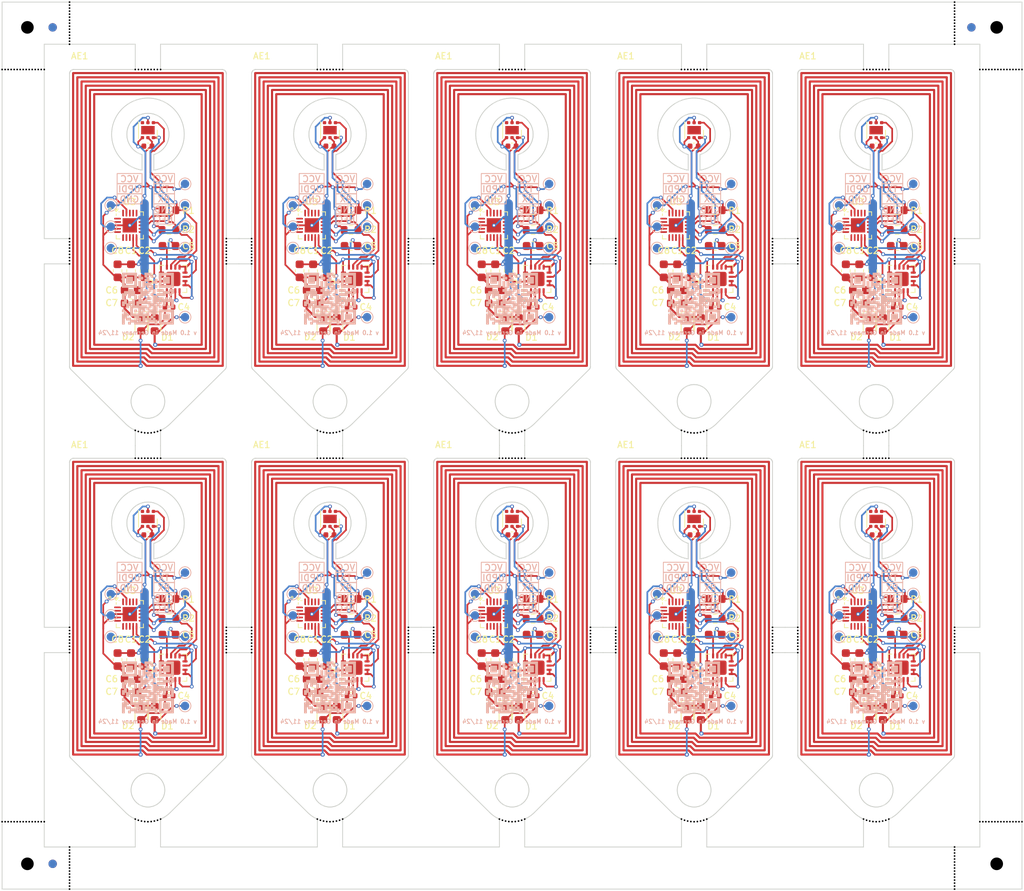
<source format=kicad_pcb>
(kicad_pcb (version 20240108) (generator "pcbnew") (generator_version "8.0")
  (layers (0 "F.Cu" signal) (1 "In1.Cu" signal) (2 "In2.Cu" signal) (31 "B.Cu" signal) (34 "B.Paste" user) (35 "F.Paste" user) (36 "B.SilkS" user "B.Silkscreen") (37 "F.SilkS" user "F.Silkscreen") (38 "B.Mask" user) (39 "F.Mask" user) (44 "Edge.Cuts" user))
  (net 0 "")
  (net 1 "Board_0-ALERT")
  (net 2 "Board_0-ANT1")
  (net 3 "Board_0-ANT2")
  (net 4 "Board_0-GND")
  (net 5 "Board_0-Net-(U2-VCORE)")
  (net 6 "Board_0-RF430_INT")
  (net 7 "Board_0-RF430_RST")
  (net 8 "Board_0-RX")
  (net 9 "Board_0-SCL")
  (net 10 "Board_0-SDA")
  (net 11 "Board_0-TX")
  (net 12 "Board_0-UPDI")
  (net 13 "Board_0-VCC")
  (net 14 "Board_0-unconnected-(U1-ALERT-Pad3)")
  (net 15 "Board_0-unconnected-(U2-NC-Pad14)")
  (net 16 "Board_0-unconnected-(U2-NC-Pad16)")
  (net 17 "Board_0-unconnected-(U2-PAD-Pad17)")
  (net 18 "Board_0-unconnected-(U3-PA1-Pad20)")
  (net 19 "Board_0-unconnected-(U3-PA2-Pad1)")
  (net 20 "Board_0-unconnected-(U3-PA3-Pad2)")
  (net 21 "Board_0-unconnected-(U3-PA4-Pad5)")
  (net 22 "Board_0-unconnected-(U3-PA5-Pad6)")
  (net 23 "Board_0-unconnected-(U3-PA6-Pad7)")
  (net 24 "Board_0-unconnected-(U3-PA7-Pad8)")
  (net 25 "Board_0-unconnected-(U3-PC0-Pad15)")
  (net 26 "Board_0-unconnected-(U3-PC1-Pad16)")
  (net 27 "Board_0-unconnected-(U3-PC2-Pad17)")
  (net 28 "Board_1-ALERT")
  (net 29 "Board_1-ANT1")
  (net 30 "Board_1-ANT2")
  (net 31 "Board_1-GND")
  (net 32 "Board_1-Net-(U2-VCORE)")
  (net 33 "Board_1-RF430_INT")
  (net 34 "Board_1-RF430_RST")
  (net 35 "Board_1-RX")
  (net 36 "Board_1-SCL")
  (net 37 "Board_1-SDA")
  (net 38 "Board_1-TX")
  (net 39 "Board_1-UPDI")
  (net 40 "Board_1-VCC")
  (net 41 "Board_1-unconnected-(U1-ALERT-Pad3)")
  (net 42 "Board_1-unconnected-(U2-NC-Pad14)")
  (net 43 "Board_1-unconnected-(U2-NC-Pad16)")
  (net 44 "Board_1-unconnected-(U2-PAD-Pad17)")
  (net 45 "Board_1-unconnected-(U3-PA1-Pad20)")
  (net 46 "Board_1-unconnected-(U3-PA2-Pad1)")
  (net 47 "Board_1-unconnected-(U3-PA3-Pad2)")
  (net 48 "Board_1-unconnected-(U3-PA4-Pad5)")
  (net 49 "Board_1-unconnected-(U3-PA5-Pad6)")
  (net 50 "Board_1-unconnected-(U3-PA6-Pad7)")
  (net 51 "Board_1-unconnected-(U3-PA7-Pad8)")
  (net 52 "Board_1-unconnected-(U3-PC0-Pad15)")
  (net 53 "Board_1-unconnected-(U3-PC1-Pad16)")
  (net 54 "Board_1-unconnected-(U3-PC2-Pad17)")
  (net 55 "Board_2-ALERT")
  (net 56 "Board_2-ANT1")
  (net 57 "Board_2-ANT2")
  (net 58 "Board_2-GND")
  (net 59 "Board_2-Net-(U2-VCORE)")
  (net 60 "Board_2-RF430_INT")
  (net 61 "Board_2-RF430_RST")
  (net 62 "Board_2-RX")
  (net 63 "Board_2-SCL")
  (net 64 "Board_2-SDA")
  (net 65 "Board_2-TX")
  (net 66 "Board_2-UPDI")
  (net 67 "Board_2-VCC")
  (net 68 "Board_2-unconnected-(U1-ALERT-Pad3)")
  (net 69 "Board_2-unconnected-(U2-NC-Pad14)")
  (net 70 "Board_2-unconnected-(U2-NC-Pad16)")
  (net 71 "Board_2-unconnected-(U2-PAD-Pad17)")
  (net 72 "Board_2-unconnected-(U3-PA1-Pad20)")
  (net 73 "Board_2-unconnected-(U3-PA2-Pad1)")
  (net 74 "Board_2-unconnected-(U3-PA3-Pad2)")
  (net 75 "Board_2-unconnected-(U3-PA4-Pad5)")
  (net 76 "Board_2-unconnected-(U3-PA5-Pad6)")
  (net 77 "Board_2-unconnected-(U3-PA6-Pad7)")
  (net 78 "Board_2-unconnected-(U3-PA7-Pad8)")
  (net 79 "Board_2-unconnected-(U3-PC0-Pad15)")
  (net 80 "Board_2-unconnected-(U3-PC1-Pad16)")
  (net 81 "Board_2-unconnected-(U3-PC2-Pad17)")
  (net 82 "Board_3-ALERT")
  (net 83 "Board_3-ANT1")
  (net 84 "Board_3-ANT2")
  (net 85 "Board_3-GND")
  (net 86 "Board_3-Net-(U2-VCORE)")
  (net 87 "Board_3-RF430_INT")
  (net 88 "Board_3-RF430_RST")
  (net 89 "Board_3-RX")
  (net 90 "Board_3-SCL")
  (net 91 "Board_3-SDA")
  (net 92 "Board_3-TX")
  (net 93 "Board_3-UPDI")
  (net 94 "Board_3-VCC")
  (net 95 "Board_3-unconnected-(U1-ALERT-Pad3)")
  (net 96 "Board_3-unconnected-(U2-NC-Pad14)")
  (net 97 "Board_3-unconnected-(U2-NC-Pad16)")
  (net 98 "Board_3-unconnected-(U2-PAD-Pad17)")
  (net 99 "Board_3-unconnected-(U3-PA1-Pad20)")
  (net 100 "Board_3-unconnected-(U3-PA2-Pad1)")
  (net 101 "Board_3-unconnected-(U3-PA3-Pad2)")
  (net 102 "Board_3-unconnected-(U3-PA4-Pad5)")
  (net 103 "Board_3-unconnected-(U3-PA5-Pad6)")
  (net 104 "Board_3-unconnected-(U3-PA6-Pad7)")
  (net 105 "Board_3-unconnected-(U3-PA7-Pad8)")
  (net 106 "Board_3-unconnected-(U3-PC0-Pad15)")
  (net 107 "Board_3-unconnected-(U3-PC1-Pad16)")
  (net 108 "Board_3-unconnected-(U3-PC2-Pad17)")
  (net 109 "Board_4-ALERT")
  (net 110 "Board_4-ANT1")
  (net 111 "Board_4-ANT2")
  (net 112 "Board_4-GND")
  (net 113 "Board_4-Net-(U2-VCORE)")
  (net 114 "Board_4-RF430_INT")
  (net 115 "Board_4-RF430_RST")
  (net 116 "Board_4-RX")
  (net 117 "Board_4-SCL")
  (net 118 "Board_4-SDA")
  (net 119 "Board_4-TX")
  (net 120 "Board_4-UPDI")
  (net 121 "Board_4-VCC")
  (net 122 "Board_4-unconnected-(U1-ALERT-Pad3)")
  (net 123 "Board_4-unconnected-(U2-NC-Pad14)")
  (net 124 "Board_4-unconnected-(U2-NC-Pad16)")
  (net 125 "Board_4-unconnected-(U2-PAD-Pad17)")
  (net 126 "Board_4-unconnected-(U3-PA1-Pad20)")
  (net 127 "Board_4-unconnected-(U3-PA2-Pad1)")
  (net 128 "Board_4-unconnected-(U3-PA3-Pad2)")
  (net 129 "Board_4-unconnected-(U3-PA4-Pad5)")
  (net 130 "Board_4-unconnected-(U3-PA5-Pad6)")
  (net 131 "Board_4-unconnected-(U3-PA6-Pad7)")
  (net 132 "Board_4-unconnected-(U3-PA7-Pad8)")
  (net 133 "Board_4-unconnected-(U3-PC0-Pad15)")
  (net 134 "Board_4-unconnected-(U3-PC1-Pad16)")
  (net 135 "Board_4-unconnected-(U3-PC2-Pad17)")
  (net 136 "Board_5-ALERT")
  (net 137 "Board_5-ANT1")
  (net 138 "Board_5-ANT2")
  (net 139 "Board_5-GND")
  (net 140 "Board_5-Net-(U2-VCORE)")
  (net 141 "Board_5-RF430_INT")
  (net 142 "Board_5-RF430_RST")
  (net 143 "Board_5-RX")
  (net 144 "Board_5-SCL")
  (net 145 "Board_5-SDA")
  (net 146 "Board_5-TX")
  (net 147 "Board_5-UPDI")
  (net 148 "Board_5-VCC")
  (net 149 "Board_5-unconnected-(U1-ALERT-Pad3)")
  (net 150 "Board_5-unconnected-(U2-NC-Pad14)")
  (net 151 "Board_5-unconnected-(U2-NC-Pad16)")
  (net 152 "Board_5-unconnected-(U2-PAD-Pad17)")
  (net 153 "Board_5-unconnected-(U3-PA1-Pad20)")
  (net 154 "Board_5-unconnected-(U3-PA2-Pad1)")
  (net 155 "Board_5-unconnected-(U3-PA3-Pad2)")
  (net 156 "Board_5-unconnected-(U3-PA4-Pad5)")
  (net 157 "Board_5-unconnected-(U3-PA5-Pad6)")
  (net 158 "Board_5-unconnected-(U3-PA6-Pad7)")
  (net 159 "Board_5-unconnected-(U3-PA7-Pad8)")
  (net 160 "Board_5-unconnected-(U3-PC0-Pad15)")
  (net 161 "Board_5-unconnected-(U3-PC1-Pad16)")
  (net 162 "Board_5-unconnected-(U3-PC2-Pad17)")
  (net 163 "Board_6-ALERT")
  (net 164 "Board_6-ANT1")
  (net 165 "Board_6-ANT2")
  (net 166 "Board_6-GND")
  (net 167 "Board_6-Net-(U2-VCORE)")
  (net 168 "Board_6-RF430_INT")
  (net 169 "Board_6-RF430_RST")
  (net 170 "Board_6-RX")
  (net 171 "Board_6-SCL")
  (net 172 "Board_6-SDA")
  (net 173 "Board_6-TX")
  (net 174 "Board_6-UPDI")
  (net 175 "Board_6-VCC")
  (net 176 "Board_6-unconnected-(U1-ALERT-Pad3)")
  (net 177 "Board_6-unconnected-(U2-NC-Pad14)")
  (net 178 "Board_6-unconnected-(U2-NC-Pad16)")
  (net 179 "Board_6-unconnected-(U2-PAD-Pad17)")
  (net 180 "Board_6-unconnected-(U3-PA1-Pad20)")
  (net 181 "Board_6-unconnected-(U3-PA2-Pad1)")
  (net 182 "Board_6-unconnected-(U3-PA3-Pad2)")
  (net 183 "Board_6-unconnected-(U3-PA4-Pad5)")
  (net 184 "Board_6-unconnected-(U3-PA5-Pad6)")
  (net 185 "Board_6-unconnected-(U3-PA6-Pad7)")
  (net 186 "Board_6-unconnected-(U3-PA7-Pad8)")
  (net 187 "Board_6-unconnected-(U3-PC0-Pad15)")
  (net 188 "Board_6-unconnected-(U3-PC1-Pad16)")
  (net 189 "Board_6-unconnected-(U3-PC2-Pad17)")
  (net 190 "Board_7-ALERT")
  (net 191 "Board_7-ANT1")
  (net 192 "Board_7-ANT2")
  (net 193 "Board_7-GND")
  (net 194 "Board_7-Net-(U2-VCORE)")
  (net 195 "Board_7-RF430_INT")
  (net 196 "Board_7-RF430_RST")
  (net 197 "Board_7-RX")
  (net 198 "Board_7-SCL")
  (net 199 "Board_7-SDA")
  (net 200 "Board_7-TX")
  (net 201 "Board_7-UPDI")
  (net 202 "Board_7-VCC")
  (net 203 "Board_7-unconnected-(U1-ALERT-Pad3)")
  (net 204 "Board_7-unconnected-(U2-NC-Pad14)")
  (net 205 "Board_7-unconnected-(U2-NC-Pad16)")
  (net 206 "Board_7-unconnected-(U2-PAD-Pad17)")
  (net 207 "Board_7-unconnected-(U3-PA1-Pad20)")
  (net 208 "Board_7-unconnected-(U3-PA2-Pad1)")
  (net 209 "Board_7-unconnected-(U3-PA3-Pad2)")
  (net 210 "Board_7-unconnected-(U3-PA4-Pad5)")
  (net 211 "Board_7-unconnected-(U3-PA5-Pad6)")
  (net 212 "Board_7-unconnected-(U3-PA6-Pad7)")
  (net 213 "Board_7-unconnected-(U3-PA7-Pad8)")
  (net 214 "Board_7-unconnected-(U3-PC0-Pad15)")
  (net 215 "Board_7-unconnected-(U3-PC1-Pad16)")
  (net 216 "Board_7-unconnected-(U3-PC2-Pad17)")
  (net 217 "Board_8-ALERT")
  (net 218 "Board_8-ANT1")
  (net 219 "Board_8-ANT2")
  (net 220 "Board_8-GND")
  (net 221 "Board_8-Net-(U2-VCORE)")
  (net 222 "Board_8-RF430_INT")
  (net 223 "Board_8-RF430_RST")
  (net 224 "Board_8-RX")
  (net 225 "Board_8-SCL")
  (net 226 "Board_8-SDA")
  (net 227 "Board_8-TX")
  (net 228 "Board_8-UPDI")
  (net 229 "Board_8-VCC")
  (net 230 "Board_8-unconnected-(U1-ALERT-Pad3)")
  (net 231 "Board_8-unconnected-(U2-NC-Pad14)")
  (net 232 "Board_8-unconnected-(U2-NC-Pad16)")
  (net 233 "Board_8-unconnected-(U2-PAD-Pad17)")
  (net 234 "Board_8-unconnected-(U3-PA1-Pad20)")
  (net 235 "Board_8-unconnected-(U3-PA2-Pad1)")
  (net 236 "Board_8-unconnected-(U3-PA3-Pad2)")
  (net 237 "Board_8-unconnected-(U3-PA4-Pad5)")
  (net 238 "Board_8-unconnected-(U3-PA5-Pad6)")
  (net 239 "Board_8-unconnected-(U3-PA6-Pad7)")
  (net 240 "Board_8-unconnected-(U3-PA7-Pad8)")
  (net 241 "Board_8-unconnected-(U3-PC0-Pad15)")
  (net 242 "Board_8-unconnected-(U3-PC1-Pad16)")
  (net 243 "Board_8-unconnected-(U3-PC2-Pad17)")
  (net 244 "Board_9-ALERT")
  (net 245 "Board_9-ANT1")
  (net 246 "Board_9-ANT2")
  (net 247 "Board_9-GND")
  (net 248 "Board_9-Net-(U2-VCORE)")
  (net 249 "Board_9-RF430_INT")
  (net 250 "Board_9-RF430_RST")
  (net 251 "Board_9-RX")
  (net 252 "Board_9-SCL")
  (net 253 "Board_9-SDA")
  (net 254 "Board_9-TX")
  (net 255 "Board_9-UPDI")
  (net 256 "Board_9-VCC")
  (net 257 "Board_9-unconnected-(U1-ALERT-Pad3)")
  (net 258 "Board_9-unconnected-(U2-NC-Pad14)")
  (net 259 "Board_9-unconnected-(U2-NC-Pad16)")
  (net 260 "Board_9-unconnected-(U2-PAD-Pad17)")
  (net 261 "Board_9-unconnected-(U3-PA1-Pad20)")
  (net 262 "Board_9-unconnected-(U3-PA2-Pad1)")
  (net 263 "Board_9-unconnected-(U3-PA3-Pad2)")
  (net 264 "Board_9-unconnected-(U3-PA4-Pad5)")
  (net 265 "Board_9-unconnected-(U3-PA5-Pad6)")
  (net 266 "Board_9-unconnected-(U3-PA6-Pad7)")
  (net 267 "Board_9-unconnected-(U3-PA7-Pad8)")
  (net 268 "Board_9-unconnected-(U3-PC0-Pad15)")
  (net 269 "Board_9-unconnected-(U3-PC1-Pad16)")
  (net 270 "Board_9-unconnected-(U3-PC2-Pad17)")
  (footprint "NPTH" (layer "F.Cu") (at 193.200008 116.980826)
    (property "Reference" "KiKit_MB_40_1" (hide yes))
    (property "Value" "NPTH" (hide yes))
  )
  (footprint "NPTH" (layer "F.Cu") (at 201.000009 49.948231)
    (property "Reference" "KiKit_MB_18_6" (hide yes))
    (property "Value" "NPTH" (hide yes))
  )
  (footprint "Resistor_SMD:R_0603_1608Metric" (layer "F.Cu") (at 129.399998 44.700001)
    (property "Reference" "R1")
    (property "Value" "4.7k")
  )
  (footprint "unsurv_offline_pcb_footprints:TMP117 WSON-6-1EP_2x2mm_P0.65mm_no_pad_paste" (layer "F.Cu") (at 191.70001 35.200001 -90)
    (property "Reference" "U1" (hide yes))
    (property "Value" "TMP117AIDRVR")
  )
  (footprint "NPTH" (layer "F.Cu") (at 139.199998 51.073231)
    (property "Reference" "KiKit_MB_9_1" (hide yes))
    (property "Value" "NPTH" (hide yes))
  )
  (footprint "Diode_SMD:D_0603_1608Metric" (layer "F.Cu") (at 170.900006 104.397667 -90)
    (property "Reference" "D1")
    (property "Value" "CDBU0130L")
  )
  (footprint "NPTH" (layer "F.Cu") (at 114.599993 94.970897)
    (property "Reference" "KiKit_MB_22_3" (hide yes))
    (property "Value" "NPTH" (hide yes))
  )
  (footprint "NPTH" (layer "F.Cu") (at 160.800002 49.198232)
    (property "Reference" "KiKit_MB_13_6" (hide yes))
    (property "Value" "NPTH" (hide yes))
  )
  (footprint "NPTH" (layer "F.Cu") (at 190.560886 117.1168)
    (property "Reference" "KiKit_MB_40_8" (hide yes))
    (property "Value" "NPTH" (hide yes))
  )
  (footprint "NPTH" (layer "F.Cu") (at 139.199998 49.198232)
    (property "Reference" "KiKit_MB_9_6" (hide yes))
    (property "Value" "NPTH" (hide yes))
  )
  (footprint "NPTH" (layer "F.Cu") (at 179.400005 50.698231)
    (property "Reference" "KiKit_MB_14_8" (hide yes))
    (property "Value" "NPTH" (hide yes))
  )
  (footprint "NPTH" (layer "F.Cu") (at 136.199997 48.448232)
    (property "Reference" "KiKit_MB_6_2" (hide yes))
    (property "Value" "NPTH" (hide yes))
  )
  (footprint "Capacitor_SMD:C_0402_1005Metric" (layer "F.Cu") (at 105.299994 37.100001 180)
    (property "Reference" "C3" (hide yes))
    (property "Value" "0.1 uF")
  )
  (footprint "NPTH" (layer "F.Cu") (at 157.800001 49.573232)
    (property "Reference" "KiKit_MB_10_5" (hide yes))
    (property "Value" "NPTH" (hide yes))
  )
  (footprint "NPTH" (layer "F.Cu") (at 125.399996 74.147666)
    (property "Reference" "KiKit_MB_27_1" (hide yes))
    (property "Value" "NPTH" (hide yes))
  )
  (footprint "NPTH" (layer "F.Cu") (at 206.857152 28)
    (property "Reference" "KiKit_MB_47_9" (hide yes))
    (property "Value" "NPTH" (hide yes))
  )
  (footprint "NPTH" (layer "F.Cu") (at 157.800001 50.323231)
    (property "Reference" "KiKit_MB_10_7" (hide yes))
    (property "Value" "NPTH" (hide yes))
  )
  (footprint "NPTH" (layer "F.Cu") (at 160.800002 49.948231)
    (property "Reference" "KiKit_MB_13_4" (hide yes))
    (property "Value" "NPTH" (hide yes))
  )
  (footprint "NPTH" (layer "F.Cu") (at 126.514866 71.12662)
    (property "Reference" "KiKit_MB_8_6" (hide yes))
    (property "Value" "NPTH" (hide yes))
  )
  (footprint "NPTH" (layer "F.Cu") (at 117.599994 48.448232)
    (property "Reference" "KiKit_MB_5_8" (hide yes))
    (property "Value" "NPTH" (hide yes))
  )
  (footprint "unsurv_offline_pcb_footprints:35_18_1_9nH" (layer "F.Cu") (at 161.100006 74.447667)
    (property "Reference" "AE1")
    (property "Value" "Antenna_Dipole")
  )
  (footprint "NPTH" (layer "F.Cu") (at 193.200008 74.147666)
    (property "Reference" "KiKit_MB_39_9" (hide yes))
    (property "Value" "NPTH" (hide yes))
  )
  (footprint "unsurv_offline_pcb_footprints:35_18_1_9nH" (layer "F.Cu") (at 96.299994 74.447667)
    (property "Reference" "AE1")
    (property "Value" "Antenna_Dipole")
  )
  (footprint "Capacitor_SMD:C_0402_1005Metric" (layer "F.Cu") (at 170.100006 37.100001 180)
    (property "Reference" "C3" (hide yes))
    (property "Value" "0.1 uF")
  )
  (footprint "NPTH" (layer "F.Cu") (at 117.599994 94.970897)
    (property "Reference" "KiKit_MB_25_7" (hide yes))
    (property "Value" "NPTH" (hide yes))
  )
  (footprint "Capacitor_SMD:C_0603_1608Metric" (layer "F.Cu") (at 151.000002 95.097667)
    (property "Reference" "C5")
    (property "Value" "0.47 uF")
  )
  (footprint "Diode_SMD:D_0603_1608Metric" (layer "F.Cu") (at 149.300002 104.397667 -90)
    (property "Reference" "D1")
    (property "Value" "CDBU0130L")
  )
  (footprint "Capacitor_SMD:C_0603_1608Metric" (layer "F.Cu") (at 104.899994 98.047667 90)
    (property "Reference" "C2")
    (property "Value" "0.1 uF")
  )
  (footprint "unsurv_offline_pcb_footprints:RF430_3x3mm_regular" (layer "F.Cu") (at 194.70001 99.009457 90)
    (property "Reference" "U2")
    (property "Value" "RF430CL330HIRGTR‎")
  )
  (footprint "Capacitor_SMD:C_0402_1005Metric" (layer "F.Cu") (at 170.100006 83.247667 180)
    (property "Reference" "C3" (hide yes))
    (property "Value" "0.1 uF")
  )
  (footprint "NPTH" (layer "F.Cu") (at 95.99999 22.5)
    (property "Reference" "KiKit_MB_41_8" (hide yes))
    (property "Value" "NPTH" (hide yes))
  )
  (footprint "NPTH" (layer "F.Cu") (at 95.99999 125.294129)
    (property "Reference" "KiKit_MB_43_15" (hide yes))
    (property "Value" "NPTH" (hide yes))
  )
  (footprint "NPTH" (layer "F.Cu") (at 191.700008 28.000001)
    (property "Reference" "KiKit_MB_19_5" (hide yes))
    (property "Value" "NPTH" (hide yes))
  )
  (footprint "NPTH" (layer "F.Cu") (at 207.214295 117.294129)
    (property "Reference" "KiKit_MB_48_10" (hide yes))
    (property "Value" "NPTH" (hide yes))
  )
  (footprint "NPTH" (layer "F.Cu") (at 201.00001 21.071429)
    (property "Reference" "KiKit_MB_42_4" (hide yes))
    (property "Value" "NPTH" (hide yes))
  )
  (footprint "unsurv_offline_pcb_footprints:VQFN-20-1EP_3x3mm_P0.4mm_EP1.7x1.7mm_edited" (layer "F.Cu") (at 167.950006 92.647667)
    (property "Reference" "U3")
    (property "Value" "ATtiny1626-MFR")
  )
  (footprint "NPTH" (layer "F.Cu") (at 91.928562 28)
    (property "Reference" "KiKit_MB_45_12" (hide yes))
    (property "Value" "NPTH" (hide yes))
  )
  (footprint "Capacitor_SMD:C_0603_1608Metric" (layer "F.Cu") (at 124.899998 55.750001)
    (property "Reference" "C7")
    (property "Value" "1uf")
  )
  (footprint "Diode_SMD:D_0603_1608Metric" (layer "F.Cu") (at 169.300006 104.397667 -90)
    (property "Reference" "D2")
    (property "Value" "CDBU0130L")
  )
  (footprint "NPTH" (layer "F.Cu") (at 171.225004 28.000001)
    (property "Reference" "KiKit_MB_15_8" (hide yes))
    (property "Value" "NPTH" (hide yes))
  )
  (footprint "NPTH" (layer "F.Cu") (at 201.000009 94.970897)
    (property "Reference" "KiKit_MB_38_3" (hide yes))
    (property "Value" "NPTH" (hide yes))
  )
  (footprint "NPTH" (layer "F.Cu") (at 95.999991 50.698231)
    (property "Reference" "KiKit_MB_1_2" (hide yes))
    (property "Value" "NPTH" (hide yes))
  )
  (footprint "NPTH" (layer "F.Cu") (at 160.800002 50.323231)
    (property "Reference" "KiKit_MB_13_3" (hide yes))
    (property "Value" "NPTH" (hide yes))
  )
  (footprint "NPTH" (layer "F.Cu") (at 201.000009 96.095897)
    (property "Reference" "KiKit_MB_38_6" (hide yes))
    (property "Value" "NPTH" (hide yes))
  )
  (footprint "unsurv_offline_pcb_footprints:RF430_3x3mm_regular" (layer "F.Cu") (at 129.899998 52.861791 90)
    (property "Reference" "U2")
    (property "Value" "RF430CL330HIRGTR‎")
  )
  (footprint "NPTH" (layer "F.Cu") (at 136.199997 49.198232)
    (property "Reference" "KiKit_MB_6_4" (hide yes))
    (property "Value" "NPTH" (hide yes))
  )
  (footprint "NPTH" (layer "F.Cu") (at 92.285705 117.294129)
    (property "Reference" "KiKit_MB_46_13" (hide yes))
    (property "Value" "NPTH" (hide yes))
  )
  (footprint "NPTH" (layer "F.Cu") (at 190.200008 70.833159)
    (property "Reference" "KiKit_MB_20_9" (hide yes))
    (property "Value" "NPTH" (hide yes))
  )
  (footprint "NPTH" (layer "F.Cu") (at 149.63912 70.969136)
    (property "Reference" "KiKit_MB_12_2" (hide yes))
    (property "Value" "NPTH" (hide yes))
  )
  (footprint "NPTH" (layer "F.Cu") (at 157.800001 96.470897)
    (property "Reference" "KiKit_MB_30_7" (hide yes))
    (property "Value" "NPTH" (hide yes))
  )
  (footprint "NPTH" (layer "F.Cu") (at 182.400006 95.720897)
    (property "Reference" "KiKit_MB_37_5" (hide yes))
    (property "Value" "NPTH" (hide yes))
  )
  (footprint "Capacitor_SMD:C_0603_1608Metric" (layer "F.Cu") (at 124.899998 98.047667 90)
    (property "Reference" "C1")
    (property "Value" "1 uF")
  )
  (footprint "NPTH" (layer "F.Cu") (at 169.714874 117.274286)
    (property "Reference" "KiKit_MB_36_6" (hide yes))
    (property "Value" "NPTH" (hide yes))
  )
  (footprint "NPTH" (layer "F.Cu") (at 95.99999 20.357143)
    (property "Reference" "KiKit_MB_41_2" (hide yes))
    (property "Value" "NPTH" (hide yes))
  )
  (footprint "NPTH" (layer "F.Cu") (at 126.514866 117.274286)
    (property "Reference" "KiKit_MB_28_6" (hide yes))
    (property "Value" "NPTH" (hide yes))
  )
  (footprint "NPTH" (layer "F.Cu") (at 117.599994 96.845897)
    (property "Reference" "KiKit_MB_25_2" (hide yes))
    (property "Value" "NPTH" (hide yes))
  )
  (footprint "NPTH" (layer "F.Cu") (at 128.039116 70.969136)
    (property "Reference" "KiKit_MB_8_2" (hide yes))
    (property "Value" "NPTH" (hide yes))
  )
  (footprint "Capacitor_SMD:C_0603_1608Metric" (layer "F.Cu") (at 194.20001 48.950001)
    (property "Reference" "C5")
    (property "Value" "0.47 uF")
  )
  (footprint "NPTH" (layer "F.Cu") (at 104.533811 71.067301)
    (property "Reference" "KiKit_MB_4_7" (hide yes))
    (property "Value" "NPTH" (hide yes))
  )
  (footprint "NPTH" (layer "F.Cu") (at 201.00001 23.214286)
    (property "Reference" "KiKit_MB_42_10" (hide yes))
    (property "Value" "NPTH" (hide yes))
  )
  (footprint "NPTH" (layer "F.Cu") (at 139.199998 50.698231)
    (property "Reference" "KiKit_MB_9_2" (hide yes))
    (property "Value" "NPTH" (hide yes))
  )
  (footprint "Capacitor_SMD:C_0603_1608Metric" (layer "F.Cu") (at 148.100002 51.900001 90)
    (property "Reference" "C2")
    (property "Value" "0.1 uF")
  )
  (footprint "NPTH" (layer "F.Cu") (at 206.857152 117.294129)
    (property "Reference" "KiKit_MB_48_9" (hide yes))
    (property "Value" "NPTH" (hide yes))
  )
  (footprint "NPTH" (layer "F.Cu") (at 190.560886 70.969134)
    (property "Reference" "KiKit_MB_20_8" (hide yes))
    (property "Value" "NPTH" (hide yes))
  )
  (footprint "NPTH" (layer "F.Cu") (at 160.800002 94.220897)
    (property "Reference" "KiKit_MB_33_9" (hide yes))
    (property "Value" "NPTH" (hide yes))
  )
  (footprint "unsurv_offline_pcb_footprints:RF430_3x3mm_regular" (layer "F.Cu") (at 173.100006 52.861791 90)
    (property "Reference" "U2")
    (property "Value" "RF430CL330HIRGTR‎")
  )
  (footprint "NPTH" (layer "F.Cu") (at 95.99999 25)
    (property "Reference" "KiKit_MB_41_15" (hide yes))
    (property "Value" "NPTH" (hide yes))
  )
  (footprint "NPTH" (layer "F.Cu") (at 157.800001 97.220897)
    (property "Reference" "KiKit_MB_30_9" (hide yes))
    (property "Value" "NPTH" (hide yes))
  )
  (footprint "Capacitor_SMD:C_0603_1608Metric" (layer "F.Cu") (at 104.899994 51.900001 90)
    (property "Reference" "C2")
    (property "Value" "0.1 uF")
  )
  (footprint "NPTH" (layer "F.Cu") (at 90.857133 28)
    (property "Reference" "KiKit_MB_45_9" (hide yes))
    (property "Value" "NPTH" (hide yes))
  )
  (footprint "Capacitor_SMD:C_0603_1608Metric" (layer "F.Cu") (at 146.500002 100.347667)
    (property "Reference" "C6")
    (property "Value" "100uF")
  )
  (footprint "NPTH" (layer "F.Cu") (at 170.100003 117.294129)
    (property "Reference" "KiKit_MB_36_5" (hide yes))
    (property "Value" "NPTH" (hide yes))
  )
  (footprint "NPTH" (layer "F.Cu") (at 104.533811 117.214967)
    (property "Reference" "KiKit_MB_24_7" (hide yes))
    (property "Value" "NPTH" (hide yes))
  )
  (footprint "NPTH" (layer "F.Cu") (at 147 28.000001)
    (property "Reference" "KiKit_MB_11_1" (hide yes))
    (property "Value" "NPTH" (hide yes))
  )
  (footprint "Capacitor_SMD:C_0603_1608Metric" (layer "F.Cu") (at 168.100006 55.750001)
    (property "Reference" "C7")
    (property "Value" "1uf")
  )
  (footprint "NPTH" (layer "F.Cu") (at 114.599993 50.323231)
    (property "Reference" "KiKit_MB_2_7" (hide yes))
    (property "Value" "NPTH" (hide yes))
  )
  (footprint "Diode_SMD:D_0603_1608Metric" (layer "F.Cu") (at 104.499994 104.397667 -90)
    (property "Reference" "D2")
    (property "Value" "CDBU0130L")
  )
  (footprint "Capacitor_SMD:C_0603_1608Metric" (layer "F.Cu") (at 126.499998 98.047667 90)
    (property "Reference" "C2")
    (property "Value" "0.1 uF")
  )
  (footprint "NPTH" (layer "F.Cu") (at 117.599994 49.948231)
    (property "Reference" "KiKit_MB_5_4" (hide yes))
    (property "Value" "NPTH" (hide yes))
  )
  (footprint "Capacitor_SMD:C_0402_1005Metric" (layer "F.Cu") (at 172.600006 56.200001 180)
    (property "Reference" "C4")
    (property "Value" "36pF")
  )
  (footprint "Resistor_SMD:R_0603_1608Metric" (layer "F.Cu") (at 172.600006 44.700001)
    (property "Reference" "R1")
    (property "Value" "4.7k")
  )
  (footprint "NPTH" (layer "F.Cu") (at 192.466189 117.214968)
    (property "Reference" "KiKit_MB_40_3" (hide yes))
    (property "Value" "NPTH" (hide yes))
  )
  (footprint "NPTH" (layer "F.Cu") (at 182.400006 48.823232)
    (property "Reference" "KiKit_MB_17_7" (hide yes))
    (property "Value" "NPTH" (hide yes))
  )
  (footprint "NPTH" (layer "F.Cu") (at 204.357152 117.294129)
    (property "Reference" "KiKit_MB_48_2" (hide yes))
    (property "Value" "NPTH" (hide yes))
  )
  (footprint "Capacitor_SMD:C_0603_1608Metric" (layer "F.Cu") (at 123.299998 98.047667 90)
    (property "Reference" "C8")
    (property "Value" "0.1 uF")
  )
  (footprint "NPTH" (layer "F.Cu") (at 190.575008 74.147666)
    (property "Reference" "KiKit_MB_39_2" (hide yes))
    (property "Value" "NPTH" (hide yes))
  )
  (footprint "NPTH" (layer "F.Cu") (at 190.200008 116.980825)
    (property "Reference" "KiKit_MB_40_9" (hide yes))
    (property "Value" "NPTH" (hide yes))
  )
  (footprint "NPTH" (layer "F.Cu") (at 105.674992 28.000001)
    (property "Reference" "KiKit_MB_3_6" (hide yes))
    (property "Value" "NPTH" (hide yes))
  )
  (footprint "NPTH" (layer "F.Cu") (at 204.00001 28)
    (property "Reference" "KiKit_MB_47_1" (hide yes))
    (property "Value" "NPTH" (hide yes))
  )
  (footprint "NPTH" (layer "F.Cu") (at 207.214295 28)
    (property "Reference" "KiKit_MB_47_10" (hide yes))
    (property "Value" "NPTH" (hide yes))
  )
  (footprint "NPTH" (layer "F.Cu") (at 95.999991 95.345897)
    (property "Reference" "KiKit_MB_21_6" (hide yes))
    (property "Value" "NPTH" (hide yes))
  )
  (footprint "NPTH" (layer "F.Cu") (at 150 28.000001)
    (property "Reference" "KiKit_MB_11_9" (hide yes))
    (property "Value" "NPTH" (hide yes))
  )
  (footprint "Resistor_SMD:R_0603_1608Metric" (layer "F.Cu") (at 151.000002 47.050001)
    (property "Reference" "R2")
    (property "Value" "4.7k")
  )
  (footprint "NPTH" (layer "F.Cu") (at 105.674992 74.147666)
    (property "Reference" "KiKit_MB_23_6" (hide yes))
    (property "Value" "NPTH" (hide yes))
  )
  (footprint "NPTH" (layer "F.Cu") (at 182.400006 49.948231)
    (property "Reference" "KiKit_MB_17_4" (hide yes))
    (property "Value" "NPTH" (hide yes))
  )
  (footprint "NPTH" (layer "F.Cu") (at 190.933826 117.214967)
    (property "Reference" "KiKit_MB_40_7" (hide yes))
    (property "Value" "NPTH" (hide yes))
  )
  (footprint "NPTH" (layer "F.Cu") (at 147.360878 117.1168)
    (property "Reference" "KiKit_MB_32_8" (hide yes))
    (property "Value" "NPTH" (hide yes))
  )
  (footprint "NPTH" (layer "F.Cu") (at 125.760874 70.969134)
    (property "Reference" "KiKit_MB_8_8" (hide yes))
    (property "Value" "NPTH" (hide yes))
  )
  (footprint "NPTH" (layer "F.Cu") (at 90.49999 117.294129)
    (property "Reference" "KiKit_MB_46_8" (hide yes))
    (property "Value" "NPTH" (hide yes))
  )
  (footprint "NPTH" (layer "F.Cu") (at 208.642867 28)
    (property "Reference" "KiKit_MB_47_14" (hide yes))
    (property "Value" "NPTH" (hide yes))
  )
  (footprint "NPTH" (layer "F.Cu") (at 170.485133 117.274286)
    (property "Reference" "KiKit_MB_36_4" (hide yes))
    (property "Value" "NPTH" (hide yes))
  )
  (footprint "Capacitor_SMD:C_0402_1005Metric" (layer "F.Cu") (at 129.399998 56.200001 180)
    (property "Reference" "C4")
    (property "Value" "36pF")
  )
  (footprint "Capacitor_SMD:C_0603_1608Metric" (layer "F.Cu") (at 189.70001 100.347667)
    (property "Reference" "C6")
    (property "Value" "100uF")
  )
  (footprint "NPTH" (layer "F.Cu") (at 95.999991 96.845897)
    (property "Reference" "KiKit_MB_21_2" (hide yes))
    (property "Value" "NPTH" (hide yes))
  )
  (footprint "NPTH" (layer "F.Cu") (at 126.149996 74.147666)
    (property "Reference" "KiKit_MB_27_3" (hide yes))
    (property "Value" "NPTH" (hide yes))
  )
  (footprint "NPTH" (layer "F.Cu") (at 160.800002 94.970897)
    (property "Reference" "KiKit_MB_33_7" (hide yes))
    (property "Value" "NPTH" (hide yes))
  )
  (footprint "Capacitor_SMD:C_0603_1608Metric" (layer "F.Cu") (at 172.600006 95.097667)
    (property "Reference" "C5")
    (property "Value" "0.47 uF")
  )
  (footprint "NPTH" (layer "F.Cu") (at 106.439112 70.969136)
    (property "Reference" "KiKit_MB_4_2" (hide yes))
    (property "Value" "NPTH" (hide yes))
  )
  (footprint "NPTH" (layer "F.Cu") (at 201.00001 23.928572)
    (property "Reference" "KiKit_MB_42_12" (hide yes))
    (property "Value" "NPTH" (hide yes))
  )
  (footprint "NPTH" (layer "F.Cu") (at 201.00001 124.2227)
    (property "Reference" "KiKit_MB_44_12" (hide yes))
    (property "Value" "NPTH" (hide yes))
  )
  (footprint "NPTH" (layer "F.Cu") (at 182.400006 96.845897)
    (property "Reference" "KiKit_MB_37_2" (hide yes))
    (property "Value" "NPTH" (hide yes))
  )
  (footprint "NPTH" (layer "F.Cu") (at 160.800002 48.823232)
    (property "Reference" "KiKit_MB_13_7" (hide yes))
    (property "Value" "NPTH" (hide yes))
  )
  (footprint "NPTH" (layer "F.Cu") (at 95.99999 121.365557)
    (property "Reference" "KiKit_MB_43_4" (hide yes))
    (property "Value" "NPTH" (hide yes))
  )
  (footprint "NPTH" (layer "F.Cu") (at 89.071419 28)
    (property "Reference" "KiKit_MB_45_4" (hide yes))
    (property "Value" "NPTH" (hide yes))
  )
  (footprint "Capacitor_SMD:C_0603_1608Metric" (layer "F.Cu") (at 124.899998 51.900001 90)
    (property "Reference" "C1")
    (property "Value" "1 uF")
  )
  (footprint "Capacitor_SMD:C_0603_1608Metric" (layer "F.Cu") (at 168.100006 54.200001)
    (property "Reference" "C6")
    (property "Value" "100uF")
  )
  (footprint "NPTH" (layer "F.Cu") (at 201.00001 120.294129)
    (property "Reference" "KiKit_MB_44_1" (hide yes))
    (property "Value" "NPTH" (hide yes))
  )
  (footprint "Resistor_SMD:R_0603_1608Metric" (layer "F.Cu") (at 194.20001 93.197667)
    (property "Reference" "R2")
    (property "Value" "4.7k")
  )
  (footprint "NPTH" (layer "F.Cu") (at 88.714276 28)
    (property "Reference" "KiKit_MB_45_3" (hide yes))
    (property "Value" "NPTH" (hide yes))
  )
  (footprint "NPTH" (layer "F.Cu") (at 92.99999 117.294129)
    (property "Reference" "KiKit_MB_46_15" (hide yes))
    (property "Value" "NPTH" (hide yes))
  )
  (footprint "Capacitor_SMD:C_0603_1608Metric" (layer "F.Cu") (at 103.299994 101.897667)
    (property "Reference" "C7")
    (property "Value" "1uf")
  )
  (footprint "unsurv_offline_pcb_footprints:VQFN-20-1EP_3x3mm_P0.4mm_EP1.7x1.7mm_edited" (layer "F.Cu") (at 189.55001 46.500001)
    (property "Reference" "U3")
    (property "Value" "ATtiny1626-MFR")
  )
  (footprint "NPTH" (layer "F.Cu") (at 201.000009 96.845897)
    (property "Reference" "KiKit_MB_38_8" (hide yes))
    (property "Value" "NPTH" (hide yes))
  )
  (footprint "NPTH" (layer "F.Cu") (at 127.649996 74.147666)
    (property "Reference" "KiKit_MB_27_7" (hide yes))
    (property "Value" "NPTH" (hide yes))
  )
  (footprint "NPTH" (layer "F.Cu") (at 150 70.83316)
    (property "Reference" "KiKit_MB_12_1" (hide yes))
    (property "Value" "NPTH" (hide yes))
  )
  (footprint "NPTH" (layer "F.Cu") (at 89.428562 117.294129)
    (property "Reference" "KiKit_MB_46_5" (hide yes))
    (property "Value" "NPTH" (hide yes))
  )
  (footprint "NPTH" (layer "F.Cu") (at 95.99999 24.642858)
    (property "Reference" "KiKit_MB_41_14" (hide yes))
    (property "Value" "NPTH" (hide yes))
  )
  (footprint "NPTH" (layer "F.Cu") (at 206.00001 122.294129)
    (property "Reference" "KiKit_TO_4" (hide yes))
    (property "Value" "NPTH" (hide yes))
  )
  (footprint "NPTH" (layer "F.Cu") (at 95.99999 123.865557)
    (property "Reference" "KiKit_MB_43_11" (hide yes))
    (property "Value" "NPTH" (hide yes))
  )
  (footprint "Diode_SMD:D_0603_1608Metric" (layer "F.Cu") (at 147.700002 104.397667 -90)
    (property "Reference" "D2")
    (property "Value" "CDBU0130L")
  )
  (footprint "NPTH" (layer "F.Cu") (at 201.00001 121.008414)
    (property "Reference" "KiKit_MB_44_3" (hide yes))
    (property "Value" "NPTH" (hide yes))
  )
  (footprint "Capacitor_SMD:C_0402_1005Metric" (layer "F.Cu") (at 105.299994 83.247667 180)
    (property "Reference" "C3" (hide yes))
    (property "Value" "0.1 uF")
  )
  (footprint "Capacitor_SMD:C_0603_1608Metric" (layer "F.Cu") (at 144.900002 98.047667 90)
    (property "Reference" "C8")
    (property "Value" "0.1 uF")
  )
  (footprint "Capacitor_SMD:C_0603_1608Metric" (layer "F.Cu") (at 146.500002 54.200001)
    (property "Reference" "C6")
    (property "Value" "100uF")
  )
  (footprint "NPTH" (layer "F.Cu") (at 104.160871 70.969134)
    (property "Reference" "KiKit_MB_4_8" (hide yes))
    (property "Value" "NPTH" (hide yes))
  )
  (footprint "NPTH" (layer "F.Cu") (at 201.000009 48.823232)
    (property "Reference" "KiKit_MB_18_3" (hide yes))
    (property "Value" "NPTH" (hide yes))
  )
  (footprint "NPTH" (layer "F.Cu") (at 106.424992 74.147666)
    (property "Reference" "KiKit_MB_23_8" (hide yes))
    (property "Value" "NPTH" (hide yes))
  )
  (footprint "NPTH" (layer "F.Cu") (at 208.285724 28)
    (property "Reference" "KiKit_MB_47_13" (hide yes))
    (property "Value" "NPTH" (hide yes))
  )
  (footprint "NPTH" (layer "F.Cu") (at 148.499999 71.146463)
    (property "Reference" "KiKit_MB_12_5" (hide yes))
    (property "Value" "NPTH" (hide yes))
  )
  (footprint "NPTH" (layer "F.Cu") (at 95.99999 121.7227)
    (property "Reference" "KiKit_MB_43_5" (hide yes))
    (property "Value" "NPTH" (hide yes))
  )
  (footprint "NPTH" (layer "F.Cu") (at 149.625 74.147666)
    (property "Reference" "KiKit_MB_31_8" (hide yes))
    (property "Value" "NPTH" (hide yes))
  )
  (footprint "NPTH" (layer "F.Cu") (at 170.100004 28.000001)
    (property "Reference" "KiKit_MB_15_5" (hide yes))
    (property "Value" "NPTH" (hide yes))
  )
  (footprint "NPTH" (layer "F.Cu") (at 136.199997 96.095897)
    (property "Reference" "KiKit_MB_26_6" (hide yes))
    (property "Value" "NPTH" (hide yes))
  )
  (footprint "NPTH" (layer "F.Cu") (at 95.99999 21.071429)
    (property "Reference" "KiKit_MB_41_4" (hide yes))
    (property "Value" "NPTH" (hide yes))
  )
  (footprint "NPTH" (layer "F.Cu") (at 201.00001 21.785715)
    (property "Reference" "KiKit_MB_42_6" (hide yes))
    (property "Value" "NPTH" (hide yes))
  )
  (footprint "NPTH" (layer "F.Cu") (at 205.428581 28)
    (property "Reference" "KiKit_MB_47_5" (hide yes))
    (property "Value" "NPTH" (hide yes))
  )
  (footprint "Capacitor_SMD:C_0603_1608Metric" (layer "F.Cu") (at 146.500002 101.897667)
    (property "Reference" "C7")
    (property "Value" "1uf")
  )
  (footprint "NPTH" (layer "F.Cu") (at 160.800002 95.345897)
    (property "Reference" "KiKit_MB_33_6" (hide yes))
    (property "Value" "NPTH" (hide yes))
  )
  (footprint "NPTH" (layer "F.Cu") (at 160.800002 97.220897)
    (property "Reference" "KiKit_MB_33_1" (hide yes))
    (property "Value" "NPTH" (hide yes))
  )
  (footprint "NPTH" (layer "F.Cu") (at 106.799992 116.980826)
    (property "Reference" "KiKit_MB_24_1" (hide yes))
    (property "Value" "NPTH" (hide yes))
  )
  (footprint "NPTH" (layer "F.Cu") (at 126.899995 117.294129)
    (property "Reference" "KiKit_MB_28_5" (hide yes))
    (property "Value" "NPTH" (hide yes))
  )
  (footprint "unsurv_offline_pcb_footprints:TMP117 WSON-6-1EP_2x2mm_P0.65mm_no_pad_paste" (layer "F.Cu") (at 126.899998 81.347667 -90)
    (property "Reference" "U1" (hide yes))
    (property "Value" "TMP117AIDRVR")
  )
  (footprint "NPTH" (layer "F.Cu") (at 147.733818 117.214967)
    (property "Reference" "KiKit_MB_32_7" (hide yes))
    (property "Value" "NPTH" (hide yes))
  )
  (footprint "unsurv_offline_pcb_footprints:RF430_3x3mm_regular" (layer "F.Cu") (at 108.299994 52.861791 90)
    (property "Reference" "U2")
    (property "Value" "RF430CL330HIRGTR‎")
  )
  (footprint "NPTH" (layer "F.Cu") (at 149.625 28.000001)
    (property "Reference" "KiKit_MB_11_8" (hide yes))
    (property "Value" "NPTH" (hide yes))
  )
  (footprint "NPTH" (layer "F.Cu") (at 179.400005 96.095897)
    (property "Reference" "KiKit_MB_34_6" (hide yes))
    (property "Value" "NPTH" (hide yes))
  )
  (footprint "unsurv_offline_pcb_footprints:TMP117 WSON-6-1EP_2x2mm_P0.65mm_no_pad_paste" (layer "F.Cu") (at 105.299994 35.200001 -90)
    (property "Reference" "U1" (hide yes))
    (property "Value" "TMP117AIDRVR")
  )
  (footprint "Capacitor_SMD:C_0402_1005Metric" (layer "F.Cu") (at 191.70001 37.100001 180)
    (property "Reference" "C3" (hide yes))
    (property "Value" "0.1 uF")
  )
  (footprint "NPTH" (layer "F.Cu") (at 149.63912 117.116802)
    (property "Reference" "KiKit_MB_32_2" (hide yes))
    (property "Value" "NPTH" (hide yes))
  )
  (footprint "Capacitor_SMD:C_0603_1608Metric" (layer "F.Cu") (at 101.699994 98.047667 90)
    (property "Reference" "C8")
    (property "Value" "0.1 uF")
  )
  (footprint "NPTH" (layer "F.Cu") (at 169.350004 74.147666)
    (property "Reference" "KiKit_MB_35_3" (hide yes))
    (property "Value" "NPTH" (hide yes))
  )
  (footprint "NPTH" (layer "F.Cu") (at 90.142848 28)
    (property "Reference" "KiKit_MB_45_7" (hide yes))
    (property "Value" "NPTH" (hide yes))
  )
  (footprint "NPTH" (layer "F.Cu") (at 201.000009 51.073231)
    (property "Reference" "KiKit_MB_18_9" (hide yes))
    (property "Value" "NPTH" (hide yes))
  )
  (footprint "NPTH" (layer "F.Cu") (at 190.200008 74.147666)
    (property "Reference" "KiKit_MB_39_1" (hide yes))
    (property "Value" "NPTH" (hide yes))
  )
  (footprint "NPTH" (layer "F.Cu") (at 191.700007 117.294129)
    (property "Reference" "KiKit_MB_40_5" (hide yes))
    (property "Value" "NPTH" (hide yes))
  )
  (footprint "NPTH" (layer "F.Cu") (at 201.00001 120.651271)
    (property "Reference" "KiKit_MB_44_2" (hide yes))
    (property "Value" "NPTH" (hide yes))
  )
  (footprint "unsurv_offline_pcb_footprints:TMP117 WSON-6-1EP_2x2mm_P0.65mm_no_pad_paste" (layer "F.Cu") (at 170.100006 81.347667 -90)
    (property "Reference" "U1" (hide yes))
    (property "Value" "TMP117AIDRVR")
  )
  (footprint "NPTH" (layer "F.Cu") (at 201.00001 124.579843)
    (property "Reference" "KiKit_MB_44_13" (hide yes))
    (property "Value" "NPTH" (hide yes))
  )
  (footprint "NPTH" (layer "F.Cu") (at 136.199997 50.323231)
    (property "Reference" "KiKit_MB_6_7" (hide yes))
    (property "Value" "NPTH" (hide yes))
  )
  (footprint "unsurv_offline_pcb_footprints:35_18_1_9nH" (layer "F.Cu") (at 117.899998 28.300001)
    (property "Reference" "AE1")
    (property "Value" "Antenna_Dipole")
  )
  (footprint "unsurv_offline_pcb_footprints:RF430_3x3mm_regular" (layer "F.Cu") (at 151.500002 99.009457 90)
    (property "Reference" "U2")
    (property "Value" "RF430CL330HIRGTR‎")
  )
  (footprint "Capacitor_SMD:C_0402_1005Metric" (layer "F.Cu") (at 126.899998 37.100001 180)
    (property "Reference" "C3" (hide yes))
    (property "Value" "0.1 uF")
  )
  (footprint "NPTH" (layer "F.Cu") (at 95.99999 20.714286)
    (property "Reference" "KiKit_MB_41_3" (hide yes))
    (property "Value" "NPTH" (hide yes))
  )
  (footprint "NPTH" (layer "F.Cu") (at 95.999991 94.970897)
    (property "Reference" "KiKit_MB_21_7" (hide yes))
    (property "Value" "NPTH" (hide yes))
  )
  (footprint "NPTH" (layer "F.Cu") (at 139.199998 50.323231)
    (property "Reference" "KiKit_MB_9_3" (hide yes))
    (property "Value" "NPTH" (hide yes))
  )
  (footprint "NPTH" (layer "F.Cu") (at 136.199997 96.845897)
    (property "Reference" "KiKit_MB_26_8" (hide yes))
    (property "Value" "NPTH" (hide yes))
  )
  (footprint "NPTH" (layer "F.Cu") (at 91.571419 28)
    (property "Reference" "KiKit_MB_45_11" (hide yes))
    (property "Value" "NPTH" (hide yes))
  )
  (footprint "NPTH" (layer "F.Cu") (at 95.999991 51.073231)
    (property "Reference" "KiKit_MB_1_1" (hide yes))
    (property "Value" "NPTH" (hide yes))
  )
  (footprint "Capacitor_SMD:C_0402_1005Metric" (layer "F.Cu") (at 107.799994 56.200001 180)
    (property "Reference" "C4")
    (property "Value" "36pF")
  )
  (footprint "NPTH" (layer "F.Cu") (at 168.600004 28.000001)
    (property "Reference" "KiKit_MB_15_1" (hide yes))
    (property "Value" "NPTH" (hide yes))
  )
  (footprint "Capacitor_SMD:C_0402_1005Metric" (layer "F.Cu") (at 194.20001 56.200001 180)
    (property "Reference" "C4")
    (property "Value" "36pF")
  )
  (footprint "NPTH" (layer "F.Cu") (at 95.99999 23.571429)
    (property "Reference" "KiKit_MB_41_11" (hide yes))
    (property "Value" "NPTH" (hide yes))
  )
  (footprint "NPTH" (layer "F.Cu") (at 192.466189 71.067302)
    (property "Reference" "KiKit_MB_20_3" (hide yes))
    (property "Value" "NPTH" (hide yes))
  )
  (footprint "Capacitor_SMD:C_0603_1608Metric" (layer "F.Cu") (at 124.899998 101.897667)
    (property "Reference" "C7")
    (property "Value" "1uf")
  )
  (footprint "NPTH" (layer "F.Cu") (at 90.857133 117.294129)
    (property "Reference" "KiKit_MB_46_9" (hide yes))
    (property "Value" "NPTH" (hide yes))
  )
  (footprint "NPTH" (layer "F.Cu") (at 114.599993 49.198232)
    (property "Reference" "KiKit_MB_2_4" (hide yes))
    (property "Value" "NPTH" (hide yes))
  )
  (footprint "NPTH" (layer "F.Cu") (at 160.800002 95.720897)
    (property "Reference" "KiKit_MB_33_5" (hide yes))
    (property "Value" "NPTH" (hide yes))
  )
  (footprint "NPTH" (layer "F.Cu") (at 104.549993 28.000001)
    (property "Reference" "KiKit_MB_3_3" (hide yes))
    (property "Value" "NPTH" (hide yes))
  )
  (footprint "NPTH" (layer "F.Cu") (at 117.599994 48.823232)
    (property "Reference" "KiKit_MB_5_7" (hide yes))
    (property "Value" "NPTH" (hide yes))
  )
  (footprint "Fiducial" (layer "F.Cu") (at 93.99999 23)
    (property "Reference" "KiKit_FID_T_1" (hide yes))
    (property "Value" "Fiducial" (hide yes))
  )
  (footprint "NPTH" (layer "F.Cu") (at 160.800002 49.573232)
    (property "Reference" "KiKit_MB_13_5" (hide yes))
    (property "Value" "NPTH" (hide yes))
  )
  (footprint "NPTH" (layer "F.Cu") (at 157.800001 48.073232)
    (property "Reference" "KiKit_MB_10_1" (hide yes))
    (property "Value" "NPTH" (hide yes))
  )
  (footprint "Diode_SMD:D_0603_1608Metric" (layer "F.Cu") (at 106.099994 104.397667 -90)
    (property "Reference" "D1")
    (property "Value" "CDBU0130L")
  )
  (footprint "NPTH" (layer "F.Cu") (at 104.160871 117.1168)
    (property "Reference" "KiKit_MB_24_8" (hide yes))
    (property "Value" "NPTH" (hide yes))
  )
  (footprint "NPTH" (layer "F.Cu") (at 179.400005 95.720897)
    (property "Reference" "KiKit_MB_34_5" (hide yes))
    (property "Value" "NPTH" (hide yes))
  )
  (footprint "NPTH" (layer "F.Cu") (at 157.800001 95.345897)
    (property "Reference" "KiKit_MB_30_4" (hide yes))
    (property "Value" "NPTH" (hide yes))
  )
  (footprint "NPTH" (layer "F.Cu") (at 117.599994 50.698231)
    (property "Reference" "KiKit_MB_5_2" (hide yes))
    (property "Value" "NPTH" (hide yes))
  )
  (footprint "NPTH" (layer "F.Cu") (at 170.866185 117.214968)
    (property "Reference" "KiKit_MB_36_3" (hide yes))
    (property "Value" "NPTH" (hide yes))
  )
  (footprint "NPTH" (layer "F.Cu") (at 117.599994 49.573232)
    (property "Reference" "KiKit_MB_5_5" (hide yes))
    (property "Value" "NPTH" (hide yes))
  )
  (footprint "NPTH" (layer "F.Cu") (at 136.199997 51.073231)
    (property "Reference" "KiKit_MB_6_9" (hide yes))
    (property "Value" "NPTH" (hide yes))
  )
  (footprint "NPTH" (layer "F.Cu") (at 182.400006 94.595897)
    (property "Reference" "KiKit_MB_37_8" (hide yes))
    (property "Value" "NPTH" (hide yes))
  )
  (footprint "NPTH" (layer "F.Cu") (at 95.999991 96.095897)
    (property "Reference" "KiKit_MB_21_4" (hide yes))
    (property "Value" "NPTH" (hide yes))
  )
  (footprint "NPTH" (layer "F.Cu") (at 114.599993 96.470897)
    (property "Reference" "KiKit_MB_22_7" (hide yes))
    (property "Value" "NPTH" (hide yes))
  )
  (footprint "NPTH" (layer "F.Cu") (at 148.499999 117.294129)
    (property "Reference" "KiKit_MB_32_5" (hide yes))
    (property "Value" "NPTH" (hide yes))
  )
  (footprint "NPTH" (layer "F.Cu") (at 91.571419 117.294129)
    (property "Reference" "KiKit_MB_46_11" (hide yes))
    (property "Value" "NPTH" (hide yes))
  )
  (footprint "NPTH" (layer "F.Cu") (at 208.285724 117.294129)
    (property "Reference" "KiKit_MB_48_13" (hide yes))
    (property "Value" "NPTH" (hide yes))
  )
  (footprint "unsurv_offline_pcb_footprints:RF430_3x3mm_regular" (layer "F.Cu") (at 129.899998 99.009457 90)
    (property "Reference" "U2")
    (property "Value" "RF430CL330HIRGTR‎")
  )
  (footprint "NPTH" (layer "F.Cu") (at 201.000009 94.595897)
    (property "Reference" "KiKit_MB_38_2" (hide yes))
    (property "Value" "NPTH" (hide yes))
  )
  (footprint "NPTH" (layer "F.Cu") (at 95.99999 122.436986)
    (property "Reference" "KiKit_MB_43_7" (hide yes))
    (property "Value" "NPTH" (hide yes))
  )
  (footprint "Diode_SMD:D_0603_1608Metric" (layer "F.Cu") (at 104.499994 58.250001 -90)
    (property "Reference" "D2")
    (property "Value" "CDBU0130L")
  )
  (footprint "unsurv_offline_pcb_footprints:35_18_1_9nH" (layer "F.Cu") (at 96.299994 28.300001)
    (property "Reference" "AE1")
    (property "Value" "Antenna_Dipole")
  )
  (footprint "NPTH" (layer "F.Cu") (at 190.575008 28.000001)
    (property "Reference" "KiKit_MB_19_2" (hide yes))
    (property "Value" "NPTH" (hide yes))
  )
  (footprint "NPTH" (layer "F.Cu") (at 201.000009 49.198232)
    (property "Reference" "KiKit_MB_18_4" (hide yes))
    (property "Value" "NPTH" (hide yes))
  )
  (footprint "unsurv_offline_pcb_footprints:TMP117 WSON-6-1EP_2x2mm_P0.65mm_no_pad_paste" (layer "F.Cu") (at 105.299994 81.347667 -90)
    (property "Reference" "U1" (hide yes))
    (property "Value" "TMP117AIDRVR")
  )
  (footprint "NPTH" (layer "F.Cu") (at 105.685121 71.12662)
    (property "Reference" "KiKit_MB_4_4" (hide yes))
    (property "Value" "NPTH" (hide yes))
  )
  (footprint "unsurv_offline_pcb_footprints:RF430_3x3mm_regular" (layer "F.Cu") (at 108.299994 99.009457 90)
    (property "Reference" "U2")
    (property "Value" "RF430CL330HIRGTR‎")
  )
  (footprint "NPTH" (layer "F.Cu") (at 126.149996 28.000001)
    (property "Reference" "KiKit_MB_7_3" (hide yes))
    (property "Value" "NPTH" (hide yes))
  )
  (footprint "NPTH" (layer "F.Cu") (at 95.99999 123.151271)
    (property "Reference" "KiKit_MB_43_9" (hide yes))
    (property "Value" "NPTH" (hide yes))
  )
  (footprint "NPTH" (layer "F.Cu") (at 171.239124 70.969136)
    (property "Reference" "KiKit_MB_16_2" (hide yes))
    (property "Value" "NPTH" (hide yes))
  )
  (footprint "NPTH" (layer "F.Cu") (at 160.800002 96.095897)
    (property "Reference" "KiKit_MB_33_4" (hide yes))
    (property "Value" "NPTH" (hide yes))
  )
  (footprint "Capacitor_SMD:C_0603_1608Metric" (layer "F.Cu") (at 123.299998 51.900001 90)
    (property "Reference" "C8")
    (property "Value" "0.1 uF")
  )
  (footprint "NPTH" (layer "F.Cu") (at 114.599993 48.073232)
    (property "Reference" "KiKit_MB_2_1" (hide yes))
    (property "Value" "NPTH" (hide yes))
  )
  (footprint "NPTH" (layer "F.Cu") (at 91.928562 117.294129)
    (property "Reference" "KiKit_MB_46_12" (hide yes))
    (property "Value" "NPTH" (hide yes))
  )
  (footprint "unsurv_offline_pcb_footprints:TMP117 WSON-6-1EP_2x2mm_P0.65mm_no_pad_paste" (layer "F.Cu") (at 148.500002 81.347667 -90)
    (property "Reference" "U1" (hide yes))
    (property "Value" "TMP117AIDRVR")
  )
  (footprint "NPTH" (layer "F.Cu") (at 147.75 28.000001)
    (property "Reference" "KiKit_MB_11_3" (hide yes))
    (property "Value" "NPTH" (hide yes))
  )
  (footprint "Capacitor_SMD:C_0603_1608Metric" (layer "F.Cu") (at 124.899998 54.200001)
    (property "Reference" "C6")
    (property "Value" "100uF")
  )
  (footprint "NPTH" (layer "F.Cu") (at 209.00001 117.294129)
    (property "Reference" "KiKit_MB_48_15" (hide yes))
    (property "Value" "NPTH" (hide yes))
  )
  (footprint "NPTH" (layer "F.Cu") (at 204.00001 117.294129)
    (property "Reference" "KiKit_MB_48_1" (hide yes))
    (property "Value" "NPTH" (hide yes))
  )
  (footprint "NPTH" (layer "F.Cu") (at 95.99999 22.857143)
    (property "Reference" "KiKit_MB_41_9" (hide yes))
    (property "Value" "NPTH" (hide yes))
  )
  (footprint "NPTH" (layer "F.Cu") (at 95.99999 122.794129)
    (property "Reference" "KiKit_MB_43_8" (hide yes))
    (property "Value" "NPTH" (hide yes))
  )
  (footprint "NPTH" (layer "F.Cu") (at 205.071438 117.294129)
    (property "Reference" "KiKit_MB_48_4" (hide yes))
    (property "Value" "NPTH" (hide yes))
  )
  (footprint "NPTH" (layer "F.Cu") (at 117.599994 94.220897)
    (property "Reference" "KiKit_MB_25_9" (hide yes))
    (property "Value" "NPTH" (hide yes))
  )
  (footprint "Resistor_SMD:R_0603_1608Metric" (layer "F.Cu") (at 172.600006 93.197667)
    (property "Reference" "R2")
    (property "Value" "4.7k")
  )
  (footprint "NPTH" (layer "F.Cu") (at 171.225004 74.147666)
    (property "Reference" "KiKit_MB_35_8" (hide yes))
    (property "Value" "NPTH" (hide yes))
  )
  (footprint "Capacitor_SMD:C_0603_1608Metric" (layer "F.Cu") (at 191.30001 51.900001 90)
    (property "Reference" "C2")
    (property "Value" "0.1 uF")
  )
  (footprint "NPTH" (layer "F.Cu") (at 95.999991 48.823232)
    (property "Reference" "KiKit_MB_1_7" (hide yes))
    (property "Value" "NPTH" (hide yes))
  )
  (footprint "NPTH" (layer "F.Cu") (at 190.200008 28.000001)
    (property "Reference" "KiKit_MB_19_1" (hide yes))
    (property "Value" "NPTH" (hide yes))
  )
  (footprint "NPTH" (layer "F.Cu") (at 169.333822 71.067301)
    (property "Reference" "KiKit_MB_16_7" (hide yes))
    (property "Value" "NPTH" (hide yes))
  )
  (footprint "NPTH" (layer "F.Cu") (at 201.000009 49.573232)
    (property "Reference" "KiKit_MB_18_5" (hide yes))
    (property "Value" "NPTH" (hide yes))
  )
  (footprint "NPTH" (layer "F.Cu") (at 95.999991 97.220897)
    (property "Reference" "KiKit_MB_21_1" (hide yes))
    (property "Value" "NPTH" (hide yes))
  )
  (footprint "NPTH" (layer "F.Cu") (at 139.199998 96.095897)
    (property "Reference" "KiKit_MB_29_4" (hide yes))
    (property "Value" "NPTH" (hide yes))
  )
  (footprint "NPTH" (layer "F.Cu") (at 125.774996 28.000001)
    (property "Reference" "KiKit_MB_7_2" (hide yes))
    (property "Value" "NPTH" (hide yes))
  )
  (footprint "Capacitor_SMD:C_0603_1608Metric" (layer "F.Cu") (at 188.10001 98.047667 90)
    (property "Reference" "C8")
    (property "Value" "0.1 uF")
  )
  (footprint "NPTH" (layer "F.Cu") (at 95.99999 23.928572)
    (property "Reference" "KiKit_MB_41_12" (hide yes))
    (property "Value" "NPTH" (hide yes))
  )
  (footprint "NPTH" (layer "F.Cu") (at 90.99999 23)
    (property "Reference" "KiKit_TO_1" (hide yes))
    (property "Value" "NPTH" (hide yes))
  )
  (footprint "NPTH" (layer "F.Cu") (at 190.933826 71.067301)
    (property "Reference" "KiKit_MB_20_7" (hide yes))
    (property "Value" "NPTH" (hide yes))
  )
  (footprint "NPTH" (layer "F.Cu") (at 127.666177 71.067302)
    (property "Reference" "KiKit_MB_8_3" (hide yes))
    (property "Value" "NPTH" (hide yes))
  )
  (footprint "NPTH" (layer "F.Cu") (at 89.428562 28)
    (property "Reference" "KiKit_MB_45_5" (hide yes))
    (property "Value" "NPTH" (hide yes))
  )
  (footprint "Resistor_SMD:R_0603_1608Metric" (layer "F.Cu") (at 129.399998 90.847667)
    (property "Reference" "R1")
    (property "Value" "4.7k")
  )
  (footprint "NPTH" (layer "F.Cu") (at 127.274996 74.147666)
    (property "Reference" "KiKit_MB_27_6" (hide yes))
    (property "Value" "NPTH" (hide yes))
  )
  (footprint "NPTH" (layer "F.Cu") (at 95.99999 120.294129)
    (property "Reference" "KiKit_MB_43_1" (hide yes))
    (property "Value" "NPTH" (hide yes))
  )
  (footprint "NPTH" (layer "F.Cu") (at 139.199998 97.220897)
    (property "Reference" "KiKit_MB_29_1" (hide yes))
    (property "Value" "NPTH" (hide yes))
  )
  (footprint "NPTH" (layer "F.Cu") (at 147.360878 70.969134)
    (property "Reference" "KiKit_MB_12_8" (hide yes))
    (property "Value" "NPTH" (hide yes))
  )
  (footprint "NPTH" (layer "F.Cu") (at 89.785705 117.294129)
    (property "Reference" "KiKit_MB_46_6" (hide yes))
    (property "Value" "NPTH" (hide yes))
  )
  (footprint "Fiducial" (layer "F.Cu") (at 93.99999 122.294129)
    (property "Reference" "KiKit_FID_T_3" (hide yes))
    (property "Value" "Fiducial" (hide yes))
  )
  (footprint "NPTH" (layer "F.Cu") (at 148.5 28.000001)
    (property "Reference" "KiKit_MB_11_5" (hide yes))
    (property "Value" "NPTH" (hide yes))
  )
  (footprint "NPTH" (layer "F.Cu") (at 104.174993 28.000001)
    (property "Reference" "KiKit_MB_3_2" (hide yes))
    (property "Value" "NPTH" (hide yes))
  )
  (footprint "Capacitor_SMD:C_0603_1608Metric" (layer "F.Cu") (at 168.100006 100.347667)
    (property "Reference" "C6")
    (property "Value" "100uF")
  )
  (footprint "NPTH" (layer "F.Cu") (at 95.99999 124.2227)
    (property "Reference" "KiKit_MB_43_12" (hide yes))
    (property "Value" "NPTH" (hide yes))
  )
  (footprint "Resistor_SMD:R_0603_1608Metric" (layer "F.Cu") (at 107.799994 90.847667)
    (property "Reference" "R1")
    (property "Value" "4.7k")
  )
  (footprint "Capacitor_SMD:C_0603_1608Metric" (layer "F.Cu") (at 169.700006 51.900001 90)
    (property "Reference" "C2")
    (property "Value" "0.1 uF")
  )
  (footprint "NPTH" (layer "F.Cu") (at 179.400005 49.198232)
    (property "Reference" "KiKit_MB_14_4" (hide yes))
    (property "Value" "NPTH" (hide yes))
  )
  (footprint "NPTH" (layer "F.Cu") (at 136.199997 94.595897)
    (property "Reference" "KiKit_MB_26_2" (hide yes))
    (property "Value" "NPTH" (hide yes))
  )
  (footprint "NPTH" (layer "F.Cu") (at 117.599994 48.073232)
    (property "Reference" "KiKit_MB_5_9" (hide yes))
    (property "Value" "NPTH" (hide yes))
  )
  (footprint "NPTH" (layer "F.Cu") (at 95.999991 94.595897)
    (property "Reference" "KiKit_MB_21_8" (hide yes))
    (property "Value" "NPTH" (hide yes))
  )
  (footprint "NPTH" (layer "F.Cu") (at 171.600004 70.83316)
    (property "Reference" "KiKit_MB_16_1" (hide yes))
    (property "Value" "NPTH" (hide yes))
  )
  (footprint "NPTH" (layer "F.Cu") (at 106.049992 28.000001)
    (property "Reference" "KiKit_MB_3_7" (hide yes))
    (property "Value" "NPTH" (hide yes))
  )
  (footprint "Capacitor_SMD:C_0603_1608Metric" (layer "F.Cu") (at 191.30001 98.047667 90)
    (property "Reference" "C2")
    (property "Value" "0.1 uF")
  )
  (footprint "NPTH" (layer "F.Cu") (at 179.400005 96.470897)
    (property "Reference" "KiKit_MB_34_7" (hide yes))
    (property "Value" "NPTH" (hide yes))
  )
  (footprint "Capacitor_SMD:C_0603_1608Metric" (layer "F.Cu") (at 129.399998 48.950001)
    (property "Reference" "C5")
    (property "Value" "0.47 uF")
  )
  (footprint "Capacitor_SMD:C_0603_1608Metric" (layer "F.Cu") (at 101.699994 51.900001 90)
    (property "Reference" "C8")
    (property "Value" "0.1 uF")
  )
  (footprint "NPTH" (layer "F.Cu") (at 204.714295 28)
    (property "Reference" "KiKit_MB_47_3" (hide yes))
    (property "Value" "NPTH" (hide yes))
  )
  (footprint "NPTH" (layer "F.Cu") (at 168.960882 117.1168)
    (property "Reference" "KiKit_MB_36_8" (hide yes))
    (property "Value" "NPTH" (hide yes))
  )
  (footprint "unsurv_offline_pcb_footprints:TMP117 WSON-6-1EP_2x2mm_P0.65mm_no_pad_paste" (layer "F.Cu") (at 148.500002 35.200001 -90)
    (property "Reference" "U1" (hide yes))
    (property "Value" "TMP117AIDRVR")
  )
  (footprint "Diode_SMD:D_0603_1608Metric" (layer "F.Cu") (at 127.699998 104.397667 -90)
    (property "Reference" "D1")
    (property "Value" "CDBU0130L")
  )
  (footprint "NPTH" (layer "F.Cu") (at 168.600004 70.833159)
    (property "Reference" "KiKit_MB_16_9" (hide yes))
    (property "Value" "NPTH" (hide yes))
  )
  (footprint "NPTH" (layer "F.Cu") (at 168.600004 74.147666)
    (property "Reference" "KiKit_MB_35_1" (hide yes))
    (property "Value" "NPTH" (hide yes))
  )
  (footprint "Diode_SMD:D_0603_1608Metric" (layer "F.Cu") (at 126.099998 104.397667 -90)
    (property "Reference" "D2")
    (property "Value" "CDBU0130L")
  )
  (footprint "NPTH" (layer "F.Cu") (at 147.75 74.147666)
    (property "Reference" "KiKit_MB_31_3" (hide yes))
    (property "Value" "NPTH" (hide yes))
  )
  (footprint "NPTH" (layer "F.Cu") (at 139.199998 48.448232)
    (property "Reference" "KiKit_MB_9_8" (hide yes))
    (property "Value" "NPTH" (hide yes))
  )
  (footprint "NPTH" (layer "F.Cu") (at 201.00001 20.714286)
    (property "Reference" "KiKit_MB_42_3" (hide yes))
    (property "Value" "NPTH" (hide yes))
  )
  (footprint "NPTH" (layer "F.Cu") (at 95.99999 120.651271)
    (property "Reference" "KiKit_MB_43_2" (hide yes))
    (property "Value" "NPTH" (hide yes))
  )
  (footprint "NPTH" (layer "F.Cu") (at 114.599993 96.845897)
    (property "Reference" "KiKit_MB_22_8" (hide yes))
    (property "Value" "NPTH" (hide yes))
  )
  (footprint "NPTH" (layer "F.Cu") (at 157.800001 95.720897)
    (property "Reference" "KiKit_MB_30_5" (hide yes))
    (property "Value" "NPTH" (hide yes))
  )
  (footprint "NPTH" (layer "F.Cu") (at 136.199997 95.345897)
    (property "Reference" "KiKit_MB_26_4" (hide yes))
    (property "Value" "NPTH" (hide yes))
  )
  (footprint "Resistor_SMD:R_0603_1608Metric" (layer "F.Cu") (at 107.799994 93.197667)
    (property "Reference" "R2")
    (property "Value" "4.7k")
  )
  (footprint "NPTH" (layer "F.Cu") (at 114.599993 50.698231)
    (property "Reference" "KiKit_MB_2_8" (hide yes))
    (property "Value" "NPTH" (hide yes))
  )
  (footprint "NPTH" (layer "F.Cu") (at 95.99999 122.079843)
    (property "Reference" "KiKit_MB_43_6" (hide yes))
    (property "Value" "NPTH" (hide yes))
  )
  (footprint "Capacitor_SMD:C_0603_1608Metric" (layer "F.Cu") (at 146.500002 51.900001 90)
    (property "Reference" "C1")
    (property "Value" "1 uF")
  )
  (footprint "NPTH" (layer "F.Cu") (at 157.800001 96.845897)
    (property "Reference" "KiKit_MB_30_8" (hide yes))
    (property "Value" "NPTH" (hide yes))
  )
  (footprint "NPTH" (layer "F.Cu") (at 127.285125 71.12662)
    (property "Reference" "KiKit_MB_8_4" (hide yes))
    (property "Value" "NPTH" (hide yes))
  )
  (footprint "NPTH" (layer "F.Cu") (at 191.700008 74.147666)
    (property "Reference" "KiKit_MB_39_5" (hide yes))
    (property "Value" "NPTH" (hide yes))
  )
  (footprint "NPTH" (layer "F.Cu") (at 182.400006 48.073232)
    (property "Reference" "KiKit_MB_17_9" (hide yes))
    (property "Value" "NPTH" (hide yes))
  )
  (footprint "Resistor_SMD:R_0603_1608Metric" (layer "F.Cu") (at 107.799994 44.700001)
    (property "Reference" "R1")
    (property "Value" "4.7k")
  )
  (footprint "NPTH" (layer "F.Cu") (at 193.200008 28.000001)
    (property "Reference" "KiKit_MB_19_9" (hide yes))
    (property "Value" "NPTH" (hide yes))
  )
  (footprint "NPTH" (layer "F.Cu") (at 104.174993 74.147666)
    (property "Reference" "KiKit_MB_23_2" (hide yes))
    (property "Value" "NPTH" (hide yes))
  )
  (footprint "NPTH" (layer "F.Cu") (at 182.400006 94.970897)
    (property "Reference" "KiKit_MB_37_7" (hide yes))
    (property "Value" "NPTH" (hide yes))
  )
  (footprint "NPTH" (layer "F.Cu") (at 117.599994 51.073231)
    (property "Reference" "KiKit_MB_5_1" (hide yes))
    (property "Value" "NPTH" (hide yes))
  )
  (footprint "NPTH" (layer "F.Cu") (at 170.100004 74.147666)
    (property "Reference" "KiKit_MB_35_5" (hide yes))
    (property "Value" "NPTH" (hide yes))
  )
  (footprint "NPTH" (layer "F.Cu") (at 171.239124 117.116802)
    (property "Reference" "KiKit_MB_36_2" (hide yes))
    (property "Value" "NPTH" (hide yes))
  )
  (footprint "Capacitor_SMD:C_0603_1608Metric" (layer "F.Cu") (at 189.70001 54.200001)
    (property "Reference" "C6")
    (property "Value" "100uF")
  )
  (footprint "NPTH" (layer "F.Cu") (at 182.400006 49.573232)
    (property "Reference" "KiKit_MB_17_5" (hide yes))
    (property "Value" "NPTH" (hide yes))
  )
  (footprint "NPTH" (layer "F.Cu") (at 95.99999 21.428572)
    (property "Reference" "KiKit_MB_41_5" (hide yes))
    (property "Value" "NPTH" (hide yes))
  )
  (footprint "NPTH" (layer "F.Cu") (at 179.400005 49.573232)
    (property "Reference" "KiKit_MB_14_5" (hide yes))
    (property "Value" "NPTH" (hide yes))
  )
  (footprint "NPTH" (layer "F.Cu") (at 136.199997 97.220897)
    (property "Reference" "KiKit_MB_26_9" (hide yes))
    (property "Value" "NPTH" (hide yes))
  )
  (footprint "Capacitor_SMD:C_0402_1005Metric" (layer "F.Cu") (at 148.500002 83.247667 180)
    (property "Reference" "C3" (hide yes))
    (property "Value" "0.1 uF")
  )
  (footprint "NPTH" (layer "F.Cu") (at 148.5 74.147666)
    (property "Reference" "KiKit_MB_31_5" (hide yes))
    (property "Value" "NPTH" (hide yes))
  )
  (footprint "Diode_SMD:D_0603_1608Metric" (layer "F.Cu") (at 126.099998 58.250001 -90)
    (property "Reference" "D2")
    (property "Value" "CDBU0130L")
  )
  (footprint "Capacitor_SMD:C_0603_1608Metric" (layer "F.Cu") (at 166.500006 51.900001 90)
    (property "Reference" "C8")
    (property "Value" "0.1 uF")
  )
  (footprint "NPTH" (layer "F.Cu") (at 207.571438 28)
    (property "Reference" "KiKit_MB_47_11" (hide yes))
    (property "Value" "NPTH" (hide yes))
  )
  (footprint "unsurv_offline_pcb_footprints:TMP117 WSON-6-1EP_2x2mm_P0.65mm_no_pad_paste" (layer "F.Cu") (at 191.70001 81.347667 -90)
    (property "Reference" "U1" (hide yes))
    (property "Value" "TMP117AIDRVR")
  )
  (footprint "NPTH" (layer "F.Cu") (at 182.400006 49.198232)
    (property "Reference" "KiKit_MB_17_6" (hide yes))
    (property "Value" "NPTH" (hide yes))
  )
  (footprint "NPTH" (layer "F.Cu") (at 125.399996 28.000001)
    (property "Reference" "KiKit_MB_7_1" (hide yes))
    (property "Value" "NPTH" (hide yes))
  )
  (footprint "Resistor_SMD:R_0603_1608Metric" (layer "F.Cu") (at 107.799994 47.050001)
    (property "Reference" "R2")
    (property "Value" "4.7k")
  )
  (footprint "NPTH" (layer "F.Cu") (at 117.599994 95.720897)
    (property "Reference" "KiKit_MB_25_5" (hide yes))
    (property "Value" "NPTH" (hide yes))
  )
  (footprint "NPTH" (layer "F.Cu") (at 201.000009 96.470897)
    (property "Reference" "KiKit_MB_38_7" (hide yes))
    (property "Value" "NPTH" (hide yes))
  )
  (footprint "NPTH" (layer "F.Cu") (at 114.599993 48.823232)
    (property "Reference" "KiKit_MB_2_3" (hide yes))
    (property "Value" "NPTH" (hide yes))
  )
  (footprint "NPTH" (layer "F.Cu") (at 127.666177 117.214968)
    (property "Reference" "KiKit_MB_28_3" (hide yes))
    (property "Value" "NPTH" (hide yes))
  )
  (footprint "Capacitor_SMD:C_0603_1608Metric" (layer "F.Cu") (at 107.799994 95.097667)
    (property "Reference" "C5")
    (property "Value" "0.47 uF")
  )
  (footprint "Diode_SMD:D_0603_1608Metric" (layer "F.Cu") (at 147.700002 58.250001 -90)
    (property "Reference" "D2")
    (property "Value" "CDBU0130L")
  )
  (footprint "Resistor_SMD:R_0603_1608Metric" (layer "F.Cu") (at 151.000002 90.847667)
    (property "Reference" "R1")
    (property "Value" "4.7k")
  )
  (footprint "NPTH" (layer "F.Cu") (at 92.642848 117.294129)
    (property "Reference" "KiKit_MB_46_14" (hide yes))
    (property "Value" "NPTH" (hide yes))
  )
  (footprint "NPTH" (layer "F.Cu") (at 128.024996 28.000001)
    (property "Reference" "KiKit_MB_7_8" (hide yes))
    (property "Value" "NPTH" (hide yes))
  )
  (footprint "NPTH" (layer "F.Cu") (at 128.399996 74.147666)
    (property "Reference" "KiKit_MB_27_9" (hide yes))
    (property "Value" "NPTH" (hide yes))
  )
  (footprint "NPTH" (layer "F.Cu") (at 139.199998 96.845897)
    (property "Reference" "KiKit_MB_29_2" (hide yes))
    (property "Value" "NPTH" (hide yes))
  )
  (footprint "NPTH" (layer "F.Cu") (at 192.450008 28.000001)
    (property "Reference" "KiKit_MB_19_7" (hide yes))
    (property "Value" "NPTH" (hide yes))
  )
  (footprint "unsurv_offline_pcb_footprints:RF430_3x3mm_regular" (layer "F.Cu") (at 194.70001 52.861791 90)
    (property "Reference" "U2")
    (property "Value" "RF430CL330HIRGTR‎")
  )
  (footprint "Capacitor_SMD:C_0603_1608Metric" (layer "F.Cu") (at 103.299994 54.200001)
    (property "Reference" "C6")
    (property "Value" "100uF")
  )
  (footprint "NPTH" (layer "F.Cu") (at 126.133814 71.067301)
    (property "Reference" "KiKit_MB_8_7" (hide yes))
    (property "Value" "NPTH" (hide yes))
  )
  (footprint "NPTH" (layer "F.Cu") (at 192.085137 71.12662)
    (property "Reference" "KiKit_MB_20_4" (hide yes))
    (property "Value" "NPTH" (hide yes))
  )
  (footprint "NPTH" (layer "F.Cu") (at 126.524996 28.000001)
    (property "Reference" "KiKit_MB_7_4" (hide yes))
    (property "Value" "NPTH" (hide yes))
  )
  (footprint "unsurv_offline_pcb_footprints:VQFN-20-1EP_3x3mm_P0.4mm_EP1.7x1.7mm_edited" (layer "F.Cu") (at 167.950006 46.500001)
    (property "Reference" "U3")
    (property "Value" "ATtiny1626-MFR")
  )
  (footprint "NPTH" (layer "F.Cu") (at 157.800001 48.448232)
    (property "Reference" "KiKit_MB_10_2" (hide yes))
    (property "Value" "NPTH" (hide yes))
  )
  (footprint "NPTH" (layer "F.Cu") (at 95.99999 21.785715)
    (property "Reference" "KiKit_MB_41_6" (hide yes))
    (property "Value" "NPTH" (hide yes))
  )
  (footprint "NPTH" (layer "F.Cu") (at 147.375 74.147666)
    (property "Reference" "KiKit_MB_31_2" (hide yes))
    (property "Value" "NPTH" (hide yes))
  )
  (footprint "NPTH" (layer "F.Cu") (at 192.825008 28.000001)
    (property "Reference" "KiKit_MB_19_8" (hide yes))
    (property "Value" "NPTH" (hide yes))
  )
  (footprint "NPTH" (layer "F.Cu") (at 160.800002 48.448232)
    (property "Reference" "KiKit_MB_13_8" (hide yes))
    (property "Value" "NPTH" (hide yes))
  )
  (footprint "NPTH" (layer "F.Cu") (at 209.00001 28)
    (property "Reference" "KiKit_MB_47_15" (hide yes))
    (property "Value" "NPTH" (hide yes))
  )
  (footprint "NPTH" (layer "F.Cu") (at 179.400005 48.073232)
    (property "Reference" "KiKit_MB_14_1" (hide yes))
    (property "Value" "NPTH" (hide yes))
  )
  (footprint "NPTH" (layer "F.Cu") (at 103.799993 74.147666)
    (property "Reference" "KiKit_MB_23_1" (hide yes))
    (property "Value" "NPTH" (hide yes))
  )
  (footprint "unsurv_offline_pcb_footprints:RF430_3x3mm_regular" (layer "F.Cu") (at 151.500002 52.861791 90)
    (property "Reference" "U2")
    (property "Value" "RF430CL330HIRGTR‎")
  )
  (footprint "NPTH" (layer "F.Cu") (at 201.00001 123.865557)
    (property "Reference" "KiKit_MB_44_11" (hide yes))
    (property "Value" "NPTH" (hide yes))
  )
  (footprint "NPTH" (layer "F.Cu") (at 136.199997 49.948231)
    (property "Reference" "KiKit_MB_6_6" (hide yes))
    (property "Value" "NPTH" (hide yes))
  )
  (footprint "Capacitor_SMD:C_0402_1005Metric" (layer "F.Cu") (at 191.70001 83.247667 180)
    (property "Reference" "C3" (hide yes))
    (property "Value" "0.1 uF")
  )
  (footprint "NPTH" (layer "F.Cu") (at 179.400005 94.970897)
    (property "Reference" "KiKit_MB_34_3" (hide yes))
    (property "Value" "NPTH" (hide yes))
  )
  (footprint "NPTH" (layer "F.Cu") (at 179.400005 51.073231)
    (property "Reference" "KiKit_MB_14_9" (hide yes))
    (property "Value" "NPTH" (hide yes))
  )
  (footprint "NPTH" (layer "F.Cu") (at 169.725004 28.000001)
    (property "Reference" "KiKit_MB_15_4" (hide yes))
    (property "Value" "NPTH" (hide yes))
  )
  (footprint "NPTH" (layer "F.Cu") (at 170.475004 74.147666)
    (property "Reference" "KiKit_MB_35_6" (hide yes))
    (property "Value" "NPTH" (hide yes))
  )
  (footprint "NPTH" (layer "F.Cu") (at 90.99999 122.294129)
    (property "Reference" "KiKit_TO_3" (hide yes))
    (property "Value" "NPTH" (hide yes))
  )
  (footprint "NPTH" (layer "F.Cu") (at 117.599994 49.198232)
    (property "Reference" "KiKit_MB_5_6" (hide yes))
    (property "Value" "NPTH" (hide yes))
  )
  (footprint "NPTH" (layer "F.Cu") (at 136.199997 50.698231)
    (property "Reference" "KiKit_MB_6_8" (hide yes))
    (property "Value" "NPTH" (hide yes))
  )
  (footprint "NPTH" (layer "F.Cu") (at 191.325008 74.147666)
    (property "Reference" "KiKit_MB_39_4" (hide yes))
    (property "Value" "NPTH" (hide yes))
  )
  (footprint "NPTH" (layer "F.Cu") (at 125.774996 74.147666)
    (property "Reference" "KiKit_MB_27_2" (hide yes))
    (property "Value" "NPTH" (hide yes))
  )
  (footprint "NPTH" (layer "F.Cu") (at 95.999991 50.323231)
    (property "Reference" "KiKit_MB_1_3" (hide yes))
    (property "Value" "NPTH" (hide yes))
  )
  (footprint "Capacitor_SMD:C_0603_1608Metric" (layer "F.Cu") (at 194.20001 95.097667)
    (property "Reference" "C5")
    (property "Value" "0.47 uF")
  )
  (footprint "Capacitor_SMD:C_0603_1608Metric" (layer "F.Cu") (at 146.500002 98.047667 90)
    (property "Reference" "C1")
    (property "Value" "1 uF")
  )
  (footprint "NPTH" (layer "F.Cu") (at 117.599994 94.595897)
    (property "Reference" "KiKit_MB_25_8" (hide yes))
    (property "Value" "NPTH" (hide yes))
  )
  (footprint "NPTH" (layer "F.Cu") (at 192.839128 70.969136)
    (property "Reference" "KiKit_MB_20_2" (hide yes))
    (property "Value" "NPTH" (hide yes))
  )
  (footprint "NPTH" (layer "F.Cu") (at 201.00001 125.294129)
    (property "Reference" "KiKit_MB_44_15" (hide yes))
    (property "Value" "NPTH" (hide yes))
  )
  (footprint "Capacitor_SMD:C_0603_1608Metric" (layer "F.Cu") (at 169.700006 98.047667 90)
    (property "Reference" "C2")
    (property "Value" "0.1 uF")
  )
  (footprint "Capacitor_SMD:C_0603_1608Metric" (layer "F.Cu") (at 103.299994 98.047667 90)
    (property "Reference" "C1")
    (property "Value" "1 uF")
  )
  (footprint "NPTH" (layer "F.Cu") (at 114.599993 49.573232)
    (property "Reference" "KiKit_MB_2_5" (hide yes))
    (property "Value" "NPTH" (hide yes))
  )
  (footprint "NPTH" (layer "F.Cu") (at 148.875 28.000001)
    (property "Reference" "KiKit_MB_11_6" (hide yes))
    (property "Value" "NPTH" (hide yes))
  )
  (footprint "Capacitor_SMD:C_0402_1005Metric" (layer "F.Cu") (at 194.20001 102.347667 180)
    (property "Reference" "C4")
    (property "Value" "36pF")
  )
  (footprint "NPTH" (layer "F.Cu") (at 201.000009 97.220897)
    (property "Reference" "KiKit_MB_38_9" (hide yes))
    (property "Value" "NPTH" (hide yes))
  )
  (footprint "NPTH" (layer "F.Cu") (at 201.00001 23.571429)
    (property "Reference" "KiKit_MB_42_11" (hide yes))
    (property "Value" "NPTH" (hide yes))
  )
  (footprint "NPTH" (layer "F.Cu") (at 114.599993 49.948231)
    (property "Reference" "KiKit_MB_2_6" (hide yes))
    (property "Value" "NPTH" (hide yes))
  )
  (footprint "NPTH" (layer "F.Cu") (at 88.714276 117.294129)
    (property "Reference" "KiKit_MB_46_3" (hide yes))
    (property "Value" "NPTH" (hide yes))
  )
  (footprint "Capacitor_SMD:C_0603_1608Metric" (layer "F.Cu") (at 189.70001 98.047667 90)
    (property "Reference" "C1")
    (property "Value" "1 uF")
  )
  (footprint "NPTH" (layer "F.Cu") (at 126.899995 71.146463)
    (property "Reference" "KiKit_MB_8_5" (hide yes))
    (property "Value" "NPTH" (hide yes))
  )
  (footprint "Capacitor_SMD:C_0603_1608Metric" (layer "F.Cu") (at 148.100002 98.047667 90)
    (property "Reference" "C2")
    (property "Value" "0.1 uF")
  )
  (footprint "Resistor_SMD:R_0603_1608Metric" (layer "F.Cu") (at 194.20001 90.847667)
    (property "Reference" "R1")
    (property "Value" "4.7k")
  )
  (footprint "NPTH" (layer "F.Cu") (at 128.399996 28.000001)
    (property "Reference" "KiKit_MB_7_9" (hide yes))
    (property "Value" "NPTH" (hide yes))
  )
  (footprint "NPTH" (layer "F.Cu") (at 147.375 28.000001)
    (property "Reference" "KiKit_MB_11_2" (hide yes))
    (property "Value" "NPTH" (hide yes))
  )
  (footprint "NPTH" (layer "F.Cu") (at 182.400006 96.095897)
    (property "Reference" "KiKit_MB_37_4" (hide yes))
    (property "Value" "NPTH" (hide yes))
  )
  (footprint "NPTH" (layer "F.Cu") (at 168.600004 116.980825)
    (property "Reference" "KiKit_MB_36_9" (hide yes))
    (property "Value" "NPTH" (hide yes))
  )
  (footprint "NPTH" (layer "F.Cu") (at 106.439112 117.116802)
    (property "Reference" "KiKit_MB_24_2" (hide yes))
    (property "Value" "NPTH" (hide yes))
  )
  (footprint "unsurv_offline_pcb_footprints:RF430_3x3mm_regular" (layer "F.Cu") (at 173.100006 99.009457 90)
    (property "Reference" "U2")
    (property "Value" "RF430CL330HIRGTR‎")
  )
  (footprint "Capacitor_SMD:C_0402_1005Metric" (layer "F.Cu") (at 151.000002 102.347667 180)
    (property "Reference" "C4")
    (property "Value" "36pF")
  )
  (footprint "NPTH" (layer "F.Cu") (at 136.199997 48.823232)
    (property "Reference" "KiKit_MB_6_3" (hide yes))
    (property "Value" "NPTH" (hide yes))
  )
  (footprint "NPTH" (layer "F.Cu") (at 182.400006 96.470897)
    (property "Reference" "KiKit_MB_37_3" (hide yes))
    (property "Value" "NPTH" (hide yes))
  )
  (footprint "NPTH" (layer "F.Cu") (at 87.99999 117.294129)
    (property "Reference" "KiKit_MB_46_1" (hide yes))
    (property "Value" "NPTH" (hide yes))
  )
  (footprint "NPTH" (layer "F.Cu") (at 182.400006 50.323231)
    (property "Reference" "KiKit_MB_17_3" (hide yes))
    (property "Value" "NPTH" (hide yes))
  )
  (footprint "Capacitor_SMD:C_0603_1608Metric" (layer "F.Cu") (at 146.500002 55.750001)
    (property "Reference" "C7")
    (property "Value" "1uf")
  )
  (footprint "Capacitor_SMD:C_0603_1608Metric" (layer "F.Cu") (at 103.299994 51.900001 90)
    (property "Reference" "C1")
    (property "Value" "1 uF")
  )
  (footprint "NPTH" (layer "F.Cu") (at 201.00001 20.357143)
    (property "Reference" "KiKit_MB_42_2" (hide yes))
    (property "Value" "NPTH" (hide yes))
  )
  (footprint "NPTH" (layer "F.Cu") (at 114.599993 96.095897)
    (property "Reference" "KiKit_MB_22_6" (hide yes))
    (property "Value" "NPTH" (hide yes))
  )
  (footprint "unsurv_offline_pcb_footprints:35_18_1_9nH" (layer "F.Cu") (at 182.70001 28.300001)
    (property "Reference" "AE1")
    (property "Value" "Antenna_Dipole")
  )
  (footprint "Capacitor_SMD:C_0603_1608Metric" (layer "F.Cu") (at 168.100006 51.900001 90)
    (property "Reference" "C1")
    (property "Value" "1 uF")
  )
  (footprint "NPTH" (layer "F.Cu") (at 170.866185 71.067302)
    (property "Reference" "KiKit_MB_16_3" (hide yes))
    (property "Value" "NPTH" (hide yes))
  )
  (footprint "NPTH" (layer "F.Cu") (at 160.800002 48.073232)
    (property "Reference" "KiKit_MB_13_9" (hide yes))
    (property "Value" "NPTH" (hide yes))
  )
  (footprint "NPTH" (layer "F.Cu") (at 206.142867 28)
    (property "Reference" "KiKit_MB_47_7" (hide yes))
    (property "Value" "NPTH" (hide yes))
  )
  (footprint "NPTH" (layer "F.Cu") (at 157.800001 94.595897)
    (property "Reference" "KiKit_MB_30_2" (hide yes))
    (property "Value" "NPTH" (hide yes))
  )
  (footprint "NPTH" (layer "F.Cu") (at 139.199998 94.595897)
    (property "Reference" "KiKit_MB_29_8" (hide yes))
    (property "Value" "NPTH" (hide yes))
  )
  (footprint "NPTH" (layer "F.Cu") (at 148.11487 117.274286)
    (property "Reference" "KiKit_MB_32_6" (hide yes))
    (property "Value" "NPTH" (hide yes))
  )
  (footprint "NPTH" (layer "F.Cu") (at 157.800001 50.698231)
    (property "Reference" "KiKit_MB_10_8" (hide yes))
    (property "Value" "NPTH" (hide yes))
  )
  (footprint "NPTH" (layer "F.Cu") (at 106.799992 28.000001)
    (property "Reference" "KiKit_MB_3_9" (hide yes))
    (property "Value" "NPTH" (hide yes))
  )
  (footprint "NPTH" (layer "F.Cu") (at 150 116.980826)
    (property "Reference" "KiKit_MB_32_1" (hide yes))
    (property "Value" "NPTH" (hide yes))
  )
  (footprint "NPTH" (layer "F.Cu") (at 105.299991 71.146463)
    (property "Reference" "KiKit_MB_4_5" (hide yes))
    (property "Value" "NPTH" (hide yes))
  )
  (footprint "NPTH" (layer "F.Cu") (at 126.899996 74.147666)
    (property "Reference" "KiKit_MB_27_5" (hide yes))
    (property "Value" "NPTH" (hide yes))
  )
  (footprint "NPTH" (layer "F.Cu") (at 157.800001 49.948231)
    (property "Reference" "KiKit_MB_10_6" (hide yes))
    (property "Value" "NPTH" (hide yes))
  )
  (footprint "NPTH" (layer "F.Cu") (at 104.924993 28.000001)
    (property "Reference" "KiKit_MB_3_4" (hide yes))
    (property "Value" "NPTH" (hide yes))
  )
  (footprint "NPTH" (layer "F.Cu") (at 136.199997 48.073232)
    (property "Reference" "KiKit_MB_6_1" (hide yes))
    (property "Value" "NPTH" (hide yes))
  )
  (footprint "NPTH" (layer "F.Cu") (at 106.424992 28.000001)
    (property "Reference" "KiKit_MB_3_8" (hide yes))
    (property "Value" "NPTH" (hide yes))
  )
  (footprint "NPTH" (layer "F.Cu") (at 160.800002 96.845897)
    (property "Reference" "KiKit_MB_33_2" (hide yes))
    (property "Value" "NPTH" (hide yes))
  )
  (footprint "NPTH" (layer "F.Cu") (at 104.914863 71.12662)
    (property "Reference" "KiKit_MB_4_6" (hide yes))
    (property "Value" "NPTH" (hide yes))
  )
  (footprint "NPTH" (layer "F.Cu") (at 182.400006 94.220897)
    (property "Reference" "KiKit_MB_37_9" (hide yes))
    (property "Value" "NPTH" (hide yes))
  )
  (footprint "NPTH" (layer "F.Cu") (at 95.999991 48.448232)
    (property "Reference" "KiKit_MB_1_8" (hide yes))
    (property "Value" "NPTH" (hide yes))
  )
  (footprint "NPTH" (layer "F.Cu") (at 157.800001 94.220897)
    (property "Reference" "KiKit_MB_30_1" (hide yes))
    (property "Value" "NPTH" (hide yes))
  )
  (footprint "NPTH" (layer "F.Cu") (at 95.99999 124.579843)
    (property "Reference" "KiKit_MB_43_13" (hide yes))
    (property "Value" "NPTH" (hide yes))
  )
  (footprint "NPTH" (layer "F.Cu") (at 182.400006 97.220897)
    (property "Reference" "KiKit_MB_37_1" (hide yes))
    (property "Value" "NPTH" (hide yes))
  )
  (footprint "NPTH" (layer "F.Cu") (at 205.785724 28)
    (property "Reference" "KiKit_MB_47_6" (hide yes))
    (property "Value" "NPTH" (hide yes))
  )
  (footprint "NPTH" (layer "F.Cu") (at 91.214276 28)
    (property "Reference" "KiKit_MB_45_10" (hide yes))
    (property "Value" "NPTH" (hide yes))
  )
  (footprint "NPTH" (layer "F.Cu") (at 201.000009 48.448232)
    (property "Reference" "KiKit_MB_18_2" (hide yes))
    (property "Value" "NPTH" (hide yes))
  )
  (footprint "unsurv_offline_pcb_footprints:35_18_1_9nH" (layer "F.Cu") (at 139.500002 74.447667)
    (property "Reference" "AE1")
    (property "Value" "Antenna_Dipole")
  )
  (footprint "NPTH" (layer "F.Cu") (at 117.599994 95.345897)
    (property "Reference" "KiKit_MB_25_6" (hide yes))
    (property "Value" "NPTH" (hide yes))
  )
  (footprint "Diode_SMD:D_0603_1608Metric" (layer "F.Cu") (at 192.50001 104.397667 -90)
    (property "Reference" "D1")
    (property "Value" "CDBU0130L")
  )
  (footprint "NPTH" (layer "F.Cu") (at 191.314878 117.274286)
    (property "Reference" "KiKit_MB_40_6" (hide yes))
    (property "Value" "NPTH" (hide yes))
  )
  (footprint "unsurv_offline_pcb_footprints:VQFN-20-1EP_3x3mm_P0.4mm_EP1.7x1.7mm_edited" (layer "F.Cu") (at 146.350002 92.647667)
    (property "Reference" "U3")
    (property "Value" "ATtiny1626-MFR")
  )
  (footprint "Diode_SMD:D_0603_1608Metric" (layer "F.Cu") (at 192.50001 58.250001 -90)
    (property "Reference" "D1")
    (property "Value" "CDBU0130L")
  )
  (footprint "NPTH" (layer "F.Cu") (at 205.785724 117.294129)
    (property "Reference" "KiKit_MB_48_6" (hide yes))
    (property "Value" "NPTH" (hide yes))
  )
  (footprint "unsurv_offline_pcb_footprints:35_18_1_9nH" (layer "F.Cu") (at 139.500002 28.300001)
    (property "Reference" "AE1")
    (property "Value" "Antenna_Dipole")
  )
  (footprint "NPTH" (layer "F.Cu") (at 114.599993 51.073231)
    (property "Reference" "KiKit_MB_2_9" (hide yes))
    (property "Value" "NPTH" (hide yes))
  )
  (footprint "NPTH" (layer "F.Cu") (at 201.00001 22.5)
    (property "Reference" "KiKit_MB_42_8" (hide yes))
    (property "Value" "NPTH" (hide yes))
  )
  (footprint "NPTH" (layer "F.Cu") (at 205.428581 117.294129)
    (property "Reference" "KiKit_MB_48_5" (hide yes))
    (property "Value" "NPTH" (hide yes))
  )
  (footprint "Capacitor_SMD:C_0603_1608Metric" (layer "F.Cu") (at 107.799994 48.950001)
    (property "Reference" "C5")
    (property "Value" "0.47 uF")
  )
  (footprint "NPTH" (layer "F.Cu") (at 139.199998 48.823232)
    (property "Reference" "KiKit_MB_9_7" (hide yes))
    (property "Value" "NPTH" (hide yes))
  )
  (footprint "NPTH" (layer "F.Cu") (at 208.642867 117.294129)
    (property "Reference" "KiKit_MB_48_14" (hide yes))
    (property "Value" "NPTH" (hide yes))
  )
  (footprint "NPTH" (layer "F.Cu") (at 147.733818 71.067301)
    (property "Reference" "KiKit_MB_12_7" (hide yes))
    (property "Value" "NPTH" (hide yes))
  )
  (footprint "NPTH" (layer "F.Cu") (at 207.928581 117.294129)
    (property "Reference" "KiKit_MB_48_12" (hide yes))
    (property "Value" "NPTH" (hide yes))
  )
  (footprint "NPTH" (layer "F.Cu") (at 87.99999 28)
    (property "Reference" "KiKit_MB_45_1" (hide yes))
    (property "Value" "NPTH" (hide yes))
  )
  (footprint "NPTH" (layer "F.Cu") (at 127.649996 28.000001)
    (property "Reference" "KiKit_MB_7_7" (hide yes))
    (property "Value" "NPTH" (hide yes))
  )
  (footprint "Resistor_SMD:R_0603_1608Metric" (layer "F.Cu") (at 172.600006 47.050001)
    (property "Reference" "R2")
    (property "Value" "4.7k")
  )
  (footprint "NPTH" (layer "F.Cu") (at 95.999991 95.720897)
    (property "Reference" "KiKit_MB_21_5" (hide yes))
    (property "Value" "NPTH" (hide yes))
  )
  (footprint "NPTH" (layer "F.Cu") (at 92.285705 28)
    (property "Reference" "KiKit_MB_45_13" (hide yes))
    (property "Value" "NPTH" (hide yes))
  )
  (footprint "NPTH" (layer "F.Cu") (at 191.314878 71.12662)
    (property "Reference" "KiKit_MB_20_6" (hide yes))
    (property "Value" "NPTH" (hide yes))
  )
  (footprint "NPTH" (layer "F.Cu") (at 182.400006 48.448232)
    (property "Reference" "KiKit_MB_17_8" (hide yes))
    (property "Value" "NPTH" (hide yes))
  )
  (footprint "Capacitor_SMD:C_0603_1608Metric" (layer "F.Cu") (at 103.299994 100.347667)
    (property "Reference" "C6")
    (property "Value" "100uF")
  )
  (footprint "Capacitor_SMD:C_0603_1608Metric" (layer "F.Cu") (at 188.10001 51.900001 90)
    (property "Reference" "C8")
    (property "Value" "0.1 uF")
  )
  (footprint "NPTH" (layer "F.Cu") (at 190.950008 28.000001)
    (property "Reference" "KiKit_MB_19_3" (hide yes))
    (property "Value" "NPTH" (hide yes))
  )
  (footprint "Capacitor_SMD:C_0402_1005Metric" (layer "F.Cu") (at 107.799994 102.347667 180)
    (property "Reference" "C4")
    (property "Value" "36pF")
  )
  (footprint "NPTH" (layer "F.Cu") (at 95.99999 20)
    (property "Reference" "KiKit_MB_41_1" (hide yes))
    (property "Value" "NPTH" (hide yes))
  )
  (footprint "NPTH" (layer "F.Cu") (at 139.199998 49.573232)
    (property "Reference" "KiKit_MB_9_5" (hide yes))
    (property "Value" "NPTH" (hide yes))
  )
  (footprint "NPTH" (layer "F.Cu") (at 179.400005 95.345897)
    (property "Reference" "KiKit_MB_34_4" (hide yes))
    (property "Value" "NPTH" (hide yes))
  )
  (footprint "NPTH" (layer "F.Cu") (at 149.266181 71.067302)
    (property "Reference" "KiKit_MB_12_3" (hide yes))
    (property "Value" "NPTH" (hide yes))
  )
  (footprint "NPTH" (layer "F.Cu") (at 139.199998 48.073232)
    (property "Reference" "KiKit_MB_9_9" (hide yes))
    (property "Value" "NPTH" (hide yes))
  )
  (footprint "Capacitor_SMD:C_0402_1005Metric" (layer "F.Cu") (at 172.600006 102.347667 180)
    (property "Reference" "C4")
    (property "Value" "36pF")
  )
  (footprint "NPTH" (layer "F.Cu") (at 114.599993 97.220897)
    (property "Reference" "KiKit_MB_22_9" (hide yes))
    (property "Value" "NPTH" (hide yes))
  )
  (footprint "unsurv_offline_pcb_footprints:VQFN-20-1EP_3x3mm_P0.4mm_EP1.7x1.7mm_edited" (layer "F.Cu") (at 103.149994 46.500001)
    (property "Reference" "U3")
    (property "Value" "ATtiny1626-MFR")
  )
  (footprint "NPTH" (layer "F.Cu") (at 114.599993 94.595897)
    (property "Reference" "KiKit_MB_22_2" (hide yes))
    (property "Value" "NPTH" (hide yes))
  )
  (footprint "NPTH" (layer "F.Cu") (at 169.725004 74.147666)
    (property "Reference" "KiKit_MB_35_4" (hide yes))
    (property "Value" "NPTH" (hide yes))
  )
  (footprint "NPTH" (layer "F.Cu") (at 117.599994 97.220897)
    (property "Reference" "KiKit_MB_25_1" (hide yes))
    (property "Value" "NPTH" (hide yes))
  )
  (footprint "Resistor_SMD:R_0603_1608Metric" (layer "F.Cu") (at 151.000002 93.197667)
    (property "Reference" "R2")
    (property "Value" "4.7k")
  )
  (footprint "Resistor_SMD:R_0603_1608Metric" (layer "F.Cu") (at 129.399998 47.050001)
    (property "Reference" "R2")
    (property "Value" "4.7k")
  )
  (footprint "NPTH" (layer "F.Cu") (at 105.685121 117.274286)
    (property "Reference" "KiKit_MB_24_4" (hide yes))
    (property "Value" "NPTH" (hide yes))
  )
  (footprint "NPTH" (layer "F.Cu") (at 179.400005 94.595897)
    (property "Reference" "KiKit_MB_34_2" (hide yes))
    (property "Value" "NPTH" (hide yes))
  )
  (footprint "NPTH" (layer "F.Cu") (at 192.839128 117.116802)
    (property "Reference" "KiKit_MB_40_2" (hide yes))
    (property "Value" "NPTH" (hide yes))
  )
  (footprint "NPTH" (layer "F.Cu") (at 95.999991 49.573232)
    (property "Reference" "KiKit_MB_1_5" (hide yes))
    (property "Value" "NPTH" (hide yes))
  )
  (footprint "NPTH" (layer "F.Cu") (at 206.00001 23)
    (property "Reference" "KiKit_TO_2" (hide yes))
    (property "Value" "NPTH" (hide yes))
  )
  (footprint "NPTH" (layer "F.Cu") (at 201.00001 122.079843)
    (property "Reference" "KiKit_MB_44_6" (hide yes))
    (property "Value" "NPTH" (hide yes))
  )
  (footprint "NPTH" (layer "F.Cu") (at 149.25 28.000001)
    (property "Reference" "KiKit_MB_11_7" (hide yes))
    (property "Value" "NPTH" (hide yes))
  )
  (footprint "Capacitor_SMD:C_0603_1608Metric" (layer "F.Cu") (at 166.500006 98.047667 90)
    (property "Reference" "C8")
    (property "Value" "0.1 uF")
  )
  (footprint "NPTH" (layer "F.Cu") (at 139.199998 94.220897)
    (property "Reference" "KiKit_MB_29_9" (hide yes))
    (property "Value" "NPTH" (hide yes))
  )
  (footprint "NPTH" (layer "F.Cu") (at 95.999991 96.470897)
    (property "Reference" "KiKit_MB_21_3" (hide yes))
    (property "Value" "NPTH" (hide yes))
  )
  (footprint "NPTH" (layer "F.Cu") (at 92.642848 28)
    (property "Reference" "KiKit_MB_45_14" (hide yes))
    (property "Value" "NPTH" (hide yes))
  )
  (footprint "NPTH" (layer "F.Cu") (at 207.928581 28)
    (property "Reference" "KiKit_MB_47_12" (hide yes))
    (property "Value" "NPTH" (hide yes))
  )
  (footprint "NPTH" (layer "F.Cu") (at 147 116.980825)
    (property "Reference" "KiKit_MB_32_9" (hide yes))
    (property "Value" "NPTH" (hide yes))
  )
  (footprint "NPTH" (layer "F.Cu") (at 168.975004 74.147666)
    (property "Reference" "KiKit_MB_35_2" (hide yes))
    (property "Value" "NPTH" (hide yes))
  )
  (footprint "NPTH" (layer "F.Cu") (at 126.524996 74.147666)
    (property "Reference" "KiKit_MB_27_4" (hide yes))
    (property "Value" "NPTH" (hide yes))
  )
  (footprint "Capacitor_SMD:C_0603_1608Metric" (layer "F.Cu") (at 168.100006 101.897667)
    (property "Reference" "C7")
    (property "Value" "1uf")
  )
  (footprint "NPTH" (layer "F.Cu") (at 179.400005 97.220897)
    (property "Reference" "KiKit_MB_34_9" (hide yes))
    (property "Value" "NPTH" (hide yes))
  )
  (footprint "NPTH" (layer "F.Cu") (at 201.00001 24.642858)
    (property "Reference" "KiKit_MB_42_14" (hide yes))
    (property "Value" "NPTH" (hide yes))
  )
  (footprint "NPTH" (layer "F.Cu") (at 88.357133 117.294129)
    (property "Reference" "KiKit_MB_46_2" (hide yes))
    (property "Value" "NPTH" (hide yes))
  )
  (footprint "NPTH" (layer "F.Cu") (at 201.000009 95.720897)
    (property "Reference" "KiKit_MB_38_5" (hide yes))
    (property "Value" "NPTH" (hide yes))
  )
  (footprint "Capacitor_SMD:C_0603_1608Metric" (layer "F.Cu") (at 144.900002 51.900001 90)
    (property "Reference" "C8")
    (property "Value" "0.1 uF")
  )
  (footprint "NPTH" (layer "F.Cu") (at 160.800002 50.698231)
    (property "Reference" "KiKit_MB_13_2" (hide yes))
    (property "Value" "NPTH" (hide yes))
  )
  (footprint "NPTH" (layer "F.Cu") (at 201.000009 48.073232)
    (property "Reference" "KiKit_MB_18_1" (hide yes))
    (property "Value" "NPTH" (hide yes))
  )
  (footprint "unsurv_offline_pcb_footprints:35_18_1_9nH" (layer "F.Cu") (at 117.899998 74.447667)
    (property "Reference" "AE1")
    (property "Value" "Antenna_Dipole")
  )
  (footprint "NPTH" (layer "F.Cu") (at 95.999991 94.220897)
    (property "Reference" "KiKit_MB_21_9" (hide yes))
    (property "Value" "NPTH" (hide yes))
  )
  (footprint "unsurv_offline_pcb_footprints:VQFN-20-1EP_3x3mm_P0.4mm_EP1.7x1.7mm_edited" (layer "F.Cu") (at 103.149994 92.647667)
    (property "Reference" "U3")
    (property "Value" "ATtiny1626-MFR")
  )
  (footprint "NPTH" (layer "F.Cu") (at 103.799993 116.980825)
    (property "Reference" "KiKit_MB_24_9" (hide yes))
    (property "Value" "NPTH" (hide yes))
  )
  (footprint "NPTH" (layer "F.Cu") (at 95.99999 121.008414)
    (property "Reference" "KiKit_MB_43_3" (hide yes))
    (property "Value" "NPTH" (hide yes))
  )
  (footprint "NPTH" (layer "F.Cu") (at 160.800002 96.470897)
    (property "Reference" "KiKit_MB_33_3" (hide yes))
    (property "Value" "NPTH" (hide yes))
  )
  (footprint "NPTH" (layer "F.Cu") (at 201.000009 95.345897)
    (property "Reference" "KiKit_MB_38_4" (hide yes))
    (property "Value" "NPTH" (hide yes))
  )
  (footprint "NPTH" (layer "F.Cu") (at 206.142867 117.294129)
    (property "Reference" "KiKit_MB_48_7" (hide yes))
    (property "Value" "NPTH" (hide yes))
  )
  (footprint "NPTH" (layer "F.Cu") (at 128.039116 117.116802)
    (property "Reference" "KiKit_MB_28_2" (hide yes))
    (property "Value" "NPTH" (hide yes))
  )
  (footprint "NPTH" (layer "F.Cu") (at 105.299992 74.147666)
    (property "Reference" "KiKit_MB_23_5" (hide yes))
    (property "Value" "NPTH" (hide yes))
  )
  (footprint "unsurv_offline_pcb_footprints:TMP117 WSON-6-1EP_2x2mm_P0.65mm_no_pad_paste" (layer "F.Cu") (at 126.899998 35.200001 -90)
    (property "Reference" "U1" (hide yes))
    (property "Value" "TMP117AIDRVR")
  )
  (footprint "NPTH" (layer "F.Cu") (at 128.399996 116.980826)
    (property "Reference" "KiKit_MB_28_1" (hide yes))
    (property "Value" "NPTH" (hide yes))
  )
  (footprint "NPTH" (layer "F.Cu") (at 114.599993 94.220897)
    (property "Reference" "KiKit_MB_22_1" (hide yes))
    (property "Value" "NPTH" (hide yes))
  )
  (footprint "NPTH" (layer "F.Cu") (at 170.475004 28.000001)
    (property "Reference" "KiKit_MB_15_6" (hide yes))
    (property "Value" "NPTH" (hide yes))
  )
  (footprint "NPTH" (layer "F.Cu") (at 95.99999 22.142858)
    (property "Reference" "KiKit_MB_41_7" (hide yes))
    (property "Value" "NPTH" (hide yes))
  )
  (footprint "NPTH" (layer "F.Cu") (at 95.99999 23.214286)
    (property "Reference" "KiKit_MB_41_10" (hide yes))
    (property "Value" "NPTH" (hide yes))
  )
  (footprint "NPTH" (layer "F.Cu") (at 179.400005 96.845897)
    (property "Reference" "KiKit_MB_34_8" (hide yes))
    (property "Value" "NPTH" (hide yes))
  )
  (footprint "NPTH" (layer "F.Cu") (at 149.266181 117.214968)
    (property "Reference" "KiKit_MB_32_3" (hide yes))
    (property "Value" "NPTH" (hide yes))
  )
  (footprint "NPTH" (layer "F.Cu") (at 201.000009 94.220897)
    (property "Reference" "KiKit_MB_38_1" (hide yes))
    (property "Value" "NPTH" (hide yes))
  )
  (footprint "NPTH" (layer "F.Cu") (at 95.999991 49.948231)
    (property "Reference" "KiKit_MB_1_4" (hide yes))
    (property "Value" "NPTH" (hide yes))
  )
  (footprint "NPTH" (layer "F.Cu") (at 193.200008 70.83316)
    (property "Reference" "KiKit_MB_20_1" (hide yes))
    (property "Value" "NPTH" (hide yes))
  )
  (footprint "NPTH" (layer "F.Cu") (at 204.714295 117.294129)
    (property "Reference" "KiKit_MB_48_3" (hide yes))
    (property "Value" "NPTH" (hide yes))
  )
  (footprint "NPTH" (layer "F.Cu") (at 148.11487 71.12662)
    (property "Reference" "KiKit_MB_12_6" (hide yes))
    (property "Value" "NPTH" (hide yes))
  )
  (footprint "Capacitor_SMD:C_0603_1608Metric" (layer "F.Cu") (at 189.70001 101.897667)
    (property "Reference" "C7")
    (property "Value" "1uf")
  )
  (footprint "NPTH" (layer "F.Cu") (at 136.199997 49.573232)
    (property "Reference" "KiKit_MB_6_5" (hide yes))
    (property "Value" "NPTH" (hide yes))
  )
  (footprint "NPTH" (layer "F.Cu") (at 201.00001 122.436986)
    (property "Reference" "KiKit_MB_44_7" (hide yes))
    (property "Value" "NPTH" (hide yes))
  )
  (footprint "NPTH" (layer "F.Cu") (at 105.299991 117.294129)
    (property "Reference" "KiKit_MB_24_5" (hide yes))
    (property "Value" "NPTH" (hide yes))
  )
  (footprint "NPTH" (layer "F.Cu") (at 179.400005 49.948231)
    (property "Reference" "KiKit_MB_14_6" (hide yes))
    (property "Value" "NPTH" (hide yes))
  )
  (footprint "NPTH" (layer "F.Cu") (at 149.25 74.147666)
    (property "Reference" "KiKit_MB_31_7" (hide yes))
    (property "Value" "NPTH" (hide yes))
  )
  (footprint "NPTH" (layer "F.Cu") (at 148.125 28.000001)
    (property "Reference" "KiKit_MB_11_4" (hide yes))
    (property "Value" "NPTH" (hide yes))
  )
  (footprint "NPTH" (layer "F.Cu") (at 114.599993 95.720897)
    (property "Reference" "KiKit_MB_22_5" (hide yes))
    (property "Value" "NPTH" (hide yes))
  )
  (footprint "NPTH" (layer "F.Cu") (at 95.99999 124.936986)
    (property "Reference" "KiKit_MB_43_14" (hide yes))
    (property "Value" "NPTH" (hide yes))
  )
  (footprint "Resistor_SMD:R_0603_1608Metric" (layer "F.Cu") (at 172.600006 90.847667)
    (property "Reference" "R1")
    (property "Value" "4.7k")
  )
  (footprint "NPTH" (layer "F.Cu") (at 90.49999 28)
    (property "Reference" "KiKit_MB_45_8" (hide yes))
    (property "Value" "NPTH" (hide yes))
  )
  (footprint "NPTH" (layer "F.Cu") (at 136.199997 94.970897)
    (property "Reference" "KiKit_MB_26_3" (hide yes))
    (property "Value" "NPTH" (hide yes))
  )
  (footprint "NPTH" (layer "F.Cu") (at 117.599994 96.095897)
    (property "Reference" "KiKit_MB_25_4" (hide yes))
    (property "Value" "NPTH" (hide yes))
  )
  (footprint "NPTH" (layer "F.Cu") (at 88.357133 28)
    (property "Reference" "KiKit_MB_45_2" (hide yes))
    (property "Value" "NPTH" (hide yes))
  )
  (footprint "NPTH" (layer "F.Cu") (at 204.357152 28)
    (property "Reference" "KiKit_MB_47_2" (hide yes))
    (property "Value" "NPTH" (hide yes))
  )
  (footprint "Resistor_SMD:R_0603_1608Metric" (layer "F.Cu") (at 151.000002 44.700001)
    (property "Reference" "R1")
    (property "Value" "4.7k")
  )
  (footprint "NPTH" (layer "F.Cu") (at 106.799992 74.147666)
    (property "Reference" "KiKit_MB_23_9" (hide yes))
    (property "Value" "NPTH" (hide yes))
  )
  (footprint "NPTH" (layer "F.Cu") (at 201.00001 21.428572)
    (property "Reference" "KiKit_MB_42_5" (hide yes))
    (property "Value" "NPTH" (hide yes))
  )
  (footprint "Diode_SMD:D_0603_1608Metric" (layer "F.Cu") (at 169.300006 58.250001 -90)
    (property "Reference" "D2")
    (property "Value" "CDBU0130L")
  )
  (footprint "NPTH" (layer "F.Cu") (at 136.199997 96.470897)
    (property "Reference" "KiKit_MB_26_7" (hide yes))
    (property "Value" "NPTH" (hide yes))
  )
  (footprint "Capacitor_SMD:C_0603_1608Metric" (layer "F.Cu") (at 172.600006 48.950001)
    (property "Reference" "C5")
    (property "Value" "0.47 uF")
  )
  (footprint "NPTH" (layer "F.Cu") (at 171.600004 116.980826)
    (property "Reference" "KiKit_MB_36_1" (hide yes))
    (property "Value" "NPTH" (hide yes))
  )
  (footprint "NPTH" (layer "F.Cu") (at 201.00001 124.936986)
    (property "Reference" "KiKit_MB_44_14" (hide yes))
    (property "Value" "NPTH" (hide yes))
  )
  (footprint "NPTH" (layer "F.Cu") (at 207.571438 117.294129)
    (property "Reference" "KiKit_MB_48_11" (hide yes))
    (property "Value" "NPTH" (hide yes))
  )
  (footprint "NPTH" (layer "F.Cu") (at 171.600004 28.000001)
    (property "Reference" "KiKit_MB_15_9" (hide yes))
    (property "Value" "NPTH" (hide yes))
  )
  (footprint "NPTH" (layer "F.Cu") (at 170.485133 71.12662)
    (property "Reference" "KiKit_MB_16_4" (hide yes))
    (property "Value" "NPTH" (hide yes))
  )
  (footprint "NPTH" (layer "F.Cu") (at 201.00001 123.151271)
    (property "Reference" "KiKit_MB_44_9" (hide yes))
    (property "Value" "NPTH" (hide yes))
  )
  (footprint "Capacitor_SMD:C_0603_1608Metric" (layer "F.Cu") (at 129.399998 95.097667)
    (property "Reference" "C5")
    (property "Value" "0.47 uF")
  )
  (footprint "unsurv_offline_pcb_footprints:TMP117 WSON-6-1EP_2x2mm_P0.65mm_no_pad_paste" (layer "F.Cu") (at 170.100006 35.200001 -90)
    (property "Reference" "U1" (hide yes))
    (property "Value" "TMP117AIDRVR")
  )
  (footprint "NPTH" (layer "F.Cu") (at 147 70.833159)
    (property "Reference" "KiKit_MB_12_9" (hide yes))
    (property "Value" "NPTH" (hide yes))
  )
  (footprint "NPTH" (layer "F.Cu") (at 136.199997 94.220897)
    (property "Reference" "KiKit_MB_26_1" (hide yes))
    (property "Value" "NPTH" (hide yes))
  )
  (footprint "NPTH" (layer "F.Cu") (at 139.199998 94.970897)
    (property "Reference" "KiKit_MB_29_7" (hide yes))
    (property "Value" "NPTH" (hide yes))
  )
  (footprint "NPTH" (layer "F.Cu") (at 201.00001 24.285715)
    (property "Reference" "KiKit_MB_42_13" (hide yes))
    (property "Value" "NPTH" (hide yes))
  )
  (footprint "NPTH" (layer "F.Cu") (at 125.399996 70.833159)
    (property "Reference" "KiKit_MB_8_9" (hide yes))
    (property "Value" "NPTH" (hide yes))
  )
  (footprint "NPTH" (layer "F.Cu") (at 201.00001 122.794129)
    (property "Reference" "KiKit_MB_44_8" (hide yes))
    (property "Value" "NPTH" (hide yes))
  )
  (footprint "NPTH" (layer "F.Cu") (at 103.799993 28.000001)
    (property "Reference" "KiKit_MB_3_1" (hide yes))
    (property "Value" "NPTH" (hide yes))
  )
  (footprint "NPTH" (layer "F.Cu") (at 95.99999 24.285715)
    (property "Reference" "KiKit_MB_41_13" (hide yes))
    (property "Value" "NPTH" (hide yes))
  )
  (footprint "unsurv_offline_pcb_footprints:35_18_1_9nH" (layer "F.Cu") (at 182.70001 74.447667)
    (property "Reference" "AE1")
    (property "Value" "Antenna_Dipole")
  )
  (footprint "NPTH" (layer "F.Cu") (at 126.899996 28.000001)
    (property "Reference" "KiKit_MB_7_5" (hide yes))
    (property "Value" "NPTH" (hide yes))
  )
  (footprint "Diode_SMD:D_0603_1608Metric" (layer "F.Cu") (at 149.300002 58.250001 -90)
    (property "Reference" "D1")
    (property "Value" "CDBU0130L")
  )
  (footprint "NPTH" (layer "F.Cu") (at 192.825008 74.147666)
    (property "Reference" "KiKit_MB_39_8" (hide yes))
    (property "Value" "NPTH" (hide yes))
  )
  (footprint "NPTH" (layer "F.Cu") (at 168.960882 70.969134)
    (property "Reference" "KiKit_MB_16_8" (hide yes))
    (property "Value" "NPTH" (hide yes))
  )
  (footprint "Resistor_SMD:R_0603_1608Metric" (layer "F.Cu") (at 194.20001 44.700001)
    (property "Reference" "R1")
    (property "Value" "4.7k")
  )
  (footprint "NPTH" (layer "F.Cu") (at 125.760874 117.1168)
    (property "Reference" "KiKit_MB_28_8" (hide yes))
    (property "Value" "NPTH" (hide yes))
  )
  (footprint "NPTH" (layer "F.Cu") (at 95.999991 48.073232)
    (property "Reference" "KiKit_MB_1_9" (hide yes))
    (property "Value" "NPTH" (hide yes))
  )
  (footprint "NPTH" (layer "F.Cu") (at 192.085137 117.274286)
    (property "Reference" "KiKit_MB_40_4" (hide yes))
    (property "Value" "NPTH" (hide yes))
  )
  (footprint "Diode_SMD:D_0603_1608Metric" (layer "F.Cu") (at 190.90001 58.250001 -90)
    (property "Reference" "D2")
    (property "Value" "CDBU0130L")
  )
  (footprint "NPTH" (layer "F.Cu") (at 147 74.147666)
    (property "Reference" "KiKit_MB_31_1" (hide yes))
    (property "Value" "NPTH" (hide yes))
  )
  (footprint "Diode_SMD:D_0603_1608Metric" (layer "F.Cu") (at 170.900006 58.250001 -90)
    (property "Reference" "D1")
    (property "Value" "CDBU0130L")
  )
  (footprint "unsurv_offline_pcb_footprints:VQFN-20-1EP_3x3mm_P0.4mm_EP1.7x1.7mm_edited" (layer "F.Cu") (at 124.749998 92.647667)
    (property "Reference" "U3")
    (property "Value" "ATtiny1626-MFR")
  )
  (footprint "NPTH" (layer "F.Cu") (at 90.142848 117.294129)
    (property "Reference" "KiKit_MB_46_7" (hide yes))
    (property "Value" "NPTH" (hide yes))
  )
  (footprint "NPTH" (layer "F.Cu") (at 201.00001 20)
    (property "Reference" "KiKit_MB_42_1" (hide yes))
    (property "Value" "NPTH" (hide yes))
  )
  (footprint "NPTH" (layer "F.Cu") (at 103.799993 70.833159)
    (property "Reference" "KiKit_MB_4_9" (hide yes))
    (property "Value" "NPTH" (hide yes))
  )
  (footprint "NPTH" (layer "F.Cu") (at 179.400005 48.823232)
    (property "Reference" "KiKit_MB_14_3" (hide yes))
    (property "Value" "NPTH" (hide yes))
  )
  (footprint "NPTH" (layer "F.Cu") (at 168.975004 28.000001)
    (property "Reference" "KiKit_MB_15_2" (hide yes))
    (property "Value" "NPTH" (hide yes))
  )
  (footprint "NPTH" (layer "F.Cu") (at 201.00001 123.508414)
    (property "Reference" "KiKit_MB_44_10" (hide yes))
    (property "Value" "NPTH" (hide yes))
  )
  (footprint "NPTH" (layer "F.Cu") (at 169.333822 117.214967)
    (property "Reference" "KiKit_MB_36_7" (hide yes))
    (property "Value" "NPTH" (hide yes))
  )
  (footprint "Capacitor_SMD:C_0603_1608Metric" (layer "F.Cu") (at 168.100006 98.047667 90)
    (property "Reference" "C1")
    (property "Value" "1 uF")
  )
  (footprint "NPTH" (layer "F.Cu") (at 201.000009 50.323231)
    (property "Reference" "KiKit_MB_18_7" (hide yes))
    (property "Value" "NPTH" (hide yes))
  )
  (footprint "NPTH" (layer "F.Cu") (at 205.071438 28)
    (property "Reference" "KiKit_MB_47_4" (hide yes))
    (property "Value" "NPTH" (hide yes))
  )
  (footprint "NPTH" (layer "F.Cu") (at 179.400005 94.220897)
    (property "Reference" "KiKit_MB_34_1" (hide yes))
    (property "Value" "NPTH" (hide yes))
  )
  (footprint "NPTH" (layer "F.Cu") (at 201.00001 121.7227)
    (property "Reference" "KiKit_MB_44_5" (hide yes))
    (property "Value" "NPTH" (hide yes))
  )
  (footprint "Capacitor_SMD:C_0603_1608Metric" (layer "F.Cu") (at 124.899998 100.347667)
    (property "Reference" "C6")
    (property "Value" "100uF")
  )
  (footprint "NPTH" (layer "F.Cu") (at 182.400006 95.345897)
    (property "Reference" "KiKit_MB_37_6" (hide yes))
    (property "Value" "NPTH" (hide yes))
  )
  (footprint "NPTH" (layer "F.Cu") (at 148.885129 71.12662)
    (property "Reference" "KiKit_MB_12_4" (hide yes))
    (property "Value" "NPTH" (hide yes))
  )
  (footprint "Fiducial" (layer "F.Cu") (at 203.00001 23)
    (property "Reference" "KiKit_FID_T_2" (hide yes))
    (property "Value" "Fiducial" (hide yes))
  )
  (footprint "Capacitor_SMD:C_0603_1608Metric" (layer "F.Cu") (at 151.000002 48.950001)
    (property "Reference" "C5")
    (property "Value" "0.47 uF")
  )
  (footprint "NPTH" (layer "F.Cu") (at 117.599994 96.470897)
    (property "Reference" "KiKit_MB_25_3" (hide yes))
    (property "Value" "NPTH" (hide yes))
  )
  (footprint "NPTH" (layer "F.Cu") (at 191.700007 71.146463)
    (property "Reference" "KiKit_MB_20_5" (hide yes))
    (property "Value" "NPTH" (hide yes))
  )
  (footprint "unsurv_offline_pcb_footprints:VQFN-20-1EP_3x3mm_P0.4mm_EP1.7x1.7mm_edited" (layer "F.Cu") (at 146.350002 46.500001)
    (property "Reference" "U3")
    (property "Value" "ATtiny1626-MFR")
  )
  (footprint "NPTH" (layer "F.Cu") (at 150 74.147666)
    (property "Reference" "KiKit_MB_31_9" (hide yes))
    (property "Value" "NPTH" (hide yes))
  )
  (footprint "Capacitor_SMD:C_0603_1608Metric" (layer "F.Cu") (at 103.299994 55.750001)
    (property "Reference" "C7")
    (property "Value" "1uf")
  )
  (footprint "NPTH" (layer "F.Cu") (at 125.399996 116.980825)
    (property "Reference" "KiKit_MB_28_9" (hide yes))
    (property "Value" "NPTH" (hide yes))
  )
  (footprint "NPTH" (layer "F.Cu") (at 139.199998 95.345897)
    (property "Reference" "KiKit_MB_29_6" (hide yes))
    (property "Value" "NPTH" (hide yes))
  )
  (footprint "NPTH" (layer "F.Cu") (at 148.125 74.147666)
    (property "Reference" "KiKit_MB_31_4" (hide yes))
    (property "Value" "NPTH" (hide yes))
  )
  (footprint "NPTH" (layer "F.Cu") (at 139.199998 49.948231)
    (property "Reference" "KiKit_MB_9_4" (hide yes))
    (property "Value" "NPTH" (hide yes))
  )
  (footprint "NPTH" (layer "F.Cu") (at 106.066173 117.214968)
    (property "Reference" "KiKit_MB_24_3" (hide yes))
    (property "Value" "NPTH" (hide yes))
  )
  (footprint "NPTH" (layer "F.Cu") (at 127.285125 117.274286)
    (property "Reference" "KiKit_MB_28_4" (hide yes))
    (property "Value" "NPTH" (hide yes))
  )
  (footprint "NPTH" (layer "F.Cu") (at 106.049992 74.147666)
    (property "Reference" "KiKit_MB_23_7" (hide yes))
    (property "Value" "NPTH" (hide yes))
  )
  (footprint "NPTH" (layer "F.Cu") (at 89.785705 28)
    (property "Reference" "KiKit_MB_45_6" (hide yes))
    (property "Value" "NPTH" (hide yes))
  )
  (footprint "NPTH" (layer "F.Cu") (at 139.199998 96.470897)
    (property "Reference" "KiKit_MB_29_3" (hide yes))
    (property "Value" "NPTH" (hide yes))
  )
  (footprint "NPTH" (layer "F.Cu") (at 106.799992 70.83316)
    (property "Reference" "KiKit_MB_4_1" (hide yes))
    (property "Value" "NPTH" (hide yes))
  )
  (footprint "NPTH" (layer "F.Cu") (at 106.066173 71.067302)
    (property "Reference" "KiKit_MB_4_3" (hide yes))
    (property "Value" "NPTH" (hide yes))
  )
  (footprint "NPTH" (layer "F.Cu") (at 182.400006 50.698231)
    (property "Reference" "KiKit_MB_17_2" (hide yes))
    (property "Value" "NPTH" (hide yes))
  )
  (footprint "unsurv_offline_pcb_footprints:35_18_1_9nH" (layer "F.Cu") (at 161.100006 28.300001)
    (property "Reference" "AE1")
    (property "Value" "Antenna_Dipole")
  )
  (footprint "NPTH" (layer "F.Cu") (at 114.599993 48.448232)
    (property "Reference" "KiKit_MB_2_2" (hide yes))
    (property "Value" "NPTH" (hide yes))
  )
  (footprint "NPTH" (layer "F.Cu") (at 126.133814 117.214967)
    (property "Reference" "KiKit_MB_28_7" (hide yes))
    (property "Value" "NPTH" (hide yes))
  )
  (footprint "NPTH" (layer "F.Cu") (at 148.875 74.147666)
    (property "Reference" "KiKit_MB_31_6" (hide yes))
    (property "Value" "NPTH" (hide yes))
  )
  (footprint "NPTH" (layer "F.Cu") (at 190.950008 74.147666)
    (property "Reference" "KiKit_MB_39_3" (hide yes))
    (property "Value" "NPTH" (hide yes))
  )
  (footprint "Diode_SMD:D_0603_1608Metric" (layer "F.Cu") (at 106.099994 58.250001 -90)
    (property "Reference" "D1")
    (property "Value" "CDBU0130L")
  )
  (footprint "Capacitor_SMD:C_0603_1608Metric" (layer "F.Cu") (at 126.499998 51.900001 90)
    (property "Reference" "C2")
    (property "Value" "0.1 uF")
  )
  (footprint "NPTH" (layer "F.Cu") (at 128.024996 74.147666)
    (property "Reference" "KiKit_MB_27_8" (hide yes))
    (property "Value" "NPTH" (hide yes))
  )
  (footprint "Diode_SMD:D_0603_1608Metric" (layer "F.Cu") (at 190.90001 104.397667 -90)
    (property "Reference" "D2")
    (property "Value" "CDBU0130L")
  )
  (footprint "NPTH" (layer "F.Cu") (at 201.00001 121.365557)
    (property "Reference" "KiKit_MB_44_4" (hide yes))
    (property "Value" "NPTH" (hide yes))
  )
  (footprint "NPTH" (layer "F.Cu") (at 157.800001 96.095897)
    (property "Reference" "KiKit_MB_30_6" (hide yes))
    (property "Value" "NPTH" (hide yes))
  )
  (footprint "NPTH" (layer "F.Cu") (at 128.399996 70.83316)
    (property "Reference" "KiKit_MB_8_1" (hide yes))
    (property "Value" "NPTH" (hide yes))
  )
  (footprint "NPTH" (layer "F.Cu") (at 136.199997 95.720897)
    (property "Reference" "KiKit_MB_26_5" (hide yes))
    (property "Value" "NPTH" (hide yes))
  )
  (footprint "NPTH" (layer "F.Cu") (at 117.599994 50.323231)
    (property "Reference" "KiKit_MB_5_3" (hide yes))
    (property "Value" "NPTH" (hide yes))
  )
  (footprint "NPTH" (layer "F.Cu") (at 157.800001 48.823232)
    (property "Reference" "KiKit_MB_10_3" (hide yes))
    (property "Value" "NPTH" (hide yes))
  )
  (footprint "NPTH" (layer "F.Cu") (at 179.400005 48.448232)
    (property "Reference" "KiKit_MB_14_2" (hide yes))
    (property "Value" "NPTH" (hide yes))
  )
  (footprint "NPTH" (layer "F.Cu") (at 92.99999 28)
    (property "Reference" "KiKit_MB_45_15" (hide yes))
    (property "Value" "NPTH" (hide yes))
  )
  (footprint "NPTH" (layer "F.Cu") (at 170.850004 74.147666)
    (property "Reference" "KiKit_MB_35_7" (hide yes))
    (property "Value" "NPTH" (hide yes))
  )
  (footprint "unsurv_offline_pcb_footprints:VQFN-20-1EP_3x3mm_P0.4mm_EP1.7x1.7mm_edited" (layer "F.Cu") (at 189.55001 92.647667)
    (property "Reference" "U3")
    (property "Value" "ATtiny1626-MFR")
  )
  (footprint "NPTH" (layer "F.Cu") (at 201.00001 25)
    (property "Reference" "KiKit_MB_42_15" (hide yes))
    (property "Value" "NPTH" (hide yes))
  )
  (footprint "Capacitor_SMD:C_0603_1608Metric" (layer "F.Cu") (at 189.70001 51.900001 90)
    (property "Reference" "C1")
    (property "Value" "1 uF")
  )
  (footprint "NPTH" (layer "F.Cu") (at 201.000009 50.698231)
    (property "Reference" "KiKit_MB_18_8" (hide yes))
    (property "Value" "NPTH" (hide yes))
  )
  (footprint "Resistor_SMD:R_0603_1608Metric" (layer "F.Cu") (at 194.20001 47.050001)
    (property "Reference" "R2")
    (property "Value" "4.7k")
  )
  (footprint "NPTH" (layer "F.Cu") (at 95.999991 49.198232)
    (property "Reference" "KiKit_MB_1_6" (hide yes))
    (property "Value" "NPTH" (hide yes))
  )
  (footprint "NPTH" (layer "F.Cu") (at 192.075008 74.147666)
    (property "Reference" "KiKit_MB_39_6" (hide yes))
    (property "Value" "NPTH" (hide yes))
  )
  (footprint "NPTH" (layer "F.Cu") (at 127.274996 28.000001)
    (property "Reference" "KiKit_MB_7_6" (hide yes))
    (property "Value" "NPTH" (hide yes))
  )
  (footprint "NPTH" (layer "F.Cu") (at 171.600004 74.147666)
    (property "Reference" "KiKit_MB_35_9" (hide yes))
    (property "Value" "NPTH" (hide yes))
  )
  (footprint "NPTH" (layer "F.Cu") (at 192.450008 74.147666)
    (property "Reference" "KiKit_MB_39_7" (hide yes))
    (property "Value" "NPTH" (hide yes))
  )
  (footprint "NPTH" (layer "F.Cu") (at 160.800002 94.595897)
    (property "Reference" "KiKit_MB_33_8" (hide yes))
    (property "Value" "NPTH" (hide yes))
  )
  (footprint "NPTH" (layer "F.Cu") (at 192.075008 28.000001)
    (property "Reference" "KiKit_MB_19_6" (hide yes))
    (property "Value" "NPTH" (hide yes))
  )
  (footprint "NPTH" (layer "F.Cu") (at 169.714874 71.12662)
    (property "Reference" "KiKit_MB_16_6" (hide yes))
    (property "Value" "NPTH" (hide yes))
  )
  (footprint "NPTH" (layer "F.Cu") (at 201.00001 22.857143)
    (property "Reference" "KiKit_MB_42_9" (hide yes))
    (property "Value" "NPTH" (hide yes))
  )
  (footprint "NPTH" (layer "F.Cu") (at 206.50001 28)
    (property "Reference" "KiKit_MB_47_8" (hide yes))
    (property "Value" "NPTH" (hide yes))
  )
  (footprint "NPTH" (layer "F.Cu") (at 105.299992 28.000001)
    (property "Reference" "KiKit_MB_3_5" (hide yes))
    (property "Value" "NPTH" (hide yes))
  )
  (footprint "Capacitor_SMD:C_0402_1005Metric" (layer "F.Cu") (at 151.000002 56.200001 180)
    (property "Reference" "C4")
    (property "Value" "36pF")
  )
  (footprint "NPTH" (layer "F.Cu") (at 201.00001 22.142858)
    (property "Reference" "KiKit_MB_42_7" (hide yes))
    (property "Value" "NPTH" (hide yes))
  )
  (footprint "NPTH" (layer "F.Cu") (at 160.800002 51.073231)
    (property "Reference" "KiKit_MB_13_1" (hide yes))
    (property "Value" "NPTH" (hide yes))
  )
  (footprint "NPTH" (layer "F.Cu") (at 91.214276 117.294129)
    (property "Reference" "KiKit_MB_46_10" (hide yes))
    (property "Value" "NPTH" (hide yes))
  )
  (footprint "NPTH" (layer "F.Cu") (at 104.549993 74.147666)
    (property "Reference" "KiKit_MB_23_3" (hide yes))
    (property "Value" "NPTH" (hide yes))
  )
  (footprint "NPTH" (layer "F.Cu") (at 148.885129 117.274286)
    (property "Reference" "KiKit_MB_32_4" (hide yes))
    (property "Value" "NPTH" (hide yes))
  )
  (footprint "NPTH" (layer "F.Cu") (at 114.599993 95.345897)
    (property "Reference" "KiKit_MB_22_4" (hide yes))
    (property "Value" "NPTH" (hide yes))
  )
  (footprint "NPTH" (layer "F.Cu") (at 157.800001 94.970897)
    (property "Reference" "KiKit_MB_30_3" (hide yes))
    (property "Value" "NPTH" (hide yes))
  )
  (footprint "Diode_SMD:D_0603_1608Metric" (layer "F.Cu") (at 127.699998 58.250001 -90)
    (property "Reference" "D1")
    (property "Value" "CDBU0130L")
  )
  (footprint "NPTH" (layer "F.Cu") (at 157.800001 49.198232)
    (property "Reference" "KiKit_MB_10_4" (hide yes))
    (property "Value" "NPTH" (hide yes))
  )
  (footprint "Capacitor_SMD:C_0402_1005Metric" (layer "F.Cu") (at 148.500002 37.100001 180)
    (property "Reference" "C3" (hide yes))
    (property "Value" "0.1 uF")
  )
  (footprint "Capacitor_SMD:C_0402_1005Metric" (layer "F.Cu") (at 129.399998 102.347667 180)
    (property "Reference" "C4")
    (property "Value" "36pF")
  )
  (footprint "NPTH" (layer "F.Cu") (at 170.100003 71.146463)
    (property "Reference" "KiKit_MB_16_5" (hide yes))
    (property "Value" "NPTH" (hide yes))
  )
  (footprint "NPTH" (layer "F.Cu") (at 89.071419 117.294129)
    (property "Reference" "KiKit_MB_46_4" (hide yes))
    (property "Value" "NPTH" (hide yes))
  )
  (footprint "unsurv_offline_pcb_footprints:VQFN-20-1EP_3x3mm_P0.4mm_EP1.7x1.7mm_edited" (layer "F.Cu") (at 124.749998 46.500001)
    (property "Reference" "U3")
    (property "Value" "ATtiny1626-MFR")
  )
  (footprint "NPTH" (layer "F.Cu") (at 179.400005 50.323231)
    (property "Reference" "KiKit_MB_14_7" (hide yes))
    (property "Value" "NPTH" (hide yes))
  )
  (footprint "Capacitor_SMD:C_0402_1005Metric" (layer "F.Cu") (at 126.899998 83.247667 180)
    (property "Reference" "C3" (hide yes))
    (property "Value" "0.1 uF")
  )
  (footprint "NPTH" (layer "F.Cu") (at 169.350004 28.000001)
    (property "Reference" "KiKit_MB_15_3" (hide yes))
    (property "Value" "NPTH" (hide yes))
  )
  (footprint "Capacitor_SMD:C_0603_1608Metric" (layer "F.Cu") (at 189.70001 55.750001)
    (property "Reference" "C7")
    (property "Value" "1uf")
  )
  (footprint "NPTH" (layer "F.Cu") (at 206.50001 117.294129)
    (property "Reference" "KiKit_MB_48_8" (hide yes))
    (property "Value" "NPTH" (hide yes))
  )
  (footprint "NPTH" (layer "F.Cu") (at 170.850004 28.000001)
    (property "Reference" "KiKit_MB_15_7" (hide yes))
    (property "Value" "NPTH" (hide yes))
  )
  (footprint "NPTH" (layer "F.Cu") (at 104.914863 117.274286)
    (property "Reference" "KiKit_MB_24_6" (hide yes))
    (property "Value" "NPTH" (hide yes))
  )
  (footprint "NPTH" (layer "F.Cu") (at 182.400006 51.073231)
    (property "Reference" "KiKit_MB_17_1" (hide yes))
    (property "Value" "NPTH" (hide yes))
  )
  (footprint "NPTH" (layer "F.Cu") (at 139.199998 95.720897)
    (property "Reference" "KiKit_MB_29_5" (hide yes))
    (property "Value" "NPTH" (hide yes))
  )
  (footprint "NPTH" (layer "F.Cu") (at 191.325008 28.000001)
    (property "Reference" "KiKit_MB_19_4" (hide yes))
    (property "Value" "NPTH" (hide yes))
  )
  (footprint "Resistor_SMD:R_0603_1608Metric" (layer "F.Cu") (at 129.399998 93.197667)
    (property "Reference" "R2")
    (property "Value" "4.7k")
  )
  (footprint "NPTH" (layer "F.Cu") (at 95.99999 123.508414)
    (property "Reference" "KiKit_MB_43_10" (hide yes))
    (property "Value" "NPTH" (hide yes))
  )
  (footprint "NPTH" (layer "F.Cu") (at 157.800001 51.073231)
    (property "Reference" "KiKit_MB_10_9" (hide yes))
    (property "Value" "NPTH" (hide yes))
  )
  (footprint "NPTH" (layer "F.Cu") (at 104.924993 74.147666)
    (property "Reference" "KiKit_MB_23_4" (hide yes))
    (property "Value" "NPTH" (hide yes))
  )
  (footprint "TestPoint:TestPoint_Pad_D1.0mm" (layer "B.Cu") (at 144.100002 44.120001 90)
    (property "Reference" "VCC1" (hide yes))
    (property "Value" "TestPoint")
  )
  (footprint "TestPoint:TestPoint_Pad_D1.0mm" (layer "B.Cu") (at 165.700006 44.120001 90)
    (property "Reference" "VCC1" (hide yes))
    (property "Value" "TestPoint")
  )
  (footprint "unsurv_offline_pcb_footprints:QR_shop" (layer "B.Cu") (at 126.899998 55.200001 180)
    (property "Reference" "QR_ref1" (hide yes))
    (property "Value" "TestPoint" (hide yes))
  )
  (footprint "unsurv_offline_pcb_footprints:QR_shop" (layer "B.Cu") (at 126.899998 101.347667 180)
    (property "Reference" "QR_ref1" (hide yes))
    (property "Value" "TestPoint" (hide yes))
  )
  (footprint "TestPoint:TestPoint_Pad_D1.0mm" (layer "B.Cu") (at 187.30001 95.347667 90)
    (property "Reference" "GND1" (hide yes))
    (property "Value" "TestPoint")
  )
  (footprint "TestPoint:TestPoint_Pad_D1.0mm" (layer "B.Cu") (at 196.10001 90.267667 180)
    (property "Reference" "TP2" (hide yes))
    (property "Value" "TestPoint")
  )
  (footprint "TestPoint:TestPoint_Pad_D1.0mm" (layer "B.Cu") (at 122.499998 95.347667 90)
    (property "Reference" "GND1" (hide yes))
    (property "Value" "TestPoint")
  )
  (footprint "TestPoint:TestPoint_Pad_D1.0mm" (layer "B.Cu") (at 174.500006 103.547667 180)
    (property "Reference" "TP5" (hide yes))
    (property "Value" "TestPoint")
  )
  (footprint "TestPoint:TestPoint_Pad_D1.0mm" (layer "B.Cu") (at 122.499998 90.267667 90)
    (property "Reference" "VCC1" (hide yes))
    (property "Value" "TestPoint")
  )
  (footprint "TestPoint:TestPoint_Pad_D1.0mm" (layer "B.Cu") (at 165.700006 90.267667 90)
    (property "Reference" "VCC1" (hide yes))
    (property "Value" "TestPoint")
  )
  (footprint "TestPoint:TestPoint_Pad_D1.0mm" (layer "B.Cu") (at 109.699994 44.120001 180)
    (property "Reference" "TP2" (hide yes))
    (property "Value" "TestPoint")
  )
  (footprint "TestPoint:TestPoint_Pad_D1.0mm" (layer "B.Cu") (at 122.499998 44.120001 90)
    (property "Reference" "VCC1" (hide yes))
    (property "Value" "TestPoint")
  )
  (footprint "TestPoint:TestPoint_Pad_D1.0mm" (layer "B.Cu") (at 109.699994 46.660001 180)
    (property "Reference" "TP1" (hide yes))
    (property "Value" "TestPoint")
  )
  (footprint "TestPoint:TestPoint_Pad_D1.0mm" (layer "B.Cu") (at 196.10001 103.547667 180)
    (property "Reference" "TP5" (hide yes))
    (property "Value" "TestPoint")
  )
  (footprint "TestPoint:TestPoint_Pad_D1.0mm" (layer "B.Cu") (at 144.100002 46.660001 90)
    (property "Reference" "UPDI1" (hide yes))
    (property "Value" "TestPoint")
  )
  (footprint "TestPoint:TestPoint_Pad_D1.0mm" (layer "B.Cu") (at 131.299998 49.200001 180)
    (property "Reference" "TP3" (hide yes))
    (property "Value" "TestPoint")
  )
  (footprint "TestPoint:TestPoint_Pad_D1.0mm" (layer "B.Cu") (at 174.500006 46.660001 180)
    (property "Reference" "TP1" (hide yes))
    (property "Value" "TestPoint")
  )
  (footprint "TestPoint:TestPoint_Pad_D1.0mm" (layer "B.Cu") (at 196.10001 95.347667 180)
    (property "Reference" "TP3" (hide yes))
    (property "Value" "TestPoint")
  )
  (footprint "TestPoint:TestPoint_Pad_D1.0mm" (layer "B.Cu") (at 109.699994 95.347667 180)
    (property "Reference" "TP3" (hide yes))
    (property "Value" "TestPoint")
  )
  (footprint "unsurv_offline_pcb_footprints:QR_shop" (layer "B.Cu") (at 170.100006 55.200001 180)
    (property "Reference" "QR_ref1" (hide yes))
    (property "Value" "TestPoint" (hide yes))
  )
  (footprint "TestPoint:TestPoint_Pad_D1.0mm" (layer "B.Cu") (at 196.10001 49.200001 180)
    (property "Reference" "TP3" (hide yes))
    (property "Value" "TestPoint")
  )
  (footprint "TestPoint:TestPoint_Pad_D1.0mm" (layer "B.Cu") (at 100.899994 49.200001 90)
    (property "Reference" "GND1" (hide yes))
    (property "Value" "TestPoint")
  )
  (footprint "TestPoint:TestPoint_Pad_D1.0mm" (layer "B.Cu") (at 131.299998 90.267667 180)
    (property "Reference" "TP2" (hide yes))
    (property "Value" "TestPoint")
  )
  (footprint "TestPoint:TestPoint_Pad_D1.0mm" (layer "B.Cu") (at 152.900002 44.120001 180)
    (property "Reference" "TP2" (hide yes))
    (property "Value" "TestPoint")
  )
  (footprint "TestPoint:TestPoint_Pad_D1.0mm" (layer "B.Cu") (at 144.100002 90.267667 90)
    (property "Reference" "VCC1" (hide yes))
    (property "Value" "TestPoint")
  )
  (footprint "TestPoint:TestPoint_Pad_D1.0mm" (layer "B.Cu") (at 109.699994 92.807667 180)
    (property "Reference" "TP1" (hide yes))
    (property "Value" "TestPoint")
  )
  (footprint "TestPoint:TestPoint_Pad_D1.0mm" (layer "B.Cu") (at 122.499998 49.200001 90)
    (property "Reference" "GND1" (hide yes))
    (property "Value" "TestPoint")
  )
  (footprint "TestPoint:TestPoint_Pad_D1.0mm" (layer "B.Cu") (at 165.700006 92.807667 90)
    (property "Reference" "UPDI1" (hide yes))
    (property "Value" "TestPoint")
  )
  (footprint "TestPoint:TestPoint_Pad_D1.0mm" (layer "B.Cu") (at 122.499998 92.807667 90)
    (property "Reference" "UPDI1" (hide yes))
    (property "Value" "TestPoint")
  )
  (footprint "unsurv_offline_pcb_footprints:QR_shop" (layer "B.Cu") (at 191.70001 55.200001 180)
    (property "Reference" "QR_ref1" (hide yes))
    (property "Value" "TestPoint" (hide yes))
  )
  (footprint "TestPoint:TestPoint_Pad_D1.0mm" (layer "B.Cu") (at 131.299998 41.580001 180)
    (property "Reference" "TP4" (hide yes))
    (property "Value" "TestPoint")
  )
  (footprint "TestPoint:TestPoint_Pad_D1.0mm" (layer "B.Cu") (at 131.299998 57.400001 180)
    (property "Reference" "TP5" (hide yes))
    (property "Value" "TestPoint")
  )
  (footprint "TestPoint:TestPoint_Pad_D1.0mm" (layer "B.Cu") (at 100.899994 95.347667 90)
    (property "Reference" "GND1" (hide yes))
    (property "Value" "TestPoint")
  )
  (footprint "TestPoint:TestPoint_Pad_D1.0mm" (layer "B.Cu") (at 131.299998 95.347667 180)
    (property "Reference" "TP3" (hide yes))
    (property "Value" "TestPoint")
  )
  (footprint "TestPoint:TestPoint_Pad_D1.0mm" (layer "B.Cu") (at 144.100002 49.200001 90)
    (property "Reference" "GND1" (hide yes))
    (property "Value" "TestPoint")
  )
  (footprint "unsurv_offline_pcb_footprints:QR_shop" (layer "B.Cu") (at 105.299994 101.347667 180)
    (property "Reference" "QR_ref1" (hide yes))
    (property "Value" "TestPoint" (hide yes))
  )
  (footprint "TestPoint:TestPoint_Pad_D1.0mm" (layer "B.Cu") (at 196.10001 41.580001 180)
    (property "Reference" "TP4" (hide yes))
    (property "Value" "TestPoint")
  )
  (footprint "TestPoint:TestPoint_Pad_D1.0mm" (layer "B.Cu") (at 187.30001 46.660001 90)
    (property "Reference" "UPDI1" (hide yes))
    (property "Value" "TestPoint")
  )
  (footprint "TestPoint:TestPoint_Pad_D1.0mm" (layer "B.Cu") (at 152.900002 87.727667 180)
    (property "Reference" "TP4" (hide yes))
    (property "Value" "TestPoint")
  )
  (footprint "TestPoint:TestPoint_Pad_D1.0mm" (layer "B.Cu") (at 100.899994 46.660001 90)
    (property "Reference" "UPDI1" (hide yes))
    (property "Value" "TestPoint")
  )
  (footprint "TestPoint:TestPoint_Pad_D1.0mm" (layer "B.Cu") (at 122.499998 46.660001 90)
    (property "Reference" "UPDI1" (hide yes))
    (property "Value" "TestPoint")
  )
  (footprint "TestPoint:TestPoint_Pad_D1.0mm" (layer "B.Cu") (at 196.10001 87.727667 180)
    (property "Reference" "TP4" (hide yes))
    (property "Value" "TestPoint")
  )
  (footprint "TestPoint:TestPoint_Pad_D1.0mm" (layer "B.Cu") (at 109.699994 49.200001 180)
    (property "Reference" "TP3" (hide yes))
    (property "Value" "TestPoint")
  )
  (footprint "unsurv_offline_pcb_footprints:QR_shop" (layer "B.Cu") (at 148.500002 101.347667 180)
    (property "Reference" "QR_ref1" (hide yes))
    (property "Value" "TestPoint" (hide yes))
  )
  (footprint "TestPoint:TestPoint_Pad_D1.0mm" (layer "B.Cu") (at 109.699994 57.400001 180)
    (property "Reference" "TP5" (hide yes))
    (property "Value" "TestPoint")
  )
  (footprint "TestPoint:TestPoint_Pad_D1.0mm" (layer "B.Cu") (at 109.699994 90.267667 180)
    (property "Reference" "TP2" (hide yes))
    (property "Value" "TestPoint")
  )
  (footprint "TestPoint:TestPoint_Pad_D1.0mm" (layer "B.Cu") (at 100.899994 90.267667 90)
    (property "Reference" "VCC1" (hide yes))
    (property "Value" "TestPoint")
  )
  (footprint "TestPoint:TestPoint_Pad_D1.0mm" (layer "B.Cu") (at 187.30001 90.267667 90)
    (property "Reference" "VCC1" (hide yes))
    (property "Value" "TestPoint")
  )
  (footprint "TestPoint:TestPoint_Pad_D1.0mm" (layer "B.Cu") (at 196.10001 92.807667 180)
    (property "Reference" "TP1" (hide yes))
    (property "Value" "TestPoint")
  )
  (footprint "TestPoint:TestPoint_Pad_D1.0mm" (layer "B.Cu") (at 174.500006 87.727667 180)
    (property "Reference" "TP4" (hide yes))
    (property "Value" "TestPoint")
  )
  (footprint "TestPoint:TestPoint_Pad_D1.0mm" (layer "B.Cu") (at 100.899994 92.807667 90)
    (property "Reference" "UPDI1" (hide yes))
    (property "Value" "TestPoint")
  )
  (footprint "TestPoint:TestPoint_Pad_D1.0mm" (layer "B.Cu") (at 187.30001 92.807667 90)
    (property "Reference" "UPDI1" (hide yes))
    (property "Value" "TestPoint")
  )
  (footprint "Fiducial" (layer "B.Cu") (at 93.99999 122.294129)
    (property "Reference" "KiKit_FID_B_3" (hide yes))
    (property "Value" "Fiducial" (hide yes))
  )
  (footprint "TestPoint:TestPoint_Pad_D1.0mm" (layer "B.Cu") (at 152.900002 41.580001 180)
    (property "Reference" "TP4" (hide yes))
    (property "Value" "TestPoint")
  )
  (footprint "TestPoint:TestPoint_Pad_D1.0mm" (layer "B.Cu") (at 152.900002 90.267667 180)
    (property "Reference" "TP2" (hide yes))
    (property "Value" "TestPoint")
  )
  (footprint "TestPoint:TestPoint_Pad_D1.0mm" (layer "B.Cu") (at 131.299998 103.547667 180)
    (property "Reference" "TP5" (hide yes))
    (property "Value" "TestPoint")
  )
  (footprint "TestPoint:TestPoint_Pad_D1.0mm" (layer "B.Cu") (at 100.899994 44.120001 90)
    (property "Reference" "VCC1" (hide yes))
    (property "Value" "TestPoint")
  )
  (footprint "unsurv_offline_pcb_footprints:QR_shop" (layer "B.Cu") (at 148.500002 55.200001 180)
    (property "Reference" "QR_ref1" (hide yes))
    (property "Value" "TestPoint" (hide yes))
  )
  (footprint "TestPoint:TestPoint_Pad_D1.0mm" (layer "B.Cu") (at 187.30001 49.200001 90)
    (property "Reference" "GND1" (hide yes))
    (property "Value" "TestPoint")
  )
  (footprint "TestPoint:TestPoint_Pad_D1.0mm" (layer "B.Cu") (at 165.700006 95.347667 90)
    (property "Reference" "GND1" (hide yes))
    (property "Value" "TestPoint")
  )
  (footprint "TestPoint:TestPoint_Pad_D1.0mm" (layer "B.Cu") (at 152.900002 103.547667 180)
    (property "Reference" "TP5" (hide yes))
    (property "Value" "TestPoint")
  )
  (footprint "TestPoint:TestPoint_Pad_D1.0mm" (layer "B.Cu") (at 131.299998 92.807667 180)
    (property "Reference" "TP1" (hide yes))
    (property "Value" "TestPoint")
  )
  (footprint "TestPoint:TestPoint_Pad_D1.0mm" (layer "B.Cu") (at 196.10001 46.660001 180)
    (property "Reference" "TP1" (hide yes))
    (property "Value" "TestPoint")
  )
  (footprint "TestPoint:TestPoint_Pad_D1.0mm" (layer "B.Cu") (at 152.900002 49.200001 180)
    (property "Reference" "TP3" (hide yes))
    (property "Value" "TestPoint")
  )
  (footprint "TestPoint:TestPoint_Pad_D1.0mm" (layer "B.Cu") (at 196.10001 44.120001 180)
    (property "Reference" "TP2" (hide yes))
    (property "Value" "TestPoint")
  )
  (footprint "TestPoint:TestPoint_Pad_D1.0mm" (layer "B.Cu") (at 174.500006 49.200001 180)
    (property "Reference" "TP3" (hide yes))
    (property "Value" "TestPoint")
  )
  (footprint "TestPoint:TestPoint_Pad_D1.0mm" (layer "B.Cu") (at 174.500006 95.347667 180)
    (property "Reference" "TP3" (hide yes))
    (property "Value" "TestPoint")
  )
  (footprint "unsurv_offline_pcb_footprints:QR_shop" (layer "B.Cu") (at 170.100006 101.347667 180)
    (property "Reference" "QR_ref1" (hide yes))
    (property "Value" "TestPoint" (hide yes))
  )
  (footprint "TestPoint:TestPoint_Pad_D1.0mm" (layer "B.Cu") (at 152.900002 95.347667 180)
    (property "Reference" "TP3" (hide yes))
    (property "Value" "TestPoint")
  )
  (footprint "TestPoint:TestPoint_Pad_D1.0mm" (layer "B.Cu") (at 196.10001 57.400001 180)
    (property "Reference" "TP5" (hide yes))
    (property "Value" "TestPoint")
  )
  (footprint "TestPoint:TestPoint_Pad_D1.0mm" (layer "B.Cu") (at 144.100002 92.807667 90)
    (property "Reference" "UPDI1" (hide yes))
    (property "Value" "TestPoint")
  )
  (footprint "TestPoint:TestPoint_Pad_D1.0mm" (layer "B.Cu") (at 152.900002 57.400001 180)
    (property "Reference" "TP5" (hide yes))
    (property "Value" "TestPoint")
  )
  (footprint "TestPoint:TestPoint_Pad_D1.0mm" (layer "B.Cu") (at 152.900002 92.807667 180)
    (property "Reference" "TP1" (hide yes))
    (property "Value" "TestPoint")
  )
  (footprint "TestPoint:TestPoint_Pad_D1.0mm" (layer "B.Cu") (at 165.700006 49.200001 90)
    (property "Reference" "GND1" (hide yes))
    (property "Value" "TestPoint")
  )
  (footprint "unsurv_offline_pcb_footprints:QR_shop" (layer "B.Cu") (at 191.70001 101.347667 180)
    (property "Reference" "QR_ref1" (hide yes))
    (property "Value" "TestPoint" (hide yes))
  )
  (footprint "TestPoint:TestPoint_Pad_D1.0mm" (layer "B.Cu") (at 187.30001 44.120001 90)
    (property "Reference" "VCC1" (hide yes))
    (property "Value" "TestPoint")
  )
  (footprint "TestPoint:TestPoint_Pad_D1.0mm" (layer "B.Cu") (at 174.500006 44.120001 180)
    (property "Reference" "TP2" (hide yes))
    (property "Value" "TestPoint")
  )
  (footprint "TestPoint:TestPoint_Pad_D1.0mm" (layer "B.Cu") (at 174.500006 90.267667 180)
    (property "Reference" "TP2" (hide yes))
    (property "Value" "TestPoint")
  )
  (footprint "Fiducial" (layer "B.Cu") (at 203.00001 23)
    (property "Reference" "KiKit_FID_B_2" (hide yes))
    (property "Value" "Fiducial" (hide yes))
  )
  (footprint "TestPoint:TestPoint_Pad_D1.0mm" (layer "B.Cu") (at 109.699994 103.547667 180)
    (property "Reference" "TP5" (hide yes))
    (property "Value" "TestPoint")
  )
  (footprint "Fiducial" (layer "B.Cu") (at 93.99999 23)
    (property "Reference" "KiKit_FID_B_1" (hide yes))
    (property "Value" "Fiducial" (hide yes))
  )
  (footprint "TestPoint:TestPoint_Pad_D1.0mm" (layer "B.Cu") (at 109.699994 41.580001 180)
    (property "Reference" "TP4" (hide yes))
    (property "Value" "TestPoint")
  )
  (footprint "TestPoint:TestPoint_Pad_D1.0mm" (layer "B.Cu") (at 152.900002 46.660001 180)
    (property "Reference" "TP1" (hide yes))
    (property "Value" "TestPoint")
  )
  (footprint "TestPoint:TestPoint_Pad_D1.0mm" (layer "B.Cu") (at 174.500006 57.400001 180)
    (property "Reference" "TP5" (hide yes))
    (property "Value" "TestPoint")
  )
  (footprint "TestPoint:TestPoint_Pad_D1.0mm" (layer "B.Cu") (at 131.299998 46.660001 180)
    (property "Reference" "TP1" (hide yes))
    (property "Value" "TestPoint")
  )
  (footprint "TestPoint:TestPoint_Pad_D1.0mm" (layer "B.Cu") (at 174.500006 41.580001 180)
    (property "Reference" "TP4" (hide yes))
    (property "Value" "TestPoint")
  )
  (footprint "TestPoint:TestPoint_Pad_D1.0mm" (layer "B.Cu") (at 165.700006 46.660001 90)
    (property "Reference" "UPDI1" (hide yes))
    (property "Value" "TestPoint")
  )
  (footprint "TestPoint:TestPoint_Pad_D1.0mm" (layer "B.Cu") (at 131.299998 44.120001 180)
    (property "Reference" "TP2" (hide yes))
    (property "Value" "TestPoint")
  )
  (footprint "TestPoint:TestPoint_Pad_D1.0mm" (layer "B.Cu") (at 131.299998 87.727667 180)
    (property "Reference" "TP4" (hide yes))
    (property "Value" "TestPoint")
  )
  (footprint "unsurv_offline_pcb_footprints:QR_shop" (layer "B.Cu") (at 105.299994 55.200001 180)
    (property "Reference" "QR_ref1" (hide yes))
    (property "Value" "TestPoint" (hide yes))
  )
  (footprint "TestPoint:TestPoint_Pad_D1.0mm" (layer "B.Cu") (at 144.100002 95.347667 90)
    (property "Reference" "GND1" (hide yes))
    (property "Value" "TestPoint")
  )
  (footprint "TestPoint:TestPoint_Pad_D1.0mm" (layer "B.Cu") (at 109.699994 87.727667 180)
    (property "Reference" "TP4" (hide yes))
    (property "Value" "TestPoint")
  )
  (footprint "TestPoint:TestPoint_Pad_D1.0mm" (layer "B.Cu") (at 174.500006 92.807667 180)
    (property "Reference" "TP1" (hide yes))
    (property "Value" "TestPoint")
  )
  (gr_rect (start 170.800006 87.697667) (end 173.250006 88.897667) (stroke (width 0.1)) (fill none) (layer "B.SilkS"))
  (gr_rect (start 149.200002 86.497667) (end 151.650002 87.697667) (stroke (width 0.1)) (fill none) (layer "B.SilkS"))
  (gr_rect (start 144.850002 42.750001) (end 147.800002 43.950001) (stroke (width 0.1)) (fill none) (layer "B.SilkS"))
  (gr_rect (start 188.05001 88.897667) (end 191.00001 90.097667) (stroke (width 0.1)) (fill none) (layer "B.SilkS"))
  (gr_rect (start 127.599998 88.897667) (end 130.049998 90.097667) (stroke (width 0.1)) (fill none) (layer "B.SilkS"))
  (gr_rect (start 149.200002 41.550001) (end 151.650002 42.750001) (stroke (width 0.1)) (fill none) (layer "B.SilkS"))
  (gr_rect (start 101.649994 42.750001) (end 104.599994 43.950001) (stroke (width 0.1)) (fill none) (layer "B.SilkS"))
  (gr_rect (start 105.999994 43.950001) (end 108.449994 45.150001) (stroke (width 0.1)) (fill none) (layer "B.SilkS"))
  (gr_rect (start 105.999994 88.897667) (end 108.449994 90.097667) (stroke (width 0.1)) (fill none) (layer "B.SilkS"))
  (gr_rect (start 101.649994 86.497667) (end 104.599994 87.697667) (stroke (width 0.1)) (fill none) (layer "B.SilkS"))
  (gr_rect (start 127.599998 45.150001) (end 130.049998 46.350001) (stroke (width 0.1)) (fill none) (layer "B.SilkS"))
  (gr_rect (start 166.450006 40.350001) (end 169.400006 41.550001) (stroke (width 0.1)) (fill none) (layer "B.SilkS"))
  (gr_rect (start 105.999994 40.350001) (end 108.449994 41.550001) (stroke (width 0.1)) (fill none) (layer "B.SilkS"))
  (gr_rect (start 166.450006 41.550001) (end 169.400006 42.750001) (stroke (width 0.1)) (fill none) (layer "B.SilkS"))
  (gr_rect (start 149.200002 90.097667) (end 151.650002 91.297667) (stroke (width 0.1)) (fill none) (layer "B.SilkS"))
  (gr_rect (start 192.40001 42.750001) (end 194.85001 43.950001) (stroke (width 0.1)) (fill none) (layer "B.SilkS"))
  (gr_rect (start 192.40001 86.497667) (end 194.85001 87.697667) (stroke (width 0.1)) (fill none) (layer "B.SilkS"))
  (gr_rect (start 192.40001 88.897667) (end 194.85001 90.097667) (stroke (width 0.1)) (fill none) (layer "B.SilkS"))
  (gr_rect (start 149.200002 88.897667) (end 151.650002 90.097667) (stroke (width 0.1)) (fill none) (layer "B.SilkS"))
  (gr_rect (start 149.200002 42.750001) (end 151.650002 43.950001) (stroke (width 0.1)) (fill none) (layer "B.SilkS"))
  (gr_rect (start 188.05001 42.750001) (end 191.00001 43.950001) (stroke (width 0.1)) (fill none) (layer "B.SilkS"))
  (gr_rect (start 123.249998 40.350001) (end 126.199998 41.550001) (stroke (width 0.1)) (fill none) (layer "B.SilkS"))
  (gr_rect (start 123.249998 42.750001) (end 126.199998 43.950001) (stroke (width 0.1)) (fill none) (layer "B.SilkS"))
  (gr_rect (start 192.40001 41.550001) (end 194.85001 42.750001) (stroke (width 0.1)) (fill none) (layer "B.SilkS"))
  (gr_rect (start 192.40001 45.150001) (end 194.85001 46.350001) (stroke (width 0.1)) (fill none) (layer "B.SilkS"))
  (gr_rect (start 105.999994 41.550001) (end 108.449994 42.750001) (stroke (width 0.1)) (fill none) (layer "B.SilkS"))
  (gr_rect (start 101.649994 88.897667) (end 104.599994 90.097667) (stroke (width 0.1)) (fill none) (layer "B.SilkS"))
  (gr_rect (start 105.999994 42.750001) (end 108.449994 43.950001) (stroke (width 0.1)) (fill none) (layer "B.SilkS"))
  (gr_rect (start 192.40001 87.697667) (end 194.85001 88.897667) (stroke (width 0.1)) (fill none) (layer "B.SilkS"))
  (gr_rect (start 170.800006 86.497667) (end 173.250006 87.697667) (stroke (width 0.1)) (fill none) (layer "B.SilkS"))
  (gr_rect (start 170.800006 45.150001) (end 173.250006 46.350001) (stroke (width 0.1)) (fill none) (layer "B.SilkS"))
  (gr_rect (start 105.999994 90.097667) (end 108.449994 91.297667) (stroke (width 0.1)) (fill none) (layer "B.SilkS"))
  (gr_rect (start 192.40001 40.350001) (end 194.85001 41.550001) (stroke (width 0.1)) (fill none) (layer "B.SilkS"))
  (gr_rect (start 123.249998 87.697667) (end 126.199998 88.897667) (stroke (width 0.1)) (fill none) (layer "B.SilkS"))
  (gr_rect (start 170.800006 88.897667) (end 173.250006 90.097667) (stroke (width 0.1)) (fill none) (layer "B.SilkS"))
  (gr_rect (start 188.05001 40.350001) (end 191.00001 41.550001) (stroke (width 0.1)) (fill none) (layer "B.SilkS"))
  (gr_rect (start 101.649994 87.697667) (end 104.599994 88.897667) (stroke (width 0.1)) (fill none) (layer "B.SilkS"))
  (gr_rect (start 188.05001 86.497667) (end 191.00001 87.697667) (stroke (width 0.1)) (fill none) (layer "B.SilkS"))
  (gr_rect (start 123.249998 41.550001) (end 126.199998 42.750001) (stroke (width 0.1)) (fill none) (layer "B.SilkS"))
  (gr_rect (start 105.999994 91.297667) (end 108.449994 92.497667) (stroke (width 0.1)) (fill none) (layer "B.SilkS"))
  (gr_rect (start 144.850002 40.350001) (end 147.800002 41.550001) (stroke (width 0.1)) (fill none) (layer "B.SilkS"))
  (gr_rect (start 188.05001 87.697667) (end 191.00001 88.897667) (stroke (width 0.1)) (fill none) (layer "B.SilkS"))
  (gr_rect (start 123.249998 86.497667) (end 126.199998 87.697667) (stroke (width 0.1)) (fill none) (layer "B.SilkS"))
  (gr_rect (start 127.599998 40.350001) (end 130.049998 41.550001) (stroke (width 0.1)) (fill none) (layer "B.SilkS"))
  (gr_rect (start 127.599998 91.297667) (end 130.049998 92.497667) (stroke (width 0.1)) (fill none) (layer "B.SilkS"))
  (gr_rect (start 101.649994 41.550001) (end 104.599994 42.750001) (stroke (width 0.1)) (fill none) (layer "B.SilkS"))
  (gr_rect (start 166.450006 87.697667) (end 169.400006 88.897667) (stroke (width 0.1)) (fill none) (layer "B.SilkS"))
  (gr_rect (start 170.800006 41.550001) (end 173.250006 42.750001) (stroke (width 0.1)) (fill none) (layer "B.SilkS"))
  (gr_rect (start 149.200002 87.697667) (end 151.650002 88.897667) (stroke (width 0.1)) (fill none) (layer "B.SilkS"))
  (gr_rect (start 127.599998 86.497667) (end 130.049998 87.697667) (stroke (width 0.1)) (fill none) (layer "B.SilkS"))
  (gr_rect (start 149.200002 40.350001) (end 151.650002 41.550001) (stroke (width 0.1)) (fill none) (layer "B.SilkS"))
  (gr_rect (start 192.40001 91.297667) (end 194.85001 92.497667) (stroke (width 0.1)) (fill none) (layer "B.SilkS"))
  (gr_rect (start 144.850002 41.550001) (end 147.800002 42.750001) (stroke (width 0.1)) (fill none) (layer "B.SilkS"))
  (gr_rect (start 144.850002 88.897667) (end 147.800002 90.097667) (stroke (width 0.1)) (fill none) (layer "B.SilkS"))
  (gr_rect (start 105.999994 87.697667) (end 108.449994 88.897667) (stroke (width 0.1)) (fill none) (layer "B.SilkS"))
  (gr_rect (start 105.999994 45.150001) (end 108.449994 46.350001) (stroke (width 0.1)) (fill none) (layer "B.SilkS"))
  (gr_rect (start 123.249998 88.897667) (end 126.199998 90.097667) (stroke (width 0.1)) (fill none) (layer "B.SilkS"))
  (gr_rect (start 170.800006 40.350001) (end 173.250006 41.550001) (stroke (width 0.1)) (fill none) (layer "B.SilkS"))
  (gr_rect (start 144.850002 87.697667) (end 147.800002 88.897667) (stroke (width 0.1)) (fill none) (layer "B.SilkS"))
  (gr_rect (start 170.800006 42.750001) (end 173.250006 43.950001) (stroke (width 0.1)) (fill none) (layer "B.SilkS"))
  (gr_rect (start 192.40001 43.950001) (end 194.85001 45.150001) (stroke (width 0.1)) (fill none) (layer "B.SilkS"))
  (gr_rect (start 188.05001 41.550001) (end 191.00001 42.750001) (stroke (width 0.1)) (fill none) (layer "B.SilkS"))
  (gr_rect (start 192.40001 90.097667) (end 194.85001 91.297667) (stroke (width 0.1)) (fill none) (layer "B.SilkS"))
  (gr_rect (start 101.649994 40.350001) (end 104.599994 41.550001) (stroke (width 0.1)) (fill none) (layer "B.SilkS"))
  (gr_rect (start 149.200002 91.297667) (end 151.650002 92.497667) (stroke (width 0.1)) (fill none) (layer "B.SilkS"))
  (gr_rect (start 127.599998 90.097667) (end 130.049998 91.297667) (stroke (width 0.1)) (fill none) (layer "B.SilkS"))
  (gr_rect (start 144.850002 86.497667) (end 147.800002 87.697667) (stroke (width 0.1)) (fill none) (layer "B.SilkS"))
  (gr_rect (start 170.800006 91.297667) (end 173.250006 92.497667) (stroke (width 0.1)) (fill none) (layer "B.SilkS"))
  (gr_rect (start 166.450006 86.497667) (end 169.400006 87.697667) (stroke (width 0.1)) (fill none) (layer "B.SilkS"))
  (gr_rect (start 127.599998 87.697667) (end 130.049998 88.897667) (stroke (width 0.1)) (fill none) (layer "B.SilkS"))
  (gr_rect (start 127.599998 42.750001) (end 130.049998 43.950001) (stroke (width 0.1)) (fill none) (layer "B.SilkS"))
  (gr_rect (start 166.450006 88.897667) (end 169.400006 90.097667) (stroke (width 0.1)) (fill none) (layer "B.SilkS"))
  (gr_rect (start 127.599998 43.950001) (end 130.049998 45.150001) (stroke (width 0.1)) (fill none) (layer "B.SilkS"))
  (gr_rect (start 149.200002 43.950001) (end 151.650002 45.150001) (stroke (width 0.1)) (fill none) (layer "B.SilkS"))
  (gr_rect (start 170.800006 43.950001) (end 173.250006 45.150001) (stroke (width 0.1)) (fill none) (layer "B.SilkS"))
  (gr_rect (start 149.200002 45.150001) (end 151.650002 46.350001) (stroke (width 0.1)) (fill none) (layer "B.SilkS"))
  (gr_rect (start 105.999994 86.497667) (end 108.449994 87.697667) (stroke (width 0.1)) (fill none) (layer "B.SilkS"))
  (gr_rect (start 127.599998 41.550001) (end 130.049998 42.750001) (stroke (width 0.1)) (fill none) (layer "B.SilkS"))
  (gr_rect (start 170.800006 90.097667) (end 173.250006 91.297667) (stroke (width 0.1)) (fill none) (layer "B.SilkS"))
  (gr_rect (start 166.450006 42.750001) (end 169.400006 43.950001) (stroke (width 0.1)) (fill none) (layer "B.SilkS"))
  (gr_circle (center 100.799994 90.647667) (end 100.749994 90.747667) (stroke (width 0.1)) (fill none) (layer "F.SilkS"))
  (gr_circle (center 122.399998 44.500001) (end 122.349998 44.600001) (stroke (width 0.1)) (fill none) (layer "F.SilkS"))
  (gr_circle (center 122.399998 90.647667) (end 122.349998 90.747667) (stroke (width 0.1)) (fill none) (layer "F.SilkS"))
  (gr_circle (center 144.000002 90.647667) (end 143.950002 90.747667) (stroke (width 0.1)) (fill none) (layer "F.SilkS"))
  (gr_circle (center 165.600006 44.500001) (end 165.550006 44.600001) (stroke (width 0.1)) (fill none) (layer "F.SilkS"))
  (gr_circle (center 100.799994 44.500001) (end 100.749994 44.600001) (stroke (width 0.1)) (fill none) (layer "F.SilkS"))
  (gr_circle (center 187.20001 44.500001) (end 187.15001 44.600001) (stroke (width 0.1)) (fill none) (layer "F.SilkS"))
  (gr_circle (center 187.20001 90.647667) (end 187.15001 90.747667) (stroke (width 0.1)) (fill none) (layer "F.SilkS"))
  (gr_circle (center 144.000002 44.500001) (end 143.950002 44.600001) (stroke (width 0.1)) (fill none) (layer "F.SilkS"))
  (gr_circle (center 165.600006 90.647667) (end 165.550006 90.747667) (stroke (width 0.1)) (fill none) (layer "F.SilkS"))
  (gr_line (start 128.903915 37.194771) (end 128.975703 37.09337) (stroke (width 0.1)) (layer "Edge.Cuts"))
  (gr_line (start 147.130186 65.942741) (end 147.203929 65.876781) (stroke (width 0.1)) (layer "Edge.Cuts"))
  (gr_line (start 168.880848 111.962216) (end 168.960746 111.903864) (stroke (width 0.1)) (layer "Edge.Cuts"))
  (gr_line (start 147.130186 68.85726) (end 147.059795 68.787735) (stroke (width 0.1)) (layer "Edge.Cuts"))
  (gr_line (start 167.673612 36.30222) (end 167.706527 36.422021) (stroke (width 0.1)) (layer "Edge.Cuts"))
  (gr_line (start 147.70616 111.711961) (end 147.797914 111.674949) (stroke (width 0.1)) (layer "Edge.Cuts"))
  (gr_line (start 170.848199 69.25478) (end 170.755558 69.289511) (stroke (width 0.1)) (layer "Edge.Cuts"))
  (gr_line (start 107.278005 67.695755) (end 107.260958 67.793213) (stroke (width 0.1)) (layer "Edge.Cuts"))
  (gr_line (start 146.870415 114.70717) (end 146.815067 114.625162) (stroke (width 0.1)) (layer "Edge.Cuts"))
  (gr_line (start 104.597906 65.527283) (end 104.691378 65.494853) (stroke (width 0.1)) (layer "Edge.Cuts"))
  (gr_line (start 152.32305 33.715814) (end 152.416793 33.907953) (stroke (width 0.1)) (layer "Edge.Cuts"))
  (gr_line (start 146.529911 67.74459) (end 146.51528 67.64674) (stroke (width 0.1)) (layer "Edge.Cuts"))
  (gr_line (start 104.597906 111.674949) (end 104.691378 111.642519) (stroke (width 0.1)) (layer "Edge.Cuts"))
  (gr_line (start 168.100617 67.449469) (end 168.100617 67.350532) (stroke (width 0.1)) (layer "Edge.Cuts"))
  (gr_line (start 128.745381 114.318743) (end 128.704991 114.409061) (stroke (width 0.1)) (layer "Edge.Cuts"))
  (gr_line (start 146.583646 39.557473) (end 146.394603 39.457634) (stroke (width 0.1)) (layer "Edge.Cuts"))
  (gr_line (start 108.907555 79.494327) (end 109.019881 79.676229) (stroke (width 0.1)) (layer "Edge.Cuts"))
  (gr_line (start 150.345385 66.628924) (end 150.38126 66.721128) (stroke (width 0.1)) (layer "Edge.Cuts"))
  (gr_line (start 103.398819 70.629633) (end 103.564837 70.721781) (stroke (width 0.1)) (layer "Edge.Cuts"))
  (gr_line (start 168.470419 68.559504) (end 168.415071 68.477496) (stroke (width 0.1)) (layer "Edge.Cuts"))
  (gr_line (start 179.345509 74.42067) (end 179.319341 74.375346) (stroke (width 0.1)) (layer "Edge.Cuts"))
  (gr_line (start 168.173592 114.085188) (end 168.149366 113.989262) (stroke (width 0.1)) (layer "Edge.Cuts"))
  (gr_line (start 151.150001 70.05) (end 157.653537 63.59997) (stroke (width 0.1)) (layer "Edge.Cuts"))
  (gr_line (start 106.479563 111.932545) (end 106.557993 111.992856) (stroke (width 0.1)) (layer "Edge.Cuts"))
  (gr_line (start 103.745635 33.741913) (end 103.650277 33.821552) (stroke (width 0.1)) (layer "Edge.Cuts"))
  (gr_line (start 125.116863 66.494224) (end 125.163839 66.40715) (stroke (width 0.1)) (layer "Edge.Cuts"))
  (gr_line (start 187.393404 81.923707) (end 187.394935 81.709925) (stroke (width 0.1)) (layer "Edge.Cuts"))
  (gr_line (start 102.081517 78.985127) (end 102.227516 78.828956) (stroke (width 0.1)) (layer "Edge.Cuts"))
  (gr_line (start 147.589983 39.910032) (end 147.382206 39.859692) (stroke (width 0.1)) (layer "Edge.Cuts"))
  (gr_line (start 193.200008 72.646064) (end 193.200008 70.83316) (stroke (width 0.1)) (layer "Edge.Cuts"))
  (gr_line (start 104.691378 111.642519) (end 104.786339 111.614752) (stroke (width 0.1)) (layer "Edge.Cuts"))
  (gr_line (start 124.651621 80.754546) (end 124.600091 80.867596) (stroke (width 0.1)) (layer "Edge.Cuts"))
  (gr_line (start 190.200008 116.980825) (end 190.200008 120.294129) (stroke (width 0.1)) (layer "Edge.Cuts"))
  (gr_line (start 107.685805 81.100672) (end 107.645749 80.983066) (stroke (width 0.1)) (layer "Edge.Cuts"))
  (gr_line (start 114.596844 63.302426) (end 114.599993 63.246448) (stroke (width 0.1)) (layer "Edge.Cuts"))
  (gr_line (start 195.937002 81.072714) (end 195.970235 81.283903) (stroke (width 0.1)) (layer "Edge.Cuts"))
  (gr_line (start 106.900402 114.747122) (end 106.839126 114.8248) (stroke (width 0.1)) (layer "Edge.Cuts"))
  (gr_line (start 139.199997 63.246447) (end 139.202731 63.298712) (stroke (width 0.1)) (layer "Edge.Cuts"))
  (gr_line (start 125.874984 79.567426) (end 125.762967 79.621165) (stroke (width 0.1)) (layer "Edge.Cuts"))
  (gr_line (start 104.481624 84.209926) (end 104.599994 84.247666) (stroke (width 0.1)) (layer "Edge.Cuts"))
  (gr_line (start 173.318482 78.985127) (end 173.456553 79.14835) (stroke (width 0.1)) (layer "Edge.Cuts"))
  (gr_line (start 125.230765 37.561096) (end 125.325287 37.641726) (stroke (width 0.1)) (layer "Edge.Cuts"))
  (gr_line (start 102.660382 85.251338) (end 102.494747 85.116171) (stroke (width 0.1)) (layer "Edge.Cuts"))
  (gr_line (start 103.670407 66.240497) (end 103.729743 66.161327) (stroke (width 0.1)) (layer "Edge.Cuts"))
  (gr_line (start 172.039125 67.889709) (end 172.012535 67.985007) (stroke (width 0.1)) (layer "Edge.Cuts"))
  (gr_line (start 127.07294 65.407492) (end 127.171265 65.418482) (stroke (width 0.1)) (layer "Edge.Cuts"))
  (gr_line (start 144.293014 82.771711) (end 144.252345 82.561827) (stroke (width 0.1)) (layer "Edge.Cuts"))
  (gr_line (start 188.481533 32.837461) (end 188.627532 32.68129) (stroke (width 0.1)) (layer "Edge.Cuts"))
  (gr_line (start 192.714257 65.676254) (end 192.798262 65.728522) (stroke (width 0.1)) (layer "Edge.Cuts"))
  (gr_line (start 167.908711 80.644195) (end 167.851629 80.754546) (stroke (width 0.1)) (layer "Edge.Cuts"))
  (gr_line (start 136.189072 74.543709) (end 136.175526 74.493157) (stroke (width 0.1)) (layer "Edge.Cuts"))
  (gr_line (start 125.399996 28) (end 118.099997 28) (stroke (width 0.1)) (layer "Edge.Cuts"))
  (gr_line (start 104.979797 115.521869) (end 104.882557 115.503618) (stroke (width 0.1)) (layer "Edge.Cuts"))
  (gr_line (start 125.68084 111.962216) (end 125.760738 111.903864) (stroke (width 0.1)) (layer "Edge.Cuts"))
  (gr_line (start 167.61107 82.082761) (end 167.625824 82.206122) (stroke (width 0.1)) (layer "Edge.Cuts"))
  (gr_line (start 171.217801 86.007358) (end 171.010024 86.057698) (stroke (width 0.1)) (layer "Edge.Cuts"))
  (gr_line (start 96.04322 74.444297) (end 96.024464 74.493157) (stroke (width 0.1)) (layer "Edge.Cuts"))
  (gr_line (start 109.606599 81.923707) (end 109.59752 82.137302) (stroke (width 0.1)) (layer "Edge.Cuts"))
  (gr_line (start 136.180444 63.384855) (end 136.187451 63.3577) (stroke (width 0.1)) (layer "Edge.Cuts"))
  (gr_line (start 169.400006 86.097666) (end 169.189987 86.057698) (stroke (width 0.1)) (layer "Edge.Cuts"))
  (gr_line (start 166.157951 37.435738) (end 166.07668 37.238) (stroke (width 0.1)) (layer "Edge.Cuts"))
  (gr_line (start 171.664689 70.805402) (end 171.835162 70.721781) (stroke (width 0.1)) (layer "Edge.Cuts"))
  (gr_line (start 101.144038 36.831653) (end 101.093006 36.624045) (stroke (width 0.1)) (layer "Edge.Cuts"))
  (gr_line (start 148.562122 79.348407) (end 148.437881 79.348407) (stroke (width 0.1)) (layer "Edge.Cuts"))
  (gr_line (start 147.360742 111.903864) (end 147.443428 111.849534) (stroke (width 0.1)) (layer "Edge.Cuts"))
  (gr_line (start 167.745354 36.540038) (end 167.789996 36.655981) (stroke (width 0.1)) (layer "Edge.Cuts"))
  (gr_line (start 125.636021 77.730006) (end 125.84189 77.672361) (stroke (width 0.1)) (layer "Edge.Cuts"))
  (gr_line (start 102.832521 85.37812) (end 102.660382 85.251338) (stroke (width 0.1)) (layer "Edge.Cuts"))
  (gr_line (start 128.079567 115.162788) (end 127.99825 115.219145) (stroke (width 0.1)) (layer "Edge.Cuts"))
  (gr_line (start 127.718367 84.209926) (end 127.834715 84.166352) (stroke (width 0.1)) (layer "Edge.Cuts"))
  (gr_line (start 149.82282 39.799105) (end 149.617797 39.859692) (stroke (width 0.1)) (layer "Edge.Cuts"))
  (gr_line (start 189.74937 66.958405) (end 189.773596 66.862479) (stroke (width 0.1)) (layer "Edge.Cuts"))
  (gr_line (start 194.054661 36.540038) (end 194.093488 36.422021) (stroke (width 0.1)) (layer "Edge.Cuts"))
  (gr_line (start 104.24342 115.245799) (end 104.160734 115.191469) (stroke (width 0.1)) (layer "Edge.Cuts"))
  (gr_line (start 188.781101 78.680221) (end 188.941861 78.53929) (stroke (width 0.1)) (layer "Edge.Cuts"))
  (gr_line (start 173.586354 33.170557) (end 173.707567 33.346661) (stroke (width 0.1)) (layer "Edge.Cuts"))
  (gr_line (start 150.974183 82.206122) (end 150.988937 82.082761) (stroke (width 0.1)) (layer "Edge.Cuts"))
  (gr_line (start 193.842375 36.988528) (end 193.903745 36.880503) (stroke (width 0.1)) (layer "Edge.Cuts"))
  (gr_line (start 193.627191 83.440147) (end 193.703927 83.342437) (stroke (width 0.1)) (layer "Edge.Cuts"))
  (gr_line (start 174.100891 80.252173) (end 174.175129 80.452658) (stroke (width 0.1)) (layer "Edge.Cuts"))
  (gr_line (start 125.250281 33.821552) (end 125.158997 33.90583) (stroke (width 0.1)) (layer "Edge.Cuts"))
  (gr_line (start 127.925011 33.41976) (end 127.810463 33.371653) (stroke (width 0.1)) (layer "Edge.Cuts"))
  (gr_line (start 114.472797 63.579592) (end 114.507756 63.535759) (stroke (width 0.1)) (layer "Edge.Cuts"))
  (gr_line (start 190.347639 33.597327) (end 190.244848 33.667109) (stroke (width 0.1)) (layer "Edge.Cuts"))
  (gr_line (start 127.827759 115.319462) (end 127.739001 115.363175) (stroke (width 0.1)) (layer "Edge.Cuts"))
  (gr_line (start 114.099993 74.147666) (end 106.799992 74.147666) (stroke (width 0.1)) (layer "Edge.Cuts"))
  (gr_line (start 160.800002 51.073231) (end 160.800001 63.246447) (stroke (width 0.1)) (layer "Edge.Cuts"))
  (gr_line (start 102.336022 84.972952) (end 102.184599 84.822033) (stroke (width 0.1)) (layer "Edge.Cuts"))
  (gr_line (start 168.363847 68.392851) (end 168.316871 68.305777) (stroke (width 0.1)) (layer "Edge.Cuts"))
  (gr_line (start 117.996041 74.158592) (end 117.945488 74.172137) (stroke (width 0.1)) (layer "Edge.Cuts"))
  (gr_line (start 114.587447 63.3577) (end 114.596844 63.302426) (stroke (width 0.1)) (layer "Edge.Cuts"))
  (gr_line (start 192.261317 111.628048) (end 192.355562 111.658156) (stroke (width 0.1)) (layer "Edge.Cuts"))
  (gr_line (start 102.709399 32.258843) (end 102.883336 32.134539) (stroke (width 0.1)) (layer "Edge.Cuts"))
  (gr_line (start 167.95764 36.988528) (end 168.0243 37.09337) (stroke (width 0.1)) (layer "Edge.Cuts"))
  (gr_line (start 150 116.980826) (end 150.064685 116.953068) (stroke (width 0.1)) (layer "Edge.Cuts"))
  (gr_line (start 168.096088 83.342437) (end 168.172824 83.440147) (stroke (width 0.1)) (layer "Edge.Cuts"))
  (gr_line (start 129.042363 36.988528) (end 129.103733 36.880503) (stroke (width 0.1)) (layer "Edge.Cuts"))
  (gr_line (start 149.200002 39.950001) (end 149.200001 38.1) (stroke (width 0.1)) (layer "Edge.Cuts"))
  (gr_line (start 125.036106 112.82247) (end 125.074251 112.731181) (stroke (width 0.1)) (layer "Edge.Cuts"))
  (gr_line (start 114.434559 28.128427) (end 114.393886 28.095491) (stroke (width 0.1)) (layer "Edge.Cuts"))
  (gr_line (start 171.505446 65.977068) (end 171.574096 66.048314) (stroke (width 0.1)) (layer "Edge.Cuts"))
  (gr_line (start 189.700621 113.597135) (end 189.700621 113.498198) (stroke (width 0.1)) (layer "Edge.Cuts"))
  (gr_line (start 139.346432 63.600004) (end 145.850003 70.049999) (stroke (width 0.1)) (layer "Edge.Cuts"))
  (gr_line (start 147 116.980825) (end 147 120.294129) (stroke (width 0.1)) (layer "Edge.Cuts"))
  (gr_line (start 105.955546 69.289511) (end 105.861301 69.319619) (stroke (width 0.1)) (layer "Edge.Cuts"))
  (gr_line (start 135.752261 28.002738) (end 135.699997 28) (stroke (width 0.1)) (layer "Edge.Cuts"))
  (gr_line (start 195.700895 34.104507) (end 195.775133 34.304992) (stroke (width 0.1)) (layer "Edge.Cuts"))
  (gr_line (start 193.369242 83.708762) (end 193.459642 83.623536) (stroke (width 0.1)) (layer "Edge.Cuts"))
  (gr_line (start 152.022218 38.179223) (end 151.894863 38.350938) (stroke (width 0.1)) (layer "Edge.Cuts"))
  (gr_line (start 144.22214 82.350184) (end 144.202475 82.137302) (stroke (width 0.1)) (layer "Edge.Cuts"))
  (gr_line (start 105.765681 65.454972) (end 105.861301 65.480382) (stroke (width 0.1)) (layer "Edge.Cuts"))
  (gr_line (start 150.039134 114.8248) (end 149.974092 114.899353) (stroke (width 0.1)) (layer "Edge.Cuts"))
  (gr_line (start 107.375699 83.241036) (end 107.442359 83.136194) (stroke (width 0.1)) (layer "Edge.Cuts"))
  (gr_line (start 128.812527 112.96266) (end 128.839117 113.057958) (stroke (width 0.1)) (layer "Edge.Cuts"))
  (gr_line (start 150.999982 35.686938) (end 150.996247 35.562754) (stroke (width 0.1)) (layer "Edge.Cuts"))
  (gr_line (start 107.260958 67.793213) (end 107.239113 67.889709) (stroke (width 0.1)) (layer "Edge.Cuts"))
  (gr_line (start 168.10551 67.251715) (end 168.115284 67.153261) (stroke (width 0.1)) (layer "Edge.Cuts"))
  (gr_line (start 191.379813 65.425798) (end 191.477836 65.412379) (stroke (width 0.1)) (layer "Edge.Cuts"))
  (gr_line (start 109.605068 81.709925) (end 109.606599 81.923707) (stroke (width 0.1)) (layer "Edge.Cuts"))
  (gr_line (start 146.674255 112.731181) (end 146.716867 112.64189) (stroke (width 0.1)) (layer "Edge.Cuts"))
  (gr_line (start 124.473604 36.30222) (end 124.506519 36.422021) (stroke (width 0.1)) (layer "Edge.Cuts"))
  (gr_line (start 190.050293 33.821552) (end 189.959009 33.90583) (stroke (width 0.1)) (layer "Edge.Cuts"))
  (gr_line (start 125.392925 112.232854) (end 125.459791 112.159932) (stroke (width 0.1)) (layer "Edge.Cuts"))
  (gr_line (start 102.227516 78.828956) (end 102.381085 78.680221) (stroke (width 0.1)) (layer "Edge.Cuts"))
  (gr_line (start 150.412531 114.132673) (end 150.38126 114.226539) (stroke (width 0.1)) (layer "Edge.Cuts"))
  (gr_line (start 171.346245 79.680403) (end 171.237036 79.621165) (stroke (width 0.1)) (layer "Edge.Cuts"))
  (gr_line (start 171.841006 33.90583) (end 171.749722 33.821552) (stroke (width 0.1)) (layer "Edge.Cuts"))
  (gr_line (start 136.175526 28.345491) (end 136.156771 28.296631) (stroke (width 0.1)) (layer "Edge.Cuts"))
  (gr_line (start 152.736994 81.072714) (end 152.770227 81.283903) (stroke (width 0.1)) (layer "Edge.Cuts"))
  (gr_line (start 96.002723 109.446378) (end 96.010906 109.498071) (stroke (width 0.1)) (layer "Edge.Cuts"))
  (gr_line (start 104.786339 111.614752) (end 104.882557 111.591715) (stroke (width 0.1)) (layer "Edge.Cuts"))
  (gr_line (start 192.165697 111.602638) (end 192.261317 111.628048) (stroke (width 0.1)) (layer "Edge.Cuts"))
  (gr_line (start 124.972816 37.292481) (end 125.054311 37.386258) (stroke (width 0.1)) (layer "Edge.Cuts"))
  (gr_line (start 96.146439 74.294112) (end 96.12842 74.3131) (stroke (width 0.1)) (layer "Edge.Cuts"))
  (gr_line (start 151.41891 78.680221) (end 151.572479 78.828956) (stroke (width 0.1)) (layer "Edge.Cuts"))
  (gr_line (start 179.366796 74.468481) (end 179.345509 74.42067) (stroke (width 0.1)) (layer "Edge.Cuts"))
  (gr_line (start 150.304995 112.686272) (end 150.345385 112.77659) (stroke (width 0.1)) (layer "Edge.Cuts"))
  (gr_line (start 194.188945 82.082761) (end 194.197552 81.95882) (stroke (width 0.1)) (layer "Edge.Cuts"))
  (gr_line (start 104.003921 115.070886) (end 103.930178 115.004926) (stroke (width 0.1)) (layer "Edge.Cuts"))
  (gr_line (start 168.659799 114.935401) (end 168.592933 114.862479) (stroke (width 0.1)) (layer "Edge.Cuts"))
  (gr_line (start 149.248195 65.545221) (end 149.339005 65.584492) (stroke (width 0.1)) (layer "Edge.Cuts"))
  (gr_line (start 126.260936 77.588045) (end 126.47308 77.561583) (stroke (width 0.1)) (layer "Edge.Cuts"))
  (gr_line (start 106.633345 65.909305) (end 106.705434 65.977068) (stroke (width 0.1)) (layer "Edge.Cuts"))
  (gr_line (start 190.347639 79.744993) (end 190.244848 79.814775) (stroke (width 0.1)) (layer "Edge.Cuts"))
  (gr_line (start 166.881529 32.837461) (end 167.027528 32.68129) (stroke (width 0.1)) (layer "Edge.Cuts"))
  (gr_line (start 157.403957 28.010926) (end 157.352265 28.002738) (stroke (width 0.1)) (layer "Edge.Cuts"))
  (gr_line (start 129.412375 70.180818) (end 129.549997 70.05) (stroke (width 0.1)) (layer "Edge.Cuts"))
  (gr_line (start 157.688575 28.185339) (end 157.653555 28.146446) (stroke (width 0.1)) (layer "Edge.Cuts"))
  (gr_line (start 108.559136 84.663787) (end 108.415388 84.822033) (stroke (width 0.1)) (layer "Edge.Cuts"))
  (gr_line (start 169.397918 115.420384) (end 169.306164 115.383372) (stroke (width 0.1)) (layer "Edge.Cuts"))
  (gr_line (start 128.903915 83.342437) (end 128.975703 83.241036) (stroke (width 0.1)) (layer "Edge.Cuts"))
  (gr_line (start 152.792939 35.348815) (end 152.805076 35.562259) (stroke (width 0.1)) (layer "Edge.Cuts"))
  (gr_line (start 194.505256 38.968505) (end 194.339621 39.103672) (stroke (width 0.1)) (layer "Edge.Cuts"))
  (gr_line (start 150.235158 116.869447) (end 150.401176 116.777299) (stroke (width 0.1)) (layer "Edge.Cuts"))
  (gr_line (start 147.059795 66.012266) (end 147.130186 65.942741) (stroke (width 0.1)) (layer "Edge.Cuts"))
  (gr_line (start 152.736994 34.925048) (end 152.770227 35.136237) (stroke (width 0.1)) (layer "Edge.Cuts"))
  (gr_line (start 126.962118 33.200741) (end 126.837877 33.200741) (stroke (width 0.1)) (layer "Edge.Cuts"))
  (gr_line (start 101.813645 79.318223) (end 101.943446 79.14835) (stroke (width 0.1)) (layer "Edge.Cuts"))
  (gr_line (start 96.05449 28.273004) (end 96.04322 28.296631) (stroke (width 0.1)) (layer "Edge.Cuts"))
  (gr_line (start 160.895479 109.68801) (end 160.911415 109.708777) (stroke (width 0.1)) (layer "Edge.Cuts"))
  (gr_line (start 149.974092 112.19598) (end 150.039134 112.270533) (stroke (width 0.1)) (layer "Edge.Cuts"))
  (gr_line (start 190.135326 116.953068) (end 190.200008 116.980825) (stroke (width 0.1)) (layer "Edge.Cuts"))
  (gr_line (start 106.957761 66.281159) (end 107.011064 66.364511) (stroke (width 0.1)) (layer "Edge.Cuts"))
  (gr_line (start 96.054472 63.473446) (end 96.08064 63.518771) (stroke (width 0.1)) (layer "Edge.Cuts"))
  (gr_line (start 193.300418 112.348211) (end 193.357777 112.428825) (stroke (width 0.1)) (layer "Edge.Cuts"))
  (gr_line (start 182.4955 28.206107) (end 182.480674 28.22768) (stroke (width 0.1)) (layer "Edge.Cuts"))
  (gr_line (start 173.456553 79.14835) (end 173.586354 79.318223) (stroke (width 0.1)) (layer "Edge.Cuts"))
  (gr_line (start 147.147631 33.597327) (end 147.04484 33.667109) (stroke (width 0.1)) (layer "Edge.Cuts"))
  (gr_line (start 128.060205 84.062147) (end 128.168789 84.001773) (stroke (width 0.1)) (layer "Edge.Cuts"))
  (gr_line (start 189.637697 70.529195) (end 189.798835 70.629633) (stroke (width 0.1)) (layer "Edge.Cuts"))
  (gr_line (start 189.557644 36.988528) (end 189.624304 37.09337) (stroke (width 0.1)) (layer "Edge.Cuts"))
  (gr_line (start 172.00118 116.777299) (end 172.162318 116.676861) (stroke (width 0.1)) (layer "Edge.Cuts"))
  (gr_line (start 190.643436 111.849534) (end 190.728708 111.799361) (stroke (width 0.1)) (layer "Edge.Cuts"))
  (gr_line (start 127.326915 77.561583) (end 127.539059 77.588045) (stroke (width 0.1)) (layer "Edge.Cuts"))
  (gr_line (start 103.859787 112.159932) (end 103.930178 112.090407) (stroke (width 0.1)) (layer "Edge.Cuts"))
  (gr_line (start 171.860191 114.49727) (end 171.811076 114.583156) (stroke (width 0.1)) (layer "Edge.Cuts"))
  (gr_line (start 188.584615 84.822033) (end 188.440867 84.663787) (stroke (width 0.1)) (layer "Edge.Cuts"))
  (gr_line (start 192.132705 79.385365) (end 192.009843 79.366909) (stroke (width 0.1)) (layer "Edge.Cuts"))
  (gr_line (start 172.348382 80.754546) (end 172.2913 80.644195) (stroke (width 0.1)) (layer "Edge.Cuts"))
  (gr_line (start 124.610742 85.496204) (end 124.432525 85.37812) (stroke (width 0.1)) (layer "Edge.Cuts"))
  (gr_line (start 107.011064 66.364511) (end 107.060179 66.450397) (stroke (width 0.1)) (layer "Edge.Cuts"))
  (gr_line (start 193.678021 113.251912) (end 193.690227 113.350094) (stroke (width 0.1)) (layer "Edge.Cuts"))
  (gr_line (start 146.240338 82.917229) (end 146.296266 83.028169) (stroke (width 0.1)) (layer "Edge.Cuts"))
  (gr_line (start 148.179805 65.425798) (end 148.277828 65.412379) (stroke (width 0.1)) (layer "Edge.Cuts"))
  (gr_line (start 148.376396 111.55149) (end 148.475265 111.547819) (stroke (width 0.1)) (layer "Edge.Cuts"))
  (gr_line (start 191.091394 69.305148) (end 190.997922 69.272718) (stroke (width 0.1)) (layer "Edge.Cuts"))
  (gr_line (start 187.949406 83.965575) (end 187.848936 83.776866) (stroke (width 0.1)) (layer "Edge.Cuts"))
  (gr_line (start 171.576305 83.865227) (end 171.674716 83.789392) (stroke (width 0.1)) (layer "Edge.Cuts"))
  (gr_line (start 149.852372 33.597327) (end 149.746241 33.532737) (stroke (width 0.1)) (layer "Edge.Cuts"))
  (gr_line (start 106.799992 116.980826) (end 106.864677 116.953068) (stroke (width 0.1)) (layer "Edge.Cuts"))
  (gr_line (start 193.460195 112.598063) (end 193.505003 112.686272) (stroke (width 0.1)) (layer "Edge.Cuts"))
  (gr_line (start 128.611068 68.43549) (end 128.557765 68.518842) (stroke (width 0.1)) (layer "Edge.Cuts"))
  (gr_line (start 160.800005 74.647666) (end 160.800002 94.220897) (stroke (width 0.1)) (layer "Edge.Cuts"))
  (gr_line (start 170.272948 115.540175) (end 170.174199 115.54629) (stroke (width 0.1)) (layer "Edge.Cuts"))
  (gr_line (start 109.019881 33.528563) (end 109.123042 33.715814) (stroke (width 0.1)) (layer "Edge.Cuts"))
  (gr_line (start 187.980122 79.676229) (end 188.092448 79.494327) (stroke (width 0.1)) (layer "Edge.Cuts"))
  (gr_line (start 105.374187 65.401377) (end 105.472936 65.407492) (stroke (width 0.1)) (layer "Edge.Cuts"))
  (gr_line (start 195.977871 36.202518) (end 195.947666 36.414161) (stroke (width 0.1)) (layer "Edge.Cuts"))
  (gr_line (start 150.259634 37.47587) (end 150.345688 37.386258) (stroke (width 0.1)) (layer "Edge.Cuts"))
  (gr_line (start 151.615396 38.674367) (end 151.463973 38.825286) (stroke (width 0.1)) (layer "Edge.Cuts"))
  (gr_line (start 106.766726 77.797795) (end 106.965869 77.875561) (stroke (width 0.1)) (layer "Edge.Cuts"))
  (gr_line (start 189.246692 82.328598) (end 189.273616 82.449886) (stroke (width 0.1)) (layer "Edge.Cuts"))
  (gr_line (start 136.199997 63.246448) (end 136.199997 51.073231) (stroke (width 0.1)) (layer "Edge.Cuts"))
  (gr_line (start 103.833261 77.797795) (end 104.036017 77.730006) (stroke (width 0.1)) (layer "Edge.Cuts"))
  (gr_line (start 92.99999 48.073231) (end 92.99999 25) (stroke (width 0.1)) (layer "Edge.Cuts"))
  (gr_line (start 125.444836 79.814775) (end 125.345639 79.889579) (stroke (width 0.1)) (layer "Edge.Cuts"))
  (gr_line (start 127.268927 69.365679) (end 127.171265 69.381519) (stroke (width 0.1)) (layer "Edge.Cuts"))
  (gr_line (start 149.200002 86.097667) (end 149.200001 84.247666) (stroke (width 0.1)) (layer "Edge.Cuts"))
  (gr_line (start 170.800006 39.950001) (end 170.800005 38.1) (stroke (width 0.1)) (layer "Edge.Cuts"))
  (gr_line (start 107.104987 112.686272) (end 107.145377 112.77659) (stroke (width 0.1)) (layer "Edge.Cuts"))
  (gr_line (start 103.37358 67.937522) (end 103.349354 67.841596) (stroke (width 0.1)) (layer "Edge.Cuts"))
  (gr_line (start 124.929907 113.203077) (end 124.949358 113.106071) (stroke (width 0.1)) (layer "Edge.Cuts"))
  (gr_line (start 127.810463 79.519319) (end 127.693666 79.476962) (stroke (width 0.1)) (layer "Edge.Cuts"))
  (gr_line (start 169.043432 65.701868) (end 169.128704 65.651695) (stroke (width 0.1)) (layer "Edge.Cuts"))
  (gr_line (start 190.765292 38.018686) (end 190.88164 38.06226) (stroke (width 0.1)) (layer "Edge.Cuts"))
  (gr_line (start 139.210914 63.350405) (end 139.224457 63.400958) (stroke (width 0.1)) (layer "Edge.Cuts"))
  (gr_line (start 168.18955 34.08746) (end 168.111798 34.184363) (stroke (width 0.1)) (layer "Edge.Cuts"))
  (gr_line (start 107.14568 37.386258) (end 107.227175 37.292481) (stroke (width 0.1)) (layer "Edge.Cuts"))
  (gr_line (start 149.833353 112.056971) (end 149.905442 112.124734) (stroke (width 0.1)) (layer "Edge.Cuts"))
  (gr_line (start 136.034563 74.276093) (end 135.99389 74.243157) (stroke (width 0.1)) (layer "Edge.Cuts"))
  (gr_line (start 125.631206 84.001773) (end 125.73979 84.062147) (stroke (width 0.1)) (layer "Edge.Cuts"))
  (gr_line (start 127.57491 33.292793) (end 127.454486 33.262236) (stroke (width 0.1)) (layer "Edge.Cuts"))
  (gr_line (start 193.365885 77.875561) (end 193.560923 77.963112) (stroke (width 0.1)) (layer "Edge.Cuts"))
  (gr_line (start 194.815404 38.674367) (end 194.663981 38.825286) (stroke (width 0.1)) (layer "Edge.Cuts"))
  (gr_line (start 147.125759 37.788413) (end 147.23121 37.854107) (stroke (width 0.1)) (layer "Edge.Cuts"))
  (gr_line (start 149.248195 69.25478) (end 149.155554 69.289511) (stroke (width 0.1)) (layer "Edge.Cuts"))
  (gr_line (start 166.349402 83.965575) (end 166.248932 83.776866) (stroke (width 0.1)) (layer "Edge.Cuts"))
  (gr_line (start 103.081837 70.420724) (end 103.237681 70.529195) (stroke (width 0.1)) (layer "Edge.Cuts"))
  (gr_line (start 171.960919 77.963112) (end 172.151373 78.060234) (stroke (width 0.1)) (layer "Edge.Cuts"))
  (gr_line (start 167.136034 84.972952) (end 166.984611 84.822033) (stroke (width 0.1)) (layer "Edge.Cuts"))
  (gr_line (start 123.981089 32.532555) (end 124.141849 32.391624) (stroke (width 0.1)) (layer "Edge.Cuts"))
  (gr_line (start 103.799992 25) (end 103.799992 28) (stroke (width 0.1)) (layer "Edge.Cuts"))
  (gr_line (start 107.774175 82.206122) (end 107.788929 82.082761) (stroke (width 0.1)) (layer "Edge.Cuts"))
  (gr_line (start 167.587628 116.328484) (end 167.731699 116.452165) (stroke (width 0.1)) (layer "Edge.Cuts"))
  (gr_line (start 139.199998 48.073231) (end 137.700998 48.073231) (stroke (width 0.1)) (layer "Edge.Cuts"))
  (gr_line (start 188.736038 84.972952) (end 188.584615 84.822033) (stroke (width 0.1)) (layer "Edge.Cuts"))
  (gr_line (start 131.106985 82.771711) (end 131.055953 82.979319) (stroke (width 0.1)) (layer "Edge.Cuts"))
  (gr_line (start 125.653758 33.532737) (end 125.547627 33.597327) (stroke (width 0.1)) (layer "Edge.Cuts"))
  (gr_line (start 182.400005 109.394113) (end 182.402739 109.446378) (stroke (width 0.1)) (layer "Edge.Cuts"))
  (gr_line (start 144.780114 33.528563) (end 144.89244 33.346661) (stroke (width 0.1)) (layer "Edge.Cuts"))
  (gr_line (start 171.566738 31.650129) (end 171.765881 31.727895) (stroke (width 0.1)) (layer "Edge.Cuts"))
  (gr_line (start 166.881529 78.985127) (end 167.027528 78.828956) (stroke (width 0.1)) (layer "Edge.Cuts"))
  (gr_line (start 167.646688 36.180932) (end 167.673612 36.30222) (stroke (width 0.1)) (layer "Edge.Cuts"))
  (gr_line (start 149.558109 31.524695) (end 149.763978 31.58234) (stroke (width 0.1)) (layer "Edge.Cuts"))
  (gr_line (start 103.775411 85.876085) (end 103.577403 85.795475) (stroke (width 0.1)) (layer "Edge.Cuts"))
  (gr_line (start 190.330194 112.090407) (end 190.403937 112.024447) (stroke (width 0.1)) (layer "Edge.Cuts"))
  (gr_line (start 150.948165 81.341123) (end 150.919977 81.220123) (stroke (width 0.1)) (layer "Edge.Cuts"))
  (gr_line (start 126.713791 33.206914) (end 126.590164 33.219243) (stroke (width 0.1)) (layer "Edge.Cuts"))
  (gr_line (start 106.210459 33.371653) (end 106.093662 33.329296) (stroke (width 0.1)) (layer "Edge.Cuts"))
  (gr_line (start 182.606116 74.243157) (end 182.585349 74.259093) (stroke (width 0.1)) (layer "Edge.Cuts"))
  (gr_line (start 127.086204 33.206914) (end 126.962118 33.200741) (stroke (width 0.1)) (layer "Edge.Cuts"))
  (gr_line (start 200.888583 74.333005) (end 200.853563 74.294112) (stroke (width 0.1)) (layer "Edge.Cuts"))
  (gr_line (start 190.850379 77.625002) (end 191.060948 77.588045) (stroke (width 0.1)) (layer "Edge.Cuts"))
  (gr_line (start 172.078017 67.104246) (end 172.090223 67.202428) (stroke (width 0.1)) (layer "Edge.Cuts"))
  (gr_line (start 172.103923 37.194771) (end 172.175711 37.09337) (stroke (width 0.1)) (layer "Edge.Cuts"))
  (gr_line (start 151.572479 78.828956) (end 151.718478 78.985127) (stroke (width 0.1)) (layer "Edge.Cuts"))
  (gr_line (start 124.141849 78.53929) (end 124.309403 78.406509) (stroke (width 0.1)) (layer "Edge.Cuts"))
  (gr_line (start 106.755155 33.667109) (end 106.652364 33.597327) (stroke (width 0.1)) (layer "Edge.Cuts"))
  (gr_line (start 193.545696 83.533924) (end 193.627191 83.440147) (stroke (width 0.1)) (layer "Edge.Cuts"))
  (gr_line (start 150.845757 80.983066) (end 150.799908 80.867596) (stroke (width 0.1)) (layer "Edge.Cuts"))
  (gr_line (start 107.303911 83.342437) (end 107.375699 83.241036) (stroke (width 0.1)) (layer "Edge.Cuts"))
  (gr_line (start 171.600004 72.646064) (end 171.600004 70.83316) (stroke (width 0.1)) (layer "Edge.Cuts"))
  (gr_line (start 179.253559 28.146446) (end 179.214666 28.111426) (stroke (width 0.1)) (layer "Edge.Cuts"))
  (gr_line (start 149.174914 33.292793) (end 149.05449 33.262236) (stroke (width 0.1)) (layer "Edge.Cuts"))
  (gr_line (start 103.171193 80.536817) (end 103.108699 80.644195) (stroke (width 0.1)) (layer "Edge.Cuts"))
  (gr_line (start 103.615059 112.470171) (end 103.670407 112.388163) (stroke (width 0.1)) (layer "Edge.Cuts"))
  (gr_line (start 167.294759 38.968505) (end 167.136034 38.825286) (stroke (width 0.1)) (layer "Edge.Cuts"))
  (gr_line (start 169.673088 77.561583) (end 169.886283 77.545679) (stroke (width 0.1)) (layer "Edge.Cuts"))
  (gr_line (start 200.99686 63.302426) (end 201.000009 63.246448) (stroke (width 0.1)) (layer "Edge.Cuts"))
  (gr_line (start 189.872024 33.994539) (end 189.789554 34.08746) (stroke (width 0.1)) (layer "Edge.Cuts"))
  (gr_line (start 160.810931 74.54371) (end 160.802744 74.595401) (stroke (width 0.1)) (layer "Edge.Cuts"))
  (gr_line (start 139.224472 74.493157) (end 139.210927 74.54371) (stroke (width 0.1)) (layer "Edge.Cuts"))
  (gr_line (start 126.776392 115.543843) (end 126.677824 115.535288) (stroke (width 0.1)) (layer "Edge.Cuts"))
  (gr_line (start 168.202531 114.179799) (end 168.173592 114.085188) (stroke (width 0.1)) (layer "Edge.Cuts"))
  (gr_line (start 179.38908 28.396043) (end 179.375534 28.345491) (stroke (width 0.1)) (layer "Edge.Cuts"))
  (gr_line (start 190.582214 39.859692) (end 190.377191 39.799105) (stroke (width 0.1)) (layer "Edge.Cuts"))
  (gr_line (start 168.633273 31.650129) (end 168.836029 31.58234) (stroke (width 0.1)) (layer "Edge.Cuts"))
  (gr_line (start 159.301002 97.220897) (end 160.800002 97.220897) (stroke (width 0.1)) (layer "Edge.Cuts"))
  (gr_line (start 127.914245 111.82392) (end 127.99825 111.876188) (stroke (width 0.1)) (layer "Edge.Cuts"))
  (gr_line (start 193.751377 78.060234) (end 193.936777 78.166685) (stroke (width 0.1)) (layer "Edge.Cuts"))
  (gr_line (start 195.839331 80.656579) (end 195.893332 80.863434) (stroke (width 0.1)) (layer "Edge.Cuts"))
  (gr_line (start 128.43913 68.677134) (end 128.374088 68.751687) (stroke (width 0.1)) (layer "Edge.Cuts"))
  (gr_line (start 139.346432 109.74767) (end 145.850003 116.197665) (stroke (width 0.1)) (layer "Edge.Cuts"))
  (gr_line (start 139.647736 74.150405) (end 139.596045 74.158592) (stroke (width 0.1)) (layer "Edge.Cuts"))
  (gr_line (start 182.466978 63.496451) (end 182.495483 63.540344) (stroke (width 0.1)) (layer "Edge.Cuts"))
  (gr_line (start 106.314241 115.271413) (end 106.227755 115.319462) (stroke (width 0.1)) (layer "Edge.Cuts"))
  (gr_line (start 128.878009 113.843421) (end 128.860962 113.940879) (stroke (width 0.1)) (layer "Edge.Cuts"))
  (gr_line (start 102.802451 81.95882) (end 102.811058 82.082761) (stroke (width 0.1)) (layer "Edge.Cuts"))
  (gr_line (start 136.197259 74.595401) (end 136.189072 74.543709) (stroke (width 0.1)) (layer "Edge.Cuts"))
  (gr_line (start 145.741853 32.391624) (end 145.909407 32.258843) (stroke (width 0.1)) (layer "Edge.Cuts"))
  (gr_line (start 171.505446 68.822933) (end 171.433357 68.890696) (stroke (width 0.1)) (layer "Edge.Cuts"))
  (gr_line (start 191.675273 65.400153) (end 191.774203 65.401377) (stroke (width 0.1)) (layer "Edge.Cuts"))
  (gr_line (start 171.674716 37.641726) (end 171.769238 37.561096) (stroke (width 0.1)) (layer "Edge.Cuts"))
  (gr_line (start 170.526923 31.413917) (end 170.739067 31.440379) (stroke (width 0.1)) (layer "Edge.Cuts"))
  (gr_line (start 127.55555 65.51049) (end 127.648191 65.545221) (stroke (width 0.1)) (layer "Edge.Cuts"))
  (gr_line (start 169.216353 111.753465) (end 169.306164 111.711961) (stroke (width 0.1)) (layer "Edge.Cuts"))
  (gr_line (start 107.239113 114.037375) (end 107.212523 114.132673) (stroke (width 0.1)) (layer "Edge.Cuts"))
  (gr_line (start 152.806607 35.776041) (end 152.797528 35.989636) (stroke (width 0.1)) (layer "Edge.Cuts"))
  (gr_line (start 109.59752 82.137302) (end 109.577855 82.350184) (stroke (width 0.1)) (layer "Edge.Cuts"))
  (gr_line (start 189.624304 83.241036) (end 189.696092 83.342437) (stroke (width 0.1)) (layer "Edge.Cuts"))
  (gr_line (start 187.402483 35.989636) (end 187.393404 35.776041) (stroke (width 0.1)) (layer "Edge.Cuts"))
  (gr_line (start 188.736038 38.825286) (end 188.584615 38.674367) (stroke (width 0.1)) (layer "Edge.Cuts"))
  (gr_line (start 182.900009 28) (end 182.847744 28.002739) (stroke (width 0.1)) (layer "Edge.Cuts"))
  (gr_line (start 187.544054 82.979319) (end 187.493022 82.771711) (stroke (width 0.1)) (layer "Edge.Cuts"))
  (gr_line (start 180.901006 97.220897) (end 182.400006 97.220897) (stroke (width 0.1)) (layer "Edge.Cuts"))
  (gr_line (start 129.36747 85.37812) (end 129.189253 85.496204) (stroke (width 0.1)) (layer "Edge.Cuts"))
  (gr_line (start 194.19999 81.834604) (end 194.196255 81.71042) (stroke (width 0.1)) (layer "Edge.Cuts"))
  (gr_line (start 135.903365 74.190892) (end 135.854505 74.172137) (stroke (width 0.1)) (layer "Edge.Cuts"))
  (gr_line (start 192.83704 79.621165) (end 192.725023 79.567426) (stroke (width 0.1)) (layer "Edge.Cuts"))
  (gr_line (start 125.84189 77.672361) (end 126.050367 77.625002) (stroke (width 0.1)) (layer "Edge.Cuts"))
  (gr_line (start 150.736769 78.166685) (end 150.916659 78.282205) (stroke (width 0.1)) (layer "Edge.Cuts"))
  (gr_line (start 103.296076 37.194771) (end 103.372812 37.292481) (stroke (width 0.1)) (layer "Edge.Cuts"))
  (gr_line (start 168.430773 37.561096) (end 168.525295 37.641726) (stroke (width 0.1)) (layer "Edge.Cuts"))
  (gr_line (start 200.888583 28.185339) (end 200.853563 28.146446) (stroke (width 0.1)) (layer "Edge.Cuts"))
  (gr_line (start 150.488209 80.332029) (end 150.410457 80.235126) (stroke (width 0.1)) (layer "Edge.Cuts"))
  (gr_line (start 124.949358 113.106071) (end 124.973584 113.010145) (stroke (width 0.1)) (layer "Edge.Cuts"))
  (gr_line (start 194.085821 34.953006) (end 194.045765 34.8354) (stroke (width 0.1)) (layer "Edge.Cuts"))
  (gr_line (start 160.810918 109.498071) (end 160.824461 109.548624) (stroke (width 0.1)) (layer "Edge.Cuts"))
  (gr_line (start 129.042363 83.136194) (end 129.103733 83.028169) (stroke (width 0.1)) (layer "Edge.Cuts"))
  (gr_line (start 147.891386 111.642519) (end 147.986347 111.614752) (stroke (width 0.1)) (layer "Edge.Cuts"))
  (gr_line (start 200.99686 109.450092) (end 201.000009 109.394114) (stroke (width 0.1)) (layer "Edge.Cuts"))
  (gr_line (start 191.477836 111.560045) (end 191.576404 111.55149) (stroke (width 0.1)) (layer "Edge.Cuts"))
  (gr_line (start 171.927991 80.142205) (end 171.841006 80.053496) (stroke (width 0.1)) (layer "Edge.Cuts"))
  (gr_line (start 114.545497 74.42067) (end 114.519329 74.375346) (stroke (width 0.1)) (layer "Edge.Cuts"))
  (gr_line (start 106.776293 37.717561) (end 106.874704 37.641726) (stroke (width 0.1)) (layer "Edge.Cuts"))
  (gr_line (start 117.695471 109.68801) (end 117.711407 109.708777) (stroke (width 0.1)) (layer "Edge.Cuts"))
  (gr_line (start 107.949993 70.05) (end 114.453529 63.59997) (stroke (width 0.1)) (layer "Edge.Cuts"))
  (gr_line (start 148.286279 77.545679) (end 148.500002 77.540374) (stroke (width 0.1)) (layer "Edge.Cuts"))
  (gr_line (start 107.6683 70.304499) (end 107.812371 70.180818) (stroke (width 0.1)) (layer "Edge.Cuts"))
  (gr_line (start 190.015075 68.477496) (end 189.963851 68.392851) (stroke (width 0.1)) (layer "Edge.Cuts"))
  (gr_line (start 101.383202 33.907953) (end 101.476945 33.715814) (stroke (width 0.1)) (layer "Edge.Cuts"))
  (gr_line (start 104.882557 115.503618) (end 104.786339 115.480581) (stroke (width 0.1)) (layer "Edge.Cuts"))
  (gr_line (start 105.275257 65.400153) (end 105.374187 65.401377) (stroke (width 0.1)) (layer "Edge.Cuts"))
  (gr_line (start 101.093006 82.771711) (end 101.052337 82.561827) (stroke (width 0.1)) (layer "Edge.Cuts"))
  (gr_line (start 139.20274 74.595401) (end 139.200001 74.647666) (stroke (width 0.1)) (layer "Edge.Cuts"))
  (gr_line (start 124.989542 34.08746) (end 124.91179 34.184363) (stroke (width 0.1)) (layer "Edge.Cuts"))
  (gr_line (start 150.575707 37.09337) (end 150.642367 36.988528) (stroke (width 0.1)) (layer "Edge.Cuts"))
  (gr_line (start 123.048924 37.6292) (end 122.957943 37.435738) (stroke (width 0.1)) (layer "Edge.Cuts"))
  (gr_line (start 182.528436 74.3131) (end 182.4955 74.353773) (stroke (width 0.1)) (layer "Edge.Cuts"))
  (gr_line (start 139.328428 74.3131) (end 139.295492 74.353773) (stroke (width 0.1)) (layer "Edge.Cuts"))
  (gr_line (start 189.772828 83.440147) (end 189.854323 83.533924) (stroke (width 0.1)) (layer "Edge.Cuts"))
  (gr_line (start 193.435166 70.721781) (end 193.601184 70.629633) (stroke (width 0.1)) (layer "Edge.Cuts"))
  (gr_line (start 106.774084 112.19598) (end 106.839126 112.270533) (stroke (width 0.1)) (layer "Edge.Cuts"))
  (gr_line (start 106.94971 79.969218) (end 106.854352 79.889579) (stroke (width 0.1)) (layer "Edge.Cuts"))
  (gr_line (start 128.89755 113.646574) (end 128.890215 113.745239) (stroke (width 0.1)) (layer "Edge.Cuts"))
  (gr_line (start 147.86094 77.588045) (end 148.073084 77.561583) (stroke (width 0.1)) (layer "Edge.Cuts"))
  (gr_line (start 189.354254 80.983066) (end 189.314198 81.100672) (stroke (width 0.1)) (layer "Edge.Cuts"))
  (gr_line (start 190.88164 38.06226) (end 191.00001 38.1) (stroke (width 0.1)) (layer "Edge.Cuts"))
  (gr_line (start 192.958009 68.954811) (end 192.879579 69.015122) (stroke (width 0.1)) (layer "Edge.Cuts"))
  (gr_line (start 150.211072 68.43549) (end 150.157769 68.518842) (stroke (width 0.1)) (layer "Edge.Cuts"))
  (gr_line (start 135.99389 74.243157) (end 135.949997 74.214652) (stroke (width 0.1)) (layer "Edge.Cuts"))
  (gr_line (start 193.545393 112.77659) (end 193.581268 112.868794) (stroke (width 0.1)) (layer "Edge.Cuts"))
  (gr_line (start 146.500613 113.498198) (end 146.505506 113.399381) (stroke (width 0.1)) (layer "Edge.Cuts"))
  (gr_line (start 193.70001 67.400001) (end 193.697562 67.498908) (stroke (width 0.1)) (layer "Edge.Cuts"))
  (gr_line (start 146.394603 85.6053) (end 146.210746 85.496204) (stroke (width 0.1)) (layer "Edge.Cuts"))
  (gr_line (start 190.330194 65.942741) (end 190.403937 65.876781) (stroke (width 0.1)) (layer "Edge.Cuts"))
  (gr_line (start 171.260213 84.062147) (end 171.368797 84.001773) (stroke (width 0.1)) (layer "Edge.Cuts"))
  (gr_line (start 172.596251 35.562754) (end 172.586351 35.438909) (stroke (width 0.1)) (layer "Edge.Cuts"))
  (gr_line (start 150.691296 80.644195) (end 150.628802 80.536817) (stroke (width 0.1)) (layer "Edge.Cuts"))
  (gr_line (start 128.355159 33.667109) (end 128.252368 33.597327) (stroke (width 0.1)) (layer "Edge.Cuts"))
  (gr_line (start 160.824476 74.493157) (end 160.810931 74.54371) (stroke (width 0.1)) (layer "Edge.Cuts"))
  (gr_line (start 104.99016 33.219243) (end 104.867298 33.237699) (stroke (width 0.1)) (layer "Edge.Cuts"))
  (gr_line (start 173.951079 83.776866) (end 173.850609 83.965575) (stroke (width 0.1)) (layer "Edge.Cuts"))
  (gr_line (start 127.958105 77.672361) (end 128.163974 77.730006) (stroke (width 0.1)) (layer "Edge.Cuts"))
  (gr_line (start 168.415071 66.322505) (end 168.470419 66.240497) (stroke (width 0.1)) (layer "Edge.Cuts"))
  (gr_line (start 152.250605 83.965575) (end 152.140897 84.149067) (stroke (width 0.1)) (layer "Edge.Cuts"))
  (gr_line (start 107.491288 80.644195) (end 107.428794 80.536817) (stroke (width 0.1)) (layer "Edge.Cuts"))
  (gr_line (start 157.503369 74.190892) (end 157.454509 74.172137) (stroke (width 0.1)) (layer "Edge.Cuts"))
  (gr_line (start 150.410457 80.235126) (end 150.327987 80.142205) (stroke (width 0.1)) (layer "Edge.Cuts"))
  (gr_line (start 117.785337 28.111427) (end 117.746443 28.146446) (stroke (width 0.1)) (layer "Edge.Cuts"))
  (gr_line (start 96.185333 74.259093) (end 96.146439 74.294112) (stroke (width 0.1)) (layer "Edge.Cuts"))
  (gr_line (start 168.18955 80.235126) (end 168.111798 80.332029) (stroke (width 0.1)) (layer "Edge.Cuts"))
  (gr_line (start 146.029697 35.315708) (end 146.013656 35.438909) (stroke (width 0.1)) (layer "Edge.Cuts"))
  (gr_line (start 114.599309 28.473831) (end 114.593839 28.421782) (stroke (width 0.1)) (layer "Edge.Cuts"))
  (gr_line (start 170.755558 65.51049) (end 170.848199 65.545221) (stroke (width 0.1)) (layer "Edge.Cuts"))
  (gr_line (start 166.183214 80.055619) (end 166.276957 79.86348) (stroke (width 0.1)) (layer "Edge.Cuts"))
  (gr_line (start 172.410015 36.655981) (end 172.454657 36.540038) (stroke (width 0.1)) (layer "Edge.Cuts"))
  (gr_line (start 169.586351 115.480581) (end 169.49139 115.452814) (stroke (width 0.1)) (layer "Edge.Cuts"))
  (gr_line (start 146.424296 83.241036) (end 146.496084 83.342437) (stroke (width 0.1)) (layer "Edge.Cuts"))
  (gr_line (start 122.876672 83.385666) (end 122.805314 83.184138) (stroke (width 0.1)) (layer "Edge.Cuts"))
  (gr_line (start 106.705434 65.977068) (end 106.774084 66.048314) (stroke (width 0.1)) (layer "Edge.Cuts"))
  (gr_line (start 124.38762 70.180818) (end 124.531691 70.304499) (stroke (width 0.1)) (layer "Edge.Cuts"))
  (gr_line (start 107.227175 83.440147) (end 107.303911 83.342437) (stroke (width 0.1)) (layer "Edge.Cuts"))
  (gr_line (start 168.129915 113.892256) (end 168.115284 113.794406) (stroke (width 0.1)) (layer "Edge.Cuts"))
  (gr_line (start 109.394677 83.184138) (end 109.323319 83.385666) (stroke (width 0.1)) (layer "Edge.Cuts"))
  (gr_line (start 139.210914 109.498071) (end 139.224457 109.548624) (stroke (width 0.1)) (layer "Edge.Cuts"))
  (gr_line (start 147.5287 65.651695) (end 147.616349 65.605799) (stroke (width 0.1)) (layer "Edge.Cuts"))
  (gr_line (start 128.42458 85.876085) (end 128.222816 85.946771) (stroke (width 0.1)) (layer "Edge.Cuts"))
  (gr_line (start 105.732689 33.237699) (end 105.609827 33.219243) (stroke (width 0.1)) (layer "Edge.Cuts"))
  (gr_line (start 126.386343 111.614752) (end 126.482561 111.591715) (stroke (width 0.1)) (layer "Edge.Cuts"))
  (gr_line (start 128.399996 70.83316) (end 128.464681 70.805402) (stroke (width 0.1)) (layer "Edge.Cuts"))
  (gr_line (start 170.739067 77.588045) (end 170.949636 77.625002) (stroke (width 0.1)) (layer "Edge.Cuts"))
  (gr_line (start 105.07782 69.387622) (end 104.979797 69.374203) (stroke (width 0.1)) (layer "Edge.Cuts"))
  (gr_line (start 173.456553 33.000684) (end 173.586354 33.170557) (stroke (width 0.1)) (layer "Edge.Cuts"))
  (gr_line (start 150.718158 70.420724) (end 150.868308 70.304499) (stroke (width 0.1)) (layer "Edge.Cuts"))
  (gr_line (start 139.233194 109.5733) (end 139.25448 109.621112) (stroke (width 0.1)) (layer "Edge.Cuts"))
  (gr_line (start 174.377867 82.350184) (end 174.347662 82.561827) (stroke (width 0.1)) (layer "Edge.Cuts"))
  (gr_line (start 166.380118 33.528563) (end 166.492444 33.346661) (stroke (width 0.1)) (layer "Edge.Cuts"))
  (gr_line (start 129.326391 82.449886) (end 129.353315 82.328598) (stroke (width 0.1)) (layer "Edge.Cuts"))
  (gr_line (start 107.812371 116.328484) (end 107.949993 116.197666) (stroke (width 0.1)) (layer "Edge.Cuts"))
  (gr_line (start 193.357777 66.281159) (end 193.41108 66.364511) (stroke (width 0.1)) (layer "Edge.Cuts"))
  (gr_line (start 124.973584 114.085188) (end 124.949358 113.989262) (stroke (width 0.1)) (layer "Edge.Cuts"))
  (gr_line (start 128.42458 39.728419) (end 128.222816 39.799105) (stroke (width 0.1)) (layer "Edge.Cuts"))
  (gr_line (start 104.003921 112.024447) (end 104.080836 111.962216) (stroke (width 0.1)) (layer "Edge.Cuts"))
  (gr_line (start 149.974092 114.899353) (end 149.905442 114.970599) (stroke (width 0.1)) (layer "Edge.Cuts"))
  (gr_line (start 128.168789 37.854107) (end 128.27424 37.788413) (stroke (width 0.1)) (layer "Edge.Cuts"))
  (gr_line (start 189.203764 35.562754) (end 189.200029 35.686938) (stroke (width 0.1)) (layer "Edge.Cuts"))
  (gr_line (start 146.308707 34.496529) (end 146.251625 34.60688) (stroke (width 0.1)) (layer "Edge.Cuts"))
  (gr_line (start 145.281525 78.985127) (end 145.427524 78.828956) (stroke (width 0.1)) (layer "Edge.Cuts"))
  (gr_line (start 96.05449 74.42067) (end 96.04322 74.444297) (stroke (width 0.1)) (layer "Edge.Cuts"))
  (gr_line (start 96.095484 28.206107) (end 96.080658 28.22768) (stroke (width 0.1)) (layer "Edge.Cuts"))
  (gr_line (start 165.794931 81.709925) (end 165.807068 81.496481) (stroke (width 0.1)) (layer "Edge.Cuts"))
  (gr_line (start 146.639088 77.963112) (end 146.834126 77.875561) (stroke (width 0.1)) (layer "Edge.Cuts"))
  (gr_line (start 129.353315 82.328598) (end 129.374179 82.206122) (stroke (width 0.1)) (layer "Edge.Cuts"))
  (gr_line (start 148.475265 65.400153) (end 148.574195 65.401377) (stroke (width 0.1)) (layer "Edge.Cuts"))
  (gr_line (start 168.803933 112.024447) (end 168.880848 111.962216) (stroke (width 0.1)) (layer "Edge.Cuts"))
  (gr_line (start 150.416357 85.705139) (end 150.222592 85.795475) (stroke (width 0.1)) (layer "Edge.Cuts"))
  (gr_line (start 95.99999 94.220897) (end 92.99999 94.220897) (stroke (width 0.1)) (layer "Edge.Cuts"))
  (gr_line (start 105.299994 77.540374) (end 105.513716 77.545679) (stroke (width 0.1)) (layer "Edge.Cuts"))
  (gr_line (start 200.772329 28.080664) (end 200.750009 28.066986) (stroke (width 0.1)) (layer "Edge.Cuts"))
  (gr_line (start 170.739067 31.440379) (end 170.949636 31.477336) (stroke (width 0.1)) (layer "Edge.Cuts"))
  (gr_line (start 114.490891 109.705832) (end 114.523338 109.660108) (stroke (width 0.1)) (layer "Edge.Cuts"))
  (gr_line (start 146.830769 37.561096) (end 146.925291 37.641726) (stroke (width 0.1)) (layer "Edge.Cuts"))
  (gr_line (start 146.763843 114.540517) (end 146.716867 114.453443) (stroke (width 0.1)) (layer "Edge.Cuts"))
  (gr_line (start 167.789996 82.803647) (end 167.840342 82.917229) (stroke (width 0.1)) (layer "Edge.Cuts"))
  (gr_line (start 96.08064 109.666437) (end 96.095467 109.68801) (stroke (width 0.1)) (layer "Edge.Cuts"))
  (gr_line (start 104.365276 38.018686) (end 104.481624 38.06226) (stroke (width 0.1)) (layer "Edge.Cuts"))
  (gr_line (start 128.037028 33.473499) (end 127.925011 33.41976) (stroke (width 0.1)) (layer "Edge.Cuts"))
  (gr_line (start 124.531691 70.304499) (end 124.681841 70.420724) (stroke (width 0.1)) (layer "Edge.Cuts"))
  (gr_line (start 146.505506 113.695952) (end 146.500613 113.597135) (stroke (width 0.1)) (layer "Edge.Cuts"))
  (gr_line (start 129.386343 35.438909) (end 129.370302 35.315708) (stroke (width 0.1)) (layer "Edge.Cuts"))
  (gr_line (start 148.574195 69.398624) (end 148.475265 69.399848) (stroke (width 0.1)) (layer "Edge.Cuts"))
  (gr_line (start 127.99825 69.071479) (end 127.914245 69.123747) (stroke (width 0.1)) (layer "Edge.Cuts"))
  (gr_line (start 123.292436 79.494327) (end 123.413649 79.318223) (stroke (width 0.1)) (layer "Edge.Cuts"))
  (gr_line (start 167.632533 85.37812) (end 167.460394 85.251338) (stroke (width 0.1)) (layer "Edge.Cuts"))
  (gr_line (start 128.474708 83.789392) (end 128.56923 83.708762) (stroke (width 0.1)) (layer "Edge.Cuts"))
  (gr_line (start 179.319341 28.22768) (end 179.288579 28.185339) (stroke (width 0.1)) (layer "Edge.Cuts"))
  (gr_line (start 168.27202 33.994539) (end 168.18955 34.08746) (stroke (width 0.1)) (layer "Edge.Cuts"))
  (gr_line (start 139.496632 28.043227) (end 139.450001 28.066987) (stroke (width 0.1)) (layer "Edge.Cuts"))
  (gr_line (start 148.574195 115.54629) (end 148.475265 115.547514) (stroke (width 0.1)) (layer "Edge.Cuts"))
  (gr_line (start 104.162963 79.621165) (end 104.053754 79.680403) (stroke (width 0.1)) (layer "Edge.Cuts"))
  (gr_line (start 189.624304 37.09337) (end 189.696092 37.194771) (stroke (width 0.1)) (layer "Edge.Cuts"))
  (gr_line (start 147.360742 115.191469) (end 147.280844 115.133117) (stroke (width 0.1)) (layer "Edge.Cuts"))
  (gr_line (start 139.199997 109.394113) (end 139.202731 109.446378) (stroke (width 0.1)) (layer "Edge.Cuts"))
  (gr_line (start 147.825089 33.292793) (end 147.706333 33.329296) (stroke (width 0.1)) (layer "Edge.Cuts"))
  (gr_line (start 124.905502 67.251715) (end 124.915276 67.153261) (stroke (width 0.1)) (layer "Edge.Cuts"))
  (gr_line (start 131.205072 81.709925) (end 131.206603 81.923707) (stroke (width 0.1)) (layer "Edge.Cuts"))
  (gr_line (start 191.872952 65.407492) (end 191.971277 65.418482) (stroke (width 0.1)) (layer "Edge.Cuts"))
  (gr_line (start 102.945342 82.687704) (end 102.989984 82.803647) (stroke (width 0.1)) (layer "Edge.Cuts"))
  (gr_line (start 103.799992 120.294129) (end 92.99999 120.294129) (stroke (width 0.1)) (layer "Edge.Cuts"))
  (gr_line (start 167.851629 34.60688) (end 167.800099 34.71993) (stroke (width 0.1)) (layer "Edge.Cuts"))
  (gr_line (start 150.885813 81.100672) (end 150.845757 80.983066) (stroke (width 0.1)) (layer "Edge.Cuts"))
  (gr_line (start 149.525015 33.41976) (end 149.410467 33.371653) (stroke (width 0.1)) (layer "Edge.Cuts"))
  (gr_line (start 106.149624 31.477336) (end 106.358101 31.524695) (stroke (width 0.1)) (layer "Edge.Cuts"))
  (gr_line (start 157.300001 28) (end 150 28) (stroke (width 0.1)) (layer "Edge.Cuts"))
  (gr_line (start 104.691378 65.494853) (end 104.786339 65.467086) (stroke (width 0.1)) (layer "Edge.Cuts"))
  (gr_line (start 157.766792 74.468481) (end 157.745505 74.42067) (stroke (width 0.1)) (layer "Edge.Cuts"))
  (gr_line (start 147.797914 111.674949) (end 147.891386 111.642519) (stroke (width 0.1)) (layer "Edge.Cuts"))
  (gr_line (start 170.075269 65.400153) (end 170.174199 65.401377) (stroke (width 0.1)) (layer "Edge.Cuts"))
  (gr_line (start 106.138997 69.215509) (end 106.048187 69.25478) (stroke (width 0.1)) (layer "Edge.Cuts"))
  (gr_line (start 190.789991 39.910032) (end 190.582214 39.859692) (stroke (width 0.1)) (layer "Edge.Cuts"))
  (gr_line (start 125.002523 66.767868) (end 125.036106 66.674804) (stroke (width 0.1)) (layer "Edge.Cuts"))
  (gr_line (start 189.729919 113.203077) (end 189.74937 113.106071) (stroke (width 0.1)) (layer "Edge.Cuts"))
  (gr_line (start 107.278005 113.843421) (end 107.260958 113.940879) (stroke (width 0.1)) (layer "Edge.Cuts"))
  (gr_line (start 195.775133 80.452658) (end 195.839331 80.656579) (stroke (width 0.1)) (layer "Edge.Cuts"))
  (gr_line (start 150.997544 35.811154) (end 150.999982 35.686938) (stroke (width 0.1)) (layer "Edge.Cuts"))
  (gr_line (start 107.288201 80.332029) (end 107.210449 80.235126) (stroke (width 0.1)) (layer "Edge.Cuts"))
  (gr_line (start 192.958009 115.102477) (end 192.879579 115.162788) (stroke (width 0.1)) (layer "Edge.Cuts"))
  (gr_line (start 126.050367 31.477336) (end 126.260936 31.440379) (stroke (width 0.1)) (layer "Edge.Cuts"))
  (gr_line (start 188.177793 84.326889) (end 188.059114 84.149067) (stroke (width 0.1)) (layer "Edge.Cuts"))
  (gr_line (start 187.493022 36.624045) (end 187.452353 36.414161) (stroke (width 0.1)) (layer "Edge.Cuts"))
  (gr_line (start 168.450289 79.969218) (end 168.359005 80.053496) (stroke (width 0.1)) (layer "Edge.Cuts"))
  (gr_line (start 149.82282 85.946771) (end 149.617797 86.007358) (stroke (width 0.1)) (layer "Edge.Cuts"))
  (gr_line (start 129.863969 84.972952) (end 129.705244 85.116171) (stroke (width 0.1)) (layer "Edge.Cuts"))
  (gr_line (start 125.329747 114.78634) (end 125.270411 114.70717) (stroke (width 0.1)) (layer "Edge.Cuts"))
  (gr_line (start 190.480852 65.81455) (end 190.56075 65.756198) (stroke (width 0.1)) (layer "Edge.Cuts"))
  (gr_line (start 157.797263 28.447735) (end 157.789076 28.396043) (stroke (width 0.1)) (layer "Edge.Cuts"))
  (gr_line (start 149.174914 79.440459) (end 149.05449 79.409902) (stroke (width 0.1)) (layer "Edge.Cuts"))
  (gr_line (start 109.59752 35.989636) (end 109.577855 36.202518) (stroke (width 0.1)) (layer "Edge.Cuts"))
  (gr_line (start 167.994607 85.6053) (end 167.81075 85.496204) (stroke (width 0.1)) (layer "Edge.Cuts"))
  (gr_line (start 128.961046 80.432676) (end 128.888205 80.332029) (stroke (width 0.1)) (layer "Edge.Cuts"))
  (gr_line (start 103.634118 31.727895) (end 103.833261 31.650129) (stroke (width 0.1)) (layer "Edge.Cuts"))
  (gr_line (start 171.358005 68.954811) (end 171.279575 69.015122) (stroke (width 0.1)) (layer "Edge.Cuts"))
  (gr_line (start 172.242371 83.136194) (end 172.303741 83.028169) (stroke (width 0.1)) (layer "Edge.Cuts"))
  (gr_line (start 126.47308 77.561583) (end 126.686275 77.545679) (stroke (width 0.1)) (layer "Edge.Cuts"))
  (gr_line (start 172.567478 85.37812) (end 172.389261 85.496204) (stroke (width 0.1)) (layer "Edge.Cuts"))
  (gr_line (start 192.165697 69.345029) (end 192.068939 69.365679) (stroke (width 0.1)) (layer "Edge.Cuts"))
  (gr_line (start 168.777187 85.946771) (end 168.575423 85.876085) (stroke (width 0.1)) (layer "Edge.Cuts"))
  (gr_line (start 167.341857 32.391624) (end 167.509411 32.258843) (stroke (width 0.1)) (layer "Edge.Cuts"))
  (gr_line (start 126.776392 65.403824) (end 126.875261 65.400153) (stroke (width 0.1)) (layer "Edge.Cuts"))
  (gr_line (start 171.555167 79.814775) (end 171.452376 79.744993) (stroke (width 0.1)) (layer "Edge.Cuts"))
  (gr_line (start 106.325007 79.567426) (end 106.210459 79.519319) (stroke (width 0.1)) (layer "Edge.Cuts"))
  (gr_line (start 191.273092 31.413917) (end 191.486287 31.398013) (stroke (width 0.1)) (layer "Edge.Cuts"))
  (gr_line (start 146.992929 66.085188) (end 147.059795 66.012266) (stroke (width 0.1)) (layer "Edge.Cuts"))
  (gr_line (start 147.800002 86.097666) (end 147.589983 86.057698) (stroke (width 0.1)) (layer "Edge.Cuts"))
  (gr_line (start 96.345484 74.172137) (end 96.320809 74.180876) (stroke (width 0.1)) (layer "Edge.Cuts"))
  (gr_line (start 147.382206 39.859692) (end 147.177183 39.799105) (stroke (width 0.1)) (layer "Edge.Cuts"))
  (gr_line (start 167.800099 80.867596) (end 167.75425 80.983066) (stroke (width 0.1)) (layer "Edge.Cuts"))
  (gr_line (start 105.275257 115.547514) (end 105.176388 115.543843) (stroke (width 0.1)) (layer "Edge.Cuts"))
  (gr_line (start 109.323319 83.385666) (end 109.242048 83.583404) (stroke (width 0.1)) (layer "Edge.Cuts"))
  (gr_line (start 123.076949 33.715814) (end 123.18011 33.528563) (stroke (width 0.1)) (layer "Edge.Cuts"))
  (gr_line (start 125.423698 37.717561) (end 125.525755 37.788413) (stroke (width 0.1)) (layer "Edge.Cuts"))
  (gr_line (start 147.203929 112.024447) (end 147.280844 111.962216) (stroke (width 0.1)) (layer "Edge.Cuts"))
  (gr_line (start 192.355562 111.658156) (end 192.448203 111.692887) (stroke (width 0.1)) (layer "Edge.Cuts"))
  (gr_line (start 128.745684 37.386258) (end 128.827179 37.292481) (stroke (width 0.1)) (layer "Edge.Cuts"))
  (gr_line (start 182.410935 28.396044) (end 182.402748 28.447735) (stroke (width 0.1)) (layer "Edge.Cuts"))
  (gr_line (start 147.451244 84.117052) (end 147.565284 84.166352) (stroke (width 0.1)) (layer "Edge.Cuts"))
  (gr_line (start 182.54644 63.600004) (end 189.050011 70.049999) (stroke (width 0.1)) (layer "Edge.Cuts"))
  (gr_line (start 191.576404 69.396177) (end 191.477836 69.387622) (stroke (width 0.1)) (layer "Edge.Cuts"))
  (gr_line (start 107.799974 35.686938) (end 107.796239 35.562754) (stroke (width 0.1)) (layer "Edge.Cuts"))
  (gr_line (start 107.812371 70.180818) (end 107.949993 70.05) (stroke (width 0.1)) (layer "Edge.Cuts"))
  (gr_line (start 131.170223 35.136237) (end 131.192935 35.348815) (stroke (width 0.1)) (layer "Edge.Cuts"))
  (gr_line (start 171.237036 79.621165) (end 171.125019 79.567426) (stroke (width 0.1)) (layer "Edge.Cuts"))
  (gr_line (start 107.299994 113.547667) (end 107.297546 113.646574) (stroke (width 0.1)) (layer "Edge.Cuts"))
  (gr_line (start 174.397532 82.137302) (end 174.377867 82.350184) (stroke (width 0.1)) (layer "Edge.Cuts"))
  (gr_line (start 157.300001 74.147666) (end 150 74.147666) (stroke (width 0.1)) (layer "Edge.Cuts"))
  (gr_line (start 130.619885 79.676229) (end 130.723046 79.86348) (stroke (width 0.1)) (layer "Edge.Cuts"))
  (gr_line (start 103.563835 68.392851) (end 103.516859 68.305777) (stroke (width 0.1)) (layer "Edge.Cuts"))
  (gr_line (start 130.816789 80.055619) (end 130.900883 80.252173) (stroke (width 0.1)) (layer "Edge.Cuts"))
  (gr_line (start 126.579801 115.521869) (end 126.482561 115.503618) (stroke (width 0.1)) (layer "Edge.Cuts"))
  (gr_line (start 172.161054 80.432676) (end 172.088213 80.332029) (stroke (width 0.1)) (layer "Edge.Cuts"))
  (gr_line (start 131.147654 82.561827) (end 131.106985 82.771711) (stroke (width 0.1)) (layer "Edge.Cuts"))
  (gr_line (start 127.07294 111.555158) (end 127.171265 111.566148) (stroke (width 0.1)) (layer "Edge.Cuts"))
  (gr_line (start 126.386343 65.467086) (end 126.482561 65.444049) (stroke (width 0.1)) (layer "Edge.Cuts"))
  (gr_line (start 190.377191 39.799105) (end 190.175427 39.728419) (stroke (width 0.1)) (layer "Edge.Cuts"))
  (gr_line (start 192.627771 111.775871) (end 192.714257 111.82392) (stroke (width 0.1)) (layer "Edge.Cuts"))
  (gr_line (start 171.555167 33.667109) (end 171.452376 33.597327) (stroke (width 0.1)) (layer "Edge.Cuts"))
  (gr_line (start 96.095484 74.353773) (end 96.080658 74.375346) (stroke (width 0.1)) (layer "Edge.Cuts"))
  (gr_line (start 102.914182 81.100672) (end 102.880018 81.220123) (stroke (width 0.1)) (layer "Edge.Cuts"))
  (gr_line (start 114.593839 28.421782) (end 114.582957 28.37059) (stroke (width 0.1)) (layer "Edge.Cuts"))
  (gr_line (start 124.757632 36.988528) (end 124.824292 37.09337) (stroke (width 0.1)) (layer "Edge.Cuts"))
  (gr_line (start 172.06097 113.940879) (end 172.039125 114.037375) (stroke (width 0.1)) (layer "Edge.Cuts"))
  (gr_line (start 105.113787 33.206914) (end 104.99016 33.219243) (stroke (width 0.1)) (layer "Edge.Cuts"))
  (gr_line (start 114.519329 28.22768) (end 114.488567 28.185339) (stroke (width 0.1)) (layer "Edge.Cuts"))
  (gr_line (start 107.239113 67.889709) (end 107.212523 67.985007) (stroke (width 0.1)) (layer "Edge.Cuts"))
  (gr_line (start 165.906683 80.863434) (end 165.960684 80.656579) (stroke (width 0.1)) (layer "Edge.Cuts"))
  (gr_line (start 150.6054 39.457634) (end 150.416357 39.557473) (stroke (width 0.1)) (layer "Edge.Cuts"))
  (gr_line (start 109.455949 36.831653) (end 109.394677 37.036472) (stroke (width 0.1)) (layer "Edge.Cuts"))
  (gr_line (start 171.945389 114.318743) (end 171.904999 114.409061) (stroke (width 0.1)) (layer "Edge.Cuts"))
  (gr_line (start 127.171265 111.566148) (end 127.268927 111.581988) (stroke (width 0.1)) (layer "Edge.Cuts"))
  (gr_line (start 168.274259 66.583515) (end 168.316871 66.494224) (stroke (width 0.1)) (layer "Edge.Cuts"))
  (gr_line (start 128.899998 113.547667) (end 128.89755 113.646574) (stroke (width 0.1)) (layer "Edge.Cuts"))
  (gr_line (start 190.641902 31.524695) (end 190.850379 31.477336) (stroke (width 0.1)) (layer "Edge.Cuts"))
  (gr_line (start 146.975419 85.876085) (end 146.777411 85.795475) (stroke (width 0.1)) (layer "Edge.Cuts"))
  (gr_line (start 144.202475 82.137302) (end 144.193396 81.923707) (stroke (width 0.1)) (layer "Edge.Cuts"))
  (gr_line (start 145.741853 78.53929) (end 145.909407 78.406509) (stroke (width 0.1)) (layer "Edge.Cuts"))
  (gr_line (start 189.508715 80.644195) (end 189.451633 80.754546) (stroke (width 0.1)) (layer "Edge.Cuts"))
  (gr_line (start 150.345385 68.171077) (end 150.304995 68.261395) (stroke (width 0.1)) (layer "Edge.Cuts"))
  (gr_line (start 150.490219 67.597573) (end 150.478013 67.695755) (stroke (width 0.1)) (layer "Edge.Cuts"))
  (gr_line (start 103.010738 39.348538) (end 102.832521 39.230454) (stroke (width 0.1)) (layer "Edge.Cuts"))
  (gr_line (start 125.603925 65.876781) (end 125.68084 65.81455) (stroke (width 0.1)) (layer "Edge.Cuts"))
  (gr_line (start 148.868931 115.513345) (end 148.771269 115.529185) (stroke (width 0.1)) (layer "Edge.Cuts"))
  (gr_line (start 194.093488 82.569687) (end 194.126403 82.449886) (stroke (width 0.1)) (layer "Edge.Cuts"))
  (gr_line (start 107.375699 37.09337) (end 107.442359 36.988528) (stroke (width 0.1)) (layer "Edge.Cuts"))
  (gr_line (start 146.573588 66.862479) (end 146.602527 66.767868) (stroke (width 0.1)) (layer "Edge.Cuts"))
  (gr_line (start 127.171265 115.529185) (end 127.07294 115.540175) (stroke (width 0.1)) (layer "Edge.Cuts"))
  (gr_line (start 117.746428 63.600004) (end 124.249999 70.049999) (stroke (width 0.1)) (layer "Edge.Cuts"))
  (gr_line (start 107.14568 83.533924) (end 107.227175 83.440147) (stroke (width 0.1)) (layer "Edge.Cuts"))
  (gr_line (start 147.589536 79.519319) (end 147.474988 79.567426) (stroke (width 0.1)) (layer "Edge.Cuts"))
  (gr_line (start 201.00001 28.499999) (end 200.997271 28.447735) (stroke (width 0.1)) (layer "Edge.Cuts"))
  (gr_line (start 191.145521 79.409902) (end 191.025097 79.440459) (stroke (width 0.1)) (layer "Edge.Cuts"))
  (gr_line (start 167.706527 36.422021) (end 167.745354 36.540038) (stroke (width 0.1)) (layer "Edge.Cuts"))
  (gr_line (start 171.260213 37.914481) (end 171.368797 37.854107) (stroke (width 0.1)) (layer "Edge.Cuts"))
  (gr_line (start 107.645749 80.983066) (end 107.5999 80.867596) (stroke (width 0.1)) (layer "Edge.Cuts"))
  (gr_line (start 195.794693 37.036472) (end 195.723335 37.238) (stroke (width 0.1)) (layer "Edge.Cuts"))
  (gr_line (start 144.344046 82.979319) (end 144.293014 82.771711) (stroke (width 0.1)) (layer "Edge.Cuts"))
  (gr_line (start 108.10524 85.116171) (end 107.939605 85.251338) (stroke (width 0.1)) (layer "Edge.Cuts"))
  (gr_line (start 148.475265 111.547819) (end 148.574195 111.549043) (stroke (width 0.1)) (layer "Edge.Cuts"))
  (gr_line (start 166.743458 79.14835) (end 166.881529 78.985127) (stroke (width 0.1)) (layer "Edge.Cuts"))
  (gr_line (start 107.54837 34.60688) (end 107.491288 34.496529) (stroke (width 0.1)) (layer "Edge.Cuts"))
  (gr_line (start 191.76213 33.200741) (end 191.637889 33.200741) (stroke (width 0.1)) (layer "Edge.Cuts"))
  (gr_line (start 124.545346 82.687704) (end 124.589988 82.803647) (stroke (width 0.1)) (layer "Edge.Cuts"))
  (gr_line (start 139.224457 63.400958) (end 139.233194 63.425634) (stroke (width 0.1)) (layer "Edge.Cuts"))
  (gr_line (start 150.970306 35.315708) (end 150.948165 35.193457) (stroke (width 0.1)) (layer "Edge.Cuts"))
  (gr_line (start 137.700998 97.220897) (end 139.199998 97.220897) (stroke (width 0.1)) (layer "Edge.Cuts"))
  (gr_line (start 193.581268 114.226539) (end 193.545393 114.318743) (stroke (width 0.1)) (layer "Edge.Cuts"))
  (gr_line (start 136.156771 74.444297) (end 136.133011 74.397665) (stroke (width 0.1)) (layer "Edge.Cuts"))
  (gr_line (start 104.328692 111.799361) (end 104.416341 111.753465) (stroke (width 0.1)) (layer "Edge.Cuts"))
  (gr_line (start 146.505506 67.548286) (end 146.500613 67.449469) (stroke (width 0.1)) (layer "Edge.Cuts"))
  (gr_line (start 96.033186 63.425634) (end 96.054472 63.473446) (stroke (width 0.1)) (layer "Edge.Cuts"))
  (gr_line (start 117.599993 109.394113) (end 117.602727 109.446378) (stroke (width 0.1)) (layer "Edge.Cuts"))
  (gr_line (start 103.474247 68.216486) (end 103.436102 68.125197) (stroke (width 0.1)) (layer "Edge.Cuts"))
  (gr_line (start 124.402455 35.811154) (end 124.411062 35.935095) (stroke (width 0.1)) (layer "Edge.Cuts"))
  (gr_line (start 171.664689 116.953068) (end 171.835162 116.869447) (stroke (width 0.1)) (layer "Edge.Cuts"))
  (gr_line (start 147.023702 37.717561) (end 147.125759 37.788413) (stroke (width 0.1)) (layer "Edge.Cuts"))
  (gr_line (start 189.345358 82.687704) (end 189.39 82.803647) (stroke (width 0.1)) (layer "Edge.Cuts"))
  (gr_line (start 182.69664 74.190893) (end 182.650009 74.214653) (stroke (width 0.1)) (layer "Edge.Cuts"))
  (gr_line (start 107.127979 33.994539) (end 107.040994 33.90583) (stroke (width 0.1)) (layer "Edge.Cuts"))
  (gr_line (start 117.654494 74.42067) (end 117.643224 74.444297) (stroke (width 0.1)) (layer "Edge.Cuts"))
  (gr_line (start 107.145377 68.171077) (end 107.104987 68.261395) (stroke (width 0.1)) (layer "Edge.Cuts"))
  (gr_line (start 193.601184 116.777299) (end 193.762322 116.676861) (stroke (width 0.1)) (layer "Edge.Cuts"))
  (gr_line (start 107.685805 34.953006) (end 107.645749 34.8354) (stroke (width 0.1)) (layer "Edge.Cuts"))
  (gr_line (start 147 25) (end 147 28) (stroke (width 0.1)) (layer "Edge.Cuts"))
  (gr_line (start 171.027767 111.775871) (end 171.114253 111.82392) (stroke (width 0.1)) (layer "Edge.Cuts"))
  (gr_line (start 124.651621 34.60688) (end 124.600091 34.71993) (stroke (width 0.1)) (layer "Edge.Cuts"))
  (gr_line (start 190.906168 69.235706) (end 190.816357 69.194202) (stroke (width 0.1)) (layer "Edge.Cuts"))
  (gr_line (start 152.706989 82.771711) (end 152.655957 82.979319) (stroke (width 0.1)) (layer "Edge.Cuts"))
  (gr_line (start 109.300879 34.104507) (end 109.375117 34.304992) (stroke (width 0.1)) (layer "Edge.Cuts"))
  (gr_line (start 165.822144 82.350184) (end 165.802479 82.137302) (stroke (width 0.1)) (layer "Edge.Cuts"))
  (gr_line (start 146.424296 37.09337) (end 146.496084 37.194771) (stroke (width 0.1)) (layer "Edge.Cuts"))
  (gr_line (start 130.975121 34.304992) (end 131.039319 34.508913) (stroke (width 0.1)) (layer "Edge.Cuts"))
  (gr_line (start 103.792921 66.085188) (end 103.859787 66.012266) (stroke (width 0.1)) (layer "Edge.Cuts"))
  (gr_line (start 189.773596 66.862479) (end 189.802535 66.767868) (stroke (width 0.1)) (layer "Edge.Cuts"))
  (gr_line (start 193.200008 120.294129) (end 193.200008 116.980826) (stroke (width 0.1)) (layer "Edge.Cuts"))
  (gr_line (start 152.706989 36.624045) (end 152.655957 36.831653) (stroke (width 0.1)) (layer "Edge.Cuts"))
  (gr_line (start 101.022132 36.202518) (end 101.002467 35.989636) (stroke (width 0.1)) (layer "Edge.Cuts"))
  (gr_line (start 168.316871 68.305777) (end 168.274259 68.216486) (stroke (width 0.1)) (layer "Edge.Cuts"))
  (gr_line (start 182.400005 63.246447) (end 182.402739 63.298712) (stroke (width 0.1)) (layer "Edge.Cuts"))
  (gr_line (start 107.654645 82.687704) (end 107.693472 82.569687) (stroke (width 0.1)) (layer "Edge.Cuts"))
  (gr_line (start 191.186355 69.332915) (end 191.091394 69.305148) (stroke (width 0.1)) (layer "Edge.Cuts"))
  (gr_line (start 129.818906 78.680221) (end 129.972475 78.828956) (stroke (width 0.1)) (layer "Edge.Cuts"))
  (gr_line (start 128.801172 70.629633) (end 128.96231 70.529195) (stroke (width 0.1)) (layer "Edge.Cuts"))
  (gr_line (start 146.003756 81.71042) (end 146.000021 81.834604) (stroke (width 0.1)) (layer "Edge.Cuts"))
  (gr_line (start 194.618918 32.532555) (end 194.772487 32.68129) (stroke (width 0.1)) (layer "Edge.Cuts"))
  (gr_line (start 190.562979 79.621165) (end 190.45377 79.680403) (stroke (width 0.1)) (layer "Edge.Cuts"))
  (gr_line (start 124.66323 32.019019) (end 124.84863 31.912568) (stroke (width 0.1)) (layer "Edge.Cuts"))
  (gr_line (start 103.04033 36.769563) (end 103.096258 36.880503) (stroke (width 0.1)) (layer "Edge.Cuts"))
  (gr_line (start 160.802735 109.446378) (end 160.810918 109.498071) (stroke (width 0.1)) (layer "Edge.Cuts"))
  (gr_line (start 170.949636 31.477336) (end 171.158113 31.524695) (stroke (width 0.1)) (layer "Edge.Cuts"))
  (gr_line (start 161.006112 74.243157) (end 160.985345 74.259093) (stroke (width 0.1)) (layer "Edge.Cuts"))
  (gr_line (start 124.900609 113.498198) (end 124.905502 113.399381) (stroke (width 0.1)) (layer "Edge.Cuts"))
  (gr_line (start 146.759001 80.053496) (end 146.672016 80.142205) (stroke (width 0.1)) (layer "Edge.Cuts"))
  (gr_line (start 187.452353 36.414161) (end 187.422148 36.202518) (stroke (width 0.1)) (layer "Edge.Cuts"))
  (gr_line (start 126.291382 69.305148) (end 126.19791 69.272718) (stroke (width 0.1)) (layer "Edge.Cuts"))
  (gr_line (start 146.992929 112.232854) (end 147.059795 112.159932) (stroke (width 0.1)) (layer "Edge.Cuts"))
  (gr_line (start 146.583646 85.705139) (end 146.394603 85.6053) (stroke (width 0.1)) (layer "Edge.Cuts"))
  (gr_line (start 146.448634 31.912568) (end 146.639088 31.815446) (stroke (width 0.1)) (layer "Edge.Cuts"))
  (gr_line (start 117.728424 74.3131) (end 117.695488 74.353773) (stroke (width 0.1)) (layer "Edge.Cuts"))
  (gr_line (start 179.32335 109.660108) (end 179.337601 109.635954) (stroke (width 0.1)) (layer "Edge.Cuts"))
  (gr_line (start 182.400009 28.5) (end 182.400006 48.073231) (stroke (width 0.1)) (layer "Edge.Cuts"))
  (gr_line (start 179.003961 74.158592) (end 178.952269 74.150404) (stroke (width 0.1)) (layer "Edge.Cuts"))
  (gr_line (start 128.146237 79.680403) (end 128.037028 79.621165) (stroke (width 0.1)) (layer "Edge.Cuts"))
  (gr_line (start 182.417031 109.523525) (end 182.433202 109.5733) (stroke (width 0.1)) (layer "Edge.Cuts"))
  (gr_line (start 125.928696 111.799361) (end 126.016345 111.753465) (stroke (width 0.1)) (layer "Edge.Cuts"))
  (gr_line (start 165.807068 81.496481) (end 165.82978 81.283903) (stroke (width 0.1)) (layer "Edge.Cuts"))
  (gr_line (start 124.094751 38.968505) (end 123.936026 38.825286) (stroke (width 0.1)) (layer "Edge.Cuts"))
  (gr_line (start 157.800002 74.647665) (end 157.797263 74.595401) (stroke (width 0.1)) (layer "Edge.Cuts"))
  (gr_line (start 127.07294 69.392509) (end 126.974191 69.398624) (stroke (width 0.1)) (layer "Edge.Cuts"))
  (gr_line (start 136.053551 28.146446) (end 136.034563 28.128427) (stroke (width 0.1)) (layer "Edge.Cuts"))
  (gr_line (start 195.775133 34.304992) (end 195.839331 34.508913) (stroke (width 0.1)) (layer "Edge.Cuts"))
  (gr_line (start 171.981264 68.078873) (end 171.945389 68.171077) (stroke (width 0.1)) (layer "Edge.Cuts"))
  (gr_line (start 182.528436 28.165434) (end 182.4955 28.206107) (stroke (width 0.1)) (layer "Edge.Cuts"))
  (gr_line (start 200.975538 28.345491) (end 200.9668 28.320815) (stroke (width 0.1)) (layer "Edge.Cuts"))
  (gr_line (start 189.836118 114.272863) (end 189.802535 114.179799) (stroke (width 0.1)) (layer "Edge.Cuts"))
  (gr_line (start 170.848199 115.402446) (end 170.755558 115.437177) (stroke (width 0.1)) (layer "Edge.Cuts"))
  (gr_line (start 150 120.294129) (end 150 116.980826) (stroke (width 0.1)) (layer "Edge.Cuts"))
  (gr_line (start 107.654645 36.540038) (end 107.693472 36.422021) (stroke (width 0.1)) (layer "Edge.Cuts"))
  (gr_line (start 106.56397 77.730006) (end 106.766726 77.797795) (stroke (width 0.1)) (layer "Edge.Cuts"))
  (gr_line (start 129.705244 38.968505) (end 129.539609 39.103672) (stroke (width 0.1)) (layer "Edge.Cuts"))
  (gr_line (start 194.010019 82.803647) (end 194.054661 82.687704) (stroke (width 0.1)) (layer "Edge.Cuts"))
  (gr_line (start 189.050011 116.197665) (end 189.187632 116.328484) (stroke (width 0.1)) (layer "Edge.Cuts"))
  (gr_line (start 102.381085 78.680221) (end 102.541845 78.53929) (stroke (width 0.1)) (layer "Edge.Cuts"))
  (gr_line (start 146.011066 35.935095) (end 146.02582 36.058456) (stroke (width 0.1)) (layer "Edge.Cuts"))
  (gr_line (start 126.875261 111.547819) (end 126.974191 111.549043) (stroke (width 0.1)) (layer "Edge.Cuts"))
  (gr_line (start 190.539802 37.914481) (end 190.651252 37.969386) (stroke (width 0.1)) (layer "Edge.Cuts"))
  (gr_line (start 105.999994 39.950001) (end 105.999993 38.1) (stroke (width 0.1)) (layer "Edge.Cuts"))
  (gr_line (start 105.472936 115.540175) (end 105.374187 115.54629) (stroke (width 0.1)) (layer "Edge.Cuts"))
  (gr_line (start 129.396243 81.71042) (end 129.386343 81.586575) (stroke (width 0.1)) (layer "Edge.Cuts"))
  (gr_line (start 193.639129 114.037375) (end 193.612539 114.132673) (stroke (width 0.1)) (layer "Edge.Cuts"))
  (gr_line (start 101.44892 37.6292) (end 101.357939 37.435738) (stroke (width 0.1)) (layer "Edge.Cuts"))
  (gr_line (start 168.659799 66.012266) (end 168.73019 65.942741) (stroke (width 0.1)) (layer "Edge.Cuts"))
  (gr_line (start 170.272948 65.407492) (end 170.371273 65.418482) (stroke (width 0.1)) (layer "Edge.Cuts"))
  (gr_line (start 149.617797 39.859692) (end 149.41002 39.910032) (stroke (width 0.1)) (layer "Edge.Cuts"))
  (gr_line (start 167.800099 34.71993) (end 167.75425 34.8354) (stroke (width 0.1)) (layer "Edge.Cuts"))
  (gr_line (start 193.805408 39.457634) (end 193.616365 39.557473) (stroke (width 0.1)) (layer "Edge.Cuts"))
  (gr_line (start 108.51847 32.837461) (end 108.656541 33.000684) (stroke (width 0.1)) (layer "Edge.Cuts"))
  (gr_line (start 145.384607 84.822033) (end 145.240859 84.663787) (stroke (width 0.1)) (layer "Edge.Cuts"))
  (gr_line (start 146.763843 68.392851) (end 146.716867 68.305777) (stroke (width 0.1)) (layer "Edge.Cuts"))
  (gr_line (start 146.830769 83.708762) (end 146.925291 83.789392) (stroke (width 0.1)) (layer "Edge.Cuts"))
  (gr_line (start 193.82881 80.536817) (end 193.761058 80.432676) (stroke (width 0.1)) (layer "Edge.Cuts"))
  (gr_line (start 189.280034 35.072457) (end 189.251846 35.193457) (stroke (width 0.1)) (layer "Edge.Cuts"))
  (gr_line (start 102.494747 85.116171) (end 102.336022 84.972952) (stroke (width 0.1)) (layer "Edge.Cuts"))
  (gr_line (start 96.12842 74.3131) (end 96.095484 74.353773) (stroke (width 0.1)) (layer "Edge.Cuts"))
  (gr_line (start 150.478013 67.695755) (end 150.460966 67.793213) (stroke (width 0.1)) (layer "Edge.Cuts"))
  (gr_line (start 147.253762 79.680403) (end 147.147631 79.744993) (stroke (width 0.1)) (layer "Edge.Cuts"))
  (gr_line (start 147.059795 114.935401) (end 146.992929 114.862479) (stroke (width 0.1)) (layer "Edge.Cuts"))
  (gr_line (start 108.263965 38.825286) (end 108.10524 38.968505) (stroke (width 0.1)) (layer "Edge.Cuts"))
  (gr_line (start 149.974092 68.751687) (end 149.905442 68.822933) (stroke (width 0.1)) (layer "Edge.Cuts"))
  (gr_line (start 171.945389 66.628924) (end 171.981264 66.721128) (stroke (width 0.1)) (layer "Edge.Cuts"))
  (gr_line (start 102.184599 84.822033) (end 102.040851 84.663787) (stroke (width 0.1)) (layer "Edge.Cuts"))
  (gr_line (start 168.98221 39.859692) (end 168.777187 39.799105) (stroke (width 0.1)) (layer "Edge.Cuts"))
  (gr_line (start 145.987624 116.328484) (end 146.131695 116.452165) (stroke (width 0.1)) (layer "Edge.Cuts"))
  (gr_line (start 122.957943 83.583404) (end 122.876672 83.385666) (stroke (width 0.1)) (layer "Edge.Cuts"))
  (gr_line (start 146.716867 114.453443) (end 146.674255 114.364152) (stroke (width 0.1)) (layer "Edge.Cuts"))
  (gr_line (start 147.474988 79.567426) (end 147.362971 79.621165) (stroke (width 0.1)) (layer "Edge.Cuts"))
  (gr_line (start 160.911415 63.561111) (end 160.946436 63.600004) (stroke (width 0.1)) (layer "Edge.Cuts"))
  (gr_line (start 102.813648 35.438909) (end 102.803748 35.562754) (stroke (width 0.1)) (layer "Edge.Cuts"))
  (gr_line (start 189.74937 113.989262) (end 189.729919 113.892256) (stroke (width 0.1)) (layer "Edge.Cuts"))
  (gr_line (start 101.813645 33.170557) (end 101.943446 33.000684) (stroke (width 0.1)) (layer "Edge.Cuts"))
  (gr_line (start 106.622812 39.799105) (end 106.417789 39.859692) (stroke (width 0.1)) (layer "Edge.Cuts"))
  (gr_line (start 103.436102 114.272863) (end 103.402519 114.179799) (stroke (width 0.1)) (layer "Edge.Cuts"))
  (gr_line (start 172.010461 34.08746) (end 171.927991 33.994539) (stroke (width 0.1)) (layer "Edge.Cuts"))
  (gr_line (start 124.249999 116.197665) (end 124.38762 116.328484) (stroke (width 0.1)) (layer "Edge.Cuts"))
  (gr_line (start 101.022132 82.350184) (end 101.002467 82.137302) (stroke (width 0.1)) (layer "Edge.Cuts"))
  (gr_line (start 193.369242 37.561096) (end 193.459642 37.47587) (stroke (width 0.1)) (layer "Edge.Cuts"))
  (gr_line (start 170.565693 111.602638) (end 170.661313 111.628048) (stroke (width 0.1)) (layer "Edge.Cuts"))
  (gr_line (start 128.454356 33.741913) (end 128.355159 33.667109) (stroke (width 0.1)) (layer "Edge.Cuts"))
  (gr_line (start 96.010906 63.350405) (end 96.017015 63.375859) (stroke (width 0.1)) (layer "Edge.Cuts"))
  (gr_line (start 146.131695 70.304499) (end 146.281845 70.420724) (stroke (width 0.1)) (layer "Edge.Cuts"))
  (gr_line (start 195.970235 35.136237) (end 195.992947 35.348815) (stroke (width 0.1)) (layer "Edge.Cuts"))
  (gr_line (start 125.164841 70.721781) (end 125.335314 70.805402) (stroke (width 0.1)) (layer "Edge.Cuts"))
  (gr_line (start 139.406108 28.095491) (end 139.385341 28.111427) (stroke (width 0.1)) (layer "Edge.Cuts"))
  (gr_line (start 157.550001 74.214652) (end 157.503369 74.190892) (stroke (width 0.1)) (layer "Edge.Cuts"))
  (gr_line (start 128.827179 37.292481) (end 128.903915 37.194771) (stroke (width 0.1)) (layer "Edge.Cuts"))
  (gr_line (start 108.907555 33.346661) (end 109.019881 33.528563) (stroke (width 0.1)) (layer "Edge.Cuts"))
  (gr_line (start 171.279575 69.015122) (end 171.198258 69.071479) (stroke (width 0.1)) (layer "Edge.Cuts"))
  (gr_line (start 128.781256 68.078873) (end 128.745381 68.171077) (stroke (width 0.1)) (layer "Edge.Cuts"))
  (gr_line (start 192.068939 111.581988) (end 192.165697 111.602638) (stroke (width 0.1)) (layer "Edge.Cuts"))
  (gr_line (start 169.779809 115.521869) (end 169.682569 115.503618) (stroke (width 0.1)) (layer "Edge.Cuts"))
  (gr_line (start 146.200095 80.867596) (end 146.154246 80.983066) (stroke (width 0.1)) (layer "Edge.Cuts"))
  (gr_line (start 106.314241 111.82392) (end 106.398246 111.876188) (stroke (width 0.1)) (layer "Edge.Cuts"))
  (gr_line (start 146.602527 66.767868) (end 146.63611 66.674804) (stroke (width 0.1)) (layer "Edge.Cuts"))
  (gr_line (start 192.610475 33.371653) (end 192.493678 33.329296) (stroke (width 0.1)) (layer "Edge.Cuts"))
  (gr_line (start 195.937002 34.925048) (end 195.970235 35.136237) (stroke (width 0.1)) (layer "Edge.Cuts"))
  (gr_line (start 173.2154 38.674367) (end 173.063977 38.825286) (stroke (width 0.1)) (layer "Edge.Cuts"))
  (gr_line (start 130.619885 33.528563) (end 130.723046 33.715814) (stroke (width 0.1)) (layer "Edge.Cuts"))
  (gr_line (start 190.480852 115.133117) (end 190.403937 115.070886) (stroke (width 0.1)) (layer "Edge.Cuts"))
  (gr_line (start 147.23121 84.001773) (end 147.339794 84.062147) (stroke (width 0.1)) (layer "Edge.Cuts"))
  (gr_line (start 168.450289 33.821552) (end 168.359005 33.90583) (stroke (width 0.1)) (layer "Edge.Cuts"))
  (gr_line (start 189.772828 37.292481) (end 189.854323 37.386258) (stroke (width 0.1)) (layer "Edge.Cuts"))
  (gr_line (start 171.860191 68.349604) (end 171.811076 68.43549) (stroke (width 0.1)) (layer "Edge.Cuts"))
  (gr_line (start 171.639138 114.8248) (end 171.574096 114.899353) (stroke (width 0.1)) (layer "Edge.Cuts"))
  (gr_line (start 101.029768 35.136237) (end 101.063001 34.925048) (stroke (width 0.1)) (layer "Edge.Cuts"))
  (gr_line (start 128.839117 113.057958) (end 128.860962 113.154454) (stroke (width 0.1)) (layer "Edge.Cuts"))
  (gr_line (start 107.210449 80.235126) (end 107.127979 80.142205) (stroke (width 0.1)) (layer "Edge.Cuts"))
  (gr_line (start 150.551369 78.060234) (end 150.736769 78.166685) (stroke (width 0.1)) (layer "Edge.Cuts"))
  (gr_line (start 125.036106 66.674804) (end 125.074251 66.583515) (stroke (width 0.1)) (layer "Edge.Cuts"))
  (gr_line (start 107.797536 35.811154) (end 107.799974 35.686938) (stroke (width 0.1)) (layer "Edge.Cuts"))
  (gr_line (start 170.755558 111.658156) (end 170.848199 111.692887) (stroke (width 0.1)) (layer "Edge.Cuts"))
  (gr_line (start 149.660209 37.914481) (end 149.768793 37.854107) (stroke (width 0.1)) (layer "Edge.Cuts"))
  (gr_line (start 169.281636 84.209926) (end 169.400006 84.247666) (stroke (width 0.1)) (layer "Edge.Cuts"))
  (gr_line (start 104.481624 38.06226) (end 104.599994 38.1) (stroke (width 0.1)) (layer "Edge.Cuts"))
  (gr_line (start 139.295475 63.540344) (end 139.311411 63.561111) (stroke (width 0.1)) (layer "Edge.Cuts"))
  (gr_line (start 190.259803 114.935401) (end 190.192937 114.862479) (stroke (width 0.1)) (layer "Edge.Cuts"))
  (gr_line (start 147.441894 77.672361) (end 147.650371 77.625002) (stroke (width 0.1)) (layer "Edge.Cuts"))
  (gr_line (start 103.454307 83.533924) (end 103.540361 83.623536) (stroke (width 0.1)) (layer "Edge.Cuts"))
  (gr_line (start 168.316871 114.453443) (end 168.274259 114.364152) (stroke (width 0.1)) (layer "Edge.Cuts"))
  (gr_line (start 103.402519 66.767868) (end 103.436102 66.674804) (stroke (width 0.1)) (layer "Edge.Cuts"))
  (gr_line (start 195.056557 33.000684) (end 195.186358 33.170557) (stroke (width 0.1)) (layer "Edge.Cuts"))
  (gr_line (start 106.437024 79.621165) (end 106.325007 79.567426) (stroke (width 0.1)) (layer "Edge.Cuts"))
  (gr_line (start 193.1741 114.899353) (end 193.10545 114.970599) (stroke (width 0.1)) (layer "Edge.Cuts"))
  (gr_line (start 105.668923 115.513345) (end 105.571261 115.529185) (stroke (width 0.1)) (layer "Edge.Cuts"))
  (gr_line (start 195.186358 33.170557) (end 195.307571 33.346661) (stroke (width 0.1)) (layer "Edge.Cuts"))
  (gr_line (start 174.100891 34.104507) (end 174.175129 34.304992) (stroke (width 0.1)) (layer "Edge.Cuts"))
  (gr_line (start 127.461305 115.467285) (end 127.365685 115.492695) (stroke (width 0.1)) (layer "Edge.Cuts"))
  (gr_line (start 127.461305 111.628048) (end 127.55555 111.658156) (stroke (width 0.1)) (layer "Edge.Cuts"))
  (gr_line (start 190.175427 39.728419) (end 189.977419 39.647809) (stroke (width 0.1)) (layer "Edge.Cuts"))
  (gr_line (start 107.362306 70.529195) (end 107.51815 70.420724) (stroke (width 0.1)) (layer "Edge.Cuts"))
  (gr_line (start 118.047732 74.150405) (end 117.996041 74.158592) (stroke (width 0.1)) (layer "Edge.Cuts"))
  (gr_line (start 107.589249 39.348538) (end 107.405392 39.457634) (stroke (width 0.1)) (layer "Edge.Cuts"))
  (gr_line (start 106.358101 31.524695) (end 106.56397 31.58234) (stroke (width 0.1)) (layer "Edge.Cuts"))
  (gr_line (start 139.406108 74.243157) (end 139.385341 74.259093) (stroke (width 0.1)) (layer "Edge.Cuts"))
  (gr_line (start 102.829689 81.463374) (end 102.813648 81.586575) (stroke (width 0.1)) (layer "Edge.Cuts"))
  (gr_line (start 193.703927 37.194771) (end 193.775715 37.09337) (stroke (width 0.1)) (layer "Edge.Cuts"))
  (gr_line (start 128.839117 66.910292) (end 128.860962 67.006788) (stroke (width 0.1)) (layer "Edge.Cuts"))
  (gr_line (start 150.703737 36.880503) (end 150.759665 36.769563) (stroke (width 0.1)) (layer "Edge.Cuts"))
  (gr_line (start 103.630761 37.561096) (end 103.725283 37.641726) (stroke (width 0.1)) (layer "Edge.Cuts"))
  (gr_line (start 128.611068 114.583156) (end 128.557765 114.666508) (stroke (width 0.1)) (layer "Edge.Cuts"))
  (gr_line (start 103.311786 34.184363) (end 103.238945 34.28501) (stroke (width 0.1)) (layer "Edge.Cuts"))
  (gr_line (start 129.399978 35.686938) (end 129.396243 35.562754) (stroke (width 0.1)) (layer "Edge.Cuts"))
  (gr_line (start 157.653555 28.146446) (end 157.634567 28.128427) (stroke (width 0.1)) (layer "Edge.Cuts"))
  (gr_line (start 146.602527 68.032133) (end 146.573588 67.937522) (stroke (width 0.1)) (layer "Edge.Cuts"))
  (gr_line (start 161.196049 74.158592) (end 161.170595 74.164703) (stroke (width 0.1)) (layer "Edge.Cuts"))
  (gr_line (start 149.05449 79.409902) (end 148.932697 79.385365) (stroke (width 0.1)) (layer "Edge.Cuts"))
  (gr_line (start 192.627771 115.319462) (end 192.539013 115.363175) (stroke (width 0.1)) (layer "Edge.Cuts"))
  (gr_line (start 107.786339 81.586575) (end 107.770298 81.463374) (stroke (width 0.1)) (layer "Edge.Cuts"))
  (gr_line (start 190.244848 79.814775) (end 190.145651 79.889579) (stroke (width 0.1)) (layer "Edge.Cuts"))
  (gr_line (start 103.799992 72.646064) (end 103.799992 72.648064) (stroke (width 0.1)) (layer "Edge.Cuts"))
  (gr_line (start 147 70.833159) (end 147 72.646064) (stroke (width 0.1)) (layer "Edge.Cuts"))
  (gr_line (start 124.708703 80.644195) (end 124.651621 80.754546) (stroke (width 0.1)) (layer "Edge.Cuts"))
  (gr_line (start 172.548169 35.193457) (end 172.519981 35.072457) (stroke (width 0.1)) (layer "Edge.Cuts"))
  (gr_line (start 193.761058 80.432676) (end 193.688217 80.332029) (stroke (width 0.1)) (layer "Edge.Cuts"))
  (gr_line (start 104.882557 65.444049) (end 104.979797 65.425798) (stroke (width 0.1)) (layer "Edge.Cuts"))
  (gr_line (start 103.650277 79.969218) (end 103.558993 80.053496) (stroke (width 0.1)) (layer "Edge.Cuts"))
  (gr_line (start 192.83704 33.473499) (end 192.725023 33.41976) (stroke (width 0.1)) (layer "Edge.Cuts"))
  (gr_line (start 172.242371 36.988528) (end 172.303741 36.880503) (stroke (width 0.1)) (layer "Edge.Cuts"))
  (gr_line (start 126.199998 86.097666) (end 125.989979 86.057698) (stroke (width 0.1)) (layer "Edge.Cuts"))
  (gr_line (start 168.363847 114.540517) (end 168.316871 114.453443) (stroke (width 0.1)) (layer "Edge.Cuts"))
  (gr_line (start 194.188945 35.935095) (end 194.197552 35.811154) (stroke (width 0.1)) (layer "Edge.Cuts"))
  (gr_line (start 125.329747 66.161327) (end 125.392925 66.085188) (stroke (width 0.1)) (layer "Edge.Cuts"))
  (gr_line (start 195.450613 37.817909) (end 195.340905 38.001401) (stroke (width 0.1)) (layer "Edge.Cuts"))
  (gr_line (start 129.370302 81.463374) (end 129.348161 81.341123) (stroke (width 0.1)) (layer "Edge.Cuts"))
  (gr_line (start 147.360742 65.756198) (end 147.443428 65.701868) (stroke (width 0.1)) (layer "Edge.Cuts"))
  (gr_line (start 128.464681 70.805402) (end 128.635154 70.721781) (stroke (width 0.1)) (layer "Edge.Cuts"))
  (gr_line (start 129.293476 82.569687) (end 129.326391 82.449886) (stroke (width 0.1)) (layer "Edge.Cuts"))
  (gr_line (start 189.729919 67.74459) (end 189.715288 67.64674) (stroke (width 0.1)) (layer "Edge.Cuts"))
  (gr_line (start 124.929907 113.892256) (end 124.915276 113.794406) (stroke (width 0.1)) (layer "Edge.Cuts"))
  (gr_line (start 108.786342 79.318223) (end 108.907555 79.494327) (stroke (width 0.1)) (layer "Edge.Cuts"))
  (gr_line (start 101.905132 38.350938) (end 101.777777 38.179223) (stroke (width 0.1)) (layer "Edge.Cuts"))
  (gr_line (start 168.129915 67.055411) (end 168.149366 66.958405) (stroke (width 0.1)) (layer "Edge.Cuts"))
  (gr_line (start 157.593894 28.095491) (end 157.550001 28.066986) (stroke (width 0.1)) (layer "Edge.Cuts"))
  (gr_line (start 102.040851 38.516121) (end 101.905132 38.350938) (stroke (width 0.1)) (layer "Edge.Cuts"))
  (gr_line (start 126.482561 115.503618) (end 126.386343 115.480581) (stroke (width 0.1)) (layer "Edge.Cuts"))
  (gr_line (start 200.552273 74.150404) (end 200.500009 74.147666) (stroke (width 0.1)) (layer "Edge.Cuts"))
  (gr_line (start 144.22214 36.202518) (end 144.202475 35.989636) (stroke (width 0.1)) (layer "Edge.Cuts"))
  (gr_line (start 147.565284 38.018686) (end 147.681632 38.06226) (stroke (width 0.1)) (layer "Edge.Cuts"))
  (gr_line (start 126.579801 69.374203) (end 126.482561 69.355952) (stroke (width 0.1)) (layer "Edge.Cuts"))
  (gr_line (start 149.966734 77.797795) (end 150.165877 77.875561) (stroke (width 0.1)) (layer "Edge.Cuts"))
  (gr_line (start 190.125299 83.789392) (end 190.22371 83.865227) (stroke (width 0.1)) (layer "Edge.Cuts"))
  (gr_line (start 168.316871 66.494224) (end 168.363847 66.40715) (stroke (width 0.1)) (layer "Edge.Cuts"))
  (gr_line (start 101.160672 80.656579) (end 101.22487 80.452658) (stroke (width 0.1)) (layer "Edge.Cuts"))
  (gr_line (start 124.838949 34.28501) (end 124.771197 34.389151) (stroke (width 0.1)) (layer "Edge.Cuts"))
  (gr_line (start 146.083344 32.134539) (end 146.263234 32.019019) (stroke (width 0.1)) (layer "Edge.Cuts"))
  (gr_line (start 103.063226 32.019019) (end 103.248626 31.912568) (stroke (width 0.1)) (layer "Edge.Cuts"))
  (gr_line (start 106.138997 111.732158) (end 106.227755 111.775871) (stroke (width 0.1)) (layer "Edge.Cuts"))
  (gr_line (start 106.048187 69.25478) (end 105.955546 69.289511) (stroke (width 0.1)) (layer "Edge.Cuts"))
  (gr_line (start 171.859638 83.623536) (end 171.945692 83.533924) (stroke (width 0.1)) (layer "Edge.Cuts"))
  (gr_line (start 189.283352 32.134539) (end 189.463242 32.019019) (stroke (width 0.1)) (layer "Edge.Cuts"))
  (gr_line (start 193.751377 31.912568) (end 193.936777 32.019019) (stroke (width 0.1)) (layer "Edge.Cuts"))
  (gr_line (start 191.282573 69.355952) (end 191.186355 69.332915) (stroke (width 0.1)) (layer "Edge.Cuts"))
  (gr_line (start 188.059114 84.149067) (end 187.949406 83.965575) (stroke (width 0.1)) (layer "Edge.Cuts"))
  (gr_line (start 193.610465 34.08746) (end 193.527995 33.994539) (stroke (width 0.1)) (layer "Edge.Cuts"))
  (gr_line (start 187.949406 37.817909) (end 187.848936 37.6292) (stroke (width 0.1)) (layer "Edge.Cuts"))
  (gr_line (start 148.437881 79.348407) (end 148.313795 79.35458) (stroke (width 0.1)) (layer "Edge.Cuts"))
  (gr_line (start 190.728708 65.651695) (end 190.816357 65.605799) (stroke (width 0.1)) (layer "Edge.Cuts"))
  (gr_line (start 150.986347 35.438909) (end 150.970306 35.315708) (stroke (width 0.1)) (layer "Edge.Cuts"))
  (gr_line (start 167.89627 83.028169) (end 167.95764 83.136194) (stroke (width 0.1)) (layer "Edge.Cuts"))
  (gr_line (start 139.200001 74.647666) (end 139.199998 94.220897) (stroke (width 0.1)) (layer "Edge.Cuts"))
  (gr_line (start 116.100994 97.220897) (end 117.599994 97.220897) (stroke (width 0.1)) (layer "Edge.Cuts"))
  (gr_line (start 106.210459 79.519319) (end 106.093662 79.476962) (stroke (width 0.1)) (layer "Edge.Cuts"))
  (gr_line (start 179.288579 74.333005) (end 179.253559 74.294112) (stroke (width 0.1)) (layer "Edge.Cuts"))
  (gr_line (start 147.130186 112.090407) (end 147.203929 112.024447) (stroke (width 0.1)) (layer "Edge.Cuts"))
  (gr_line (start 193.200008 72.648064) (end 193.200008 72.646064) (stroke (width 0.1)) (layer "Edge.Cuts"))
  (gr_line (start 169.216353 65.605799) (end 169.306164 65.564295) (stroke (width 0.1)) (layer "Edge.Cuts"))
  (gr_line (start 150.38126 114.226539) (end 150.345385 114.318743) (stroke (width 0.1)) (layer "Edge.Cuts"))
  (gr_line (start 124.260386 39.103672) (end 124.094751 38.968505) (stroke (width 0.1)) (layer "Edge.Cuts"))
  (gr_line (start 166.07668 83.385666) (end 166.005322 83.184138) (stroke (width 0.1)) (layer "Edge.Cuts"))
  (gr_line (start 122.69301 82.771711) (end 122.652341 82.561827) (stroke (width 0.1)) (layer "Edge.Cuts"))
  (gr_line (start 130.751071 83.776866) (end 130.650601 83.965575) (stroke (width 0.1)) (layer "Edge.Cuts"))
  (gr_line (start 105.999993 38.1) (end 106.118363 38.06226) (stroke (width 0.1)) (layer "Edge.Cuts"))
  (gr_line (start 150.460966 113.154454) (end 150.478013 113.251912) (stroke (width 0.1)) (layer "Edge.Cuts"))
  (gr_line (start 168.633273 77.797795) (end 168.836029 77.730006) (stroke (width 0.1)) (layer "Edge.Cuts"))
  (gr_line (start 147.253762 33.532737) (end 147.147631 33.597327) (stroke (width 0.1)) (layer "Edge.Cuts"))
  (gr_line (start 169.400006 39.95) (end 169.189987 39.910032) (stroke (width 0.1)) (layer "Edge.Cuts"))
  (gr_line (start 146.032529 39.230454) (end 145.86039 39.103672) (stroke (width 0.1)) (layer "Edge.Cuts"))
  (gr_line (start 131.177859 36.202518) (end 131.147654 36.414161) (stroke (width 0.1)) (layer "Edge.Cuts"))
  (gr_line (start 172.468312 70.304499) (end 172.612383 70.180818) (stroke (width 0.1)) (layer "Edge.Cuts"))
  (gr_line (start 136.034563 28.128427) (end 135.99389 28.095491) (stroke (width 0.1)) (layer "Edge.Cuts"))
  (gr_line (start 125.530182 115.004926) (end 125.459791 114.935401) (stroke (width 0.1)) (layer "Edge.Cuts"))
  (gr_line (start 168.592933 114.862479) (end 168.529755 114.78634) (stroke (width 0.1)) (layer "Edge.Cuts"))
  (gr_line (start 124.402455 81.95882) (end 124.411062 82.082761) (stroke (width 0.1)) (layer "Edge.Cuts"))
  (gr_line (start 168.803933 68.92322) (end 168.73019 68.85726) (stroke (width 0.1)) (layer "Edge.Cuts"))
  (gr_line (start 189.400103 34.71993) (end 189.354254 34.8354) (stroke (width 0.1)) (layer "Edge.Cuts"))
  (gr_line (start 195.523058 33.715814) (end 195.616801 33.907953) (stroke (width 0.1)) (layer "Edge.Cuts"))
  (gr_line (start 128.727983 80.142205) (end 128.640998 80.053496) (stroke (width 0.1)) (layer "Edge.Cuts"))
  (gr_line (start 182.42448 74.493157) (end 182.410935 74.54371) (stroke (width 0.1)) (layer "Edge.Cuts"))
  (gr_line (start 150.064685 116.953068) (end 150.235158 116.869447) (stroke (width 0.1)) (layer "Edge.Cuts"))
  (gr_line (start 129.254649 36.540038) (end 129.293476 36.422021) (stroke (width 0.1)) (layer "Edge.Cuts"))
  (gr_line (start 114.566784 28.320815) (end 114.545497 28.273004) (stroke (width 0.1)) (layer "Edge.Cuts"))
  (gr_line (start 127.693666 79.476962) (end 127.57491 79.440459) (stroke (width 0.1)) (layer "Edge.Cuts"))
  (gr_line (start 109.577855 36.202518) (end 109.54765 36.414161) (stroke (width 0.1)) (layer "Edge.Cuts"))
  (gr_line (start 173.172483 32.68129) (end 173.318482 32.837461) (stroke (width 0.1)) (layer "Edge.Cuts"))
  (gr_line (start 191.576404 65.403824) (end 191.675273 65.400153) (stroke (width 0.1)) (layer "Edge.Cuts"))
  (gr_line (start 193.460195 68.349604) (end 193.41108 68.43549) (stroke (width 0.1)) (layer "Edge.Cuts"))
  (gr_line (start 104.389528 33.371653) (end 104.27498 33.41976) (stroke (width 0.1)) (layer "Edge.Cuts"))
  (gr_line (start 190.22371 37.717561) (end 190.325767 37.788413) (stroke (width 0.1)) (layer "Edge.Cuts"))
  (gr_line (start 189.773596 67.937522) (end 189.74937 67.841596) (stroke (width 0.1)) (layer "Edge.Cuts"))
  (gr_line (start 102.906515 82.569687) (end 102.945342 82.687704) (stroke (width 0.1)) (layer "Edge.Cuts"))
  (gr_line (start 189.229705 35.315708) (end 189.213664 35.438909) (stroke (width 0.1)) (layer "Edge.Cuts"))
  (gr_line (start 104.160734 69.043803) (end 104.080836 68.985451) (stroke (width 0.1)) (layer "Edge.Cuts"))
  (gr_line (start 189.451633 34.60688) (end 189.400103 34.71993) (stroke (width 0.1)) (layer "Edge.Cuts"))
  (gr_line (start 191.886216 33.206914) (end 191.76213 33.200741) (stroke (width 0.1)) (layer "Edge.Cuts"))
  (gr_line (start 182.495483 109.68801) (end 182.511419 109.708777) (stroke (width 0.1)) (layer "Edge.Cuts"))
  (gr_line (start 108.940889 84.149067) (end 108.82221 84.326889) (stroke (width 0.1)) (layer "Edge.Cuts"))
  (gr_line (start 126.386343 115.480581) (end 126.291382 115.452814) (stroke (width 0.1)) (layer "Edge.Cuts"))
  (gr_line (start 187.429784 81.283903) (end 187.463017 81.072714) (stroke (width 0.1)) (layer "Edge.Cuts"))
  (gr_line (start 160.810918 63.350405) (end 160.824461 63.400958) (stroke (width 0.1)) (layer "Edge.Cuts"))
  (gr_line (start 107.260958 113.940879) (end 107.239113 114.037375) (stroke (width 0.1)) (layer "Edge.Cuts"))
  (gr_line (start 128.899998 67.400001) (end 128.89755 67.498908) (stroke (width 0.1)) (layer "Edge.Cuts"))
  (gr_line (start 147.280844 68.985451) (end 147.203929 68.92322) (stroke (width 0.1)) (layer "Edge.Cuts"))
  (gr_line (start 195.222226 84.326889) (end 195.094871 84.498604) (stroke (width 0.1)) (layer "Edge.Cuts"))
  (gr_line (start 106.546233 33.532737) (end 106.437024 33.473499) (stroke (width 0.1)) (layer "Edge.Cuts"))
  (gr_line (start 146.529911 113.892256) (end 146.51528 113.794406) (stroke (width 0.1)) (layer "Edge.Cuts"))
  (gr_line (start 107.753311 82.328598) (end 107.774175 82.206122) (stroke (width 0.1)) (layer "Edge.Cuts"))
  (gr_line (start 151.894863 38.350938) (end 151.759144 38.516121) (stroke (width 0.1)) (layer "Edge.Cuts"))
  (gr_line (start 124.309403 32.258843) (end 124.48334 32.134539) (stroke (width 0.1)) (layer "Edge.Cuts"))
  (gr_line (start 172.027187 37.292481) (end 172.103923 37.194771) (stroke (width 0.1)) (layer "Edge.Cuts"))
  (gr_line (start 193.601184 70.629633) (end 193.762322 70.529195) (stroke (width 0.1)) (layer "Edge.Cuts"))
  (gr_line (start 128.557765 112.428825) (end 128.611068 112.512177) (stroke (width 0.1)) (layer "Edge.Cuts"))
  (gr_line (start 171.700414 66.200545) (end 171.757773 66.281159) (stroke (width 0.1)) (layer "Edge.Cuts"))
  (gr_line (start 192.261317 115.467285) (end 192.165697 115.492695) (stroke (width 0.1)) (layer "Edge.Cuts"))
  (gr_line (start 102.649995 70.049999) (end 102.787616 70.180818) (stroke (width 0.1)) (layer "Edge.Cuts"))
  (gr_line (start 189.232537 85.37812) (end 189.060398 85.251338) (stroke (width 0.1)) (layer "Edge.Cuts"))
  (gr_line (start 179.361931 63.437775) (end 179.371934 63.411575) (stroke (width 0.1)) (layer "Edge.Cuts"))
  (gr_line (start 107.786339 35.438909) (end 107.770298 35.315708) (stroke (width 0.1)) (layer "Edge.Cuts"))
  (gr_line (start 150.10041 112.348211) (end 150.157769 112.428825) (stroke (width 0.1)) (layer "Edge.Cuts"))
  (gr_line (start 150.241002 80.053496) (end 150.149718 79.969218) (stroke (width 0.1)) (layer "Edge.Cuts"))
  (gr_line (start 124.84863 31.912568) (end 125.039084 31.815446) (stroke (width 0.1)) (layer "Edge.Cuts"))
  (gr_line (start 129.293476 36.422021) (end 129.326391 36.30222) (stroke (width 0.1)) (layer "Edge.Cuts"))
  (gr_line (start 173.018914 32.532555) (end 173.172483 32.68129) (stroke (width 0.1)) (layer "Edge.Cuts"))
  (gr_line (start 190.403937 65.876781) (end 190.480852 65.81455) (stroke (width 0.1)) (layer "Edge.Cuts"))
  (gr_line (start 171.114253 69.123747) (end 171.027767 69.171796) (stroke (width 0.1)) (layer "Edge.Cuts"))
  (gr_line (start 172.06097 113.154454) (end 172.078017 113.251912) (stroke (width 0.1)) (layer "Edge.Cuts"))
  (gr_line (start 168.10551 113.399381) (end 168.115284 113.300927) (stroke (width 0.1)) (layer "Edge.Cuts"))
  (gr_line (start 96.017015 63.375859) (end 96.033186 63.425634) (stroke (width 0.1)) (layer "Edge.Cuts"))
  (gr_line (start 129.412375 116.328484) (end 129.549997 116.197666) (stroke (width 0.1)) (layer "Edge.Cuts"))
  (gr_line (start 136.199997 109.394114) (end 136.199997 97.220897) (stroke (width 0.1)) (layer "Edge.Cuts"))
  (gr_line (start 172.103923 83.342437) (end 172.175711 83.241036) (stroke (width 0.1)) (layer "Edge.Cuts"))
  (gr_line (start 171.835162 70.721781) (end 172.00118 70.629633) (stroke (width 0.1)) (layer "Edge.Cuts"))
  (gr_line (start 174.194689 83.184138) (end 174.123331 83.385666) (stroke (width 0.1)) (layer "Edge.Cuts"))
  (gr_line (start 157.352265 74.150404) (end 157.300001 74.147666) (stroke (width 0.1)) (layer "Edge.Cuts"))
  (gr_line (start 189.400103 80.867596) (end 189.354254 80.983066) (stroke (width 0.1)) (layer "Edge.Cuts"))
  (gr_line (start 96.320809 74.180876) (end 96.296624 74.190893) (stroke (width 0.1)) (layer "Edge.Cuts"))
  (gr_line (start 149.427763 65.628205) (end 149.514249 65.676254) (stroke (width 0.1)) (layer "Edge.Cuts"))
  (gr_line (start 150.953319 82.328598) (end 150.974183 82.206122) (stroke (width 0.1)) (layer "Edge.Cuts"))
  (gr_line (start 126.776392 111.55149) (end 126.875261 111.547819) (stroke (width 0.1)) (layer "Edge.Cuts"))
  (gr_line (start 149.955163 33.667109) (end 149.852372 33.597327) (stroke (width 0.1)) (layer "Edge.Cuts"))
  (gr_line (start 125.530182 68.85726) (end 125.459791 68.787735) (stroke (width 0.1)) (layer "Edge.Cuts"))
  (gr_line (start 96.396037 28.010926) (end 96.345484 28.024471) (stroke (width 0.1)) (layer "Edge.Cuts"))
  (gr_line (start 169.189987 39.910032) (end 168.98221 39.859692) (stroke (width 0.1)) (layer "Edge.Cuts"))
  (gr_line (start 102.914182 34.953006) (end 102.880018 35.072457) (stroke (width 0.1)) (layer "Edge.Cuts"))
  (gr_line (start 107.201168 70.629633) (end 107.362306 70.529195) (stroke (width 0.1)) (layer "Edge.Cuts"))
  (gr_line (start 125.345639 79.889579) (end 125.250281 79.969218) (stroke (width 0.1)) (layer "Edge.Cuts"))
  (gr_line (start 146.002459 35.811154) (end 146.011066 35.935095) (stroke (width 0.1)) (layer "Edge.Cuts"))
  (gr_line (start 188.941861 32.391624) (end 189.109415 32.258843) (stroke (width 0.1)) (layer "Edge.Cuts"))
  (gr_line (start 168.172824 83.440147) (end 168.254319 83.533924) (stroke (width 0.1)) (layer "Edge.Cuts"))
  (gr_line (start 182.546455 28.146446) (end 182.528436 28.165434) (stroke (width 0.1)) (layer "Edge.Cuts"))
  (gr_line (start 195.094871 84.498604) (end 194.959152 84.663787) (stroke (width 0.1)) (layer "Edge.Cuts"))
  (gr_line (start 144.193396 81.923707) (end 144.194927 81.709925) (stroke (width 0.1)) (layer "Edge.Cuts"))
  (gr_line (start 170.532701 33.237699) (end 170.409839 33.219243) (stroke (width 0.1)) (layer "Edge.Cuts"))
  (gr_line (start 105.974906 33.292793) (end 105.854482 33.262236) (stroke (width 0.1)) (layer "Edge.Cuts"))
  (gr_line (start 136.133011 28.249999) (end 136.119333 28.22768) (stroke (width 0.1)) (layer "Edge.Cuts"))
  (gr_line (start 127.739001 111.732158) (end 127.827759 111.775871) (stroke (width 0.1)) (layer "Edge.Cuts"))
  (gr_line (start 126.106156 69.235706) (end 126.016345 69.194202) (stroke (width 0.1)) (layer "Edge.Cuts"))
  (gr_line (start 123.82752 32.68129) (end 123.981089 32.532555) (stroke (width 0.1)) (layer "Edge.Cuts"))
  (gr_line (start 192.254498 33.262236) (end 192.132705 33.237699) (stroke (width 0.1)) (layer "Edge.Cuts"))
  (gr_line (start 169.306164 65.564295) (end 169.397918 65.527283) (stroke (width 0.1)) (layer "Edge.Cuts"))
  (gr_line (start 200.853545 109.747636) (end 200.890907 109.705832) (stroke (width 0.1)) (layer "Edge.Cuts"))
  (gr_line (start 190.200008 74.147666) (end 182.900009 74.147666) (stroke (width 0.1)) (layer "Edge.Cuts"))
  (gr_line (start 128.500406 66.200545) (end 128.557765 66.281159) (stroke (width 0.1)) (layer "Edge.Cuts"))
  (gr_line (start 109.506981 36.624045) (end 109.455949 36.831653) (stroke (width 0.1)) (layer "Edge.Cuts"))
  (gr_line (start 157.719337 28.22768) (end 157.688575 28.185339) (stroke (width 0.1)) (layer "Edge.Cuts"))
  (gr_line (start 124.514186 81.100672) (end 124.480022 81.220123) (stroke (width 0.1)) (layer "Edge.Cuts"))
  (gr_line (start 130.422214 84.326889) (end 130.294859 84.498604) (stroke (width 0.1)) (layer "Edge.Cuts"))
  (gr_line (start 180.901006 51.073231) (end 182.400006 51.073231) (stroke (width 0.1)) (layer "Edge.Cuts"))
  (gr_line (start 149.768793 84.001773) (end 149.874244 83.936079) (stroke (width 0.1)) (layer "Edge.Cuts"))
  (gr_line (start 200.703377 28.043226) (end 200.654517 28.024471) (stroke (width 0.1)) (layer "Edge.Cuts"))
  (gr_line (start 129.490592 78.406509) (end 129.658146 78.53929) (stroke (width 0.1)) (layer "Edge.Cuts"))
  (gr_line (start 146.500613 67.350532) (end 146.505506 67.251715) (stroke (width 0.1)) (layer "Edge.Cuts"))
  (gr_line (start 130.723046 79.86348) (end 130.816789 80.055619) (stroke (width 0.1)) (layer "Edge.Cuts"))
  (gr_line (start 117.746443 74.294112) (end 117.728424 74.3131) (stroke (width 0.1)) (layer "Edge.Cuts"))
  (gr_line (start 190.135326 70.805402) (end 190.200008 70.833159) (stroke (width 0.1)) (layer "Edge.Cuts"))
  (gr_line (start 190.728708 115.295972) (end 190.643436 115.245799) (stroke (width 0.1)) (layer "Edge.Cuts"))
  (gr_line (start 179.253541 109.747636) (end 179.290903 109.705832) (stroke (width 0.1)) (layer "Edge.Cuts"))
  (gr_line (start 150.999982 81.834604) (end 150.996247 81.71042) (stroke (width 0.1)) (layer "Edge.Cuts"))
  (gr_line (start 128.951365 78.060234) (end 129.136765 78.166685) (stroke (width 0.1)) (layer "Edge.Cuts"))
  (gr_line (start 180.901006 94.220897) (end 180.899006 94.220897) (stroke (width 0.1)) (layer "Edge.Cuts"))
  (gr_line (start 172.454657 36.540038) (end 172.493484 36.422021) (stroke (width 0.1)) (layer "Edge.Cuts"))
  (gr_line (start 190.259803 68.787735) (end 190.192937 68.714813) (stroke (width 0.1)) (layer "Edge.Cuts"))
  (gr_line (start 192.968801 84.001773) (end 193.074252 83.936079) (stroke (width 0.1)) (layer "Edge.Cuts"))
  (gr_line (start 131.09332 34.715768) (end 131.13699 34.925048) (stroke (width 0.1)) (layer "Edge.Cuts"))
  (gr_line (start 103.000087 34.71993) (end 102.954238 34.8354) (stroke (width 0.1)) (layer "Edge.Cuts"))
  (gr_line (start 187.699124 80.252173) (end 187.783218 80.055619) (stroke (width 0.1)) (layer "Edge.Cuts"))
  (gr_line (start 125.843424 69.098133) (end 125.760738 69.043803) (stroke (width 0.1)) (layer "Edge.Cuts"))
  (gr_line (start 172.586351 81.586575) (end 172.57031 81.463374) (stroke (width 0.1)) (layer "Edge.Cuts"))
  (gr_line (start 169.586351 111.614752) (end 169.682569 111.591715) (stroke (width 0.1)) (layer "Edge.Cuts"))
  (gr_line (start 193.05238 33.597327) (end 192.946249 33.532737) (stroke (width 0.1)) (layer "Edge.Cuts"))
  (gr_line (start 109.606599 35.776041) (end 109.59752 35.989636) (stroke (width 0.1)) (layer "Edge.Cuts"))
  (gr_line (start 190.015075 112.470171) (end 190.070423 112.388163) (stroke (width 0.1)) (layer "Edge.Cuts"))
  (gr_line (start 103.305498 113.399381) (end 103.315272 113.300927) (stroke (width 0.1)) (layer "Edge.Cuts"))
  (gr_line (start 192.758117 31.524695) (end 192.963986 31.58234) (stroke (width 0.1)) (layer "Edge.Cuts"))
  (gr_line (start 148.965689 115.492695) (end 148.868931 115.513345) (stroke (width 0.1)) (layer "Edge.Cuts"))
  (gr_line (start 125.335314 116.953068) (end 125.399996 116.980825) (stroke (width 0.1)) (layer "Edge.Cuts"))
  (gr_line (start 196.005084 35.562259) (end 196.006615 35.776041) (stroke (width 0.1)) (layer "Edge.Cuts"))
  (gr_line (start 103.564837 70.721781) (end 103.73531 70.805402) (stroke (width 0.1)) (layer "Edge.Cuts"))
  (gr_line (start 148.574195 111.549043) (end 148.672944 111.555158) (stroke (width 0.1)) (layer "Edge.Cuts"))
  (gr_line (start 200.81467 28.111426) (end 200.772329 28.080664) (stroke (width 0.1)) (layer "Edge.Cuts"))
  (gr_line (start 168.880848 68.985451) (end 168.803933 68.92322) (stroke (width 0.1)) (layer "Edge.Cuts"))
  (gr_line (start 125.177407 85.795475) (end 124.983642 85.705139) (stroke (width 0.1)) (layer "Edge.Cuts"))
  (gr_line (start 128.827179 83.440147) (end 128.903915 83.342437) (stroke (width 0.1)) (layer "Edge.Cuts"))
  (gr_line (start 103.238945 80.432676) (end 103.171193 80.536817) (stroke (width 0.1)) (layer "Edge.Cuts"))
  (gr_line (start 109.375117 80.452658) (end 109.439315 80.656579) (stroke (width 0.1)) (layer "Edge.Cuts"))
  (gr_line (start 127.07294 115.540175) (end 126.974191 115.54629) (stroke (width 0.1)) (layer "Edge.Cuts"))
  (gr_line (start 106.234711 84.166352) (end 106.348751 84.117052) (stroke (width 0.1)) (layer "Edge.Cuts"))
  (gr_line (start 159.301002 48.073231) (end 159.299002 48.073231) (stroke (width 0.1)) (layer "Edge.Cuts"))
  (gr_line (start 127.268927 111.581988) (end 127.365685 111.602638) (stroke (width 0.1)) (layer "Edge.Cuts"))
  (gr_line (start 150.997544 81.95882) (end 150.999982 81.834604) (stroke (width 0.1)) (layer "Edge.Cuts"))
  (gr_line (start 167.651842 81.341123) (end 167.629701 81.463374) (stroke (width 0.1)) (layer "Edge.Cuts"))
  (gr_line (start 123.377781 38.179223) (end 123.259102 38.001401) (stroke (width 0.1)) (layer "Edge.Cuts"))
  (gr_line (start 167.731699 70.304499) (end 167.881849 70.420724) (stroke (width 0.1)) (layer "Edge.Cuts"))
  (gr_line (start 106.633345 112.056971) (end 106.705434 112.124734) (stroke (width 0.1)) (layer "Edge.Cuts"))
  (gr_line (start 172.526399 82.449886) (end 172.553323 82.328598) (stroke (width 0.1)) (layer "Edge.Cuts"))
  (gr_line (start 201.000009 94.220897) (end 201.00001 74.647665) (stroke (width 0.1)) (layer "Edge.Cuts"))
  (gr_line (start 125.96528 84.166352) (end 126.081628 84.209926) (stroke (width 0.1)) (layer "Edge.Cuts"))
  (gr_line (start 171.422824 85.946771) (end 171.217801 86.007358) (stroke (width 0.1)) (layer "Edge.Cuts"))
  (gr_line (start 148.376396 69.396177) (end 148.277828 69.387622) (stroke (width 0.1)) (layer "Edge.Cuts"))
  (gr_line (start 103.436102 112.82247) (end 103.474247 112.731181) (stroke (width 0.1)) (layer "Edge.Cuts"))
  (gr_line (start 173.707567 79.494327) (end 173.819893 79.676229) (stroke (width 0.1)) (layer "Edge.Cuts"))
  (gr_line (start 124.972816 83.440147) (end 125.054311 83.533924) (stroke (width 0.1)) (layer "Edge.Cuts"))
  (gr_line (start 124.094751 85.116171) (end 123.936026 84.972952) (stroke (width 0.1)) (layer "Edge.Cuts"))
  (gr_line (start 146.929751 66.161327) (end 146.992929 66.085188) (stroke (width 0.1)) (layer "Edge.Cuts"))
  (gr_line (start 139.25448 63.473446) (end 139.280648 63.518771) (stroke (width 0.1)) (layer "Edge.Cuts"))
  (gr_line (start 193.948386 34.60688) (end 193.891304 34.496529) (stroke (width 0.1)) (layer "Edge.Cuts"))
  (gr_line (start 169.877832 69.387622) (end 169.779809 69.374203) (stroke (width 0.1)) (layer "Edge.Cuts"))
  (gr_line (start 147.203929 65.876781) (end 147.280844 65.81455) (stroke (width 0.1)) (layer "Edge.Cuts"))
  (gr_line (start 102.989984 82.803647) (end 103.04033 82.917229) (stroke (width 0.1)) (layer "Edge.Cuts"))
  (gr_line (start 104.506152 65.564295) (end 104.597906 65.527283) (stroke (width 0.1)) (layer "Edge.Cuts"))
  (gr_line (start 127.461305 69.319619) (end 127.365685 69.345029) (stroke (width 0.1)) (layer "Edge.Cuts"))
  (gr_line (start 194.126403 36.30222) (end 194.153327 36.180932) (stroke (width 0.1)) (layer "Edge.Cuts"))
  (gr_line (start 179.400006 28.499999) (end 179.397267 28.447735) (stroke (width 0.1)) (layer "Edge.Cuts"))
  (gr_line (start 124.794599 39.457634) (end 124.610742 39.348538) (stroke (width 0.1)) (layer "Edge.Cuts"))
  (gr_line (start 101.002467 35.989636) (end 100.993388 35.776041) (stroke (width 0.1)) (layer "Edge.Cuts"))
  (gr_line (start 188.941861 78.53929) (end 189.109415 78.406509) (stroke (width 0.1)) (layer "Edge.Cuts"))
  (gr_line (start 117.617019 63.375859) (end 117.63319 63.425634) (stroke (width 0.1)) (layer "Edge.Cuts"))
  (gr_line (start 150.845757 34.8354) (end 150.799908 34.71993) (stroke (width 0.1)) (layer "Edge.Cuts"))
  (gr_line (start 147.589536 33.371653) (end 147.474988 33.41976) (stroke (width 0.1)) (layer "Edge.Cuts"))
  (gr_line (start 107.278005 113.251912) (end 107.290211 113.350094) (stroke (width 0.1)) (layer "Edge.Cuts"))
  (gr_line (start 145.013653 79.318223) (end 145.143454 79.14835) (stroke (width 0.1)) (layer "Edge.Cuts"))
  (gr_line (start 107.060179 68.349604) (end 107.011064 68.43549) (stroke (width 0.1)) (layer "Edge.Cuts"))
  (gr_line (start 139.254498 28.273004) (end 139.233211 28.320816) (stroke (width 0.1)) (layer "Edge.Cuts"))
  (gr_line (start 122.622136 82.350184) (end 122.602471 82.137302) (stroke (width 0.1)) (layer "Edge.Cuts"))
  (gr_line (start 188.440867 38.516121) (end 188.305148 38.350938) (stroke (width 0.1)) (layer "Edge.Cuts"))
  (gr_line (start 105.07782 65.412379) (end 105.176388 65.403824) (stroke (width 0.1)) (layer "Edge.Cuts"))
  (gr_line (start 149.679571 69.015122) (end 149.598254 69.071479) (stroke (width 0.1)) (layer "Edge.Cuts"))
  (gr_line (start 152.639323 34.508913) (end 152.693324 34.715768) (stroke (width 0.1)) (layer "Edge.Cuts"))
  (gr_line (start 195.419897 33.528563) (end 195.523058 33.715814) (stroke (width 0.1)) (layer "Edge.Cuts"))
  (gr_line (start 180.899006 97.220897) (end 180.901006 97.220897) (stroke (width 0.1)) (layer "Edge.Cuts"))
  (gr_line (start 193.176309 83.865227) (end 193.27472 83.789392) (stroke (width 0.1)) (layer "Edge.Cuts"))
  (gr_line (start 107.288201 34.184363) (end 107.210449 34.08746) (stroke (width 0.1)) (layer "Edge.Cuts"))
  (gr_line (start 139.700001 28) (end 139.647736 28.002739) (stroke (width 0.1)) (layer "Edge.Cuts"))
  (gr_line (start 170.100006 31.392708) (end 170.313728 31.398013) (stroke (width 0.1)) (layer "Edge.Cuts"))
  (gr_line (start 150.05436 79.889579) (end 149.955163 79.814775) (stroke (width 0.1)) (layer "Edge.Cuts"))
  (gr_line (start 106.398246 115.219145) (end 106.314241 115.271413) (stroke (width 0.1)) (layer "Edge.Cuts"))
  (gr_line (start 128.878009 67.104246) (end 128.890215 67.202428) (stroke (width 0.1)) (layer "Edge.Cuts"))
  (gr_line (start 172.012535 67.985007) (end 171.981264 68.078873) (stroke (width 0.1)) (layer "Edge.Cuts"))
  (gr_line (start 166.09912 34.104507) (end 166.183214 33.907953) (stroke (width 0.1)) (layer "Edge.Cuts"))
  (gr_line (start 150.799908 34.71993) (end 150.748378 34.60688) (stroke (width 0.1)) (layer "Edge.Cuts"))
  (gr_line (start 114.254501 28.024471) (end 114.203949 28.010926) (stroke (width 0.1)) (layer "Edge.Cuts"))
  (gr_line (start 149.905442 112.124734) (end 149.974092 112.19598) (stroke (width 0.1)) (layer "Edge.Cuts"))
  (gr_line (start 160.800001 63.246447) (end 160.802735 63.298712) (stroke (width 0.1)) (layer "Edge.Cuts"))
  (gr_line (start 190.200008 120.294129) (end 171.600004 120.294129) (stroke (width 0.1)) (layer "Edge.Cuts"))
  (gr_line (start 170.755558 115.437177) (end 170.661313 115.467285) (stroke (width 0.1)) (layer "Edge.Cuts"))
  (gr_line (start 179.400005 94.220897) (end 179.400006 74.647665) (stroke (width 0.1)) (layer "Edge.Cuts"))
  (gr_line (start 195.977871 82.350184) (end 195.947666 82.561827) (stroke (width 0.1)) (layer "Edge.Cuts"))
  (gr_line (start 170.893674 33.329296) (end 170.774918 33.292793) (stroke (width 0.1)) (layer "Edge.Cuts"))
  (gr_line (start 126.291382 111.642519) (end 126.386343 111.614752) (stroke (width 0.1)) (layer "Edge.Cuts"))
  (gr_line (start 128.56923 83.708762) (end 128.65963 83.623536) (stroke (width 0.1)) (layer "Edge.Cuts"))
  (gr_line (start 139.210927 74.54371) (end 139.20274 74.595401) (stroke (width 0.1)) (layer "Edge.Cuts"))
  (gr_line (start 136.196848 63.302426) (end 136.199997 63.246448) (stroke (width 0.1)) (layer "Edge.Cuts"))
  (gr_line (start 193.660974 113.940879) (end 193.639129 114.037375) (stroke (width 0.1)) (layer "Edge.Cuts"))
  (gr_line (start 106.048187 115.402446) (end 105.955546 115.437177) (stroke (width 0.1)) (layer "Edge.Cuts"))
  (gr_line (start 189.229705 81.463374) (end 189.213664 81.586575) (stroke (width 0.1)) (layer "Edge.Cuts"))
  (gr_line (start 168.172824 37.292481) (end 168.254319 37.386258) (stroke (width 0.1)) (layer "Edge.Cuts"))
  (gr_line (start 190.377191 85.946771) (end 190.175427 85.876085) (stroke (width 0.1)) (layer "Edge.Cuts"))
  (gr_line (start 193.365885 31.727895) (end 193.560923 31.815446) (stroke (width 0.1)) (layer "Edge.Cuts"))
  (gr_line (start 168.173592 66.862479) (end 168.202531 66.767868) (stroke (width 0.1)) (layer "Edge.Cuts"))
  (gr_line (start 190.789544 33.371653) (end 190.674996 33.41976) (stroke (width 0.1)) (layer "Edge.Cuts"))
  (gr_line (start 146.549362 66.958405) (end 146.573588 66.862479) (stroke (width 0.1)) (layer "Edge.Cuts"))
  (gr_line (start 114.599993 109.394114) (end 114.599993 97.220897) (stroke (width 0.1)) (layer "Edge.Cuts"))
  (gr_line (start 191.267314 79.385365) (end 191.145521 79.409902) (stroke (width 0.1)) (layer "Edge.Cuts"))
  (gr_line (start 190.436033 31.58234) (end 190.641902 31.524695) (stroke (width 0.1)) (layer "Edge.Cuts"))
  (gr_line (start 150.500002 113.547667) (end 150.497554 113.646574) (stroke (width 0.1)) (layer "Edge.Cuts"))
  (gr_line (start 127.332693 79.385365) (end 127.209831 79.366909) (stroke (width 0.1)) (layer "Edge.Cuts"))
  (gr_line (start 171.639138 66.122867) (end 171.700414 66.200545) (stroke (width 0.1)) (layer "Edge.Cuts"))
  (gr_line (start 189.964853 70.721781) (end 190.135326 70.805402) (stroke (width 0.1)) (layer "Edge.Cuts"))
  (gr_line (start 130.540893 38.001401) (end 130.422214 38.179223) (stroke (width 0.1)) (layer "Edge.Cuts"))
  (gr_line (start 139.199998 97.220897) (end 139.199997 109.394113) (stroke (width 0.1)) (layer "Edge.Cuts"))
  (gr_line (start 171.237036 33.473499) (end 171.125019 33.41976) (stroke (width 0.1)) (layer "Edge.Cuts"))
  (gr_line (start 129.348161 81.341123) (end 129.319973 81.220123) (stroke (width 0.1)) (layer "Edge.Cuts"))
  (gr_line (start 190.129759 112.308993) (end 190.192937 112.232854) (stroke (width 0.1)) (layer "Edge.Cuts"))
  (gr_line (start 192.748767 37.969386) (end 192.860217 37.914481) (stroke (width 0.1)) (layer "Edge.Cuts"))
  (gr_line (start 150.885813 34.953006) (end 150.845757 34.8354) (stroke (width 0.1)) (layer "Edge.Cuts"))
  (gr_line (start 128.975703 37.09337) (end 129.042363 36.988528) (stroke (width 0.1)) (layer "Edge.Cuts"))
  (gr_line (start 171.600004 74.147666) (end 171.600004 72.648064) (stroke (width 0.1)) (layer "Edge.Cuts"))
  (gr_line (start 146.189992 82.803647) (end 146.240338 82.917229) (stroke (width 0.1)) (layer "Edge.Cuts"))
  (gr_line (start 172.090223 67.202428) (end 172.097558 67.301093) (stroke (width 0.1)) (layer "Edge.Cuts"))
  (gr_line (start 188.177793 38.179223) (end 188.059114 38.001401) (stroke (width 0.1)) (layer "Edge.Cuts"))
  (gr_line (start 147.033269 77.797795) (end 147.236025 77.730006) (stroke (width 0.1)) (layer "Edge.Cuts"))
  (gr_line (start 129.189253 85.496204) (end 129.005396 85.6053) (stroke (width 0.1)) (layer "Edge.Cuts"))
  (gr_line (start 147.70616 65.564295) (end 147.797914 65.527283) (stroke (width 0.1)) (layer "Edge.Cuts"))
  (gr_line (start 109.323319 37.238) (end 109.242048 37.435738) (stroke (width 0.1)) (layer "Edge.Cuts"))
  (gr_line (start 123.076949 79.86348) (end 123.18011 79.676229) (stroke (width 0.1)) (layer "Edge.Cuts"))
  (gr_line (start 127.11372 77.545679) (end 127.326915 77.561583) (stroke (width 0.1)) (layer "Edge.Cuts"))
  (gr_line (start 182.42448 28.345491) (end 182.410935 28.396044) (stroke (width 0.1)) (layer "Edge.Cuts"))
  (gr_line (start 107.536761 32.019019) (end 107.716651 32.134539) (stroke (width 0.1)) (layer "Edge.Cuts"))
  (gr_line (start 151.305248 38.968505) (end 151.139613 39.103672) (stroke (width 0.1)) (layer "Edge.Cuts"))
  (gr_line (start 182.900009 74.147666) (end 182.847744 74.150405) (stroke (width 0.1)) (layer "Edge.Cuts"))
  (gr_line (start 101.777777 38.179223) (end 101.659098 38.001401) (stroke (width 0.1)) (layer "Edge.Cuts"))
  (gr_line (start 189.440346 36.769563) (end 189.496274 36.880503) (stroke (width 0.1)) (layer "Edge.Cuts"))
  (gr_line (start 104.003921 65.876781) (end 104.080836 65.81455) (stroke (width 0.1)) (layer "Edge.Cuts"))
  (gr_line (start 136.053551 74.294112) (end 136.034563 74.276093) (stroke (width 0.1)) (layer "Edge.Cuts"))
  (gr_line (start 157.737597 109.635954) (end 157.75047 109.611038) (stroke (width 0.1)) (layer "Edge.Cuts"))
  (gr_line (start 171.981264 114.226539) (end 171.945389 114.318743) (stroke (width 0.1)) (layer "Edge.Cuts"))
  (gr_line (start 168.037693 116.676861) (end 168.198831 116.777299) (stroke (width 0.1)) (layer "Edge.Cuts"))
  (gr_line (start 172.088213 34.184363) (end 172.010461 34.08746) (stroke (width 0.1)) (layer "Edge.Cuts"))
  (gr_line (start 114.561919 109.585441) (end 114.571922 109.559241) (stroke (width 0.1)) (layer "Edge.Cuts"))
  (gr_line (start 189.854323 37.386258) (end 189.940377 37.47587) (stroke (width 0.1)) (layer "Edge.Cuts"))
  (gr_line (start 200.989084 28.396043) (end 200.975538 28.345491) (stroke (width 0.1)) (layer "Edge.Cuts"))
  (gr_line (start 128.622588 39.647809) (end 128.42458 39.728419) (stroke (width 0.1)) (layer "Edge.Cuts"))
  (gr_line (start 174.04206 37.435738) (end 173.951079 37.6292) (stroke (width 0.1)) (layer "Edge.Cuts"))
  (gr_line (start 103.516859 68.305777) (end 103.474247 68.216486) (stroke (width 0.1)) (layer "Edge.Cuts"))
  (gr_line (start 150.854653 82.687704) (end 150.89348 82.569687) (stroke (width 0.1)) (layer "Edge.Cuts"))
  (gr_line (start 96.111403 63.561111) (end 96.146424 63.600004) (stroke (width 0.1)) (layer "Edge.Cuts"))
  (gr_line (start 193.697562 67.498908) (end 193.690227 67.597573) (stroke (width 0.1)) (layer "Edge.Cuts"))
  (gr_line (start 192.758117 77.672361) (end 192.963986 77.730006) (stroke (width 0.1)) (layer "Edge.Cuts"))
  (gr_line (start 168.340373 83.623536) (end 168.430773 83.708762) (stroke (width 0.1)) (layer "Edge.Cuts"))
  (gr_line (start 103.930178 65.942741) (end 104.003921 65.876781) (stroke (width 0.1)) (layer "Edge.Cuts"))
  (gr_line (start 107.351361 31.912568) (end 107.536761 32.019019) (stroke (width 0.1)) (layer "Edge.Cuts"))
  (gr_line (start 128.399996 28) (end 128.399996 25) (stroke (width 0.1)) (layer "Edge.Cuts"))
  (gr_line (start 172.228806 34.389151) (end 172.161054 34.28501) (stroke (width 0.1)) (layer "Edge.Cuts"))
  (gr_line (start 169.189987 86.057698) (end 168.98221 86.007358) (stroke (width 0.1)) (layer "Edge.Cuts"))
  (gr_line (start 192.165697 65.454972) (end 192.261317 65.480382) (stroke (width 0.1)) (layer "Edge.Cuts"))
  (gr_line (start 191.886216 79.35458) (end 191.76213 79.348407) (stroke (width 0.1)) (layer "Edge.Cuts"))
  (gr_line (start 168.274259 114.364152) (end 168.236114 114.272863) (stroke (width 0.1)) (layer "Edge.Cuts"))
  (gr_line (start 144.194927 35.562259) (end 144.207064 35.348815) (stroke (width 0.1)) (layer "Edge.Cuts"))
  (gr_line (start 174.293328 80.863434) (end 174.336998 81.072714) (stroke (width 0.1)) (layer "Edge.Cuts"))
  (gr_line (start 146.02582 82.206122) (end 146.046684 82.328598) (stroke (width 0.1)) (layer "Edge.Cuts"))
  (gr_line (start 114.152257 74.150404) (end 114.099993 74.147666) (stroke (width 0.1)) (layer "Edge.Cuts"))
  (gr_line (start 107.127979 80.142205) (end 107.040994 80.053496) (stroke (width 0.1)) (layer "Edge.Cuts"))
  (gr_line (start 128.374088 68.751687) (end 128.305438 68.822933) (stroke (width 0.1)) (layer "Edge.Cuts"))
  (gr_line (start 179.400005 63.246448) (end 179.400005 51.073231) (stroke (width 0.1)) (layer "Edge.Cuts"))
  (gr_line (start 107.160907 31.815446) (end 107.351361 31.912568) (stroke (width 0.1)) (layer "Edge.Cuts"))
  (gr_line (start 149.974092 66.048314) (end 150.039134 66.122867) (stroke (width 0.1)) (layer "Edge.Cuts"))
  (gr_line (start 152.416793 33.907953) (end 152.500887 34.104507) (stroke (width 0.1)) (layer "Edge.Cuts"))
  (gr_line (start 166.984611 84.822033) (end 166.840863 84.663787) (stroke (width 0.1)) (layer "Edge.Cuts"))
  (gr_line (start 101.063001 81.072714) (end 101.106671 80.863434) (stroke (width 0.1)) (layer "Edge.Cuts"))
  (gr_line (start 106.674236 83.936079) (end 106.776293 83.865227) (stroke (width 0.1)) (layer "Edge.Cuts"))
  (gr_line (start 126.081628 38.06226) (end 126.199998 38.1) (stroke (width 0.1)) (layer "Edge.Cuts"))
  (gr_line (start 193.10545 114.970599) (end 193.033361 115.038362) (stroke (width 0.1)) (layer "Edge.Cuts"))
  (gr_line (start 171.198258 111.876188) (end 171.279575 111.932545) (stroke (width 0.1)) (layer "Edge.Cuts"))
  (gr_line (start 104.882557 111.591715) (end 104.979797 111.573464) (stroke (width 0.1)) (layer "Edge.Cuts"))
  (gr_line (start 126.106156 111.711961) (end 126.19791 111.674949) (stroke (width 0.1)) (layer "Edge.Cuts"))
  (gr_line (start 104.882557 69.355952) (end 104.786339 69.332915) (stroke (width 0.1)) (layer "Edge.Cuts"))
  (gr_line (start 126.081628 84.209926) (end 126.199998 84.247666) (stroke (width 0.1)) (layer "Edge.Cuts"))
  (gr_line (start 190.45377 33.532737) (end 190.347639 33.597327) (stroke (width 0.1)) (layer "Edge.Cuts"))
  (gr_line (start 150.497554 67.301093) (end 150.500002 67.400001) (stroke (width 0.1)) (layer "Edge.Cuts"))
  (gr_line (start 171.148763 84.117052) (end 171.260213 84.062147) (stroke (width 0.1)) (layer "Edge.Cuts"))
  (gr_line (start 150.748378 34.60688) (end 150.691296 34.496529) (stroke (width 0.1)) (layer "Edge.Cuts"))
  (gr_line (start 168.100617 67.350532) (end 168.10551 67.251715) (stroke (width 0.1)) (layer "Edge.Cuts"))
  (gr_line (start 190.850379 31.477336) (end 191.060948 31.440379) (stroke (width 0.1)) (layer "Edge.Cuts"))
  (gr_line (start 168.960746 69.043803) (end 168.880848 68.985451) (stroke (width 0.1)) (layer "Edge.Cuts"))
  (gr_line (start 150.503919 37.194771) (end 150.575707 37.09337) (stroke (width 0.1)) (layer "Edge.Cuts"))
  (gr_line (start 107.297546 67.301093) (end 107.299994 67.400001) (stroke (width 0.1)) (layer "Edge.Cuts"))
  (gr_line (start 169.49139 111.642519) (end 169.586351 111.614752) (stroke (width 0.1)) (layer "Edge.Cuts"))
  (gr_line (start 117.654476 109.621112) (end 117.680644 109.666437) (stroke (width 0.1)) (layer "Edge.Cuts"))
  (gr_line (start 106.149624 77.625002) (end 106.358101 77.672361) (stroke (width 0.1)) (layer "Edge.Cuts"))
  (gr_line (start 169.165288 84.166352) (end 169.281636 84.209926) (stroke (width 0.1)) (layer "Edge.Cuts"))
  (gr_line (start 114.571922 63.411575) (end 114.587447 63.3577) (stroke (width 0.1)) (layer "Edge.Cuts"))
  (gr_line (start 124.757632 83.136194) (end 124.824292 83.241036) (stroke (width 0.1)) (layer "Edge.Cuts"))
  (gr_line (start 174.370231 35.136237) (end 174.392943 35.348815) (stroke (width 0.1)) (layer "Edge.Cuts"))
  (gr_line (start 191.70001 31.392708) (end 191.913732 31.398013) (stroke (width 0.1)) (layer "Edge.Cuts"))
  (gr_line (start 126.482561 65.444049) (end 126.579801 65.425798) (stroke (width 0.1)) (layer "Edge.Cuts"))
  (gr_line (start 179.337601 109.635954) (end 179.361931 109.585441) (stroke (width 0.1)) (layer "Edge.Cuts"))
  (gr_line (start 189.802535 112.915534) (end 189.836118 112.82247) (stroke (width 0.1)) (layer "Edge.Cuts"))
  (gr_line (start 136.187451 63.3577) (end 136.196848 63.302426) (stroke (width 0.1)) (layer "Edge.Cuts"))
  (gr_line (start 165.802479 35.989636) (end 165.7934 35.776041) (stroke (width 0.1)) (layer "Edge.Cuts"))
  (gr_line (start 194.663981 38.825286) (end 194.505256 38.968505) (stroke (width 0.1)) (layer "Edge.Cuts"))
  (gr_line (start 168.18365 85.705139) (end 167.994607 85.6053) (stroke (width 0.1)) (layer "Edge.Cuts"))
  (gr_line (start 189.700621 67.350532) (end 189.705514 67.251715) (stroke (width 0.1)) (layer "Edge.Cuts"))
  (gr_line (start 193.690227 113.745239) (end 193.678021 113.843421) (stroke (width 0.1)) (layer "Edge.Cuts"))
  (gr_line (start 168.359005 80.053496) (end 168.27202 80.142205) (stroke (width 0.1)) (layer "Edge.Cuts"))
  (gr_line (start 114.599309 74.621497) (end 114.593839 74.569448) (stroke (width 0.1)) (layer "Edge.Cuts"))
  (gr_line (start 190.070423 68.559504) (end 190.015075 68.477496) (stroke (width 0.1)) (layer "Edge.Cuts"))
  (gr_line (start 148.809835 79.366909) (end 148.686208 79.35458) (stroke (width 0.1)) (layer "Edge.Cuts"))
  (gr_line (start 128.500406 114.747122) (end 128.43913 114.8248) (stroke (width 0.1)) (layer "Edge.Cuts"))
  (gr_line (start 170.893674 79.476962) (end 170.774918 79.440459) (stroke (width 0.1)) (layer "Edge.Cuts"))
  (gr_line (start 171.358005 115.102477) (end 171.279575 115.162788) (stroke (width 0.1)) (layer "Edge.Cuts"))
  (gr_line (start 128.96231 116.676861) (end 129.118154 116.56839) (stroke (width 0.1)) (layer "Edge.Cuts"))
  (gr_line (start 189.481853 70.420724) (end 189.637697 70.529195) (stroke (width 0.1)) (layer "Edge.Cuts"))
  (gr_line (start 128.222816 85.946771) (end 128.017793 86.007358) (stroke (width 0.1)) (layer "Edge.Cuts"))
  (gr_line (start 104.660932 77.588045) (end 104.873076 77.561583) (stroke (width 0.1)) (layer "Edge.Cuts"))
  (gr_line (start 146.639088 31.815446) (end 146.834126 31.727895) (stroke (width 0.1)) (layer "Edge.Cuts"))
  (gr_line (start 187.394935 35.562259) (end 187.407072 35.348815) (stroke (width 0.1)) (layer "Edge.Cuts"))
  (gr_line (start 157.766792 28.320815) (end 157.745505 28.273004) (stroke (width 0.1)) (layer "Edge.Cuts"))
  (gr_line (start 174.016797 33.907953) (end 174.100891 34.104507) (stroke (width 0.1)) (layer "Edge.Cuts"))
  (gr_line (start 157.800001 63.246448) (end 157.800001 51.073231) (stroke (width 0.1)) (layer "Edge.Cuts"))
  (gr_line (start 126.837877 79.348407) (end 126.713791 79.35458) (stroke (width 0.1)) (layer "Edge.Cuts"))
  (gr_line (start 127.739001 65.584492) (end 127.827759 65.628205) (stroke (width 0.1)) (layer "Edge.Cuts"))
  (gr_line (start 168.363847 66.40715) (end 168.415071 66.322505) (stroke (width 0.1)) (layer "Edge.Cuts"))
  (gr_line (start 194.170314 35.315708) (end 194.148173 35.193457) (stroke (width 0.1)) (layer "Edge.Cuts"))
  (gr_line (start 128.399996 72.646064) (end 128.399996 70.83316) (stroke (width 0.1)) (layer "Edge.Cuts"))
  (gr_line (start 131.192935 81.496481) (end 131.205072 81.709925) (stroke (width 0.1)) (layer "Edge.Cuts"))
  (gr_line (start 189.202467 35.811154) (end 189.211074 35.935095) (stroke (width 0.1)) (layer "Edge.Cuts"))
  (gr_line (start 117.63319 109.5733) (end 117.654476 109.621112) (stroke (width 0.1)) (layer "Edge.Cuts"))
  (gr_line (start 189.273616 36.30222) (end 189.306531 36.422021) (stroke (width 0.1)) (layer "Edge.Cuts"))
  (gr_line (start 151.012379 70.180818) (end 151.150001 70.05) (stroke (width 0.1)) (layer "Edge.Cuts"))
  (gr_line (start 196.006615 81.923707) (end 195.997536 82.137302) (stroke (width 0.1)) (layer "Edge.Cuts"))
  (gr_line (start 131.206603 81.923707) (end 131.197524 82.137302) (stroke (width 0.1)) (layer "Edge.Cuts"))
  (gr_line (start 168.600004 28) (end 161.300005 28) (stroke (width 0.1)) (layer "Edge.Cuts"))
  (gr_line (start 171.125019 33.41976) (end 171.010471 33.371653) (stroke (width 0.1)) (layer "Edge.Cuts"))
  (gr_line (start 190.651252 37.969386) (end 190.765292 38.018686) (stroke (width 0.1)) (layer "Edge.Cuts"))
  (gr_line (start 193.349726 79.969218) (end 193.254368 79.889579) (stroke (width 0.1)) (layer "Edge.Cuts"))
  (gr_line (start 109.455949 82.979319) (end 109.394677 83.184138) (stroke (width 0.1)) (layer "Edge.Cuts"))
  (gr_line (start 147.130186 115.004926) (end 147.059795 114.935401) (stroke (width 0.1)) (layer "Edge.Cuts"))
  (gr_line (start 125.329747 112.308993) (end 125.392925 112.232854) (stroke (width 0.1)) (layer "Edge.Cuts"))
  (gr_line (start 146.598827 116.777299) (end 146.764845 116.869447) (stroke (width 0.1)) (layer "Edge.Cuts"))
  (gr_line (start 173.2154 84.822033) (end 173.063977 84.972952) (stroke (width 0.1)) (layer "Edge.Cuts"))
  (gr_line (start 190.330194 68.85726) (end 190.259803 68.787735) (stroke (width 0.1)) (layer "Edge.Cuts"))
  (gr_line (start 96.499993 74.147666) (end 96.447728 74.150405) (stroke (width 0.1)) (layer "Edge.Cuts"))
  (gr_line (start 195.222226 38.179223) (end 195.094871 38.350938) (stroke (width 0.1)) (layer "Edge.Cuts"))
  (gr_line (start 129.396243 35.562754) (end 129.386343 35.438909) (stroke (width 0.1)) (layer "Edge.Cuts"))
  (gr_line (start 171.811076 112.512177) (end 171.860191 112.598063) (stroke (width 0.1)) (layer "Edge.Cuts"))
  (gr_line (start 146.777411 85.795475) (end 146.583646 85.705139) (stroke (width 0.1)) (layer "Edge.Cuts"))
  (gr_line (start 107.753311 36.180932) (end 107.774175 36.058456) (stroke (width 0.1)) (layer "Edge.Cuts"))
  (gr_line (start 127.914245 69.123747) (end 127.827759 69.171796) (stroke (width 0.1)) (layer "Edge.Cuts"))
  (gr_line (start 146.929751 68.638674) (end 146.870415 68.559504) (stroke (width 0.1)) (layer "Edge.Cuts"))
  (gr_line (start 146.602527 112.915534) (end 146.63611 112.82247) (stroke (width 0.1)) (layer "Edge.Cuts"))
  (gr_line (start 148.376396 115.543843) (end 148.277828 115.535288) (stroke (width 0.1)) (layer "Edge.Cuts"))
  (gr_line (start 170.939009 111.732158) (end 171.027767 111.775871) (stroke (width 0.1)) (layer "Edge.Cuts"))
  (gr_line (start 192.448203 115.402446) (end 192.355562 115.437177) (stroke (width 0.1)) (layer "Edge.Cuts"))
  (gr_line (start 125.459791 68.787735) (end 125.392925 68.714813) (stroke (width 0.1)) (layer "Edge.Cuts"))
  (gr_line (start 144.676953 79.86348) (end 144.780114 79.676229) (stroke (width 0.1)) (layer "Edge.Cuts"))
  (gr_line (start 104.24342 111.849534) (end 104.328692 111.799361) (stroke (width 0.1)) (layer "Edge.Cuts"))
  (gr_line (start 149.966734 31.650129) (end 150.165877 31.727895) (stroke (width 0.1)) (layer "Edge.Cuts"))
  (gr_line (start 105.571261 115.529185) (end 105.472936 115.540175) (stroke (width 0.1)) (layer "Edge.Cuts"))
  (gr_line (start 125.874984 33.41976) (end 125.762967 33.473499) (stroke (width 0.1)) (layer "Edge.Cuts"))
  (gr_line (start 160.810931 28.396044) (end 160.802744 28.447735) (stroke (width 0.1)) (layer "Edge.Cuts"))
  (gr_line (start 149.598254 111.876188) (end 149.679571 111.932545) (stroke (width 0.1)) (layer "Edge.Cuts"))
  (gr_line (start 103.04033 82.917229) (end 103.096258 83.028169) (stroke (width 0.1)) (layer "Edge.Cuts"))
  (gr_line (start 128.816353 85.705139) (end 128.622588 85.795475) (stroke (width 0.1)) (layer "Edge.Cuts"))
  (gr_line (start 139.254498 74.42067) (end 139.233211 74.468482) (stroke (width 0.1)) (layer "Edge.Cuts"))
  (gr_line (start 172.06097 67.793213) (end 172.039125 67.889709) (stroke (width 0.1)) (layer "Edge.Cuts"))
  (gr_line (start 125.074251 112.731181) (end 125.116863 112.64189) (stroke (width 0.1)) (layer "Edge.Cuts"))
  (gr_line (start 160.854484 109.621112) (end 160.880652 109.666437) (stroke (width 0.1)) (layer "Edge.Cuts"))
  (gr_line (start 171.010024 39.910032) (end 170.800006 39.950001) (stroke (width 0.1)) (layer "Edge.Cuts"))
  (gr_line (start 125.530182 112.090407) (end 125.603925 112.024447) (stroke (width 0.1)) (layer "Edge.Cuts"))
  (gr_line (start 195.794693 83.184138) (end 195.723335 83.385666) (stroke (width 0.1)) (layer "Edge.Cuts"))
  (gr_line (start 189.836118 66.674804) (end 189.874263 66.583515) (stroke (width 0.1)) (layer "Edge.Cuts"))
  (gr_line (start 128.704991 66.538606) (end 128.745381 66.628924) (stroke (width 0.1)) (layer "Edge.Cuts"))
  (gr_line (start 151.463973 84.972952) (end 151.305248 85.116171) (stroke (width 0.1)) (layer "Edge.Cuts"))
  (gr_line (start 179.400005 97.220897) (end 180.899006 97.220897) (stroke (width 0.1)) (layer "Edge.Cuts"))
  (gr_line (start 136.199997 51.073231) (end 137.698998 51.073231) (stroke (width 0.1)) (layer "Edge.Cuts"))
  (gr_line (start 124.91179 34.184363) (end 124.838949 34.28501) (stroke (width 0.1)) (layer "Edge.Cuts"))
  (gr_line (start 147.945513 33.262236) (end 147.825089 33.292793) (stroke (width 0.1)) (layer "Edge.Cuts"))
  (gr_line (start 101.476945 79.86348) (end 101.580106 79.676229) (stroke (width 0.1)) (layer "Edge.Cuts"))
  (gr_line (start 126.106329 79.476962) (end 125.989532 79.519319) (stroke (width 0.1)) (layer "Edge.Cuts"))
  (gr_line (start 168.600004 120.294129) (end 150 120.294129) (stroke (width 0.1)) (layer "Edge.Cuts"))
  (gr_line (start 139.210927 28.396044) (end 139.20274 28.447735) (stroke (width 0.1)) (layer "Edge.Cuts"))
  (gr_line (start 191.060948 31.440379) (end 191.273092 31.413917) (stroke (width 0.1)) (layer "Edge.Cuts"))
  (gr_line (start 124.554242 34.8354) (end 124.514186 34.953006) (stroke (width 0.1)) (layer "Edge.Cuts"))
  (gr_line (start 124.900609 67.449469) (end 124.900609 67.350532) (stroke (width 0.1)) (layer "Edge.Cuts"))
  (gr_line (start 152.575125 34.304992) (end 152.639323 34.508913) (stroke (width 0.1)) (layer "Edge.Cuts"))
  (gr_line (start 166.248932 83.776866) (end 166.157951 83.583404) (stroke (width 0.1)) (layer "Edge.Cuts"))
  (gr_line (start 104.625081 79.440459) (end 104.506325 79.476962) (stroke (width 0.1)) (layer "Edge.Cuts"))
  (gr_line (start 136.199997 48.073231) (end 136.199998 28.499999) (stroke (width 0.1)) (layer "Edge.Cuts"))
  (gr_line (start 169.9764 115.543843) (end 169.877832 115.535288) (stroke (width 0.1)) (layer "Edge.Cuts"))
  (gr_line (start 148.868931 65.434322) (end 148.965689 65.454972) (stroke (width 0.1)) (layer "Edge.Cuts"))
  (gr_line (start 192.860217 84.062147) (end 192.968801 84.001773) (stroke (width 0.1)) (layer "Edge.Cuts"))
  (gr_line (start 128.168789 84.001773) (end 128.27424 83.936079) (stroke (width 0.1)) (layer "Edge.Cuts"))
  (gr_line (start 128.951365 31.912568) (end 129.136765 32.019019) (stroke (width 0.1)) (layer "Edge.Cuts"))
  (gr_line (start 103.157628 83.136194) (end 103.224288 83.241036) (stroke (width 0.1)) (layer "Edge.Cuts"))
  (gr_line (start 107.216349 85.705139) (end 107.022584 85.795475) (stroke (width 0.1)) (layer "Edge.Cuts"))
  (gr_line (start 106.437024 33.473499) (end 106.325007 33.41976) (stroke (width 0.1)) (layer "Edge.Cuts"))
  (gr_line (start 124.838949 80.432676) (end 124.771197 80.536817) (stroke (width 0.1)) (layer "Edge.Cuts"))
  (gr_line (start 192.879579 65.784879) (end 192.958009 65.84519) (stroke (width 0.1)) (layer "Edge.Cuts"))
  (gr_line (start 171.981264 66.721128) (end 172.012535 66.814994) (stroke (width 0.1)) (layer "Edge.Cuts"))
  (gr_line (start 188.894763 38.968505) (end 188.736038 38.825286) (stroke (width 0.1)) (layer "Edge.Cuts"))
  (gr_line (start 171.600004 28) (end 171.600004 25) (stroke (width 0.1)) (layer "Edge.Cuts"))
  (gr_line (start 103.792921 68.714813) (end 103.729743 68.638674) (stroke (width 0.1)) (layer "Edge.Cuts"))
  (gr_line (start 150 70.83316) (end 150.064685 70.805402) (stroke (width 0.1)) (layer "Edge.Cuts"))
  (gr_line (start 149.200001 38.1) (end 149.318371 38.06226) (stroke (width 0.1)) (layer "Edge.Cuts"))
  (gr_line (start 193.357777 112.428825) (end 193.41108 112.512177) (stroke (width 0.1)) (layer "Edge.Cuts"))
  (gr_line (start 193.27472 37.641726) (end 193.369242 37.561096) (stroke (width 0.1)) (layer "Edge.Cuts"))
  (gr_line (start 124.249999 70.049999) (end 124.38762 70.180818) (stroke (width 0.1)) (layer "Edge.Cuts"))
  (gr_line (start 136.156771 28.296631) (end 136.133011 28.249999) (stroke (width 0.1)) (layer "Edge.Cuts"))
  (gr_line (start 104.599994 38.1) (end 104.599994 39.95) (stroke (width 0.1)) (layer "Edge.Cuts"))
  (gr_line (start 147.5287 115.295972) (end 147.443428 115.245799) (stroke (width 0.1)) (layer "Edge.Cuts"))
  (gr_line (start 103.010738 85.496204) (end 102.832521 85.37812) (stroke (width 0.1)) (layer "Edge.Cuts"))
  (gr_line (start 191.282573 115.503618) (end 191.186355 115.480581) (stroke (width 0.1)) (layer "Edge.Cuts"))
  (gr_line (start 168.048638 78.060234) (end 168.239092 77.963112) (stroke (width 0.1)) (layer "Edge.Cuts"))
  (gr_line (start 150.260187 112.598063) (end 150.304995 112.686272) (stroke (width 0.1)) (layer "Edge.Cuts"))
  (gr_line (start 146.210746 85.496204) (end 146.032529 85.37812) (stroke (width 0.1)) (layer "Edge.Cuts"))
  (gr_line (start 101.007056 81.496481) (end 101.029768 81.283903) (stroke (width 0.1)) (layer "Edge.Cuts"))
  (gr_line (start 139.570591 74.164703) (end 139.520817 74.180876) (stroke (width 0.1)) (layer "Edge.Cuts"))
  (gr_line (start 146.500613 67.449469) (end 146.500613 67.350532) (stroke (width 0.1)) (layer "Edge.Cuts"))
  (gr_line (start 188.213661 79.318223) (end 188.343462 79.14835) (stroke (width 0.1)) (layer "Edge.Cuts"))
  (gr_line (start 172.012535 66.814994) (end 172.039125 66.910292) (stroke (width 0.1)) (layer "Edge.Cuts"))
  (gr_line (start 104.979797 69.374203) (end 104.882557 69.355952) (stroke (width 0.1)) (layer "Edge.Cuts"))
  (gr_line (start 126.482561 111.591715) (end 126.579801 111.573464) (stroke (width 0.1)) (layer "Edge.Cuts"))
  (gr_line (start 191.379813 115.521869) (end 191.282573 115.503618) (stroke (width 0.1)) (layer "Edge.Cuts"))
  (gr_line (start 190.200008 25) (end 190.200008 28) (stroke (width 0.1)) (layer "Edge.Cuts"))
  (gr_line (start 106.325007 33.41976) (end 106.210459 33.371653) (stroke (width 0.1)) (layer "Edge.Cuts"))
  (gr_line (start 125.85124 84.117052) (end 125.96528 84.166352) (stroke (width 0.1)) (layer "Edge.Cuts"))
  (gr_line (start 103.398819 116.777299) (end 103.564837 116.869447) (stroke (width 0.1)) (layer "Edge.Cuts"))
  (gr_line (start 96.146424 63.600004) (end 102.649995 70.049999) (stroke (width 0.1)) (layer "Edge.Cuts"))
  (gr_line (start 191.00001 86.097666) (end 190.789991 86.057698) (stroke (width 0.1)) (layer "Edge.Cuts"))
  (gr_line (start 106.093662 79.476962) (end 105.974906 79.440459) (stroke (width 0.1)) (layer "Edge.Cuts"))
  (gr_line (start 106.479563 65.784879) (end 106.557993 65.84519) (stroke (width 0.1)) (layer "Edge.Cuts"))
  (gr_line (start 169.306164 111.711961) (end 169.397918 111.674949) (stroke (width 0.1)) (layer "Edge.Cuts"))
  (gr_line (start 107.361042 80.432676) (end 107.288201 80.332029) (stroke (width 0.1)) (layer "Edge.Cuts"))
  (gr_line (start 196.006615 35.776041) (end 195.997536 35.989636) (stroke (width 0.1)) (layer "Edge.Cuts"))
  (gr_line (start 172.548169 81.341123) (end 172.519981 81.220123) (stroke (width 0.1)) (layer "Edge.Cuts"))
  (gr_line (start 193.560923 31.815446) (end 193.751377 31.912568) (stroke (width 0.1)) (layer "Edge.Cuts"))
  (gr_line (start 191.872952 111.555158) (end 191.971277 111.566148) (stroke (width 0.1)) (layer "Edge.Cuts"))
  (gr_line (start 136.199997 94.220897) (end 136.199998 74.647665) (stroke (width 0.1)) (layer "Edge.Cuts"))
  (gr_line (start 124.973584 113.010145) (end 125.002523 112.915534) (stroke (width 0.1)) (layer "Edge.Cuts"))
  (gr_line (start 179.253541 63.59997) (end 179.290903 63.558166) (stroke (width 0.1)) (layer "Edge.Cuts"))
  (gr_line (start 147.177183 39.799105) (end 146.975419 39.728419) (stroke (width 0.1)) (layer "Edge.Cuts"))
  (gr_line (start 147 74.147666) (end 139.700001 74.147666) (stroke (width 0.1)) (layer "Edge.Cuts"))
  (gr_line (start 150.759665 36.769563) (end 150.810011 36.655981) (stroke (width 0.1)) (layer "Edge.Cuts"))
  (gr_line (start 125.116863 112.64189) (end 125.163839 112.554816) (stroke (width 0.1)) (layer "Edge.Cuts"))
  (gr_line (start 169.913799 79.35458) (end 169.790172 79.366909) (stroke (width 0.1)) (layer "Edge.Cuts"))
  (gr_line (start 129.549997 70.05) (end 136.053533 63.59997) (stroke (width 0.1)) (layer "Edge.Cuts"))
  (gr_line (start 126.225085 79.440459) (end 126.106329 79.476962) (stroke (width 0.1)) (layer "Edge.Cuts"))
  (gr_line (start 125.989979 39.910032) (end 125.782202 39.859692) (stroke (width 0.1)) (layer "Edge.Cuts"))
  (gr_line (start 147.059795 68.787735) (end 146.992929 68.714813) (stroke (width 0.1)) (layer "Edge.Cuts"))
  (gr_line (start 129.159661 36.769563) (end 129.210007 36.655981) (stroke (width 0.1)) (layer "Edge.Cuts"))
  (gr_line (start 190.997922 65.527283) (end 191.091394 65.494853) (stroke (width 0.1)) (layer "Edge.Cuts"))
  (gr_line (start 188.059114 38.001401) (end 187.949406 37.817909) (stroke (width 0.1)) (layer "Edge.Cuts"))
  (gr_line (start 125.163839 66.40715) (end 125.215063 66.322505) (stroke (width 0.1)) (layer "Edge.Cuts"))
  (gr_line (start 172.410015 82.803647) (end 172.454657 82.687704) (stroke (width 0.1)) (layer "Edge.Cuts"))
  (gr_line (start 146.716867 66.494224) (end 146.763843 66.40715) (stroke (width 0.1)) (layer "Edge.Cuts"))
  (gr_line (start 152.693324 80.863434) (end 152.736994 81.072714) (stroke (width 0.1)) (layer "Edge.Cuts"))
  (gr_line (start 147.451244 37.969386) (end 147.565284 38.018686) (stroke (width 0.1)) (layer "Edge.Cuts"))
  (gr_line (start 106.799992 72.648064) (end 106.799992 72.646064) (stroke (width 0.1)) (layer "Edge.Cuts"))
  (gr_line (start 194.19999 35.686938) (end 194.196255 35.562754) (stroke (width 0.1)) (layer "Edge.Cuts"))
  (gr_line (start 96.111403 109.708777) (end 96.146424 109.74767) (stroke (width 0.1)) (layer "Edge.Cuts"))
  (gr_line (start 168.149366 67.841596) (end 168.129915 67.74459) (stroke (width 0.1)) (layer "Edge.Cuts"))
  (gr_line (start 182.400009 74.647666) (end 182.400006 94.220897) (stroke (width 0.1)) (layer "Edge.Cuts"))
  (gr_line (start 150.488209 34.184363) (end 150.410457 34.08746) (stroke (width 0.1)) (layer "Edge.Cuts"))
  (gr_line (start 129.199904 80.867596) (end 129.148374 80.754546) (stroke (width 0.1)) (layer "Edge.Cuts"))
  (gr_line (start 147.616349 111.753465) (end 147.70616 111.711961) (stroke (width 0.1)) (layer "Edge.Cuts"))
  (gr_line (start 204.00001 51.073231) (end 204.00001 94.220897) (stroke (width 0.1)) (layer "Edge.Cuts"))
  (gr_line (start 149.763978 77.730006) (end 149.966734 77.797795) (stroke (width 0.1)) (layer "Edge.Cuts"))
  (gr_line (start 102.787616 70.180818) (end 102.931687 70.304499) (stroke (width 0.1)) (layer "Edge.Cuts"))
  (gr_line (start 126.776392 69.396177) (end 126.677824 69.387622) (stroke (width 0.1)) (layer "Edge.Cuts"))
  (gr_line (start 168.962975 33.473499) (end 168.853766 33.532737) (stroke (width 0.1)) (layer "Edge.Cuts"))
  (gr_line (start 192.610028 86.057698) (end 192.40001 86.097667) (stroke (width 0.1)) (layer "Edge.Cuts"))
  (gr_line (start 169.041898 31.524695) (end 169.250375 31.477336) (stroke (width 0.1)) (layer "Edge.Cuts"))
  (gr_line (start 103.729743 66.161327) (end 103.792921 66.085188) (stroke (width 0.1)) (layer "Edge.Cuts"))
  (gr_line (start 125.163839 112.554816) (end 125.215063 112.470171) (stroke (width 0.1)) (layer "Edge.Cuts"))
  (gr_line (start 103.630761 83.708762) (end 103.725283 83.789392) (stroke (width 0.1)) (layer "Edge.Cuts"))
  (gr_line (start 117.711407 63.561111) (end 117.746428 63.600004) (stroke (width 0.1)) (layer "Edge.Cuts"))
  (gr_line (start 195.616801 80.055619) (end 195.700895 80.252173) (stroke (width 0.1)) (layer "Edge.Cuts"))
  (gr_line (start 108.415388 38.674367) (end 108.263965 38.825286) (stroke (width 0.1)) (layer "Edge.Cuts"))
  (gr_line (start 190.192937 114.862479) (end 190.129759 114.78634) (stroke (width 0.1)) (layer "Edge.Cuts"))
  (gr_line (start 103.799992 70.833159) (end 103.799992 72.646064) (stroke (width 0.1)) (layer "Edge.Cuts"))
  (gr_line (start 165.82978 35.136237) (end 165.863013 34.925048) (stroke (width 0.1)) (layer "Edge.Cuts"))
  (gr_line (start 117.728424 28.165434) (end 117.695488 28.206107) (stroke (width 0.1)) (layer "Edge.Cuts"))
  (gr_line (start 191.267314 33.237699) (end 191.145521 33.262236) (stroke (width 0.1)) (layer "Edge.Cuts"))
  (gr_line (start 146.240338 36.769563) (end 146.296266 36.880503) (stroke (width 0.1)) (layer "Edge.Cuts"))
  (gr_line (start 152.747658 36.414161) (end 152.706989 36.624045) (stroke (width 0.1)) (layer "Edge.Cuts"))
  (gr_line (start 168.73019 115.004926) (end 168.659799 114.935401) (stroke (width 0.1)) (layer "Edge.Cuts"))
  (gr_line (start 193.41108 112.512177) (end 193.460195 112.598063) (stroke (width 0.1)) (layer "Edge.Cuts"))
  (gr_line (start 193.239142 114.8248) (end 193.1741 114.899353) (stroke (width 0.1)) (layer "Edge.Cuts"))
  (gr_line (start 114.593839 74.569448) (end 114.582957 74.518256) (stroke (width 0.1)) (layer "Edge.Cuts"))
  (gr_line (start 174.123331 37.238) (end 174.04206 37.435738) (stroke (width 0.1)) (layer "Edge.Cuts"))
  (gr_line (start 172.739617 39.103672) (end 172.567478 39.230454) (stroke (width 0.1)) (layer "Edge.Cuts"))
  (gr_line (start 144.405318 37.036472) (end 144.344046 36.831653) (stroke (width 0.1)) (layer "Edge.Cuts"))
  (gr_line (start 146.740369 83.623536) (end 146.830769 83.708762) (stroke (width 0.1)) (layer "Edge.Cuts"))
  (gr_line (start 125.399996 72.648064) (end 125.399996 74.147666) (stroke (width 0.1)) (layer "Edge.Cuts"))
  (gr_line (start 128.474708 37.641726) (end 128.56923 37.561096) (stroke (width 0.1)) (layer "Edge.Cuts"))
  (gr_line (start 101.299108 34.104507) (end 101.383202 33.907953) (stroke (width 0.1)) (layer "Edge.Cuts"))
  (gr_line (start 129.972475 78.828956) (end 130.118474 78.985127) (stroke (width 0.1)) (layer "Edge.Cuts"))
  (gr_line (start 168.198831 116.777299) (end 168.364849 116.869447) (stroke (width 0.1)) (layer "Edge.Cuts"))
  (gr_line (start 189.187632 70.180818) (end 189.331703 70.304499) (stroke (width 0.1)) (layer "Edge.Cuts"))
  (gr_line (start 151.139613 85.251338) (end 150.967474 85.37812) (stroke (width 0.1)) (layer "Edge.Cuts"))
  (gr_line (start 179.290903 63.558166) (end 179.32335 63.512442) (stroke (width 0.1)) (layer "Edge.Cuts"))
  (gr_line (start 189.783654 39.557473) (end 189.594611 39.457634) (stroke (width 0.1)) (layer "Edge.Cuts"))
  (gr_line (start 152.693324 34.715768) (end 152.736994 34.925048) (stroke (width 0.1)) (layer "Edge.Cuts"))
  (gr_line (start 149.339005 115.363175) (end 149.248195 115.402446) (stroke (width 0.1)) (layer "Edge.Cuts"))
  (gr_line (start 193.639129 67.889709) (end 193.612539 67.985007) (stroke (width 0.1)) (layer "Edge.Cuts"))
  (gr_line (start 107.939605 85.251338) (end 107.767466 85.37812) (stroke (width 0.1)) (layer "Edge.Cuts"))
  (gr_line (start 130.923323 83.385666) (end 130.842052 83.583404) (stroke (width 0.1)) (layer "Edge.Cuts"))
  (gr_line (start 129.39754 81.95882) (end 129.399978 81.834604) (stroke (width 0.1)) (layer "Edge.Cuts"))
  (gr_line (start 194.116667 32.134539) (end 194.290604 32.258843) (stroke (width 0.1)) (layer "Edge.Cuts"))
  (gr_line (start 149.679571 115.162788) (end 149.598254 115.219145) (stroke (width 0.1)) (layer "Edge.Cuts"))
  (gr_line (start 125.116863 68.305777) (end 125.074251 68.216486) (stroke (width 0.1)) (layer "Edge.Cuts"))
  (gr_line (start 191.390176 33.219243) (end 191.267314 33.237699) (stroke (width 0.1)) (layer "Edge.Cuts"))
  (gr_line (start 124.413652 35.438909) (end 124.403752 35.562754) (stroke (width 0.1)) (layer "Edge.Cuts"))
  (gr_line (start 124.915276 113.794406) (end 124.905502 113.695952) (stroke (width 0.1)) (layer "Edge.Cuts"))
  (gr_line (start 103.472008 33.994539) (end 103.389538 34.08746) (stroke (width 0.1)) (layer "Edge.Cuts"))
  (gr_line (start 146.263234 32.019019) (end 146.448634 31.912568) (stroke (width 0.1)) (layer "Edge.Cuts"))
  (gr_line (start 150.149718 79.969218) (end 150.05436 79.889579) (stroke (width 0.1)) (layer "Edge.Cuts"))
  (gr_line (start 194.085821 81.100672) (end 194.045765 80.983066) (stroke (width 0.1)) (layer "Edge.Cuts"))
  (gr_line (start 125.760738 69.043803) (end 125.68084 68.985451) (stroke (width 0.1)) (layer "Edge.Cuts"))
  (gr_line (start 165.802479 82.137302) (end 165.7934 81.923707) (stroke (width 0.1)) (layer "Edge.Cuts"))
  (gr_line (start 128.163974 31.58234) (end 128.36673 31.650129) (stroke (width 0.1)) (layer "Edge.Cuts"))
  (gr_line (start 172.905252 38.968505) (end 172.739617 39.103672) (stroke (width 0.1)) (layer "Edge.Cuts"))
  (gr_line (start 107.351361 78.060234) (end 107.536761 78.166685) (stroke (width 0.1)) (layer "Edge.Cuts"))
  (gr_line (start 171.574096 68.751687) (end 171.505446 68.822933) (stroke (width 0.1)) (layer "Edge.Cuts"))
  (gr_line (start 106.874704 37.641726) (end 106.969226 37.561096) (stroke (width 0.1)) (layer "Edge.Cuts"))
  (gr_line (start 128.163974 77.730006) (end 128.36673 77.797795) (stroke (width 0.1)) (layer "Edge.Cuts"))
  (gr_line (start 148.965689 111.602638) (end 149.061309 111.628048) (stroke (width 0.1)) (layer "Edge.Cuts"))
  (gr_line (start 194.772487 78.828956) (end 194.918486 78.985127) (stroke (width 0.1)) (layer "Edge.Cuts"))
  (gr_line (start 146.154246 80.983066) (end 146.11419 81.100672) (stroke (width 0.1)) (layer "Edge.Cuts"))
  (gr_line (start 125.164841 116.869447) (end 125.335314 116.953068) (stroke (width 0.1)) (layer "Edge.Cuts"))
  (gr_line (start 149.874244 83.936079) (end 149.976301 83.865227) (stroke (width 0.1)) (layer "Edge.Cuts"))
  (gr_line (start 194.290604 78.406509) (end 194.458158 78.53929) (stroke (width 0.1)) (layer "Edge.Cuts"))
  (gr_line (start 96.447728 74.150405) (end 96.396037 74.158592) (stroke (width 0.1)) (layer "Edge.Cuts"))
  (gr_line (start 168.198831 70.629633) (end 168.364849 70.721781) (stroke (width 0.1)) (layer "Edge.Cuts"))
  (gr_line (start 135.803953 74.158592) (end 135.752261 74.150404) (stroke (width 0.1)) (layer "Edge.Cuts"))
  (gr_line (start 129.210007 36.655981) (end 129.254649 36.540038) (stroke (width 0.1)) (layer "Edge.Cuts"))
  (gr_line (start 170.654494 79.409902) (end 170.532701 79.385365) (stroke (width 0.1)) (layer "Edge.Cuts"))
  (gr_line (start 102.227516 32.68129) (end 102.381085 32.532555) (stroke (width 0.1)) (layer "Edge.Cuts"))
  (gr_line (start 148.932697 79.385365) (end 148.809835 79.366909) (stroke (width 0.1)) (layer "Edge.Cuts"))
  (gr_line (start 129.091292 80.644195) (end 129.028798 80.536817) (stroke (width 0.1)) (layer "Edge.Cuts"))
  (gr_line (start 102.8736 82.449886) (end 102.906515 82.569687) (stroke (width 0.1)) (layer "Edge.Cuts"))
  (gr_line (start 103.859787 66.012266) (end 103.930178 65.942741) (stroke (width 0.1)) (layer "Edge.Cuts"))
  (gr_line (start 129.39754 35.811154) (end 129.399978 35.686938) (stroke (width 0.1)) (layer "Edge.Cuts"))
  (gr_line (start 172.596251 81.71042) (end 172.586351 81.586575) (stroke (width 0.1)) (layer "Edge.Cuts"))
  (gr_line (start 146.740369 37.47587) (end 146.830769 37.561096) (stroke (width 0.1)) (layer "Edge.Cuts"))
  (gr_line (start 105.854482 79.409902) (end 105.732689 79.385365) (stroke (width 0.1)) (layer "Edge.Cuts"))
  (gr_line (start 169.877832 111.560045) (end 169.9764 111.55149) (stroke (width 0.1)) (layer "Edge.Cuts"))
  (gr_line (start 107.939605 39.103672) (end 107.767466 39.230454) (stroke (width 0.1)) (layer "Edge.Cuts"))
  (gr_line (start 114.254501 74.172137) (end 114.203949 74.158592) (stroke (width 0.1)) (layer "Edge.Cuts"))
  (gr_line (start 130.923323 37.238) (end 130.842052 37.435738) (stroke (width 0.1)) (layer "Edge.Cuts"))
  (gr_line (start 147.443428 111.849534) (end 147.5287 111.799361) (stroke (width 0.1)) (layer "Edge.Cuts"))
  (gr_line (start 105.237873 79.348407) (end 105.113787 79.35458) (stroke (width 0.1)) (layer "Edge.Cuts"))
  (gr_line (start 136.199997 97.220897) (end 137.698998 97.220897) (stroke (width 0.1)) (layer "Edge.Cuts"))
  (gr_line (start 179.387459 109.505366) (end 179.396856 109.450092) (stroke (width 0.1)) (layer "Edge.Cuts"))
  (gr_line (start 105.362114 33.200741) (end 105.237873 33.200741) (stroke (width 0.1)) (layer "Edge.Cuts"))
  (gr_line (start 107.059626 37.47587) (end 107.14568 37.386258) (stroke (width 0.1)) (layer "Edge.Cuts"))
  (gr_line (start 103.540361 83.623536) (end 103.630761 83.708762) (stroke (width 0.1)) (layer "Edge.Cuts"))
  (gr_line (start 129.159661 82.917229) (end 129.210007 82.803647) (stroke (width 0.1)) (layer "Edge.Cuts"))
  (gr_line (start 114.303361 74.190892) (end 114.254501 74.172137) (stroke (width 0.1)) (layer "Edge.Cuts"))
  (gr_line (start 106.957761 112.428825) (end 107.011064 112.512177) (stroke (width 0.1)) (layer "Edge.Cuts"))
  (gr_line (start 168.853766 33.532737) (end 168.747635 33.597327) (stroke (width 0.1)) (layer "Edge.Cuts"))
  (gr_line (start 125.392925 114.862479) (end 125.329747 114.78634) (stroke (width 0.1)) (layer "Edge.Cuts"))
  (gr_line (start 127.086204 79.35458) (end 126.962118 79.348407) (stroke (width 0.1)) (layer "Edge.Cuts"))
  (gr_line (start 116.098994 48.073231) (end 114.599993 48.073231) (stroke (width 0.1)) (layer "Edge.Cuts"))
  (gr_line (start 103.977175 39.799105) (end 103.775411 39.728419) (stroke (width 0.1)) (layer "Edge.Cuts"))
  (gr_line (start 127.739001 115.363175) (end 127.648191 115.402446) (stroke (width 0.1)) (layer "Edge.Cuts"))
  (gr_line (start 180.901006 48.073231) (end 180.899006 48.073231) (stroke (width 0.1)) (layer "Edge.Cuts"))
  (gr_line (start 172.097558 113.646574) (end 172.090223 113.745239) (stroke (width 0.1)) (layer "Edge.Cuts"))
  (gr_line (start 128.660183 68.349604) (end 128.611068 68.43549) (stroke (width 0.1)) (layer "Edge.Cuts"))
  (gr_line (start 103.516859 66.494224) (end 103.563835 66.40715) (stroke (width 0.1)) (layer "Edge.Cuts"))
  (gr_line (start 192.627771 69.171796) (end 192.539013 69.215509) (stroke (width 0.1)) (layer "Edge.Cuts"))
  (gr_line (start 124.48334 78.282205) (end 124.66323 78.166685) (stroke (width 0.1)) (layer "Edge.Cuts"))
  (gr_line (start 102.802451 35.811154) (end 102.811058 35.935095) (stroke (width 0.1)) (layer "Edge.Cuts"))
  (gr_line (start 128.781256 112.868794) (end 128.812527 112.96266) (stroke (width 0.1)) (layer "Edge.Cuts"))
  (gr_line (start 150.401176 116.777299) (end 150.562314 116.676861) (stroke (width 0.1)) (layer "Edge.Cuts"))
  (gr_line (start 128.812527 67.985007) (end 128.781256 68.078873) (stroke (width 0.1)) (layer "Edge.Cuts"))
  (gr_line (start 167.68003 35.072457) (end 167.651842 35.193457) (stroke (width 0.1)) (layer "Edge.Cuts"))
  (gr_line (start 190.997922 115.420384) (end 190.906168 115.383372) (stroke (width 0.1)) (layer "Edge.Cuts"))
  (gr_line (start 102.541845 78.53929) (end 102.709399 78.406509) (stroke (width 0.1)) (layer "Edge.Cuts"))
  (gr_line (start 151.759144 38.516121) (end 151.615396 38.674367) (stroke (width 0.1)) (layer "Edge.Cuts"))
  (gr_line (start 170.800005 38.1) (end 170.918375 38.06226) (stroke (width 0.1)) (layer "Edge.Cuts"))
  (gr_line (start 128.890215 67.202428) (end 128.89755 67.301093) (stroke (width 0.1)) (layer "Edge.Cuts"))
  (gr_line (start 114.596844 109.450092) (end 114.599993 109.394114) (stroke (width 0.1)) (layer "Edge.Cuts"))
  (gr_line (start 125.399996 120.294129) (end 106.799992 120.294129) (stroke (width 0.1)) (layer "Edge.Cuts"))
  (gr_line (start 190.403937 112.024447) (end 190.480852 111.962216) (stroke (width 0.1)) (layer "Edge.Cuts"))
  (gr_line (start 168.592933 68.714813) (end 168.529755 68.638674) (stroke (width 0.1)) (layer "Edge.Cuts"))
  (gr_line (start 149.41002 39.910032) (end 149.200002 39.950001) (stroke (width 0.1)) (layer "Edge.Cuts"))
  (gr_line (start 122.594923 35.562259) (end 122.60706 35.348815) (stroke (width 0.1)) (layer "Edge.Cuts"))
  (gr_line (start 171.600004 116.980826) (end 171.664689 116.953068) (stroke (width 0.1)) (layer "Edge.Cuts"))
  (gr_line (start 107.03515 70.721781) (end 107.201168 70.629633) (stroke (width 0.1)) (layer "Edge.Cuts"))
  (gr_line (start 173.622222 38.179223) (end 173.494867 38.350938) (stroke (width 0.1)) (layer "Edge.Cuts"))
  (gr_line (start 126.467302 33.237699) (end 126.345509 33.262236) (stroke (width 0.1)) (layer "Edge.Cuts"))
  (gr_line (start 194.959152 84.663787) (end 194.815404 84.822033) (stroke (width 0.1)) (layer "Edge.Cuts"))
  (gr_line (start 173.172483 78.828956) (end 173.318482 78.985127) (stroke (width 0.1)) (layer "Edge.Cuts"))
  (gr_line (start 106.755155 79.814775) (end 106.652364 79.744993) (stroke (width 0.1)) (layer "Edge.Cuts"))
  (gr_line (start 146.716867 112.64189) (end 146.763843 112.554816) (stroke (width 0.1)) (layer "Edge.Cuts"))
  (gr_line (start 191.477836 115.535288) (end 191.379813 115.521869) (stroke (width 0.1)) (layer "Edge.Cuts"))
  (gr_line (start 105.086271 31.398013) (end 105.299994 31.392708) (stroke (width 0.1)) (layer "Edge.Cuts"))
  (gr_line (start 189.496274 36.880503) (end 189.557644 36.988528) (stroke (width 0.1)) (layer "Edge.Cuts"))
  (gr_line (start 190.816357 65.605799) (end 190.906168 65.564295) (stroke (width 0.1)) (layer "Edge.Cuts"))
  (gr_line (start 108.10524 38.968505) (end 107.939605 39.103672) (stroke (width 0.1)) (layer "Edge.Cuts"))
  (gr_line (start 194.212387 70.180818) (end 194.350009 70.05) (stroke (width 0.1)) (layer "Edge.Cuts"))
  (gr_line (start 117.896628 74.190893) (end 117.849997 74.214653) (stroke (width 0.1)) (layer "Edge.Cuts"))
  (gr_line (start 135.752261 74.150404) (end 135.699997 74.147666) (stroke (width 0.1)) (layer "Edge.Cuts"))
  (gr_line (start 144.557947 83.583404) (end 144.476676 83.385666) (stroke (width 0.1)) (layer "Edge.Cuts"))
  (gr_line (start 194.197552 35.811154) (end 194.19999 35.686938) (stroke (width 0.1)) (layer "Edge.Cuts"))
  (gr_line (start 102.709399 78.406509) (end 102.883336 78.282205) (stroke (width 0.1)) (layer "Edge.Cuts"))
  (gr_line (start 124.403752 81.71042) (end 124.400017 81.834604) (stroke (width 0.1)) (layer "Edge.Cuts"))
  (gr_line (start 146.357636 83.136194) (end 146.424296 83.241036) (stroke (width 0.1)) (layer "Edge.Cuts"))
  (gr_line (start 102.832521 39.230454) (end 102.660382 39.103672) (stroke (width 0.1)) (layer "Edge.Cuts"))
  (gr_line (start 193.033361 115.038362) (end 192.958009 115.102477) (stroke (width 0.1)) (layer "Edge.Cuts"))
  (gr_line (start 171.859638 37.47587) (end 171.945692 37.386258) (stroke (width 0.1)) (layer "Edge.Cuts"))
  (gr_line (start 193.239142 68.677134) (end 193.1741 68.751687) (stroke (width 0.1)) (layer "Edge.Cuts"))
  (gr_line (start 182.511419 63.561111) (end 182.54644 63.600004) (stroke (width 0.1)) (layer "Edge.Cuts"))
  (gr_line (start 124.905502 67.548286) (end 124.900609 67.449469) (stroke (width 0.1)) (layer "Edge.Cuts"))
  (gr_line (start 169.790172 33.219243) (end 169.66731 33.237699) (stroke (width 0.1)) (layer "Edge.Cuts"))
  (gr_line (start 160.854484 63.473446) (end 160.880652 63.518771) (stroke (width 0.1)) (layer "Edge.Cuts"))
  (gr_line (start 124.411062 82.082761) (end 124.425816 82.206122) (stroke (width 0.1)) (layer "Edge.Cuts"))
  (gr_line (start 149.514249 115.271413) (end 149.427763 115.319462) (stroke (width 0.1)) (layer "Edge.Cuts"))
  (gr_line (start 124.600091 34.71993) (end 124.554242 34.8354) (stroke (width 0.1)) (layer "Edge.Cuts"))
  (gr_line (start 190.129759 66.161327) (end 190.192937 66.085188) (stroke (width 0.1)) (layer "Edge.Cuts"))
  (gr_line (start 127.827759 65.628205) (end 127.914245 65.676254) (stroke (width 0.1)) (layer "Edge.Cuts"))
  (gr_line (start 103.238945 34.28501) (end 103.171193 34.389151) (stroke (width 0.1)) (layer "Edge.Cuts"))
  (gr_line (start 105.374187 111.549043) (end 105.472936 111.555158) (stroke (width 0.1)) (layer "Edge.Cuts"))
  (gr_line (start 102.541845 32.391624) (end 102.709399 32.258843) (stroke (width 0.1)) (layer "Edge.Cuts"))
  (gr_line (start 170.661313 69.319619) (end 170.565693 69.345029) (stroke (width 0.1)) (layer "Edge.Cuts"))
  (gr_line (start 168.236114 114.272863) (end 168.202531 114.179799) (stroke (width 0.1)) (layer "Edge.Cuts"))
  (gr_line (start 150 72.648064) (end 150 72.646064) (stroke (width 0.1)) (layer "Edge.Cuts"))
  (gr_line (start 193.989265 39.348538) (end 193.805408 39.457634) (stroke (width 0.1)) (layer "Edge.Cuts"))
  (gr_line (start 170.468935 69.365679) (end 170.371273 69.381519) (stroke (width 0.1)) (layer "Edge.Cuts"))
  (gr_line (start 103.472008 80.142205) (end 103.389538 80.235126) (stroke (width 0.1)) (layer "Edge.Cuts"))
  (gr_line (start 169.043432 111.849534) (end 169.128704 111.799361) (stroke (width 0.1)) (layer "Edge.Cuts"))
  (gr_line (start 102.846676 36.180932) (end 102.8736 36.30222) (stroke (width 0.1)) (layer "Edge.Cuts"))
  (gr_line (start 125.002523 68.032133) (end 124.973584 67.937522) (stroke (width 0.1)) (layer "Edge.Cuts"))
  (gr_line (start 150.988937 82.082761) (end 150.997544 81.95882) (stroke (width 0.1)) (layer "Edge.Cuts"))
  (gr_line (start 179.397267 74.595401) (end 179.38908 74.543709) (stroke (width 0.1)) (layer "Edge.Cuts"))
  (gr_line (start 146.764845 70.721781) (end 146.935318 70.805402) (stroke (width 0.1)) (layer "Edge.Cuts"))
  (gr_line (start 104.599994 84.247666) (end 104.599994 86.097666) (stroke (width 0.1)) (layer "Edge.Cuts"))
  (gr_line (start 126.291382 115.452814) (end 126.19791 115.420384) (stroke (width 0.1)) (layer "Edge.Cuts"))
  (gr_line (start 170.949636 77.625002) (end 171.158113 77.672361) (stroke (width 0.1)) (layer "Edge.Cuts"))
  (gr_line (start 125.631206 37.854107) (end 125.73979 37.914481) (stroke (width 0.1)) (layer "Edge.Cuts"))
  (gr_line (start 128.27424 37.788413) (end 128.376297 37.717561) (stroke (width 0.1)) (layer "Edge.Cuts"))
  (gr_line (start 129.388933 82.082761) (end 129.39754 81.95882) (stroke (width 0.1)) (layer "Edge.Cuts"))
  (gr_line (start 149.905442 68.822933) (end 149.833353 68.890696) (stroke (width 0.1)) (layer "Edge.Cuts"))
  (gr_line (start 107.719969 81.220123) (end 107.685805 81.100672) (stroke (width 0.1)) (layer "Edge.Cuts"))
  (gr_line (start 195.855965 82.979319) (end 195.794693 83.184138) (stroke (width 0.1)) (layer "Edge.Cuts"))
  (gr_line (start 124.66323 78.166685) (end 124.84863 78.060234) (stroke (width 0.1)) (layer "Edge.Cuts"))
  (gr_line (start 165.863013 81.072714) (end 165.906683 80.863434) (stroke (width 0.1)) (layer "Edge.Cuts"))
  (gr_line (start 101.299108 80.252173) (end 101.383202 80.055619) (stroke (width 0.1)) (layer "Edge.Cuts"))
  (gr_line (start 189.874263 66.583515) (end 189.916875 66.494224) (stroke (width 0.1)) (layer "Edge.Cuts"))
  (gr_line (start 192.539013 111.732158) (end 192.627771 111.775871) (stroke (width 0.1)) (layer "Edge.Cuts"))
  (gr_line (start 150 25) (end 168.600004 25) (stroke (width 0.1)) (layer "Edge.Cuts"))
  (gr_line (start 146.073608 36.30222) (end 146.106523 36.422021) (stroke (width 0.1)) (layer "Edge.Cuts"))
  (gr_line (start 146.080026 35.072457) (end 146.051838 35.193457) (stroke (width 0.1)) (layer "Edge.Cuts"))
  (gr_line (start 122.899112 34.104507) (end 122.983206 33.907953) (stroke (width 0.1)) (layer "Edge.Cuts"))
  (gr_line (start 105.955546 111.658156) (end 106.048187 111.692887) (stroke (width 0.1)) (layer "Edge.Cuts"))
  (gr_line (start 172.493484 36.422021) (end 172.526399 36.30222) (stroke (width 0.1)) (layer "Edge.Cuts"))
  (gr_line (start 124.998823 116.777299) (end 125.164841 116.869447) (stroke (width 0.1)) (layer "Edge.Cuts"))
  (gr_line (start 152.500887 34.104507) (end 152.575125 34.304992) (stroke (width 0.1)) (layer "Edge.Cuts"))
  (gr_line (start 125.054311 37.386258) (end 125.140365 37.47587) (stroke (width 0.1)) (layer "Edge.Cuts"))
  (gr_line (start 101.106671 80.863434) (end 101.160672 80.656579) (stroke (width 0.1)) (layer "Edge.Cuts"))
  (gr_line (start 167.789996 36.655981) (end 167.840342 36.769563) (stroke (width 0.1)) (layer "Edge.Cuts"))
  (gr_line (start 131.197524 35.989636) (end 131.177859 36.202518) (stroke (width 0.1)) (layer "Edge.Cuts"))
  (gr_line (start 125.140365 37.47587) (end 125.230765 37.561096) (stroke (width 0.1)) (layer "Edge.Cuts"))
  (gr_line (start 106.854352 33.741913) (end 106.755155 33.667109) (stroke (width 0.1)) (layer "Edge.Cuts"))
  (gr_line (start 193.527995 33.994539) (end 193.44101 33.90583) (stroke (width 0.1)) (layer "Edge.Cuts"))
  (gr_line (start 144.977785 38.179223) (end 144.859106 38.001401) (stroke (width 0.1)) (layer "Edge.Cuts"))
  (gr_line (start 137.698998 97.220897) (end 137.700998 97.220897) (stroke (width 0.1)) (layer "Edge.Cuts"))
  (gr_line (start 149.155554 65.51049) (end 149.248195 65.545221) (stroke (width 0.1)) (layer "Edge.Cuts"))
  (gr_line (start 128.549714 79.969218) (end 128.454356 79.889579) (stroke (width 0.1)) (layer "Edge.Cuts"))
  (gr_line (start 169.128704 69.148306) (end 169.043432 69.098133) (stroke (width 0.1)) (layer "Edge.Cuts"))
  (gr_line (start 96.296624 74.190893) (end 96.249993 74.214653) (stroke (width 0.1)) (layer "Edge.Cuts"))
  (gr_line (start 102.883336 78.282205) (end 103.063226 78.166685) (stroke (width 0.1)) (layer "Edge.Cuts"))
  (gr_line (start 204.00001 48.073231) (end 201.000009 48.073231) (stroke (width 0.1)) (layer "Edge.Cuts"))
  (gr_line (start 145.240859 38.516121) (end 145.10514 38.350938) (stroke (width 0.1)) (layer "Edge.Cuts"))
  (gr_line (start 117.680662 74.375346) (end 117.654494 74.42067) (stroke (width 0.1)) (layer "Edge.Cuts"))
  (gr_line (start 157.800001 97.220897) (end 159.299002 97.220897) (stroke (width 0.1)) (layer "Edge.Cuts"))
  (gr_line (start 109.123042 33.715814) (end 109.216785 33.907953) (stroke (width 0.1)) (layer "Edge.Cuts"))
  (gr_line (start 190.906168 115.383372) (end 190.816357 115.341868) (stroke (width 0.1)) (layer "Edge.Cuts"))
  (gr_line (start 169.043432 69.098133) (end 168.960746 69.043803) (stroke (width 0.1)) (layer "Edge.Cuts"))
  (gr_line (start 106.348751 84.117052) (end 106.460201 84.062147) (stroke (width 0.1)) (layer "Edge.Cuts"))
  (gr_line (start 150.024584 39.728419) (end 149.82282 39.799105) (stroke (width 0.1)) (layer "Edge.Cuts"))
  (gr_line (start 146.925291 83.789392) (end 147.023702 83.865227) (stroke (width 0.1)) (layer "Edge.Cuts"))
  (gr_line (start 106.864677 70.805402) (end 107.03515 70.721781) (stroke (width 0.1)) (layer "Edge.Cuts"))
  (gr_line (start 129.818906 32.532555) (end 129.972475 32.68129) (stroke (width 0.1)) (layer "Edge.Cuts"))
  (gr_line (start 172.485817 81.100672) (end 172.445761 80.983066) (stroke (width 0.1)) (layer "Edge.Cuts"))
  (gr_line (start 150.304995 66.538606) (end 150.345385 66.628924) (stroke (width 0.1)) (layer "Edge.Cuts"))
  (gr_line (start 122.60706 81.496481) (end 122.629772 81.283903) (stroke (width 0.1)) (layer "Edge.Cuts"))
  (gr_line (start 106.864677 116.953068) (end 107.03515 116.869447) (stroke (width 0.1)) (layer "Edge.Cuts"))
  (gr_line (start 107.693472 82.569687) (end 107.726387 82.449886) (stroke (width 0.1)) (layer "Edge.Cuts"))
  (gr_line (start 127.365685 111.602638) (end 127.461305 111.628048) (stroke (width 0.1)) (layer "Edge.Cuts"))
  (gr_line (start 124.794599 85.6053) (end 124.610742 85.496204) (stroke (width 0.1)) (layer "Edge.Cuts"))
  (gr_line (start 125.433265 77.797795) (end 125.636021 77.730006) (stroke (width 0.1)) (layer "Edge.Cuts"))
  (gr_line (start 193.41108 68.43549) (end 193.357777 68.518842) (stroke (width 0.1)) (layer "Edge.Cuts"))
  (gr_line (start 172.027187 83.440147) (end 172.103923 83.342437) (stroke (width 0.1)) (layer "Edge.Cuts"))
  (gr_line (start 179.396856 109.450092) (end 179.400005 109.394114) (stroke (width 0.1)) (layer "Edge.Cuts"))
  (gr_line (start 127.268927 115.513345) (end 127.171265 115.529185) (stroke (width 0.1)) (layer "Edge.Cuts"))
  (gr_line (start 96.2061 74.243157) (end 96.185333 74.259093) (stroke (width 0.1)) (layer "Edge.Cuts"))
  (gr_line (start 160.854502 74.42067) (end 160.833215 74.468482) (stroke (width 0.1)) (layer "Edge.Cuts"))
  (gr_line (start 200.654517 28.024471) (end 200.603965 28.010926) (stroke (width 0.1)) (layer "Edge.Cuts"))
  (gr_line (start 170.037885 33.200741) (end 169.913799 33.206914) (stroke (width 0.1)) (layer "Edge.Cuts"))
  (gr_line (start 148.771269 111.566148) (end 148.868931 111.581988) (stroke (width 0.1)) (layer "Edge.Cuts"))
  (gr_line (start 107.145377 114.318743) (end 107.104987 114.409061) (stroke (width 0.1)) (layer "Edge.Cuts"))
  (gr_line (start 189.789554 80.235126) (end 189.711802 80.332029) (stroke (width 0.1)) (layer "Edge.Cuts"))
  (gr_line (start 168.236114 68.125197) (end 168.202531 68.032133) (stroke (width 0.1)) (layer "Edge.Cuts"))
  (gr_line (start 204.00001 120.294129) (end 193.200008 120.294129) (stroke (width 0.1)) (layer "Edge.Cuts"))
  (gr_line (start 192.126927 31.413917) (end 192.339071 31.440379) (stroke (width 0.1)) (layer "Edge.Cuts"))
  (gr_line (start 102.184599 38.674367) (end 102.040851 38.516121) (stroke (width 0.1)) (layer "Edge.Cuts"))
  (gr_line (start 168.600004 72.648064) (end 168.600004 74.147666) (stroke (width 0.1)) (layer "Edge.Cuts"))
  (gr_line (start 107.442359 36.988528) (end 107.503729 36.880503) (stroke (width 0.1)) (layer "Edge.Cuts"))
  (gr_line (start 171.198258 115.219145) (end 171.114253 115.271413) (stroke (width 0.1)) (layer "Edge.Cuts"))
  (gr_line (start 146.850285 79.969218) (end 146.759001 80.053496) (stroke (width 0.1)) (layer "Edge.Cuts"))
  (gr_line (start 168.600004 74.147666) (end 161.300005 74.147666) (stroke (width 0.1)) (layer "Edge.Cuts"))
  (gr_line (start 103.729743 112.308993) (end 103.792921 112.232854) (stroke (width 0.1)) (layer "Edge.Cuts"))
  (gr_line (start 150.439121 66.910292) (end 150.460966 67.006788) (stroke (width 0.1)) (layer "Edge.Cuts"))
  (gr_line (start 128.557765 68.518842) (end 128.500406 68.599456) (stroke (width 0.1)) (layer "Edge.Cuts"))
  (gr_line (start 106.048187 111.692887) (end 106.138997 111.732158) (stroke (width 0.1)) (layer "Edge.Cuts"))
  (gr_line (start 128.878009 113.251912) (end 128.890215 113.350094) (stroke (width 0.1)) (layer "Edge.Cuts"))
  (gr_line (start 129.028798 34.389151) (end 128.961046 34.28501) (stroke (width 0.1)) (layer "Edge.Cuts"))
  (gr_line (start 192.339071 77.588045) (end 192.54964 77.625002) (stroke (width 0.1)) (layer "Edge.Cuts"))
  (gr_line (start 167.683348 78.282205) (end 167.863238 78.166685) (stroke (width 0.1)) (layer "Edge.Cuts"))
  (gr_line (start 160.833198 109.5733) (end 160.854484 109.621112) (stroke (width 0.1)) (layer "Edge.Cuts"))
  (gr_line (start 128.079567 69.015122) (end 127.99825 69.071479) (stroke (width 0.1)) (layer "Edge.Cuts"))
  (gr_line (start 146.11419 81.100672) (end 146.080026 81.220123) (stroke (width 0.1)) (layer "Edge.Cuts"))
  (gr_line (start 167.602463 35.811154) (end 167.61107 35.935095) (stroke (width 0.1)) (layer "Edge.Cuts"))
  (gr_line (start 159.299002 94.220897) (end 157.800001 94.220897) (stroke (width 0.1)) (layer "Edge.Cuts"))
  (gr_line (start 136.175526 74.493157) (end 136.156771 74.444297) (stroke (width 0.1)) (layer "Edge.Cuts"))
  (gr_line (start 125.116863 114.453443) (end 125.074251 114.364152) (stroke (width 0.1)) (layer "Edge.Cuts"))
  (gr_line (start 124.900609 67.350532) (end 124.905502 67.251715) (stroke (width 0.1)) (layer "Edge.Cuts"))
  (gr_line (start 146.437689 70.529195) (end 146.598827 70.629633) (stroke (width 0.1)) (layer "Edge.Cuts"))
  (gr_line (start 96.08064 63.518771) (end 96.095467 63.540344) (stroke (width 0.1)) (layer "Edge.Cuts"))
  (gr_line (start 144.58321 80.055619) (end 144.676953 79.86348) (stroke (width 0.1)) (layer "Edge.Cuts"))
  (gr_line (start 105.176388 65.403824) (end 105.275257 65.400153) (stroke (width 0.1)) (layer "Edge.Cuts"))
  (gr_line (start 122.957943 37.435738) (end 122.876672 37.238) (stroke (width 0.1)) (layer "Edge.Cuts"))
  (gr_line (start 114.152257 28.002738) (end 114.099993 28) (stroke (width 0.1)) (layer "Edge.Cuts"))
  (gr_line (start 122.760676 34.508913) (end 122.824874 34.304992) (stroke (width 0.1)) (layer "Edge.Cuts"))
  (gr_line (start 168.939798 37.914481) (end 169.051248 37.969386) (stroke (width 0.1)) (layer "Edge.Cuts"))
  (gr_line (start 102.336022 38.825286) (end 102.184599 38.674367) (stroke (width 0.1)) (layer "Edge.Cuts"))
  (gr_line (start 167.881849 70.420724) (end 168.037693 70.529195) (stroke (width 0.1)) (layer "Edge.Cuts"))
  (gr_line (start 193.10545 68.822933) (end 193.033361 68.890696) (stroke (width 0.1)) (layer "Edge.Cuts"))
  (gr_line (start 107.748157 81.341123) (end 107.719969 81.220123) (stroke (width 0.1)) (layer "Edge.Cuts"))
  (gr_line (start 136.187451 109.505366) (end 136.196848 109.450092) (stroke (width 0.1)) (layer "Edge.Cuts"))
  (gr_line (start 108.372471 32.68129) (end 108.51847 32.837461) (stroke (width 0.1)) (layer "Edge.Cuts"))
  (gr_line (start 129.103733 83.028169) (end 129.159661 82.917229) (stroke (width 0.1)) (layer "Edge.Cuts"))
  (gr_line (start 179.366796 28.320815) (end 179.345509 28.273004) (stroke (width 0.1)) (layer "Edge.Cuts"))
  (gr_line (start 108.940889 38.001401) (end 108.82221 38.179223) (stroke (width 0.1)) (layer "Edge.Cuts"))
  (gr_line (start 179.361931 109.585441) (end 179.371934 109.559241) (stroke (width 0.1)) (layer "Edge.Cuts"))
  (gr_line (start 136.137593 109.635954) (end 136.161923 109.585441) (stroke (width 0.1)) (layer "Edge.Cuts"))
  (gr_line (start 151.150001 116.197666) (end 157.653537 109.747636) (stroke (width 0.1)) (layer "Edge.Cuts"))
  (gr_line (start 193.254368 79.889579) (end 193.155171 79.814775) (stroke (width 0.1)) (layer "Edge.Cuts"))
  (gr_line (start 145.384607 38.674367) (end 145.240859 38.516121) (stroke (width 0.1)) (layer "Edge.Cuts"))
  (gr_line (start 126.899998 31.392708) (end 127.11372 31.398013) (stroke (width 0.1)) (layer "Edge.Cuts"))
  (gr_line (start 168.415071 114.625162) (end 168.363847 114.540517) (stroke (width 0.1)) (layer "Edge.Cuts"))
  (gr_line (start 124.681841 116.56839) (end 124.837685 116.676861) (stroke (width 0.1)) (layer "Edge.Cuts"))
  (gr_line (start 127.57491 79.440459) (end 127.454486 79.409902) (stroke (width 0.1)) (layer "Edge.Cuts"))
  (gr_line (start 189.729919 67.055411) (end 189.74937 66.958405) (stroke (width 0.1)) (layer "Edge.Cuts"))
  (gr_line (start 137.700998 48.073231) (end 137.698998 48.073231) (stroke (width 0.1)) (layer "Edge.Cuts"))
  (gr_line (start 109.216785 33.907953) (end 109.300879 34.104507) (stroke (width 0.1)) (layer "Edge.Cuts"))
  (gr_line (start 168.853766 79.680403) (end 168.747635 79.744993) (stroke (width 0.1)) (layer "Edge.Cuts"))
  (gr_line (start 169.779809 69.374203) (end 169.682569 69.355952) (stroke (width 0.1)) (layer "Edge.Cuts"))
  (gr_line (start 150.799908 80.867596) (end 150.748378 80.754546) (stroke (width 0.1)) (layer "Edge.Cuts"))
  (gr_line (start 160.824476 28.345491) (end 160.810931 28.396044) (stroke (width 0.1)) (layer "Edge.Cuts"))
  (gr_line (start 172.318162 70.420724) (end 172.468312 70.304499) (stroke (width 0.1)) (layer "Edge.Cuts"))
  (gr_line (start 96.080658 74.375346) (end 96.05449 74.42067) (stroke (width 0.1)) (layer "Edge.Cuts"))
  (gr_line (start 147.04484 79.814775) (end 146.945643 79.889579) (stroke (width 0.1)) (layer "Edge.Cuts"))
  (gr_line (start 172.599986 81.834604) (end 172.596251 81.71042) (stroke (width 0.1)) (layer "Edge.Cuts"))
  (gr_line (start 101.777777 84.326889) (end 101.659098 84.149067) (stroke (width 0.1)) (layer "Edge.Cuts"))
  (gr_line (start 157.787455 109.505366) (end 157.796852 109.450092) (stroke (width 0.1)) (layer "Edge.Cuts"))
  (gr_line (start 149.155554 115.437177) (end 149.061309 115.467285) (stroke (width 0.1)) (layer "Edge.Cuts"))
  (gr_line (start 105.765681 115.492695) (end 105.668923 115.513345) (stroke (width 0.1)) (layer "Edge.Cuts"))
  (gr_line (start 157.688575 74.333005) (end 157.653555 74.294112) (stroke (width 0.1)) (layer "Edge.Cuts"))
  (gr_line (start 190.22371 83.865227) (end 190.325767 83.936079) (stroke (width 0.1)) (layer "Edge.Cuts"))
  (gr_line (start 169.281636 38.06226) (end 169.400006 38.1) (stroke (width 0.1)) (layer "Edge.Cuts"))
  (gr_line (start 150.988937 35.935095) (end 150.997544 35.811154) (stroke (width 0.1)) (layer "Edge.Cuts"))
  (gr_line (start 139.295475 109.68801) (end 139.311411 109.708777) (stroke (width 0.1)) (layer "Edge.Cuts"))
  (gr_line (start 171.433357 115.038362) (end 171.358005 115.102477) (stroke (width 0.1)) (layer "Edge.Cuts"))
  (gr_line (start 144.89244 33.346661) (end 145.013653 33.170557) (stroke (width 0.1)) (layer "Edge.Cuts"))
  (gr_line (start 117.61091 63.350405) (end 117.617019 63.375859) (stroke (width 0.1)) (layer "Edge.Cuts"))
  (gr_line (start 190.643436 69.098133) (end 190.56075 69.043803) (stroke (width 0.1)) (layer "Edge.Cuts"))
  (gr_line (start 139.233194 63.425634) (end 139.25448 63.473446) (stroke (width 0.1)) (layer "Edge.Cuts"))
  (gr_line (start 123.505136 84.498604) (end 123.377781 84.326889) (stroke (width 0.1)) (layer "Edge.Cuts"))
  (gr_line (start 103.73531 70.805402) (end 103.799992 70.833159) (stroke (width 0.1)) (layer "Edge.Cuts"))
  (gr_line (start 179.214666 74.259092) (end 179.172325 74.22833) (stroke (width 0.1)) (layer "Edge.Cuts"))
  (gr_line (start 146.505506 113.399381) (end 146.51528 113.300927) (stroke (width 0.1)) (layer "Edge.Cuts"))
  (gr_line (start 166.09912 80.252173) (end 166.183214 80.055619) (stroke (width 0.1)) (layer "Edge.Cuts"))
  (gr_line (start 147.125759 83.936079) (end 147.23121 84.001773) (stroke (width 0.1)) (layer "Edge.Cuts"))
  (gr_line (start 135.699997 74.147666) (end 128.399996 74.147666) (stroke (width 0.1)) (layer "Edge.Cuts"))
  (gr_line (start 193.762322 116.676861) (end 193.918166 116.56839) (stroke (width 0.1)) (layer "Edge.Cuts"))
  (gr_line (start 136.199998 74.647665) (end 136.197259 74.595401) (stroke (width 0.1)) (layer "Edge.Cuts"))
  (gr_line (start 125.68084 115.133117) (end 125.603925 115.070886) (stroke (width 0.1)) (layer "Edge.Cuts"))
  (gr_line (start 144.424878 34.304992) (end 144.499116 34.104507) (stroke (width 0.1)) (layer "Edge.Cuts"))
  (gr_line (start 104.251236 84.117052) (end 104.365276 84.166352) (stroke (width 0.1)) (layer "Edge.Cuts"))
  (gr_line (start 126.899998 77.540374) (end 127.11372 77.545679) (stroke (width 0.1)) (layer "Edge.Cuts"))
  (gr_line (start 172.519981 35.072457) (end 172.485817 34.953006) (stroke (width 0.1)) (layer "Edge.Cuts"))
  (gr_line (start 131.13699 81.072714) (end 131.170223 81.283903) (stroke (width 0.1)) (layer "Edge.Cuts"))
  (gr_line (start 107.5999 34.71993) (end 107.54837 34.60688) (stroke (width 0.1)) (layer "Edge.Cuts"))
  (gr_line (start 151.463973 38.825286) (end 151.305248 38.968505) (stroke (width 0.1)) (layer "Edge.Cuts"))
  (gr_line (start 150.89348 36.422021) (end 150.926395 36.30222) (stroke (width 0.1)) (layer "Edge.Cuts"))
  (gr_line (start 168.236114 66.674804) (end 168.274259 66.583515) (stroke (width 0.1)) (layer "Edge.Cuts"))
  (gr_line (start 146.154246 34.8354) (end 146.11419 34.953006) (stroke (width 0.1)) (layer "Edge.Cuts"))
  (gr_line (start 168.254319 83.533924) (end 168.340373 83.623536) (stroke (width 0.1)) (layer "Edge.Cuts"))
  (gr_line (start 123.640855 84.663787) (end 123.505136 84.498604) (stroke (width 0.1)) (layer "Edge.Cuts"))
  (gr_line (start 128.399996 116.980826) (end 128.464681 116.953068) (stroke (width 0.1)) (layer "Edge.Cuts"))
  (gr_line (start 152.416793 80.055619) (end 152.500887 80.252173) (stroke (width 0.1)) (layer "Edge.Cuts"))
  (gr_line (start 193.612539 112.96266) (end 193.639129 113.057958) (stroke (width 0.1)) (layer "Edge.Cuts"))
  (gr_line (start 172.016361 85.705139) (end 171.822596 85.795475) (stroke (width 0.1)) (layer "Edge.Cuts"))
  (gr_line (start 168.725763 83.936079) (end 168.831214 84.001773) (stroke (width 0.1)) (layer "Edge.Cuts"))
  (gr_line (start 190.070423 112.388163) (end 190.129759 112.308993) (stroke (width 0.1)) (layer "Edge.Cuts"))
  (gr_line (start 159.299002 48.073231) (end 157.800001 48.073231) (stroke (width 0.1)) (layer "Edge.Cuts"))
  (gr_line (start 146.850285 33.821552) (end 146.759001 33.90583) (stroke (width 0.1)) (layer "Edge.Cuts"))
  (gr_line (start 201.000009 48.073231) (end 201.00001 28.499999) (stroke (width 0.1)) (layer "Edge.Cuts"))
  (gr_line (start 107.405392 85.6053) (end 107.216349 85.705139) (stroke (width 0.1)) (layer "Edge.Cuts"))
  (gr_line (start 105.609827 33.219243) (end 105.4862 33.206914) (stroke (width 0.1)) (layer "Edge.Cuts"))
  (gr_line (start 104.328692 115.295972) (end 104.24342 115.245799) (stroke (width 0.1)) (layer "Edge.Cuts"))
  (gr_line (start 195.551083 37.6292) (end 195.450613 37.817909) (stroke (width 0.1)) (layer "Edge.Cuts"))
  (gr_line (start 125.399996 116.980825) (end 125.399996 120.294129) (stroke (width 0.1)) (layer "Edge.Cuts"))
  (gr_line (start 174.40508 81.709925) (end 174.406611 81.923707) (stroke (width 0.1)) (layer "Edge.Cuts"))
  (gr_line (start 123.640855 38.516121) (end 123.505136 38.350938) (stroke (width 0.1)) (layer "Edge.Cuts"))
  (gr_line (start 192.946249 79.680403) (end 192.83704 79.621165) (stroke (width 0.1)) (layer "Edge.Cuts"))
  (gr_line (start 167.863238 78.166685) (end 168.048638 78.060234) (stroke (width 0.1)) (layer "Edge.Cuts"))
  (gr_line (start 148.067306 33.237699) (end 147.945513 33.262236) (stroke (width 0.1)) (layer "Edge.Cuts"))
  (gr_line (start 151.41891 32.532555) (end 151.572479 32.68129) (stroke (width 0.1)) (layer "Edge.Cuts"))
  (gr_line (start 189.571209 34.389151) (end 189.508715 34.496529) (stroke (width 0.1)) (layer "Edge.Cuts"))
  (gr_line (start 126.467302 79.385365) (end 126.345509 79.409902) (stroke (width 0.1)) (layer "Edge.Cuts"))
  (gr_line (start 127.948755 37.969386) (end 128.060205 37.914481) (stroke (width 0.1)) (layer "Edge.Cuts"))
  (gr_line (start 179.397267 28.447735) (end 179.38908 28.396043) (stroke (width 0.1)) (layer "Edge.Cuts"))
  (gr_line (start 139.328428 28.165434) (end 139.295492 28.206107) (stroke (width 0.1)) (layer "Edge.Cuts"))
  (gr_line (start 152.806607 81.923707) (end 152.797528 82.137302) (stroke (width 0.1)) (layer "Edge.Cuts"))
  (gr_line (start 189.802535 114.179799) (end 189.773596 114.085188) (stroke (width 0.1)) (layer "Edge.Cuts"))
  (gr_line (start 103.224288 37.09337) (end 103.296076 37.194771) (stroke (width 0.1)) (layer "Edge.Cuts"))
  (gr_line (start 150.05436 33.741913) (end 149.955163 33.667109) (stroke (width 0.1)) (layer "Edge.Cuts"))
  (gr_line (start 103.372812 83.440147) (end 103.454307 83.533924) (stroke (width 0.1)) (layer "Edge.Cuts"))
  (gr_line (start 103.925751 37.788413) (end 104.031202 37.854107) (stroke (width 0.1)) (layer "Edge.Cuts"))
  (gr_line (start 129.210007 82.803647) (end 129.254649 82.687704) (stroke (width 0.1)) (layer "Edge.Cuts"))
  (gr_line (start 105.861301 111.628048) (end 105.955546 111.658156) (stroke (width 0.1)) (layer "Edge.Cuts"))
  (gr_line (start 144.499116 80.252173) (end 144.58321 80.055619) (stroke (width 0.1)) (layer "Edge.Cuts"))
  (gr_line (start 131.192935 35.348815) (end 131.205072 35.562259) (stroke (width 0.1)) (layer "Edge.Cuts"))
  (gr_line (start 103.454307 37.386258) (end 103.540361 37.47587) (stroke (width 0.1)) (layer "Edge.Cuts"))
  (gr_line (start 146.032529 85.37812) (end 145.86039 85.251338) (stroke (width 0.1)) (layer "Edge.Cuts"))
  (gr_line (start 114.599993 48.073231) (end 114.599994 28.499999) (stroke (width 0.1)) (layer "Edge.Cuts"))
  (gr_line (start 95.999989 109.394113) (end 96.002723 109.446378) (stroke (width 0.1)) (layer "Edge.Cuts"))
  (gr_line (start 125.215063 112.470171) (end 125.270411 112.388163) (stroke (width 0.1)) (layer "Edge.Cuts"))
  (gr_line (start 149.318371 38.06226) (end 149.434719 38.018686) (stroke (width 0.1)) (layer "Edge.Cuts"))
  (gr_line (start 123.149394 83.965575) (end 123.048924 83.776866) (stroke (width 0.1)) (layer "Edge.Cuts"))
  (gr_line (start 128.65963 37.47587) (end 128.745684 37.386258) (stroke (width 0.1)) (layer "Edge.Cuts"))
  (gr_line (start 146.011066 82.082761) (end 146.02582 82.206122) (stroke (width 0.1)) (layer "Edge.Cuts"))
  (gr_line (start 189.874263 68.216486) (end 189.836118 68.125197) (stroke (width 0.1)) (layer "Edge.Cuts"))
  (gr_line (start 139.233211 28.320816) (end 139.224472 28.345491) (stroke (width 0.1)) (layer "Edge.Cuts"))
  (gr_line (start 187.463017 81.072714) (end 187.506687 80.863434) (stroke (width 0.1)) (layer "Edge.Cuts"))
  (gr_line (start 152.792939 81.496481) (end 152.805076 81.709925) (stroke (width 0.1)) (layer "Edge.Cuts"))
  (gr_line (start 193.460195 66.450397) (end 193.505003 66.538606) (stroke (width 0.1)) (layer "Edge.Cuts"))
  (gr_line (start 182.454488 109.621112) (end 182.466978 109.644117) (stroke (width 0.1)) (layer "Edge.Cuts"))
  (gr_line (start 127.539059 77.588045) (end 127.749628 77.625002) (stroke (width 0.1)) (layer "Edge.Cuts"))
  (gr_line (start 200.997271 74.595401) (end 200.989084 74.543709) (stroke (width 0.1)) (layer "Edge.Cuts"))
  (gr_line (start 179.38908 74.543709) (end 179.375534 74.493157) (stroke (width 0.1)) (layer "Edge.Cuts"))
  (gr_line (start 148.809835 33.219243) (end 148.686208 33.206914) (stroke (width 0.1)) (layer "Edge.Cuts"))
  (gr_line (start 174.40508 35.562259) (end 174.406611 35.776041) (stroke (width 0.1)) (layer "Edge.Cuts"))
  (gr_line (start 144.36068 34.508913) (end 144.424878 34.304992) (stroke (width 0.1)) (layer "Edge.Cuts"))
  (gr_line (start 149.976301 37.717561) (end 150.074712 37.641726) (stroke (width 0.1)) (layer "Edge.Cuts"))
  (gr_line (start 130.015392 84.822033) (end 129.863969 84.972952) (stroke (width 0.1)) (layer "Edge.Cuts"))
  (gr_line (start 109.242048 83.583404) (end 109.151067 83.776866) (stroke (width 0.1)) (layer "Edge.Cuts"))
  (gr_line (start 103.383638 39.557473) (end 103.194595 39.457634) (stroke (width 0.1)) (layer "Edge.Cuts"))
  (gr_line (start 148.313795 33.206914) (end 148.190168 33.219243) (stroke (width 0.1)) (layer "Edge.Cuts"))
  (gr_line (start 104.416341 65.605799) (end 104.506152 65.564295) (stroke (width 0.1)) (layer "Edge.Cuts"))
  (gr_line (start 114.453547 74.294112) (end 114.434559 74.276093) (stroke (width 0.1)) (layer "Edge.Cuts"))
  (gr_line (start 92.99999 94.220897) (end 92.99999 51.073231) (stroke (width 0.1)) (layer "Edge.Cuts"))
  (gr_line (start 200.923354 109.660108) (end 200.937605 109.635954) (stroke (width 0.1)) (layer "Edge.Cuts"))
  (gr_line (start 114.453529 109.747636) (end 114.490891 109.705832) (stroke (width 0.1)) (layer "Edge.Cuts"))
  (gr_line (start 170.162126 79.348407) (end 170.037885 79.348407) (stroke (width 0.1)) (layer "Edge.Cuts"))
  (gr_line (start 122.983206 80.055619) (end 123.076949 79.86348) (stroke (width 0.1)) (layer "Edge.Cuts"))
  (gr_line (start 169.397918 69.272718) (end 169.306164 69.235706) (stroke (width 0.1)) (layer "Edge.Cuts"))
  (gr_line (start 124.432525 85.37812) (end 124.260386 85.251338) (stroke (width 0.1)) (layer "Edge.Cuts"))
  (gr_line (start 193.033361 65.909305) (end 193.10545 65.977068) (stroke (width 0.1)) (layer "Edge.Cuts"))
  (gr_line (start 130.842052 37.435738) (end 130.751071 37.6292) (stroke (width 0.1)) (layer "Edge.Cuts"))
  (gr_line (start 193.660974 67.793213) (end 193.639129 67.889709) (stroke (width 0.1)) (layer "Edge.Cuts"))
  (gr_line (start 125.577179 85.946771) (end 125.375415 85.876085) (stroke (width 0.1)) (layer "Edge.Cuts"))
  (gr_line (start 171.433357 65.909305) (end 171.505446 65.977068) (stroke (width 0.1)) (layer "Edge.Cuts"))
  (gr_line (start 102.954238 80.983066) (end 102.914182 81.100672) (stroke (width 0.1)) (layer "Edge.Cuts"))
  (gr_line (start 126.386343 69.332915) (end 126.291382 69.305148) (stroke (width 0.1)) (layer "Edge.Cuts"))
  (gr_line (start 161.196049 28.010926) (end 161.170595 28.017037) (stroke (width 0.1)) (layer "Edge.Cuts"))
  (gr_line (start 96.054472 109.621112) (end 96.08064 109.666437) (stroke (width 0.1)) (layer "Edge.Cuts"))
  (gr_line (start 193.918166 70.420724) (end 194.068316 70.304499) (stroke (width 0.1)) (layer "Edge.Cuts"))
  (gr_line (start 160.866992 28.25) (end 160.854502 28.273004) (stroke (width 0.1)) (layer "Edge.Cuts"))
  (gr_line (start 104.031202 37.854107) (end 104.139786 37.914481) (stroke (width 0.1)) (layer "Edge.Cuts"))
  (gr_line (start 173.586354 79.318223) (end 173.707567 79.494327) (stroke (width 0.1)) (layer "Edge.Cuts"))
  (gr_line (start 101.357939 83.583404) (end 101.276668 83.385666) (stroke (width 0.1)) (layer "Edge.Cuts"))
  (gr_line (start 117.599994 51.073231) (end 117.599993 63.246447) (stroke (width 0.1)) (layer "Edge.Cuts"))
  (gr_line (start 106.957761 68.518842) (end 106.900402 68.599456) (stroke (width 0.1)) (layer "Edge.Cuts"))
  (gr_line (start 172.519981 81.220123) (end 172.485817 81.100672) (stroke (width 0.1)) (layer "Edge.Cuts"))
  (gr_line (start 195.992947 81.496481) (end 196.005084 81.709925) (stroke (width 0.1)) (layer "Edge.Cuts"))
  (gr_line (start 168.10551 67.548286) (end 168.100617 67.449469) (stroke (width 0.1)) (layer "Edge.Cuts"))
  (gr_line (start 139.596045 28.010926) (end 139.570591 28.017037) (stroke (width 0.1)) (layer "Edge.Cuts"))
  (gr_line (start 187.605326 83.184138) (end 187.544054 82.979319) (stroke (width 0.1)) (layer "Edge.Cuts"))
  (gr_line (start 160.895479 63.540344) (end 160.911415 63.561111) (stroke (width 0.1)) (layer "Edge.Cuts"))
  (gr_line (start 167.971205 34.389151) (end 167.908711 34.496529) (stroke (width 0.1)) (layer "Edge.Cuts"))
  (gr_line (start 150.919977 35.072457) (end 150.885813 34.953006) (stroke (width 0.1)) (layer "Edge.Cuts"))
  (gr_line (start 192.946249 33.532737) (end 192.83704 33.473499) (stroke (width 0.1)) (layer "Edge.Cuts"))
  (gr_line (start 171.114253 111.82392) (end 171.198258 111.876188) (stroke (width 0.1)) (layer "Edge.Cuts"))
  (gr_line (start 173.819893 33.528563) (end 173.923054 33.715814) (stroke (width 0.1)) (layer "Edge.Cuts"))
  (gr_line (start 150.304995 114.409061) (end 150.260187 114.49727) (stroke (width 0.1)) (layer "Edge.Cuts"))
  (gr_line (start 200.500009 74.147666) (end 193.200008 74.147666) (stroke (width 0.1)) (layer "Edge.Cuts"))
  (gr_line (start 150.56105 34.28501) (end 150.488209 34.184363) (stroke (width 0.1)) (layer "Edge.Cuts"))
  (gr_line (start 148.082565 115.503618) (end 147.986347 115.480581) (stroke (width 0.1)) (layer "Edge.Cuts"))
  (gr_line (start 125.270411 112.388163) (end 125.329747 112.308993) (stroke (width 0.1)) (layer "Edge.Cuts"))
  (gr_line (start 193.505003 112.686272) (end 193.545393 112.77659) (stroke (width 0.1)) (layer "Edge.Cuts"))
  (gr_line (start 194.170314 81.463374) (end 194.148173 81.341123) (stroke (width 0.1)) (layer "Edge.Cuts"))
  (gr_line (start 149.339005 69.215509) (end 149.248195 69.25478) (stroke (width 0.1)) (layer "Edge.Cuts"))
  (gr_line (start 128.65963 83.623536) (end 128.745684 83.533924) (stroke (width 0.1)) (layer "Edge.Cuts"))
  (gr_line (start 200.937605 109.635954) (end 200.961935 109.585441) (stroke (width 0.1)) (layer "Edge.Cuts"))
  (gr_line (start 157.352265 28.002738) (end 157.300001 28) (stroke (width 0.1)) (layer "Edge.Cuts"))
  (gr_line (start 168.529755 112.308993) (end 168.592933 112.232854) (stroke (width 0.1)) (layer "Edge.Cuts"))
  (gr_line (start 193.82881 34.389151) (end 193.761058 34.28501) (stroke (width 0.1)) (layer "Edge.Cuts"))
  (gr_line (start 103.300605 67.449469) (end 103.300605 67.350532) (stroke (width 0.1)) (layer "Edge.Cuts"))
  (gr_line (start 172.06097 67.006788) (end 172.078017 67.104246) (stroke (width 0.1)) (layer "Edge.Cuts"))
  (gr_line (start 114.203949 74.158592) (end 114.152257 74.150404) (stroke (width 0.1)) (layer "Edge.Cuts"))
  (gr_line (start 169.425093 79.440459) (end 169.306337 79.476962) (stroke (width 0.1)) (layer "Edge.Cuts"))
  (gr_line (start 169.913799 33.206914) (end 169.790172 33.219243) (stroke (width 0.1)) (layer "Edge.Cuts"))
  (gr_line (start 96.080658 28.22768) (end 96.05449 28.273004) (stroke (width 0.1)) (layer "Edge.Cuts"))
  (gr_line (start 170.174199 111.549043) (end 170.272948 111.555158) (stroke (width 0.1)) (layer "Edge.Cuts"))
  (gr_line (start 101.052337 36.414161) (end 101.022132 36.202518) (stroke (width 0.1)) (layer "Edge.Cuts"))
  (gr_line (start 150.497554 67.498908) (end 150.490219 67.597573) (stroke (width 0.1)) (layer "Edge.Cuts"))
  (gr_line (start 126.713791 79.35458) (end 126.590164 79.366909) (stroke (width 0.1)) (layer "Edge.Cuts"))
  (gr_line (start 172.090223 113.350094) (end 172.097558 113.448759) (stroke (width 0.1)) (layer "Edge.Cuts"))
  (gr_line (start 128.781256 66.721128) (end 128.812527 66.814994) (stroke (width 0.1)) (layer "Edge.Cuts"))
  (gr_line (start 127.55555 69.289511) (end 127.461305 69.319619) (stroke (width 0.1)) (layer "Edge.Cuts"))
  (gr_line (start 187.429784 35.136237) (end 187.463017 34.925048) (stroke (width 0.1)) (layer "Edge.Cuts"))
  (gr_line (start 109.493316 80.863434) (end 109.536986 81.072714) (stroke (width 0.1)) (layer "Edge.Cuts"))
  (gr_line (start 171.600004 70.83316) (end 171.664689 70.805402) (stroke (width 0.1)) (layer "Edge.Cuts"))
  (gr_line (start 160.895496 74.353773) (end 160.866992 74.397666) (stroke (width 0.1)) (layer "Edge.Cuts"))
  (gr_line (start 103.436102 66.674804) (end 103.474247 66.583515) (stroke (width 0.1)) (layer "Edge.Cuts"))
  (gr_line (start 144.193396 35.776041) (end 144.194927 35.562259) (stroke (width 0.1)) (layer "Edge.Cuts"))
  (gr_line (start 172.597548 81.95882) (end 172.599986 81.834604) (stroke (width 0.1)) (layer "Edge.Cuts"))
  (gr_line (start 124.589988 82.803647) (end 124.640334 82.917229) (stroke (width 0.1)) (layer "Edge.Cuts"))
  (gr_line (start 117.643224 74.444297) (end 117.624468 74.493157) (stroke (width 0.1)) (layer "Edge.Cuts"))
  (gr_line (start 129.199904 34.71993) (end 129.148374 34.60688) (stroke (width 0.1)) (layer "Edge.Cuts"))
  (gr_line (start 125.525755 37.788413) (end 125.631206 37.854107) (stroke (width 0.1)) (layer "Edge.Cuts"))
  (gr_line (start 193.505003 66.538606) (end 193.545393 66.628924) (stroke (width 0.1)) (layer "Edge.Cuts"))
  (gr_line (start 169.250375 31.477336) (end 169.460944 31.440379) (stroke (width 0.1)) (layer "Edge.Cuts"))
  (gr_line (start 139.596045 74.158592) (end 139.570591 74.164703) (stroke (width 0.1)) (layer "Edge.Cuts"))
  (gr_line (start 190.643436 65.701868) (end 190.728708 65.651695) (stroke (width 0.1)) (layer "Edge.Cuts"))
  (gr_line (start 107.788929 35.935095) (end 107.797536 35.811154) (stroke (width 0.1)) (layer "Edge.Cuts"))
  (gr_line (start 147.5287 111.799361) (end 147.616349 111.753465) (stroke (width 0.1)) (layer "Edge.Cuts"))
  (gr_line (start 191.186355 65.467086) (end 191.282573 65.444049) (stroke (width 0.1)) (layer "Edge.Cuts"))
  (gr_line (start 129.658146 78.53929) (end 129.818906 78.680221) (stroke (width 0.1)) (layer "Edge.Cuts"))
  (gr_line (start 193.254368 33.741913) (end 193.155171 33.667109) (stroke (width 0.1)) (layer "Edge.Cuts"))
  (gr_line (start 193.05238 79.744993) (end 192.946249 79.680403) (stroke (width 0.1)) (layer "Edge.Cuts"))
  (gr_line (start 167.181097 32.532555) (end 167.341857 32.391624) (stroke (width 0.1)) (layer "Edge.Cuts"))
  (gr_line (start 107.201168 116.777299) (end 107.362306 116.676861) (stroke (width 0.1)) (layer "Edge.Cuts"))
  (gr_line (start 167.460394 39.103672) (end 167.294759 38.968505) (stroke (width 0.1)) (layer "Edge.Cuts"))
  (gr_line (start 124.929907 67.055411) (end 124.949358 66.958405) (stroke (width 0.1)) (layer "Edge.Cuts"))
  (gr_line (start 104.873076 77.561583) (end 105.086271 77.545679) (stroke (width 0.1)) (layer "Edge.Cuts"))
  (gr_line (start 172.750005 70.05) (end 179.253541 63.59997) (stroke (width 0.1)) (layer "Edge.Cuts"))
  (gr_line (start 103.823694 37.717561) (end 103.925751 37.788413) (stroke (width 0.1)) (layer "Edge.Cuts"))
  (gr_line (start 106.479563 115.162788) (end 106.398246 115.219145) (stroke (width 0.1)) (layer "Edge.Cuts"))
  (gr_line (start 193.300418 68.599456) (end 193.239142 68.677134) (stroke (width 0.1)) (layer "Edge.Cuts"))
  (gr_line (start 172.039125 113.057958) (end 172.06097 113.154454) (stroke (width 0.1)) (layer "Edge.Cuts"))
  (gr_line (start 191.576404 111.55149) (end 191.675273 111.547819) (stroke (width 0.1)) (layer "Edge.Cuts"))
  (gr_line (start 105.571261 65.418482) (end 105.668923 65.434322) (stroke (width 0.1)) (layer "Edge.Cuts"))
  (gr_line (start 169.9764 111.55149) (end 170.075269 111.547819) (stroke (width 0.1)) (layer "Edge.Cuts"))
  (gr_line (start 117.599997 28.5) (end 117.599994 48.073231) (stroke (width 0.1)) (layer "Edge.Cuts"))
  (gr_line (start 147.362971 33.473499) (end 147.253762 33.532737) (stroke (width 0.1)) (layer "Edge.Cuts"))
  (gr_line (start 174.336998 34.925048) (end 174.370231 35.136237) (stroke (width 0.1)) (layer "Edge.Cuts"))
  (gr_line (start 104.506152 69.235706) (end 104.416341 69.194202) (stroke (width 0.1)) (layer "Edge.Cuts"))
  (gr_line (start 139.295492 28.206107) (end 139.266988 28.25) (stroke (width 0.1)) (layer "Edge.Cuts"))
  (gr_line (start 131.206603 35.776041) (end 131.197524 35.989636) (stroke (width 0.1)) (layer "Edge.Cuts"))
  (gr_line (start 152.594685 83.184138) (end 152.523327 83.385666) (stroke (width 0.1)) (layer "Edge.Cuts"))
  (gr_line (start 200.772329 74.22833) (end 200.750009 74.214652) (stroke (width 0.1)) (layer "Edge.Cuts"))
  (gr_line (start 149.061309 111.628048) (end 149.155554 111.658156) (stroke (width 0.1)) (layer "Edge.Cuts"))
  (gr_line (start 128.888205 80.332029) (end 128.810453 80.235126) (stroke (width 0.1)) (layer "Edge.Cuts"))
  (gr_line (start 126.686275 77.545679) (end 126.899998 77.540374) (stroke (width 0.1)) (layer "Edge.Cuts"))
  (gr_line (start 165.893018 82.771711) (end 165.852349 82.561827) (stroke (width 0.1)) (layer "Edge.Cuts"))
  (gr_line (start 172.175711 83.241036) (end 172.242371 83.136194) (stroke (width 0.1)) (layer "Edge.Cuts"))
  (gr_line (start 128.557765 66.281159) (end 128.611068 66.364511) (stroke (width 0.1)) (layer "Edge.Cuts"))
  (gr_line (start 151.718478 32.837461) (end 151.856549 33.000684) (stroke (width 0.1)) (layer "Edge.Cuts"))
  (gr_line (start 149.617797 86.007358) (end 149.41002 86.057698) (stroke (width 0.1)) (layer "Edge.Cuts"))
  (gr_line (start 150.169234 37.561096) (end 150.259634 37.47587) (stroke (width 0.1)) (layer "Edge.Cuts"))
  (gr_line (start 128.640998 33.90583) (end 128.549714 33.821552) (stroke (width 0.1)) (layer "Edge.Cuts"))
  (gr_line (start 108.51847 78.985127) (end 108.656541 79.14835) (stroke (width 0.1)) (layer "Edge.Cuts"))
  (gr_line (start 127.55555 111.658156) (end 127.648191 111.692887) (stroke (width 0.1)) (layer "Edge.Cuts"))
  (gr_line (start 192.374922 33.292793) (end 192.254498 33.262236) (stroke (width 0.1)) (layer "Edge.Cuts"))
  (gr_line (start 182.847744 28.002739) (end 182.821791 28.006155) (stroke (width 0.1)) (layer "Edge.Cuts"))
  (gr_line (start 128.233349 65.909305) (end 128.305438 65.977068) (stroke (width 0.1)) (layer "Edge.Cuts"))
  (gr_line (start 106.417789 39.859692) (end 106.210012 39.910032) (stroke (width 0.1)) (layer "Edge.Cuts"))
  (gr_line (start 187.848936 37.6292) (end 187.757955 37.435738) (stroke (width 0.1)) (layer "Edge.Cuts"))
  (gr_line (start 128.890215 67.597573) (end 128.878009 67.695755) (stroke (width 0.1)) (layer "Edge.Cuts"))
  (gr_line (start 114.393886 74.243157) (end 114.349993 74.214652) (stroke (width 0.1)) (layer "Edge.Cuts"))
  (gr_line (start 171.358005 65.84519) (end 171.433357 65.909305) (stroke (width 0.1)) (layer "Edge.Cuts"))
  (gr_line (start 168.0243 37.09337) (end 168.096088 37.194771) (stroke (width 0.1)) (layer "Edge.Cuts"))
  (gr_line (start 188.092448 33.346661) (end 188.213661 33.170557) (stroke (width 0.1)) (layer "Edge.Cuts"))
  (gr_line (start 103.311786 80.332029) (end 103.238945 80.432676) (stroke (width 0.1)) (layer "Edge.Cuts"))
  (gr_line (start 104.745505 79.409902) (end 104.625081 79.440459) (stroke (width 0.1)) (layer "Edge.Cuts"))
  (gr_line (start 192.748767 84.117052) (end 192.860217 84.062147) (stroke (width 0.1)) (layer "Edge.Cuts"))
  (gr_line (start 200.500009 28) (end 193.200008 28) (stroke (width 0.1)) (layer "Edge.Cuts"))
  (gr_line (start 135.854505 74.172137) (end 135.803953 74.158592) (stroke (width 0.1)) (layer "Edge.Cuts"))
  (gr_line (start 179.396856 63.302426) (end 179.400005 63.246448) (stroke (width 0.1)) (layer "Edge.Cuts"))
  (gr_line (start 167.181097 78.680221) (end 167.341857 78.53929) (stroke (width 0.1)) (layer "Edge.Cuts"))
  (gr_line (start 104.506152 115.383372) (end 104.416341 115.341868) (stroke (width 0.1)) (layer "Edge.Cuts"))
  (gr_line (start 148.475265 115.547514) (end 148.376396 115.543843) (stroke (width 0.1)) (layer "Edge.Cuts"))
  (gr_line (start 107.796239 81.71042) (end 107.786339 81.586575) (stroke (width 0.1)) (layer "Edge.Cuts"))
  (gr_line (start 128.399996 25) (end 147 25) (stroke (width 0.1)) (layer "Edge.Cuts"))
  (gr_line (start 128.233349 112.056971) (end 128.305438 112.124734) (stroke (width 0.1)) (layer "Edge.Cuts"))
  (gr_line (start 200.997271 28.447735) (end 200.989084 28.396043) (stroke (width 0.1)) (layer "Edge.Cuts"))
  (gr_line (start 172.574187 36.058456) (end 172.588941 35.935095) (stroke (width 0.1)) (layer "Edge.Cuts"))
  (gr_line (start 150.260187 114.49727) (end 150.211072 114.583156) (stroke (width 0.1)) (layer "Edge.Cuts"))
  (gr_line (start 147.339794 37.914481) (end 147.451244 37.969386) (stroke (width 0.1)) (layer "Edge.Cuts"))
  (gr_line (start 104.786339 115.480581) (end 104.691378 115.452814) (stroke (width 0.1)) (layer "Edge.Cuts"))
  (gr_line (start 107.260958 113.154454) (end 107.278005 113.251912) (stroke (width 0.1)) (layer "Edge.Cuts"))
  (gr_line (start 168.623706 37.717561) (end 168.725763 37.788413) (stroke (width 0.1)) (layer "Edge.Cuts"))
  (gr_line (start 168.100617 113.597135) (end 168.100617 113.498198) (stroke (width 0.1)) (layer "Edge.Cuts"))
  (gr_line (start 167.602463 81.95882) (end 167.61107 82.082761) (stroke (width 0.1)) (layer "Edge.Cuts"))
  (gr_line (start 171.034723 84.166352) (end 171.148763 84.117052) (stroke (width 0.1)) (layer "Edge.Cuts"))
  (gr_line (start 147.945513 79.409902) (end 147.825089 79.440459) (stroke (width 0.1)) (layer "Edge.Cuts"))
  (gr_line (start 118.099997 74.147666) (end 118.047732 74.150405) (stroke (width 0.1)) (layer "Edge.Cuts"))
  (gr_line (start 193.10545 112.124734) (end 193.1741 112.19598) (stroke (width 0.1)) (layer "Edge.Cuts"))
  (gr_line (start 107.145377 66.628924) (end 107.181252 66.721128) (stroke (width 0.1)) (layer "Edge.Cuts"))
  (gr_line (start 123.936026 38.825286) (end 123.784603 38.674367) (stroke (width 0.1)) (layer "Edge.Cuts"))
  (gr_line (start 194.119985 81.220123) (end 194.085821 81.100672) (stroke (width 0.1)) (layer "Edge.Cuts"))
  (gr_line (start 96.320809 28.03321) (end 96.296624 28.043227) (stroke (width 0.1)) (layer "Edge.Cuts"))
  (gr_line (start 172.905252 85.116171) (end 172.739617 85.251338) (stroke (width 0.1)) (layer "Edge.Cuts"))
  (gr_line (start 171.945389 68.171077) (end 171.904999 68.261395) (stroke (width 0.1)) (layer "Edge.Cuts"))
  (gr_line (start 189.963851 68.392851) (end 189.916875 68.305777) (stroke (width 0.1)) (layer "Edge.Cuts"))
  (gr_line (start 107.239113 113.057958) (end 107.260958 113.154454) (stroke (width 0.1)) (layer "Edge.Cuts"))
  (gr_line (start 128.252368 79.744993) (end 128.146237 79.680403) (stroke (width 0.1)) (layer "Edge.Cuts"))
  (gr_line (start 204.00001 97.220897) (end 204.00001 120.294129) (stroke (width 0.1)) (layer "Edge.Cuts"))
  (gr_line (start 117.599993 63.246447) (end 117.602727 63.298712) (stroke (width 0.1)) (layer "Edge.Cuts"))
  (gr_line (start 168.202531 66.767868) (end 168.236114 66.674804) (stroke (width 0.1)) (layer "Edge.Cuts"))
  (gr_line (start 171.835162 116.869447) (end 172.00118 116.777299) (stroke (width 0.1)) (layer "Edge.Cuts"))
  (gr_line (start 124.89608 83.342437) (end 124.972816 83.440147) (stroke (width 0.1)) (layer "Edge.Cuts"))
  (gr_line (start 146.003756 35.562754) (end 146.000021 35.686938) (stroke (width 0.1)) (layer "Edge.Cuts"))
  (gr_line (start 107.890588 78.406509) (end 108.058142 78.53929) (stroke (width 0.1)) (layer "Edge.Cuts"))
  (gr_line (start 171.841006 80.053496) (end 171.749722 79.969218) (stroke (width 0.1)) (layer "Edge.Cuts"))
  (gr_line (start 105.955546 65.51049) (end 106.048187 65.545221) (stroke (width 0.1)) (layer "Edge.Cuts"))
  (gr_line (start 201.000009 97.220897) (end 204.00001 97.220897) (stroke (width 0.1)) (layer "Edge.Cuts"))
  (gr_line (start 171.574096 112.19598) (end 171.639138 112.270533) (stroke (width 0.1)) (layer "Edge.Cuts"))
  (gr_line (start 150.497554 113.646574) (end 150.490219 113.745239) (stroke (width 0.1)) (layer "Edge.Cuts"))
  (gr_line (start 103.305498 113.695952) (end 103.300605 113.597135) (stroke (width 0.1)) (layer "Edge.Cuts"))
  (gr_line (start 100.994919 81.709925) (end 101.007056 81.496481) (stroke (width 0.1)) (layer "Edge.Cuts"))
  (gr_line (start 103.823694 83.865227) (end 103.925751 83.936079) (stroke (width 0.1)) (layer "Edge.Cuts"))
  (gr_line (start 101.144038 82.979319) (end 101.093006 82.771711) (stroke (width 0.1)) (layer "Edge.Cuts"))
  (gr_line (start 161.170595 74.164703) (end 161.120821 74.180876) (stroke (width 0.1)) (layer "Edge.Cuts"))
  (gr_line (start 168.803933 115.070886) (end 168.73019 115.004926) (stroke (width 0.1)) (layer "Edge.Cuts"))
  (gr_line (start 130.386346 79.318223) (end 130.507559 79.494327) (stroke (width 0.1)) (layer "Edge.Cuts"))
  (gr_line (start 149.768793 37.854107) (end 149.874244 37.788413) (stroke (width 0.1)) (layer "Edge.Cuts"))
  (gr_line (start 136.161923 109.585441) (end 136.180444 109.532521) (stroke (width 0.1)) (layer "Edge.Cuts"))
  (gr_line (start 167.450007 70.049999) (end 167.587628 70.180818) (stroke (width 0.1)) (layer "Edge.Cuts"))
  (gr_line (start 174.123331 83.385666) (end 174.04206 83.583404) (stroke (width 0.1)) (layer "Edge.Cuts"))
  (gr_line (start 108.415388 84.822033) (end 108.263965 84.972952) (stroke (width 0.1)) (layer "Edge.Cuts"))
  (gr_line (start 193.581268 66.721128) (end 193.612539 66.814994) (stroke (width 0.1)) (layer "Edge.Cuts"))
  (gr_line (start 117.654476 63.473446) (end 117.680644 63.518771) (stroke (width 0.1)) (layer "Edge.Cuts"))
  (gr_line (start 161.120821 28.03321) (end 161.096636 28.043227) (stroke (width 0.1)) (layer "Edge.Cuts"))
  (gr_line (start 103.315272 67.153261) (end 103.329903 67.055411) (stroke (width 0.1)) (layer "Edge.Cuts"))
  (gr_line (start 168.096088 37.194771) (end 168.172824 37.292481) (stroke (width 0.1)) (layer "Edge.Cuts"))
  (gr_line (start 139.280648 109.666437) (end 139.295475 109.68801) (stroke (width 0.1)) (layer "Edge.Cuts"))
  (gr_line (start 146.371201 80.536817) (end 146.308707 80.644195) (stroke (width 0.1)) (layer "Edge.Cuts"))
  (gr_line (start 109.375117 34.304992) (end 109.439315 34.508913) (stroke (width 0.1)) (layer "Edge.Cuts"))
  (gr_line (start 167.625824 36.058456) (end 167.646688 36.180932) (stroke (width 0.1)) (layer "Edge.Cuts"))
  (gr_line (start 170.037885 79.348407) (end 169.913799 79.35458) (stroke (width 0.1)) (layer "Edge.Cuts"))
  (gr_line (start 170.774918 33.292793) (end 170.654494 33.262236) (stroke (width 0.1)) (layer "Edge.Cuts"))
  (gr_line (start 104.27498 33.41976) (end 104.162963 33.473499) (stroke (width 0.1)) (layer "Edge.Cuts"))
  (gr_line (start 150.222592 85.795475) (end 150.024584 85.876085) (stroke (width 0.1)) (layer "Edge.Cuts"))
  (gr_line (start 105.765681 69.345029) (end 105.668923 69.365679) (stroke (width 0.1)) (layer "Edge.Cuts"))
  (gr_line (start 128.635154 70.721781) (end 128.801172 70.629633) (stroke (width 0.1)) (layer "Edge.Cuts"))
  (gr_line (start 103.315272 67.64674) (end 103.305498 67.548286) (stroke (width 0.1)) (layer "Edge.Cuts"))
  (gr_line (start 108.218902 78.680221) (end 108.372471 78.828956) (stroke (width 0.1)) (layer "Edge.Cuts"))
  (gr_line (start 136.123342 109.660108) (end 136.137593 109.635954) (stroke (width 0.1)) (layer "Edge.Cuts"))
  (gr_line (start 129.245753 34.8354) (end 129.199904 34.71993) (stroke (width 0.1)) (layer "Edge.Cuts"))
  (gr_line (start 172.359669 36.769563) (end 172.410015 36.655981) (stroke (width 0.1)) (layer "Edge.Cuts"))
  (gr_line (start 189.246692 36.180932) (end 189.273616 36.30222) (stroke (width 0.1)) (layer "Edge.Cuts"))
  (gr_line (start 157.737597 63.488288) (end 157.75047 63.463372) (stroke (width 0.1)) (layer "Edge.Cuts"))
  (gr_line (start 128.060205 37.914481) (end 128.168789 37.854107) (stroke (width 0.1)) (layer "Edge.Cuts"))
  (gr_line (start 146.815067 68.477496) (end 146.763843 68.392851) (stroke (width 0.1)) (layer "Edge.Cuts"))
  (gr_line (start 128.399996 120.294129) (end 128.399996 116.980826) (stroke (width 0.1)) (layer "Edge.Cuts"))
  (gr_line (start 171.822596 39.647809) (end 171.624588 39.728419) (stroke (width 0.1)) (layer "Edge.Cuts"))
  (gr_line (start 107.503729 36.880503) (end 107.559657 36.769563) (stroke (width 0.1)) (layer "Edge.Cuts"))
  (gr_line (start 148.926919 31.413917) (end 149.139063 31.440379) (stroke (width 0.1)) (layer "Edge.Cuts"))
  (gr_line (start 171.474248 37.788413) (end 171.576305 37.717561) (stroke (width 0.1)) (layer "Edge.Cuts"))
  (gr_line (start 102.811058 82.082761) (end 102.825812 82.206122) (stroke (width 0.1)) (layer "Edge.Cuts"))
  (gr_line (start 104.416341 111.753465) (end 104.506152 111.711961) (stroke (width 0.1)) (layer "Edge.Cuts"))
  (gr_line (start 148.190168 79.366909) (end 148.067306 79.385365) (stroke (width 0.1)) (layer "Edge.Cuts"))
  (gr_line (start 104.506152 111.711961) (end 104.597906 111.674949) (stroke (width 0.1)) (layer "Edge.Cuts"))
  (gr_line (start 172.399912 80.867596) (end 172.348382 80.754546) (stroke (width 0.1)) (layer "Edge.Cuts"))
  (gr_line (start 172.097558 67.301093) (end 172.100006 67.400001) (stroke (width 0.1)) (layer "Edge.Cuts"))
  (gr_line (start 148.713724 77.545679) (end 148.926919 77.561583) (stroke (width 0.1)) (layer "Edge.Cuts"))
  (gr_line (start 122.706675 80.863434) (end 122.760676 80.656579) (stroke (width 0.1)) (layer "Edge.Cuts"))
  (gr_line (start 150.996247 35.562754) (end 150.986347 35.438909) (stroke (width 0.1)) (layer "Edge.Cuts"))
  (gr_line (start 130.15914 84.663787) (end 130.015392 84.822033) (stroke (width 0.1)) (layer "Edge.Cuts"))
  (gr_line (start 168.600004 25) (end 168.600004 28) (stroke (width 0.1)) (layer "Edge.Cuts"))
  (gr_line (start 172.205404 39.457634) (end 172.016361 39.557473) (stroke (width 0.1)) (layer "Edge.Cuts"))
  (gr_line (start 157.745505 28.273004) (end 157.719337 28.22768) (stroke (width 0.1)) (layer "Edge.Cuts"))
  (gr_line (start 129.36747 39.230454) (end 129.189253 39.348538) (stroke (width 0.1)) (layer "Edge.Cuts"))
  (gr_line (start 195.723335 37.238) (end 195.642064 37.435738) (stroke (width 0.1)) (layer "Edge.Cuts"))
  (gr_line (start 114.434559 74.276093) (end 114.393886 74.243157) (stroke (width 0.1)) (layer "Edge.Cuts"))
  (gr_line (start 165.822144 36.202518) (end 165.802479 35.989636) (stroke (width 0.1)) (layer "Edge.Cuts"))
  (gr_line (start 149.349632 31.477336) (end 149.558109 31.524695) (stroke (width 0.1)) (layer "Edge.Cuts"))
  (gr_line (start 193.264693 116.953068) (end 193.435166 116.869447) (stroke (width 0.1)) (layer "Edge.Cuts"))
  (gr_line (start 106.957761 114.666508) (end 106.900402 114.747122) (stroke (width 0.1)) (layer "Edge.Cuts"))
  (gr_line (start 187.560688 34.508913) (end 187.624886 34.304992) (stroke (width 0.1)) (layer "Edge.Cuts"))
  (gr_line (start 172.359669 82.917229) (end 172.410015 82.803647) (stroke (width 0.1)) (layer "Edge.Cuts"))
  (gr_line (start 192.448203 65.545221) (end 192.539013 65.584492) (stroke (width 0.1)) (layer "Edge.Cuts"))
  (gr_line (start 116.098994 94.220897) (end 114.599993 94.220897) (stroke (width 0.1)) (layer "Edge.Cuts"))
  (gr_line (start 128.812527 114.132673) (end 128.781256 114.226539) (stroke (width 0.1)) (layer "Edge.Cuts"))
  (gr_line (start 189.977419 85.795475) (end 189.783654 85.705139) (stroke (width 0.1)) (layer "Edge.Cuts"))
  (gr_line (start 131.147654 36.414161) (end 131.106985 36.624045) (stroke (width 0.1)) (layer "Edge.Cuts"))
  (gr_line (start 128.860962 113.940879) (end 128.839117 114.037375) (stroke (width 0.1)) (layer "Edge.Cuts"))
  (gr_line (start 172.468312 116.452165) (end 172.612383 116.328484) (stroke (width 0.1)) (layer "Edge.Cuts"))
  (gr_line (start 190.997922 69.272718) (end 190.906168 69.235706) (stroke (width 0.1)) (layer "Edge.Cuts"))
  (gr_line (start 167.61107 35.935095) (end 167.625824 36.058456) (stroke (width 0.1)) (layer "Edge.Cuts"))
  (gr_line (start 152.022218 84.326889) (end 151.894863 84.498604) (stroke (width 0.1)) (layer "Edge.Cuts"))
  (gr_line (start 150.211072 66.364511) (end 150.260187 66.450397) (stroke (width 0.1)) (layer "Edge.Cuts"))
  (gr_line (start 104.053754 33.532737) (end 103.947623 33.597327) (stroke (width 0.1)) (layer "Edge.Cuts"))
  (gr_line (start 171.769238 83.708762) (end 171.859638 83.623536) (stroke (width 0.1)) (layer "Edge.Cuts"))
  (gr_line (start 193.545393 68.171077) (end 193.505003 68.261395) (stroke (width 0.1)) (layer "Edge.Cuts"))
  (gr_line (start 116.100994 94.220897) (end 116.098994 94.220897) (stroke (width 0.1)) (layer "Edge.Cuts"))
  (gr_line (start 168.592933 112.232854) (end 168.659799 112.159932) (stroke (width 0.1)) (layer "Edge.Cuts"))
  (gr_line (start 95.99999 97.220897) (end 95.999989 109.394113) (stroke (width 0.1)) (layer "Edge.Cuts"))
  (gr_line (start 189.508715 34.496529) (end 189.451633 34.60688) (stroke (width 0.1)) (layer "Edge.Cuts"))
  (gr_line (start 189.977419 39.647809) (end 189.783654 39.557473) (stroke (width 0.1)) (layer "Edge.Cuts"))
  (gr_line (start 106.839126 112.270533) (end 106.900402 112.348211) (stroke (width 0.1)) (layer "Edge.Cuts"))
  (gr_line (start 179.054513 74.172137) (end 179.003961 74.158592) (stroke (width 0.1)) (layer "Edge.Cuts"))
  (gr_line (start 169.074992 79.567426) (end 168.962975 79.621165) (stroke (width 0.1)) (layer "Edge.Cuts"))
  (gr_line (start 102.880018 35.072457) (end 102.85183 35.193457) (stroke (width 0.1)) (layer "Edge.Cuts"))
  (gr_line (start 192.261317 65.480382) (end 192.355562 65.51049) (stroke (width 0.1)) (layer "Edge.Cuts"))
  (gr_line (start 160.824461 109.548624) (end 160.833198 109.5733) (stroke (width 0.1)) (layer "Edge.Cuts"))
  (gr_line (start 104.182198 86.007358) (end 103.977175 85.946771) (stroke (width 0.1)) (layer "Edge.Cuts"))
  (gr_line (start 107.227175 37.292481) (end 107.303911 37.194771) (stroke (width 0.1)) (layer "Edge.Cuts"))
  (gr_line (start 193.903745 36.880503) (end 193.959673 36.769563) (stroke (width 0.1)) (layer "Edge.Cuts"))
  (gr_line (start 125.392925 66.085188) (end 125.459791 66.012266) (stroke (width 0.1)) (layer "Edge.Cuts"))
  (gr_line (start 105.176388 69.396177) (end 105.07782 69.387622) (stroke (width 0.1)) (layer "Edge.Cuts"))
  (gr_line (start 126.974191 69.398624) (end 126.875261 69.399848) (stroke (width 0.1)) (layer "Edge.Cuts"))
  (gr_line (start 125.250281 79.969218) (end 125.158997 80.053496) (stroke (width 0.1)) (layer "Edge.Cuts"))
  (gr_line (start 102.829689 35.315708) (end 102.813648 35.438909) (stroke (width 0.1)) (layer "Edge.Cuts"))
  (gr_line (start 148.926919 77.561583) (end 149.139063 77.588045) (stroke (width 0.1)) (layer "Edge.Cuts"))
  (gr_line (start 193.41108 66.364511) (end 193.460195 66.450397) (stroke (width 0.1)) (layer "Edge.Cuts"))
  (gr_line (start 174.392943 35.348815) (end 174.40508 35.562259) (stroke (width 0.1)) (layer "Edge.Cuts"))
  (gr_line (start 122.69301 36.624045) (end 122.652341 36.414161) (stroke (width 0.1)) (layer "Edge.Cuts"))
  (gr_line (start 129.490592 32.258843) (end 129.658146 32.391624) (stroke (width 0.1)) (layer "Edge.Cuts"))
  (gr_line (start 139.450001 74.214653) (end 139.406108 74.243157) (stroke (width 0.1)) (layer "Edge.Cuts"))
  (gr_line (start 167.294759 85.116171) (end 167.136034 84.972952) (stroke (width 0.1)) (layer "Edge.Cuts"))
  (gr_line (start 150.165877 31.727895) (end 150.360915 31.815446) (stroke (width 0.1)) (layer "Edge.Cuts"))
  (gr_line (start 171.945692 83.533924) (end 172.027187 83.440147) (stroke (width 0.1)) (layer "Edge.Cuts"))
  (gr_line (start 145.427524 32.68129) (end 145.581093 32.532555) (stroke (width 0.1)) (layer "Edge.Cuts"))
  (gr_line (start 124.400017 81.834604) (end 124.402455 81.95882) (stroke (width 0.1)) (layer "Edge.Cuts"))
  (gr_line (start 189.783654 85.705139) (end 189.594611 85.6053) (stroke (width 0.1)) (layer "Edge.Cuts"))
  (gr_line (start 148.672944 111.555158) (end 148.771269 111.566148) (stroke (width 0.1)) (layer "Edge.Cuts"))
  (gr_line (start 157.800001 48.073231) (end 157.800002 28.499999) (stroke (width 0.1)) (layer "Edge.Cuts"))
  (gr_line (start 148.574195 65.401377) (end 148.672944 65.407492) (stroke (width 0.1)) (layer "Edge.Cuts"))
  (gr_line (start 114.587447 109.505366) (end 114.596844 109.450092) (stroke (width 0.1)) (layer "Edge.Cuts"))
  (gr_line (start 107.693472 36.422021) (end 107.726387 36.30222) (stroke (width 0.1)) (layer "Edge.Cuts"))
  (gr_line (start 193.989265 85.496204) (end 193.805408 85.6053) (stroke (width 0.1)) (layer "Edge.Cuts"))
  (gr_line (start 170.286212 79.35458) (end 170.162126 79.348407) (stroke (width 0.1)) (layer "Edge.Cuts"))
  (gr_line (start 169.673088 31.413917) (end 169.886283 31.398013) (stroke (width 0.1)) (layer "Edge.Cuts"))
  (gr_line (start 117.599994 94.220897) (end 116.100994 94.220897) (stroke (width 0.1)) (layer "Edge.Cuts"))
  (gr_line (start 146.02582 36.058456) (end 146.046684 36.180932) (stroke (width 0.1)) (layer "Edge.Cuts"))
  (gr_line (start 125.73979 84.062147) (end 125.85124 84.117052) (stroke (width 0.1)) (layer "Edge.Cuts"))
  (gr_line (start 174.306993 36.624045) (end 174.255961 36.831653) (stroke (width 0.1)) (layer "Edge.Cuts"))
  (gr_line (start 129.370302 35.315708) (end 129.348161 35.193457) (stroke (width 0.1)) (layer "Edge.Cuts"))
  (gr_line (start 126.677824 115.535288) (end 126.579801 115.521869) (stroke (width 0.1)) (layer "Edge.Cuts"))
  (gr_line (start 127.11372 31.398013) (end 127.326915 31.413917) (stroke (width 0.1)) (layer "Edge.Cuts"))
  (gr_line (start 148.771269 65.418482) (end 148.868931 65.434322) (stroke (width 0.1)) (layer "Edge.Cuts"))
  (gr_line (start 168.470419 112.388163) (end 168.529755 112.308993) (stroke (width 0.1)) (layer "Edge.Cuts"))
  (gr_line (start 125.760738 115.191469) (end 125.68084 115.133117) (stroke (width 0.1)) (layer "Edge.Cuts"))
  (gr_line (start 124.44668 82.328598) (end 124.473604 82.449886) (stroke (width 0.1)) (layer "Edge.Cuts"))
  (gr_line (start 103.563835 66.40715) (end 103.615059 66.322505) (stroke (width 0.1)) (layer "Edge.Cuts"))
  (gr_line (start 152.442056 83.583404) (end 152.351075 83.776866) (stroke (width 0.1)) (layer "Edge.Cuts"))
  (gr_line (start 189.638961 34.28501) (end 189.571209 34.389151) (stroke (width 0.1)) (layer "Edge.Cuts"))
  (gr_line (start 167.60376 81.71042) (end 167.600025 81.834604) (stroke (width 0.1)) (layer "Edge.Cuts"))
  (gr_line (start 128.549714 33.821552) (end 128.454356 33.741913) (stroke (width 0.1)) (layer "Edge.Cuts"))
  (gr_line (start 107.212523 114.132673) (end 107.181252 114.226539) (stroke (width 0.1)) (layer "Edge.Cuts"))
  (gr_line (start 168.18365 39.557473) (end 167.994607 39.457634) (stroke (width 0.1)) (layer "Edge.Cuts"))
  (gr_line (start 107.022584 85.795475) (end 106.824576 85.876085) (stroke (width 0.1)) (layer "Edge.Cuts"))
  (gr_line (start 95.999993 74.647666) (end 95.99999 94.220897) (stroke (width 0.1)) (layer "Edge.Cuts"))
  (gr_line (start 174.239327 80.656579) (end 174.293328 80.863434) (stroke (width 0.1)) (layer "Edge.Cuts"))
  (gr_line (start 167.994607 39.457634) (end 167.81075 39.348538) (stroke (width 0.1)) (layer "Edge.Cuts"))
  (gr_line (start 127.99825 115.219145) (end 127.914245 115.271413) (stroke (width 0.1)) (layer "Edge.Cuts"))
  (gr_line (start 170.918375 38.06226) (end 171.034723 38.018686) (stroke (width 0.1)) (layer "Edge.Cuts"))
  (gr_line (start 200.971938 63.411575) (end 200.987463 63.3577) (stroke (width 0.1)) (layer "Edge.Cuts"))
  (gr_line (start 103.383638 85.705139) (end 103.194595 85.6053) (stroke (width 0.1)) (layer "Edge.Cuts"))
  (gr_line (start 117.746443 28.146446) (end 117.728424 28.165434) (stroke (width 0.1)) (layer "Edge.Cuts"))
  (gr_line (start 128.878009 67.695755) (end 128.860962 67.793213) (stroke (width 0.1)) (layer "Edge.Cuts"))
  (gr_line (start 146.935318 116.953068) (end 147 116.980825) (stroke (width 0.1)) (layer "Edge.Cuts"))
  (gr_line (start 193.527995 80.142205) (end 193.44101 80.053496) (stroke (width 0.1)) (layer "Edge.Cuts"))
  (gr_line (start 124.915276 67.153261) (end 124.929907 67.055411) (stroke (width 0.1)) (layer "Edge.Cuts"))
  (gr_line (start 173.494867 38.350938) (end 173.359148 38.516121) (stroke (width 0.1)) (layer "Edge.Cuts"))
  (gr_line (start 193.678021 67.695755) (end 193.660974 67.793213) (stroke (width 0.1)) (layer "Edge.Cuts"))
  (gr_line (start 187.463017 34.925048) (end 187.506687 34.715768) (stroke (width 0.1)) (layer "Edge.Cuts"))
  (gr_line (start 105.955546 115.437177) (end 105.861301 115.467285) (stroke (width 0.1)) (layer "Edge.Cuts"))
  (gr_line (start 166.183214 33.907953) (end 166.276957 33.715814) (stroke (width 0.1)) (layer "Edge.Cuts"))
  (gr_line (start 200.945513 28.273004) (end 200.919345 28.22768) (stroke (width 0.1)) (layer "Edge.Cuts"))
  (gr_line (start 103.725283 83.789392) (end 103.823694 83.865227) (stroke (width 0.1)) (layer "Edge.Cuts"))
  (gr_line (start 189.232537 39.230454) (end 189.060398 39.103672) (stroke (width 0.1)) (layer "Edge.Cuts"))
  (gr_line (start 125.459791 112.159932) (end 125.530182 112.090407) (stroke (width 0.1)) (layer "Edge.Cuts"))
  (gr_line (start 128.376297 37.717561) (end 128.474708 37.641726) (stroke (width 0.1)) (layer "Edge.Cuts"))
  (gr_line (start 169.051248 84.117052) (end 169.165288 84.166352) (stroke (width 0.1)) (layer "Edge.Cuts"))
  (gr_line (start 160.965439 28.128427) (end 160.928432 28.165434) (stroke (width 0.1)) (layer "Edge.Cuts"))
  (gr_line (start 150.10041 114.747122) (end 150.039134 114.8248) (stroke (width 0.1)) (layer "Edge.Cuts"))
  (gr_line (start 102.931687 116.452165) (end 103.081837 116.56839) (stroke (width 0.1)) (layer "Edge.Cuts"))
  (gr_line (start 169.250375 77.625002) (end 169.460944 77.588045) (stroke (width 0.1)) (layer "Edge.Cuts"))
  (gr_line (start 191.477836 69.387622) (end 191.379813 69.374203) (stroke (width 0.1)) (layer "Edge.Cuts"))
  (gr_line (start 147.616349 65.605799) (end 147.70616 65.564295) (stroke (width 0.1)) (layer "Edge.Cuts"))
  (gr_line (start 105.374187 69.398624) (end 105.275257 69.399848) (stroke (width 0.1)) (layer "Edge.Cuts"))
  (gr_line (start 168.600004 116.980825) (end 168.600004 120.294129) (stroke (width 0.1)) (layer "Edge.Cuts"))
  (gr_line (start 166.705144 84.498604) (end 166.577789 84.326889) (stroke (width 0.1)) (layer "Edge.Cuts"))
  (gr_line (start 172.588941 82.082761) (end 172.597548 81.95882) (stroke (width 0.1)) (layer "Edge.Cuts"))
  (gr_line (start 172.588941 35.935095) (end 172.597548 35.811154) (stroke (width 0.1)) (layer "Edge.Cuts"))
  (gr_line (start 168.529755 68.638674) (end 168.470419 68.559504) (stroke (width 0.1)) (layer "Edge.Cuts"))
  (gr_line (start 165.960684 34.508913) (end 166.024882 34.304992) (stroke (width 0.1)) (layer "Edge.Cuts"))
  (gr_line (start 101.580106 33.528563) (end 101.692432 33.346661) (stroke (width 0.1)) (layer "Edge.Cuts"))
  (gr_line (start 168.962975 79.621165) (end 168.853766 79.680403) (stroke (width 0.1)) (layer "Edge.Cuts"))
  (gr_line (start 182.480674 74.375346) (end 182.454506 74.42067) (stroke (width 0.1)) (layer "Edge.Cuts"))
  (gr_line (start 200.923354 63.512442) (end 200.937605 63.488288) (stroke (width 0.1)) (layer "Edge.Cuts"))
  (gr_line (start 128.860962 113.154454) (end 128.878009 113.251912) (stroke (width 0.1)) (layer "Edge.Cuts"))
  (gr_line (start 159.301002 51.073231) (end 160.800002 51.073231) (stroke (width 0.1)) (layer "Edge.Cuts"))
  (gr_line (start 126.579801 65.425798) (end 126.677824 65.412379) (stroke (width 0.1)) (layer "Edge.Cuts"))
  (gr_line (start 171.010024 86.057698) (end 170.800006 86.097667) (stroke (width 0.1)) (layer "Edge.Cuts"))
  (gr_line (start 178.952269 74.150404) (end 178.900005 74.147666) (stroke (width 0.1)) (layer "Edge.Cuts"))
  (gr_line (start 106.118363 38.06226) (end 106.234711 38.018686) (stroke (width 0.1)) (layer "Edge.Cuts"))
  (gr_line (start 179.400005 51.073231) (end 180.899006 51.073231) (stroke (width 0.1)) (layer "Edge.Cuts"))
  (gr_line (start 126.345509 33.262236) (end 126.225085 33.292793) (stroke (width 0.1)) (layer "Edge.Cuts"))
  (gr_line (start 193.697562 113.448759) (end 193.70001 113.547667) (stroke (width 0.1)) (layer "Edge.Cuts"))
  (gr_line (start 107.503729 83.028169) (end 107.559657 82.917229) (stroke (width 0.1)) (layer "Edge.Cuts"))
  (gr_line (start 103.725283 37.641726) (end 103.823694 37.717561) (stroke (width 0.1)) (layer "Edge.Cuts"))
  (gr_line (start 106.900402 66.200545) (end 106.957761 66.281159) (stroke (width 0.1)) (layer "Edge.Cuts"))
  (gr_line (start 190.436033 77.730006) (end 190.641902 77.672361) (stroke (width 0.1)) (layer "Edge.Cuts"))
  (gr_line (start 194.126403 82.449886) (end 194.153327 82.328598) (stroke (width 0.1)) (layer "Edge.Cuts"))
  (gr_line (start 101.943446 79.14835) (end 102.081517 78.985127) (stroke (width 0.1)) (layer "Edge.Cuts"))
  (gr_line (start 168.880848 65.81455) (end 168.960746 65.756198) (stroke (width 0.1)) (layer "Edge.Cuts"))
  (gr_line (start 193.200008 116.980826) (end 193.264693 116.953068) (stroke (width 0.1)) (layer "Edge.Cuts"))
  (gr_line (start 193.264693 70.805402) (end 193.435166 70.721781) (stroke (width 0.1)) (layer "Edge.Cuts"))
  (gr_line (start 193.891304 80.644195) (end 193.82881 80.536817) (stroke (width 0.1)) (layer "Edge.Cuts"))
  (gr_line (start 179.371934 109.559241) (end 179.387459 109.505366) (stroke (width 0.1)) (layer "Edge.Cuts"))
  (gr_line (start 179.375534 74.493157) (end 179.366796 74.468481) (stroke (width 0.1)) (layer "Edge.Cuts"))
  (gr_line (start 182.4955 74.353773) (end 182.480674 74.375346) (stroke (width 0.1)) (layer "Edge.Cuts"))
  (gr_line (start 189.839096 31.815446) (end 190.034134 31.727895) (stroke (width 0.1)) (layer "Edge.Cuts"))
  (gr_line (start 160.824461 63.400958) (end 160.833198 63.425634) (stroke (width 0.1)) (layer "Edge.Cuts"))
  (gr_line (start 189.715288 67.64674) (end 189.705514 67.548286) (stroke (width 0.1)) (layer "Edge.Cuts"))
  (gr_line (start 171.700414 68.599456) (end 171.639138 68.677134) (stroke (width 0.1)) (layer "Edge.Cuts"))
  (gr_line (start 167.600025 35.686938) (end 167.602463 35.811154) (stroke (width 0.1)) (layer "Edge.Cuts"))
  (gr_line (start 179.319341 74.375346) (end 179.288579 74.333005) (stroke (width 0.1)) (layer "Edge.Cuts"))
  (gr_line (start 193.616365 39.557473) (end 193.4226 39.647809) (stroke (width 0.1)) (layer "Edge.Cuts"))
  (gr_line (start 150.967474 85.37812) (end 150.789257 85.496204) (stroke (width 0.1)) (layer "Edge.Cuts"))
  (gr_line (start 125.215063 114.625162) (end 125.163839 114.540517) (stroke (width 0.1)) (layer "Edge.Cuts"))
  (gr_line (start 106.568785 84.001773) (end 106.674236 83.936079) (stroke (width 0.1)) (layer "Edge.Cuts"))
  (gr_line (start 147.681632 84.209926) (end 147.800002 84.247666) (stroke (width 0.1)) (layer "Edge.Cuts"))
  (gr_line (start 168.149366 113.989262) (end 168.129915 113.892256) (stroke (width 0.1)) (layer "Edge.Cuts"))
  (gr_line (start 128.810453 80.235126) (end 128.727983 80.142205) (stroke (width 0.1)) (layer "Edge.Cuts"))
  (gr_line (start 150.039134 112.270533) (end 150.10041 112.348211) (stroke (width 0.1)) (layer "Edge.Cuts"))
  (gr_line (start 190.330194 115.004926) (end 190.259803 114.935401) (stroke (width 0.1)) (layer "Edge.Cuts"))
  (gr_line (start 166.743458 33.000684) (end 166.881529 32.837461) (stroke (width 0.1)) (layer "Edge.Cuts"))
  (gr_line (start 104.031202 84.001773) (end 104.139786 84.062147) (stroke (width 0.1)) (layer "Edge.Cuts"))
  (gr_line (start 182.7455 28.024471) (end 182.69664 28.043227) (stroke (width 0.1)) (layer "Edge.Cuts"))
  (gr_line (start 170.371273 69.381519) (end 170.272948 69.392509) (stroke (width 0.1)) (layer "Edge.Cuts"))
  (gr_line (start 171.981264 112.868794) (end 172.012535 112.96266) (stroke (width 0.1)) (layer "Edge.Cuts"))
  (gr_line (start 129.005396 39.457634) (end 128.816353 39.557473) (stroke (width 0.1)) (layer "Edge.Cuts"))
  (gr_line (start 190.192937 66.085188) (end 190.259803 66.012266) (stroke (width 0.1)) (layer "Edge.Cuts"))
  (gr_line (start 191.091394 65.494853) (end 191.186355 65.467086) (stroke (width 0.1)) (layer "Edge.Cuts"))
  (gr_line (start 152.351075 37.6292) (end 152.250605 37.817909) (stroke (width 0.1)) (layer "Edge.Cuts"))
  (gr_line (start 160.802744 28.447735) (end 160.800005 28.5) (stroke (width 0.1)) (layer "Edge.Cuts"))
  (gr_line (start 150 28) (end 150 25) (stroke (width 0.1)) (layer "Edge.Cuts"))
  (gr_line (start 182.606116 28.095491) (end 182.585349 28.111427) (stroke (width 0.1)) (layer "Edge.Cuts"))
  (gr_line (start 168.430773 83.708762) (end 168.525295 83.789392) (stroke (width 0.1)) (layer "Edge.Cuts"))
  (gr_line (start 122.706675 34.715768) (end 122.760676 34.508913) (stroke (width 0.1)) (layer "Edge.Cuts"))
  (gr_line (start 168.415071 68.477496) (end 168.363847 68.392851) (stroke (width 0.1)) (layer "Edge.Cuts"))
  (gr_line (start 189.773596 113.010145) (end 189.802535 112.915534) (stroke (width 0.1)) (layer "Edge.Cuts"))
  (gr_line (start 103.402519 68.032133) (end 103.37358 67.937522) (stroke (width 0.1)) (layer "Edge.Cuts"))
  (gr_line (start 146.815067 66.322505) (end 146.870415 66.240497) (stroke (width 0.1)) (layer "Edge.Cuts"))
  (gr_line (start 148.082565 69.355952) (end 147.986347 69.332915) (stroke (width 0.1)) (layer "Edge.Cuts"))
  (gr_line (start 167.450007 116.197665) (end 167.587628 116.328484) (stroke (width 0.1)) (layer "Edge.Cuts"))
  (gr_line (start 107.770298 81.463374) (end 107.748157 81.341123) (stroke (width 0.1)) (layer "Edge.Cuts"))
  (gr_line (start 169.041898 77.672361) (end 169.250375 77.625002) (stroke (width 0.1)) (layer "Edge.Cuts"))
  (gr_line (start 126.875261 69.399848) (end 126.776392 69.396177) (stroke (width 0.1)) (layer "Edge.Cuts"))
  (gr_line (start 96.2061 28.095491) (end 96.185333 28.111427) (stroke (width 0.1)) (layer "Edge.Cuts"))
  (gr_line (start 194.918486 32.837461) (end 195.056557 33.000684) (stroke (width 0.1)) (layer "Edge.Cuts"))
  (gr_line (start 194.772487 32.68129) (end 194.918486 32.837461) (stroke (width 0.1)) (layer "Edge.Cuts"))
  (gr_line (start 107.536761 78.166685) (end 107.716651 78.282205) (stroke (width 0.1)) (layer "Edge.Cuts"))
  (gr_line (start 146.51528 67.64674) (end 146.505506 67.548286) (stroke (width 0.1)) (layer "Edge.Cuts"))
  (gr_line (start 139.199998 94.220897) (end 137.700998 94.220897) (stroke (width 0.1)) (layer "Edge.Cuts"))
  (gr_line (start 157.653555 74.294112) (end 157.634567 74.276093) (stroke (width 0.1)) (layer "Edge.Cuts"))
  (gr_line (start 179.371934 63.411575) (end 179.387459 63.3577) (stroke (width 0.1)) (layer "Edge.Cuts"))
  (gr_line (start 193.4226 85.795475) (end 193.224592 85.876085) (stroke (width 0.1)) (layer "Edge.Cuts"))
  (gr_line (start 130.540893 84.149067) (end 130.422214 84.326889) (stroke (width 0.1)) (layer "Edge.Cuts"))
  (gr_line (start 103.300605 113.498198) (end 103.305498 113.399381) (stroke (width 0.1)) (layer "Edge.Cuts"))
  (gr_line (start 147.589983 86.057698) (end 147.382206 86.007358) (stroke (width 0.1)) (layer "Edge.Cuts"))
  (gr_line (start 104.24342 65.701868) (end 104.328692 65.651695) (stroke (width 0.1)) (layer "Edge.Cuts"))
  (gr_line (start 169.779809 65.425798) (end 169.877832 65.412379) (stroke (width 0.1)) (layer "Edge.Cuts"))
  (gr_line (start 168.960746 111.903864) (end 169.043432 111.849534) (stroke (width 0.1)) (layer "Edge.Cuts"))
  (gr_line (start 105.939055 31.440379) (end 106.149624 31.477336) (stroke (width 0.1)) (layer "Edge.Cuts"))
  (gr_line (start 105.472936 65.407492) (end 105.571261 65.418482) (stroke (width 0.1)) (layer "Edge.Cuts"))
  (gr_line (start 169.877832 65.412379) (end 169.9764 65.403824) (stroke (width 0.1)) (layer "Edge.Cuts"))
  (gr_line (start 172.205404 85.6053) (end 172.016361 85.705139) (stroke (width 0.1)) (layer "Edge.Cuts"))
  (gr_line (start 123.259102 84.149067) (end 123.149394 83.965575) (stroke (width 0.1)) (layer "Edge.Cuts"))
  (gr_line (start 193.022828 85.946771) (end 192.817805 86.007358) (stroke (width 0.1)) (layer "Edge.Cuts"))
  (gr_line (start 146.573588 113.010145) (end 146.602527 112.915534) (stroke (width 0.1)) (layer "Edge.Cuts"))
  (gr_line (start 172.00118 70.629633) (end 172.162318 70.529195) (stroke (width 0.1)) (layer "Edge.Cuts"))
  (gr_line (start 104.241886 77.672361) (end 104.450363 77.625002) (stroke (width 0.1)) (layer "Edge.Cuts"))
  (gr_line (start 96.499993 28) (end 96.447728 28.002739) (stroke (width 0.1)) (layer "Edge.Cuts"))
  (gr_line (start 103.096258 36.880503) (end 103.157628 36.988528) (stroke (width 0.1)) (layer "Edge.Cuts"))
  (gr_line (start 150.157769 112.428825) (end 150.211072 112.512177) (stroke (width 0.1)) (layer "Edge.Cuts"))
  (gr_line (start 157.800001 109.394114) (end 157.800001 97.220897) (stroke (width 0.1)) (layer "Edge.Cuts"))
  (gr_line (start 103.670407 112.388163) (end 103.729743 112.308993) (stroke (width 0.1)) (layer "Edge.Cuts"))
  (gr_line (start 103.792921 114.862479) (end 103.729743 114.78634) (stroke (width 0.1)) (layer "Edge.Cuts"))
  (gr_line (start 144.424878 80.452658) (end 144.499116 80.252173) (stroke (width 0.1)) (layer "Edge.Cuts"))
  (gr_line (start 171.368797 37.854107) (end 171.474248 37.788413) (stroke (width 0.1)) (layer "Edge.Cuts"))
  (gr_line (start 104.251236 37.969386) (end 104.365276 38.018686) (stroke (width 0.1)) (layer "Edge.Cuts"))
  (gr_line (start 128.43913 66.122867) (end 128.500406 66.200545) (stroke (width 0.1)) (layer "Edge.Cuts"))
  (gr_line (start 166.492444 33.346661) (end 166.613657 33.170557) (stroke (width 0.1)) (layer "Edge.Cuts"))
  (gr_line (start 150.10041 68.599456) (end 150.039134 68.677134) (stroke (width 0.1)) (layer "Edge.Cuts"))
  (gr_line (start 169.49139 65.494853) (end 169.586351 65.467086) (stroke (width 0.1)) (layer "Edge.Cuts"))
  (gr_line (start 147.986347 115.480581) (end 147.891386 115.452814) (stroke (width 0.1)) (layer "Edge.Cuts"))
  (gr_line (start 189.916875 66.494224) (end 189.963851 66.40715) (stroke (width 0.1)) (layer "Edge.Cuts"))
  (gr_line (start 124.929907 67.74459) (end 124.915276 67.64674) (stroke (width 0.1)) (layer "Edge.Cuts"))
  (gr_line (start 190.674996 79.567426) (end 190.562979 79.621165) (stroke (width 0.1)) (layer "Edge.Cuts"))
  (gr_line (start 147.986347 111.614752) (end 148.082565 111.591715) (stroke (width 0.1)) (layer "Edge.Cuts"))
  (gr_line (start 128.745381 112.77659) (end 128.781256 112.868794) (stroke (width 0.1)) (layer "Edge.Cuts"))
  (gr_line (start 189.74937 113.106071) (end 189.773596 113.010145) (stroke (width 0.1)) (layer "Edge.Cuts"))
  (gr_line (start 167.881849 116.56839) (end 168.037693 116.676861) (stroke (width 0.1)) (layer "Edge.Cuts"))
  (gr_line (start 122.824874 80.452658) (end 122.899112 80.252173) (stroke (width 0.1)) (layer "Edge.Cuts"))
  (gr_line (start 200.603965 74.158592) (end 200.552273 74.150404) (stroke (width 0.1)) (layer "Edge.Cuts"))
  (gr_line (start 187.757955 83.583404) (end 187.676684 83.385666) (stroke (width 0.1)) (layer "Edge.Cuts"))
  (gr_line (start 129.353315 36.180932) (end 129.374179 36.058456) (stroke (width 0.1)) (layer "Edge.Cuts"))
  (gr_line (start 166.07668 37.238) (end 166.005322 37.036472) (stroke (width 0.1)) (layer "Edge.Cuts"))
  (gr_line (start 104.182198 39.859692) (end 103.977175 39.799105) (stroke (width 0.1)) (layer "Edge.Cuts"))
  (gr_line (start 193.678021 113.843421) (end 193.660974 113.940879) (stroke (width 0.1)) (layer "Edge.Cuts"))
  (gr_line (start 161.006112 28.095491) (end 160.985345 28.111427) (stroke (width 0.1)) (layer "Edge.Cuts"))
  (gr_line (start 137.700998 51.073231) (end 139.199998 51.073231) (stroke (width 0.1)) (layer "Edge.Cuts"))
  (gr_line (start 193.805408 85.6053) (end 193.616365 85.705139) (stroke (width 0.1)) (layer "Edge.Cuts"))
  (gr_line (start 117.643224 28.296631) (end 117.624468 28.345491) (stroke (width 0.1)) (layer "Edge.Cuts"))
  (gr_line (start 194.290604 32.258843) (end 194.458158 32.391624) (stroke (width 0.1)) (layer "Edge.Cuts"))
  (gr_line (start 127.718367 38.06226) (end 127.834715 38.018686) (stroke (width 0.1)) (layer "Edge.Cuts"))
  (gr_line (start 145.143454 79.14835) (end 145.281525 78.985127) (stroke (width 0.1)) (layer "Edge.Cuts"))
  (gr_line (start 152.523327 37.238) (end 152.442056 37.435738) (stroke (width 0.1)) (layer "Edge.Cuts"))
  (gr_line (start 125.433265 31.650129) (end 125.636021 31.58234) (stroke (width 0.1)) (layer "Edge.Cuts"))
  (gr_line (start 172.553323 36.180932) (end 172.574187 36.058456) (stroke (width 0.1)) (layer "Edge.Cuts"))
  (gr_line (start 168.725763 37.788413) (end 168.831214 37.854107) (stroke (width 0.1)) (layer "Edge.Cuts"))
  (gr_line (start 170.162126 33.200741) (end 170.037885 33.200741) (stroke (width 0.1)) (layer "Edge.Cuts"))
  (gr_line (start 148.073084 77.561583) (end 148.286279 77.545679) (stroke (width 0.1)) (layer "Edge.Cuts"))
  (gr_line (start 193.41108 114.583156) (end 193.357777 114.666508) (stroke (width 0.1)) (layer "Edge.Cuts"))
  (gr_line (start 147.797914 115.420384) (end 147.70616 115.383372) (stroke (width 0.1)) (layer "Edge.Cuts"))
  (gr_line (start 192.339071 31.440379) (end 192.54964 31.477336) (stroke (width 0.1)) (layer "Edge.Cuts"))
  (gr_line (start 125.074251 114.364152) (end 125.036106 114.272863) (stroke (width 0.1)) (layer "Edge.Cuts"))
  (gr_line (start 124.949358 66.958405) (end 124.973584 66.862479) (stroke (width 0.1)) (layer "Edge.Cuts"))
  (gr_line (start 171.904999 66.538606) (end 171.945389 66.628924) (stroke (width 0.1)) (layer "Edge.Cuts"))
  (gr_line (start 125.577179 39.799105) (end 125.375415 39.728419) (stroke (width 0.1)) (layer "Edge.Cuts"))
  (gr_line (start 169.779809 111.573464) (end 169.877832 111.560045) (stroke (width 0.1)) (layer "Edge.Cuts"))
  (gr_line (start 166.157951 83.583404) (end 166.07668 83.385666) (stroke (width 0.1)) (layer "Edge.Cuts"))
  (gr_line (start 192.958009 111.992856) (end 193.033361 112.056971) (stroke (width 0.1)) (layer "Edge.Cuts"))
  (gr_line (start 106.398246 65.728522) (end 106.479563 65.784879) (stroke (width 0.1)) (layer "Edge.Cuts"))
  (gr_line (start 106.557993 68.954811) (end 106.479563 69.015122) (stroke (width 0.1)) (layer "Edge.Cuts"))
  (gr_line (start 191.971277 69.381519) (end 191.872952 69.392509) (stroke (width 0.1)) (layer "Edge.Cuts"))
  (gr_line (start 106.799992 25) (end 125.399996 25) (stroke (width 0.1)) (layer "Edge.Cuts"))
  (gr_line (start 188.092448 79.494327) (end 188.213661 79.318223) (stroke (width 0.1)) (layer "Edge.Cuts"))
  (gr_line (start 188.627532 78.828956) (end 188.781101 78.680221) (stroke (width 0.1)) (layer "Edge.Cuts"))
  (gr_line (start 170.075269 115.547514) (end 169.9764 115.543843) (stroke (width 0.1)) (layer "Edge.Cuts"))
  (gr_line (start 129.658146 32.391624) (end 129.818906 32.532555) (stroke (width 0.1)) (layer "Edge.Cuts"))
  (gr_line (start 128.801172 116.777299) (end 128.96231 116.676861) (stroke (width 0.1)) (layer "Edge.Cuts"))
  (gr_line (start 172.493484 82.569687) (end 172.526399 82.449886) (stroke (width 0.1)) (layer "Edge.Cuts"))
  (gr_line (start 107.559657 82.917229) (end 107.610003 82.803647) (stroke (width 0.1)) (layer "Edge.Cuts"))
  (gr_line (start 106.568785 37.854107) (end 106.674236 37.788413) (stroke (width 0.1)) (layer "Edge.Cuts"))
  (gr_line (start 146.589546 80.235126) (end 146.511794 80.332029) (stroke (width 0.1)) (layer "Edge.Cuts"))
  (gr_line (start 103.474247 114.364152) (end 103.436102 114.272863) (stroke (width 0.1)) (layer "Edge.Cuts"))
  (gr_line (start 117.695488 74.353773) (end 117.680662 74.375346) (stroke (width 0.1)) (layer "Edge.Cuts"))
  (gr_line (start 187.624886 34.304992) (end 187.699124 34.104507) (stroke (width 0.1)) (layer "Edge.Cuts"))
  (gr_line (start 107.290211 113.745239) (end 107.278005 113.843421) (stroke (width 0.1)) (layer "Edge.Cuts"))
  (gr_line (start 149.758001 115.102477) (end 149.679571 115.162788) (stroke (width 0.1)) (layer "Edge.Cuts"))
  (gr_line (start 106.839126 68.677134) (end 106.774084 68.751687) (stroke (width 0.1)) (layer "Edge.Cuts"))
  (gr_line (start 195.855965 36.831653) (end 195.794693 37.036472) (stroke (width 0.1)) (layer "Edge.Cuts"))
  (gr_line (start 182.410935 74.54371) (end 182.402748 74.595401) (stroke (width 0.1)) (layer "Edge.Cuts"))
  (gr_line (start 173.494867 84.498604) (end 173.359148 84.663787) (stroke (width 0.1)) (layer "Edge.Cuts"))
  (gr_line (start 189.836118 112.82247) (end 189.874263 112.731181) (stroke (width 0.1)) (layer "Edge.Cuts"))
  (gr_line (start 146.777411 39.647809) (end 146.583646 39.557473) (stroke (width 0.1)) (layer "Edge.Cuts"))
  (gr_line (start 103.108699 34.496529) (end 103.051617 34.60688) (stroke (width 0.1)) (layer "Edge.Cuts"))
  (gr_line (start 107.796239 35.562754) (end 107.786339 35.438909) (stroke (width 0.1)) (layer "Edge.Cuts"))
  (gr_line (start 150.953319 36.180932) (end 150.974183 36.058456) (stroke (width 0.1)) (layer "Edge.Cuts"))
  (gr_line (start 200.552273 28.002738) (end 200.500009 28) (stroke (width 0.1)) (layer "Edge.Cuts"))
  (gr_line (start 194.068316 70.304499) (end 194.212387 70.180818) (stroke (width 0.1)) (layer "Edge.Cuts"))
  (gr_line (start 103.248626 78.060234) (end 103.43908 77.963112) (stroke (width 0.1)) (layer "Edge.Cuts"))
  (gr_line (start 107.303911 37.194771) (end 107.375699 37.09337) (stroke (width 0.1)) (layer "Edge.Cuts"))
  (gr_line (start 149.746241 33.532737) (end 149.637032 33.473499) (stroke (width 0.1)) (layer "Edge.Cuts"))
  (gr_line (start 194.054661 82.687704) (end 194.093488 82.569687) (stroke (width 0.1)) (layer "Edge.Cuts"))
  (gr_line (start 137.700998 94.220897) (end 137.698998 94.220897) (stroke (width 0.1)) (layer "Edge.Cuts"))
  (gr_line (start 139.520817 74.180876) (end 139.496632 74.190893) (stroke (width 0.1)) (layer "Edge.Cuts"))
  (gr_line (start 171.279575 65.784879) (end 171.358005 65.84519) (stroke (width 0.1)) (layer "Edge.Cuts"))
  (gr_line (start 122.805314 37.036472) (end 122.744042 36.831653) (stroke (width 0.1)) (layer "Edge.Cuts"))
  (gr_line (start 109.592931 35.348815) (end 109.605068 35.562259) (stroke (width 0.1)) (layer "Edge.Cuts"))
  (gr_line (start 104.416341 69.194202) (end 104.328692 69.148306) (stroke (width 0.1)) (layer "Edge.Cuts"))
  (gr_line (start 147.70616 115.383372) (end 147.616349 115.341868) (stroke (width 0.1)) (layer "Edge.Cuts"))
  (gr_line (start 101.052337 82.561827) (end 101.022132 82.350184) (stroke (width 0.1)) (layer "Edge.Cuts"))
  (gr_line (start 92.99999 97.220897) (end 95.99999 97.220897) (stroke (width 0.1)) (layer "Edge.Cuts"))
  (gr_line (start 106.774084 114.899353) (end 106.705434 114.970599) (stroke (width 0.1)) (layer "Edge.Cuts"))
  (gr_line (start 124.837685 116.676861) (end 124.998823 116.777299) (stroke (width 0.1)) (layer "Edge.Cuts"))
  (gr_line (start 190.56075 111.903864) (end 190.643436 111.849534) (stroke (width 0.1)) (layer "Edge.Cuts"))
  (gr_line (start 172.151373 78.060234) (end 172.336773 78.166685) (stroke (width 0.1)) (layer "Edge.Cuts"))
  (gr_line (start 150.211072 112.512177) (end 150.260187 112.598063) (stroke (width 0.1)) (layer "Edge.Cuts"))
  (gr_line (start 128.464681 116.953068) (end 128.635154 116.869447) (stroke (width 0.1)) (layer "Edge.Cuts"))
  (gr_line (start 189.715288 113.794406) (end 189.705514 113.695952) (stroke (width 0.1)) (layer "Edge.Cuts"))
  (gr_line (start 168.644844 33.667109) (end 168.545647 33.741913) (stroke (width 0.1)) (layer "Edge.Cuts"))
  (gr_line (start 128.017793 39.859692) (end 127.810016 39.910032) (stroke (width 0.1)) (layer "Edge.Cuts"))
  (gr_line (start 146.357636 36.988528) (end 146.424296 37.09337) (stroke (width 0.1)) (layer "Edge.Cuts"))
  (gr_line (start 193.27472 83.789392) (end 193.369242 83.708762) (stroke (width 0.1)) (layer "Edge.Cuts"))
  (gr_line (start 128.96231 70.529195) (end 129.118154 70.420724) (stroke (width 0.1)) (layer "Edge.Cuts"))
  (gr_line (start 104.328692 69.148306) (end 104.24342 69.098133) (stroke (width 0.1)) (layer "Edge.Cuts"))
  (gr_line (start 105.374187 115.54629) (end 105.275257 115.547514) (stroke (width 0.1)) (layer "Edge.Cuts"))
  (gr_line (start 167.840342 36.769563) (end 167.89627 36.880503) (stroke (width 0.1)) (layer "Edge.Cuts"))
  (gr_line (start 125.054311 83.533924) (end 125.140365 83.623536) (stroke (width 0.1)) (layer "Edge.Cuts"))
  (gr_line (start 172.088213 80.332029) (end 172.010461 80.235126) (stroke (width 0.1)) (layer "Edge.Cuts"))
  (gr_line (start 103.349354 113.989262) (end 103.329903 113.892256) (stroke (width 0.1)) (layer "Edge.Cuts"))
  (gr_line (start 130.294859 38.350938) (end 130.15914 38.516121) (stroke (width 0.1)) (layer "Edge.Cuts"))
  (gr_line (start 103.650277 33.821552) (end 103.558993 33.90583) (stroke (width 0.1)) (layer "Edge.Cuts"))
  (gr_line (start 171.674716 83.789392) (end 171.769238 83.708762) (stroke (width 0.1)) (layer "Edge.Cuts"))
  (gr_line (start 150.460966 113.940879) (end 150.439121 114.037375) (stroke (width 0.1)) (layer "Edge.Cuts"))
  (gr_line (start 128.146237 33.532737) (end 128.037028 33.473499) (stroke (width 0.1)) (layer "Edge.Cuts"))
  (gr_line (start 149.061309 69.319619) (end 148.965689 69.345029) (stroke (width 0.1)) (layer "Edge.Cuts"))
  (gr_line (start 103.540361 37.47587) (end 103.630761 37.561096) (stroke (width 0.1)) (layer "Edge.Cuts"))
  (gr_line (start 192.968801 37.854107) (end 193.074252 37.788413) (stroke (width 0.1)) (layer "Edge.Cuts"))
  (gr_line (start 129.245753 80.983066) (end 129.199904 80.867596) (stroke (width 0.1)) (layer "Edge.Cuts"))
  (gr_line (start 147.565284 84.166352) (end 147.681632 84.209926) (stroke (width 0.1)) (layer "Edge.Cuts"))
  (gr_line (start 187.394935 81.709925) (end 187.407072 81.496481) (stroke (width 0.1)) (layer "Edge.Cuts"))
  (gr_line (start 194.116667 78.282205) (end 194.290604 78.406509) (stroke (width 0.1)) (layer "Edge.Cuts"))
  (gr_line (start 189.638961 80.432676) (end 189.571209 80.536817) (stroke (width 0.1)) (layer "Edge.Cuts"))
  (gr_line (start 125.270411 68.559504) (end 125.215063 68.477496) (stroke (width 0.1)) (layer "Edge.Cuts"))
  (gr_line (start 157.782965 74.518256) (end 157.766792 74.468481) (stroke (width 0.1)) (layer "Edge.Cuts"))
  (gr_line (start 172.599986 35.686938) (end 172.596251 35.562754) (stroke (width 0.1)) (layer "Edge.Cuts"))
  (gr_line (start 193.660974 113.154454) (end 193.678021 113.251912) (stroke (width 0.1)) (layer "Edge.Cuts"))
  (gr_line (start 166.024882 34.304992) (end 166.09912 34.104507) (stroke (width 0.1)) (layer "Edge.Cuts"))
  (gr_line (start 189.773596 114.085188) (end 189.74937 113.989262) (stroke (width 0.1)) (layer "Edge.Cuts"))
  (gr_line (start 194.093488 36.422021) (end 194.126403 36.30222) (stroke (width 0.1)) (layer "Edge.Cuts"))
  (gr_line (start 103.947623 79.744993) (end 103.844832 79.814775) (stroke (width 0.1)) (layer "Edge.Cuts"))
  (gr_line (start 146.14535 36.540038) (end 146.189992 36.655981) (stroke (width 0.1)) (layer "Edge.Cuts"))
  (gr_line (start 170.409839 33.219243) (end 170.286212 33.206914) (stroke (width 0.1)) (layer "Edge.Cuts"))
  (gr_line (start 105.999994 86.097667) (end 105.999993 84.247666) (stroke (width 0.1)) (layer "Edge.Cuts"))
  (gr_line (start 182.402739 109.446378) (end 182.410922 109.498071) (stroke (width 0.1)) (layer "Edge.Cuts"))
  (gr_line (start 189.200029 81.834604) (end 189.202467 81.95882) (stroke (width 0.1)) (layer "Edge.Cuts"))
  (gr_line (start 194.350009 70.05) (end 200.853545 63.59997) (stroke (width 0.1)) (layer "Edge.Cuts"))
  (gr_line (start 149.833353 68.890696) (end 149.758001 68.954811) (stroke (width 0.1)) (layer "Edge.Cuts"))
  (gr_line (start 160.833215 74.468482) (end 160.824476 74.493157) (stroke (width 0.1)) (layer "Edge.Cuts"))
  (gr_line (start 128.635154 116.869447) (end 128.801172 116.777299) (stroke (width 0.1)) (layer "Edge.Cuts"))
  (gr_line (start 128.839117 67.889709) (end 128.812527 67.985007) (stroke (width 0.1)) (layer "Edge.Cuts"))
  (gr_line (start 114.537589 63.488288) (end 114.561919 63.437775) (stroke (width 0.1)) (layer "Edge.Cuts"))
  (gr_line (start 103.577403 85.795475) (end 103.383638 85.705139) (stroke (width 0.1)) (layer "Edge.Cuts"))
  (gr_line (start 169.306164 115.383372) (end 169.216353 115.341868) (stroke (width 0.1)) (layer "Edge.Cuts"))
  (gr_line (start 150.360915 77.963112) (end 150.551369 78.060234) (stroke (width 0.1)) (layer "Edge.Cuts"))
  (gr_line (start 136.090895 63.558166) (end 136.123342 63.512442) (stroke (width 0.1)) (layer "Edge.Cuts"))
  (gr_line (start 165.794931 35.562259) (end 165.807068 35.348815) (stroke (width 0.1)) (layer "Edge.Cuts"))
  (gr_line (start 193.959673 82.917229) (end 194.010019 82.803647) (stroke (width 0.1)) (layer "Edge.Cuts"))
  (gr_line (start 125.843424 111.849534) (end 125.928696 111.799361) (stroke (width 0.1)) (layer "Edge.Cuts"))
  (gr_line (start 168.0243 83.241036) (end 168.096088 83.342437) (stroke (width 0.1)) (layer "Edge.Cuts"))
  (gr_line (start 190.200008 70.833159) (end 190.200008 72.646064) (stroke (width 0.1)) (layer "Edge.Cuts"))
  (gr_line (start 146.589546 34.08746) (end 146.511794 34.184363) (stroke (width 0.1)) (layer "Edge.Cuts"))
  (gr_line (start 102.8736 36.30222) (end 102.906515 36.422021) (stroke (width 0.1)) (layer "Edge.Cuts"))
  (gr_line (start 150.327987 33.994539) (end 150.241002 33.90583) (stroke (width 0.1)) (layer "Edge.Cuts"))
  (gr_line (start 104.597906 69.272718) (end 104.506152 69.235706) (stroke (width 0.1)) (layer "Edge.Cuts"))
  (gr_line (start 200.919345 28.22768) (end 200.888583 28.185339) (stroke (width 0.1)) (layer "Edge.Cuts"))
  (gr_line (start 101.002467 82.137302) (end 100.993388 81.923707) (stroke (width 0.1)) (layer "Edge.Cuts"))
  (gr_line (start 150.490219 113.350094) (end 150.497554 113.448759) (stroke (width 0.1)) (layer "Edge.Cuts"))
  (gr_line (start 101.106671 34.715768) (end 101.160672 34.508913) (stroke (width 0.1)) (layer "Edge.Cuts"))
  (gr_line (start 103.563835 114.540517) (end 103.516859 114.453443) (stroke (width 0.1)) (layer "Edge.Cuts"))
  (gr_line (start 127.739001 69.215509) (end 127.648191 69.25478) (stroke (width 0.1)) (layer "Edge.Cuts"))
  (gr_line (start 195.906997 82.771711) (end 195.855965 82.979319) (stroke (width 0.1)) (layer "Edge.Cuts"))
  (gr_line (start 192.261317 69.319619) (end 192.165697 69.345029) (stroke (width 0.1)) (layer "Edge.Cuts"))
  (gr_line (start 159.301002 94.220897) (end 159.299002 94.220897) (stroke (width 0.1)) (layer "Edge.Cuts"))
  (gr_line (start 171.811076 114.583156) (end 171.757773 114.666508) (stroke (width 0.1)) (layer "Edge.Cuts"))
  (gr_line (start 149.548759 84.117052) (end 149.660209 84.062147) (stroke (width 0.1)) (layer "Edge.Cuts"))
  (gr_line (start 172.612383 70.180818) (end 172.750005 70.05) (stroke (width 0.1)) (layer "Edge.Cuts"))
  (gr_line (start 182.417031 63.375859) (end 182.433202 63.425634) (stroke (width 0.1)) (layer "Edge.Cuts"))
  (gr_line (start 179.345509 28.273004) (end 179.319341 28.22768) (stroke (width 0.1)) (layer "Edge.Cuts"))
  (gr_line (start 137.698998 51.073231) (end 137.700998 51.073231) (stroke (width 0.1)) (layer "Edge.Cuts"))
  (gr_line (start 104.786339 65.467086) (end 104.882557 65.444049) (stroke (width 0.1)) (layer "Edge.Cuts"))
  (gr_line (start 168.529755 66.161327) (end 168.592933 66.085188) (stroke (width 0.1)) (layer "Edge.Cuts"))
  (gr_line (start 107.51815 70.420724) (end 107.6683 70.304499) (stroke (width 0.1)) (layer "Edge.Cuts"))
  (gr_line (start 160.833198 63.425634) (end 160.854484 63.473446) (stroke (width 0.1)) (layer "Edge.Cuts"))
  (gr_line (start 170.371273 115.529185) (end 170.272948 115.540175) (stroke (width 0.1)) (layer "Edge.Cuts"))
  (gr_line (start 189.696092 37.194771) (end 189.772828 37.292481) (stroke (width 0.1)) (layer "Edge.Cuts"))
  (gr_line (start 190.259803 112.159932) (end 190.330194 112.090407) (stroke (width 0.1)) (layer "Edge.Cuts"))
  (gr_line (start 122.652341 36.414161) (end 122.622136 36.202518) (stroke (width 0.1)) (layer "Edge.Cuts"))
  (gr_line (start 103.329903 113.203077) (end 103.349354 113.106071) (stroke (width 0.1)) (layer "Edge.Cuts"))
  (gr_line (start 189.637697 116.676861) (end 189.798835 116.777299) (stroke (width 0.1)) (layer "Edge.Cuts"))
  (gr_line (start 166.005322 83.184138) (end 165.94405 82.979319) (stroke (width 0.1)) (layer "Edge.Cuts"))
  (gr_line (start 190.070423 114.70717) (end 190.015075 114.625162) (stroke (width 0.1)) (layer "Edge.Cuts"))
  (gr_line (start 107.299994 67.400001) (end 107.297546 67.498908) (stroke (width 0.1)) (layer "Edge.Cuts"))
  (gr_line (start 102.85183 81.341123) (end 102.829689 81.463374) (stroke (width 0.1)) (layer "Edge.Cuts"))
  (gr_line (start 192.126927 77.561583) (end 192.339071 77.588045) (stroke (width 0.1)) (layer "Edge.Cuts"))
  (gr_line (start 157.787455 63.3577) (end 157.796852 63.302426) (stroke (width 0.1)) (layer "Edge.Cuts"))
  (gr_line (start 102.883336 32.134539) (end 103.063226 32.019019) (stroke (width 0.1)) (layer "Edge.Cuts"))
  (gr_line (start 160.985345 28.111427) (end 160.965439 28.128427) (stroke (width 0.1)) (layer "Edge.Cuts"))
  (gr_line (start 171.027767 69.171796) (end 170.939009 69.215509) (stroke (width 0.1)) (layer "Edge.Cuts"))
  (gr_line (start 128.454356 79.889579) (end 128.355159 79.814775) (stroke (width 0.1)) (layer "Edge.Cuts"))
  (gr_line (start 101.943446 33.000684) (end 102.081517 32.837461) (stroke (width 0.1)) (layer "Edge.Cuts"))
  (gr_line (start 195.997536 82.137302) (end 195.977871 82.350184) (stroke (width 0.1)) (layer "Edge.Cuts"))
  (gr_line (start 106.093662 33.329296) (end 105.974906 33.292793) (stroke (width 0.1)) (layer "Edge.Cuts"))
  (gr_line (start 106.314241 65.676254) (end 106.398246 65.728522) (stroke (width 0.1)) (layer "Edge.Cuts"))
  (gr_line (start 103.305498 67.251715) (end 103.315272 67.153261) (stroke (width 0.1)) (layer "Edge.Cuts"))
  (gr_line (start 146.763843 66.40715) (end 146.815067 66.322505) (stroke (width 0.1)) (layer "Edge.Cuts"))
  (gr_line (start 196.005084 81.709925) (end 196.006615 81.923707) (stroke (width 0.1)) (layer "Edge.Cuts"))
  (gr_line (start 193.581268 68.078873) (end 193.545393 68.171077) (stroke (width 0.1)) (layer "Edge.Cuts"))
  (gr_line (start 117.996041 28.010926) (end 117.945488 28.024471) (stroke (width 0.1)) (layer "Edge.Cuts"))
  (gr_line (start 109.123042 79.86348) (end 109.216785 80.055619) (stroke (width 0.1)) (layer "Edge.Cuts"))
  (gr_line (start 107.060179 66.450397) (end 107.104987 66.538606) (stroke (width 0.1)) (layer "Edge.Cuts"))
  (gr_line (start 173.923054 79.86348) (end 174.016797 80.055619) (stroke (width 0.1)) (layer "Edge.Cuts"))
  (gr_line (start 189.109415 32.258843) (end 189.283352 32.134539) (stroke (width 0.1)) (layer "Edge.Cuts"))
  (gr_line (start 150.974183 36.058456) (end 150.988937 35.935095) (stroke (width 0.1)) (layer "Edge.Cuts"))
  (gr_line (start 122.663005 81.072714) (end 122.706675 80.863434) (stroke (width 0.1)) (layer "Edge.Cuts"))
  (gr_line (start 139.20274 28.447735) (end 139.200001 28.5) (stroke (width 0.1)) (layer "Edge.Cuts"))
  (gr_line (start 100.994919 35.562259) (end 101.007056 35.348815) (stroke (width 0.1)) (layer "Edge.Cuts"))
  (gr_line (start 194.339621 39.103672) (end 194.167482 39.230454) (stroke (width 0.1)) (layer "Edge.Cuts"))
  (gr_line (start 123.292436 33.346661) (end 123.413649 33.170557) (stroke (width 0.1)) (layer "Edge.Cuts"))
  (gr_line (start 161.170595 28.017037) (end 161.120821 28.03321) (stroke (width 0.1)) (layer "Edge.Cuts"))
  (gr_line (start 105.726911 31.413917) (end 105.939055 31.440379) (stroke (width 0.1)) (layer "Edge.Cuts"))
  (gr_line (start 170.468935 111.581988) (end 170.565693 111.602638) (stroke (width 0.1)) (layer "Edge.Cuts"))
  (gr_line (start 189.211074 82.082761) (end 189.225828 82.206122) (stroke (width 0.1)) (layer "Edge.Cuts"))
  (gr_line (start 148.686208 79.35458) (end 148.562122 79.348407) (stroke (width 0.1)) (layer "Edge.Cuts"))
  (gr_line (start 125.399996 25) (end 125.399996 28) (stroke (width 0.1)) (layer "Edge.Cuts"))
  (gr_line (start 106.674236 37.788413) (end 106.776293 37.717561) (stroke (width 0.1)) (layer "Edge.Cuts"))
  (gr_line (start 189.463242 32.019019) (end 189.648642 31.912568) (stroke (width 0.1)) (layer "Edge.Cuts"))
  (gr_line (start 106.138997 115.363175) (end 106.048187 115.402446) (stroke (width 0.1)) (layer "Edge.Cuts"))
  (gr_line (start 171.811076 66.364511) (end 171.860191 66.450397) (stroke (width 0.1)) (layer "Edge.Cuts"))
  (gr_line (start 182.511419 109.708777) (end 182.54644 109.74767) (stroke (width 0.1)) (layer "Edge.Cuts"))
  (gr_line (start 103.577403 39.647809) (end 103.383638 39.557473) (stroke (width 0.1)) (layer "Edge.Cuts"))
  (gr_line (start 169.460944 77.588045) (end 169.673088 77.561583) (stroke (width 0.1)) (layer "Edge.Cuts"))
  (gr_line (start 192.714257 111.82392) (end 192.798262 111.876188) (stroke (width 0.1)) (layer "Edge.Cuts"))
  (gr_line (start 107.210449 34.08746) (end 107.127979 33.994539) (stroke (width 0.1)) (layer "Edge.Cuts"))
  (gr_line (start 124.905502 113.695952) (end 124.900609 113.597135) (stroke (width 0.1)) (layer "Edge.Cuts"))
  (gr_line (start 137.698998 94.220897) (end 136.199997 94.220897) (stroke (width 0.1)) (layer "Edge.Cuts"))
  (gr_line (start 127.599998 86.097667) (end 127.599997 84.247666) (stroke (width 0.1)) (layer "Edge.Cuts"))
  (gr_line (start 149.833353 65.909305) (end 149.905442 65.977068) (stroke (width 0.1)) (layer "Edge.Cuts"))
  (gr_line (start 125.843424 65.701868) (end 125.928696 65.651695) (stroke (width 0.1)) (layer "Edge.Cuts"))
  (gr_line (start 150.38126 66.721128) (end 150.412531 66.814994) (stroke (width 0.1)) (layer "Edge.Cuts"))
  (gr_line (start 124.900609 113.597135) (end 124.900609 113.498198) (stroke (width 0.1)) (layer "Edge.Cuts"))
  (gr_line (start 171.860191 66.450397) (end 171.904999 66.538606) (stroke (width 0.1)) (layer "Edge.Cuts"))
  (gr_line (start 117.896628 28.043227) (end 117.849997 28.066987) (stroke (width 0.1)) (layer "Edge.Cuts"))
  (gr_line (start 168.43413 31.727895) (end 168.633273 31.650129) (stroke (width 0.1)) (layer "Edge.Cuts"))
  (gr_line (start 174.016797 80.055619) (end 174.100891 80.252173) (stroke (width 0.1)) (layer "Edge.Cuts"))
  (gr_line (start 166.45911 84.149067) (end 166.349402 83.965575) (stroke (width 0.1)) (layer "Edge.Cuts"))
  (gr_line (start 103.37358 114.085188) (end 103.349354 113.989262) (stroke (width 0.1)) (layer "Edge.Cuts"))
  (gr_line (start 190.030777 37.561096) (end 190.125299 37.641726) (stroke (width 0.1)) (layer "Edge.Cuts"))
  (gr_line (start 128.56923 37.561096) (end 128.65963 37.47587) (stroke (width 0.1)) (layer "Edge.Cuts"))
  (gr_line (start 150.478013 113.251912) (end 150.490219 113.350094) (stroke (width 0.1)) (layer "Edge.Cuts"))
  (gr_line (start 139.311411 109.708777) (end 139.346432 109.74767) (stroke (width 0.1)) (layer "Edge.Cuts"))
  (gr_line (start 172.012535 114.132673) (end 171.981264 114.226539) (stroke (width 0.1)) (layer "Edge.Cuts"))
  (gr_line (start 168.831214 37.854107) (end 168.939798 37.914481) (stroke (width 0.1)) (layer "Edge.Cuts"))
  (gr_line (start 106.227755 111.775871) (end 106.314241 111.82392) (stroke (width 0.1)) (layer "Edge.Cuts"))
  (gr_line (start 190.582214 86.007358) (end 190.377191 85.946771) (stroke (width 0.1)) (layer "Edge.Cuts"))
  (gr_line (start 146.511794 80.332029) (end 146.438953 80.432676) (stroke (width 0.1)) (layer "Edge.Cuts"))
  (gr_line (start 173.923054 33.715814) (end 174.016797 33.907953) (stroke (width 0.1)) (layer "Edge.Cuts"))
  (gr_line (start 139.266988 28.25) (end 139.254498 28.273004) (stroke (width 0.1)) (layer "Edge.Cuts"))
  (gr_line (start 160.880652 63.518771) (end 160.895479 63.540344) (stroke (width 0.1)) (layer "Edge.Cuts"))
  (gr_line (start 160.985345 74.259093) (end 160.965439 74.276093) (stroke (width 0.1)) (layer "Edge.Cuts"))
  (gr_line (start 150.157769 66.281159) (end 150.211072 66.364511) (stroke (width 0.1)) (layer "Edge.Cuts"))
  (gr_line (start 103.516859 112.64189) (end 103.563835 112.554816) (stroke (width 0.1)) (layer "Edge.Cuts"))
  (gr_line (start 117.680662 28.22768) (end 117.654494 28.273004) (stroke (width 0.1)) (layer "Edge.Cuts"))
  (gr_line (start 194.505256 85.116171) (end 194.339621 85.251338) (stroke (width 0.1)) (layer "Edge.Cuts"))
  (gr_line (start 124.451834 35.193457) (end 124.429693 35.315708) (stroke (width 0.1)) (layer "Edge.Cuts"))
  (gr_line (start 200.987463 109.505366) (end 200.99686 109.450092) (stroke (width 0.1)) (layer "Edge.Cuts"))
  (gr_line (start 128.745684 83.533924) (end 128.827179 83.440147) (stroke (width 0.1)) (layer "Edge.Cuts"))
  (gr_line (start 146.080026 81.220123) (end 146.051838 81.341123) (stroke (width 0.1)) (layer "Edge.Cuts"))
  (gr_line (start 157.719337 74.375346) (end 157.688575 74.333005) (stroke (width 0.1)) (layer "Edge.Cuts"))
  (gr_line (start 192.254498 79.409902) (end 192.132705 79.385365) (stroke (width 0.1)) (layer "Edge.Cuts"))
  (gr_line (start 172.57031 35.315708) (end 172.548169 35.193457) (stroke (width 0.1)) (layer "Edge.Cuts"))
  (gr_line (start 149.061309 115.467285) (end 148.965689 115.492695) (stroke (width 0.1)) (layer "Edge.Cuts"))
  (gr_line (start 189.187632 116.328484) (end 189.331703 116.452165) (stroke (width 0.1)) (layer "Edge.Cuts"))
  (gr_line (start 127.834715 38.018686) (end 127.948755 37.969386) (stroke (width 0.1)) (layer "Edge.Cuts"))
  (gr_line (start 171.027767 115.319462) (end 170.939009 115.363175) (stroke (width 0.1)) (layer "Edge.Cuts"))
  (gr_line (start 149.434719 84.166352) (end 149.548759 84.117052) (stroke (width 0.1)) (layer "Edge.Cuts"))
  (gr_line (start 192.40001 39.950001) (end 192.400009 38.1) (stroke (width 0.1)) (layer "Edge.Cuts"))
  (gr_line (start 193.200008 28) (end 193.200008 25) (stroke (width 0.1)) (layer "Edge.Cuts"))
  (gr_line (start 190.641902 77.672361) (end 190.850379 77.625002) (stroke (width 0.1)) (layer "Edge.Cuts"))
  (gr_line (start 148.286279 31.398013) (end 148.500002 31.392708) (stroke (width 0.1)) (layer "Edge.Cuts"))
  (gr_line (start 128.500406 112.348211) (end 128.557765 112.428825) (stroke (width 0.1)) (layer "Edge.Cuts"))
  (gr_line (start 146.013656 35.438909) (end 146.003756 35.562754) (stroke (width 0.1)) (layer "Edge.Cuts"))
  (gr_line (start 117.599997 74.647666) (end 117.599994 94.220897) (stroke (width 0.1)) (layer "Edge.Cuts"))
  (gr_line (start 146.308707 80.644195) (end 146.251625 80.754546) (stroke (width 0.1)) (layer "Edge.Cuts"))
  (gr_line (start 152.655957 82.979319) (end 152.594685 83.184138) (stroke (width 0.1)) (layer "Edge.Cuts"))
  (gr_line (start 123.681521 78.985127) (end 123.82752 78.828956) (stroke (width 0.1)) (layer "Edge.Cuts"))
  (gr_line (start 150.074712 83.789392) (end 150.169234 83.708762) (stroke (width 0.1)) (layer "Edge.Cuts"))
  (gr_line (start 148.277828 65.412379) (end 148.376396 65.403824) (stroke (width 0.1)) (layer "Edge.Cuts"))
  (gr_line (start 105.472936 111.555158) (end 105.571261 111.566148) (stroke (width 0.1)) (layer "Edge.Cuts"))
  (gr_line (start 167.629701 35.315708) (end 167.61366 35.438909) (stroke (width 0.1)) (layer "Edge.Cuts"))
  (gr_line (start 104.786339 69.332915) (end 104.691378 69.305148) (stroke (width 0.1)) (layer "Edge.Cuts"))
  (gr_line (start 193.678021 67.104246) (end 193.690227 67.202428) (stroke (width 0.1)) (layer "Edge.Cuts"))
  (gr_line (start 165.960684 80.656579) (end 166.024882 80.452658) (stroke (width 0.1)) (layer "Edge.Cuts"))
  (gr_line (start 193.460195 114.49727) (end 193.41108 114.583156) (stroke (width 0.1)) (layer "Edge.Cuts"))
  (gr_line (start 101.476945 33.715814) (end 101.580106 33.528563) (stroke (width 0.1)) (layer "Edge.Cuts"))
  (gr_line (start 167.509411 78.406509) (end 167.683348 78.282205) (stroke (width 0.1)) (layer "Edge.Cuts"))
  (gr_line (start 171.010471 33.371653) (end 170.893674 33.329296) (stroke (width 0.1)) (layer "Edge.Cuts"))
  (gr_line (start 190.015075 114.625162) (end 189.963851 114.540517) (stroke (width 0.1)) (layer "Edge.Cuts"))
  (gr_line (start 191.282573 65.444049) (end 191.379813 65.425798) (stroke (width 0.1)) (layer "Edge.Cuts"))
  (gr_line (start 174.255961 82.979319) (end 174.194689 83.184138) (stroke (width 0.1)) (layer "Edge.Cuts"))
  (gr_line (start 194.959152 38.516121) (end 194.815404 38.674367) (stroke (width 0.1)) (layer "Edge.Cuts"))
  (gr_line (start 189.648642 31.912568) (end 189.839096 31.815446) (stroke (width 0.1)) (layer "Edge.Cuts"))
  (gr_line (start 170.371273 65.418482) (end 170.468935 65.434322) (stroke (width 0.1)) (layer "Edge.Cuts"))
  (gr_line (start 148.082565 111.591715) (end 148.179805 111.573464) (stroke (width 0.1)) (layer "Edge.Cuts"))
  (gr_line (start 157.634567 28.128427) (end 157.593894 28.095491) (stroke (width 0.1)) (layer "Edge.Cuts"))
  (gr_line (start 187.605326 37.036472) (end 187.544054 36.831653) (stroke (width 0.1)) (layer "Edge.Cuts"))
  (gr_line (start 103.296076 83.342437) (end 103.372812 83.440147) (stroke (width 0.1)) (layer "Edge.Cuts"))
  (gr_line (start 103.615059 114.625162) (end 103.563835 114.540517) (stroke (width 0.1)) (layer "Edge.Cuts"))
  (gr_line (start 173.063977 84.972952) (end 172.905252 85.116171) (stroke (width 0.1)) (layer "Edge.Cuts"))
  (gr_line (start 150.222592 39.647809) (end 150.024584 39.728419) (stroke (width 0.1)) (layer "Edge.Cuts"))
  (gr_line (start 170.371273 111.566148) (end 170.468935 111.581988) (stroke (width 0.1)) (layer "Edge.Cuts"))
  (gr_line (start 103.729743 68.638674) (end 103.670407 68.559504) (stroke (width 0.1)) (layer "Edge.Cuts"))
  (gr_line (start 150.260187 66.450397) (end 150.304995 66.538606) (stroke (width 0.1)) (layer "Edge.Cuts"))
  (gr_line (start 125.375415 85.876085) (end 125.177407 85.795475) (stroke (width 0.1)) (layer "Edge.Cuts"))
  (gr_line (start 187.506687 34.715768) (end 187.560688 34.508913) (stroke (width 0.1)) (layer "Edge.Cuts"))
  (gr_line (start 157.75047 63.463372) (end 157.77193 63.411575) (stroke (width 0.1)) (layer "Edge.Cuts"))
  (gr_line (start 166.492444 79.494327) (end 166.613657 79.318223) (stroke (width 0.1)) (layer "Edge.Cuts"))
  (gr_line (start 144.252345 36.414161) (end 144.22214 36.202518) (stroke (width 0.1)) (layer "Edge.Cuts"))
  (gr_line (start 144.58321 33.907953) (end 144.676953 33.715814) (stroke (width 0.1)) (layer "Edge.Cuts"))
  (gr_line (start 157.690899 109.705832) (end 157.723346 109.660108) (stroke (width 0.1)) (layer "Edge.Cuts"))
  (gr_line (start 102.813648 81.586575) (end 102.803748 81.71042) (stroke (width 0.1)) (layer "Edge.Cuts"))
  (gr_line (start 117.602736 74.595401) (end 117.599997 74.647666) (stroke (width 0.1)) (layer "Edge.Cuts"))
  (gr_line (start 171.217801 39.859692) (end 171.010024 39.910032) (stroke (width 0.1)) (layer "Edge.Cuts"))
  (gr_line (start 95.999993 28.5) (end 95.99999 48.073231) (stroke (width 0.1)) (layer "Edge.Cuts"))
  (gr_line (start 103.108699 80.644195) (end 103.051617 80.754546) (stroke (width 0.1)) (layer "Edge.Cuts"))
  (gr_line (start 146.870415 66.240497) (end 146.929751 66.161327) (stroke (width 0.1)) (layer "Edge.Cuts"))
  (gr_line (start 172.574187 82.206122) (end 172.588941 82.082761) (stroke (width 0.1)) (layer "Edge.Cuts"))
  (gr_line (start 182.402739 63.298712) (end 182.410922 63.350405) (stroke (width 0.1)) (layer "Edge.Cuts"))
  (gr_line (start 192.798262 111.876188) (end 192.879579 111.932545) (stroke (width 0.1)) (layer "Edge.Cuts"))
  (gr_line (start 125.653758 79.680403) (end 125.547627 79.744993) (stroke (width 0.1)) (layer "Edge.Cuts"))
  (gr_line (start 172.6906 32.258843) (end 172.858154 32.391624) (stroke (width 0.1)) (layer "Edge.Cuts"))
  (gr_line (start 157.723346 109.660108) (end 157.737597 109.635954) (stroke (width 0.1)) (layer "Edge.Cuts"))
  (gr_line (start 172.399912 34.71993) (end 172.348382 34.60688) (stroke (width 0.1)) (layer "Edge.Cuts"))
  (gr_line (start 191.379813 69.374203) (end 191.282573 69.355952) (stroke (width 0.1)) (layer "Edge.Cuts"))
  (gr_line (start 169.682569 111.591715) (end 169.779809 111.573464) (stroke (width 0.1)) (layer "Edge.Cuts"))
  (gr_line (start 128.860962 67.006788) (end 128.878009 67.104246) (stroke (width 0.1)) (layer "Edge.Cuts"))
  (gr_line (start 169.400006 38.1) (end 169.400006 39.95) (stroke (width 0.1)) (layer "Edge.Cuts"))
  (gr_line (start 128.037028 79.621165) (end 127.925011 79.567426) (stroke (width 0.1)) (layer "Edge.Cuts"))
  (gr_line (start 127.209831 33.219243) (end 127.086204 33.206914) (stroke (width 0.1)) (layer "Edge.Cuts"))
  (gr_line (start 192.725023 79.567426) (end 192.610475 79.519319) (stroke (width 0.1)) (layer "Edge.Cuts"))
  (gr_line (start 167.68003 81.220123) (end 167.651842 81.341123) (stroke (width 0.1)) (layer "Edge.Cuts"))
  (gr_line (start 148.067306 79.385365) (end 147.945513 79.409902) (stroke (width 0.1)) (layer "Edge.Cuts"))
  (gr_line (start 193.155171 33.667109) (end 193.05238 33.597327) (stroke (width 0.1)) (layer "Edge.Cuts"))
  (gr_line (start 123.82752 78.828956) (end 123.981089 78.680221) (stroke (width 0.1)) (layer "Edge.Cuts"))
  (gr_line (start 125.782202 39.859692) (end 125.577179 39.799105) (stroke (width 0.1)) (layer "Edge.Cuts"))
  (gr_line (start 106.557993 115.102477) (end 106.479563 115.162788) (stroke (width 0.1)) (layer "Edge.Cuts"))
  (gr_line (start 189.481853 116.56839) (end 189.637697 116.676861) (stroke (width 0.1)) (layer "Edge.Cuts"))
  (gr_line (start 103.947623 33.597327) (end 103.844832 33.667109) (stroke (width 0.1)) (layer "Edge.Cuts"))
  (gr_line (start 189.700621 67.449469) (end 189.700621 67.350532) (stroke (width 0.1)) (layer "Edge.Cuts"))
  (gr_line (start 148.179805 115.521869) (end 148.082565 115.503618) (stroke (width 0.1)) (layer "Edge.Cuts"))
  (gr_line (start 150.024584 85.876085) (end 149.82282 85.946771) (stroke (width 0.1)) (layer "Edge.Cuts"))
  (gr_line (start 193.959673 36.769563) (end 194.010019 36.655981) (stroke (width 0.1)) (layer "Edge.Cuts"))
  (gr_line (start 129.148374 34.60688) (end 129.091292 34.496529) (stroke (width 0.1)) (layer "Edge.Cuts"))
  (gr_line (start 146.654315 83.533924) (end 146.740369 83.623536) (stroke (width 0.1)) (layer "Edge.Cuts"))
  (gr_line (start 107.216349 39.557473) (end 107.022584 39.647809) (stroke (width 0.1)) (layer "Edge.Cuts"))
  (gr_line (start 124.38762 116.328484) (end 124.531691 116.452165) (stroke (width 0.1)) (layer "Edge.Cuts"))
  (gr_line (start 150.10041 66.200545) (end 150.157769 66.281159) (stroke (width 0.1)) (layer "Edge.Cuts"))
  (gr_line (start 172.016361 39.557473) (end 171.822596 39.647809) (stroke (width 0.1)) (layer "Edge.Cuts"))
  (gr_line (start 192.448203 69.25478) (end 192.355562 69.289511) (stroke (width 0.1)) (layer "Edge.Cuts"))
  (gr_line (start 129.863969 38.825286) (end 129.705244 38.968505) (stroke (width 0.1)) (layer "Edge.Cuts"))
  (gr_line (start 146.764845 116.869447) (end 146.935318 116.953068) (stroke (width 0.1)) (layer "Edge.Cuts"))
  (gr_line (start 104.450363 31.477336) (end 104.660932 31.440379) (stroke (width 0.1)) (layer "Edge.Cuts"))
  (gr_line (start 147.443428 115.245799) (end 147.360742 115.191469) (stroke (width 0.1)) (layer "Edge.Cuts"))
  (gr_line (start 128.305438 114.970599) (end 128.233349 115.038362) (stroke (width 0.1)) (layer "Edge.Cuts"))
  (gr_line (start 147.650371 77.625002) (end 147.86094 77.588045) (stroke (width 0.1)) (layer "Edge.Cuts"))
  (gr_line (start 130.751071 37.6292) (end 130.650601 37.817909) (stroke (width 0.1)) (layer "Edge.Cuts"))
  (gr_line (start 144.648928 83.776866) (end 144.557947 83.583404) (stroke (width 0.1)) (layer "Edge.Cuts"))
  (gr_line (start 150.478013 67.104246) (end 150.490219 67.202428) (stroke (width 0.1)) (layer "Edge.Cuts"))
  (gr_line (start 200.971938 109.559241) (end 200.987463 109.505366) (stroke (width 0.1)) (layer "Edge.Cuts"))
  (gr_line (start 152.107563 79.494327) (end 152.219889 79.676229) (stroke (width 0.1)) (layer "Edge.Cuts"))
  (gr_line (start 128.704991 68.261395) (end 128.660183 68.349604) (stroke (width 0.1)) (layer "Edge.Cuts"))
  (gr_line (start 165.852349 82.561827) (end 165.822144 82.350184) (stroke (width 0.1)) (layer "Edge.Cuts"))
  (gr_line (start 106.900402 112.348211) (end 106.957761 112.428825) (stroke (width 0.1)) (layer "Edge.Cuts"))
  (gr_line (start 152.351075 83.776866) (end 152.250605 83.965575) (stroke (width 0.1)) (layer "Edge.Cuts"))
  (gr_line (start 101.692432 79.494327) (end 101.813645 79.318223) (stroke (width 0.1)) (layer "Edge.Cuts"))
  (gr_line (start 136.197259 28.447735) (end 136.189072 28.396043) (stroke (width 0.1)) (layer "Edge.Cuts"))
  (gr_line (start 126.19791 111.674949) (end 126.291382 111.642519) (stroke (width 0.1)) (layer "Edge.Cuts"))
  (gr_line (start 106.774084 66.048314) (end 106.839126 66.122867) (stroke (width 0.1)) (layer "Edge.Cuts"))
  (gr_line (start 169.397918 111.674949) (end 169.49139 111.642519) (stroke (width 0.1)) (layer "Edge.Cuts"))
  (gr_line (start 190.816357 69.194202) (end 190.728708 69.148306) (stroke (width 0.1)) (layer "Edge.Cuts"))
  (gr_line (start 171.600004 120.294129) (end 171.600004 116.980826) (stroke (width 0.1)) (layer "Edge.Cuts"))
  (gr_line (start 193.936777 78.166685) (end 194.116667 78.282205) (stroke (width 0.1)) (layer "Edge.Cuts"))
  (gr_line (start 114.599993 97.220897) (end 116.098994 97.220897) (stroke (width 0.1)) (layer "Edge.Cuts"))
  (gr_line (start 146.189992 36.655981) (end 146.240338 36.769563) (stroke (width 0.1)) (layer "Edge.Cuts"))
  (gr_line (start 146.674255 114.364152) (end 146.63611 114.272863) (stroke (width 0.1)) (layer "Edge.Cuts"))
  (gr_line (start 129.316655 78.282205) (end 129.490592 78.406509) (stroke (width 0.1)) (layer "Edge.Cuts"))
  (gr_line (start 125.603925 112.024447) (end 125.68084 111.962216) (stroke (width 0.1)) (layer "Edge.Cuts"))
  (gr_line (start 191.091394 111.642519) (end 191.186355 111.614752) (stroke (width 0.1)) (layer "Edge.Cuts"))
  (gr_line (start 194.167482 39.230454) (end 193.989265 39.348538) (stroke (width 0.1)) (layer "Edge.Cuts"))
  (gr_line (start 109.300879 80.252173) (end 109.375117 80.452658) (stroke (width 0.1)) (layer "Edge.Cuts"))
  (gr_line (start 123.413649 79.318223) (end 123.54345 79.14835) (stroke (width 0.1)) (layer "Edge.Cuts"))
  (gr_line (start 125.928696 115.295972) (end 125.843424 115.245799) (stroke (width 0.1)) (layer "Edge.Cuts"))
  (gr_line (start 114.537589 109.635954) (end 114.561919 109.585441) (stroke (width 0.1)) (layer "Edge.Cuts"))
  (gr_line (start 178.952269 28.002738) (end 178.900005 28) (stroke (width 0.1)) (layer "Edge.Cuts"))
  (gr_line (start 149.763978 31.58234) (end 149.966734 31.650129) (stroke (width 0.1)) (layer "Edge.Cuts"))
  (gr_line (start 131.039319 34.508913) (end 131.09332 34.715768) (stroke (width 0.1)) (layer "Edge.Cuts"))
  (gr_line (start 146.672016 80.142205) (end 146.589546 80.235126) (stroke (width 0.1)) (layer "Edge.Cuts"))
  (gr_line (start 189.050011 70.049999) (end 189.187632 70.180818) (stroke (width 0.1)) (layer "Edge.Cuts"))
  (gr_line (start 193.357777 68.518842) (end 193.300418 68.599456) (stroke (width 0.1)) (layer "Edge.Cuts"))
  (gr_line (start 129.316655 32.134539) (end 129.490592 32.258843) (stroke (width 0.1)) (layer "Edge.Cuts"))
  (gr_line (start 173.819893 79.676229) (end 173.923054 79.86348) (stroke (width 0.1)) (layer "Edge.Cuts"))
  (gr_line (start 166.705144 38.350938) (end 166.577789 38.179223) (stroke (width 0.1)) (layer "Edge.Cuts"))
  (gr_line (start 190.643436 115.245799) (end 190.56075 115.191469) (stroke (width 0.1)) (layer "Edge.Cuts"))
  (gr_line (start 102.787616 116.328484) (end 102.931687 116.452165) (stroke (width 0.1)) (layer "Edge.Cuts"))
  (gr_line (start 171.452376 33.597327) (end 171.346245 33.532737) (stroke (width 0.1)) (layer "Edge.Cuts"))
  (gr_line (start 174.04206 83.583404) (end 173.951079 83.776866) (stroke (width 0.1)) (layer "Edge.Cuts"))
  (gr_line (start 149.758001 65.84519) (end 149.833353 65.909305) (stroke (width 0.1)) (layer "Edge.Cuts"))
  (gr_line (start 117.680644 63.518771) (end 117.695471 63.540344) (stroke (width 0.1)) (layer "Edge.Cuts"))
  (gr_line (start 103.43908 77.963112) (end 103.634118 77.875561) (stroke (width 0.1)) (layer "Edge.Cuts"))
  (gr_line (start 103.615059 68.477496) (end 103.563835 68.392851) (stroke (width 0.1)) (layer "Edge.Cuts"))
  (gr_line (start 172.858154 78.53929) (end 173.018914 78.680221) (stroke (width 0.1)) (layer "Edge.Cuts"))
  (gr_line (start 129.285809 81.100672) (end 129.245753 80.983066) (stroke (width 0.1)) (layer "Edge.Cuts"))
  (gr_line (start 122.760676 80.656579) (end 122.824874 80.452658) (stroke (width 0.1)) (layer "Edge.Cuts"))
  (gr_line (start 193.697562 67.301093) (end 193.70001 67.400001) (stroke (width 0.1)) (layer "Edge.Cuts"))
  (gr_line (start 149.514249 65.676254) (end 149.598254 65.728522) (stroke (width 0.1)) (layer "Edge.Cuts"))
  (gr_line (start 168.575423 39.728419) (end 168.377415 39.647809) (stroke (width 0.1)) (layer "Edge.Cuts"))
  (gr_line (start 187.676684 37.238) (end 187.605326 37.036472) (stroke (width 0.1)) (layer "Edge.Cuts"))
  (gr_line (start 189.211074 35.935095) (end 189.225828 36.058456) (stroke (width 0.1)) (layer "Edge.Cuts"))
  (gr_line (start 104.599994 86.097666) (end 104.389975 86.057698) (stroke (width 0.1)) (layer "Edge.Cuts"))
  (gr_line (start 144.89244 79.494327) (end 145.013653 79.318223) (stroke (width 0.1)) (layer "Edge.Cuts"))
  (gr_line (start 129.136765 32.019019) (end 129.316655 32.134539) (stroke (width 0.1)) (layer "Edge.Cuts"))
  (gr_line (start 128.704991 112.686272) (end 128.745381 112.77659) (stroke (width 0.1)) (layer "Edge.Cuts"))
  (gr_line (start 106.705434 112.124734) (end 106.774084 112.19598) (stroke (width 0.1)) (layer "Edge.Cuts"))
  (gr_line (start 107.297546 113.448759) (end 107.299994 113.547667) (stroke (width 0.1)) (layer "Edge.Cuts"))
  (gr_line (start 167.61366 81.586575) (end 167.60376 81.71042) (stroke (width 0.1)) (layer "Edge.Cuts"))
  (gr_line (start 150 72.646064) (end 150 70.83316) (stroke (width 0.1)) (layer "Edge.Cuts"))
  (gr_line (start 124.837685 70.529195) (end 124.998823 70.629633) (stroke (width 0.1)) (layer "Edge.Cuts"))
  (gr_line (start 169.306337 79.476962) (end 169.18954 79.519319) (stroke (width 0.1)) (layer "Edge.Cuts"))
  (gr_line (start 188.627532 32.68129) (end 188.781101 32.532555) (stroke (width 0.1)) (layer "Edge.Cuts"))
  (gr_line (start 146.925291 37.641726) (end 147.023702 37.717561) (stroke (width 0.1)) (layer "Edge.Cuts"))
  (gr_line (start 144.263009 81.072714) (end 144.306679 80.863434) (stroke (width 0.1)) (layer "Edge.Cuts"))
  (gr_line (start 106.314241 69.123747) (end 106.227755 69.171796) (stroke (width 0.1)) (layer "Edge.Cuts"))
  (gr_line (start 101.22487 34.304992) (end 101.299108 34.104507) (stroke (width 0.1)) (layer "Edge.Cuts"))
  (gr_line (start 191.282573 111.591715) (end 191.379813 111.573464) (stroke (width 0.1)) (layer "Edge.Cuts"))
  (gr_line (start 146.573588 67.937522) (end 146.549362 67.841596) (stroke (width 0.1)) (layer "Edge.Cuts"))
  (gr_line (start 107.011064 112.512177) (end 107.060179 112.598063) (stroke (width 0.1)) (layer "Edge.Cuts"))
  (gr_line (start 161.24774 28.002739) (end 161.196049 28.010926) (stroke (width 0.1)) (layer "Edge.Cuts"))
  (gr_line (start 145.240859 84.663787) (end 145.10514 84.498604) (stroke (width 0.1)) (layer "Edge.Cuts"))
  (gr_line (start 172.090223 67.597573) (end 172.078017 67.695755) (stroke (width 0.1)) (layer "Edge.Cuts"))
  (gr_line (start 168.037693 70.529195) (end 168.198831 70.629633) (stroke (width 0.1)) (layer "Edge.Cuts"))
  (gr_line (start 171.576305 37.717561) (end 171.674716 37.641726) (stroke (width 0.1)) (layer "Edge.Cuts"))
  (gr_line (start 157.593894 74.243157) (end 157.550001 74.214652) (stroke (width 0.1)) (layer "Edge.Cuts"))
  (gr_line (start 125.68084 68.985451) (end 125.603925 68.92322) (stroke (width 0.1)) (layer "Edge.Cuts"))
  (gr_line (start 109.570219 81.283903) (end 109.592931 81.496481) (stroke (width 0.1)) (layer "Edge.Cuts"))
  (gr_line (start 103.300605 113.597135) (end 103.300605 113.498198) (stroke (width 0.1)) (layer "Edge.Cuts"))
  (gr_line (start 117.610923 28.396044) (end 117.602736 28.447735) (stroke (width 0.1)) (layer "Edge.Cuts"))
  (gr_line (start 136.189072 28.396043) (end 136.175526 28.345491) (stroke (width 0.1)) (layer "Edge.Cuts"))
  (gr_line (start 144.648928 37.6292) (end 144.557947 37.435738) (stroke (width 0.1)) (layer "Edge.Cuts"))
  (gr_line (start 125.84189 31.524695) (end 126.050367 31.477336) (stroke (width 0.1)) (layer "Edge.Cuts"))
  (gr_line (start 131.205072 35.562259) (end 131.206603 35.776041) (stroke (width 0.1)) (layer "Edge.Cuts"))
  (gr_line (start 122.602471 82.137302) (end 122.593392 81.923707) (stroke (width 0.1)) (layer "Edge.Cuts"))
  (gr_line (start 152.32305 79.86348) (end 152.416793 80.055619) (stroke (width 0.1)) (layer "Edge.Cuts"))
  (gr_line (start 174.306993 82.771711) (end 174.255961 82.979319) (stroke (width 0.1)) (layer "Edge.Cuts"))
  (gr_line (start 106.799992 120.294129) (end 106.799992 116.980826) (stroke (width 0.1)) (layer "Edge.Cuts"))
  (gr_line (start 131.170223 81.283903) (end 131.192935 81.496481) (stroke (width 0.1)) (layer "Edge.Cuts"))
  (gr_line (start 144.977785 84.326889) (end 144.859106 84.149067) (stroke (width 0.1)) (layer "Edge.Cuts"))
  (gr_line (start 189.802535 66.767868) (end 189.836118 66.674804) (stroke (width 0.1)) (layer "Edge.Cuts"))
  (gr_line (start 147.800002 84.247666) (end 147.800002 86.097666) (stroke (width 0.1)) (layer "Edge.Cuts"))
  (gr_line (start 127.55555 115.437177) (end 127.461305 115.467285) (stroke (width 0.1)) (layer "Edge.Cuts"))
  (gr_line (start 150.345688 83.533924) (end 150.427183 83.440147) (stroke (width 0.1)) (layer "Edge.Cuts"))
  (gr_line (start 147.800002 38.1) (end 147.800002 39.95) (stroke (width 0.1)) (layer "Edge.Cuts"))
  (gr_line (start 145.581093 78.680221) (end 145.741853 78.53929) (stroke (width 0.1)) (layer "Edge.Cuts"))
  (gr_line (start 180.899006 51.073231) (end 180.901006 51.073231) (stroke (width 0.1)) (layer "Edge.Cuts"))
  (gr_line (start 135.803953 28.010926) (end 135.752261 28.002738) (stroke (width 0.1)) (layer "Edge.Cuts"))
  (gr_line (start 179.172325 74.22833) (end 179.150005 74.214652) (stroke (width 0.1)) (layer "Edge.Cuts"))
  (gr_line (start 114.599993 63.246448) (end 114.599993 51.073231) (stroke (width 0.1)) (layer "Edge.Cuts"))
  (gr_line (start 179.172325 28.080664) (end 179.150005 28.066986) (stroke (width 0.1)) (layer "Edge.Cuts"))
  (gr_line (start 126.19791 69.272718) (end 126.106156 69.235706) (stroke (width 0.1)) (layer "Edge.Cuts"))
  (gr_line (start 168.202531 68.032133) (end 168.173592 67.937522) (stroke (width 0.1)) (layer "Edge.Cuts"))
  (gr_line (start 139.570591 28.017037) (end 139.520817 28.03321) (stroke (width 0.1)) (layer "Edge.Cuts"))
  (gr_line (start 107.589249 85.496204) (end 107.405392 85.6053) (stroke (width 0.1)) (layer "Edge.Cuts"))
  (gr_line (start 169.397918 65.527283) (end 169.49139 65.494853) (stroke (width 0.1)) (layer "Edge.Cuts"))
  (gr_line (start 193.627191 37.292481) (end 193.703927 37.194771) (stroke (width 0.1)) (layer "Edge.Cuts"))
  (gr_line (start 193.560923 77.963112) (end 193.751377 78.060234) (stroke (width 0.1)) (layer "Edge.Cuts"))
  (gr_line (start 193.239142 112.270533) (end 193.300418 112.348211) (stroke (width 0.1)) (layer "Edge.Cuts"))
  (gr_line (start 168.239092 31.815446) (end 168.43413 31.727895) (stroke (width 0.1)) (layer "Edge.Cuts"))
  (gr_line (start 126.291382 65.494853) (end 126.386343 65.467086) (stroke (width 0.1)) (layer "Edge.Cuts"))
  (gr_line (start 195.419897 79.676229) (end 195.523058 79.86348) (stroke (width 0.1)) (layer "Edge.Cuts"))
  (gr_line (start 172.175711 37.09337) (end 172.242371 36.988528) (stroke (width 0.1)) (layer "Edge.Cuts"))
  (gr_line (start 172.516663 78.282205) (end 172.6906 78.406509) (stroke (width 0.1)) (layer "Edge.Cuts"))
  (gr_line (start 135.99389 28.095491) (end 135.949997 28.066986) (stroke (width 0.1)) (layer "Edge.Cuts"))
  (gr_line (start 108.559136 38.516121) (end 108.415388 38.674367) (stroke (width 0.1)) (layer "Edge.Cuts"))
  (gr_line (start 166.577789 84.326889) (end 166.45911 84.149067) (stroke (width 0.1)) (layer "Edge.Cuts"))
  (gr_line (start 200.750009 74.214652) (end 200.703377 74.190892) (stroke (width 0.1)) (layer "Edge.Cuts"))
  (gr_line (start 188.305148 84.498604) (end 188.177793 84.326889) (stroke (width 0.1)) (layer "Edge.Cuts"))
  (gr_line (start 124.905502 113.399381) (end 124.915276 113.300927) (stroke (width 0.1)) (layer "Edge.Cuts"))
  (gr_line (start 168.73019 68.85726) (end 168.659799 68.787735) (stroke (width 0.1)) (layer "Edge.Cuts"))
  (gr_line (start 167.61366 35.438909) (end 167.60376 35.562754) (stroke (width 0.1)) (layer "Edge.Cuts"))
  (gr_line (start 106.766726 31.650129) (end 106.965869 31.727895) (stroke (width 0.1)) (layer "Edge.Cuts"))
  (gr_line (start 114.453529 63.59997) (end 114.472797 63.579592) (stroke (width 0.1)) (layer "Edge.Cuts"))
  (gr_line (start 171.505446 112.124734) (end 171.574096 112.19598) (stroke (width 0.1)) (layer "Edge.Cuts"))
  (gr_line (start 100.993388 35.776041) (end 100.994919 35.562259) (stroke (width 0.1)) (layer "Edge.Cuts"))
  (gr_line (start 106.138997 65.584492) (end 106.227755 65.628205) (stroke (width 0.1)) (layer "Edge.Cuts"))
  (gr_line (start 174.377867 36.202518) (end 174.347662 36.414161) (stroke (width 0.1)) (layer "Edge.Cuts"))
  (gr_line (start 149.598254 115.219145) (end 149.514249 115.271413) (stroke (width 0.1)) (layer "Edge.Cuts"))
  (gr_line (start 168.111798 34.184363) (end 168.038957 34.28501) (stroke (width 0.1)) (layer "Edge.Cuts"))
  (gr_line (start 117.602727 63.298712) (end 117.61091 63.350405) (stroke (width 0.1)) (layer "Edge.Cuts"))
  (gr_line (start 105.513716 77.545679) (end 105.726911 77.561583) (stroke (width 0.1)) (layer "Edge.Cuts"))
  (gr_line (start 167.81075 85.496204) (end 167.632533 85.37812) (stroke (width 0.1)) (layer "Edge.Cuts"))
  (gr_line (start 172.553323 82.328598) (end 172.574187 82.206122) (stroke (width 0.1)) (layer "Edge.Cuts"))
  (gr_line (start 103.670407 114.70717) (end 103.615059 114.625162) (stroke (width 0.1)) (layer "Edge.Cuts"))
  (gr_line (start 104.328692 65.651695) (end 104.416341 65.605799) (stroke (width 0.1)) (layer "Edge.Cuts"))
  (gr_line (start 169.886283 31.398013) (end 170.100006 31.392708) (stroke (width 0.1)) (layer "Edge.Cuts"))
  (gr_line (start 170.848199 65.545221) (end 170.939009 65.584492) (stroke (width 0.1)) (layer "Edge.Cuts"))
  (gr_line (start 148.672944 65.407492) (end 148.771269 65.418482) (stroke (width 0.1)) (layer "Edge.Cuts"))
  (gr_line (start 195.947666 82.561827) (end 195.906997 82.771711) (stroke (width 0.1)) (layer "Edge.Cuts"))
  (gr_line (start 194.186355 81.586575) (end 194.170314 81.463374) (stroke (width 0.1)) (layer "Edge.Cuts"))
  (gr_line (start 192.400009 38.1) (end 192.518379 38.06226) (stroke (width 0.1)) (layer "Edge.Cuts"))
  (gr_line (start 96.002732 28.447735) (end 95.999993 28.5) (stroke (width 0.1)) (layer "Edge.Cuts"))
  (gr_line (start 127.268927 65.434322) (end 127.365685 65.454972) (stroke (width 0.1)) (layer "Edge.Cuts"))
  (gr_line (start 170.532701 79.385365) (end 170.409839 79.366909) (stroke (width 0.1)) (layer "Edge.Cuts"))
  (gr_line (start 190.403937 68.92322) (end 190.330194 68.85726) (stroke (width 0.1)) (layer "Edge.Cuts"))
  (gr_line (start 192.539013 65.584492) (end 192.627771 65.628205) (stroke (width 0.1)) (layer "Edge.Cuts"))
  (gr_line (start 103.157628 36.988528) (end 103.224288 37.09337) (stroke (width 0.1)) (layer "Edge.Cuts"))
  (gr_line (start 145.909407 32.258843) (end 146.083344 32.134539) (stroke (width 0.1)) (layer "Edge.Cuts"))
  (gr_line (start 145.850003 70.049999) (end 145.987624 70.180818) (stroke (width 0.1)) (layer "Edge.Cuts"))
  (gr_line (start 128.157997 111.992856) (end 128.233349 112.056971) (stroke (width 0.1)) (layer "Edge.Cuts"))
  (gr_line (start 172.389261 39.348538) (end 172.205404 39.457634) (stroke (width 0.1)) (layer "Edge.Cuts"))
  (gr_line (start 109.536986 81.072714) (end 109.570219 81.283903) (stroke (width 0.1)) (layer "Edge.Cuts"))
  (gr_line (start 105.571261 69.381519) (end 105.472936 69.392509) (stroke (width 0.1)) (layer "Edge.Cuts"))
  (gr_line (start 139.450001 28.066987) (end 139.406108 28.095491) (stroke (width 0.1)) (layer "Edge.Cuts"))
  (gr_line (start 172.010461 80.235126) (end 171.927991 80.142205) (stroke (width 0.1)) (layer "Edge.Cuts"))
  (gr_line (start 103.844832 79.814775) (end 103.745635 79.889579) (stroke (width 0.1)) (layer "Edge.Cuts"))
  (gr_line (start 174.175129 34.304992) (end 174.239327 34.508913) (stroke (width 0.1)) (layer "Edge.Cuts"))
  (gr_line (start 127.925011 79.567426) (end 127.810463 79.519319) (stroke (width 0.1)) (layer "Edge.Cuts"))
  (gr_line (start 172.336773 32.019019) (end 172.516663 32.134539) (stroke (width 0.1)) (layer "Edge.Cuts"))
  (gr_line (start 125.002523 112.915534) (end 125.036106 112.82247) (stroke (width 0.1)) (layer "Edge.Cuts"))
  (gr_line (start 190.480852 111.962216) (end 190.56075 111.903864) (stroke (width 0.1)) (layer "Edge.Cuts"))
  (gr_line (start 126.199998 39.95) (end 125.989979 39.910032) (stroke (width 0.1)) (layer "Edge.Cuts"))
  (gr_line (start 171.600004 72.648064) (end 171.600004 72.646064) (stroke (width 0.1)) (layer "Edge.Cuts"))
  (gr_line (start 130.816789 33.907953) (end 130.900883 34.104507) (stroke (width 0.1)) (layer "Edge.Cuts"))
  (gr_line (start 122.602471 35.989636) (end 122.593392 35.776041) (stroke (width 0.1)) (layer "Edge.Cuts"))
  (gr_line (start 200.853563 74.294112) (end 200.81467 74.259092) (stroke (width 0.1)) (layer "Edge.Cuts"))
  (gr_line (start 104.599994 39.95) (end 104.389975 39.910032) (stroke (width 0.1)) (layer "Edge.Cuts"))
  (gr_line (start 188.305148 38.350938) (end 188.177793 38.179223) (stroke (width 0.1)) (layer "Edge.Cuts"))
  (gr_line (start 127.209831 79.366909) (end 127.086204 79.35458) (stroke (width 0.1)) (layer "Edge.Cuts"))
  (gr_line (start 167.509411 32.258843) (end 167.683348 32.134539) (stroke (width 0.1)) (layer "Edge.Cuts"))
  (gr_line (start 124.141849 32.391624) (end 124.309403 32.258843) (stroke (width 0.1)) (layer "Edge.Cuts"))
  (gr_line (start 171.945389 112.77659) (end 171.981264 112.868794) (stroke (width 0.1)) (layer "Edge.Cuts"))
  (gr_line (start 105.4862 33.206914) (end 105.362114 33.200741) (stroke (width 0.1)) (layer "Edge.Cuts"))
  (gr_line (start 123.784603 38.674367) (end 123.640855 38.516121) (stroke (width 0.1)) (layer "Edge.Cuts"))
  (gr_line (start 193.70001 113.547667) (end 193.697562 113.646574) (stroke (width 0.1)) (layer "Edge.Cuts"))
  (gr_line (start 150.427183 83.440147) (end 150.503919 83.342437) (stroke (width 0.1)) (layer "Edge.Cuts"))
  (gr_line (start 192.610475 79.519319) (end 192.493678 79.476962) (stroke (width 0.1)) (layer "Edge.Cuts"))
  (gr_line (start 122.629772 35.136237) (end 122.663005 34.925048) (stroke (width 0.1)) (layer "Edge.Cuts"))
  (gr_line (start 152.219889 79.676229) (end 152.32305 79.86348) (stroke (width 0.1)) (layer "Edge.Cuts"))
  (gr_line (start 172.078017 67.695755) (end 172.06097 67.793213) (stroke (width 0.1)) (layer "Edge.Cuts"))
  (gr_line (start 200.975538 74.493157) (end 200.9668 74.468481) (stroke (width 0.1)) (layer "Edge.Cuts"))
  (gr_line (start 171.574096 114.899353) (end 171.505446 114.970599) (stroke (width 0.1)) (layer "Edge.Cuts"))
  (gr_line (start 146.000021 81.834604) (end 146.002459 81.95882) (stroke (width 0.1)) (layer "Edge.Cuts"))
  (gr_line (start 168.836029 31.58234) (end 169.041898 31.524695) (stroke (width 0.1)) (layer "Edge.Cuts"))
  (gr_line (start 152.805076 81.709925) (end 152.806607 81.923707) (stroke (width 0.1)) (layer "Edge.Cuts"))
  (gr_line (start 117.61091 109.498071) (end 117.624453 109.548624) (stroke (width 0.1)) (layer "Edge.Cuts"))
  (gr_line (start 107.788929 82.082761) (end 107.797536 81.95882) (stroke (width 0.1)) (layer "Edge.Cuts"))
  (gr_line (start 106.348751 37.969386) (end 106.460201 37.914481) (stroke (width 0.1)) (layer "Edge.Cuts"))
  (gr_line (start 103.349354 113.106071) (end 103.37358 113.010145) (stroke (width 0.1)) (layer "Edge.Cuts"))
  (gr_line (start 169.586351 69.332915) (end 169.49139 69.305148) (stroke (width 0.1)) (layer "Edge.Cuts"))
  (gr_line (start 157.454509 74.172137) (end 157.403957 74.158592) (stroke (width 0.1)) (layer "Edge.Cuts"))
  (gr_line (start 139.385341 74.259093) (end 139.365435 74.276093) (stroke (width 0.1)) (layer "Edge.Cuts"))
  (gr_line (start 190.175427 85.876085) (end 189.977419 85.795475) (stroke (width 0.1)) (layer "Edge.Cuts"))
  (gr_line (start 189.798835 116.777299) (end 189.964853 116.869447) (stroke (width 0.1)) (layer "Edge.Cuts"))
  (gr_line (start 189.331703 70.304499) (end 189.481853 70.420724) (stroke (width 0.1)) (layer "Edge.Cuts"))
  (gr_line (start 105.4862 79.35458) (end 105.362114 79.348407) (stroke (width 0.1)) (layer "Edge.Cuts"))
  (gr_line (start 125.072012 33.994539) (end 124.989542 34.08746) (stroke (width 0.1)) (layer "Edge.Cuts"))
  (gr_line (start 150.039134 68.677134) (end 149.974092 68.751687) (stroke (width 0.1)) (layer "Edge.Cuts"))
  (gr_line (start 125.036106 68.125197) (end 125.002523 68.032133) (stroke (width 0.1)) (layer "Edge.Cuts"))
  (gr_line (start 192.798262 65.728522) (end 192.879579 65.784879) (stroke (width 0.1)) (layer "Edge.Cuts"))
  (gr_line (start 107.890588 32.258843) (end 108.058142 32.391624) (stroke (width 0.1)) (layer "Edge.Cuts"))
  (gr_line (start 136.137593 63.488288) (end 136.161923 63.437775) (stroke (width 0.1)) (layer "Edge.Cuts"))
  (gr_line (start 114.599994 28.499999) (end 114.599309 28.473831) (stroke (width 0.1)) (layer "Edge.Cuts"))
  (gr_line (start 174.347662 82.561827) (end 174.306993 82.771711) (stroke (width 0.1)) (layer "Edge.Cuts"))
  (gr_line (start 150.165877 77.875561) (end 150.360915 77.963112) (stroke (width 0.1)) (layer "Edge.Cuts"))
  (gr_line (start 151.25815 32.391624) (end 151.41891 32.532555) (stroke (width 0.1)) (layer "Edge.Cuts"))
  (gr_line (start 170.565693 65.454972) (end 170.661313 65.480382) (stroke (width 0.1)) (layer "Edge.Cuts"))
  (gr_line (start 125.177407 39.647809) (end 124.983642 39.557473) (stroke (width 0.1)) (layer "Edge.Cuts"))
  (gr_line (start 107.181252 112.868794) (end 107.212523 112.96266) (stroke (width 0.1)) (layer "Edge.Cuts"))
  (gr_line (start 101.383202 80.055619) (end 101.476945 79.86348) (stroke (width 0.1)) (layer "Edge.Cuts"))
  (gr_line (start 189.314198 34.953006) (end 189.280034 35.072457) (stroke (width 0.1)) (layer "Edge.Cuts"))
  (gr_line (start 150.575707 83.241036) (end 150.642367 83.136194) (stroke (width 0.1)) (layer "Edge.Cuts"))
  (gr_line (start 106.799992 74.147666) (end 106.799992 72.648064) (stroke (width 0.1)) (layer "Edge.Cuts"))
  (gr_line (start 127.749628 31.477336) (end 127.958105 31.524695) (stroke (width 0.1)) (layer "Edge.Cuts"))
  (gr_line (start 101.659098 84.149067) (end 101.54939 83.965575) (stroke (width 0.1)) (layer "Edge.Cuts"))
  (gr_line (start 149.905442 114.970599) (end 149.833353 115.038362) (stroke (width 0.1)) (layer "Edge.Cuts"))
  (gr_line (start 193.224592 39.728419) (end 193.022828 39.799105) (stroke (width 0.1)) (layer "Edge.Cuts"))
  (gr_line (start 189.39 82.803647) (end 189.440346 82.917229) (stroke (width 0.1)) (layer "Edge.Cuts"))
  (gr_line (start 127.599997 38.1) (end 127.718367 38.06226) (stroke (width 0.1)) (layer "Edge.Cuts"))
  (gr_line (start 105.854482 33.262236) (end 105.732689 33.237699) (stroke (width 0.1)) (layer "Edge.Cuts"))
  (gr_line (start 194.918486 78.985127) (end 195.056557 79.14835) (stroke (width 0.1)) (layer "Edge.Cuts"))
  (gr_line (start 118.099997 28) (end 118.047732 28.002739) (stroke (width 0.1)) (layer "Edge.Cuts"))
  (gr_line (start 193.612539 114.132673) (end 193.581268 114.226539) (stroke (width 0.1)) (layer "Edge.Cuts"))
  (gr_line (start 189.202467 81.95882) (end 189.211074 82.082761) (stroke (width 0.1)) (layer "Edge.Cuts"))
  (gr_line (start 124.89608 37.194771) (end 124.972816 37.292481) (stroke (width 0.1)) (layer "Edge.Cuts"))
  (gr_line (start 168.939798 84.062147) (end 169.051248 84.117052) (stroke (width 0.1)) (layer "Edge.Cuts"))
  (gr_line (start 167.971205 80.536817) (end 167.908711 80.644195) (stroke (width 0.1)) (layer "Edge.Cuts"))
  (gr_line (start 193.435166 116.869447) (end 193.601184 116.777299) (stroke (width 0.1)) (layer "Edge.Cuts"))
  (gr_line (start 128.222816 39.799105) (end 128.017793 39.859692) (stroke (width 0.1)) (layer "Edge.Cuts"))
  (gr_line (start 167.840342 82.917229) (end 167.89627 83.028169) (stroke (width 0.1)) (layer "Edge.Cuts"))
  (gr_line (start 129.118154 116.56839) (end 129.268304 116.452165) (stroke (width 0.1)) (layer "Edge.Cuts"))
  (gr_line (start 150.412531 66.814994) (end 150.439121 66.910292) (stroke (width 0.1)) (layer "Edge.Cuts"))
  (gr_line (start 106.824576 39.728419) (end 106.622812 39.799105) (stroke (width 0.1)) (layer "Edge.Cuts"))
  (gr_line (start 128.27424 83.936079) (end 128.376297 83.865227) (stroke (width 0.1)) (layer "Edge.Cuts"))
  (gr_line (start 125.399996 74.147666) (end 118.099997 74.147666) (stroke (width 0.1)) (layer "Edge.Cuts"))
  (gr_line (start 130.650601 37.817909) (end 130.540893 38.001401) (stroke (width 0.1)) (layer "Edge.Cuts"))
  (gr_line (start 190.651252 84.117052) (end 190.765292 84.166352) (stroke (width 0.1)) (layer "Edge.Cuts"))
  (gr_line (start 107.774175 36.058456) (end 107.788929 35.935095) (stroke (width 0.1)) (layer "Edge.Cuts"))
  (gr_line (start 172.162318 70.529195) (end 172.318162 70.420724) (stroke (width 0.1)) (layer "Edge.Cuts"))
  (gr_line (start 124.998823 70.629633) (end 125.164841 70.721781) (stroke (width 0.1)) (layer "Edge.Cuts"))
  (gr_line (start 191.025097 79.440459) (end 190.906341 79.476962) (stroke (width 0.1)) (layer "Edge.Cuts"))
  (gr_line (start 189.696092 83.342437) (end 189.772828 83.440147) (stroke (width 0.1)) (layer "Edge.Cuts"))
  (gr_line (start 106.652364 33.597327) (end 106.546233 33.532737) (stroke (width 0.1)) (layer "Edge.Cuts"))
  (gr_line (start 168.364849 116.869447) (end 168.535322 116.953068) (stroke (width 0.1)) (layer "Edge.Cuts"))
  (gr_line (start 103.096258 83.028169) (end 103.157628 83.136194) (stroke (width 0.1)) (layer "Edge.Cuts"))
  (gr_line (start 103.799992 72.648064) (end 103.799992 74.147666) (stroke (width 0.1)) (layer "Edge.Cuts"))
  (gr_line (start 147.203929 68.92322) (end 147.130186 68.85726) (stroke (width 0.1)) (layer "Edge.Cuts"))
  (gr_line (start 128.888205 34.184363) (end 128.810453 34.08746) (stroke (width 0.1)) (layer "Edge.Cuts"))
  (gr_line (start 149.637032 79.621165) (end 149.525015 79.567426) (stroke (width 0.1)) (layer "Edge.Cuts"))
  (gr_line (start 168.100617 113.498198) (end 168.10551 113.399381) (stroke (width 0.1)) (layer "Edge.Cuts"))
  (gr_line (start 147.681632 38.06226) (end 147.800002 38.1) (stroke (width 0.1)) (layer "Edge.Cuts"))
  (gr_line (start 193.612539 67.985007) (end 193.581268 68.078873) (stroke (width 0.1)) (layer "Edge.Cuts"))
  (gr_line (start 194.618918 78.680221) (end 194.772487 78.828956) (stroke (width 0.1)) (layer "Edge.Cuts"))
  (gr_line (start 166.248932 37.6292) (end 166.157951 37.435738) (stroke (width 0.1)) (layer "Edge.Cuts"))
  (gr_line (start 195.450613 83.965575) (end 195.340905 84.149067) (stroke (width 0.1)) (layer "Edge.Cuts"))
  (gr_line (start 187.544054 36.831653) (end 187.493022 36.624045) (stroke (width 0.1)) (layer "Edge.Cuts"))
  (gr_line (start 104.080836 65.81455) (end 104.160734 65.756198) (stroke (width 0.1)) (layer "Edge.Cuts"))
  (gr_line (start 191.913732 77.545679) (end 192.126927 77.561583) (stroke (width 0.1)) (layer "Edge.Cuts"))
  (gr_line (start 128.252368 33.597327) (end 128.146237 33.532737) (stroke (width 0.1)) (layer "Edge.Cuts"))
  (gr_line (start 191.675273 115.547514) (end 191.576404 115.543843) (stroke (width 0.1)) (layer "Edge.Cuts"))
  (gr_line (start 193.775715 37.09337) (end 193.842375 36.988528) (stroke (width 0.1)) (layer "Edge.Cuts"))
  (gr_line (start 125.270411 114.70717) (end 125.215063 114.625162) (stroke (width 0.1)) (layer "Edge.Cuts"))
  (gr_line (start 103.300605 67.350532) (end 103.305498 67.251715) (stroke (width 0.1)) (layer "Edge.Cuts"))
  (gr_line (start 103.558993 33.90583) (end 103.472008 33.994539) (stroke (width 0.1)) (layer "Edge.Cuts"))
  (gr_line (start 167.625824 82.206122) (end 167.646688 82.328598) (stroke (width 0.1)) (layer "Edge.Cuts"))
  (gr_line (start 192.879579 69.015122) (end 192.798262 69.071479) (stroke (width 0.1)) (layer "Edge.Cuts"))
  (gr_line (start 193.999916 34.71993) (end 193.948386 34.60688) (stroke (width 0.1)) (layer "Edge.Cuts"))
  (gr_line (start 123.505136 38.350938) (end 123.377781 38.179223) (stroke (width 0.1)) (layer "Edge.Cuts"))
  (gr_line (start 128.374088 112.19598) (end 128.43913 112.270533) (stroke (width 0.1)) (layer "Edge.Cuts"))
  (gr_line (start 150.948165 35.193457) (end 150.919977 35.072457) (stroke (width 0.1)) (layer "Edge.Cuts"))
  (gr_line (start 209.00001 20) (end 87.99999 20) (stroke (width 0.1)) (layer "Edge.Cuts"))
  (gr_line (start 139.280648 63.518771) (end 139.295475 63.540344) (stroke (width 0.1)) (layer "Edge.Cuts"))
  (gr_line (start 106.557993 65.84519) (end 106.633345 65.909305) (stroke (width 0.1)) (layer "Edge.Cuts"))
  (gr_line (start 149.852372 79.744993) (end 149.746241 79.680403) (stroke (width 0.1)) (layer "Edge.Cuts"))
  (gr_line (start 187.407072 81.496481) (end 187.429784 81.283903) (stroke (width 0.1)) (layer "Edge.Cuts"))
  (gr_line (start 146.945643 33.741913) (end 146.850285 33.821552) (stroke (width 0.1)) (layer "Edge.Cuts"))
  (gr_line (start 146.815067 112.470171) (end 146.870415 112.388163) (stroke (width 0.1)) (layer "Edge.Cuts"))
  (gr_line (start 124.824292 83.241036) (end 124.89608 83.342437) (stroke (width 0.1)) (layer "Edge.Cuts"))
  (gr_line (start 105.275257 69.399848) (end 105.176388 69.396177) (stroke (width 0.1)) (layer "Edge.Cuts"))
  (gr_line (start 189.283352 78.282205) (end 189.463242 78.166685) (stroke (width 0.1)) (layer "Edge.Cuts"))
  (gr_line (start 146.394603 39.457634) (end 146.210746 39.348538) (stroke (width 0.1)) (layer "Edge.Cuts"))
  (gr_line (start 165.94405 36.831653) (end 165.893018 36.624045) (stroke (width 0.1)) (layer "Edge.Cuts"))
  (gr_line (start 125.392925 68.714813) (end 125.329747 68.638674) (stroke (width 0.1)) (layer "Edge.Cuts"))
  (gr_line (start 128.079567 65.784879) (end 128.157997 65.84519) (stroke (width 0.1)) (layer "Edge.Cuts"))
  (gr_line (start 103.237681 116.676861) (end 103.398819 116.777299) (stroke (width 0.1)) (layer "Edge.Cuts"))
  (gr_line (start 150.500002 67.400001) (end 150.497554 67.498908) (stroke (width 0.1)) (layer "Edge.Cuts"))
  (gr_line (start 103.474247 112.731181) (end 103.516859 112.64189) (stroke (width 0.1)) (layer "Edge.Cuts"))
  (gr_line (start 104.691378 69.305148) (end 104.597906 69.272718) (stroke (width 0.1)) (layer "Edge.Cuts"))
  (gr_line (start 125.163839 114.540517) (end 125.116863 114.453443) (stroke (width 0.1)) (layer "Edge.Cuts"))
  (gr_line (start 129.189253 39.348538) (end 129.005396 39.457634) (stroke (width 0.1)) (layer "Edge.Cuts"))
  (gr_line (start 128.961046 34.28501) (end 128.888205 34.184363) (stroke (width 0.1)) (layer "Edge.Cuts"))
  (gr_line (start 170.468935 115.513345) (end 170.371273 115.529185) (stroke (width 0.1)) (layer "Edge.Cuts"))
  (gr_line (start 157.75047 109.611038) (end 157.77193 109.559241) (stroke (width 0.1)) (layer "Edge.Cuts"))
  (gr_line (start 190.56075 65.756198) (end 190.643436 65.701868) (stroke (width 0.1)) (layer "Edge.Cuts"))
  (gr_line (start 168.149366 66.958405) (end 168.173592 66.862479) (stroke (width 0.1)) (layer "Edge.Cuts"))
  (gr_line (start 106.799992 72.646064) (end 106.799992 70.83316) (stroke (width 0.1)) (layer "Edge.Cuts"))
  (gr_line (start 128.399996 74.147666) (end 128.399996 72.648064) (stroke (width 0.1)) (layer "Edge.Cuts"))
  (gr_line (start 165.863013 34.925048) (end 165.906683 34.715768) (stroke (width 0.1)) (layer "Edge.Cuts"))
  (gr_line (start 173.740901 84.149067) (end 173.622222 84.326889) (stroke (width 0.1)) (layer "Edge.Cuts"))
  (gr_line (start 105.472936 69.392509) (end 105.374187 69.398624) (stroke (width 0.1)) (layer "Edge.Cuts"))
  (gr_line (start 189.410754 85.496204) (end 189.232537 85.37812) (stroke (width 0.1)) (layer "Edge.Cuts"))
  (gr_line (start 193.4226 39.647809) (end 193.224592 39.728419) (stroke (width 0.1)) (layer "Edge.Cuts"))
  (gr_line (start 129.374179 36.058456) (end 129.388933 35.935095) (stroke (width 0.1)) (layer "Edge.Cuts"))
  (gr_line (start 125.928696 65.651695) (end 126.016345 65.605799) (stroke (width 0.1)) (layer "Edge.Cuts"))
  (gr_line (start 128.89755 67.498908) (end 128.890215 67.597573) (stroke (width 0.1)) (layer "Edge.Cuts"))
  (gr_line (start 187.980122 33.528563) (end 188.092448 33.346661) (stroke (width 0.1)) (layer "Edge.Cuts"))
  (gr_line (start 190.192937 68.714813) (end 190.129759 68.638674) (stroke (width 0.1)) (layer "Edge.Cuts"))
  (gr_line (start 191.091394 115.452814) (end 190.997922 115.420384) (stroke (width 0.1)) (layer "Edge.Cuts"))
  (gr_line (start 168.803933 65.876781) (end 168.880848 65.81455) (stroke (width 0.1)) (layer "Edge.Cuts"))
  (gr_line (start 192.068939 115.513345) (end 191.971277 115.529185) (stroke (width 0.1)) (layer "Edge.Cuts"))
  (gr_line (start 114.566784 74.468481) (end 114.545497 74.42067) (stroke (width 0.1)) (layer "Edge.Cuts"))
  (gr_line (start 122.983206 33.907953) (end 123.076949 33.715814) (stroke (width 0.1)) (layer "Edge.Cuts"))
  (gr_line (start 135.949997 28.066986) (end 135.903365 28.043226) (stroke (width 0.1)) (layer "Edge.Cuts"))
  (gr_line (start 96.002723 63.298712) (end 96.010906 63.350405) (stroke (width 0.1)) (layer "Edge.Cuts"))
  (gr_line (start 104.036017 31.58234) (end 104.241886 31.524695) (stroke (width 0.1)) (layer "Edge.Cuts"))
  (gr_line (start 157.789076 74.543709) (end 157.782965 74.518256) (stroke (width 0.1)) (layer "Edge.Cuts"))
  (gr_line (start 189.060398 39.103672) (end 188.894763 38.968505) (stroke (width 0.1)) (layer "Edge.Cuts"))
  (gr_line (start 167.714194 81.100672) (end 167.68003 81.220123) (stroke (width 0.1)) (layer "Edge.Cuts"))
  (gr_line (start 189.916875 112.64189) (end 189.963851 112.554816) (stroke (width 0.1)) (layer "Edge.Cuts"))
  (gr_line (start 103.329903 113.892256) (end 103.315272 113.794406) (stroke (width 0.1)) (layer "Edge.Cuts"))
  (gr_line (start 125.989979 86.057698) (end 125.782202 86.007358) (stroke (width 0.1)) (layer "Edge.Cuts"))
  (gr_line (start 125.072012 80.142205) (end 124.989542 80.235126) (stroke (width 0.1)) (layer "Edge.Cuts"))
  (gr_line (start 192.539013 115.363175) (end 192.448203 115.402446) (stroke (width 0.1)) (layer "Edge.Cuts"))
  (gr_line (start 107.212523 66.814994) (end 107.239113 66.910292) (stroke (width 0.1)) (layer "Edge.Cuts"))
  (gr_line (start 151.718478 78.985127) (end 151.856549 79.14835) (stroke (width 0.1)) (layer "Edge.Cuts"))
  (gr_line (start 128.760911 31.815446) (end 128.951365 31.912568) (stroke (width 0.1)) (layer "Edge.Cuts"))
  (gr_line (start 150.327987 80.142205) (end 150.241002 80.053496) (stroke (width 0.1)) (layer "Edge.Cuts"))
  (gr_line (start 172.162318 116.676861) (end 172.318162 116.56839) (stroke (width 0.1)) (layer "Edge.Cuts"))
  (gr_line (start 190.129759 68.638674) (end 190.070423 68.559504) (stroke (width 0.1)) (layer "Edge.Cuts"))
  (gr_line (start 159.299002 97.220897) (end 159.301002 97.220897) (stroke (width 0.1)) (layer "Edge.Cuts"))
  (gr_line (start 103.37358 113.010145) (end 103.402519 112.915534) (stroke (width 0.1)) (layer "Edge.Cuts"))
  (gr_line (start 193.300418 114.747122) (end 193.239142 114.8248) (stroke (width 0.1)) (layer "Edge.Cuts"))
  (gr_line (start 126.677824 69.387622) (end 126.579801 69.374203) (stroke (width 0.1)) (layer "Edge.Cuts"))
  (gr_line (start 127.599997 84.247666) (end 127.718367 84.209926) (stroke (width 0.1)) (layer "Edge.Cuts"))
  (gr_line (start 125.459791 66.012266) (end 125.530182 65.942741) (stroke (width 0.1)) (layer "Edge.Cuts"))
  (gr_line (start 165.82978 81.283903) (end 165.863013 81.072714) (stroke (width 0.1)) (layer "Edge.Cuts"))
  (gr_line (start 189.711802 80.332029) (end 189.638961 80.432676) (stroke (width 0.1)) (layer "Edge.Cuts"))
  (gr_line (start 174.255961 36.831653) (end 174.194689 37.036472) (stroke (width 0.1)) (layer "Edge.Cuts"))
  (gr_line (start 160.800002 48.073231) (end 159.301002 48.073231) (stroke (width 0.1)) (layer "Edge.Cuts"))
  (gr_line (start 104.597906 115.420384) (end 104.506152 115.383372) (stroke (width 0.1)) (layer "Edge.Cuts"))
  (gr_line (start 173.318482 32.837461) (end 173.456553 33.000684) (stroke (width 0.1)) (layer "Edge.Cuts"))
  (gr_line (start 126.345509 79.409902) (end 126.225085 79.440459) (stroke (width 0.1)) (layer "Edge.Cuts"))
  (gr_line (start 125.074251 66.583515) (end 125.116863 66.494224) (stroke (width 0.1)) (layer "Edge.Cuts"))
  (gr_line (start 191.872952 69.392509) (end 191.774203 69.398624) (stroke (width 0.1)) (layer "Edge.Cuts"))
  (gr_line (start 157.454509 28.024471) (end 157.403957 28.010926) (stroke (width 0.1)) (layer "Edge.Cuts"))
  (gr_line (start 103.349354 67.841596) (end 103.329903 67.74459) (stroke (width 0.1)) (layer "Edge.Cuts"))
  (gr_line (start 150.628802 34.389151) (end 150.56105 34.28501) (stroke (width 0.1)) (layer "Edge.Cuts"))
  (gr_line (start 167.632533 39.230454) (end 167.460394 39.103672) (stroke (width 0.1)) (layer "Edge.Cuts"))
  (gr_line (start 124.915276 67.64674) (end 124.905502 67.548286) (stroke (width 0.1)) (layer "Edge.Cuts"))
  (gr_line (start 124.554242 80.983066) (end 124.514186 81.100672) (stroke (width 0.1)) (layer "Edge.Cuts"))
  (gr_line (start 187.506687 80.863434) (end 187.560688 80.656579) (stroke (width 0.1)) (layer "Edge.Cuts"))
  (gr_line (start 169.128704 65.651695) (end 169.216353 65.605799) (stroke (width 0.1)) (layer "Edge.Cuts"))
  (gr_line (start 147.891386 115.452814) (end 147.797914 115.420384) (stroke (width 0.1)) (layer "Edge.Cuts"))
  (gr_line (start 114.571922 109.559241) (end 114.587447 109.505366) (stroke (width 0.1)) (layer "Edge.Cuts"))
  (gr_line (start 150.149718 33.821552) (end 150.05436 33.741913) (stroke (width 0.1)) (layer "Edge.Cuts"))
  (gr_line (start 193.581268 112.868794) (end 193.612539 112.96266) (stroke (width 0.1)) (layer "Edge.Cuts"))
  (gr_line (start 200.945513 74.42067) (end 200.919345 74.375346) (stroke (width 0.1)) (layer "Edge.Cuts"))
  (gr_line (start 104.365276 84.166352) (end 104.481624 84.209926) (stroke (width 0.1)) (layer "Edge.Cuts"))
  (gr_line (start 171.757773 66.281159) (end 171.811076 66.364511) (stroke (width 0.1)) (layer "Edge.Cuts"))
  (gr_line (start 125.215063 68.477496) (end 125.163839 68.392851) (stroke (width 0.1)) (layer "Edge.Cuts"))
  (gr_line (start 125.036106 114.272863) (end 125.002523 114.179799) (stroke (width 0.1)) (layer "Edge.Cuts"))
  (gr_line (start 192.518379 84.209926) (end 192.634727 84.166352) (stroke (width 0.1)) (layer "Edge.Cuts"))
  (gr_line (start 190.325767 83.936079) (end 190.431218 84.001773) (stroke (width 0.1)) (layer "Edge.Cuts"))
  (gr_line (start 104.036017 77.730006) (end 104.241886 77.672361) (stroke (width 0.1)) (layer "Edge.Cuts"))
  (gr_line (start 106.227755 69.171796) (end 106.138997 69.215509) (stroke (width 0.1)) (layer "Edge.Cuts"))
  (gr_line (start 124.480022 35.072457) (end 124.451834 35.193457) (stroke (width 0.1)) (layer "Edge.Cuts"))
  (gr_line (start 151.98635 79.318223) (end 152.107563 79.494327) (stroke (width 0.1)) (layer "Edge.Cuts"))
  (gr_line (start 117.695488 28.206107) (end 117.680662 28.22768) (stroke (width 0.1)) (layer "Edge.Cuts"))
  (gr_line (start 187.402483 82.137302) (end 187.393404 81.923707) (stroke (width 0.1)) (layer "Edge.Cuts"))
  (gr_line (start 190.539802 84.062147) (end 190.651252 84.117052) (stroke (width 0.1)) (layer "Edge.Cuts"))
  (gr_line (start 170.661313 111.628048) (end 170.755558 111.658156) (stroke (width 0.1)) (layer "Edge.Cuts"))
  (gr_line (start 195.340905 84.149067) (end 195.222226 84.326889) (stroke (width 0.1)) (layer "Edge.Cuts"))
  (gr_line (start 92.99999 25) (end 103.799992 25) (stroke (width 0.1)) (layer "Edge.Cuts"))
  (gr_line (start 190.200008 72.648064) (end 190.200008 74.147666) (stroke (width 0.1)) (layer "Edge.Cuts"))
  (gr_line (start 107.290211 67.202428) (end 107.297546 67.301093) (stroke (width 0.1)) (layer "Edge.Cuts"))
  (gr_line (start 191.872952 115.540175) (end 191.774203 115.54629) (stroke (width 0.1)) (layer "Edge.Cuts"))
  (gr_line (start 104.160734 115.191469) (end 104.080836 115.133117) (stroke (width 0.1)) (layer "Edge.Cuts"))
  (gr_line (start 127.914245 115.271413) (end 127.827759 115.319462) (stroke (width 0.1)) (layer "Edge.Cuts"))
  (gr_line (start 135.903365 28.043226) (end 135.854505 28.024471) (stroke (width 0.1)) (layer "Edge.Cuts"))
  (gr_line (start 106.460201 84.062147) (end 106.568785 84.001773) (stroke (width 0.1)) (layer "Edge.Cuts"))
  (gr_line (start 131.055953 82.979319) (end 130.994681 83.184138) (stroke (width 0.1)) (layer "Edge.Cuts"))
  (gr_line (start 171.027767 65.628205) (end 171.114253 65.676254) (stroke (width 0.1)) (layer "Edge.Cuts"))
  (gr_line (start 127.749628 77.625002) (end 127.958105 77.672361) (stroke (width 0.1)) (layer "Edge.Cuts"))
  (gr_line (start 139.520817 28.03321) (end 139.496632 28.043227) (stroke (width 0.1)) (layer "Edge.Cuts"))
  (gr_line (start 136.053533 63.59997) (end 136.090895 63.558166) (stroke (width 0.1)) (layer "Edge.Cuts"))
  (gr_line (start 146.438953 34.28501) (end 146.371201 34.389151) (stroke (width 0.1)) (layer "Edge.Cuts"))
  (gr_line (start 139.311411 63.561111) (end 139.346432 63.600004) (stroke (width 0.1)) (layer "Edge.Cuts"))
  (gr_line (start 135.854505 28.024471) (end 135.803953 28.010926) (stroke (width 0.1)) (layer "Edge.Cuts"))
  (gr_line (start 130.650601 83.965575) (end 130.540893 84.149067) (stroke (width 0.1)) (layer "Edge.Cuts"))
  (gr_line (start 170.661313 65.480382) (end 170.755558 65.51049) (stroke (width 0.1)) (layer "Edge.Cuts"))
  (gr_line (start 148.179805 111.573464) (end 148.277828 111.560045) (stroke (width 0.1)) (layer "Edge.Cuts"))
  (gr_line (start 194.458158 78.53929) (end 194.618918 78.680221) (stroke (width 0.1)) (layer "Edge.Cuts"))
  (gr_line (start 103.563835 112.554816) (end 103.615059 112.470171) (stroke (width 0.1)) (layer "Edge.Cuts"))
  (gr_line (start 109.506981 82.771711) (end 109.455949 82.979319) (stroke (width 0.1)) (layer "Edge.Cuts"))
  (gr_line (start 179.400005 48.073231) (end 179.400006 28.499999) (stroke (width 0.1)) (layer "Edge.Cuts"))
  (gr_line (start 195.307571 33.346661) (end 195.419897 33.528563) (stroke (width 0.1)) (layer "Edge.Cuts"))
  (gr_line (start 190.816357 115.341868) (end 190.728708 115.295972) (stroke (width 0.1)) (layer "Edge.Cuts"))
  (gr_line (start 200.853563 28.146446) (end 200.81467 28.111426) (stroke (width 0.1)) (layer "Edge.Cuts"))
  (gr_line (start 103.224288 83.241036) (end 103.296076 83.342437) (stroke (width 0.1)) (layer "Edge.Cuts"))
  (gr_line (start 128.89755 67.301093) (end 128.899998 67.400001) (stroke (width 0.1)) (layer "Edge.Cuts"))
  (gr_line (start 146.529911 113.203077) (end 146.549362 113.106071) (stroke (width 0.1)) (layer "Edge.Cuts"))
  (gr_line (start 167.75425 34.8354) (end 167.714194 34.953006) (stroke (width 0.1)) (layer "Edge.Cuts"))
  (gr_line (start 103.081837 116.56839) (end 103.237681 116.676861) (stroke (width 0.1)) (layer "Edge.Cuts"))
  (gr_line (start 171.904999 114.409061) (end 171.860191 114.49727) (stroke (width 0.1)) (layer "Edge.Cuts"))
  (gr_line (start 144.263009 34.925048) (end 144.306679 34.715768) (stroke (width 0.1)) (layer "Edge.Cuts"))
  (gr_line (start 147.280844 111.962216) (end 147.360742 111.903864) (stroke (width 0.1)) (layer "Edge.Cuts"))
  (gr_line (start 107.212523 67.985007) (end 107.181252 68.078873) (stroke (width 0.1)) (layer "Edge.Cuts"))
  (gr_line (start 124.480022 81.220123) (end 124.451834 81.341123) (stroke (width 0.1)) (layer "Edge.Cuts"))
  (gr_line (start 105.571261 111.566148) (end 105.668923 111.581988) (stroke (width 0.1)) (layer "Edge.Cuts"))
  (gr_line (start 171.474248 83.936079) (end 171.576305 83.865227) (stroke (width 0.1)) (layer "Edge.Cuts"))
  (gr_line (start 157.550001 28.066986) (end 157.503369 28.043226) (stroke (width 0.1)) (layer "Edge.Cuts"))
  (gr_line (start 103.516859 114.453443) (end 103.474247 114.364152) (stroke (width 0.1)) (layer "Edge.Cuts"))
  (gr_line (start 172.097558 67.498908) (end 172.090223 67.597573) (stroke (width 0.1)) (layer "Edge.Cuts"))
  (gr_line (start 188.481533 78.985127) (end 188.627532 78.828956) (stroke (width 0.1)) (layer "Edge.Cuts"))
  (gr_line (start 170.174199 115.54629) (end 170.075269 115.547514) (stroke (width 0.1)) (layer "Edge.Cuts"))
  (gr_line (start 106.965869 77.875561) (end 107.160907 77.963112) (stroke (width 0.1)) (layer "Edge.Cuts"))
  (gr_line (start 190.192937 112.232854) (end 190.259803 112.159932) (stroke (width 0.1)) (layer "Edge.Cuts"))
  (gr_line (start 129.285809 34.953006) (end 129.245753 34.8354) (stroke (width 0.1)) (layer "Edge.Cuts"))
  (gr_line (start 171.114253 65.676254) (end 171.198258 65.728522) (stroke (width 0.1)) (layer "Edge.Cuts"))
  (gr_line (start 168.623706 83.865227) (end 168.725763 83.936079) (stroke (width 0.1)) (layer "Edge.Cuts"))
  (gr_line (start 128.565873 31.727895) (end 128.760911 31.815446) (stroke (width 0.1)) (layer "Edge.Cuts"))
  (gr_line (start 172.336773 78.166685) (end 172.516663 78.282205) (stroke (width 0.1)) (layer "Edge.Cuts"))
  (gr_line (start 124.91179 80.332029) (end 124.838949 80.432676) (stroke (width 0.1)) (layer "Edge.Cuts"))
  (gr_line (start 171.765881 31.727895) (end 171.960919 31.815446) (stroke (width 0.1)) (layer "Edge.Cuts"))
  (gr_line (start 190.030777 83.708762) (end 190.125299 83.789392) (stroke (width 0.1)) (layer "Edge.Cuts"))
  (gr_line (start 171.757773 112.428825) (end 171.811076 112.512177) (stroke (width 0.1)) (layer "Edge.Cuts"))
  (gr_line (start 147.986347 69.332915) (end 147.891386 69.305148) (stroke (width 0.1)) (layer "Edge.Cuts"))
  (gr_line (start 146.716867 68.305777) (end 146.674255 68.216486) (stroke (width 0.1)) (layer "Edge.Cuts"))
  (gr_line (start 130.723046 33.715814) (end 130.816789 33.907953) (stroke (width 0.1)) (layer "Edge.Cuts"))
  (gr_line (start 150.360915 31.815446) (end 150.551369 31.912568) (stroke (width 0.1)) (layer "Edge.Cuts"))
  (gr_line (start 117.920813 28.03321) (end 117.896628 28.043227) (stroke (width 0.1)) (layer "Edge.Cuts"))
  (gr_line (start 106.652364 79.744993) (end 106.546233 79.680403) (stroke (width 0.1)) (layer "Edge.Cuts"))
  (gr_line (start 122.805314 83.184138) (end 122.744042 82.979319) (stroke (width 0.1)) (layer "Edge.Cuts"))
  (gr_line (start 192.714257 115.271413) (end 192.627771 115.319462) (stroke (width 0.1)) (layer "Edge.Cuts"))
  (gr_line (start 195.700895 80.252173) (end 195.775133 80.452658) (stroke (width 0.1)) (layer "Edge.Cuts"))
  (gr_line (start 103.474247 66.583515) (end 103.516859 66.494224) (stroke (width 0.1)) (layer "Edge.Cuts"))
  (gr_line (start 122.593392 81.923707) (end 122.594923 81.709925) (stroke (width 0.1)) (layer "Edge.Cuts"))
  (gr_line (start 107.022584 39.647809) (end 106.824576 39.728419) (stroke (width 0.1)) (layer "Edge.Cuts"))
  (gr_line (start 146.815067 114.625162) (end 146.763843 114.540517) (stroke (width 0.1)) (layer "Edge.Cuts"))
  (gr_line (start 129.399978 81.834604) (end 129.396243 81.71042) (stroke (width 0.1)) (layer "Edge.Cuts"))
  (gr_line (start 172.612383 116.328484) (end 172.750005 116.197666) (stroke (width 0.1)) (layer "Edge.Cuts"))
  (gr_line (start 129.348161 35.193457) (end 129.319973 35.072457) (stroke (width 0.1)) (layer "Edge.Cuts"))
  (gr_line (start 160.800001 109.394113) (end 160.802735 109.446378) (stroke (width 0.1)) (layer "Edge.Cuts"))
  (gr_line (start 127.810016 86.057698) (end 127.599998 86.097667) (stroke (width 0.1)) (layer "Edge.Cuts"))
  (gr_line (start 149.349632 77.625002) (end 149.558109 77.672361) (stroke (width 0.1)) (layer "Edge.Cuts"))
  (gr_line (start 188.440867 84.663787) (end 188.305148 84.498604) (stroke (width 0.1)) (layer "Edge.Cuts"))
  (gr_line (start 189.463242 78.166685) (end 189.648642 78.060234) (stroke (width 0.1)) (layer "Edge.Cuts"))
  (gr_line (start 190.56075 115.191469) (end 190.480852 115.133117) (stroke (width 0.1)) (layer "Edge.Cuts"))
  (gr_line (start 102.825812 82.206122) (end 102.846676 82.328598) (stroke (width 0.1)) (layer "Edge.Cuts"))
  (gr_line (start 193.612539 66.814994) (end 193.639129 66.910292) (stroke (width 0.1)) (layer "Edge.Cuts"))
  (gr_line (start 128.374088 114.899353) (end 128.305438 114.970599) (stroke (width 0.1)) (layer "Edge.Cuts"))
  (gr_line (start 160.800005 28.5) (end 160.800002 48.073231) (stroke (width 0.1)) (layer "Edge.Cuts"))
  (gr_line (start 149.139063 31.440379) (end 149.349632 31.477336) (stroke (width 0.1)) (layer "Edge.Cuts"))
  (gr_line (start 146.935318 70.805402) (end 147 70.833159) (stroke (width 0.1)) (layer "Edge.Cuts"))
  (gr_line (start 129.268304 116.452165) (end 129.412375 116.328484) (stroke (width 0.1)) (layer "Edge.Cuts"))
  (gr_line (start 104.162963 33.473499) (end 104.053754 33.532737) (stroke (width 0.1)) (layer "Edge.Cuts"))
  (gr_line (start 190.200008 72.646064) (end 190.200008 72.648064) (stroke (width 0.1)) (layer "Edge.Cuts"))
  (gr_line (start 195.642064 37.435738) (end 195.551083 37.6292) (stroke (width 0.1)) (layer "Edge.Cuts"))
  (gr_line (start 189.872024 80.142205) (end 189.789554 80.235126) (stroke (width 0.1)) (layer "Edge.Cuts"))
  (gr_line (start 187.422148 36.202518) (end 187.402483 35.989636) (stroke (width 0.1)) (layer "Edge.Cuts"))
  (gr_line (start 101.692432 33.346661) (end 101.813645 33.170557) (stroke (width 0.1)) (layer "Edge.Cuts"))
  (gr_line (start 146.106523 82.569687) (end 146.14535 82.687704) (stroke (width 0.1)) (layer "Edge.Cuts"))
  (gr_line (start 189.705514 67.251715) (end 189.715288 67.153261) (stroke (width 0.1)) (layer "Edge.Cuts"))
  (gr_line (start 192.714257 69.123747) (end 192.627771 69.171796) (stroke (width 0.1)) (layer "Edge.Cuts"))
  (gr_line (start 123.681521 32.837461) (end 123.82752 32.68129) (stroke (width 0.1)) (layer "Edge.Cuts"))
  (gr_line (start 193.44101 33.90583) (end 193.349726 33.821552) (stroke (width 0.1)) (layer "Edge.Cuts"))
  (gr_line (start 191.00001 39.95) (end 190.789991 39.910032) (stroke (width 0.1)) (layer "Edge.Cuts"))
  (gr_line (start 126.482561 69.355952) (end 126.386343 69.332915) (stroke (width 0.1)) (layer "Edge.Cuts"))
  (gr_line (start 109.439315 80.656579) (end 109.493316 80.863434) (stroke (width 0.1)) (layer "Edge.Cuts"))
  (gr_line (start 147.339794 84.062147) (end 147.451244 84.117052) (stroke (width 0.1)) (layer "Edge.Cuts"))
  (gr_line (start 193.690227 67.597573) (end 193.678021 67.695755) (stroke (width 0.1)) (layer "Edge.Cuts"))
  (gr_line (start 189.715288 113.300927) (end 189.729919 113.203077) (stroke (width 0.1)) (layer "Edge.Cuts"))
  (gr_line (start 166.840863 38.516121) (end 166.705144 38.350938) (stroke (width 0.1)) (layer "Edge.Cuts"))
  (gr_line (start 151.759144 84.663787) (end 151.615396 84.822033) (stroke (width 0.1)) (layer "Edge.Cuts"))
  (gr_line (start 117.746428 109.74767) (end 124.249999 116.197665) (stroke (width 0.1)) (layer "Edge.Cuts"))
  (gr_line (start 128.89755 113.448759) (end 128.899998 113.547667) (stroke (width 0.1)) (layer "Edge.Cuts"))
  (gr_line (start 193.224592 85.876085) (end 193.022828 85.946771) (stroke (width 0.1)) (layer "Edge.Cuts"))
  (gr_line (start 174.406611 35.776041) (end 174.397532 35.989636) (stroke (width 0.1)) (layer "Edge.Cuts"))
  (gr_line (start 96.447728 28.002739) (end 96.396037 28.010926) (stroke (width 0.1)) (layer "Edge.Cuts"))
  (gr_line (start 173.622222 84.326889) (end 173.494867 84.498604) (stroke (width 0.1)) (layer "Edge.Cuts"))
  (gr_line (start 146.598827 70.629633) (end 146.764845 70.721781) (stroke (width 0.1)) (layer "Edge.Cuts"))
  (gr_line (start 168.239092 77.963112) (end 168.43413 77.875561) (stroke (width 0.1)) (layer "Edge.Cuts"))
  (gr_line (start 171.433357 68.890696) (end 171.358005 68.954811) (stroke (width 0.1)) (layer "Edge.Cuts"))
  (gr_line (start 124.400017 35.686938) (end 124.402455 35.811154) (stroke (width 0.1)) (layer "Edge.Cuts"))
  (gr_line (start 107.181252 66.721128) (end 107.212523 66.814994) (stroke (width 0.1)) (layer "Edge.Cuts"))
  (gr_line (start 168.115284 67.153261) (end 168.129915 67.055411) (stroke (width 0.1)) (layer "Edge.Cuts"))
  (gr_line (start 191.513803 79.35458) (end 191.390176 79.366909) (stroke (width 0.1)) (layer "Edge.Cuts"))
  (gr_line (start 157.797263 74.595401) (end 157.789076 74.543709) (stroke (width 0.1)) (layer "Edge.Cuts"))
  (gr_line (start 168.236114 112.82247) (end 168.274259 112.731181) (stroke (width 0.1)) (layer "Edge.Cuts"))
  (gr_line (start 192.963986 31.58234) (end 193.166742 31.650129) (stroke (width 0.1)) (layer "Edge.Cuts"))
  (gr_line (start 124.425816 82.206122) (end 124.44668 82.328598) (stroke (width 0.1)) (layer "Edge.Cuts"))
  (gr_line (start 149.637032 33.473499) (end 149.525015 33.41976) (stroke (width 0.1)) (layer "Edge.Cuts"))
  (gr_line (start 146.549362 113.106071) (end 146.573588 113.010145) (stroke (width 0.1)) (layer "Edge.Cuts"))
  (gr_line (start 190.403937 115.070886) (end 190.330194 115.004926) (stroke (width 0.1)) (layer "Edge.Cuts"))
  (gr_line (start 166.613657 79.318223) (end 166.743458 79.14835) (stroke (width 0.1)) (layer "Edge.Cuts"))
  (gr_line (start 130.015392 38.674367) (end 129.863969 38.825286) (stroke (width 0.1)) (layer "Edge.Cuts"))
  (gr_line (start 114.582957 74.518256) (end 114.566784 74.468481) (stroke (width 0.1)) (layer "Edge.Cuts"))
  (gr_line (start 146.371201 34.389151) (end 146.308707 34.496529) (stroke (width 0.1)) (layer "Edge.Cuts"))
  (gr_line (start 103.436102 68.125197) (end 103.402519 68.032133) (stroke (width 0.1)) (layer "Edge.Cuts"))
  (gr_line (start 178.900005 28) (end 171.600004 28) (stroke (width 0.1)) (layer "Edge.Cuts"))
  (gr_line (start 107.719969 35.072457) (end 107.685805 34.953006) (stroke (width 0.1)) (layer "Edge.Cuts"))
  (gr_line (start 127.454486 33.262236) (end 127.332693 33.237699) (stroke (width 0.1)) (layer "Edge.Cuts"))
  (gr_line (start 150.926395 36.30222) (end 150.953319 36.180932) (stroke (width 0.1)) (layer "Edge.Cuts"))
  (gr_line (start 129.005396 85.6053) (end 128.816353 85.705139) (stroke (width 0.1)) (layer "Edge.Cuts"))
  (gr_line (start 149.05449 33.262236) (end 148.932697 33.237699) (stroke (width 0.1)) (layer "Edge.Cuts"))
  (gr_line (start 146.51528 113.794406) (end 146.505506 113.695952) (stroke (width 0.1)) (layer "Edge.Cuts"))
  (gr_line (start 148.082565 65.444049) (end 148.179805 65.425798) (stroke (width 0.1)) (layer "Edge.Cuts"))
  (gr_line (start 103.833261 31.650129) (end 104.036017 31.58234) (stroke (width 0.1)) (layer "Edge.Cuts"))
  (gr_line (start 171.904999 112.686272) (end 171.945389 112.77659) (stroke (width 0.1)) (layer "Edge.Cuts"))
  (gr_line (start 125.760738 111.903864) (end 125.843424 111.849534) (stroke (width 0.1)) (layer "Edge.Cuts"))
  (gr_line (start 105.999993 84.247666) (end 106.118363 84.209926) (stroke (width 0.1)) (layer "Edge.Cuts"))
  (gr_line (start 201.000009 63.246448) (end 201.000009 51.073231) (stroke (width 0.1)) (layer "Edge.Cuts"))
  (gr_line (start 146.929751 114.78634) (end 146.870415 114.70717) (stroke (width 0.1)) (layer "Edge.Cuts"))
  (gr_line (start 144.476676 37.238) (end 144.405318 37.036472) (stroke (width 0.1)) (layer "Edge.Cuts"))
  (gr_line (start 168.274259 112.731181) (end 168.316871 112.64189) (stroke (width 0.1)) (layer "Edge.Cuts"))
  (gr_line (start 150.490219 113.745239) (end 150.478013 113.843421) (stroke (width 0.1)) (layer "Edge.Cuts"))
  (gr_line (start 126.225085 33.292793) (end 126.106329 33.329296) (stroke (width 0.1)) (layer "Edge.Cuts"))
  (gr_line (start 127.365685 69.345029) (end 127.268927 69.365679) (stroke (width 0.1)) (layer "Edge.Cuts"))
  (gr_line (start 139.700001 74.147666) (end 139.647736 74.150405) (stroke (width 0.1)) (layer "Edge.Cuts"))
  (gr_line (start 130.994681 37.036472) (end 130.923323 37.238) (stroke (width 0.1)) (layer "Edge.Cuts"))
  (gr_line (start 200.750009 28.066986) (end 200.703377 28.043226) (stroke (width 0.1)) (layer "Edge.Cuts"))
  (gr_line (start 103.171193 34.389151) (end 103.108699 34.496529) (stroke (width 0.1)) (layer "Edge.Cuts"))
  (gr_line (start 171.904999 68.261395) (end 171.860191 68.349604) (stroke (width 0.1)) (layer "Edge.Cuts"))
  (gr_line (start 171.765881 77.875561) (end 171.960919 77.963112) (stroke (width 0.1)) (layer "Edge.Cuts"))
  (gr_line (start 136.053533 109.747636) (end 136.090895 109.705832) (stroke (width 0.1)) (layer "Edge.Cuts"))
  (gr_line (start 144.859106 84.149067) (end 144.749398 83.965575) (stroke (width 0.1)) (layer "Edge.Cuts"))
  (gr_line (start 189.213664 35.438909) (end 189.203764 35.562754) (stroke (width 0.1)) (layer "Edge.Cuts"))
  (gr_line (start 167.683348 32.134539) (end 167.863238 32.019019) (stroke (width 0.1)) (layer "Edge.Cuts"))
  (gr_line (start 182.585349 28.111427) (end 182.546455 28.146446) (stroke (width 0.1)) (layer "Edge.Cuts"))
  (gr_line (start 193.688217 80.332029) (end 193.610465 80.235126) (stroke (width 0.1)) (layer "Edge.Cuts"))
  (gr_line (start 170.174199 69.398624) (end 170.075269 69.399848) (stroke (width 0.1)) (layer "Edge.Cuts"))
  (gr_line (start 101.44892 83.776866) (end 101.357939 83.583404) (stroke (width 0.1)) (layer "Edge.Cuts"))
  (gr_line (start 147.236025 77.730006) (end 147.441894 77.672361) (stroke (width 0.1)) (layer "Edge.Cuts"))
  (gr_line (start 148.475265 69.399848) (end 148.376396 69.396177) (stroke (width 0.1)) (layer "Edge.Cuts"))
  (gr_line (start 130.422214 38.179223) (end 130.294859 38.350938) (stroke (width 0.1)) (layer "Edge.Cuts"))
  (gr_line (start 193.176309 37.717561) (end 193.27472 37.641726) (stroke (width 0.1)) (layer "Edge.Cuts"))
  (gr_line (start 189.798835 70.629633) (end 189.964853 70.721781) (stroke (width 0.1)) (layer "Edge.Cuts"))
  (gr_line (start 172.078017 113.843421) (end 172.06097 113.940879) (stroke (width 0.1)) (layer "Edge.Cuts"))
  (gr_line (start 187.699124 34.104507) (end 187.783218 33.907953) (stroke (width 0.1)) (layer "Edge.Cuts"))
  (gr_line (start 172.858154 32.391624) (end 173.018914 32.532555) (stroke (width 0.1)) (layer "Edge.Cuts"))
  (gr_line (start 150.628802 80.536817) (end 150.56105 80.432676) (stroke (width 0.1)) (layer "Edge.Cuts"))
  (gr_line (start 126.837877 33.200741) (end 126.713791 33.206914) (stroke (width 0.1)) (layer "Edge.Cuts"))
  (gr_line (start 193.1741 68.751687) (end 193.10545 68.822933) (stroke (width 0.1)) (layer "Edge.Cuts"))
  (gr_line (start 130.507559 33.346661) (end 130.619885 33.528563) (stroke (width 0.1)) (layer "Edge.Cuts"))
  (gr_line (start 102.803748 81.71042) (end 102.800013 81.834604) (stroke (width 0.1)) (layer "Edge.Cuts"))
  (gr_line (start 189.959009 33.90583) (end 189.872024 33.994539) (stroke (width 0.1)) (layer "Edge.Cuts"))
  (gr_line (start 144.557947 37.435738) (end 144.476676 37.238) (stroke (width 0.1)) (layer "Edge.Cuts"))
  (gr_line (start 190.674996 33.41976) (end 190.562979 33.473499) (stroke (width 0.1)) (layer "Edge.Cuts"))
  (gr_line (start 194.148173 35.193457) (end 194.119985 35.072457) (stroke (width 0.1)) (layer "Edge.Cuts"))
  (gr_line (start 190.259803 66.012266) (end 190.330194 65.942741) (stroke (width 0.1)) (layer "Edge.Cuts"))
  (gr_line (start 200.603965 28.010926) (end 200.552273 28.002738) (stroke (width 0.1)) (layer "Edge.Cuts"))
  (gr_line (start 123.18011 33.528563) (end 123.292436 33.346661) (stroke (width 0.1)) (layer "Edge.Cuts"))
  (gr_line (start 168.377415 85.795475) (end 168.18365 85.705139) (stroke (width 0.1)) (layer "Edge.Cuts"))
  (gr_line (start 107.104987 66.538606) (end 107.145377 66.628924) (stroke (width 0.1)) (layer "Edge.Cuts"))
  (gr_line (start 104.416341 115.341868) (end 104.328692 115.295972) (stroke (width 0.1)) (layer "Edge.Cuts"))
  (gr_line (start 146.500613 113.597135) (end 146.500613 113.498198) (stroke (width 0.1)) (layer "Edge.Cuts"))
  (gr_line (start 147.616349 69.194202) (end 147.5287 69.148306) (stroke (width 0.1)) (layer "Edge.Cuts"))
  (gr_line (start 187.783218 80.055619) (end 187.876961 79.86348) (stroke (width 0.1)) (layer "Edge.Cuts"))
  (gr_line (start 152.140897 38.001401) (end 152.022218 38.179223) (stroke (width 0.1)) (layer "Edge.Cuts"))
  (gr_line (start 127.693666 33.329296) (end 127.57491 33.292793) (stroke (width 0.1)) (layer "Edge.Cuts"))
  (gr_line (start 192.627771 65.628205) (end 192.714257 65.676254) (stroke (width 0.1)) (layer "Edge.Cuts"))
  (gr_line (start 124.411062 35.935095) (end 124.425816 36.058456) (stroke (width 0.1)) (layer "Edge.Cuts"))
  (gr_line (start 150.38126 68.078873) (end 150.345385 68.171077) (stroke (width 0.1)) (layer "Edge.Cuts"))
  (gr_line (start 146.106523 36.422021) (end 146.14535 36.540038) (stroke (width 0.1)) (layer "Edge.Cuts"))
  (gr_line (start 160.928432 28.165434) (end 160.895496 28.206107) (stroke (width 0.1)) (layer "Edge.Cuts"))
  (gr_line (start 171.700414 114.747122) (end 171.639138 114.8248) (stroke (width 0.1)) (layer "Edge.Cuts"))
  (gr_line (start 126.106156 65.564295) (end 126.19791 65.527283) (stroke (width 0.1)) (layer "Edge.Cuts"))
  (gr_line (start 117.711407 109.708777) (end 117.746428 109.74767) (stroke (width 0.1)) (layer "Edge.Cuts"))
  (gr_line (start 129.148374 80.754546) (end 129.091292 80.644195) (stroke (width 0.1)) (layer "Edge.Cuts"))
  (gr_line (start 148.771269 69.381519) (end 148.672944 69.392509) (stroke (width 0.1)) (layer "Edge.Cuts"))
  (gr_line (start 174.336998 81.072714) (end 174.370231 81.283903) (stroke (width 0.1)) (layer "Edge.Cuts"))
  (gr_line (start 150.562314 70.529195) (end 150.718158 70.420724) (stroke (width 0.1)) (layer "Edge.Cuts"))
  (gr_line (start 104.389975 86.057698) (end 104.182198 86.007358) (stroke (width 0.1)) (layer "Edge.Cuts"))
  (gr_line (start 168.545647 79.889579) (end 168.450289 79.969218) (stroke (width 0.1)) (layer "Edge.Cuts"))
  (gr_line (start 188.894763 85.116171) (end 188.736038 84.972952) (stroke (width 0.1)) (layer "Edge.Cuts"))
  (gr_line (start 167.851629 80.754546) (end 167.800099 80.867596) (stroke (width 0.1)) (layer "Edge.Cuts"))
  (gr_line (start 103.43908 31.815446) (end 103.634118 31.727895) (stroke (width 0.1)) (layer "Edge.Cuts"))
  (gr_line (start 96.024464 74.493157) (end 96.010919 74.54371) (stroke (width 0.1)) (layer "Edge.Cuts"))
  (gr_line (start 109.151067 83.776866) (end 109.050597 83.965575) (stroke (width 0.1)) (layer "Edge.Cuts"))
  (gr_line (start 126.590164 33.219243) (end 126.467302 33.237699) (stroke (width 0.1)) (layer "Edge.Cuts"))
  (gr_line (start 190.325767 37.788413) (end 190.431218 37.854107) (stroke (width 0.1)) (layer "Edge.Cuts"))
  (gr_line (start 117.602727 109.446378) (end 117.61091 109.498071) (stroke (width 0.1)) (layer "Edge.Cuts"))
  (gr_line (start 150.412531 112.96266) (end 150.439121 113.057958) (stroke (width 0.1)) (layer "Edge.Cuts"))
  (gr_line (start 168.048638 31.912568) (end 168.239092 31.815446) (stroke (width 0.1)) (layer "Edge.Cuts"))
  (gr_line (start 107.181252 114.226539) (end 107.145377 114.318743) (stroke (width 0.1)) (layer "Edge.Cuts"))
  (gr_line (start 117.849997 74.214653) (end 117.806104 74.243157) (stroke (width 0.1)) (layer "Edge.Cuts"))
  (gr_line (start 168.377415 39.647809) (end 168.18365 39.557473) (stroke (width 0.1)) (layer "Edge.Cuts"))
  (gr_line (start 189.963851 112.554816) (end 190.015075 112.470171) (stroke (width 0.1)) (layer "Edge.Cuts"))
  (gr_line (start 172.303741 83.028169) (end 172.359669 82.917229) (stroke (width 0.1)) (layer "Edge.Cuts"))
  (gr_line (start 131.197524 82.137302) (end 131.177859 82.350184) (stroke (width 0.1)) (layer "Edge.Cuts"))
  (gr_line (start 114.561919 63.437775) (end 114.571922 63.411575) (stroke (width 0.1)) (layer "Edge.Cuts"))
  (gr_line (start 195.642064 83.583404) (end 195.551083 83.776866) (stroke (width 0.1)) (layer "Edge.Cuts"))
  (gr_line (start 157.77193 109.559241) (end 157.787455 109.505366) (stroke (width 0.1)) (layer "Edge.Cuts"))
  (gr_line (start 171.654364 79.889579) (end 171.555167 79.814775) (stroke (width 0.1)) (layer "Edge.Cuts"))
  (gr_line (start 105.07782 115.535288) (end 104.979797 115.521869) (stroke (width 0.1)) (layer "Edge.Cuts"))
  (gr_line (start 129.326391 36.30222) (end 129.353315 36.180932) (stroke (width 0.1)) (layer "Edge.Cuts"))
  (gr_line (start 160.800002 94.220897) (end 159.301002 94.220897) (stroke (width 0.1)) (layer "Edge.Cuts"))
  (gr_line (start 100.993388 81.923707) (end 100.994919 81.709925) (stroke (width 0.1)) (layer "Edge.Cuts"))
  (gr_line (start 145.581093 32.532555) (end 145.741853 32.391624) (stroke (width 0.1)) (layer "Edge.Cuts"))
  (gr_line (start 174.370231 81.283903) (end 174.392943 81.496481) (stroke (width 0.1)) (layer "Edge.Cuts"))
  (gr_line (start 105.07782 111.560045) (end 105.176388 111.55149) (stroke (width 0.1)) (layer "Edge.Cuts"))
  (gr_line (start 109.54765 36.414161) (end 109.506981 36.624045) (stroke (width 0.1)) (layer "Edge.Cuts"))
  (gr_line (start 146.672016 33.994539) (end 146.589546 34.08746) (stroke (width 0.1)) (layer "Edge.Cuts"))
  (gr_line (start 150.439121 67.889709) (end 150.412531 67.985007) (stroke (width 0.1)) (layer "Edge.Cuts"))
  (gr_line (start 168.470419 66.240497) (end 168.529755 66.161327) (stroke (width 0.1)) (layer "Edge.Cuts"))
  (gr_line (start 172.597548 35.811154) (end 172.599986 35.686938) (stroke (width 0.1)) (layer "Edge.Cuts"))
  (gr_line (start 174.175129 80.452658) (end 174.239327 80.656579) (stroke (width 0.1)) (layer "Edge.Cuts"))
  (gr_line (start 168.202531 112.915534) (end 168.236114 112.82247) (stroke (width 0.1)) (layer "Edge.Cuts"))
  (gr_line (start 149.514249 69.123747) (end 149.427763 69.171796) (stroke (width 0.1)) (layer "Edge.Cuts"))
  (gr_line (start 152.594685 37.036472) (end 152.523327 37.238) (stroke (width 0.1)) (layer "Edge.Cuts"))
  (gr_line (start 171.279575 115.162788) (end 171.198258 115.219145) (stroke (width 0.1)) (layer "Edge.Cuts"))
  (gr_line (start 149.427763 69.171796) (end 149.339005 69.215509) (stroke (width 0.1)) (layer "Edge.Cuts"))
  (gr_line (start 104.389528 79.519319) (end 104.27498 79.567426) (stroke (width 0.1)) (layer "Edge.Cuts"))
  (gr_line (start 123.259102 38.001401) (end 123.149394 37.817909) (stroke (width 0.1)) (layer "Edge.Cuts"))
  (gr_line (start 168.43413 77.875561) (end 168.633273 77.797795) (stroke (width 0.1)) (layer "Edge.Cuts"))
  (gr_line (start 194.167482 85.37812) (end 193.989265 85.496204) (stroke (width 0.1)) (layer "Edge.Cuts"))
  (gr_line (start 150.074712 37.641726) (end 150.169234 37.561096) (stroke (width 0.1)) (layer "Edge.Cuts"))
  (gr_line (start 147.280844 65.81455) (end 147.360742 65.756198) (stroke (width 0.1)) (layer "Edge.Cuts"))
  (gr_line (start 146.674255 66.583515) (end 146.716867 66.494224) (stroke (width 0.1)) (layer "Edge.Cuts"))
  (gr_line (start 130.975121 80.452658) (end 131.039319 80.656579) (stroke (width 0.1)) (layer "Edge.Cuts"))
  (gr_line (start 191.00001 84.247666) (end 191.00001 86.097666) (stroke (width 0.1)) (layer "Edge.Cuts"))
  (gr_line (start 125.002523 114.179799) (end 124.973584 114.085188) (stroke (width 0.1)) (layer "Edge.Cuts"))
  (gr_line (start 109.536986 34.925048) (end 109.570219 35.136237) (stroke (width 0.1)) (layer "Edge.Cuts"))
  (gr_line (start 145.143454 33.000684) (end 145.281525 32.837461) (stroke (width 0.1)) (layer "Edge.Cuts"))
  (gr_line (start 104.691378 115.452814) (end 104.597906 115.420384) (stroke (width 0.1)) (layer "Edge.Cuts"))
  (gr_line (start 166.840863 84.663787) (end 166.705144 84.498604) (stroke (width 0.1)) (layer "Edge.Cuts"))
  (gr_line (start 189.109415 78.406509) (end 189.283352 78.282205) (stroke (width 0.1)) (layer "Edge.Cuts"))
  (gr_line (start 105.362114 79.348407) (end 105.237873 79.348407) (stroke (width 0.1)) (layer "Edge.Cuts"))
  (gr_line (start 193.239142 66.122867) (end 193.300418 66.200545) (stroke (width 0.1)) (layer "Edge.Cuts"))
  (gr_line (start 189.874263 112.731181) (end 189.916875 112.64189) (stroke (width 0.1)) (layer "Edge.Cuts"))
  (gr_line (start 125.163839 68.392851) (end 125.116863 68.305777) (stroke (width 0.1)) (layer "Edge.Cuts"))
  (gr_line (start 149.525015 79.567426) (end 149.410467 79.519319) (stroke (width 0.1)) (layer "Edge.Cuts"))
  (gr_line (start 189.916875 114.453443) (end 189.874263 114.364152) (stroke (width 0.1)) (layer "Edge.Cuts"))
  (gr_line (start 139.25448 109.621112) (end 139.280648 109.666437) (stroke (width 0.1)) (layer "Edge.Cuts"))
  (gr_line (start 136.123342 63.512442) (end 136.137593 63.488288) (stroke (width 0.1)) (layer "Edge.Cuts"))
  (gr_line (start 191.774203 65.401377) (end 191.872952 65.407492) (stroke (width 0.1)) (layer "Edge.Cuts"))
  (gr_line (start 149.061309 65.480382) (end 149.155554 65.51049) (stroke (width 0.1)) (layer "Edge.Cuts"))
  (gr_line (start 144.499116 34.104507) (end 144.58321 33.907953) (stroke (width 0.1)) (layer "Edge.Cuts"))
  (gr_line (start 124.989542 80.235126) (end 124.91179 80.332029) (stroke (width 0.1)) (layer "Edge.Cuts"))
  (gr_line (start 193.1741 112.19598) (end 193.239142 112.270533) (stroke (width 0.1)) (layer "Edge.Cuts"))
  (gr_line (start 189.594611 85.6053) (end 189.410754 85.496204) (stroke (width 0.1)) (layer "Edge.Cuts"))
  (gr_line (start 187.848936 83.776866) (end 187.757955 83.583404) (stroke (width 0.1)) (layer "Edge.Cuts"))
  (gr_line (start 128.565873 77.875561) (end 128.760911 77.963112) (stroke (width 0.1)) (layer "Edge.Cuts"))
  (gr_line (start 128.860962 67.793213) (end 128.839117 67.889709) (stroke (width 0.1)) (layer "Edge.Cuts"))
  (gr_line (start 149.339005 65.584492) (end 149.427763 65.628205) (stroke (width 0.1)) (layer "Edge.Cuts"))
  (gr_line (start 103.372812 37.292481) (end 103.454307 37.386258) (stroke (width 0.1)) (layer "Edge.Cuts"))
  (gr_line (start 102.660382 39.103672) (end 102.494747 38.968505) (stroke (width 0.1)) (layer "Edge.Cuts"))
  (gr_line (start 145.86039 85.251338) (end 145.694755 85.116171) (stroke (width 0.1)) (layer "Edge.Cuts"))
  (gr_line (start 124.309403 78.406509) (end 124.48334 78.282205) (stroke (width 0.1)) (layer "Edge.Cuts"))
  (gr_line (start 193.903745 83.028169) (end 193.959673 82.917229) (stroke (width 0.1)) (layer "Edge.Cuts"))
  (gr_line (start 190.906168 65.564295) (end 190.997922 65.527283) (stroke (width 0.1)) (layer "Edge.Cuts"))
  (gr_line (start 107.748157 35.193457) (end 107.719969 35.072457) (stroke (width 0.1)) (layer "Edge.Cuts"))
  (gr_line (start 127.332693 33.237699) (end 127.209831 33.219243) (stroke (width 0.1)) (layer "Edge.Cuts"))
  (gr_line (start 161.050005 28.066987) (end 161.006112 28.095491) (stroke (width 0.1)) (layer "Edge.Cuts"))
  (gr_line (start 170.313728 77.545679) (end 170.526923 77.561583) (stroke (width 0.1)) (layer "Edge.Cuts"))
  (gr_line (start 128.704991 114.409061) (end 128.660183 114.49727) (stroke (width 0.1)) (layer "Edge.Cuts"))
  (gr_line (start 125.989532 79.519319) (end 125.874984 79.567426) (stroke (width 0.1)) (layer "Edge.Cuts"))
  (gr_line (start 103.305498 67.548286) (end 103.300605 67.449469) (stroke (width 0.1)) (layer "Edge.Cuts"))
  (gr_line (start 190.56075 69.043803) (end 190.480852 68.985451) (stroke (width 0.1)) (layer "Edge.Cuts"))
  (gr_line (start 107.060179 114.49727) (end 107.011064 114.583156) (stroke (width 0.1)) (layer "Edge.Cuts"))
  (gr_line (start 102.081517 32.837461) (end 102.227516 32.68129) (stroke (width 0.1)) (layer "Edge.Cuts"))
  (gr_line (start 128.611068 112.512177) (end 128.660183 112.598063) (stroke (width 0.1)) (layer "Edge.Cuts"))
  (gr_line (start 179.103373 28.043226) (end 179.054513 28.024471) (stroke (width 0.1)) (layer "Edge.Cuts"))
  (gr_line (start 101.22487 80.452658) (end 101.299108 80.252173) (stroke (width 0.1)) (layer "Edge.Cuts"))
  (gr_line (start 182.454506 74.42067) (end 182.433219 74.468482) (stroke (width 0.1)) (layer "Edge.Cuts"))
  (gr_line (start 190.480852 68.985451) (end 190.403937 68.92322) (stroke (width 0.1)) (layer "Edge.Cuts"))
  (gr_line (start 107.428794 34.389151) (end 107.361042 34.28501) (stroke (width 0.1)) (layer "Edge.Cuts"))
  (gr_line (start 171.505446 114.970599) (end 171.433357 115.038362) (stroke (width 0.1)) (layer "Edge.Cuts"))
  (gr_line (start 191.060948 77.588045) (end 191.273092 77.561583) (stroke (width 0.1)) (layer "Edge.Cuts"))
  (gr_line (start 146.63611 68.125197) (end 146.602527 68.032133) (stroke (width 0.1)) (layer "Edge.Cuts"))
  (gr_line (start 127.648191 115.402446) (end 127.55555 115.437177) (stroke (width 0.1)) (layer "Edge.Cuts"))
  (gr_line (start 189.705514 113.399381) (end 189.715288 113.300927) (stroke (width 0.1)) (layer "Edge.Cuts"))
  (gr_line (start 193.639129 66.910292) (end 193.660974 67.006788) (stroke (width 0.1)) (layer "Edge.Cuts"))
  (gr_line (start 127.99825 65.728522) (end 128.079567 65.784879) (stroke (width 0.1)) (layer "Edge.Cuts"))
  (gr_line (start 172.228806 80.536817) (end 172.161054 80.432676) (stroke (width 0.1)) (layer "Edge.Cuts"))
  (gr_line (start 189.854323 83.533924) (end 189.940377 83.623536) (stroke (width 0.1)) (layer "Edge.Cuts"))
  (gr_line (start 130.994681 83.184138) (end 130.923323 83.385666) (stroke (width 0.1)) (layer "Edge.Cuts"))
  (gr_line (start 192.798262 115.219145) (end 192.714257 115.271413) (stroke (width 0.1)) (layer "Edge.Cuts"))
  (gr_line (start 147.280844 115.133117) (end 147.203929 115.070886) (stroke (width 0.1)) (layer "Edge.Cuts"))
  (gr_line (start 106.557993 111.992856) (end 106.633345 112.056971) (stroke (width 0.1)) (layer "Edge.Cuts"))
  (gr_line (start 190.431218 37.854107) (end 190.539802 37.914481) (stroke (width 0.1)) (layer "Edge.Cuts"))
  (gr_line (start 191.379813 111.573464) (end 191.477836 111.560045) (stroke (width 0.1)) (layer "Edge.Cuts"))
  (gr_line (start 149.976301 83.865227) (end 150.074712 83.789392) (stroke (width 0.1)) (layer "Edge.Cuts"))
  (gr_line (start 169.128704 111.799361) (end 169.216353 111.753465) (stroke (width 0.1)) (layer "Edge.Cuts"))
  (gr_line (start 167.89627 36.880503) (end 167.95764 36.988528) (stroke (width 0.1)) (layer "Edge.Cuts"))
  (gr_line (start 173.018914 78.680221) (end 173.172483 78.828956) (stroke (width 0.1)) (layer "Edge.Cuts"))
  (gr_line (start 124.260386 85.251338) (end 124.094751 85.116171) (stroke (width 0.1)) (layer "Edge.Cuts"))
  (gr_line (start 123.981089 78.680221) (end 124.141849 78.53929) (stroke (width 0.1)) (layer "Edge.Cuts"))
  (gr_line (start 171.945692 37.386258) (end 172.027187 37.292481) (stroke (width 0.1)) (layer "Edge.Cuts"))
  (gr_line (start 179.150005 28.066986) (end 179.103373 28.043226) (stroke (width 0.1)) (layer "Edge.Cuts"))
  (gr_line (start 171.158113 77.672361) (end 171.363982 77.730006) (stroke (width 0.1)) (layer "Edge.Cuts"))
  (gr_line (start 189.225828 82.206122) (end 189.246692 82.328598) (stroke (width 0.1)) (layer "Edge.Cuts"))
  (gr_line (start 125.928696 69.148306) (end 125.843424 69.098133) (stroke (width 0.1)) (layer "Edge.Cuts"))
  (gr_line (start 192.518379 38.06226) (end 192.634727 38.018686) (stroke (width 0.1)) (layer "Edge.Cuts"))
  (gr_line (start 149.758001 111.992856) (end 149.833353 112.056971) (stroke (width 0.1)) (layer "Edge.Cuts"))
  (gr_line (start 128.816353 39.557473) (end 128.622588 39.647809) (stroke (width 0.1)) (layer "Edge.Cuts"))
  (gr_line (start 192.355562 65.51049) (end 192.448203 65.545221) (stroke (width 0.1)) (layer "Edge.Cuts"))
  (gr_line (start 146.63611 66.674804) (end 146.674255 66.583515) (stroke (width 0.1)) (layer "Edge.Cuts"))
  (gr_line (start 168.316871 112.64189) (end 168.363847 112.554816) (stroke (width 0.1)) (layer "Edge.Cuts"))
  (gr_line (start 194.068316 116.452165) (end 194.212387 116.328484) (stroke (width 0.1)) (layer "Edge.Cuts"))
  (gr_line (start 170.939009 65.584492) (end 171.027767 65.628205) (stroke (width 0.1)) (layer "Edge.Cuts"))
  (gr_line (start 117.945488 74.172137) (end 117.920813 74.180876) (stroke (width 0.1)) (layer "Edge.Cuts"))
  (gr_line (start 147.797914 69.272718) (end 147.70616 69.235706) (stroke (width 0.1)) (layer "Edge.Cuts"))
  (gr_line (start 96.010919 74.54371) (end 96.002732 74.595401) (stroke (width 0.1)) (layer "Edge.Cuts"))
  (gr_line (start 172.6906 78.406509) (end 172.858154 78.53929) (stroke (width 0.1)) (layer "Edge.Cuts"))
  (gr_line (start 170.661313 115.467285) (end 170.565693 115.492695) (stroke (width 0.1)) (layer "Edge.Cuts"))
  (gr_line (start 168.73019 65.942741) (end 168.803933 65.876781) (stroke (width 0.1)) (layer "Edge.Cuts"))
  (gr_line (start 194.153327 82.328598) (end 194.174191 82.206122) (stroke (width 0.1)) (layer "Edge.Cuts"))
  (gr_line (start 147.797914 65.527283) (end 147.891386 65.494853) (stroke (width 0.1)) (layer "Edge.Cuts"))
  (gr_line (start 152.777863 82.350184) (end 152.747658 82.561827) (stroke (width 0.1)) (layer "Edge.Cuts"))
  (gr_line (start 171.148763 37.969386) (end 171.260213 37.914481) (stroke (width 0.1)) (layer "Edge.Cuts"))
  (gr_line (start 194.153327 36.180932) (end 194.174191 36.058456) (stroke (width 0.1)) (layer "Edge.Cuts"))
  (gr_line (start 117.806104 28.095491) (end 117.785337 28.111427) (stroke (width 0.1)) (layer "Edge.Cuts"))
  (gr_line (start 173.359148 84.663787) (end 173.2154 84.822033) (stroke (width 0.1)) (layer "Edge.Cuts"))
  (gr_line (start 193.022828 39.799105) (end 192.817805 39.859692) (stroke (width 0.1)) (layer "Edge.Cuts"))
  (gr_line (start 172.567478 39.230454) (end 172.389261 39.348538) (stroke (width 0.1)) (layer "Edge.Cuts"))
  (gr_line (start 103.930178 115.004926) (end 103.859787 114.935401) (stroke (width 0.1)) (layer "Edge.Cuts"))
  (gr_line (start 179.32335 63.512442) (end 179.337601 63.488288) (stroke (width 0.1)) (layer "Edge.Cuts"))
  (gr_line (start 124.425816 36.058456) (end 124.44668 36.180932) (stroke (width 0.1)) (layer "Edge.Cuts"))
  (gr_line (start 148.277828 69.387622) (end 148.179805 69.374203) (stroke (width 0.1)) (layer "Edge.Cuts"))
  (gr_line (start 188.343462 33.000684) (end 188.481533 32.837461) (stroke (width 0.1)) (layer "Edge.Cuts"))
  (gr_line (start 122.652341 82.561827) (end 122.622136 82.350184) (stroke (width 0.1)) (layer "Edge.Cuts"))
  (gr_line (start 101.54939 37.817909) (end 101.44892 37.6292) (stroke (width 0.1)) (layer "Edge.Cuts"))
  (gr_line (start 103.051617 80.754546) (end 103.000087 80.867596) (stroke (width 0.1)) (layer "Edge.Cuts"))
  (gr_line (start 189.839096 77.963112) (end 190.034134 77.875561) (stroke (width 0.1)) (layer "Edge.Cuts"))
  (gr_line (start 150.497554 113.448759) (end 150.500002 113.547667) (stroke (width 0.1)) (layer "Edge.Cuts"))
  (gr_line (start 152.747658 82.561827) (end 152.706989 82.771711) (stroke (width 0.1)) (layer "Edge.Cuts"))
  (gr_line (start 128.305438 65.977068) (end 128.374088 66.048314) (stroke (width 0.1)) (layer "Edge.Cuts"))
  (gr_line (start 191.637889 79.348407) (end 191.513803 79.35458) (stroke (width 0.1)) (layer "Edge.Cuts"))
  (gr_line (start 104.389975 39.910032) (end 104.182198 39.859692) (stroke (width 0.1)) (layer "Edge.Cuts"))
  (gr_line (start 106.900402 68.599456) (end 106.839126 68.677134) (stroke (width 0.1)) (layer "Edge.Cuts"))
  (gr_line (start 102.040851 84.663787) (end 101.905132 84.498604) (stroke (width 0.1)) (layer "Edge.Cuts"))
  (gr_line (start 129.319973 81.220123) (end 129.285809 81.100672) (stroke (width 0.1)) (layer "Edge.Cuts"))
  (gr_line (start 193.074252 83.936079) (end 193.176309 83.865227) (stroke (width 0.1)) (layer "Edge.Cuts"))
  (gr_line (start 109.54765 82.561827) (end 109.506981 82.771711) (stroke (width 0.1)) (layer "Edge.Cuts"))
  (gr_line (start 136.088571 28.185339) (end 136.053551 28.146446) (stroke (width 0.1)) (layer "Edge.Cuts"))
  (gr_line (start 96.185333 28.111427) (end 96.146439 28.146446) (stroke (width 0.1)) (layer "Edge.Cuts"))
  (gr_line (start 150.562314 116.676861) (end 150.718158 116.56839) (stroke (width 0.1)) (layer "Edge.Cuts"))
  (gr_line (start 169.886283 77.545679) (end 170.100006 77.540374) (stroke (width 0.1)) (layer "Edge.Cuts"))
  (gr_line (start 146.263234 78.166685) (end 146.448634 78.060234) (stroke (width 0.1)) (layer "Edge.Cuts"))
  (gr_line (start 191.774203 111.549043) (end 191.872952 111.555158) (stroke (width 0.1)) (layer "Edge.Cuts"))
  (gr_line (start 130.256545 79.14835) (end 130.386346 79.318223) (stroke (width 0.1)) (layer "Edge.Cuts"))
  (gr_line (start 104.160734 65.756198) (end 104.24342 65.701868) (stroke (width 0.1)) (layer "Edge.Cuts"))
  (gr_line (start 193.033361 68.890696) (end 192.958009 68.954811) (stroke (width 0.1)) (layer "Edge.Cuts"))
  (gr_line (start 96.04322 28.296631) (end 96.024464 28.345491) (stroke (width 0.1)) (layer "Edge.Cuts"))
  (gr_line (start 157.653537 63.59997) (end 157.690899 63.558166) (stroke (width 0.1)) (layer "Edge.Cuts"))
  (gr_line (start 189.729919 113.892256) (end 189.715288 113.794406) (stroke (width 0.1)) (layer "Edge.Cuts"))
  (gr_line (start 105.939055 77.588045) (end 106.149624 77.625002) (stroke (width 0.1)) (layer "Edge.Cuts"))
  (gr_line (start 192.448203 111.692887) (end 192.539013 111.732158) (stroke (width 0.1)) (layer "Edge.Cuts"))
  (gr_line (start 128.43913 114.8248) (end 128.374088 114.899353) (stroke (width 0.1)) (layer "Edge.Cuts"))
  (gr_line (start 103.402519 114.179799) (end 103.37358 114.085188) (stroke (width 0.1)) (layer "Edge.Cuts"))
  (gr_line (start 144.405318 83.184138) (end 144.344046 82.979319) (stroke (width 0.1)) (layer "Edge.Cuts"))
  (gr_line (start 169.306164 69.235706) (end 169.216353 69.194202) (stroke (width 0.1)) (layer "Edge.Cuts"))
  (gr_line (start 125.636021 31.58234) (end 125.84189 31.524695) (stroke (width 0.1)) (layer "Edge.Cuts"))
  (gr_line (start 150.642367 36.988528) (end 150.703737 36.880503) (stroke (width 0.1)) (layer "Edge.Cuts"))
  (gr_line (start 117.599994 48.073231) (end 116.100994 48.073231) (stroke (width 0.1)) (layer "Edge.Cuts"))
  (gr_line (start 166.577789 38.179223) (end 166.45911 38.001401) (stroke (width 0.1)) (layer "Edge.Cuts"))
  (gr_line (start 191.70001 77.540374) (end 191.913732 77.545679) (stroke (width 0.1)) (layer "Edge.Cuts"))
  (gr_line (start 124.983642 85.705139) (end 124.794599 85.6053) (stroke (width 0.1)) (layer "Edge.Cuts"))
  (gr_line (start 191.145521 33.262236) (end 191.025097 33.292793) (stroke (width 0.1)) (layer "Edge.Cuts"))
  (gr_line (start 166.276957 33.715814) (end 166.380118 33.528563) (stroke (width 0.1)) (layer "Edge.Cuts"))
  (gr_line (start 167.460394 85.251338) (end 167.294759 85.116171) (stroke (width 0.1)) (layer "Edge.Cuts"))
  (gr_line (start 148.672944 69.392509) (end 148.574195 69.398624) (stroke (width 0.1)) (layer "Edge.Cuts"))
  (gr_line (start 195.523058 79.86348) (end 195.616801 80.055619) (stroke (width 0.1)) (layer "Edge.Cuts"))
  (gr_line (start 103.859787 114.935401) (end 103.792921 114.862479) (stroke (width 0.1)) (layer "Edge.Cuts"))
  (gr_line (start 157.634567 74.276093) (end 157.593894 74.243157) (stroke (width 0.1)) (layer "Edge.Cuts"))
  (gr_line (start 146.870415 68.559504) (end 146.815067 68.477496) (stroke (width 0.1)) (layer "Edge.Cuts"))
  (gr_line (start 160.802744 74.595401) (end 160.800005 74.647666) (stroke (width 0.1)) (layer "Edge.Cuts"))
  (gr_line (start 107.160907 77.963112) (end 107.351361 78.060234) (stroke (width 0.1)) (layer "Edge.Cuts"))
  (gr_line (start 136.119333 28.22768) (end 136.088571 28.185339) (stroke (width 0.1)) (layer "Edge.Cuts"))
  (gr_line (start 194.010019 36.655981) (end 194.054661 36.540038) (stroke (width 0.1)) (layer "Edge.Cuts"))
  (gr_line (start 127.948755 84.117052) (end 128.060205 84.062147) (stroke (width 0.1)) (layer "Edge.Cuts"))
  (gr_line (start 124.949358 113.989262) (end 124.929907 113.892256) (stroke (width 0.1)) (layer "Edge.Cuts"))
  (gr_line (start 167.863238 32.019019) (end 168.048638 31.912568) (stroke (width 0.1)) (layer "Edge.Cuts"))
  (gr_line (start 189.705514 67.548286) (end 189.700621 67.449469) (stroke (width 0.1)) (layer "Edge.Cuts"))
  (gr_line (start 190.129759 114.78634) (end 190.070423 114.70717) (stroke (width 0.1)) (layer "Edge.Cuts"))
  (gr_line (start 129.103733 36.880503) (end 129.159661 36.769563) (stroke (width 0.1)) (layer "Edge.Cuts"))
  (gr_line (start 107.405392 39.457634) (end 107.216349 39.557473) (stroke (width 0.1)) (layer "Edge.Cuts"))
  (gr_line (start 147.23121 37.854107) (end 147.339794 37.914481) (stroke (width 0.1)) (layer "Edge.Cuts"))
  (gr_line (start 147.033269 31.650129) (end 147.236025 31.58234) (stroke (width 0.1)) (layer "Edge.Cuts"))
  (gr_line (start 109.242048 37.435738) (end 109.151067 37.6292) (stroke (width 0.1)) (layer "Edge.Cuts"))
  (gr_line (start 190.88164 84.209926) (end 191.00001 84.247666) (stroke (width 0.1)) (layer "Edge.Cuts"))
  (gr_line (start 200.654517 74.172137) (end 200.603965 74.158592) (stroke (width 0.1)) (layer "Edge.Cuts"))
  (gr_line (start 107.645749 34.8354) (end 107.5999 34.71993) (stroke (width 0.1)) (layer "Edge.Cuts"))
  (gr_line (start 147.059795 112.159932) (end 147.130186 112.090407) (stroke (width 0.1)) (layer "Edge.Cuts"))
  (gr_line (start 105.668923 111.581988) (end 105.765681 111.602638) (stroke (width 0.1)) (layer "Edge.Cuts"))
  (gr_line (start 118.047732 28.002739) (end 117.996041 28.010926) (stroke (width 0.1)) (layer "Edge.Cuts"))
  (gr_line (start 105.974906 79.440459) (end 105.854482 79.409902) (stroke (width 0.1)) (layer "Edge.Cuts"))
  (gr_line (start 149.598254 65.728522) (end 149.679571 65.784879) (stroke (width 0.1)) (layer "Edge.Cuts"))
  (gr_line (start 167.027528 78.828956) (end 167.181097 78.680221) (stroke (width 0.1)) (layer "Edge.Cuts"))
  (gr_line (start 193.891304 34.496529) (end 193.82881 34.389151) (stroke (width 0.1)) (layer "Edge.Cuts"))
  (gr_line (start 152.523327 83.385666) (end 152.442056 83.583404) (stroke (width 0.1)) (layer "Edge.Cuts"))
  (gr_line (start 165.94405 82.979319) (end 165.893018 82.771711) (stroke (width 0.1)) (layer "Edge.Cuts"))
  (gr_line (start 182.433202 63.425634) (end 182.454488 63.473446) (stroke (width 0.1)) (layer "Edge.Cuts"))
  (gr_line (start 147.986347 65.467086) (end 148.082565 65.444049) (stroke (width 0.1)) (layer "Edge.Cuts"))
  (gr_line (start 105.113787 79.35458) (end 104.99016 79.366909) (stroke (width 0.1)) (layer "Edge.Cuts"))
  (gr_line (start 122.629772 81.283903) (end 122.663005 81.072714) (stroke (width 0.1)) (layer "Edge.Cuts"))
  (gr_line (start 148.500002 31.392708) (end 148.713724 31.398013) (stroke (width 0.1)) (layer "Edge.Cuts"))
  (gr_line (start 172.516663 32.134539) (end 172.6906 32.258843) (stroke (width 0.1)) (layer "Edge.Cuts"))
  (gr_line (start 191.971277 111.566148) (end 192.068939 111.581988) (stroke (width 0.1)) (layer "Edge.Cuts"))
  (gr_line (start 182.54644 109.74767) (end 189.050011 116.197665) (stroke (width 0.1)) (layer "Edge.Cuts"))
  (gr_line (start 189.571209 80.536817) (end 189.508715 80.644195) (stroke (width 0.1)) (layer "Edge.Cuts"))
  (gr_line (start 182.410922 109.498071) (end 182.417031 109.523525) (stroke (width 0.1)) (layer "Edge.Cuts"))
  (gr_line (start 172.2913 34.496529) (end 172.228806 34.389151) (stroke (width 0.1)) (layer "Edge.Cuts"))
  (gr_line (start 128.890215 113.350094) (end 128.89755 113.448759) (stroke (width 0.1)) (layer "Edge.Cuts"))
  (gr_line (start 161.300005 28) (end 161.24774 28.002739) (stroke (width 0.1)) (layer "Edge.Cuts"))
  (gr_line (start 109.592931 81.496481) (end 109.605068 81.709925) (stroke (width 0.1)) (layer "Edge.Cuts"))
  (gr_line (start 167.731699 116.452165) (end 167.881849 116.56839) (stroke (width 0.1)) (layer "Edge.Cuts"))
  (gr_line (start 139.224457 109.548624) (end 139.233194 109.5733) (stroke (width 0.1)) (layer "Edge.Cuts"))
  (gr_line (start 127.827759 111.775871) (end 127.914245 111.82392) (stroke (width 0.1)) (layer "Edge.Cuts"))
  (gr_line (start 146.438953 80.432676) (end 146.371201 80.536817) (stroke (width 0.1)) (layer "Edge.Cuts"))
  (gr_line (start 150.718158 116.56839) (end 150.868308 116.452165) (stroke (width 0.1)) (layer "Edge.Cuts"))
  (gr_line (start 168.038957 34.28501) (end 167.971205 34.389151) (stroke (width 0.1)) (layer "Edge.Cuts"))
  (gr_line (start 125.399996 72.646064) (end 125.399996 72.648064) (stroke (width 0.1)) (layer "Edge.Cuts"))
  (gr_line (start 101.20531 37.036472) (end 101.144038 36.831653) (stroke (width 0.1)) (layer "Edge.Cuts"))
  (gr_line (start 180.899006 48.073231) (end 179.400005 48.073231) (stroke (width 0.1)) (layer "Edge.Cuts"))
  (gr_line (start 127.99825 111.876188) (end 128.079567 111.932545) (stroke (width 0.1)) (layer "Edge.Cuts"))
  (gr_line (start 126.260936 31.440379) (end 126.47308 31.413917) (stroke (width 0.1)) (layer "Edge.Cuts"))
  (gr_line (start 107.362306 116.676861) (end 107.51815 116.56839) (stroke (width 0.1)) (layer "Edge.Cuts"))
  (gr_line (start 169.586351 65.467086) (end 169.682569 65.444049) (stroke (width 0.1)) (layer "Edge.Cuts"))
  (gr_line (start 172.161054 34.28501) (end 172.088213 34.184363) (stroke (width 0.1)) (layer "Edge.Cuts"))
  (gr_line (start 150.868308 116.452165) (end 151.012379 116.328484) (stroke (width 0.1)) (layer "Edge.Cuts"))
  (gr_line (start 190.200008 28) (end 182.900009 28) (stroke (width 0.1)) (layer "Edge.Cuts"))
  (gr_line (start 173.359148 38.516121) (end 173.2154 38.674367) (stroke (width 0.1)) (layer "Edge.Cuts"))
  (gr_line (start 124.531691 116.452165) (end 124.681841 116.56839) (stroke (width 0.1)) (layer "Edge.Cuts"))
  (gr_line (start 149.758001 68.954811) (end 149.679571 69.015122) (stroke (width 0.1)) (layer "Edge.Cuts"))
  (gr_line (start 179.337601 63.488288) (end 179.361931 63.437775) (stroke (width 0.1)) (layer "Edge.Cuts"))
  (gr_line (start 204.00001 25) (end 204.00001 48.073231) (stroke (width 0.1)) (layer "Edge.Cuts"))
  (gr_line (start 190.997922 111.674949) (end 191.091394 111.642519) (stroke (width 0.1)) (layer "Edge.Cuts"))
  (gr_line (start 126.016345 65.605799) (end 126.106156 65.564295) (stroke (width 0.1)) (layer "Edge.Cuts"))
  (gr_line (start 114.349993 28.066986) (end 114.303361 28.043226) (stroke (width 0.1)) (layer "Edge.Cuts"))
  (gr_line (start 157.723346 63.512442) (end 157.737597 63.488288) (stroke (width 0.1)) (layer "Edge.Cuts"))
  (gr_line (start 167.81075 39.348538) (end 167.632533 39.230454) (stroke (width 0.1)) (layer "Edge.Cuts"))
  (gr_line (start 169.545517 33.262236) (end 169.425093 33.292793) (stroke (width 0.1)) (layer "Edge.Cuts"))
  (gr_line (start 125.843424 115.245799) (end 125.760738 115.191469) (stroke (width 0.1)) (layer "Edge.Cuts"))
  (gr_line (start 114.393886 28.095491) (end 114.349993 28.066986) (stroke (width 0.1)) (layer "Edge.Cuts"))
  (gr_line (start 174.194689 37.036472) (end 174.123331 37.238) (stroke (width 0.1)) (layer "Edge.Cuts"))
  (gr_line (start 167.714194 34.953006) (end 167.68003 35.072457) (stroke (width 0.1)) (layer "Edge.Cuts"))
  (gr_line (start 194.045765 34.8354) (end 193.999916 34.71993) (stroke (width 0.1)) (layer "Edge.Cuts"))
  (gr_line (start 192.958009 65.84519) (end 193.033361 65.909305) (stroke (width 0.1)) (layer "Edge.Cuts"))
  (gr_line (start 168.038957 80.432676) (end 167.971205 80.536817) (stroke (width 0.1)) (layer "Edge.Cuts"))
  (gr_line (start 103.930178 112.090407) (end 104.003921 112.024447) (stroke (width 0.1)) (layer "Edge.Cuts"))
  (gr_line (start 148.713724 31.398013) (end 148.926919 31.413917) (stroke (width 0.1)) (layer "Edge.Cuts"))
  (gr_line (start 103.194595 85.6053) (end 103.010738 85.496204) (stroke (width 0.1)) (layer "Edge.Cuts"))
  (gr_line (start 108.263965 84.972952) (end 108.10524 85.116171) (stroke (width 0.1)) (layer "Edge.Cuts"))
  (gr_line (start 150.235158 70.721781) (end 150.401176 70.629633) (stroke (width 0.1)) (layer "Edge.Cuts"))
  (gr_line (start 160.965439 74.276093) (end 160.928432 74.3131) (stroke (width 0.1)) (layer "Edge.Cuts"))
  (gr_line (start 149.905442 65.977068) (end 149.974092 66.048314) (stroke (width 0.1)) (layer "Edge.Cuts"))
  (gr_line (start 147 72.646064) (end 147 72.648064) (stroke (width 0.1)) (layer "Edge.Cuts"))
  (gr_line (start 171.010471 79.519319) (end 170.893674 79.476962) (stroke (width 0.1)) (layer "Edge.Cuts"))
  (gr_line (start 92.99999 51.073231) (end 95.99999 51.073231) (stroke (width 0.1)) (layer "Edge.Cuts"))
  (gr_line (start 169.49139 69.305148) (end 169.397918 69.272718) (stroke (width 0.1)) (layer "Edge.Cuts"))
  (gr_line (start 150.490219 67.202428) (end 150.497554 67.301093) (stroke (width 0.1)) (layer "Edge.Cuts"))
  (gr_line (start 182.400006 94.220897) (end 180.901006 94.220897) (stroke (width 0.1)) (layer "Edge.Cuts"))
  (gr_line (start 127.648191 111.692887) (end 127.739001 111.732158) (stroke (width 0.1)) (layer "Edge.Cuts"))
  (gr_line (start 149.548759 37.969386) (end 149.660209 37.914481) (stroke (width 0.1)) (layer "Edge.Cuts"))
  (gr_line (start 160.928432 74.3131) (end 160.895496 74.353773) (stroke (width 0.1)) (layer "Edge.Cuts"))
  (gr_line (start 192.009843 79.366909) (end 191.886216 79.35458) (stroke (width 0.1)) (layer "Edge.Cuts"))
  (gr_line (start 152.770227 81.283903) (end 152.792939 81.496481) (stroke (width 0.1)) (layer "Edge.Cuts"))
  (gr_line (start 125.039084 77.963112) (end 125.234122 77.875561) (stroke (width 0.1)) (layer "Edge.Cuts"))
  (gr_line (start 171.757773 114.666508) (end 171.700414 114.747122) (stroke (width 0.1)) (layer "Edge.Cuts"))
  (gr_line (start 106.633345 115.038362) (end 106.557993 115.102477) (stroke (width 0.1)) (layer "Edge.Cuts"))
  (gr_line (start 124.429693 81.463374) (end 124.413652 81.586575) (stroke (width 0.1)) (layer "Edge.Cuts"))
  (gr_line (start 144.749398 83.965575) (end 144.648928 83.776866) (stroke (width 0.1)) (layer "Edge.Cuts"))
  (gr_line (start 150.926395 82.449886) (end 150.953319 82.328598) (stroke (width 0.1)) (layer "Edge.Cuts"))
  (gr_line (start 126.974191 65.401377) (end 127.07294 65.407492) (stroke (width 0.1)) (layer "Edge.Cuts"))
  (gr_line (start 209.00001 125.294129) (end 209.00001 20) (stroke (width 0.1)) (layer "Edge.Cuts"))
  (gr_line (start 127.365685 65.454972) (end 127.461305 65.480382) (stroke (width 0.1)) (layer "Edge.Cuts"))
  (gr_line (start 127.599998 39.950001) (end 127.599997 38.1) (stroke (width 0.1)) (layer "Edge.Cuts"))
  (gr_line (start 168.836029 77.730006) (end 169.041898 77.672361) (stroke (width 0.1)) (layer "Edge.Cuts"))
  (gr_line (start 124.600091 80.867596) (end 124.554242 80.983066) (stroke (width 0.1)) (layer "Edge.Cuts"))
  (gr_line (start 144.207064 81.496481) (end 144.229776 81.283903) (stroke (width 0.1)) (layer "Edge.Cuts"))
  (gr_line (start 147.70616 69.235706) (end 147.616349 69.194202) (stroke (width 0.1)) (layer "Edge.Cuts"))
  (gr_line (start 107.559657 36.769563) (end 107.610003 36.655981) (stroke (width 0.1)) (layer "Edge.Cuts"))
  (gr_line (start 117.599994 97.220897) (end 117.599993 109.394113) (stroke (width 0.1)) (layer "Edge.Cuts"))
  (gr_line (start 190.034134 77.875561) (end 190.233277 77.797795) (stroke (width 0.1)) (layer "Edge.Cuts"))
  (gr_line (start 191.390176 79.366909) (end 191.267314 79.385365) (stroke (width 0.1)) (layer "Edge.Cuts"))
  (gr_line (start 157.782965 28.37059) (end 157.766792 28.320815) (stroke (width 0.1)) (layer "Edge.Cuts"))
  (gr_line (start 139.647736 28.002739) (end 139.596045 28.010926) (stroke (width 0.1)) (layer "Edge.Cuts"))
  (gr_line (start 172.57031 81.463374) (end 172.548169 81.341123) (stroke (width 0.1)) (layer "Edge.Cuts"))
  (gr_line (start 146.11419 34.953006) (end 146.080026 35.072457) (stroke (width 0.1)) (layer "Edge.Cuts"))
  (gr_line (start 127.958105 31.524695) (end 128.163974 31.58234) (stroke (width 0.1)) (layer "Edge.Cuts"))
  (gr_line (start 193.842375 83.136194) (end 193.903745 83.028169) (stroke (width 0.1)) (layer "Edge.Cuts"))
  (gr_line (start 128.781256 114.226539) (end 128.745381 114.318743) (stroke (width 0.1)) (layer "Edge.Cuts"))
  (gr_line (start 128.975703 83.241036) (end 129.042363 83.136194) (stroke (width 0.1)) (layer "Edge.Cuts"))
  (gr_line (start 173.951079 37.6292) (end 173.850609 37.817909) (stroke (width 0.1)) (layer "Edge.Cuts"))
  (gr_line (start 102.945342 36.540038) (end 102.989984 36.655981) (stroke (width 0.1)) (layer "Edge.Cuts"))
  (gr_line (start 125.335314 70.805402) (end 125.399996 70.833159) (stroke (width 0.1)) (layer "Edge.Cuts"))
  (gr_line (start 124.696262 83.028169) (end 124.757632 83.136194) (stroke (width 0.1)) (layer "Edge.Cuts"))
  (gr_line (start 182.546455 74.294112) (end 182.528436 74.3131) (stroke (width 0.1)) (layer "Edge.Cuts"))
  (gr_line (start 125.345639 33.741913) (end 125.250281 33.821552) (stroke (width 0.1)) (layer "Edge.Cuts"))
  (gr_line (start 189.963851 66.40715) (end 190.015075 66.322505) (stroke (width 0.1)) (layer "Edge.Cuts"))
  (gr_line (start 103.063226 78.166685) (end 103.248626 78.060234) (stroke (width 0.1)) (layer "Edge.Cuts"))
  (gr_line (start 193.762322 70.529195) (end 193.918166 70.420724) (stroke (width 0.1)) (layer "Edge.Cuts"))
  (gr_line (start 147.147631 79.744993) (end 147.04484 79.814775) (stroke (width 0.1)) (layer "Edge.Cuts"))
  (gr_line (start 107.040994 80.053496) (end 106.94971 79.969218) (stroke (width 0.1)) (layer "Edge.Cuts"))
  (gr_line (start 126.590164 79.366909) (end 126.467302 79.385365) (stroke (width 0.1)) (layer "Edge.Cuts"))
  (gr_line (start 194.339621 85.251338) (end 194.167482 85.37812) (stroke (width 0.1)) (layer "Edge.Cuts"))
  (gr_line (start 151.305248 85.116171) (end 151.139613 85.251338) (stroke (width 0.1)) (layer "Edge.Cuts"))
  (gr_line (start 117.602736 28.447735) (end 117.599997 28.5) (stroke (width 0.1)) (layer "Edge.Cuts"))
  (gr_line (start 104.080836 111.962216) (end 104.160734 111.903864) (stroke (width 0.1)) (layer "Edge.Cuts"))
  (gr_line (start 136.180444 109.532521) (end 136.187451 109.505366) (stroke (width 0.1)) (layer "Edge.Cuts"))
  (gr_line (start 125.230765 83.708762) (end 125.325287 83.789392) (stroke (width 0.1)) (layer "Edge.Cuts"))
  (gr_line (start 125.234122 77.875561) (end 125.433265 77.797795) (stroke (width 0.1)) (layer "Edge.Cuts"))
  (gr_line (start 187.757955 37.435738) (end 187.676684 37.238) (stroke (width 0.1)) (layer "Edge.Cuts"))
  (gr_line (start 161.096636 74.190893) (end 161.050005 74.214653) (stroke (width 0.1)) (layer "Edge.Cuts"))
  (gr_line (start 128.157997 115.102477) (end 128.079567 115.162788) (stroke (width 0.1)) (layer "Edge.Cuts"))
  (gr_line (start 127.827759 69.171796) (end 127.739001 69.215509) (stroke (width 0.1)) (layer "Edge.Cuts"))
  (gr_line (start 150.642367 83.136194) (end 150.703737 83.028169) (stroke (width 0.1)) (layer "Edge.Cuts"))
  (gr_line (start 200.989084 74.543709) (end 200.975538 74.493157) (stroke (width 0.1)) (layer "Edge.Cuts"))
  (gr_line (start 149.955163 79.814775) (end 149.852372 79.744993) (stroke (width 0.1)) (layer "Edge.Cuts"))
  (gr_line (start 193.200008 74.147666) (end 193.200008 72.648064) (stroke (width 0.1)) (layer "Edge.Cuts"))
  (gr_line (start 200.937605 63.488288) (end 200.961935 63.437775) (stroke (width 0.1)) (layer "Edge.Cuts"))
  (gr_line (start 171.158113 31.524695) (end 171.363982 31.58234) (stroke (width 0.1)) (layer "Edge.Cuts"))
  (gr_line (start 108.058142 32.391624) (end 108.218902 32.532555) (stroke (width 0.1)) (layer "Edge.Cuts"))
  (gr_line (start 126.875261 65.400153) (end 126.974191 65.401377) (stroke (width 0.1)) (layer "Edge.Cuts"))
  (gr_line (start 125.329747 68.638674) (end 125.270411 68.559504) (stroke (width 0.1)) (layer "Edge.Cuts"))
  (gr_line (start 193.10545 65.977068) (end 193.1741 66.048314) (stroke (width 0.1)) (layer "Edge.Cuts"))
  (gr_line (start 92.99999 120.294129) (end 92.99999 97.220897) (stroke (width 0.1)) (layer "Edge.Cuts"))
  (gr_line (start 107.799974 81.834604) (end 107.796239 81.71042) (stroke (width 0.1)) (layer "Edge.Cuts"))
  (gr_line (start 168.115284 67.64674) (end 168.10551 67.548286) (stroke (width 0.1)) (layer "Edge.Cuts"))
  (gr_line (start 126.016345 111.753465) (end 126.106156 111.711961) (stroke (width 0.1)) (layer "Edge.Cuts"))
  (gr_line (start 104.979797 65.425798) (end 105.07782 65.412379) (stroke (width 0.1)) (layer "Edge.Cuts"))
  (gr_line (start 173.740901 38.001401) (end 173.622222 38.179223) (stroke (width 0.1)) (layer "Edge.Cuts"))
  (gr_line (start 137.698998 48.073231) (end 136.199997 48.073231) (stroke (width 0.1)) (layer "Edge.Cuts"))
  (gr_line (start 102.931687 70.304499) (end 103.081837 70.420724) (stroke (width 0.1)) (layer "Edge.Cuts"))
  (gr_line (start 146.759001 33.90583) (end 146.672016 33.994539) (stroke (width 0.1)) (layer "Edge.Cuts"))
  (gr_line (start 171.600004 25) (end 190.200008 25) (stroke (width 0.1)) (layer "Edge.Cuts"))
  (gr_line (start 190.050293 79.969218) (end 189.959009 80.053496) (stroke (width 0.1)) (layer "Edge.Cuts"))
  (gr_line (start 168.747635 79.744993) (end 168.644844 79.814775) (stroke (width 0.1)) (layer "Edge.Cuts"))
  (gr_line (start 128.812527 66.814994) (end 128.839117 66.910292) (stroke (width 0.1)) (layer "Edge.Cuts"))
  (gr_line (start 171.368797 84.001773) (end 171.474248 83.936079) (stroke (width 0.1)) (layer "Edge.Cuts"))
  (gr_line (start 166.984611 38.674367) (end 166.840863 38.516121) (stroke (width 0.1)) (layer "Edge.Cuts"))
  (gr_line (start 106.839126 66.122867) (end 106.900402 66.200545) (stroke (width 0.1)) (layer "Edge.Cuts"))
  (gr_line (start 189.225828 36.058456) (end 189.246692 36.180932) (stroke (width 0.1)) (layer "Edge.Cuts"))
  (gr_line (start 187.676684 83.385666) (end 187.605326 83.184138) (stroke (width 0.1)) (layer "Edge.Cuts"))
  (gr_line (start 124.708703 34.496529) (end 124.651621 34.60688) (stroke (width 0.1)) (layer "Edge.Cuts"))
  (gr_line (start 182.821791 28.006155) (end 182.796053 28.010926) (stroke (width 0.1)) (layer "Edge.Cuts"))
  (gr_line (start 193.505003 68.261395) (end 193.460195 68.349604) (stroke (width 0.1)) (layer "Edge.Cuts"))
  (gr_line (start 192.068939 69.365679) (end 191.971277 69.381519) (stroke (width 0.1)) (layer "Edge.Cuts"))
  (gr_line (start 128.233349 68.890696) (end 128.157997 68.954811) (stroke (width 0.1)) (layer "Edge.Cuts"))
  (gr_line (start 192.634727 38.018686) (end 192.748767 37.969386) (stroke (width 0.1)) (layer "Edge.Cuts"))
  (gr_line (start 127.914245 65.676254) (end 127.99825 65.728522) (stroke (width 0.1)) (layer "Edge.Cuts"))
  (gr_line (start 128.355159 79.814775) (end 128.252368 79.744993) (stroke (width 0.1)) (layer "Edge.Cuts"))
  (gr_line (start 128.500406 68.599456) (end 128.43913 68.677134) (stroke (width 0.1)) (layer "Edge.Cuts"))
  (gr_line (start 150.691296 34.496529) (end 150.628802 34.389151) (stroke (width 0.1)) (layer "Edge.Cuts"))
  (gr_line (start 128.810453 34.08746) (end 128.727983 33.994539) (stroke (width 0.1)) (layer "Edge.Cuts"))
  (gr_line (start 146.296266 83.028169) (end 146.357636 83.136194) (stroke (width 0.1)) (layer "Edge.Cuts"))
  (gr_line (start 149.833353 115.038362) (end 149.758001 115.102477) (stroke (width 0.1)) (layer "Edge.Cuts"))
  (gr_line (start 106.227755 65.628205) (end 106.314241 65.676254) (stroke (width 0.1)) (layer "Edge.Cuts"))
  (gr_line (start 190.431218 84.001773) (end 190.539802 84.062147) (stroke (width 0.1)) (layer "Edge.Cuts"))
  (gr_line (start 128.622588 85.795475) (end 128.42458 85.876085) (stroke (width 0.1)) (layer "Edge.Cuts"))
  (gr_line (start 168.600004 72.646064) (end 168.600004 72.648064) (stroke (width 0.1)) (layer "Edge.Cuts"))
  (gr_line (start 189.354254 34.8354) (end 189.314198 34.953006) (stroke (width 0.1)) (layer "Edge.Cuts"))
  (gr_line (start 161.120821 74.180876) (end 161.096636 74.190893) (stroke (width 0.1)) (layer "Edge.Cuts"))
  (gr_line (start 150.039134 66.122867) (end 150.10041 66.200545) (stroke (width 0.1)) (layer "Edge.Cuts"))
  (gr_line (start 167.651842 35.193457) (end 167.629701 35.315708) (stroke (width 0.1)) (layer "Edge.Cuts"))
  (gr_line (start 124.429693 35.315708) (end 124.413652 35.438909) (stroke (width 0.1)) (layer "Edge.Cuts"))
  (gr_line (start 145.53603 84.972952) (end 145.384607 84.822033) (stroke (width 0.1)) (layer "Edge.Cuts"))
  (gr_line (start 103.558993 80.053496) (end 103.472008 80.142205) (stroke (width 0.1)) (layer "Edge.Cuts"))
  (gr_line (start 149.200001 84.247666) (end 149.318371 84.209926) (stroke (width 0.1)) (layer "Edge.Cuts"))
  (gr_line (start 189.251846 35.193457) (end 189.229705 35.315708) (stroke (width 0.1)) (layer "Edge.Cuts"))
  (gr_line (start 106.048187 65.545221) (end 106.138997 65.584492) (stroke (width 0.1)) (layer "Edge.Cuts"))
  (gr_line (start 152.575125 80.452658) (end 152.639323 80.656579) (stroke (width 0.1)) (layer "Edge.Cuts"))
  (gr_line (start 171.114253 115.271413) (end 171.027767 115.319462) (stroke (width 0.1)) (layer "Edge.Cuts"))
  (gr_line (start 107.51815 116.56839) (end 107.6683 116.452165) (stroke (width 0.1)) (layer "Edge.Cuts"))
  (gr_line (start 146.51528 113.300927) (end 146.529911 113.203077) (stroke (width 0.1)) (layer "Edge.Cuts"))
  (gr_line (start 171.860191 112.598063) (end 171.904999 112.686272) (stroke (width 0.1)) (layer "Edge.Cuts"))
  (gr_line (start 148.771269 115.529185) (end 148.672944 115.540175) (stroke (width 0.1)) (layer "Edge.Cuts"))
  (gr_line (start 104.053754 79.680403) (end 103.947623 79.744993) (stroke (width 0.1)) (layer "Edge.Cuts"))
  (gr_line (start 139.202731 63.298712) (end 139.210914 63.350405) (stroke (width 0.1)) (layer "Edge.Cuts"))
  (gr_line (start 147.616349 115.341868) (end 147.5287 115.295972) (stroke (width 0.1)) (layer "Edge.Cuts"))
  (gr_line (start 96.249993 28.066987) (end 96.2061 28.095491) (stroke (width 0.1)) (layer "Edge.Cuts"))
  (gr_line (start 150.868308 70.304499) (end 151.012379 70.180818) (stroke (width 0.1)) (layer "Edge.Cuts"))
  (gr_line (start 170.286212 33.206914) (end 170.162126 33.200741) (stroke (width 0.1)) (layer "Edge.Cuts"))
  (gr_line (start 200.961935 109.585441) (end 200.971938 109.559241) (stroke (width 0.1)) (layer "Edge.Cuts"))
  (gr_line (start 182.847744 74.150405) (end 182.821791 74.153821) (stroke (width 0.1)) (layer "Edge.Cuts"))
  (gr_line (start 172.100006 67.400001) (end 172.097558 67.498908) (stroke (width 0.1)) (layer "Edge.Cuts"))
  (gr_line (start 171.422824 39.799105) (end 171.217801 39.859692) (stroke (width 0.1)) (layer "Edge.Cuts"))
  (gr_line (start 189.306531 36.422021) (end 189.345358 36.540038) (stroke (width 0.1)) (layer "Edge.Cuts"))
  (gr_line (start 144.306679 80.863434) (end 144.36068 80.656579) (stroke (width 0.1)) (layer "Edge.Cuts"))
  (gr_line (start 190.45377 79.680403) (end 190.347639 79.744993) (stroke (width 0.1)) (layer "Edge.Cuts"))
  (gr_line (start 147.441894 31.524695) (end 147.650371 31.477336) (stroke (width 0.1)) (layer "Edge.Cuts"))
  (gr_line (start 102.85183 35.193457) (end 102.829689 35.315708) (stroke (width 0.1)) (layer "Edge.Cuts"))
  (gr_line (start 146.549362 67.841596) (end 146.529911 67.74459) (stroke (width 0.1)) (layer "Edge.Cuts"))
  (gr_line (start 104.506325 79.476962) (end 104.389528 79.519319) (stroke (width 0.1)) (layer "Edge.Cuts"))
  (gr_line (start 145.694755 85.116171) (end 145.53603 84.972952) (stroke (width 0.1)) (layer "Edge.Cuts"))
  (gr_line (start 103.237681 70.529195) (end 103.398819 70.629633) (stroke (width 0.1)) (layer "Edge.Cuts"))
  (gr_line (start 124.771197 34.389151) (end 124.708703 34.496529) (stroke (width 0.1)) (layer "Edge.Cuts"))
  (gr_line (start 168.659799 112.159932) (end 168.73019 112.090407) (stroke (width 0.1)) (layer "Edge.Cuts"))
  (gr_line (start 105.609827 79.366909) (end 105.4862 79.35458) (stroke (width 0.1)) (layer "Edge.Cuts"))
  (gr_line (start 168.535322 70.805402) (end 168.600004 70.833159) (stroke (width 0.1)) (layer "Edge.Cuts"))
  (gr_line (start 172.454657 82.687704) (end 172.493484 82.569687) (stroke (width 0.1)) (layer "Edge.Cuts"))
  (gr_line (start 157.77193 63.411575) (end 157.787455 63.3577) (stroke (width 0.1)) (layer "Edge.Cuts"))
  (gr_line (start 128.660183 112.598063) (end 128.704991 112.686272) (stroke (width 0.1)) (layer "Edge.Cuts"))
  (gr_line (start 145.10514 38.350938) (end 144.977785 38.179223) (stroke (width 0.1)) (layer "Edge.Cuts"))
  (gr_line (start 150.304995 68.261395) (end 150.260187 68.349604) (stroke (width 0.1)) (layer "Edge.Cuts"))
  (gr_line (start 189.273616 82.449886) (end 189.306531 82.569687) (stroke (width 0.1)) (layer "Edge.Cuts"))
  (gr_line (start 122.824874 34.304992) (end 122.899112 34.104507) (stroke (width 0.1)) (layer "Edge.Cuts"))
  (gr_line (start 103.925751 83.936079) (end 104.031202 84.001773) (stroke (width 0.1)) (layer "Edge.Cuts"))
  (gr_line (start 168.364849 70.721781) (end 168.535322 70.805402) (stroke (width 0.1)) (layer "Edge.Cuts"))
  (gr_line (start 130.386346 33.170557) (end 130.507559 33.346661) (stroke (width 0.1)) (layer "Edge.Cuts"))
  (gr_line (start 124.506519 36.422021) (end 124.545346 36.540038) (stroke (width 0.1)) (layer "Edge.Cuts"))
  (gr_line (start 167.95764 83.136194) (end 168.0243 83.241036) (stroke (width 0.1)) (layer "Edge.Cuts"))
  (gr_line (start 145.987624 70.180818) (end 146.131695 70.304499) (stroke (width 0.1)) (layer "Edge.Cuts"))
  (gr_line (start 107.212523 112.96266) (end 107.239113 113.057958) (stroke (width 0.1)) (layer "Edge.Cuts"))
  (gr_line (start 194.663981 84.972952) (end 194.505256 85.116171) (stroke (width 0.1)) (layer "Edge.Cuts"))
  (gr_line (start 167.60376 35.562754) (end 167.600025 35.686938) (stroke (width 0.1)) (layer "Edge.Cuts"))
  (gr_line (start 146.674255 68.216486) (end 146.63611 68.125197) (stroke (width 0.1)) (layer "Edge.Cuts"))
  (gr_line (start 157.800002 28.499999) (end 157.797263 28.447735) (stroke (width 0.1)) (layer "Edge.Cuts"))
  (gr_line (start 187.624886 80.452658) (end 187.699124 80.252173) (stroke (width 0.1)) (layer "Edge.Cuts"))
  (gr_line (start 148.672944 115.540175) (end 148.574195 115.54629) (stroke (width 0.1)) (layer "Edge.Cuts"))
  (gr_line (start 192.817805 39.859692) (end 192.610028 39.910032) (stroke (width 0.1)) (layer "Edge.Cuts"))
  (gr_line (start 102.803748 35.562754) (end 102.800013 35.686938) (stroke (width 0.1)) (layer "Edge.Cuts"))
  (gr_line (start 145.53603 38.825286) (end 145.384607 38.674367) (stroke (width 0.1)) (layer "Edge.Cuts"))
  (gr_line (start 150.38126 112.868794) (end 150.412531 112.96266) (stroke (width 0.1)) (layer "Edge.Cuts"))
  (gr_line (start 139.295492 74.353773) (end 139.266988 74.397666) (stroke (width 0.1)) (layer "Edge.Cuts"))
  (gr_line (start 103.349354 66.958405) (end 103.37358 66.862479) (stroke (width 0.1)) (layer "Edge.Cuts"))
  (gr_line (start 165.906683 34.715768) (end 165.960684 34.508913) (stroke (width 0.1)) (layer "Edge.Cuts"))
  (gr_line (start 128.399996 72.648064) (end 128.399996 72.646064) (stroke (width 0.1)) (layer "Edge.Cuts"))
  (gr_line (start 171.433357 112.056971) (end 171.505446 112.124734) (stroke (width 0.1)) (layer "Edge.Cuts"))
  (gr_line (start 171.822596 85.795475) (end 171.624588 85.876085) (stroke (width 0.1)) (layer "Edge.Cuts"))
  (gr_line (start 139.199998 51.073231) (end 139.199997 63.246447) (stroke (width 0.1)) (layer "Edge.Cuts"))
  (gr_line (start 106.705434 68.822933) (end 106.633345 68.890696) (stroke (width 0.1)) (layer "Edge.Cuts"))
  (gr_line (start 150.416357 39.557473) (end 150.222592 39.647809) (stroke (width 0.1)) (layer "Edge.Cuts"))
  (gr_line (start 189.410754 39.348538) (end 189.232537 39.230454) (stroke (width 0.1)) (layer "Edge.Cuts"))
  (gr_line (start 124.973584 67.937522) (end 124.949358 67.841596) (stroke (width 0.1)) (layer "Edge.Cuts"))
  (gr_line (start 192.963986 77.730006) (end 193.166742 77.797795) (stroke (width 0.1)) (layer "Edge.Cuts"))
  (gr_line (start 114.599994 74.647665) (end 114.599309 74.621497) (stroke (width 0.1)) (layer "Edge.Cuts"))
  (gr_line (start 107.011064 114.583156) (end 106.957761 114.666508) (stroke (width 0.1)) (layer "Edge.Cuts"))
  (gr_line (start 188.584615 38.674367) (end 188.440867 38.516121) (stroke (width 0.1)) (layer "Edge.Cuts"))
  (gr_line (start 108.82221 84.326889) (end 108.694855 84.498604) (stroke (width 0.1)) (layer "Edge.Cuts"))
  (gr_line (start 126.677824 65.412379) (end 126.776392 65.403824) (stroke (width 0.1)) (layer "Edge.Cuts"))
  (gr_line (start 128.374088 66.048314) (end 128.43913 66.122867) (stroke (width 0.1)) (layer "Edge.Cuts"))
  (gr_line (start 146.63611 114.272863) (end 146.602527 114.179799) (stroke (width 0.1)) (layer "Edge.Cuts"))
  (gr_line (start 168.115284 113.300927) (end 168.129915 113.203077) (stroke (width 0.1)) (layer "Edge.Cuts"))
  (gr_line (start 144.859106 38.001401) (end 144.749398 37.817909) (stroke (width 0.1)) (layer "Edge.Cuts"))
  (gr_line (start 174.347662 36.414161) (end 174.306993 36.624045) (stroke (width 0.1)) (layer "Edge.Cuts"))
  (gr_line (start 103.670407 68.559504) (end 103.615059 68.477496) (stroke (width 0.1)) (layer "Edge.Cuts"))
  (gr_line (start 147.650371 31.477336) (end 147.86094 31.440379) (stroke (width 0.1)) (layer "Edge.Cuts"))
  (gr_line (start 106.824576 85.876085) (end 106.622812 85.946771) (stroke (width 0.1)) (layer "Edge.Cuts"))
  (gr_line (start 169.216353 115.341868) (end 169.128704 115.295972) (stroke (width 0.1)) (layer "Edge.Cuts"))
  (gr_line (start 125.989532 33.371653) (end 125.874984 33.41976) (stroke (width 0.1)) (layer "Edge.Cuts"))
  (gr_line (start 96.296624 28.043227) (end 96.249993 28.066987) (stroke (width 0.1)) (layer "Edge.Cuts"))
  (gr_line (start 124.589988 36.655981) (end 124.640334 36.769563) (stroke (width 0.1)) (layer "Edge.Cuts"))
  (gr_line (start 170.918375 84.209926) (end 171.034723 84.166352) (stroke (width 0.1)) (layer "Edge.Cuts"))
  (gr_line (start 193.688217 34.184363) (end 193.610465 34.08746) (stroke (width 0.1)) (layer "Edge.Cuts"))
  (gr_line (start 152.500887 80.252173) (end 152.575125 80.452658) (stroke (width 0.1)) (layer "Edge.Cuts"))
  (gr_line (start 136.199998 28.499999) (end 136.197259 28.447735) (stroke (width 0.1)) (layer "Edge.Cuts"))
  (gr_line (start 101.580106 79.676229) (end 101.692432 79.494327) (stroke (width 0.1)) (layer "Edge.Cuts"))
  (gr_line (start 192.374922 79.440459) (end 192.254498 79.409902) (stroke (width 0.1)) (layer "Edge.Cuts"))
  (gr_line (start 107.726387 36.30222) (end 107.753311 36.180932) (stroke (width 0.1)) (layer "Edge.Cuts"))
  (gr_line (start 170.848199 111.692887) (end 170.939009 111.732158) (stroke (width 0.1)) (layer "Edge.Cuts"))
  (gr_line (start 166.024882 80.452658) (end 166.09912 80.252173) (stroke (width 0.1)) (layer "Edge.Cuts"))
  (gr_line (start 127.171265 69.381519) (end 127.07294 69.392509) (stroke (width 0.1)) (layer "Edge.Cuts"))
  (gr_line (start 147.023702 83.865227) (end 147.125759 83.936079) (stroke (width 0.1)) (layer "Edge.Cuts"))
  (gr_line (start 193.545393 114.318743) (end 193.505003 114.409061) (stroke (width 0.1)) (layer "Edge.Cuts"))
  (gr_line (start 122.663005 34.925048) (end 122.706675 34.715768) (stroke (width 0.1)) (layer "Edge.Cuts"))
  (gr_line (start 122.622136 36.202518) (end 122.602471 35.989636) (stroke (width 0.1)) (layer "Edge.Cuts"))
  (gr_line (start 168.659799 68.787735) (end 168.592933 68.714813) (stroke (width 0.1)) (layer "Edge.Cuts"))
  (gr_line (start 182.410922 63.350405) (end 182.417031 63.375859) (stroke (width 0.1)) (layer "Edge.Cuts"))
  (gr_line (start 151.139613 39.103672) (end 150.967474 39.230454) (stroke (width 0.1)) (layer "Edge.Cuts"))
  (gr_line (start 166.349402 37.817909) (end 166.248932 37.6292) (stroke (width 0.1)) (layer "Edge.Cuts"))
  (gr_line (start 125.444836 33.667109) (end 125.345639 33.741913) (stroke (width 0.1)) (layer "Edge.Cuts"))
  (gr_line (start 117.624468 74.493157) (end 117.610923 74.54371) (stroke (width 0.1)) (layer "Edge.Cuts"))
  (gr_line (start 116.100994 51.073231) (end 117.599994 51.073231) (stroke (width 0.1)) (layer "Edge.Cuts"))
  (gr_line (start 191.00001 38.1) (end 191.00001 39.95) (stroke (width 0.1)) (layer "Edge.Cuts"))
  (gr_line (start 169.682569 69.355952) (end 169.586351 69.332915) (stroke (width 0.1)) (layer "Edge.Cuts"))
  (gr_line (start 126.47308 31.413917) (end 126.686275 31.398013) (stroke (width 0.1)) (layer "Edge.Cuts"))
  (gr_line (start 125.603925 68.92322) (end 125.530182 68.85726) (stroke (width 0.1)) (layer "Edge.Cuts"))
  (gr_line (start 172.097558 113.448759) (end 172.100006 113.547667) (stroke (width 0.1)) (layer "Edge.Cuts"))
  (gr_line (start 105.861301 65.480382) (end 105.955546 65.51049) (stroke (width 0.1)) (layer "Edge.Cuts"))
  (gr_line (start 193.761058 34.28501) (end 193.688217 34.184363) (stroke (width 0.1)) (layer "Edge.Cuts"))
  (gr_line (start 150.439121 114.037375) (end 150.412531 114.132673) (stroke (width 0.1)) (layer "Edge.Cuts"))
  (gr_line (start 152.655957 36.831653) (end 152.594685 37.036472) (stroke (width 0.1)) (layer "Edge.Cuts"))
  (gr_line (start 190.728708 69.148306) (end 190.643436 69.098133) (stroke (width 0.1)) (layer "Edge.Cuts"))
  (gr_line (start 139.200001 28.5) (end 139.199998 48.073231) (stroke (width 0.1)) (layer "Edge.Cuts"))
  (gr_line (start 149.155554 111.658156) (end 149.248195 111.692887) (stroke (width 0.1)) (layer "Edge.Cuts"))
  (gr_line (start 123.784603 84.822033) (end 123.640855 84.663787) (stroke (width 0.1)) (layer "Edge.Cuts"))
  (gr_line (start 150.916659 32.134539) (end 151.090596 32.258843) (stroke (width 0.1)) (layer "Edge.Cuts"))
  (gr_line (start 139.365435 74.276093) (end 139.328428 74.3131) (stroke (width 0.1)) (layer "Edge.Cuts"))
  (gr_line (start 126.686275 31.398013) (end 126.899998 31.392708) (stroke (width 0.1)) (layer "Edge.Cuts"))
  (gr_line (start 195.340905 38.001401) (end 195.222226 38.179223) (stroke (width 0.1)) (layer "Edge.Cuts"))
  (gr_line (start 117.680644 109.666437) (end 117.695471 109.68801) (stroke (width 0.1)) (layer "Edge.Cuts"))
  (gr_line (start 125.375415 39.728419) (end 125.177407 39.647809) (stroke (width 0.1)) (layer "Edge.Cuts"))
  (gr_line (start 149.41002 86.057698) (end 149.200002 86.097667) (stroke (width 0.1)) (layer "Edge.Cuts"))
  (gr_line (start 172.586351 35.438909) (end 172.57031 35.315708) (stroke (width 0.1)) (layer "Edge.Cuts"))
  (gr_line (start 124.824292 37.09337) (end 124.89608 37.194771) (stroke (width 0.1)) (layer "Edge.Cuts"))
  (gr_line (start 103.73531 116.953068) (end 103.799992 116.980825) (stroke (width 0.1)) (layer "Edge.Cuts"))
  (gr_line (start 107.290211 67.597573) (end 107.278005 67.695755) (stroke (width 0.1)) (layer "Edge.Cuts"))
  (gr_line (start 125.73979 37.914481) (end 125.85124 37.969386) (stroke (width 0.1)) (layer "Edge.Cuts"))
  (gr_line (start 124.915276 113.300927) (end 124.929907 113.203077) (stroke (width 0.1)) (layer "Edge.Cuts"))
  (gr_line (start 179.103373 74.190892) (end 179.054513 74.172137) (stroke (width 0.1)) (layer "Edge.Cuts"))
  (gr_line (start 172.078017 113.251912) (end 172.090223 113.350094) (stroke (width 0.1)) (layer "Edge.Cuts"))
  (gr_line (start 136.196848 109.450092) (end 136.199997 109.394114) (stroke (width 0.1)) (layer "Edge.Cuts"))
  (gr_line (start 195.616801 33.907953) (end 195.700895 34.104507) (stroke (width 0.1)) (layer "Edge.Cuts"))
  (gr_line (start 128.745381 66.628924) (end 128.781256 66.721128) (stroke (width 0.1)) (layer "Edge.Cuts"))
  (gr_line (start 102.989984 36.655981) (end 103.04033 36.769563) (stroke (width 0.1)) (layer "Edge.Cuts"))
  (gr_line (start 105.513716 31.398013) (end 105.726911 31.413917) (stroke (width 0.1)) (layer "Edge.Cuts"))
  (gr_line (start 145.427524 78.828956) (end 145.581093 78.680221) (stroke (width 0.1)) (layer "Edge.Cuts"))
  (gr_line (start 103.37358 66.862479) (end 103.402519 66.767868) (stroke (width 0.1)) (layer "Edge.Cuts"))
  (gr_line (start 157.690899 63.558166) (end 157.723346 63.512442) (stroke (width 0.1)) (layer "Edge.Cuts"))
  (gr_line (start 107.54837 80.754546) (end 107.491288 80.644195) (stroke (width 0.1)) (layer "Edge.Cuts"))
  (gr_line (start 144.229776 35.136237) (end 144.263009 34.925048) (stroke (width 0.1)) (layer "Edge.Cuts"))
  (gr_line (start 179.400006 74.647665) (end 179.397267 74.595401) (stroke (width 0.1)) (layer "Edge.Cuts"))
  (gr_line (start 87.99999 125.294129) (end 209.00001 125.294129) (stroke (width 0.1)) (layer "Edge.Cuts"))
  (gr_line (start 96.010919 28.396044) (end 96.002732 28.447735) (stroke (width 0.1)) (layer "Edge.Cuts"))
  (gr_line (start 106.210012 39.910032) (end 105.999994 39.950001) (stroke (width 0.1)) (layer "Edge.Cuts"))
  (gr_line (start 171.346245 33.532737) (end 171.237036 33.473499) (stroke (width 0.1)) (layer "Edge.Cuts"))
  (gr_line (start 122.744042 82.979319) (end 122.69301 82.771711) (stroke (width 0.1)) (layer "Edge.Cuts"))
  (gr_line (start 179.253559 74.294112) (end 179.214666 74.259092) (stroke (width 0.1)) (layer "Edge.Cuts"))
  (gr_line (start 174.293328 34.715768) (end 174.336998 34.925048) (stroke (width 0.1)) (layer "Edge.Cuts"))
  (gr_line (start 190.728708 111.799361) (end 190.816357 111.753465) (stroke (width 0.1)) (layer "Edge.Cuts"))
  (gr_line (start 106.969226 37.561096) (end 107.059626 37.47587) (stroke (width 0.1)) (layer "Edge.Cuts"))
  (gr_line (start 147.362971 79.621165) (end 147.253762 79.680403) (stroke (width 0.1)) (layer "Edge.Cuts"))
  (gr_line (start 157.800001 94.220897) (end 157.800002 74.647665) (stroke (width 0.1)) (layer "Edge.Cuts"))
  (gr_line (start 165.7934 81.923707) (end 165.794931 81.709925) (stroke (width 0.1)) (layer "Edge.Cuts"))
  (gr_line (start 149.410467 79.519319) (end 149.29367 79.476962) (stroke (width 0.1)) (layer "Edge.Cuts"))
  (gr_line (start 136.088571 74.333005) (end 136.053551 74.294112) (stroke (width 0.1)) (layer "Edge.Cuts"))
  (gr_line (start 194.186355 35.438909) (end 194.170314 35.315708) (stroke (width 0.1)) (layer "Edge.Cuts"))
  (gr_line (start 152.805076 35.562259) (end 152.806607 35.776041) (stroke (width 0.1)) (layer "Edge.Cuts"))
  (gr_line (start 151.894863 84.498604) (end 151.759144 84.663787) (stroke (width 0.1)) (layer "Edge.Cuts"))
  (gr_line (start 147.443428 65.701868) (end 147.5287 65.651695) (stroke (width 0.1)) (layer "Edge.Cuts"))
  (gr_line (start 123.936026 84.972952) (end 123.784603 84.822033) (stroke (width 0.1)) (layer "Edge.Cuts"))
  (gr_line (start 146.013656 81.586575) (end 146.003756 81.71042) (stroke (width 0.1)) (layer "Edge.Cuts"))
  (gr_line (start 168.525295 83.789392) (end 168.623706 83.865227) (stroke (width 0.1)) (layer "Edge.Cuts"))
  (gr_line (start 193.357777 114.666508) (end 193.300418 114.747122) (stroke (width 0.1)) (layer "Edge.Cuts"))
  (gr_line (start 103.930178 68.85726) (end 103.859787 68.787735) (stroke (width 0.1)) (layer "Edge.Cuts"))
  (gr_line (start 193.505003 114.409061) (end 193.460195 114.49727) (stroke (width 0.1)) (layer "Edge.Cuts"))
  (gr_line (start 146.002459 81.95882) (end 146.011066 82.082761) (stroke (width 0.1)) (layer "Edge.Cuts"))
  (gr_line (start 144.202475 35.989636) (end 144.193396 35.776041) (stroke (width 0.1)) (layer "Edge.Cuts"))
  (gr_line (start 150.56105 80.432676) (end 150.488209 80.332029) (stroke (width 0.1)) (layer "Edge.Cuts"))
  (gr_line (start 139.385341 28.111427) (end 139.365435 28.128427) (stroke (width 0.1)) (layer "Edge.Cuts"))
  (gr_line (start 171.700414 112.348211) (end 171.757773 112.428825) (stroke (width 0.1)) (layer "Edge.Cuts"))
  (gr_line (start 204.00001 94.220897) (end 201.000009 94.220897) (stroke (width 0.1)) (layer "Edge.Cuts"))
  (gr_line (start 149.558109 77.672361) (end 149.763978 77.730006) (stroke (width 0.1)) (layer "Edge.Cuts"))
  (gr_line (start 125.525755 83.936079) (end 125.631206 84.001773) (stroke (width 0.1)) (layer "Edge.Cuts"))
  (gr_line (start 182.7455 74.172137) (end 182.69664 74.190893) (stroke (width 0.1)) (layer "Edge.Cuts"))
  (gr_line (start 107.03515 116.869447) (end 107.201168 116.777299) (stroke (width 0.1)) (layer "Edge.Cuts"))
  (gr_line (start 149.660209 84.062147) (end 149.768793 84.001773) (stroke (width 0.1)) (layer "Edge.Cuts"))
  (gr_line (start 152.250605 37.817909) (end 152.140897 38.001401) (stroke (width 0.1)) (layer "Edge.Cuts"))
  (gr_line (start 191.486287 31.398013) (end 191.70001 31.392708) (stroke (width 0.1)) (layer "Edge.Cuts"))
  (gr_line (start 114.453547 28.146446) (end 114.434559 28.128427) (stroke (width 0.1)) (layer "Edge.Cuts"))
  (gr_line (start 168.73019 112.090407) (end 168.803933 112.024447) (stroke (width 0.1)) (layer "Edge.Cuts"))
  (gr_line (start 151.98635 33.170557) (end 152.107563 33.346661) (stroke (width 0.1)) (layer "Edge.Cuts"))
  (gr_line (start 159.299002 51.073231) (end 159.301002 51.073231) (stroke (width 0.1)) (layer "Edge.Cuts"))
  (gr_line (start 171.624588 85.876085) (end 171.422824 85.946771) (stroke (width 0.1)) (layer "Edge.Cuts"))
  (gr_line (start 187.407072 35.348815) (end 187.429784 35.136237) (stroke (width 0.1)) (layer "Edge.Cuts"))
  (gr_line (start 114.488567 74.333005) (end 114.453547 74.294112) (stroke (width 0.1)) (layer "Edge.Cuts"))
  (gr_line (start 168.592933 66.085188) (end 168.659799 66.012266) (stroke (width 0.1)) (layer "Edge.Cuts"))
  (gr_line (start 117.806104 74.243157) (end 117.785337 74.259093) (stroke (width 0.1)) (layer "Edge.Cuts"))
  (gr_line (start 160.895496 28.206107) (end 160.866992 28.25) (stroke (width 0.1)) (layer "Edge.Cuts"))
  (gr_line (start 127.171265 65.418482) (end 127.268927 65.434322) (stroke (width 0.1)) (layer "Edge.Cuts"))
  (gr_line (start 169.425093 33.292793) (end 169.306337 33.329296) (stroke (width 0.1)) (layer "Edge.Cuts"))
  (gr_line (start 147.236025 31.58234) (end 147.441894 31.524695) (stroke (width 0.1)) (layer "Edge.Cuts"))
  (gr_line (start 189.963851 114.540517) (end 189.916875 114.453443) (stroke (width 0.1)) (layer "Edge.Cuts"))
  (gr_line (start 182.400006 97.220897) (end 182.400005 109.394113) (stroke (width 0.1)) (layer "Edge.Cuts"))
  (gr_line (start 170.774918 79.440459) (end 170.654494 79.409902) (stroke (width 0.1)) (layer "Edge.Cuts"))
  (gr_line (start 168.115284 113.794406) (end 168.10551 113.695952) (stroke (width 0.1)) (layer "Edge.Cuts"))
  (gr_line (start 189.715288 67.153261) (end 189.729919 67.055411) (stroke (width 0.1)) (layer "Edge.Cuts"))
  (gr_line (start 192.54964 31.477336) (end 192.758117 31.524695) (stroke (width 0.1)) (layer "Edge.Cuts"))
  (gr_line (start 161.050005 74.214653) (end 161.006112 74.243157) (stroke (width 0.1)) (layer "Edge.Cuts"))
  (gr_line (start 147.443428 69.098133) (end 147.360742 69.043803) (stroke (width 0.1)) (layer "Edge.Cuts"))
  (gr_line (start 146.131695 116.452165) (end 146.281845 116.56839) (stroke (width 0.1)) (layer "Edge.Cuts"))
  (gr_line (start 182.454506 28.273004) (end 182.433219 28.320816) (stroke (width 0.1)) (layer "Edge.Cuts"))
  (gr_line (start 149.679571 111.932545) (end 149.758001 111.992856) (stroke (width 0.1)) (layer "Edge.Cuts"))
  (gr_line (start 189.203764 81.71042) (end 189.200029 81.834604) (stroke (width 0.1)) (layer "Edge.Cuts"))
  (gr_line (start 172.485817 34.953006) (end 172.445761 34.8354) (stroke (width 0.1)) (layer "Edge.Cuts"))
  (gr_line (start 105.237873 33.200741) (end 105.113787 33.206914) (stroke (width 0.1)) (layer "Edge.Cuts"))
  (gr_line (start 157.796852 109.450092) (end 157.800001 109.394114) (stroke (width 0.1)) (layer "Edge.Cuts"))
  (gr_line (start 127.810463 33.371653) (end 127.693666 33.329296) (stroke (width 0.1)) (layer "Edge.Cuts"))
  (gr_line (start 191.774203 115.54629) (end 191.675273 115.547514) (stroke (width 0.1)) (layer "Edge.Cuts"))
  (gr_line (start 144.749398 37.817909) (end 144.648928 37.6292) (stroke (width 0.1)) (layer "Edge.Cuts"))
  (gr_line (start 168.340373 37.47587) (end 168.430773 37.561096) (stroke (width 0.1)) (layer "Edge.Cuts"))
  (gr_line (start 107.278005 67.104246) (end 107.290211 67.202428) (stroke (width 0.1)) (layer "Edge.Cuts"))
  (gr_line (start 96.345484 28.024471) (end 96.320809 28.03321) (stroke (width 0.1)) (layer "Edge.Cuts"))
  (gr_line (start 194.458158 32.391624) (end 194.618918 32.532555) (stroke (width 0.1)) (layer "Edge.Cuts"))
  (gr_line (start 125.68084 65.81455) (end 125.760738 65.756198) (stroke (width 0.1)) (layer "Edge.Cuts"))
  (gr_line (start 170.272948 111.555158) (end 170.371273 111.566148) (stroke (width 0.1)) (layer "Edge.Cuts"))
  (gr_line (start 101.905132 84.498604) (end 101.777777 84.326889) (stroke (width 0.1)) (layer "Edge.Cuts"))
  (gr_line (start 117.63319 63.425634) (end 117.654476 63.473446) (stroke (width 0.1)) (layer "Edge.Cuts"))
  (gr_line (start 146.945643 79.889579) (end 146.850285 79.969218) (stroke (width 0.1)) (layer "Edge.Cuts"))
  (gr_line (start 150.410457 34.08746) (end 150.327987 33.994539) (stroke (width 0.1)) (layer "Edge.Cuts"))
  (gr_line (start 104.660932 31.440379) (end 104.873076 31.413917) (stroke (width 0.1)) (layer "Edge.Cuts"))
  (gr_line (start 124.432525 39.230454) (end 124.260386 39.103672) (stroke (width 0.1)) (layer "Edge.Cuts"))
  (gr_line (start 172.100006 113.547667) (end 172.097558 113.646574) (stroke (width 0.1)) (layer "Edge.Cuts"))
  (gr_line (start 146.251625 80.754546) (end 146.200095 80.867596) (stroke (width 0.1)) (layer "Edge.Cuts"))
  (gr_line (start 104.867298 33.237699) (end 104.745505 33.262236) (stroke (width 0.1)) (layer "Edge.Cuts"))
  (gr_line (start 105.176388 115.543843) (end 105.07782 115.535288) (stroke (width 0.1)) (layer "Edge.Cuts"))
  (gr_line (start 124.610742 39.348538) (end 124.432525 39.230454) (stroke (width 0.1)) (layer "Edge.Cuts"))
  (gr_line (start 171.198258 69.071479) (end 171.114253 69.123747) (stroke (width 0.1)) (layer "Edge.Cuts"))
  (gr_line (start 128.36673 31.650129) (end 128.565873 31.727895) (stroke (width 0.1)) (layer "Edge.Cuts"))
  (gr_line (start 168.529755 114.78634) (end 168.470419 114.70717) (stroke (width 0.1)) (layer "Edge.Cuts"))
  (gr_line (start 170.272948 69.392509) (end 170.174199 69.398624) (stroke (width 0.1)) (layer "Edge.Cuts"))
  (gr_line (start 103.729743 114.78634) (end 103.670407 114.70717) (stroke (width 0.1)) (layer "Edge.Cuts"))
  (gr_line (start 129.549997 116.197666) (end 136.053533 109.747636) (stroke (width 0.1)) (layer "Edge.Cuts"))
  (gr_line (start 148.313795 79.35458) (end 148.190168 79.366909) (stroke (width 0.1)) (layer "Edge.Cuts"))
  (gr_line (start 107.767466 85.37812) (end 107.589249 85.496204) (stroke (width 0.1)) (layer "Edge.Cuts"))
  (gr_line (start 194.350009 116.197666) (end 200.853545 109.747636) (stroke (width 0.1)) (layer "Edge.Cuts"))
  (gr_line (start 105.861301 115.467285) (end 105.765681 115.492695) (stroke (width 0.1)) (layer "Edge.Cuts"))
  (gr_line (start 103.775411 39.728419) (end 103.577403 39.647809) (stroke (width 0.1)) (layer "Edge.Cuts"))
  (gr_line (start 193.999916 80.867596) (end 193.948386 80.754546) (stroke (width 0.1)) (layer "Edge.Cuts"))
  (gr_line (start 139.266988 74.397666) (end 139.254498 74.42067) (stroke (width 0.1)) (layer "Edge.Cuts"))
  (gr_line (start 168.960746 65.756198) (end 169.043432 65.701868) (stroke (width 0.1)) (layer "Edge.Cuts"))
  (gr_line (start 114.545497 28.273004) (end 114.519329 28.22768) (stroke (width 0.1)) (layer "Edge.Cuts"))
  (gr_line (start 170.800005 84.247666) (end 170.918375 84.209926) (stroke (width 0.1)) (layer "Edge.Cuts"))
  (gr_line (start 107.361042 34.28501) (end 107.288201 34.184363) (stroke (width 0.1)) (layer "Edge.Cuts"))
  (gr_line (start 169.9764 69.396177) (end 169.877832 69.387622) (stroke (width 0.1)) (layer "Edge.Cuts"))
  (gr_line (start 107.716651 32.134539) (end 107.890588 32.258843) (stroke (width 0.1)) (layer "Edge.Cuts"))
  (gr_line (start 168.274259 68.216486) (end 168.236114 68.125197) (stroke (width 0.1)) (layer "Edge.Cuts"))
  (gr_line (start 106.969226 83.708762) (end 107.059626 83.623536) (stroke (width 0.1)) (layer "Edge.Cuts"))
  (gr_line (start 102.954238 34.8354) (end 102.914182 34.953006) (stroke (width 0.1)) (layer "Edge.Cuts"))
  (gr_line (start 190.906341 79.476962) (end 190.789544 79.519319) (stroke (width 0.1)) (layer "Edge.Cuts"))
  (gr_line (start 192.068939 65.434322) (end 192.165697 65.454972) (stroke (width 0.1)) (layer "Edge.Cuts"))
  (gr_line (start 96.033186 109.5733) (end 96.054472 109.621112) (stroke (width 0.1)) (layer "Edge.Cuts"))
  (gr_line (start 146.251625 34.60688) (end 146.200095 34.71993) (stroke (width 0.1)) (layer "Edge.Cuts"))
  (gr_line (start 182.433219 28.320816) (end 182.42448 28.345491) (stroke (width 0.1)) (layer "Edge.Cuts"))
  (gr_line (start 191.971277 115.529185) (end 191.872952 115.540175) (stroke (width 0.1)) (layer "Edge.Cuts"))
  (gr_line (start 160.946436 109.74767) (end 167.450007 116.197665) (stroke (width 0.1)) (layer "Edge.Cuts"))
  (gr_line (start 114.599993 51.073231) (end 116.098994 51.073231) (stroke (width 0.1)) (layer "Edge.Cuts"))
  (gr_line (start 96.002732 74.595401) (end 95.999993 74.647666) (stroke (width 0.1)) (layer "Edge.Cuts"))
  (gr_line (start 193.545696 37.386258) (end 193.627191 37.292481) (stroke (width 0.1)) (layer "Edge.Cuts"))
  (gr_line (start 189.213664 81.586575) (end 189.203764 81.71042) (stroke (width 0.1)) (layer "Edge.Cuts"))
  (gr_line (start 107.104987 114.409061) (end 107.060179 114.49727) (stroke (width 0.1)) (layer "Edge.Cuts"))
  (gr_line (start 152.797528 82.137302) (end 152.777863 82.350184) (stroke (width 0.1)) (layer "Edge.Cuts"))
  (gr_line (start 147.5287 69.148306) (end 147.443428 69.098133) (stroke (width 0.1)) (layer "Edge.Cuts"))
  (gr_line (start 172.039125 114.037375) (end 172.012535 114.132673) (stroke (width 0.1)) (layer "Edge.Cuts"))
  (gr_line (start 125.762967 33.473499) (end 125.653758 33.532737) (stroke (width 0.1)) (layer "Edge.Cuts"))
  (gr_line (start 200.890907 109.705832) (end 200.923354 109.660108) (stroke (width 0.1)) (layer "Edge.Cuts"))
  (gr_line (start 149.434719 38.018686) (end 149.548759 37.969386) (stroke (width 0.1)) (layer "Edge.Cuts"))
  (gr_line (start 106.776293 83.865227) (end 106.874704 83.789392) (stroke (width 0.1)) (layer "Edge.Cuts"))
  (gr_line (start 189.940377 83.623536) (end 190.030777 83.708762) (stroke (width 0.1)) (layer "Edge.Cuts"))
  (gr_line (start 146.602527 114.179799) (end 146.573588 114.085188) (stroke (width 0.1)) (layer "Edge.Cuts"))
  (gr_line (start 128.43913 112.270533) (end 128.500406 112.348211) (stroke (width 0.1)) (layer "Edge.Cuts"))
  (gr_line (start 126.875261 115.547514) (end 126.776392 115.543843) (stroke (width 0.1)) (layer "Edge.Cuts"))
  (gr_line (start 144.306679 34.715768) (end 144.36068 34.508913) (stroke (width 0.1)) (layer "Edge.Cuts"))
  (gr_line (start 147.474988 33.41976) (end 147.362971 33.473499) (stroke (width 0.1)) (layer "Edge.Cuts"))
  (gr_line (start 129.136765 78.166685) (end 129.316655 78.282205) (stroke (width 0.1)) (layer "Edge.Cuts"))
  (gr_line (start 114.507756 63.535759) (end 114.537589 63.488288) (stroke (width 0.1)) (layer "Edge.Cuts"))
  (gr_line (start 126.199998 38.1) (end 126.199998 39.95) (stroke (width 0.1)) (layer "Edge.Cuts"))
  (gr_line (start 117.610923 74.54371) (end 117.602736 74.595401) (stroke (width 0.1)) (layer "Edge.Cuts"))
  (gr_line (start 189.940377 37.47587) (end 190.030777 37.561096) (stroke (width 0.1)) (layer "Edge.Cuts"))
  (gr_line (start 125.459791 114.935401) (end 125.392925 114.862479) (stroke (width 0.1)) (layer "Edge.Cuts"))
  (gr_line (start 126.106156 115.383372) (end 126.016345 115.341868) (stroke (width 0.1)) (layer "Edge.Cuts"))
  (gr_line (start 160.911415 109.708777) (end 160.946436 109.74767) (stroke (width 0.1)) (layer "Edge.Cuts"))
  (gr_line (start 150.412531 67.985007) (end 150.38126 68.078873) (stroke (width 0.1)) (layer "Edge.Cuts"))
  (gr_line (start 129.319973 35.072457) (end 129.285809 34.953006) (stroke (width 0.1)) (layer "Edge.Cuts"))
  (gr_line (start 127.648191 69.25478) (end 127.55555 69.289511) (stroke (width 0.1)) (layer "Edge.Cuts"))
  (gr_line (start 189.959009 80.053496) (end 189.872024 80.142205) (stroke (width 0.1)) (layer "Edge.Cuts"))
  (gr_line (start 126.19791 115.420384) (end 126.106156 115.383372) (stroke (width 0.1)) (layer "Edge.Cuts"))
  (gr_line (start 167.629701 81.463374) (end 167.61366 81.586575) (stroke (width 0.1)) (layer "Edge.Cuts"))
  (gr_line (start 172.151373 31.912568) (end 172.336773 32.019019) (stroke (width 0.1)) (layer "Edge.Cuts"))
  (gr_line (start 103.844832 33.667109) (end 103.745635 33.741913) (stroke (width 0.1)) (layer "Edge.Cuts"))
  (gr_line (start 106.398246 111.876188) (end 106.479563 111.932545) (stroke (width 0.1)) (layer "Edge.Cuts"))
  (gr_line (start 102.381085 32.532555) (end 102.541845 32.391624) (stroke (width 0.1)) (layer "Edge.Cuts"))
  (gr_line (start 168.149366 113.106071) (end 168.173592 113.010145) (stroke (width 0.1)) (layer "Edge.Cuts"))
  (gr_line (start 96.396037 74.158592) (end 96.345484 74.172137) (stroke (width 0.1)) (layer "Edge.Cuts"))
  (gr_line (start 200.853545 63.59997) (end 200.890907 63.558166) (stroke (width 0.1)) (layer "Edge.Cuts"))
  (gr_line (start 171.769238 37.561096) (end 171.859638 37.47587) (stroke (width 0.1)) (layer "Edge.Cuts"))
  (gr_line (start 173.850609 37.817909) (end 173.740901 38.001401) (stroke (width 0.1)) (layer "Edge.Cuts"))
  (gr_line (start 169.216353 69.194202) (end 169.128704 69.148306) (stroke (width 0.1)) (layer "Edge.Cuts"))
  (gr_line (start 168.960746 115.191469) (end 168.880848 115.133117) (stroke (width 0.1)) (layer "Edge.Cuts"))
  (gr_line (start 124.949358 67.841596) (end 124.929907 67.74459) (stroke (width 0.1)) (layer "Edge.Cuts"))
  (gr_line (start 191.576404 115.543843) (end 191.477836 115.535288) (stroke (width 0.1)) (layer "Edge.Cuts"))
  (gr_line (start 103.564837 116.869447) (end 103.73531 116.953068) (stroke (width 0.1)) (layer "Edge.Cuts"))
  (gr_line (start 96.249993 74.214653) (end 96.2061 74.243157) (stroke (width 0.1)) (layer "Edge.Cuts"))
  (gr_line (start 150.89348 82.569687) (end 150.926395 82.449886) (stroke (width 0.1)) (layer "Edge.Cuts"))
  (gr_line (start 147.891386 65.494853) (end 147.986347 65.467086) (stroke (width 0.1)) (layer "Edge.Cuts"))
  (gr_line (start 105.176388 111.55149) (end 105.275257 111.547819) (stroke (width 0.1)) (layer "Edge.Cuts"))
  (gr_line (start 146.210746 39.348538) (end 146.032529 39.230454) (stroke (width 0.1)) (layer "Edge.Cuts"))
  (gr_line (start 128.017793 86.007358) (end 127.810016 86.057698) (stroke (width 0.1)) (layer "Edge.Cuts"))
  (gr_line (start 127.326915 31.413917) (end 127.539059 31.440379) (stroke (width 0.1)) (layer "Edge.Cuts"))
  (gr_line (start 128.611068 66.364511) (end 128.660183 66.450397) (stroke (width 0.1)) (layer "Edge.Cuts"))
  (gr_line (start 160.854502 28.273004) (end 160.833215 28.320816) (stroke (width 0.1)) (layer "Edge.Cuts"))
  (gr_line (start 172.348382 34.60688) (end 172.2913 34.496529) (stroke (width 0.1)) (layer "Edge.Cuts"))
  (gr_line (start 148.686208 33.206914) (end 148.562122 33.200741) (stroke (width 0.1)) (layer "Edge.Cuts"))
  (gr_line (start 114.599993 94.220897) (end 114.599994 74.647665) (stroke (width 0.1)) (layer "Edge.Cuts"))
  (gr_line (start 195.906997 36.624045) (end 195.855965 36.831653) (stroke (width 0.1)) (layer "Edge.Cuts"))
  (gr_line (start 125.96528 38.018686) (end 126.081628 38.06226) (stroke (width 0.1)) (layer "Edge.Cuts"))
  (gr_line (start 147.86094 31.440379) (end 148.073084 31.413917) (stroke (width 0.1)) (layer "Edge.Cuts"))
  (gr_line (start 114.099993 28) (end 106.799992 28) (stroke (width 0.1)) (layer "Edge.Cuts"))
  (gr_line (start 129.028798 80.536817) (end 128.961046 80.432676) (stroke (width 0.1)) (layer "Edge.Cuts"))
  (gr_line (start 169.66731 79.385365) (end 169.545517 79.409902) (stroke (width 0.1)) (layer "Edge.Cuts"))
  (gr_line (start 169.306337 33.329296) (end 169.18954 33.371653) (stroke (width 0.1)) (layer "Edge.Cuts"))
  (gr_line (start 151.090596 32.258843) (end 151.25815 32.391624) (stroke (width 0.1)) (layer "Edge.Cuts"))
  (gr_line (start 106.398246 69.071479) (end 106.314241 69.123747) (stroke (width 0.1)) (layer "Edge.Cuts"))
  (gr_line (start 107.726387 82.449886) (end 107.753311 82.328598) (stroke (width 0.1)) (layer "Edge.Cuts"))
  (gr_line (start 101.093006 36.624045) (end 101.052337 36.414161) (stroke (width 0.1)) (layer "Edge.Cuts"))
  (gr_line (start 171.624588 39.728419) (end 171.422824 39.799105) (stroke (width 0.1)) (layer "Edge.Cuts"))
  (gr_line (start 101.20531 83.184138) (end 101.144038 82.979319) (stroke (width 0.1)) (layer "Edge.Cuts"))
  (gr_line (start 108.656541 79.14835) (end 108.786342 79.318223) (stroke (width 0.1)) (layer "Edge.Cuts"))
  (gr_line (start 150 74.147666) (end 150 72.648064) (stroke (width 0.1)) (layer "Edge.Cuts"))
  (gr_line (start 161.300005 74.147666) (end 161.24774 74.150405) (stroke (width 0.1)) (layer "Edge.Cuts"))
  (gr_line (start 149.29367 33.329296) (end 149.174914 33.292793) (stroke (width 0.1)) (layer "Edge.Cuts"))
  (gr_line (start 193.459642 83.623536) (end 193.545696 83.533924) (stroke (width 0.1)) (layer "Edge.Cuts"))
  (gr_line (start 150.748378 80.754546) (end 150.691296 80.644195) (stroke (width 0.1)) (layer "Edge.Cuts"))
  (gr_line (start 116.098994 97.220897) (end 116.100994 97.220897) (stroke (width 0.1)) (layer "Edge.Cuts"))
  (gr_line (start 169.877832 115.535288) (end 169.779809 115.521869) (stroke (width 0.1)) (layer "Edge.Cuts"))
  (gr_line (start 182.495483 63.540344) (end 182.511419 63.561111) (stroke (width 0.1)) (layer "Edge.Cuts"))
  (gr_line (start 122.60706 35.348815) (end 122.629772 35.136237) (stroke (width 0.1)) (layer "Edge.Cuts"))
  (gr_line (start 171.654364 33.741913) (end 171.555167 33.667109) (stroke (width 0.1)) (layer "Edge.Cuts"))
  (gr_line (start 124.973584 66.862479) (end 125.002523 66.767868) (stroke (width 0.1)) (layer "Edge.Cuts"))
  (gr_line (start 124.545346 36.540038) (end 124.589988 36.655981) (stroke (width 0.1)) (layer "Edge.Cuts"))
  (gr_line (start 144.476676 83.385666) (end 144.405318 83.184138) (stroke (width 0.1)) (layer "Edge.Cuts"))
  (gr_line (start 200.81467 74.259092) (end 200.772329 74.22833) (stroke (width 0.1)) (layer "Edge.Cuts"))
  (gr_line (start 127.454486 79.409902) (end 127.332693 79.385365) (stroke (width 0.1)) (layer "Edge.Cuts"))
  (gr_line (start 169.165288 38.018686) (end 169.281636 38.06226) (stroke (width 0.1)) (layer "Edge.Cuts"))
  (gr_line (start 114.488567 28.185339) (end 114.453547 28.146446) (stroke (width 0.1)) (layer "Edge.Cuts"))
  (gr_line (start 200.890907 63.558166) (end 200.923354 63.512442) (stroke (width 0.1)) (layer "Edge.Cuts"))
  (gr_line (start 191.513803 33.206914) (end 191.390176 33.219243) (stroke (width 0.1)) (layer "Edge.Cuts"))
  (gr_line (start 189.440346 82.917229) (end 189.496274 83.028169) (stroke (width 0.1)) (layer "Edge.Cuts"))
  (gr_line (start 192.009843 33.219243) (end 191.886216 33.206914) (stroke (width 0.1)) (layer "Edge.Cuts"))
  (gr_line (start 182.402748 28.447735) (end 182.400009 28.5) (stroke (width 0.1)) (layer "Edge.Cuts"))
  (gr_line (start 173.850609 83.965575) (end 173.740901 84.149067) (stroke (width 0.1)) (layer "Edge.Cuts"))
  (gr_line (start 157.745505 74.42067) (end 157.719337 74.375346) (stroke (width 0.1)) (layer "Edge.Cuts"))
  (gr_line (start 146.573588 114.085188) (end 146.549362 113.989262) (stroke (width 0.1)) (layer "Edge.Cuts"))
  (gr_line (start 129.374179 82.206122) (end 129.388933 82.082761) (stroke (width 0.1)) (layer "Edge.Cuts"))
  (gr_line (start 170.075269 69.399848) (end 169.9764 69.396177) (stroke (width 0.1)) (layer "Edge.Cuts"))
  (gr_line (start 168.535322 116.953068) (end 168.600004 116.980825) (stroke (width 0.1)) (layer "Edge.Cuts"))
  (gr_line (start 125.423698 83.865227) (end 125.525755 83.936079) (stroke (width 0.1)) (layer "Edge.Cuts"))
  (gr_line (start 103.389538 80.235126) (end 103.311786 80.332029) (stroke (width 0.1)) (layer "Edge.Cuts"))
  (gr_line (start 201.000009 51.073231) (end 204.00001 51.073231) (stroke (width 0.1)) (layer "Edge.Cuts"))
  (gr_line (start 182.454488 63.473446) (end 182.466978 63.496451) (stroke (width 0.1)) (layer "Edge.Cuts"))
  (gr_line (start 147.800002 39.95) (end 147.589983 39.910032) (stroke (width 0.1)) (layer "Edge.Cuts"))
  (gr_line (start 189.39 36.655981) (end 189.440346 36.769563) (stroke (width 0.1)) (layer "Edge.Cuts"))
  (gr_line (start 146.051838 81.341123) (end 146.029697 81.463374) (stroke (width 0.1)) (layer "Edge.Cuts"))
  (gr_line (start 187.493022 82.771711) (end 187.452353 82.561827) (stroke (width 0.1)) (layer "Edge.Cuts"))
  (gr_line (start 148.965689 65.454972) (end 149.061309 65.480382) (stroke (width 0.1)) (layer "Edge.Cuts"))
  (gr_line (start 193.166742 31.650129) (end 193.365885 31.727895) (stroke (width 0.1)) (layer "Edge.Cuts"))
  (gr_line (start 101.659098 38.001401) (end 101.54939 37.817909) (stroke (width 0.1)) (layer "Edge.Cuts"))
  (gr_line (start 194.174191 82.206122) (end 194.188945 82.082761) (stroke (width 0.1)) (layer "Edge.Cuts"))
  (gr_line (start 129.386343 81.586575) (end 129.370302 81.463374) (stroke (width 0.1)) (layer "Edge.Cuts"))
  (gr_line (start 146.654315 37.386258) (end 146.740369 37.47587) (stroke (width 0.1)) (layer "Edge.Cuts"))
  (gr_line (start 109.577855 82.350184) (end 109.54765 82.561827) (stroke (width 0.1)) (layer "Edge.Cuts"))
  (gr_line (start 124.451834 81.341123) (end 124.429693 81.463374) (stroke (width 0.1)) (layer "Edge.Cuts"))
  (gr_line (start 192.40001 86.097667) (end 192.400009 84.247666) (stroke (width 0.1)) (layer "Edge.Cuts"))
  (gr_line (start 117.945488 28.024471) (end 117.920813 28.03321) (stroke (width 0.1)) (layer "Edge.Cuts"))
  (gr_line (start 101.54939 83.965575) (end 101.44892 83.776866) (stroke (width 0.1)) (layer "Edge.Cuts"))
  (gr_line (start 173.707567 33.346661) (end 173.819893 33.528563) (stroke (width 0.1)) (layer "Edge.Cuts"))
  (gr_line (start 187.783218 33.907953) (end 187.876961 33.715814) (stroke (width 0.1)) (layer "Edge.Cuts"))
  (gr_line (start 189.345358 36.540038) (end 189.39 36.655981) (stroke (width 0.1)) (layer "Edge.Cuts"))
  (gr_line (start 179.054513 28.024471) (end 179.003961 28.010926) (stroke (width 0.1)) (layer "Edge.Cuts"))
  (gr_line (start 149.410467 33.371653) (end 149.29367 33.329296) (stroke (width 0.1)) (layer "Edge.Cuts"))
  (gr_line (start 101.276668 37.238) (end 101.20531 37.036472) (stroke (width 0.1)) (layer "Edge.Cuts"))
  (gr_line (start 151.012379 116.328484) (end 151.150001 116.197666) (stroke (width 0.1)) (layer "Edge.Cuts"))
  (gr_line (start 149.248195 115.402446) (end 149.155554 115.437177) (stroke (width 0.1)) (layer "Edge.Cuts"))
  (gr_line (start 193.44101 80.053496) (end 193.349726 79.969218) (stroke (width 0.1)) (layer "Edge.Cuts"))
  (gr_line (start 131.106985 36.624045) (end 131.055953 36.831653) (stroke (width 0.1)) (layer "Edge.Cuts"))
  (gr_line (start 104.625081 33.292793) (end 104.506325 33.329296) (stroke (width 0.1)) (layer "Edge.Cuts"))
  (gr_line (start 104.080836 115.133117) (end 104.003921 115.070886) (stroke (width 0.1)) (layer "Edge.Cuts"))
  (gr_line (start 195.893332 80.863434) (end 195.937002 81.072714) (stroke (width 0.1)) (layer "Edge.Cuts"))
  (gr_line (start 170.100006 77.540374) (end 170.313728 77.545679) (stroke (width 0.1)) (layer "Edge.Cuts"))
  (gr_line (start 150.157769 114.666508) (end 150.10041 114.747122) (stroke (width 0.1)) (layer "Edge.Cuts"))
  (gr_line (start 169.051248 37.969386) (end 169.165288 38.018686) (stroke (width 0.1)) (layer "Edge.Cuts"))
  (gr_line (start 147 28) (end 139.700001 28) (stroke (width 0.1)) (layer "Edge.Cuts"))
  (gr_line (start 124.640334 36.769563) (end 124.696262 36.880503) (stroke (width 0.1)) (layer "Edge.Cuts"))
  (gr_line (start 126.974191 115.54629) (end 126.875261 115.547514) (stroke (width 0.1)) (layer "Edge.Cuts"))
  (gr_line (start 150.736769 32.019019) (end 150.916659 32.134539) (stroke (width 0.1)) (layer "Edge.Cuts"))
  (gr_line (start 193.703927 83.342437) (end 193.775715 83.241036) (stroke (width 0.1)) (layer "Edge.Cuts"))
  (gr_line (start 150.460966 67.006788) (end 150.478013 67.104246) (stroke (width 0.1)) (layer "Edge.Cuts"))
  (gr_line (start 191.486287 77.545679) (end 191.70001 77.540374) (stroke (width 0.1)) (layer "Edge.Cuts"))
  (gr_line (start 146.281845 70.420724) (end 146.437689 70.529195) (stroke (width 0.1)) (layer "Edge.Cuts"))
  (gr_line (start 168.363847 112.554816) (end 168.415071 112.470171) (stroke (width 0.1)) (layer "Edge.Cuts"))
  (gr_line (start 128.079567 111.932545) (end 128.157997 111.992856) (stroke (width 0.1)) (layer "Edge.Cuts"))
  (gr_line (start 189.496274 83.028169) (end 189.557644 83.136194) (stroke (width 0.1)) (layer "Edge.Cuts"))
  (gr_line (start 171.574096 66.048314) (end 171.639138 66.122867) (stroke (width 0.1)) (layer "Edge.Cuts"))
  (gr_line (start 179.375534 28.345491) (end 179.366796 28.320815) (stroke (width 0.1)) (layer "Edge.Cuts"))
  (gr_line (start 105.668923 65.434322) (end 105.765681 65.454972) (stroke (width 0.1)) (layer "Edge.Cuts"))
  (gr_line (start 103.745635 79.889579) (end 103.650277 79.969218) (stroke (width 0.1)) (layer "Edge.Cuts"))
  (gr_line (start 123.413649 33.170557) (end 123.54345 33.000684) (stroke (width 0.1)) (layer "Edge.Cuts"))
  (gr_line (start 171.960919 31.815446) (end 172.151373 31.912568) (stroke (width 0.1)) (layer "Edge.Cuts"))
  (gr_line (start 124.473604 82.449886) (end 124.506519 82.569687) (stroke (width 0.1)) (layer "Edge.Cuts"))
  (gr_line (start 108.694855 84.498604) (end 108.559136 84.663787) (stroke (width 0.1)) (layer "Edge.Cuts"))
  (gr_line (start 131.13699 34.925048) (end 131.170223 35.136237) (stroke (width 0.1)) (layer "Edge.Cuts"))
  (gr_line (start 117.785337 74.259093) (end 117.746443 74.294112) (stroke (width 0.1)) (layer "Edge.Cuts"))
  (gr_line (start 102.811058 35.935095) (end 102.825812 36.058456) (stroke (width 0.1)) (layer "Edge.Cuts"))
  (gr_line (start 105.765681 111.602638) (end 105.861301 111.628048) (stroke (width 0.1)) (layer "Edge.Cuts"))
  (gr_line (start 167.341857 78.53929) (end 167.509411 78.406509) (stroke (width 0.1)) (layer "Edge.Cuts"))
  (gr_line (start 169.682569 115.503618) (end 169.586351 115.480581) (stroke (width 0.1)) (layer "Edge.Cuts"))
  (gr_line (start 125.762967 79.621165) (end 125.653758 79.680403) (stroke (width 0.1)) (layer "Edge.Cuts"))
  (gr_line (start 189.331703 116.452165) (end 189.481853 116.56839) (stroke (width 0.1)) (layer "Edge.Cuts"))
  (gr_line (start 157.796852 63.302426) (end 157.800001 63.246448) (stroke (width 0.1)) (layer "Edge.Cuts"))
  (gr_line (start 107.290211 113.350094) (end 107.297546 113.448759) (stroke (width 0.1)) (layer "Edge.Cuts"))
  (gr_line (start 169.128704 115.295972) (end 169.043432 115.245799) (stroke (width 0.1)) (layer "Edge.Cuts"))
  (gr_line (start 136.161923 63.437775) (end 136.180444 63.384855) (stroke (width 0.1)) (layer "Edge.Cuts"))
  (gr_line (start 147.360742 69.043803) (end 147.280844 68.985451) (stroke (width 0.1)) (layer "Edge.Cuts"))
  (gr_line (start 189.648642 78.060234) (end 189.839096 77.963112) (stroke (width 0.1)) (layer "Edge.Cuts"))
  (gr_line (start 195.186358 79.318223) (end 195.307571 79.494327) (stroke (width 0.1)) (layer "Edge.Cuts"))
  (gr_line (start 126.962118 79.348407) (end 126.837877 79.348407) (stroke (width 0.1)) (layer "Edge.Cuts"))
  (gr_line (start 146.496084 37.194771) (end 146.57282 37.292481) (stroke (width 0.1)) (layer "Edge.Cuts"))
  (gr_line (start 168.111798 80.332029) (end 168.038957 80.432676) (stroke (width 0.1)) (layer "Edge.Cuts"))
  (gr_line (start 191.76213 79.348407) (end 191.637889 79.348407) (stroke (width 0.1)) (layer "Edge.Cuts"))
  (gr_line (start 106.799992 70.83316) (end 106.864677 70.805402) (stroke (width 0.1)) (layer "Edge.Cuts"))
  (gr_line (start 109.570219 35.136237) (end 109.592931 35.348815) (stroke (width 0.1)) (layer "Edge.Cuts"))
  (gr_line (start 168.525295 37.641726) (end 168.623706 37.717561) (stroke (width 0.1)) (layer "Edge.Cuts"))
  (gr_line (start 192.879579 111.932545) (end 192.958009 111.992856) (stroke (width 0.1)) (layer "Edge.Cuts"))
  (gr_line (start 149.339005 111.732158) (end 149.427763 111.775871) (stroke (width 0.1)) (layer "Edge.Cuts"))
  (gr_line (start 129.268304 70.304499) (end 129.412375 70.180818) (stroke (width 0.1)) (layer "Edge.Cuts"))
  (gr_line (start 117.624453 109.548624) (end 117.63319 109.5733) (stroke (width 0.1)) (layer "Edge.Cuts"))
  (gr_line (start 182.433219 74.468482) (end 182.42448 74.493157) (stroke (width 0.1)) (layer "Edge.Cuts"))
  (gr_line (start 147.706333 33.329296) (end 147.589536 33.371653) (stroke (width 0.1)) (layer "Edge.Cuts"))
  (gr_line (start 103.051617 34.60688) (end 103.000087 34.71993) (stroke (width 0.1)) (layer "Edge.Cuts"))
  (gr_line (start 169.66731 33.237699) (end 169.545517 33.262236) (stroke (width 0.1)) (layer "Edge.Cuts"))
  (gr_line (start 129.705244 85.116171) (end 129.539609 85.251338) (stroke (width 0.1)) (layer "Edge.Cuts"))
  (gr_line (start 168.600004 70.833159) (end 168.600004 72.646064) (stroke (width 0.1)) (layer "Edge.Cuts"))
  (gr_line (start 147 72.648064) (end 147 74.147666) (stroke (width 0.1)) (layer "Edge.Cuts"))
  (gr_line (start 146.073608 82.449886) (end 146.106523 82.569687) (stroke (width 0.1)) (layer "Edge.Cuts"))
  (gr_line (start 107.181252 68.078873) (end 107.145377 68.171077) (stroke (width 0.1)) (layer "Edge.Cuts"))
  (gr_line (start 167.706527 82.569687) (end 167.745354 82.687704) (stroke (width 0.1)) (layer "Edge.Cuts"))
  (gr_line (start 194.197552 81.95882) (end 194.19999 81.834604) (stroke (width 0.1)) (layer "Edge.Cuts"))
  (gr_line (start 150.916659 78.282205) (end 151.090596 78.406509) (stroke (width 0.1)) (layer "Edge.Cuts"))
  (gr_line (start 194.119985 35.072457) (end 194.085821 34.953006) (stroke (width 0.1)) (layer "Edge.Cuts"))
  (gr_line (start 130.118474 32.837461) (end 130.256545 33.000684) (stroke (width 0.1)) (layer "Edge.Cuts"))
  (gr_line (start 191.774203 69.398624) (end 191.675273 69.399848) (stroke (width 0.1)) (layer "Edge.Cuts"))
  (gr_line (start 103.329903 67.055411) (end 103.349354 66.958405) (stroke (width 0.1)) (layer "Edge.Cuts"))
  (gr_line (start 146.834126 31.727895) (end 147.033269 31.650129) (stroke (width 0.1)) (layer "Edge.Cuts"))
  (gr_line (start 124.403752 35.562754) (end 124.400017 35.686938) (stroke (width 0.1)) (layer "Edge.Cuts"))
  (gr_line (start 165.893018 36.624045) (end 165.852349 36.414161) (stroke (width 0.1)) (layer "Edge.Cuts"))
  (gr_line (start 167.908711 34.496529) (end 167.851629 34.60688) (stroke (width 0.1)) (layer "Edge.Cuts"))
  (gr_line (start 187.876961 79.86348) (end 187.980122 79.676229) (stroke (width 0.1)) (layer "Edge.Cuts"))
  (gr_line (start 127.365685 115.492695) (end 127.268927 115.513345) (stroke (width 0.1)) (layer "Edge.Cuts"))
  (gr_line (start 108.694855 38.350938) (end 108.559136 38.516121) (stroke (width 0.1)) (layer "Edge.Cuts"))
  (gr_line (start 190.765292 84.166352) (end 190.88164 84.209926) (stroke (width 0.1)) (layer "Edge.Cuts"))
  (gr_line (start 150.241002 33.90583) (end 150.149718 33.821552) (stroke (width 0.1)) (layer "Edge.Cuts"))
  (gr_line (start 151.25815 78.53929) (end 151.41891 78.680221) (stroke (width 0.1)) (layer "Edge.Cuts"))
  (gr_line (start 125.530182 65.942741) (end 125.603925 65.876781) (stroke (width 0.1)) (layer "Edge.Cuts"))
  (gr_line (start 193.690227 67.202428) (end 193.697562 67.301093) (stroke (width 0.1)) (layer "Edge.Cuts"))
  (gr_line (start 107.610003 36.655981) (end 107.654645 36.540038) (stroke (width 0.1)) (layer "Edge.Cuts"))
  (gr_line (start 195.723335 83.385666) (end 195.642064 83.583404) (stroke (width 0.1)) (layer "Edge.Cuts"))
  (gr_line (start 104.139786 84.062147) (end 104.251236 84.117052) (stroke (width 0.1)) (layer "Edge.Cuts"))
  (gr_line (start 123.048924 83.776866) (end 122.957943 83.583404) (stroke (width 0.1)) (layer "Edge.Cuts"))
  (gr_line (start 182.400006 51.073231) (end 182.400005 63.246447) (stroke (width 0.1)) (layer "Edge.Cuts"))
  (gr_line (start 107.260958 67.006788) (end 107.278005 67.104246) (stroke (width 0.1)) (layer "Edge.Cuts"))
  (gr_line (start 200.961935 63.437775) (end 200.971938 63.411575) (stroke (width 0.1)) (layer "Edge.Cuts"))
  (gr_line (start 191.273092 77.561583) (end 191.486287 77.545679) (stroke (width 0.1)) (layer "Edge.Cuts"))
  (gr_line (start 148.965689 69.345029) (end 148.868931 69.365679) (stroke (width 0.1)) (layer "Edge.Cuts"))
  (gr_line (start 148.376396 65.403824) (end 148.475265 65.400153) (stroke (width 0.1)) (layer "Edge.Cuts"))
  (gr_line (start 146.63611 112.82247) (end 146.674255 112.731181) (stroke (width 0.1)) (layer "Edge.Cuts"))
  (gr_line (start 193.616365 85.705139) (end 193.4226 85.795475) (stroke (width 0.1)) (layer "Edge.Cuts"))
  (gr_line (start 192.634727 84.166352) (end 192.748767 84.117052) (stroke (width 0.1)) (layer "Edge.Cuts"))
  (gr_line (start 144.229776 81.283903) (end 144.263009 81.072714) (stroke (width 0.1)) (layer "Edge.Cuts"))
  (gr_line (start 128.157997 68.954811) (end 128.079567 69.015122) (stroke (width 0.1)) (layer "Edge.Cuts"))
  (gr_line (start 128.660183 66.450397) (end 128.704991 66.538606) (stroke (width 0.1)) (layer "Edge.Cuts"))
  (gr_line (start 170.565693 69.345029) (end 170.468935 69.365679) (stroke (width 0.1)) (layer "Edge.Cuts"))
  (gr_line (start 192.400009 84.247666) (end 192.518379 84.209926) (stroke (width 0.1)) (layer "Edge.Cuts"))
  (gr_line (start 103.389538 34.08746) (end 103.311786 34.184363) (stroke (width 0.1)) (layer "Edge.Cuts"))
  (gr_line (start 189.314198 81.100672) (end 189.280034 81.220123) (stroke (width 0.1)) (layer "Edge.Cuts"))
  (gr_line (start 127.810016 39.910032) (end 127.599998 39.950001) (stroke (width 0.1)) (layer "Edge.Cuts"))
  (gr_line (start 160.880652 109.666437) (end 160.895479 109.68801) (stroke (width 0.1)) (layer "Edge.Cuts"))
  (gr_line (start 125.760738 65.756198) (end 125.843424 65.701868) (stroke (width 0.1)) (layer "Edge.Cuts"))
  (gr_line (start 167.600025 81.834604) (end 167.602463 81.95882) (stroke (width 0.1)) (layer "Edge.Cuts"))
  (gr_line (start 168.644844 79.814775) (end 168.545647 79.889579) (stroke (width 0.1)) (layer "Edge.Cuts"))
  (gr_line (start 171.639138 68.677134) (end 171.574096 68.751687) (stroke (width 0.1)) (layer "Edge.Cuts"))
  (gr_line (start 123.377781 84.326889) (end 123.259102 84.149067) (stroke (width 0.1)) (layer "Edge.Cuts"))
  (gr_line (start 123.18011 79.676229) (end 123.292436 79.494327) (stroke (width 0.1)) (layer "Edge.Cuts"))
  (gr_line (start 131.09332 80.863434) (end 131.13699 81.072714) (stroke (width 0.1)) (layer "Edge.Cuts"))
  (gr_line (start 102.800013 35.686938) (end 102.802451 35.811154) (stroke (width 0.1)) (layer "Edge.Cuts"))
  (gr_line (start 200.703377 74.190892) (end 200.654517 74.172137) (stroke (width 0.1)) (layer "Edge.Cuts"))
  (gr_line (start 146.57282 83.440147) (end 146.654315 83.533924) (stroke (width 0.1)) (layer "Edge.Cuts"))
  (gr_line (start 170.939009 69.215509) (end 170.848199 69.25478) (stroke (width 0.1)) (layer "Edge.Cuts"))
  (gr_line (start 172.039125 66.910292) (end 172.06097 67.006788) (stroke (width 0.1)) (layer "Edge.Cuts"))
  (gr_line (start 128.727983 33.994539) (end 128.640998 33.90583) (stroke (width 0.1)) (layer "Edge.Cuts"))
  (gr_line (start 193.948386 80.754546) (end 193.891304 80.644195) (stroke (width 0.1)) (layer "Edge.Cuts"))
  (gr_line (start 149.318371 84.209926) (end 149.434719 84.166352) (stroke (width 0.1)) (layer "Edge.Cuts"))
  (gr_line (start 108.656541 33.000684) (end 108.786342 33.170557) (stroke (width 0.1)) (layer "Edge.Cuts"))
  (gr_line (start 150.169234 83.708762) (end 150.259634 83.623536) (stroke (width 0.1)) (layer "Edge.Cuts"))
  (gr_line (start 103.615059 66.322505) (end 103.670407 66.240497) (stroke (width 0.1)) (layer "Edge.Cuts"))
  (gr_line (start 146.529911 67.055411) (end 146.549362 66.958405) (stroke (width 0.1)) (layer "Edge.Cuts"))
  (gr_line (start 122.594923 81.709925) (end 122.60706 81.496481) (stroke (width 0.1)) (layer "Edge.Cuts"))
  (gr_line (start 168.470419 114.70717) (end 168.415071 114.625162) (stroke (width 0.1)) (layer "Edge.Cuts"))
  (gr_line (start 116.100994 48.073231) (end 116.098994 48.073231) (stroke (width 0.1)) (layer "Edge.Cuts"))
  (gr_line (start 148.868931 111.581988) (end 148.965689 111.602638) (stroke (width 0.1)) (layer "Edge.Cuts"))
  (gr_line (start 171.363982 31.58234) (end 171.566738 31.650129) (stroke (width 0.1)) (layer "Edge.Cuts"))
  (gr_line (start 179.288579 28.185339) (end 179.253559 28.146446) (stroke (width 0.1)) (layer "Edge.Cuts"))
  (gr_line (start 122.899112 80.252173) (end 122.983206 80.055619) (stroke (width 0.1)) (layer "Edge.Cuts"))
  (gr_line (start 151.090596 78.406509) (end 151.25815 78.53929) (stroke (width 0.1)) (layer "Edge.Cuts"))
  (gr_line (start 96.024464 28.345491) (end 96.010919 28.396044) (stroke (width 0.1)) (layer "Edge.Cuts"))
  (gr_line (start 126.050367 77.625002) (end 126.260936 77.588045) (stroke (width 0.1)) (layer "Edge.Cuts"))
  (gr_line (start 190.244848 33.667109) (end 190.145651 33.741913) (stroke (width 0.1)) (layer "Edge.Cuts"))
  (gr_line (start 201.000009 109.394114) (end 201.000009 97.220897) (stroke (width 0.1)) (layer "Edge.Cuts"))
  (gr_line (start 150.6054 85.6053) (end 150.416357 85.705139) (stroke (width 0.1)) (layer "Edge.Cuts"))
  (gr_line (start 130.900883 80.252173) (end 130.975121 80.452658) (stroke (width 0.1)) (layer "Edge.Cuts"))
  (gr_line (start 192.817805 86.007358) (end 192.610028 86.057698) (stroke (width 0.1)) (layer "Edge.Cuts"))
  (gr_line (start 114.203949 28.010926) (end 114.152257 28.002738) (stroke (width 0.1)) (layer "Edge.Cuts"))
  (gr_line (start 169.682569 65.444049) (end 169.779809 65.425798) (stroke (width 0.1)) (layer "Edge.Cuts"))
  (gr_line (start 189.700621 113.498198) (end 189.705514 113.399381) (stroke (width 0.1)) (layer "Edge.Cuts"))
  (gr_line (start 102.494747 38.968505) (end 102.336022 38.825286) (stroke (width 0.1)) (layer "Edge.Cuts"))
  (gr_line (start 129.388933 35.935095) (end 129.39754 35.811154) (stroke (width 0.1)) (layer "Edge.Cuts"))
  (gr_line (start 191.675273 111.547819) (end 191.774203 111.549043) (stroke (width 0.1)) (layer "Edge.Cuts"))
  (gr_line (start 149.29367 79.476962) (end 149.174914 79.440459) (stroke (width 0.1)) (layer "Edge.Cuts"))
  (gr_line (start 190.789991 86.057698) (end 190.582214 86.007358) (stroke (width 0.1)) (layer "Edge.Cuts"))
  (gr_line (start 95.99999 51.073231) (end 95.999989 63.246447) (stroke (width 0.1)) (layer "Edge.Cuts"))
  (gr_line (start 190.145651 79.889579) (end 190.050293 79.969218) (stroke (width 0.1)) (layer "Edge.Cuts"))
  (gr_line (start 104.003921 68.92322) (end 103.930178 68.85726) (stroke (width 0.1)) (layer "Edge.Cuts"))
  (gr_line (start 125.158997 33.90583) (end 125.072012 33.994539) (stroke (width 0.1)) (layer "Edge.Cuts"))
  (gr_line (start 193.1741 66.048314) (end 193.239142 66.122867) (stroke (width 0.1)) (layer "Edge.Cuts"))
  (gr_line (start 146.511794 34.184363) (end 146.438953 34.28501) (stroke (width 0.1)) (layer "Edge.Cuts"))
  (gr_line (start 189.060398 85.251338) (end 188.894763 85.116171) (stroke (width 0.1)) (layer "Edge.Cuts"))
  (gr_line (start 107.797536 81.95882) (end 107.799974 81.834604) (stroke (width 0.1)) (layer "Edge.Cuts"))
  (gr_line (start 104.241886 31.524695) (end 104.450363 31.477336) (stroke (width 0.1)) (layer "Edge.Cuts"))
  (gr_line (start 157.653537 109.747636) (end 157.690899 109.705832) (stroke (width 0.1)) (layer "Edge.Cuts"))
  (gr_line (start 147.706333 79.476962) (end 147.589536 79.519319) (stroke (width 0.1)) (layer "Edge.Cuts"))
  (gr_line (start 107.949993 116.197666) (end 114.453529 109.747636) (stroke (width 0.1)) (layer "Edge.Cuts"))
  (gr_line (start 169.460944 31.440379) (end 169.673088 31.413917) (stroke (width 0.1)) (layer "Edge.Cuts"))
  (gr_line (start 117.624468 28.345491) (end 117.610923 28.396044) (stroke (width 0.1)) (layer "Edge.Cuts"))
  (gr_line (start 150.789257 39.348538) (end 150.6054 39.457634) (stroke (width 0.1)) (layer "Edge.Cuts"))
  (gr_line (start 189.557644 83.136194) (end 189.624304 83.241036) (stroke (width 0.1)) (layer "Edge.Cuts"))
  (gr_line (start 146.505506 67.251715) (end 146.51528 67.153261) (stroke (width 0.1)) (layer "Edge.Cuts"))
  (gr_line (start 130.15914 38.516121) (end 130.015392 38.674367) (stroke (width 0.1)) (layer "Edge.Cuts"))
  (gr_line (start 103.194595 39.457634) (end 103.010738 39.348538) (stroke (width 0.1)) (layer "Edge.Cuts"))
  (gr_line (start 117.654494 28.273004) (end 117.643224 28.296631) (stroke (width 0.1)) (layer "Edge.Cuts"))
  (gr_line (start 192.355562 69.289511) (end 192.261317 69.319619) (stroke (width 0.1)) (layer "Edge.Cuts"))
  (gr_line (start 147.891386 69.305148) (end 147.797914 69.272718) (stroke (width 0.1)) (layer "Edge.Cuts"))
  (gr_line (start 179.214666 28.111426) (end 179.172325 28.080664) (stroke (width 0.1)) (layer "Edge.Cuts"))
  (gr_line (start 128.640998 80.053496) (end 128.549714 79.969218) (stroke (width 0.1)) (layer "Edge.Cuts"))
  (gr_line (start 150.345385 114.318743) (end 150.304995 114.409061) (stroke (width 0.1)) (layer "Edge.Cuts"))
  (gr_line (start 151.572479 32.68129) (end 151.718478 32.837461) (stroke (width 0.1)) (layer "Edge.Cuts"))
  (gr_line (start 106.633345 68.890696) (end 106.557993 68.954811) (stroke (width 0.1)) (layer "Edge.Cuts"))
  (gr_line (start 168.747635 33.597327) (end 168.644844 33.667109) (stroke (width 0.1)) (layer "Edge.Cuts"))
  (gr_line (start 106.479563 69.015122) (end 106.398246 69.071479) (stroke (width 0.1)) (layer "Edge.Cuts"))
  (gr_line (start 172.750005 116.197666) (end 179.253541 109.747636) (stroke (width 0.1)) (layer "Edge.Cuts"))
  (gr_line (start 101.160672 34.508913) (end 101.22487 34.304992) (stroke (width 0.1)) (layer "Edge.Cuts"))
  (gr_line (start 149.746241 79.680403) (end 149.637032 79.621165) (stroke (width 0.1)) (layer "Edge.Cuts"))
  (gr_line (start 139.224472 28.345491) (end 139.210927 28.396044) (stroke (width 0.1)) (layer "Edge.Cuts"))
  (gr_line (start 127.834715 84.166352) (end 127.948755 84.117052) (stroke (width 0.1)) (layer "Edge.Cuts"))
  (gr_line (start 172.526399 36.30222) (end 172.553323 36.180932) (stroke (width 0.1)) (layer "Edge.Cuts"))
  (gr_line (start 168.359005 33.90583) (end 168.27202 33.994539) (stroke (width 0.1)) (layer "Edge.Cuts"))
  (gr_line (start 150.460966 67.793213) (end 150.439121 67.889709) (stroke (width 0.1)) (layer "Edge.Cuts"))
  (gr_line (start 195.893332 34.715768) (end 195.937002 34.925048) (stroke (width 0.1)) (layer "Edge.Cuts"))
  (gr_line (start 182.821791 74.153821) (end 182.796053 74.158592) (stroke (width 0.1)) (layer "Edge.Cuts"))
  (gr_line (start 189.711802 34.184363) (end 189.638961 34.28501) (stroke (width 0.1)) (layer "Edge.Cuts"))
  (gr_line (start 167.646688 82.328598) (end 167.673612 82.449886) (stroke (width 0.1)) (layer "Edge.Cuts"))
  (gr_line (start 125.325287 83.789392) (end 125.423698 83.865227) (stroke (width 0.1)) (layer "Edge.Cuts"))
  (gr_line (start 146.046684 82.328598) (end 146.073608 82.449886) (stroke (width 0.1)) (layer "Edge.Cuts"))
  (gr_line (start 194.196255 35.562754) (end 194.186355 35.438909) (stroke (width 0.1)) (layer "Edge.Cuts"))
  (gr_line (start 107.059626 83.623536) (end 107.14568 83.533924) (stroke (width 0.1)) (layer "Edge.Cuts"))
  (gr_line (start 148.562122 33.200741) (end 148.437881 33.200741) (stroke (width 0.1)) (layer "Edge.Cuts"))
  (gr_line (start 103.000087 80.867596) (end 102.954238 80.983066) (stroke (width 0.1)) (layer "Edge.Cuts"))
  (gr_line (start 150.810011 36.655981) (end 150.854653 36.540038) (stroke (width 0.1)) (layer "Edge.Cuts"))
  (gr_line (start 166.613657 33.170557) (end 166.743458 33.000684) (stroke (width 0.1)) (layer "Edge.Cuts"))
  (gr_line (start 171.125019 79.567426) (end 171.010471 79.519319) (stroke (width 0.1)) (layer "Edge.Cuts"))
  (gr_line (start 169.074992 33.41976) (end 168.962975 33.473499) (stroke (width 0.1)) (layer "Edge.Cuts"))
  (gr_line (start 189.306531 82.569687) (end 189.345358 82.687704) (stroke (width 0.1)) (layer "Edge.Cuts"))
  (gr_line (start 109.605068 35.562259) (end 109.606599 35.776041) (stroke (width 0.1)) (layer "Edge.Cuts"))
  (gr_line (start 149.679571 65.784879) (end 149.758001 65.84519) (stroke (width 0.1)) (layer "Edge.Cuts"))
  (gr_line (start 106.234711 38.018686) (end 106.348751 37.969386) (stroke (width 0.1)) (layer "Edge.Cuts"))
  (gr_line (start 191.971277 65.418482) (end 192.068939 65.434322) (stroke (width 0.1)) (layer "Edge.Cuts"))
  (gr_line (start 151.615396 84.822033) (end 151.463973 84.972952) (stroke (width 0.1)) (layer "Edge.Cuts"))
  (gr_line (start 106.56397 31.58234) (end 106.766726 31.650129) (stroke (width 0.1)) (layer "Edge.Cuts"))
  (gr_line (start 150.478013 113.843421) (end 150.460966 113.940879) (stroke (width 0.1)) (layer "Edge.Cuts"))
  (gr_line (start 123.54345 33.000684) (end 123.681521 32.837461) (stroke (width 0.1)) (layer "Edge.Cuts"))
  (gr_line (start 192.860217 37.914481) (end 192.968801 37.854107) (stroke (width 0.1)) (layer "Edge.Cuts"))
  (gr_line (start 102.880018 81.220123) (end 102.85183 81.341123) (stroke (width 0.1)) (layer "Edge.Cuts"))
  (gr_line (start 150.703737 83.028169) (end 150.759665 82.917229) (stroke (width 0.1)) (layer "Edge.Cuts"))
  (gr_line (start 102.649995 116.197665) (end 102.787616 116.328484) (stroke (width 0.1)) (layer "Edge.Cuts"))
  (gr_line (start 124.771197 80.536817) (end 124.708703 80.644195) (stroke (width 0.1)) (layer "Edge.Cuts"))
  (gr_line (start 124.681841 70.420724) (end 124.837685 70.529195) (stroke (width 0.1)) (layer "Edge.Cuts"))
  (gr_line (start 104.99016 79.366909) (end 104.867298 79.385365) (stroke (width 0.1)) (layer "Edge.Cuts"))
  (gr_line (start 95.99999 48.073231) (end 92.99999 48.073231) (stroke (width 0.1)) (layer "Edge.Cuts"))
  (gr_line (start 102.846676 82.328598) (end 102.8736 82.449886) (stroke (width 0.1)) (layer "Edge.Cuts"))
  (gr_line (start 189.964853 116.869447) (end 190.135326 116.953068) (stroke (width 0.1)) (layer "Edge.Cuts"))
  (gr_line (start 125.215063 66.322505) (end 125.270411 66.240497) (stroke (width 0.1)) (layer "Edge.Cuts"))
  (gr_line (start 107.104987 68.261395) (end 107.060179 68.349604) (stroke (width 0.1)) (layer "Edge.Cuts"))
  (gr_line (start 193.545393 66.628924) (end 193.581268 66.721128) (stroke (width 0.1)) (layer "Edge.Cuts"))
  (gr_line (start 166.276957 79.86348) (end 166.380118 79.676229) (stroke (width 0.1)) (layer "Edge.Cuts"))
  (gr_line (start 107.716651 78.282205) (end 107.890588 78.406509) (stroke (width 0.1)) (layer "Edge.Cuts"))
  (gr_line (start 152.770227 35.136237) (end 152.792939 35.348815) (stroke (width 0.1)) (layer "Edge.Cuts"))
  (gr_line (start 131.055953 36.831653) (end 130.994681 37.036472) (stroke (width 0.1)) (layer "Edge.Cuts"))
  (gr_line (start 189.200029 35.686938) (end 189.202467 35.811154) (stroke (width 0.1)) (layer "Edge.Cuts"))
  (gr_line (start 160.833215 28.320816) (end 160.824476 28.345491) (stroke (width 0.1)) (layer "Edge.Cuts"))
  (gr_line (start 150.260187 68.349604) (end 150.211072 68.43549) (stroke (width 0.1)) (layer "Edge.Cuts"))
  (gr_line (start 130.507559 79.494327) (end 130.619885 79.676229) (stroke (width 0.1)) (layer "Edge.Cuts"))
  (gr_line (start 125.782202 86.007358) (end 125.577179 85.946771) (stroke (width 0.1)) (layer "Edge.Cuts"))
  (gr_line (start 190.233277 77.797795) (end 190.436033 77.730006) (stroke (width 0.1)) (layer "Edge.Cuts"))
  (gr_line (start 144.780114 79.676229) (end 144.89244 79.494327) (stroke (width 0.1)) (layer "Edge.Cuts"))
  (gr_line (start 190.015075 66.322505) (end 190.070423 66.240497) (stroke (width 0.1)) (layer "Edge.Cuts"))
  (gr_line (start 129.091292 34.496529) (end 129.028798 34.389151) (stroke (width 0.1)) (layer "Edge.Cuts"))
  (gr_line (start 150.401176 70.629633) (end 150.562314 70.529195) (stroke (width 0.1)) (layer "Edge.Cuts"))
  (gr_line (start 144.207064 35.348815) (end 144.229776 35.136237) (stroke (width 0.1)) (layer "Edge.Cuts"))
  (gr_line (start 109.439315 34.508913) (end 109.493316 34.715768) (stroke (width 0.1)) (layer "Edge.Cuts"))
  (gr_line (start 147.203929 115.070886) (end 147.130186 115.004926) (stroke (width 0.1)) (layer "Edge.Cuts"))
  (gr_line (start 106.358101 77.672361) (end 106.56397 77.730006) (stroke (width 0.1)) (layer "Edge.Cuts"))
  (gr_line (start 103.792921 112.232854) (end 103.859787 112.159932) (stroke (width 0.1)) (layer "Edge.Cuts"))
  (gr_line (start 168.831214 84.001773) (end 168.939798 84.062147) (stroke (width 0.1)) (layer "Edge.Cuts"))
  (gr_line (start 101.357939 37.435738) (end 101.276668 37.238) (stroke (width 0.1)) (layer "Edge.Cuts"))
  (gr_line (start 179.150005 74.214652) (end 179.103373 74.190892) (stroke (width 0.1)) (layer "Edge.Cuts"))
  (gr_line (start 189.251846 81.341123) (end 189.229705 81.463374) (stroke (width 0.1)) (layer "Edge.Cuts"))
  (gr_line (start 106.799992 28) (end 106.799992 25) (stroke (width 0.1)) (layer "Edge.Cuts"))
  (gr_line (start 189.916875 68.305777) (end 189.874263 68.216486) (stroke (width 0.1)) (layer "Edge.Cuts"))
  (gr_line (start 109.493316 34.715768) (end 109.536986 34.925048) (stroke (width 0.1)) (layer "Edge.Cuts"))
  (gr_line (start 125.603925 115.070886) (end 125.530182 115.004926) (stroke (width 0.1)) (layer "Edge.Cuts"))
  (gr_line (start 103.799992 28) (end 96.499993 28) (stroke (width 0.1)) (layer "Edge.Cuts"))
  (gr_line (start 150.503919 83.342437) (end 150.575707 83.241036) (stroke (width 0.1)) (layer "Edge.Cuts"))
  (gr_line (start 107.767466 39.230454) (end 107.589249 39.348538) (stroke (width 0.1)) (layer "Edge.Cuts"))
  (gr_line (start 129.539609 39.103672) (end 129.36747 39.230454) (stroke (width 0.1)) (layer "Edge.Cuts"))
  (gr_line (start 147.382206 86.007358) (end 147.177183 85.946771) (stroke (width 0.1)) (layer "Edge.Cuts"))
  (gr_line (start 102.800013 81.834604) (end 102.802451 81.95882) (stroke (width 0.1)) (layer "Edge.Cuts"))
  (gr_line (start 148.073084 31.413917) (end 148.286279 31.398013) (stroke (width 0.1)) (layer "Edge.Cuts"))
  (gr_line (start 124.514186 34.953006) (end 124.480022 35.072457) (stroke (width 0.1)) (layer "Edge.Cuts"))
  (gr_line (start 124.983642 39.557473) (end 124.794599 39.457634) (stroke (width 0.1)) (layer "Edge.Cuts"))
  (gr_line (start 168.777187 39.799105) (end 168.575423 39.728419) (stroke (width 0.1)) (layer "Edge.Cuts"))
  (gr_line (start 101.276668 83.385666) (end 101.20531 83.184138) (stroke (width 0.1)) (layer "Edge.Cuts"))
  (gr_line (start 189.874263 114.364152) (end 189.836118 114.272863) (stroke (width 0.1)) (layer "Edge.Cuts"))
  (gr_line (start 96.024449 109.548624) (end 96.033186 109.5733) (stroke (width 0.1)) (layer "Edge.Cuts"))
  (gr_line (start 146.51528 67.153261) (end 146.529911 67.055411) (stroke (width 0.1)) (layer "Edge.Cuts"))
  (gr_line (start 125.325287 37.641726) (end 125.423698 37.717561) (stroke (width 0.1)) (layer "Edge.Cuts"))
  (gr_line (start 190.906341 33.329296) (end 190.789544 33.371653) (stroke (width 0.1)) (layer "Edge.Cuts"))
  (gr_line (start 182.69664 28.043227) (end 182.650009 28.066987) (stroke (width 0.1)) (layer "Edge.Cuts"))
  (gr_line (start 169.18954 33.371653) (end 169.074992 33.41976) (stroke (width 0.1)) (layer "Edge.Cuts"))
  (gr_line (start 174.392943 81.496481) (end 174.40508 81.709925) (stroke (width 0.1)) (layer "Edge.Cuts"))
  (gr_line (start 124.506519 82.569687) (end 124.545346 82.687704) (stroke (width 0.1)) (layer "Edge.Cuts"))
  (gr_line (start 192.132705 33.237699) (end 192.009843 33.219243) (stroke (width 0.1)) (layer "Edge.Cuts"))
  (gr_line (start 106.622812 85.946771) (end 106.417789 86.007358) (stroke (width 0.1)) (layer "Edge.Cuts"))
  (gr_line (start 125.547627 79.744993) (end 125.444836 79.814775) (stroke (width 0.1)) (layer "Edge.Cuts"))
  (gr_line (start 125.074251 68.216486) (end 125.036106 68.125197) (stroke (width 0.1)) (layer "Edge.Cuts"))
  (gr_line (start 124.48334 32.134539) (end 124.66323 32.019019) (stroke (width 0.1)) (layer "Edge.Cuts"))
  (gr_line (start 170.409839 79.366909) (end 170.286212 79.35458) (stroke (width 0.1)) (layer "Edge.Cuts"))
  (gr_line (start 157.800001 51.073231) (end 159.299002 51.073231) (stroke (width 0.1)) (layer "Edge.Cuts"))
  (gr_line (start 200.987463 63.3577) (end 200.99686 63.302426) (stroke (width 0.1)) (layer "Edge.Cuts"))
  (gr_line (start 171.639138 112.270533) (end 171.700414 112.348211) (stroke (width 0.1)) (layer "Edge.Cuts"))
  (gr_line (start 180.899006 94.220897) (end 179.400005 94.220897) (stroke (width 0.1)) (layer "Edge.Cuts"))
  (gr_line (start 104.139786 37.914481) (end 104.251236 37.969386) (stroke (width 0.1)) (layer "Edge.Cuts"))
  (gr_line (start 149.427763 111.775871) (end 149.514249 111.82392) (stroke (width 0.1)) (layer "Edge.Cuts"))
  (gr_line (start 171.363982 77.730006) (end 171.566738 77.797795) (stroke (width 0.1)) (layer "Edge.Cuts"))
  (gr_line (start 129.972475 32.68129) (end 130.118474 32.837461) (stroke (width 0.1)) (layer "Edge.Cuts"))
  (gr_line (start 101.029768 81.283903) (end 101.063001 81.072714) (stroke (width 0.1)) (layer "Edge.Cuts"))
  (gr_line (start 171.749722 79.969218) (end 171.654364 79.889579) (stroke (width 0.1)) (layer "Edge.Cuts"))
  (gr_line (start 170.565693 115.492695) (end 170.468935 115.513345) (stroke (width 0.1)) (layer "Edge.Cuts"))
  (gr_line (start 104.506325 33.329296) (end 104.389528 33.371653) (stroke (width 0.1)) (layer "Edge.Cuts"))
  (gr_line (start 103.977175 85.946771) (end 103.775411 85.876085) (stroke (width 0.1)) (layer "Edge.Cuts"))
  (gr_line (start 194.148173 81.341123) (end 194.119985 81.220123) (stroke (width 0.1)) (layer "Edge.Cuts"))
  (gr_line (start 139.365435 28.128427) (end 139.328428 28.165434) (stroke (width 0.1)) (layer "Edge.Cuts"))
  (gr_line (start 128.376297 83.865227) (end 128.474708 83.789392) (stroke (width 0.1)) (layer "Edge.Cuts"))
  (gr_line (start 145.013653 33.170557) (end 145.143454 33.000684) (stroke (width 0.1)) (layer "Edge.Cuts"))
  (gr_line (start 135.699997 28) (end 128.399996 28) (stroke (width 0.1)) (layer "Edge.Cuts"))
  (gr_line (start 144.194927 81.709925) (end 144.207064 81.496481) (stroke (width 0.1)) (layer "Edge.Cuts"))
  (gr_line (start 193.459642 37.47587) (end 193.545696 37.386258) (stroke (width 0.1)) (layer "Edge.Cuts"))
  (gr_line (start 195.551083 83.776866) (end 195.450613 83.965575) (stroke (width 0.1)) (layer "Edge.Cuts"))
  (gr_line (start 182.400006 48.073231) (end 180.901006 48.073231) (stroke (width 0.1)) (layer "Edge.Cuts"))
  (gr_line (start 192.54964 77.625002) (end 192.758117 77.672361) (stroke (width 0.1)) (layer "Edge.Cuts"))
  (gr_line (start 124.84863 78.060234) (end 125.039084 77.963112) (stroke (width 0.1)) (layer "Edge.Cuts"))
  (gr_line (start 171.749722 33.821552) (end 171.654364 33.741913) (stroke (width 0.1)) (layer "Edge.Cuts"))
  (gr_line (start 170.654494 33.262236) (end 170.532701 33.237699) (stroke (width 0.1)) (layer "Edge.Cuts"))
  (gr_line (start 148.500002 77.540374) (end 148.713724 77.545679) (stroke (width 0.1)) (layer "Edge.Cuts"))
  (gr_line (start 195.992947 35.348815) (end 196.005084 35.562259) (stroke (width 0.1)) (layer "Edge.Cuts"))
  (gr_line (start 172.389261 85.496204) (end 172.205404 85.6053) (stroke (width 0.1)) (layer "Edge.Cuts"))
  (gr_line (start 179.290903 109.705832) (end 179.32335 109.660108) (stroke (width 0.1)) (layer "Edge.Cuts"))
  (gr_line (start 189.802535 68.032133) (end 189.773596 67.937522) (stroke (width 0.1)) (layer "Edge.Cuts"))
  (gr_line (start 182.796053 28.010926) (end 182.7455 28.024471) (stroke (width 0.1)) (layer "Edge.Cuts"))
  (gr_line (start 128.36673 77.797795) (end 128.565873 77.875561) (stroke (width 0.1)) (layer "Edge.Cuts"))
  (gr_line (start 168.545647 33.741913) (end 168.450289 33.821552) (stroke (width 0.1)) (layer "Edge.Cuts"))
  (gr_line (start 103.315272 113.300927) (end 103.329903 113.203077) (stroke (width 0.1)) (layer "Edge.Cuts"))
  (gr_line (start 107.297546 113.646574) (end 107.290211 113.745239) (stroke (width 0.1)) (layer "Edge.Cuts"))
  (gr_line (start 149.427763 115.319462) (end 149.339005 115.363175) (stroke (width 0.1)) (layer "Edge.Cuts"))
  (gr_line (start 107.5999 80.867596) (end 107.54837 80.754546) (stroke (width 0.1)) (layer "Edge.Cuts"))
  (gr_line (start 200.919345 74.375346) (end 200.888583 74.333005) (stroke (width 0.1)) (layer "Edge.Cuts"))
  (gr_line (start 191.186355 115.480581) (end 191.091394 115.452814) (stroke (width 0.1)) (layer "Edge.Cuts"))
  (gr_line (start 193.936777 32.019019) (end 194.116667 32.134539) (stroke (width 0.1)) (layer "Edge.Cuts"))
  (gr_line (start 150.810011 82.803647) (end 150.854653 82.687704) (stroke (width 0.1)) (layer "Edge.Cuts"))
  (gr_line (start 124.640334 82.917229) (end 124.696262 83.028169) (stroke (width 0.1)) (layer "Edge.Cuts"))
  (gr_line (start 103.329903 67.74459) (end 103.315272 67.64674) (stroke (width 0.1)) (layer "Edge.Cuts"))
  (gr_line (start 107.770298 35.315708) (end 107.748157 35.193457) (stroke (width 0.1)) (layer "Edge.Cuts"))
  (gr_line (start 146.763843 112.554816) (end 146.815067 112.470171) (stroke (width 0.1)) (layer "Edge.Cuts"))
  (gr_line (start 170.800006 86.097667) (end 170.800005 84.247666) (stroke (width 0.1)) (layer "Edge.Cuts"))
  (gr_line (start 128.305438 68.822933) (end 128.233349 68.890696) (stroke (width 0.1)) (layer "Edge.Cuts"))
  (gr_line (start 189.451633 80.754546) (end 189.400103 80.867596) (stroke (width 0.1)) (layer "Edge.Cuts"))
  (gr_line (start 147.825089 79.440459) (end 147.706333 79.476962) (stroke (width 0.1)) (layer "Edge.Cuts"))
  (gr_line (start 126.677824 111.560045) (end 126.776392 111.55149) (stroke (width 0.1)) (layer "Edge.Cuts"))
  (gr_line (start 128.839117 114.037375) (end 128.812527 114.132673) (stroke (width 0.1)) (layer "Edge.Cuts"))
  (gr_line (start 170.755558 69.289511) (end 170.661313 69.319619) (stroke (width 0.1)) (layer "Edge.Cuts"))
  (gr_line (start 190.125299 37.641726) (end 190.22371 37.717561) (stroke (width 0.1)) (layer "Edge.Cuts"))
  (gr_line (start 103.248626 31.912568) (end 103.43908 31.815446) (stroke (width 0.1)) (layer "Edge.Cuts"))
  (gr_line (start 131.177859 82.350184) (end 131.147654 82.561827) (stroke (width 0.1)) (layer "Edge.Cuts"))
  (gr_line (start 172.2913 80.644195) (end 172.228806 80.536817) (stroke (width 0.1)) (layer "Edge.Cuts"))
  (gr_line (start 150.996247 81.71042) (end 150.986347 81.586575) (stroke (width 0.1)) (layer "Edge.Cuts"))
  (gr_line (start 105.086271 77.545679) (end 105.299994 77.540374) (stroke (width 0.1)) (layer "Edge.Cuts"))
  (gr_line (start 182.585349 74.259093) (end 182.546455 74.294112) (stroke (width 0.1)) (layer "Edge.Cuts"))
  (gr_line (start 136.119333 74.375346) (end 136.088571 74.333005) (stroke (width 0.1)) (layer "Edge.Cuts"))
  (gr_line (start 167.587628 70.180818) (end 167.731699 70.304499) (stroke (width 0.1)) (layer "Edge.Cuts"))
  (gr_line (start 172.445761 80.983066) (end 172.399912 80.867596) (stroke (width 0.1)) (layer "Edge.Cuts"))
  (gr_line (start 106.774084 68.751687) (end 106.705434 68.822933) (stroke (width 0.1)) (layer "Edge.Cuts"))
  (gr_line (start 125.399996 70.833159) (end 125.399996 72.646064) (stroke (width 0.1)) (layer "Edge.Cuts"))
  (gr_line (start 114.582957 28.37059) (end 114.566784 28.320815) (stroke (width 0.1)) (layer "Edge.Cuts"))
  (gr_line (start 147.177183 85.946771) (end 146.975419 85.876085) (stroke (width 0.1)) (layer "Edge.Cuts"))
  (gr_line (start 168.173592 113.010145) (end 168.202531 112.915534) (stroke (width 0.1)) (layer "Edge.Cuts"))
  (gr_line (start 167.745354 82.687704) (end 167.789996 82.803647) (stroke (width 0.1)) (layer "Edge.Cuts"))
  (gr_line (start 144.36068 80.656579) (end 144.424878 80.452658) (stroke (width 0.1)) (layer "Edge.Cuts"))
  (gr_line (start 169.18954 79.519319) (end 169.074992 79.567426) (stroke (width 0.1)) (layer "Edge.Cuts"))
  (gr_line (start 126.106329 33.329296) (end 125.989532 33.371653) (stroke (width 0.1)) (layer "Edge.Cuts"))
  (gr_line (start 172.445761 34.8354) (end 172.399912 34.71993) (stroke (width 0.1)) (layer "Edge.Cuts"))
  (gr_line (start 171.034723 38.018686) (end 171.148763 37.969386) (stroke (width 0.1)) (layer "Edge.Cuts"))
  (gr_line (start 146.496084 83.342437) (end 146.57282 83.440147) (stroke (width 0.1)) (layer "Edge.Cuts"))
  (gr_line (start 114.303361 28.043226) (end 114.254501 28.024471) (stroke (width 0.1)) (layer "Edge.Cuts"))
  (gr_line (start 192.879579 115.162788) (end 192.798262 115.219145) (stroke (width 0.1)) (layer "Edge.Cuts"))
  (gr_line (start 129.539609 85.251338) (end 129.36747 85.37812) (stroke (width 0.1)) (layer "Edge.Cuts"))
  (gr_line (start 117.695471 63.540344) (end 117.711407 63.561111) (stroke (width 0.1)) (layer "Edge.Cuts"))
  (gr_line (start 195.997536 35.989636) (end 195.977871 36.202518) (stroke (width 0.1)) (layer "Edge.Cuts"))
  (gr_line (start 193.690227 113.350094) (end 193.697562 113.448759) (stroke (width 0.1)) (layer "Edge.Cuts"))
  (gr_line (start 108.058142 78.53929) (end 108.218902 78.680221) (stroke (width 0.1)) (layer "Edge.Cuts"))
  (gr_line (start 103.402519 112.915534) (end 103.436102 112.82247) (stroke (width 0.1)) (layer "Edge.Cuts"))
  (gr_line (start 146.834126 77.875561) (end 147.033269 77.797795) (stroke (width 0.1)) (layer "Edge.Cuts"))
  (gr_line (start 104.745505 33.262236) (end 104.625081 33.292793) (stroke (width 0.1)) (layer "Edge.Cuts"))
  (gr_line (start 106.854352 79.889579) (end 106.755155 79.814775) (stroke (width 0.1)) (layer "Edge.Cuts"))
  (gr_line (start 148.277828 111.560045) (end 148.376396 111.55149) (stroke (width 0.1)) (layer "Edge.Cuts"))
  (gr_line (start 122.744042 36.831653) (end 122.69301 36.624045) (stroke (width 0.1)) (layer "Edge.Cuts"))
  (gr_line (start 144.676953 33.715814) (end 144.780114 33.528563) (stroke (width 0.1)) (layer "Edge.Cuts"))
  (gr_line (start 107.428794 80.536817) (end 107.361042 80.432676) (stroke (width 0.1)) (layer "Edge.Cuts"))
  (gr_line (start 170.468935 65.434322) (end 170.565693 65.454972) (stroke (width 0.1)) (layer "Edge.Cuts"))
  (gr_line (start 170.939009 115.363175) (end 170.848199 115.402446) (stroke (width 0.1)) (layer "Edge.Cuts"))
  (gr_line (start 144.252345 82.561827) (end 144.22214 82.350184) (stroke (width 0.1)) (layer "Edge.Cuts"))
  (gr_line (start 148.190168 33.219243) (end 148.067306 33.237699) (stroke (width 0.1)) (layer "Edge.Cuts"))
  (gr_line (start 126.199998 84.247666) (end 126.199998 86.097666) (stroke (width 0.1)) (layer "Edge.Cuts"))
  (gr_line (start 170.174199 65.401377) (end 170.272948 65.407492) (stroke (width 0.1)) (layer "Edge.Cuts"))
  (gr_line (start 161.096636 28.043227) (end 161.050005 28.066987) (stroke (width 0.1)) (layer "Edge.Cuts"))
  (gr_line (start 193.639129 113.057958) (end 193.660974 113.154454) (stroke (width 0.1)) (layer "Edge.Cuts"))
  (gr_line (start 104.867298 79.385365) (end 104.745505 79.409902) (stroke (width 0.1)) (layer "Edge.Cuts"))
  (gr_line (start 174.406611 81.923707) (end 174.397532 82.137302) (stroke (width 0.1)) (layer "Edge.Cuts"))
  (gr_line (start 168.880848 115.133117) (end 168.803933 115.070886) (stroke (width 0.1)) (layer "Edge.Cuts"))
  (gr_line (start 126.016345 115.341868) (end 125.928696 115.295972) (stroke (width 0.1)) (layer "Edge.Cuts"))
  (gr_line (start 126.974191 111.549043) (end 127.07294 111.555158) (stroke (width 0.1)) (layer "Edge.Cuts"))
  (gr_line (start 182.650009 74.214653) (end 182.606116 74.243157) (stroke (width 0.1)) (layer "Edge.Cuts"))
  (gr_line (start 150.064685 70.805402) (end 150.235158 70.721781) (stroke (width 0.1)) (layer "Edge.Cuts"))
  (gr_line (start 123.54345 79.14835) (end 123.681521 78.985127) (stroke (width 0.1)) (layer "Edge.Cuts"))
  (gr_line (start 102.825812 36.058456) (end 102.846676 36.180932) (stroke (width 0.1)) (layer "Edge.Cuts"))
  (gr_line (start 104.080836 68.985451) (end 104.003921 68.92322) (stroke (width 0.1)) (layer "Edge.Cuts"))
  (gr_line (start 150.759665 82.917229) (end 150.810011 82.803647) (stroke (width 0.1)) (layer "Edge.Cuts"))
  (gr_line (start 103.315272 113.794406) (end 103.305498 113.695952) (stroke (width 0.1)) (layer "Edge.Cuts"))
  (gr_line (start 108.372471 78.828956) (end 108.51847 78.985127) (stroke (width 0.1)) (layer "Edge.Cuts"))
  (gr_line (start 169.043432 115.245799) (end 168.960746 115.191469) (stroke (width 0.1)) (layer "Edge.Cuts"))
  (gr_line (start 193.697562 113.646574) (end 193.690227 113.745239) (stroke (width 0.1)) (layer "Edge.Cuts"))
  (gr_line (start 101.063001 34.925048) (end 101.106671 34.715768) (stroke (width 0.1)) (layer "Edge.Cuts"))
  (gr_line (start 187.876961 33.715814) (end 187.980122 33.528563) (stroke (width 0.1)) (layer "Edge.Cuts"))
  (gr_line (start 160.866992 74.397666) (end 160.854502 74.42067) (stroke (width 0.1)) (layer "Edge.Cuts"))
  (gr_line (start 106.118363 84.209926) (end 106.234711 84.166352) (stroke (width 0.1)) (layer "Edge.Cuts"))
  (gr_line (start 145.850003 116.197665) (end 145.987624 116.328484) (stroke (width 0.1)) (layer "Edge.Cuts"))
  (gr_line (start 105.861301 69.319619) (end 105.765681 69.345029) (stroke (width 0.1)) (layer "Edge.Cuts"))
  (gr_line (start 149.514249 111.82392) (end 149.598254 111.876188) (stroke (width 0.1)) (layer "Edge.Cuts"))
  (gr_line (start 148.277828 115.535288) (end 148.179805 115.521869) (stroke (width 0.1)) (layer "Edge.Cuts"))
  (gr_line (start 107.040994 33.90583) (end 106.94971 33.821552) (stroke (width 0.1)) (layer "Edge.Cuts"))
  (gr_line (start 109.394677 37.036472) (end 109.323319 37.238) (stroke (width 0.1)) (layer "Edge.Cuts"))
  (gr_line (start 182.796053 74.158592) (end 182.7455 74.172137) (stroke (width 0.1)) (layer "Edge.Cuts"))
  (gr_line (start 151.856549 79.14835) (end 151.98635 79.318223) (stroke (width 0.1)) (layer "Edge.Cuts"))
  (gr_line (start 146.296266 36.880503) (end 146.357636 36.988528) (stroke (width 0.1)) (layer "Edge.Cuts"))
  (gr_line (start 170.075269 111.547819) (end 170.174199 111.549043) (stroke (width 0.1)) (layer "Edge.Cuts"))
  (gr_line (start 200.9668 74.468481) (end 200.945513 74.42067) (stroke (width 0.1)) (layer "Edge.Cuts"))
  (gr_line (start 165.807068 35.348815) (end 165.82978 35.136237) (stroke (width 0.1)) (layer "Edge.Cuts"))
  (gr_line (start 146.549362 113.989262) (end 146.529911 113.892256) (stroke (width 0.1)) (layer "Edge.Cuts"))
  (gr_line (start 187.560688 80.656579) (end 187.624886 80.452658) (stroke (width 0.1)) (layer "Edge.Cuts"))
  (gr_line (start 195.970235 81.283903) (end 195.992947 81.496481) (stroke (width 0.1)) (layer "Edge.Cuts"))
  (gr_line (start 145.694755 38.968505) (end 145.53603 38.825286) (stroke (width 0.1)) (layer "Edge.Cuts"))
  (gr_line (start 192.610028 39.910032) (end 192.40001 39.950001) (stroke (width 0.1)) (layer "Edge.Cuts"))
  (gr_line (start 192.355562 115.437177) (end 192.261317 115.467285) (stroke (width 0.1)) (layer "Edge.Cuts"))
  (gr_line (start 149.155554 69.289511) (end 149.061309 69.319619) (stroke (width 0.1)) (layer "Edge.Cuts"))
  (gr_line (start 182.650009 28.066987) (end 182.606116 28.095491) (stroke (width 0.1)) (layer "Edge.Cuts"))
  (gr_line (start 106.874704 83.789392) (end 106.969226 83.708762) (stroke (width 0.1)) (layer "Edge.Cuts"))
  (gr_line (start 106.839126 114.8248) (end 106.774084 114.899353) (stroke (width 0.1)) (layer "Edge.Cuts"))
  (gr_line (start 107.145377 112.77659) (end 107.181252 112.868794) (stroke (width 0.1)) (layer "Edge.Cuts"))
  (gr_line (start 146.437689 116.676861) (end 146.598827 116.777299) (stroke (width 0.1)) (layer "Edge.Cuts"))
  (gr_line (start 168.27202 80.142205) (end 168.18955 80.235126) (stroke (width 0.1)) (layer "Edge.Cuts"))
  (gr_line (start 179.400005 109.394114) (end 179.400005 97.220897) (stroke (width 0.1)) (layer "Edge.Cuts"))
  (gr_line (start 148.437881 33.200741) (end 148.313795 33.206914) (stroke (width 0.1)) (layer "Edge.Cuts"))
  (gr_line (start 106.965869 31.727895) (end 107.160907 31.815446) (stroke (width 0.1)) (layer "Edge.Cuts"))
  (gr_line (start 147.04484 33.667109) (end 146.945643 33.741913) (stroke (width 0.1)) (layer "Edge.Cuts"))
  (gr_line (start 149.874244 37.788413) (end 149.976301 37.717561) (stroke (width 0.1)) (layer "Edge.Cuts"))
  (gr_line (start 146.14535 82.687704) (end 146.189992 82.803647) (stroke (width 0.1)) (layer "Edge.Cuts"))
  (gr_line (start 96.146424 109.74767) (end 102.649995 116.197665) (stroke (width 0.1)) (layer "Edge.Cuts"))
  (gr_line (start 192.493678 33.329296) (end 192.374922 33.292793) (stroke (width 0.1)) (layer "Edge.Cuts"))
  (gr_line (start 172.739617 85.251338) (end 172.567478 85.37812) (stroke (width 0.1)) (layer "Edge.Cuts"))
  (gr_line (start 189.74937 67.841596) (end 189.729919 67.74459) (stroke (width 0.1)) (layer "Edge.Cuts"))
  (gr_line (start 107.6683 116.452165) (end 107.812371 116.328484) (stroke (width 0.1)) (layer "Edge.Cuts"))
  (gr_line (start 150.211072 114.583156) (end 150.157769 114.666508) (stroke (width 0.1)) (layer "Edge.Cuts"))
  (gr_line (start 130.294859 84.498604) (end 130.15914 84.663787) (stroke (width 0.1)) (layer "Edge.Cuts"))
  (gr_line (start 190.816357 111.753465) (end 190.906168 111.711961) (stroke (width 0.1)) (layer "Edge.Cuts"))
  (gr_line (start 114.519329 74.375346) (end 114.488567 74.333005) (stroke (width 0.1)) (layer "Edge.Cuts"))
  (gr_line (start 167.027528 32.68129) (end 167.181097 32.532555) (stroke (width 0.1)) (layer "Edge.Cuts"))
  (gr_line (start 144.344046 36.831653) (end 144.293014 36.624045) (stroke (width 0.1)) (layer "Edge.Cuts"))
  (gr_line (start 128.557765 114.666508) (end 128.500406 114.747122) (stroke (width 0.1)) (layer "Edge.Cuts"))
  (gr_line (start 193.033361 112.056971) (end 193.10545 112.124734) (stroke (width 0.1)) (layer "Edge.Cuts"))
  (gr_line (start 171.279575 111.932545) (end 171.358005 111.992856) (stroke (width 0.1)) (layer "Edge.Cuts"))
  (gr_line (start 146.046684 36.180932) (end 146.073608 36.30222) (stroke (width 0.1)) (layer "Edge.Cuts"))
  (gr_line (start 124.413652 81.586575) (end 124.403752 81.71042) (stroke (width 0.1)) (layer "Edge.Cuts"))
  (gr_line (start 193.166742 77.797795) (end 193.365885 77.875561) (stroke (width 0.1)) (layer "Edge.Cuts"))
  (gr_line (start 146.992929 114.862479) (end 146.929751 114.78634) (stroke (width 0.1)) (layer "Edge.Cuts"))
  (gr_line (start 105.299994 31.392708) (end 105.513716 31.398013) (stroke (width 0.1)) (layer "Edge.Cuts"))
  (gr_line (start 182.402748 74.595401) (end 182.400009 74.647666) (stroke (width 0.1)) (layer "Edge.Cuts"))
  (gr_line (start 130.842052 83.583404) (end 130.751071 83.776866) (stroke (width 0.1)) (layer "Edge.Cuts"))
  (gr_line (start 150.157769 68.518842) (end 150.10041 68.599456) (stroke (width 0.1)) (layer "Edge.Cuts"))
  (gr_line (start 191.186355 111.614752) (end 191.282573 111.591715) (stroke (width 0.1)) (layer "Edge.Cuts"))
  (gr_line (start 128.660183 114.49727) (end 128.611068 114.583156) (stroke (width 0.1)) (layer "Edge.Cuts"))
  (gr_line (start 182.466978 109.644117) (end 182.495483 109.68801) (stroke (width 0.1)) (layer "Edge.Cuts"))
  (gr_line (start 193.775715 83.241036) (end 193.842375 83.136194) (stroke (width 0.1)) (layer "Edge.Cuts"))
  (gr_line (start 103.859787 68.787735) (end 103.792921 68.714813) (stroke (width 0.1)) (layer "Edge.Cuts"))
  (gr_line (start 107.297546 67.498908) (end 107.290211 67.597573) (stroke (width 0.1)) (layer "Edge.Cuts"))
  (gr_line (start 168.173592 67.937522) (end 168.149366 67.841596) (stroke (width 0.1)) (layer "Edge.Cuts"))
  (gr_line (start 125.039084 31.815446) (end 125.234122 31.727895) (stroke (width 0.1)) (layer "Edge.Cuts"))
  (gr_line (start 96.095467 63.540344) (end 96.111403 63.561111) (stroke (width 0.1)) (layer "Edge.Cuts"))
  (gr_line (start 152.140897 84.149067) (end 152.022218 84.326889) (stroke (width 0.1)) (layer "Edge.Cuts"))
  (gr_line (start 106.460201 37.914481) (end 106.568785 37.854107) (stroke (width 0.1)) (layer "Edge.Cuts"))
  (gr_line (start 109.050597 83.965575) (end 108.940889 84.149067) (stroke (width 0.1)) (layer "Edge.Cuts"))
  (gr_line (start 192.798262 69.071479) (end 192.714257 69.123747) (stroke (width 0.1)) (layer "Edge.Cuts"))
  (gr_line (start 146.992929 68.714813) (end 146.929751 68.638674) (stroke (width 0.1)) (layer "Edge.Cuts"))
  (gr_line (start 126.579801 111.573464) (end 126.677824 111.560045) (stroke (width 0.1)) (layer "Edge.Cuts"))
  (gr_line (start 189.836118 68.125197) (end 189.802535 68.032133) (stroke (width 0.1)) (layer "Edge.Cuts"))
  (gr_line (start 168.415071 112.470171) (end 168.470419 112.388163) (stroke (width 0.1)) (layer "Edge.Cuts"))
  (gr_line (start 193.349726 33.821552) (end 193.254368 33.741913) (stroke (width 0.1)) (layer "Edge.Cuts"))
  (gr_line (start 171.927991 33.994539) (end 171.841006 33.90583) (stroke (width 0.1)) (layer "Edge.Cuts"))
  (gr_line (start 107.442359 83.136194) (end 107.503729 83.028169) (stroke (width 0.1)) (layer "Edge.Cuts"))
  (gr_line (start 145.281525 32.837461) (end 145.427524 32.68129) (stroke (width 0.1)) (layer "Edge.Cuts"))
  (gr_line (start 152.442056 37.435738) (end 152.351075 37.6292) (stroke (width 0.1)) (layer "Edge.Cuts"))
  (gr_line (start 114.523338 109.660108) (end 114.537589 109.635954) (stroke (width 0.1)) (layer "Edge.Cuts"))
  (gr_line (start 191.675273 69.399848) (end 191.576404 69.396177) (stroke (width 0.1)) (layer "Edge.Cuts"))
  (gr_line (start 108.786342 33.170557) (end 108.907555 33.346661) (stroke (width 0.1)) (layer "Edge.Cuts"))
  (gr_line (start 168.98221 86.007358) (end 168.777187 85.946771) (stroke (width 0.1)) (layer "Edge.Cuts"))
  (gr_line (start 146.281845 116.56839) (end 146.437689 116.676861) (stroke (width 0.1)) (layer "Edge.Cuts"))
  (gr_line (start 87.99999 20) (end 87.99999 125.294129) (stroke (width 0.1)) (layer "Edge.Cuts"))
  (gr_line (start 106.227755 115.319462) (end 106.138997 115.363175) (stroke (width 0.1)) (layer "Edge.Cuts"))
  (gr_line (start 174.239327 34.508913) (end 174.293328 34.715768) (stroke (width 0.1)) (layer "Edge.Cuts"))
  (gr_line (start 106.546233 79.680403) (end 106.437024 79.621165) (stroke (width 0.1)) (layer "Edge.Cuts"))
  (gr_line (start 146.083344 78.282205) (end 146.263234 78.166685) (stroke (width 0.1)) (layer "Edge.Cuts"))
  (gr_line (start 105.668923 69.365679) (end 105.571261 69.381519) (stroke (width 0.1)) (layer "Edge.Cuts"))
  (gr_line (start 107.060179 112.598063) (end 107.104987 112.686272) (stroke (width 0.1)) (layer "Edge.Cuts"))
  (gr_line (start 122.593392 35.776041) (end 122.594923 35.562259) (stroke (width 0.1)) (layer "Edge.Cuts"))
  (gr_line (start 189.789554 34.08746) (end 189.711802 34.184363) (stroke (width 0.1)) (layer "Edge.Cuts"))
  (gr_line (start 189.705514 113.695952) (end 189.700621 113.597135) (stroke (width 0.1)) (layer "Edge.Cuts"))
  (gr_line (start 168.129915 113.203077) (end 168.149366 113.106071) (stroke (width 0.1)) (layer "Edge.Cuts"))
  (gr_line (start 192.165697 115.492695) (end 192.068939 115.513345) (stroke (width 0.1)) (layer "Edge.Cuts"))
  (gr_line (start 169.9764 65.403824) (end 170.075269 65.400153) (stroke (width 0.1)) (layer "Edge.Cuts"))
  (gr_line (start 105.275257 111.547819) (end 105.374187 111.549043) (stroke (width 0.1)) (layer "Edge.Cuts"))
  (gr_line (start 193.074252 37.788413) (end 193.176309 37.717561) (stroke (width 0.1)) (layer "Edge.Cuts"))
  (gr_line (start 96.095467 109.68801) (end 96.111403 109.708777) (stroke (width 0.1)) (layer "Edge.Cuts"))
  (gr_line (start 116.098994 51.073231) (end 116.100994 51.073231) (stroke (width 0.1)) (layer "Edge.Cuts"))
  (gr_line (start 105.732689 79.385365) (end 105.609827 79.366909) (stroke (width 0.1)) (layer "Edge.Cuts"))
  (gr_line (start 171.358005 111.992856) (end 171.433357 112.056971) (stroke (width 0.1)) (layer "Edge.Cuts"))
  (gr_line (start 167.673612 82.449886) (end 167.706527 82.569687) (stroke (width 0.1)) (layer "Edge.Cuts"))
  (gr_line (start 193.200008 70.83316) (end 193.264693 70.805402) (stroke (width 0.1)) (layer "Edge.Cuts"))
  (gr_line (start 96.146439 28.146446) (end 96.12842 28.165434) (stroke (width 0.1)) (layer "Edge.Cuts"))
  (gr_line (start 171.198258 65.728522) (end 171.279575 65.784879) (stroke (width 0.1)) (layer "Edge.Cuts"))
  (gr_line (start 190.789544 79.519319) (end 190.674996 79.567426) (stroke (width 0.1)) (layer "Edge.Cuts"))
  (gr_line (start 150.345688 37.386258) (end 150.427183 37.292481) (stroke (width 0.1)) (layer "Edge.Cuts"))
  (gr_line (start 109.216785 80.055619) (end 109.300879 80.252173) (stroke (width 0.1)) (layer "Edge.Cuts"))
  (gr_line (start 169.49139 115.452814) (end 169.397918 115.420384) (stroke (width 0.1)) (layer "Edge.Cuts"))
  (gr_line (start 125.158997 80.053496) (end 125.072012 80.142205) (stroke (width 0.1)) (layer "Edge.Cuts"))
  (gr_line (start 104.873076 31.413917) (end 105.086271 31.398013) (stroke (width 0.1)) (layer "Edge.Cuts"))
  (gr_line (start 150.439121 113.057958) (end 150.460966 113.154454) (stroke (width 0.1)) (layer "Edge.Cuts"))
  (gr_line (start 149.139063 77.588045) (end 149.349632 77.625002) (stroke (width 0.1)) (layer "Edge.Cuts"))
  (gr_line (start 151.856549 33.000684) (end 151.98635 33.170557) (stroke (width 0.1)) (layer "Edge.Cuts"))
  (gr_line (start 102.906515 36.422021) (end 102.945342 36.540038) (stroke (width 0.1)) (layer "Edge.Cuts"))
  (gr_line (start 106.705434 114.970599) (end 106.633345 115.038362) (stroke (width 0.1)) (layer "Edge.Cuts"))
  (gr_line (start 128.760911 77.963112) (end 128.951365 78.060234) (stroke (width 0.1)) (layer "Edge.Cuts"))
  (gr_line (start 104.27498 79.567426) (end 104.162963 79.621165) (stroke (width 0.1)) (layer "Edge.Cuts"))
  (gr_line (start 146.448634 78.060234) (end 146.639088 77.963112) (stroke (width 0.1)) (layer "Edge.Cuts"))
  (gr_line (start 146.200095 34.71993) (end 146.154246 34.8354) (stroke (width 0.1)) (layer "Edge.Cuts"))
  (gr_line (start 188.781101 32.532555) (end 188.941861 32.391624) (stroke (width 0.1)) (layer "Edge.Cuts"))
  (gr_line (start 114.349993 74.214652) (end 114.303361 74.190892) (stroke (width 0.1)) (layer "Edge.Cuts"))
  (gr_line (start 149.248195 111.692887) (end 149.339005 111.732158) (stroke (width 0.1)) (layer "Edge.Cuts"))
  (gr_line (start 106.210012 86.057698) (end 105.999994 86.097667) (stroke (width 0.1)) (layer "Edge.Cuts"))
  (gr_line (start 107.610003 82.803647) (end 107.654645 82.687704) (stroke (width 0.1)) (layer "Edge.Cuts"))
  (gr_line (start 126.19791 65.527283) (end 126.291382 65.494853) (stroke (width 0.1)) (layer "Edge.Cuts"))
  (gr_line (start 171.757773 68.518842) (end 171.700414 68.599456) (stroke (width 0.1)) (layer "Edge.Cuts"))
  (gr_line (start 194.196255 81.71042) (end 194.186355 81.586575) (stroke (width 0.1)) (layer "Edge.Cuts"))
  (gr_line (start 145.10514 84.498604) (end 144.977785 84.326889) (stroke (width 0.1)) (layer "Edge.Cuts"))
  (gr_line (start 146.000021 35.686938) (end 146.002459 35.811154) (stroke (width 0.1)) (layer "Edge.Cuts"))
  (gr_line (start 103.799992 74.147666) (end 96.499993 74.147666) (stroke (width 0.1)) (layer "Edge.Cuts"))
  (gr_line (start 195.947666 36.414161) (end 195.906997 36.624045) (stroke (width 0.1)) (layer "Edge.Cuts"))
  (gr_line (start 167.75425 80.983066) (end 167.714194 81.100672) (stroke (width 0.1)) (layer "Edge.Cuts"))
  (gr_line (start 152.107563 33.346661) (end 152.219889 33.528563) (stroke (width 0.1)) (layer "Edge.Cuts"))
  (gr_line (start 144.293014 36.624045) (end 144.252345 36.414161) (stroke (width 0.1)) (layer "Edge.Cuts"))
  (gr_line (start 168.254319 37.386258) (end 168.340373 37.47587) (stroke (width 0.1)) (layer "Edge.Cuts"))
  (gr_line (start 166.380118 79.676229) (end 166.492444 79.494327) (stroke (width 0.1)) (layer "Edge.Cuts"))
  (gr_line (start 169.400006 84.247666) (end 169.400006 86.097666) (stroke (width 0.1)) (layer "Edge.Cuts"))
  (gr_line (start 193.610465 80.235126) (end 193.527995 80.142205) (stroke (width 0.1)) (layer "Edge.Cuts"))
  (gr_line (start 106.417789 86.007358) (end 106.210012 86.057698) (stroke (width 0.1)) (layer "Edge.Cuts"))
  (gr_line (start 195.839331 34.508913) (end 195.893332 34.715768) (stroke (width 0.1)) (layer "Edge.Cuts"))
  (gr_line (start 157.789076 28.396043) (end 157.782965 28.37059) (stroke (width 0.1)) (layer "Edge.Cuts"))
  (gr_line (start 95.999989 63.246447) (end 96.002723 63.298712) (stroke (width 0.1)) (layer "Edge.Cuts"))
  (gr_line (start 190.070423 66.240497) (end 190.129759 66.161327) (stroke (width 0.1)) (layer "Edge.Cuts"))
  (gr_line (start 174.397532 35.989636) (end 174.377867 36.202518) (stroke (width 0.1)) (layer "Edge.Cuts"))
  (gr_line (start 146.975419 39.728419) (end 146.777411 39.647809) (stroke (width 0.1)) (layer "Edge.Cuts"))
  (gr_line (start 103.799992 116.980825) (end 103.799992 120.294129) (stroke (width 0.1)) (layer "Edge.Cuts"))
  (gr_line (start 170.313728 31.398013) (end 170.526923 31.413917) (stroke (width 0.1)) (layer "Edge.Cuts"))
  (gr_line (start 150.970306 81.463374) (end 150.948165 81.341123) (stroke (width 0.1)) (layer "Edge.Cuts"))
  (gr_line (start 157.403957 74.158592) (end 157.352265 74.150404) (stroke (width 0.1)) (layer "Edge.Cuts"))
  (gr_line (start 150.919977 81.220123) (end 150.885813 81.100672) (stroke (width 0.1)) (layer "Edge.Cuts"))
  (gr_line (start 107.491288 34.496529) (end 107.428794 34.389151) (stroke (width 0.1)) (layer "Edge.Cuts"))
  (gr_line (start 170.526923 77.561583) (end 170.739067 77.588045) (stroke (width 0.1)) (layer "Edge.Cuts"))
  (gr_line (start 187.393404 35.776041) (end 187.394935 35.562259) (stroke (width 0.1)) (layer "Edge.Cuts"))
  (gr_line (start 172.090223 113.745239) (end 172.078017 113.843421) (stroke (width 0.1)) (layer "Edge.Cuts"))
  (gr_line (start 160.800002 97.220897) (end 160.800001 109.394113) (stroke (width 0.1)) (layer "Edge.Cuts"))
  (gr_line (start 128.305438 112.124734) (end 128.374088 112.19598) (stroke (width 0.1)) (layer "Edge.Cuts"))
  (gr_line (start 108.82221 38.179223) (end 108.694855 38.350938) (stroke (width 0.1)) (layer "Edge.Cuts"))
  (gr_line (start 179.387459 63.3577) (end 179.396856 63.302426) (stroke (width 0.1)) (layer "Edge.Cuts"))
  (gr_line (start 171.811076 68.43549) (end 171.757773 68.518842) (stroke (width 0.1)) (layer "Edge.Cuts"))
  (gr_line (start 150.967474 39.230454) (end 150.789257 39.348538) (stroke (width 0.1)) (layer "Edge.Cuts"))
  (gr_line (start 152.797528 35.989636) (end 152.777863 36.202518) (stroke (width 0.1)) (layer "Edge.Cuts"))
  (gr_line (start 193.660974 67.006788) (end 193.678021 67.104246) (stroke (width 0.1)) (layer "Edge.Cuts"))
  (gr_line (start 150.259634 83.623536) (end 150.345688 83.533924) (stroke (width 0.1)) (layer "Edge.Cuts"))
  (gr_line (start 148.179805 69.374203) (end 148.082565 69.355952) (stroke (width 0.1)) (layer "Edge.Cuts"))
  (gr_line (start 96.010906 109.498071) (end 96.024449 109.548624) (stroke (width 0.1)) (layer "Edge.Cuts"))
  (gr_line (start 126.016345 69.194202) (end 125.928696 69.148306) (stroke (width 0.1)) (layer "Edge.Cuts"))
  (gr_line (start 139.496632 74.190893) (end 139.450001 74.214653) (stroke (width 0.1)) (layer "Edge.Cuts"))
  (gr_line (start 189.280034 81.220123) (end 189.251846 81.341123) (stroke (width 0.1)) (layer "Edge.Cuts"))
  (gr_line (start 128.233349 115.038362) (end 128.157997 115.102477) (stroke (width 0.1)) (layer "Edge.Cuts"))
  (gr_line (start 172.303741 36.880503) (end 172.359669 36.769563) (stroke (width 0.1)) (layer "Edge.Cuts"))
  (gr_line (start 168.10551 113.695952) (end 168.100617 113.597135) (stroke (width 0.1)) (layer "Edge.Cuts"))
  (gr_line (start 145.909407 78.406509) (end 146.083344 78.282205) (stroke (width 0.1)) (layer "Edge.Cuts"))
  (gr_line (start 125.85124 37.969386) (end 125.96528 38.018686) (stroke (width 0.1)) (layer "Edge.Cuts"))
  (gr_line (start 167.136034 38.825286) (end 166.984611 38.674367) (stroke (width 0.1)) (layer "Edge.Cuts"))
  (gr_line (start 192.539013 69.215509) (end 192.448203 69.25478) (stroke (width 0.1)) (layer "Edge.Cuts"))
  (gr_line (start 190.906168 111.711961) (end 190.997922 111.674949) (stroke (width 0.1)) (layer "Edge.Cuts"))
  (gr_line (start 104.24342 69.098133) (end 104.160734 69.043803) (stroke (width 0.1)) (layer "Edge.Cuts"))
  (gr_line (start 146.870415 112.388163) (end 146.929751 112.308993) (stroke (width 0.1)) (layer "Edge.Cuts"))
  (gr_line (start 165.7934 35.776041) (end 165.794931 35.562259) (stroke (width 0.1)) (layer "Edge.Cuts"))
  (gr_line (start 191.025097 33.292793) (end 190.906341 33.329296) (stroke (width 0.1)) (layer "Edge.Cuts"))
  (gr_line (start 195.094871 38.350938) (end 194.959152 38.516121) (stroke (width 0.1)) (layer "Edge.Cuts"))
  (gr_line (start 130.118474 78.985127) (end 130.256545 79.14835) (stroke (width 0.1)) (layer "Edge.Cuts"))
  (gr_line (start 150.427183 37.292481) (end 150.503919 37.194771) (stroke (width 0.1)) (layer "Edge.Cuts"))
  (gr_line (start 152.777863 36.202518) (end 152.747658 36.414161) (stroke (width 0.1)) (layer "Edge.Cuts"))
  (gr_line (start 130.256545 33.000684) (end 130.386346 33.170557) (stroke (width 0.1)) (layer "Edge.Cuts"))
  (gr_line (start 194.174191 36.058456) (end 194.188945 35.935095) (stroke (width 0.1)) (layer "Edge.Cuts"))
  (gr_line (start 117.920813 74.180876) (end 117.896628 74.190893) (stroke (width 0.1)) (layer "Edge.Cuts"))
  (gr_line (start 166.45911 38.001401) (end 166.349402 37.817909) (stroke (width 0.1)) (layer "Edge.Cuts"))
  (gr_line (start 129.118154 70.420724) (end 129.268304 70.304499) (stroke (width 0.1)) (layer "Edge.Cuts"))
  (gr_line (start 127.539059 31.440379) (end 127.749628 31.477336) (stroke (width 0.1)) (layer "Edge.Cuts"))
  (gr_line (start 172.012535 112.96266) (end 172.039125 113.057958) (stroke (width 0.1)) (layer "Edge.Cuts"))
  (gr_line (start 148.868931 69.365679) (end 148.771269 69.381519) (stroke (width 0.1)) (layer "Edge.Cuts"))
  (gr_line (start 128.890215 113.745239) (end 128.878009 113.843421) (stroke (width 0.1)) (layer "Edge.Cuts"))
  (gr_line (start 107.239113 66.910292) (end 107.260958 67.006788) (stroke (width 0.1)) (layer "Edge.Cuts"))
  (gr_line (start 101.007056 35.348815) (end 101.029768 35.136237) (stroke (width 0.1)) (layer "Edge.Cuts"))
  (gr_line (start 193.918166 116.56839) (end 194.068316 116.452165) (stroke (width 0.1)) (layer "Edge.Cuts"))
  (gr_line (start 139.233211 74.468482) (end 139.224472 74.493157) (stroke (width 0.1)) (layer "Edge.Cuts"))
  (gr_line (start 182.433202 109.5733) (end 182.454488 109.621112) (stroke (width 0.1)) (layer "Edge.Cuts"))
  (gr_line (start 148.932697 33.237699) (end 148.809835 33.219243) (stroke (width 0.1)) (layer "Edge.Cuts"))
  (gr_line (start 150.854653 36.540038) (end 150.89348 36.422021) (stroke (width 0.1)) (layer "Edge.Cuts"))
  (gr_line (start 165.852349 36.414161) (end 165.822144 36.202518) (stroke (width 0.1)) (layer "Edge.Cuts"))
  (gr_line (start 157.503369 28.043226) (end 157.454509 28.024471) (stroke (width 0.1)) (layer "Edge.Cuts"))
  (gr_line (start 125.140365 83.623536) (end 125.230765 83.708762) (stroke (width 0.1)) (layer "Edge.Cuts"))
  (gr_line (start 171.452376 79.744993) (end 171.346245 79.680403) (stroke (width 0.1)) (layer "Edge.Cuts"))
  (gr_line (start 146.57282 37.292481) (end 146.654315 37.386258) (stroke (width 0.1)) (layer "Edge.Cuts"))
  (gr_line (start 106.94971 33.821552) (end 106.854352 33.741913) (stroke (width 0.1)) (layer "Edge.Cuts"))
  (gr_line (start 96.12842 28.165434) (end 96.095484 28.206107) (stroke (width 0.1)) (layer "Edge.Cuts"))
  (gr_line (start 150.345385 112.77659) (end 150.38126 112.868794) (stroke (width 0.1)) (layer "Edge.Cuts"))
  (gr_line (start 150.789257 85.496204) (end 150.6054 85.6053) (stroke (width 0.1)) (layer "Edge.Cuts"))
  (gr_line (start 139.202731 109.446378) (end 139.210914 109.498071) (stroke (width 0.1)) (layer "Edge.Cuts"))
  (gr_line (start 127.461305 65.480382) (end 127.55555 65.51049) (stroke (width 0.1)) (layer "Edge.Cuts"))
  (gr_line (start 168.575423 85.876085) (end 168.377415 85.795475) (stroke (width 0.1)) (layer "Edge.Cuts"))
  (gr_line (start 125.234122 31.727895) (end 125.433265 31.650129) (stroke (width 0.1)) (layer "Edge.Cuts"))
  (gr_line (start 194.815404 84.822033) (end 194.663981 84.972952) (stroke (width 0.1)) (layer "Edge.Cuts"))
  (gr_line (start 194.045765 80.983066) (end 193.999916 80.867596) (stroke (width 0.1)) (layer "Edge.Cuts"))
  (gr_line (start 190.233277 31.650129) (end 190.436033 31.58234) (stroke (width 0.1)) (layer "Edge.Cuts"))
  (gr_line (start 193.200008 25) (end 204.00001 25) (stroke (width 0.1)) (layer "Edge.Cuts"))
  (gr_line (start 136.133011 74.397665) (end 136.119333 74.375346) (stroke (width 0.1)) (layer "Edge.Cuts"))
  (gr_line (start 161.24774 74.150405) (end 161.196049 74.158592) (stroke (width 0.1)) (layer "Edge.Cuts"))
  (gr_line (start 129.254649 82.687704) (end 129.293476 82.569687) (stroke (width 0.1)) (layer "Edge.Cuts"))
  (gr_line (start 194.212387 116.328484) (end 194.350009 116.197666) (stroke (width 0.1)) (layer "Edge.Cuts"))
  (gr_line (start 124.44668 36.180932) (end 124.473604 36.30222) (stroke (width 0.1)) (layer "Edge.Cuts"))
  (gr_line (start 107.011064 68.43549) (end 106.957761 68.518842) (stroke (width 0.1)) (layer "Edge.Cuts"))
  (gr_line (start 147 120.294129) (end 128.399996 120.294129) (stroke (width 0.1)) (layer "Edge.Cuts"))
  (gr_line (start 109.151067 37.6292) (end 109.050597 37.817909) (stroke (width 0.1)) (layer "Edge.Cuts"))
  (gr_line (start 108.218902 32.532555) (end 108.372471 32.68129) (stroke (width 0.1)) (layer "Edge.Cuts"))
  (gr_line (start 160.946436 63.600004) (end 167.450007 70.049999) (stroke (width 0.1)) (layer "Edge.Cuts"))
  (gr_line (start 200.9668 28.320815) (end 200.945513 28.273004) (stroke (width 0.1)) (layer "Edge.Cuts"))
  (gr_line (start 191.913732 31.398013) (end 192.126927 31.413917) (stroke (width 0.1)) (layer "Edge.Cuts"))
  (gr_line (start 193.155171 79.814775) (end 193.05238 79.744993) (stroke (width 0.1)) (layer "Edge.Cuts"))
  (gr_line (start 145.86039 39.103672) (end 145.694755 38.968505) (stroke (width 0.1)) (layer "Edge.Cuts"))
  (gr_line (start 172.318162 116.56839) (end 172.468312 116.452165) (stroke (width 0.1)) (layer "Edge.Cuts"))
  (gr_line (start 191.637889 33.200741) (end 191.513803 33.206914) (stroke (width 0.1)) (layer "Edge.Cuts"))
  (gr_line (start 190.562979 33.473499) (end 190.45377 33.532737) (stroke (width 0.1)) (layer "Edge.Cuts"))
  (gr_line (start 191.477836 65.412379) (end 191.576404 65.403824) (stroke (width 0.1)) (layer "Edge.Cuts"))
  (gr_line (start 104.450363 77.625002) (end 104.660932 77.588045) (stroke (width 0.1)) (layer "Edge.Cuts"))
  (gr_line (start 104.979797 111.573464) (end 105.07782 111.560045) (stroke (width 0.1)) (layer "Edge.Cuts"))
  (gr_line (start 150.986347 81.586575) (end 150.970306 81.463374) (stroke (width 0.1)) (layer "Edge.Cuts"))
  (gr_line (start 149.598254 69.071479) (end 149.514249 69.123747) (stroke (width 0.1)) (layer "Edge.Cuts"))
  (gr_line (start 125.547627 33.597327) (end 125.444836 33.667109) (stroke (width 0.1)) (layer "Edge.Cuts"))
  (gr_line (start 124.696262 36.880503) (end 124.757632 36.988528) (stroke (width 0.1)) (layer "Edge.Cuts"))
  (gr_line (start 136.090895 109.705832) (end 136.123342 109.660108) (stroke (width 0.1)) (layer "Edge.Cuts"))
  (gr_line (start 188.343462 79.14835) (end 188.481533 78.985127) (stroke (width 0.1)) (layer "Edge.Cuts"))
  (gr_line (start 195.307571 79.494327) (end 195.419897 79.676229) (stroke (width 0.1)) (layer "Edge.Cuts"))
  (gr_line (start 146.051838 35.193457) (end 146.029697 35.315708) (stroke (width 0.1)) (layer "Edge.Cuts"))
  (gr_line (start 193.300418 66.200545) (end 193.357777 66.281159) (stroke (width 0.1)) (layer "Edge.Cuts"))
  (gr_line (start 187.422148 82.350184) (end 187.402483 82.137302) (stroke (width 0.1)) (layer "Edge.Cuts"))
  (gr_line (start 152.639323 80.656579) (end 152.693324 80.863434) (stroke (width 0.1)) (layer "Edge.Cuts"))
  (gr_line (start 190.145651 33.741913) (end 190.050293 33.821552) (stroke (width 0.1)) (layer "Edge.Cuts"))
  (gr_line (start 169.545517 79.409902) (end 169.425093 79.440459) (stroke (width 0.1)) (layer "Edge.Cuts"))
  (gr_line (start 123.149394 37.817909) (end 123.048924 37.6292) (stroke (width 0.1)) (layer "Edge.Cuts"))
  (gr_line (start 192.493678 79.476962) (end 192.374922 79.440459) (stroke (width 0.1)) (layer "Edge.Cuts"))
  (gr_line (start 130.900883 34.104507) (end 130.975121 34.304992) (stroke (width 0.1)) (layer "Edge.Cuts"))
  (gr_line (start 128.157997 65.84519) (end 128.233349 65.909305) (stroke (width 0.1)) (layer "Edge.Cuts"))
  (gr_line (start 166.005322 37.036472) (end 165.94405 36.831653) (stroke (width 0.1)) (layer "Edge.Cuts"))
  (gr_line (start 117.849997 28.066987) (end 117.806104 28.095491) (stroke (width 0.1)) (layer "Edge.Cuts"))
  (gr_line (start 192.725023 33.41976) (end 192.610475 33.371653) (stroke (width 0.1)) (layer "Edge.Cuts"))
  (gr_line (start 109.019881 79.676229) (end 109.123042 79.86348) (stroke (width 0.1)) (layer "Edge.Cuts"))
  (gr_line (start 201.00001 74.647665) (end 200.997271 74.595401) (stroke (width 0.1)) (layer "Edge.Cuts"))
  (gr_line (start 169.790172 79.366909) (end 169.66731 79.385365) (stroke (width 0.1)) (layer "Edge.Cuts"))
  (gr_line (start 168.129915 67.74459) (end 168.115284 67.64674) (stroke (width 0.1)) (layer "Edge.Cuts"))
  (gr_line (start 150.551369 31.912568) (end 150.736769 32.019019) (stroke (width 0.1)) (layer "Edge.Cuts"))
  (gr_line (start 152.219889 33.528563) (end 152.32305 33.715814) (stroke (width 0.1)) (layer "Edge.Cuts"))
  (gr_line (start 189.594611 39.457634) (end 189.410754 39.348538) (stroke (width 0.1)) (layer "Edge.Cuts"))
  (gr_line (start 146.929751 112.308993) (end 146.992929 112.232854) (stroke (width 0.1)) (layer "Edge.Cuts"))
  (gr_line (start 135.949997 74.214652) (end 135.903365 74.190892) (stroke (width 0.1)) (layer "Edge.Cuts"))
  (gr_line (start 122.876672 37.238) (end 122.805314 37.036472) (stroke (width 0.1)) (layer "Edge.Cuts"))
  (gr_line (start 195.056557 79.14835) (end 195.186358 79.318223) (stroke (width 0.1)) (layer "Edge.Cuts"))
  (gr_line (start 105.726911 77.561583) (end 105.939055 77.588045) (stroke (width 0.1)) (layer "Edge.Cuts"))
  (gr_line (start 182.480674 28.22768) (end 182.454506 28.273004) (stroke (width 0.1)) (layer "Edge.Cuts"))
  (gr_line (start 131.039319 80.656579) (end 131.09332 80.863434) (stroke (width 0.1)) (layer "Edge.Cuts"))
  (gr_line (start 179.003961 28.010926) (end 178.952269 28.002738) (stroke (width 0.1)) (layer "Edge.Cuts"))
  (gr_line (start 171.566738 77.797795) (end 171.765881 77.875561) (stroke (width 0.1)) (layer "Edge.Cuts"))
  (gr_line (start 173.063977 38.825286) (end 172.905252 38.968505) (stroke (width 0.1)) (layer "Edge.Cuts"))
  (gr_line (start 160.802735 63.298712) (end 160.810918 63.350405) (stroke (width 0.1)) (layer "Edge.Cuts"))
  (gr_line (start 104.160734 111.903864) (end 104.24342 111.849534) (stroke (width 0.1)) (layer "Edge.Cuts"))
  (gr_line (start 125.270411 66.240497) (end 125.329747 66.161327) (stroke (width 0.1)) (layer "Edge.Cuts"))
  (gr_line (start 178.900005 74.147666) (end 171.600004 74.147666) (stroke (width 0.1)) (layer "Edge.Cuts"))
  (gr_line (start 190.034134 31.727895) (end 190.233277 31.650129) (stroke (width 0.1)) (layer "Edge.Cuts"))
  (gr_line (start 128.745381 68.171077) (end 128.704991 68.261395) (stroke (width 0.1)) (layer "Edge.Cuts"))
  (gr_line (start 188.213661 33.170557) (end 188.343462 33.000684) (stroke (width 0.1)) (layer "Edge.Cuts"))
  (gr_line (start 127.648191 65.545221) (end 127.739001 65.584492) (stroke (width 0.1)) (layer "Edge.Cuts"))
  (gr_line (start 109.050597 37.817909) (end 108.940889 38.001401) (stroke (width 0.1)) (layer "Edge.Cuts"))
  (gr_line (start 187.452353 82.561827) (end 187.422148 82.350184) (stroke (width 0.1)) (layer "Edge.Cuts"))
  (gr_line (start 146.029697 81.463374) (end 146.013656 81.586575) (stroke (width 0.1)) (layer "Edge.Cuts"))
  (gr_line (start 103.634118 77.875561) (end 103.833261 77.797795) (stroke (width 0.1)) (layer "Edge.Cuts"))
  (gr_text "VCC\nUPDI\nGND" (at 167.900006 42.200001 0) (layer "B.SilkS") (effects (font (size 0.75 0.75) (thickness 0.125)) (justify mirror)))
  (gr_text "v 1.0 Made in Germany 11/24" (at 191.65001 59.250001 0) (layer "B.SilkS") (effects (font (size 0.5 0.5) (thickness 0.1)) (justify mirror)))
  (gr_text "VCC\nUPDI\nGND" (at 103.099994 88.347667 0) (layer "B.SilkS") (effects (font (size 0.75 0.75) (thickness 0.125)) (justify mirror)))
  (gr_text "VCC\nTX\nRX\nGND\nNFC" (at 172.000006 43.400001 0) (layer "B.SilkS") (effects (font (size 0.75 0.75) (thickness 0.125)) (justify mirror)))
  (gr_text "v 1.0 Made in Germany 11/24" (at 105.249994 105.397667 0) (layer "B.SilkS") (effects (font (size 0.5 0.5) (thickness 0.1)) (justify mirror)))
  (gr_text "VCC\nUPDI\nGND" (at 124.699998 42.200001 0) (layer "B.SilkS") (effects (font (size 0.75 0.75) (thickness 0.125)) (justify mirror)))
  (gr_text "VCC\nUPDI\nGND" (at 167.900006 88.347667 0) (layer "B.SilkS") (effects (font (size 0.75 0.75) (thickness 0.125)) (justify mirror)))
  (gr_text "v 1.0 Made in Germany 11/24" (at 126.849998 105.397667 0) (layer "B.SilkS") (effects (font (size 0.5 0.5) (thickness 0.1)) (justify mirror)))
  (gr_text "VCC\nTX\nRX\nGND\nNFC" (at 107.199994 89.547667 0) (layer "B.SilkS") (effects (font (size 0.75 0.75) (thickness 0.125)) (justify mirror)))
  (gr_text "VCC\nTX\nRX\nGND\nNFC" (at 128.799998 43.400001 0) (layer "B.SilkS") (effects (font (size 0.75 0.75) (thickness 0.125)) (justify mirror)))
  (gr_text "v 1.0 Made in Germany 11/24" (at 170.050006 59.250001 0) (layer "B.SilkS") (effects (font (size 0.5 0.5) (thickness 0.1)) (justify mirror)))
  (gr_text "v 1.0 Made in Germany 11/24" (at 191.65001 105.397667 0) (layer "B.SilkS") (effects (font (size 0.5 0.5) (thickness 0.1)) (justify mirror)))
  (gr_text "VCC\nTX\nRX\nGND\nNFC" (at 172.000006 89.547667 0) (layer "B.SilkS") (effects (font (size 0.75 0.75) (thickness 0.125)) (justify mirror)))
  (gr_text "v 1.0 Made in Germany 11/24" (at 126.849998 59.250001 0) (layer "B.SilkS") (effects (font (size 0.5 0.5) (thickness 0.1)) (justify mirror)))
  (gr_text "VCC\nTX\nRX\nGND\nNFC" (at 193.60001 43.400001 0) (layer "B.SilkS") (effects (font (size 0.75 0.75) (thickness 0.125)) (justify mirror)))
  (gr_text "v 1.0 Made in Germany 11/24" (at 148.450002 59.250001 0) (layer "B.SilkS") (effects (font (size 0.5 0.5) (thickness 0.1)) (justify mirror)))
  (gr_text "VCC\nUPDI\nGND" (at 103.099994 42.200001 0) (layer "B.SilkS") (effects (font (size 0.75 0.75) (thickness 0.125)) (justify mirror)))
  (gr_text "VCC\nUPDI\nGND" (at 189.50001 42.200001 0) (layer "B.SilkS") (effects (font (size 0.75 0.75) (thickness 0.125)) (justify mirror)))
  (gr_text "VCC\nTX\nRX\nGND\nNFC" (at 150.400002 43.400001 0) (layer "B.SilkS") (effects (font (size 0.75 0.75) (thickness 0.125)) (justify mirror)))
  (gr_text "VCC\nTX\nRX\nGND\nNFC" (at 193.60001 89.547667 0) (layer "B.SilkS") (effects (font (size 0.75 0.75) (thickness 0.125)) (justify mirror)))
  (gr_text "VCC\nTX\nRX\nGND\nNFC" (at 150.400002 89.547667 0) (layer "B.SilkS") (effects (font (size 0.75 0.75) (thickness 0.125)) (justify mirror)))
  (gr_text "VCC\nUPDI\nGND" (at 146.300002 88.347667 0) (layer "B.SilkS") (effects (font (size 0.75 0.75) (thickness 0.125)) (justify mirror)))
  (gr_text "v 1.0 Made in Germany 11/24" (at 148.450002 105.397667 0) (layer "B.SilkS") (effects (font (size 0.5 0.5) (thickness 0.1)) (justify mirror)))
  (gr_text "VCC\nUPDI\nGND" (at 146.300002 42.200001 0) (layer "B.SilkS") (effects (font (size 0.75 0.75) (thickness 0.125)) (justify mirror)))
  (gr_text "VCC\nTX\nRX\nGND\nNFC" (at 128.799998 89.547667 0) (layer "B.SilkS") (effects (font (size 0.75 0.75) (thickness 0.125)) (justify mirror)))
  (gr_text "v 1.0 Made in Germany 11/24" (at 105.249994 59.250001 0) (layer "B.SilkS") (effects (font (size 0.5 0.5) (thickness 0.1)) (justify mirror)))
  (gr_text "VCC\nTX\nRX\nGND\nNFC" (at 107.199994 43.400001 0) (layer "B.SilkS") (effects (font (size 0.75 0.75) (thickness 0.125)) (justify mirror)))
  (gr_text "VCC\nUPDI\nGND" (at 124.699998 88.347667 0) (layer "B.SilkS") (effects (font (size 0.75 0.75) (thickness 0.125)) (justify mirror)))
  (gr_text "VCC\nUPDI\nGND" (at 189.50001 88.347667 0) (layer "B.SilkS") (effects (font (size 0.75 0.75) (thickness 0.125)) (justify mirror)))
  (gr_text "v 1.0 Made in Germany 11/24" (at 170.050006 105.397667 0) (layer "B.SilkS") (effects (font (size 0.5 0.5) (thickness 0.1)) (justify mirror)))
  (segment (start 104.428674 60.178681) (end 104.428674 59.196321) (width 0.2) (layer "F.Cu") (net 2))
  (segment (start 106.649994 58.250001) (end 105.374994 58.250001) (width 0.2) (layer "F.Cu") (net 2))
  (segment (start 107.549994 54.311791) (end 107.549994 55.970001) (width 0.2) (layer "F.Cu") (net 2))
  (segment (start 107.319994 57.580001) (end 106.649994 58.250001) (width 0.2) (layer "F.Cu") (net 2))
  (segment (start 104.428674 59.196321) (end 104.499994 59.125001) (width 0.2) (layer "F.Cu") (net 2))
  (segment (start 107.549994 55.970001) (end 107.319994 56.200001) (width 0.2) (layer "F.Cu") (net 2))
  (segment (start 105.374994 58.250001) (end 104.499994 59.125001) (width 0.2) (layer "F.Cu") (net 2))
  (segment (start 107.319994 56.200001) (end 107.319994 57.580001) (width 0.2) (layer "F.Cu") (net 2))
  (segment (start 104.422608 58.797615) (end 104.399994 58.775001) (width 0.2) (layer "F.Cu") (net 2))
  (via (at 104.428674 60.178681) (size 0.45) (drill 0.25) (layers "F.Cu" "B.Cu") (net 2))
  (segment (start 104.428674 60.178681) (end 104.428674 63.175001) (width 0.2) (layer "B.Cu") (net 2))
  (segment (start 106.099994 60.603681) (end 106.171314 60.675001) (width 0.25) (layer "F.Cu") (net 3))
  (segment (start 106.574994 59.125001) (end 106.099994 59.125001) (width 0.2) (layer "F.Cu") (net 3))
  (segment (start 108.279994 57.420001) (end 108.679994 57.420001) (width 0.2) (layer "F.Cu") (net 3))
  (segment (start 106.099994 59.125001) (end 106.099994 60.603681) (width 0.25) (layer "F.Cu") (net 3))
  (segment (start 108.279994 57.420001) (end 106.574994 59.125001) (width 0.2) (layer "F.Cu") (net 3))
  (segment (start 108.279994 57.420001) (end 108.279994 56.200001) (width 0.2) (layer "F.Cu") (net 3))
  (segment (start 108.679994 57.420001) (end 108.699994 57.400001) (width 0.2) (layer "F.Cu") (net 3))
  (segment (start 108.049994 54.311791) (end 108.049994 55.970001) (width 0.2) (layer "F.Cu") (net 3))
  (segment (start 108.049994 55.970001) (end 108.279994 56.200001) (width 0.2) (layer "F.Cu") (net 3))
  (via (at 108.699994 57.400001) (size 0.45) (drill 0.25) (layers "F.Cu" "B.Cu") (net 3))
  (segment (start 108.699994 57.400001) (end 109.699994 57.400001) (width 0.2) (layer "B.Cu") (net 3))
  (segment (start 104.174994 51.125001) (end 103.299994 51.125001) (width 0.2) (layer "F.Cu") (net 4))
  (segment (start 104.074994 55.750001) (end 104.349994 55.750001) (width 0.2) (layer "F.Cu") (net 4))
  (segment (start 110.499994 55.100001) (end 110.499994 54.000001) (width 0.2) (layer "F.Cu") (net 4))
  (segment (start 104.349994 55.750001) (end 105.149994 54.950001) (width 0.2) (layer "F.Cu") (net 4))
  (segment (start 101.699994 46.500001) (end 103.149994 46.500001) (width 0.2) (layer "F.Cu") (net 4))
  (segment (start 107.999994 48.250001) (end 107.999994 48.375001) (width 0.2) (layer "F.Cu") (net 4))
  (segment (start 104.149994 37.150001) (end 104.149994 36.587501) (width 0.2) (layer "F.Cu") (net 4))
  (segment (start 108.574994 48.650001) (end 108.399994 48.825001) (width 0.2) (layer "F.Cu") (net 4))
  (segment (start 104.199994 51.100001) (end 104.874994 51.100001) (width 0.2) (layer "F.Cu") (net 4))
  (segment (start 104.074994 54.200001) (end 104.399994 54.200001) (width 0.2) (layer "F.Cu") (net 4))
  (segment (start 109.749994 51.550001) (end 109.749994 52.111791) (width 0.25) (layer "F.Cu") (net 4))
  (segment (start 105.301468 33.723551) (end 105.299994 33.725025) (width 0.2) (layer "F.Cu") (net 4))
  (segment (start 104.874994 51.100001) (end 104.899994 51.125001) (width 0.2) (layer "F.Cu") (net 4))
  (segment (start 109.888204 51.411791) (end 109.049994 51.411791) (width 0.2) (layer "F.Cu") (net 4))
  (segment (start 110.474994 50.825001) (end 109.888204 51.411791) (width 0.2) (layer "F.Cu") (net 4))
  (segment (start 106.849994 50.550001) (end 106.849994 52.111791) (width 0.2) (layer "F.Cu") (net 4))
  (segment (start 110.111784 53.611791) (end 109.699994 53.611791) (width 0.2) (layer "F.Cu") (net 4))
  (segment (start 110.474994 50.825001) (end 109.749994 51.550001) (width 0.25) (layer "F.Cu") (net 4))
  (segment (start 104.399994 54.200001) (end 105.149994 54.950001) (width 0.2) (layer "F.Cu") (net 4))
  (segment (start 105.299994 33.725025) (end 105.299994 34.312501) (width 0.2) (layer "F.Cu") (net 4))
  (segment (start 104.149994 36.587501) (end 104.649994 36.087501) (width 0.2) (layer "F.Cu") (net 4))
  (segment (start 109.749994 53.111791) (end 109.749994 53.611791) (width 0.2) (layer "F.Cu") (net 4))
  (segment (start 104.199994 51.100001) (end 104.174994 51.125001) (width 0.2) (layer "F.Cu") (net 4))
  (segment (start 104.149994 37.150001) (end 104.769994 37.150001) (width 0.2) (layer "F.Cu") (net 4))
  (segment (start 109.399994 55.100001) (end 109.049994 54.750001) (width 0.2) (layer "F.Cu") (net 4))
  (segment (start 110.499994 55.100001) (end 109.399994 55.100001) (width 0.2) (layer "F.Cu") (net 4))
  (segment (start 101.499994 51.125001) (end 103.299994 51.125001) (width 0.2) (layer "F.Cu") (net 4))
  (segment (start 104.769994 37.150001) (end 104.819994 37.100001) (width 0.2) (layer "F.Cu") (net 4))
  (segment (start 110.499994 54.000001) (end 110.111784 53.611791) (width 0.2) (layer "F.Cu") (net 4))
  (segment (start 107.999994 48.375001) (end 108.574994 48.950001) (width 0.2) (layer "F.Cu") (net 4))
  (segment (start 109.049994 54.750001) (end 109.049994 54.261791) (width 0.2) (layer "F.Cu") (net 4))
  (via (at 103.149994 46.500001) (size 0.45) (drill 0.25) (layers "F.Cu" "B.Cu") (net 4))
  (via (at 106.849994 50.550001) (size 0.45) (drill 0.25) (layers "F.Cu" "B.Cu") (net 4))
  (via (at 105.301468 33.723551) (size 0.45) (drill 0.25) (layers "F.Cu" "B.Cu") (net 4))
  (via (at 104.199994 51.100001) (size 0.45) (drill 0.25) (layers "F.Cu" "B.Cu") (net 4))
  (via (at 107.999994 48.250001) (size 0.45) (drill 0.25) (layers "F.Cu" "B.Cu") (net 4))
  (via (at 104.899994 43.000001) (size 0.45) (drill 0.25) (layers "F.Cu" "B.Cu") (net 4))
  (via (at 105.149994 54.950001) (size 0.45) (drill 0.25) (layers "F.Cu" "B.Cu") (net 4))
  (via (at 104.149994 37.150001) (size 0.45) (drill 0.25) (layers "F.Cu" "B.Cu") (net 4))
  (via (at 110.499994 55.100001) (size 0.45) (drill 0.25) (layers "F.Cu" "B.Cu") (net 4))
  (via (at 110.474994 50.825001) (size 0.45) (drill 0.25) (layers "F.Cu" "B.Cu") (net 4))
  (segment (start 104.299994 45.500001) (end 104.899994 45.500001) (width 0.2) (layer "B.Cu") (net 4))
  (segment (start 106.849994 50.550001) (end 106.399994 51.000001) (width 0.2) (layer "B.Cu") (net 4))
  (segment (start 104.899994 51.900001) (end 104.899994 51.000001) (width 1) (layer "B.Cu") (net 4))
  (segment (start 103.599994 34.800001) (end 104.676444 33.723551) (width 0.2) (layer "B.Cu") (net 4))
  (segment (start 107.749994 48.500001) (end 107.999994 48.250001) (width 0.2) (layer "B.Cu") (net 4))
  (segment (start 104.676444 33.723551) (end 105.301468 33.723551) (width 0.2) (layer "B.Cu") (net 4))
  (segment (start 104.199994 51.100001) (end 104.199994 50.800001) (width 0.2) (layer "B.Cu") (net 4))
  (segment (start 104.349994 37.150001) (end 104.999994 37.800001) (width 0.2) (layer "B.Cu") (net 4))
  (segment (start 104.899994 43.000001) (end 104.899994 43.900001) (width 0.2) (layer "B.Cu") (net 4))
  (segment (start 105.149994 52.150001) (end 104.899994 51.900001) (width 0.2) (layer "B.Cu") (net 4))
  (segment (start 103.299994 46.500001) (end 104.299994 45.500001) (width 0.2) (layer "B.Cu") (net 4))
  (segment (start 104.899994 50.100001) (end 104.899994 49.200001) (width 1) (layer "B.Cu") (net 4))
  (segment (start 107.749994 49.200001) (end 104.899994 49.200001) (width 0.2) (layer "B.Cu") (net 4))
  (segment (start 110.499994 55.100001) (end 110.499994 50.850001) (width 0.2) (layer "B.Cu") (net 4))
  (segment (start 103.599994 36.600001) (end 103.599994 34.800001) (width 0.2) (layer "B.Cu") (net 4))
  (segment (start 103.149994 46.500001) (end 103.299994 46.500001) (width 0.2) (layer "B.Cu") (net 4))
  (segment (start 106.399994 51.000001) (end 104.899994 51.000001) (width 0.2) (layer "B.Cu") (net 4))
  (segment (start 110.499994 50.850001) (end 110.474994 50.825001) (width 0.2) (layer "B.Cu") (net 4))
  (segment (start 104.899994 49.200001) (end 104.899994 46.400001) (width 1) (layer "B.Cu") (net 4))
  (segment (start 104.149994 37.150001) (end 104.349994 37.150001) (width 0.2) (layer "B.Cu") (net 4))
  (segment (start 104.999994 42.900001) (end 104.899994 43.000001) (width 0.2) (layer "B.Cu") (net 4))
  (segment (start 106.899994 50.500001) (end 110.149994 50.500001) (width 0.2) (layer "B.Cu") (net 4))
  (segment (start 104.149994 37.150001) (end 103.599994 36.600001) (width 0.2) (layer "B.Cu") (net 4))
  (segment (start 109.699994 49.200001) (end 108.399994 49.200001) (width 0.2) (layer "B.Cu") (net 4))
  (segment (start 105.149994 54.950001) (end 105.149994 52.150001) (width 0.2) (layer "B.Cu") (net 4))
  (segment (start 104.899994 51.000001) (end 104.899994 50.100001) (width 1) (layer "B.Cu") (net 4))
  (segment (start 107.749994 49.200001) (end 107.749994 48.500001) (width 0.2) (layer "B.Cu") (net 4))
  (segment (start 104.899994 46.400001) (end 104.899994 45.500001) (width 1) (layer "B.Cu") (net 4))
  (segment (start 104.999994 37.800001) (end 104.999994 42.900001) (width 0.2) (layer "B.Cu") (net 4))
  (segment (start 104.899994 45.500001) (end 104.899994 43.900001) (width 1) (layer "B.Cu") (net 4))
  (segment (start 104.499994 46.000001) (end 104.899994 46.400001) (width 0.2) (layer "B.Cu") (net 4))
  (segment (start 108.399994 49.200001) (end 107.749994 49.200001) (width 0.2) (layer "B.Cu") (net 4))
  (segment (start 104.199994 50.800001) (end 104.899994 50.100001) (width 0.2) (layer "B.Cu") (net 4))
  (segment (start 110.149994 50.500001) (end 110.474994 50.825001) (width 0.2) (layer "B.Cu") (net 4))
  (segment (start 106.849994 50.550001) (end 106.899994 50.500001) (width 0.2) (layer "B.Cu") (net 4))
  (segment (start 100.899994 49.200001) (end 104.899994 49.200001) (width 0.2) (layer "B.Cu") (net 4))
  (segment (start 107.549994 51.411791) (end 107.549994 49.175001) (width 0.2) (layer "F.Cu") (net 5))
  (segment (start 107.549994 49.175001) (end 107.024994 48.650001) (width 0.2) (layer "F.Cu") (net 5))
  (segment (start 110.999994 51.800001) (end 110.188204 52.611791) (width 0.2) (layer "F.Cu") (net 6))
  (segment (start 106.124994 49.925001) (end 105.999994 49.800001) (width 0.2) (layer "F.Cu") (net 6))
  (segment (start 103.949994 48.900001) (end 103.949994 47.950001) (width 0.2) (layer "F.Cu") (net 6))
  (segment (start 110.959403 50.566947) (end 110.999994 50.607538) (width 0.2) (layer "F.Cu") (net 6))
  (segment (start 104.549994 49.500001) (end 103.949994 48.900001) (width 0.2) (layer "F.Cu") (net 6))
  (segment (start 110.188204 52.611791) (end 109.749994 52.611791) (width 0.2) (layer "F.Cu") (net 6))
  (segment (start 106.124994 49.925001) (end 105.699994 49.500001) (width 0.2) (layer "F.Cu") (net 6))
  (segment (start 110.999994 50.607538) (end 110.999994 51.800001) (width 0.2) (layer "F.Cu") (net 6))
  (segment (start 105.699994 49.500001) (end 104.549994 49.500001) (width 0.2) (layer "F.Cu") (net 6))
  (segment (start 110.959403 50.391583) (end 110.959403 50.566947) (width 0.2) (layer "F.Cu") (net 6))
  (via (at 110.959403 50.391583) (size 0.45) (drill 0.25) (layers "F.Cu" "B.Cu") (net 6))
  (via (at 106.124994 49.925001) (size 0.45) (drill 0.25) (layers "F.Cu" "B.Cu") (net 6))
  (segment (start 106.199994 50.000001) (end 106.124994 49.925001) (width 0.2) (layer "B.Cu") (net 6))
  (segment (start 110.959403 50.391583) (end 110.567821 50.000001) (width 0.2) (layer "B.Cu") (net 6))
  (segment (start 110.567821 50.000001) (end 106.199994 50.000001) (width 0.2) (layer "B.Cu") (net 6))
  (segment (start 104.249994 50.100001) (end 103.549994 49.400001) (width 0.2) (layer "F.Cu") (net 7))
  (segment (start 108.549994 55.250001) (end 108.549994 54.311791) (width 0.2) (layer "F.Cu") (net 7))
  (segment (start 105.399994 50.100001) (end 104.249994 50.100001) (width 0.2) (layer "F.Cu") (net 7))
  (segment (start 103.549994 49.400001) (end 103.549994 47.950001) (width 0.2) (layer "F.Cu") (net 7))
  (segment (start 106.049994 50.750001) (end 105.399994 50.100001) (width 0.2) (layer "F.Cu") (net 7))
  (segment (start 106.049994 52.500001) (end 106.049994 50.750001) (width 0.2) (layer "F.Cu") (net 7))
  (segment (start 108.699994 55.400001) (end 108.549994 55.250001) (width 0.2) (layer "F.Cu") (net 7))
  (via (at 106.049994 52.500001) (size 0.45) (drill 0.25) (layers "F.Cu" "B.Cu") (net 7))
  (via (at 108.699994 55.400001) (size 0.45) (drill 0.25) (layers "F.Cu" "B.Cu") (net 7))
  (segment (start 108.699994 55.400001) (end 106.799994 55.400001) (width 0.2) (layer "B.Cu") (net 7))
  (segment (start 106.799994 55.400001) (end 106.049994 54.650001) (width 0.2) (layer "B.Cu") (net 7))
  (segment (start 106.049994 54.650001) (end 106.049994 52.500001) (width 0.2) (layer "B.Cu") (net 7))
  (segment (start 104.599994 47.300001) (end 104.89283 47.300001) (width 0.2) (layer "F.Cu") (net 8))
  (segment (start 104.89283 47.300001) (end 105.99283 48.400001) (width 0.2) (layer "F.Cu") (net 8))
  (via (at 105.99283 48.400001) (size 0.45) (drill 0.25) (layers "F.Cu" "B.Cu") (net 8))
  (segment (start 105.99283 48.400001) (end 106.99283 47.400001) (width 0.2) (layer "B.Cu") (net 8))
  (segment (start 108.939994 47.400001) (end 109.699994 46.640001) (width 0.2) (layer "B.Cu") (net 8))
  (segment (start 106.99283 47.400001) (end 108.939994 47.400001) (width 0.2) (layer "B.Cu") (net 8))
  (segment (start 106.259994 37.460834) (end 107.199994 36.520834) (width 0.2) (layer "F.Cu") (net 9))
  (segment (start 109.099994 50.700001) (end 109.849994 50.700001) (width 0.2) (layer "F.Cu") (net 9))
  (segment (start 109.849994 50.700001) (end 111.049994 49.500001) (width 0.2) (layer "F.Cu") (net 9))
  (segment (start 104.599994 46.100001) (end 105.099994 46.100001) (width 0.2) (layer "F.Cu") (net 9))
  (segment (start 107.199994 36.520834) (end 107.199994 35.050001) (width 0.2) (layer "F.Cu") (net 9))
  (segment (start 105.099994 46.100001) (end 105.799994 45.400001) (width 0.2) (layer "F.Cu") (net 9))
  (segment (start 105.599994 37.900001) (end 105.839994 37.660001) (width 0.2) (layer "F.Cu") (net 9))
  (segment (start 105.839994 37.660001) (end 106.064708 37.660001) (width 0.2) (layer "F.Cu") (net 9))
  (segment (start 106.799994 41.400001) (end 105.599994 40.200001) (width 0.2) (layer "F.Cu") (net 9))
  (segment (start 106.064708 37.660001) (end 106.259994 37.464715) (width 0.2) (layer "F.Cu") (net 9))
  (segment (start 106.462494 34.312501) (end 105.949994 34.312501) (width 0.2) (layer "F.Cu") (net 9))
  (segment (start 105.599994 40.200001) (end 105.599994 37.900001) (width 0.2) (layer "F.Cu") (net 9))
  (segment (start 109.499994 44.700001) (end 108.712494 44.700001) (width 0.2) (layer "F.Cu") (net 9))
  (segment (start 106.259994 37.464715) (end 106.259994 37.460834) (width 0.2) (layer "F.Cu") (net 9))
  (segment (start 105.799994 45.400001) (end 108.012494 45.400001) (width 0.2) (layer "F.Cu") (net 9))
  (segment (start 108.012494 45.400001) (end 108.712494 44.700001) (width 0.2) (layer "F.Cu") (net 9))
  (segment (start 111.049994 46.250001) (end 109.499994 44.700001) (width 0.2) (layer "F.Cu") (net 9))
  (segment (start 111.049994 49.500001) (end 111.049994 46.250001) (width 0.2) (layer "F.Cu") (net 9))
  (segment (start 108.549994 51.411791) (end 108.549994 51.250001) (width 0.2) (layer "F.Cu") (net 9))
  (segment (start 108.549994 51.250001) (end 109.099994 50.700001) (width 0.2) (layer "F.Cu") (net 9))
  (segment (start 108.712494 43.912501) (end 108.712494 44.700001) (width 0.2) (layer "F.Cu") (net 9))
  (segment (start 107.199994 35.050001) (end 106.462494 34.312501) (width 0.2) (layer "F.Cu") (net 9))
  (segment (start 108.549994 43.750001) (end 108.712494 43.912501) (width 0.2) (layer "F.Cu") (net 9))
  (via (at 106.799994 41.400001) (size 0.45) (drill 0.25) (layers "F.Cu" "B.Cu") (net 9))
  (via (at 108.549994 43.750001) (size 0.45) (drill 0.25) (layers "F.Cu" "B.Cu") (net 9))
  (segment (start 106.799994 41.400001) (end 106.799994 42.250001) (width 0.2) (layer "B.Cu") (net 9))
  (segment (start 106.799994 42.250001) (end 108.299994 43.750001) (width 0.2) (layer "B.Cu") (net 9))
  (segment (start 108.299994 43.750001) (end 108.549994 43.750001) (width 0.2) (layer "B.Cu") (net 9))
  (segment (start 109.62573 50.250001) (end 108.961785 50.250001) (width 0.2) (layer "F.Cu") (net 10))
  (segment (start 108.712494 46.612501) (end 108.712494 47.050001) (width 0.2) (layer "F.Cu") (net 10))
  (segment (start 108.199994 46.100001) (end 108.712494 46.612501) (width 0.2) (layer "F.Cu") (net 10))
  (segment (start 110.499994 48.200001) (end 110.499994 49.375737) (width 0.2) (layer "F.Cu") (net 10))
  (segment (start 105.699994 46.000001) (end 105.199994 46.500001) (width 0.2) (layer "F.Cu") (net 10))
  (segment (start 110.499994 49.375737) (end 109.62573 50.250001) (width 0.2) (layer "F.Cu") (net 10))
  (segment (start 109.937494 47.637501) (end 110.499994 48.200001) (width 0.2) (layer "F.Cu") (net 10))
  (segment (start 109.299994 47.637501) (end 109.937494 47.637501) (width 0.2) (layer "F.Cu") (net 10))
  (segment (start 105.199994 46.500001) (end 104.599994 46.500001) (width 0.2) (layer "F.Cu") (net 10))
  (segment (start 107.549994 46.100001) (end 108.199994 46.100001) (width 0.2) (layer "F.Cu") (net 10))
  (segment (start 108.049994 51.161792) (end 108.049994 51.461791) (width 0.2) (layer "F.Cu") (net 10))
  (segment (start 108.961785 50.250001) (end 108.049994 51.161792) (width 0.2) (layer "F.Cu") (net 10))
  (segment (start 107.549994 46.100001) (end 107.449994 46.000001) (width 0.2) (layer "F.Cu") (net 10))
  (segment (start 107.449994 46.000001) (end 105.699994 46.000001) (width 0.2) (layer "F.Cu") (net 10))
  (segment (start 108.712494 47.050001) (end 109.299994 47.637501) (width 0.2) (layer "F.Cu") (net 10))
  (segment (start 106.599994 36.087501) (end 105.949994 36.087501) (width 0.25) (layer "F.Cu") (net 10))
  (via (at 106.599994 36.087501) (size 0.45) (drill 0.25) (layers "F.Cu" "B.Cu") (net 10))
  (via (at 107.549994 46.100001) (size 0.45) (drill 0.25) (layers "F.Cu" "B.Cu") (net 10))
  (segment (start 107.799994 45.850001) (end 107.549994 46.100001) (width 0.2) (layer "B.Cu") (net 10))
  (segment (start 105.599994 40.850001) (end 106.199994 41.450001) (width 0.2) (layer "B.Cu") (net 10))
  (segment (start 106.599994 36.700001) (end 105.599994 37.700001) (width 0.2) (layer "B.Cu") (net 10))
  (segment (start 106.599994 36.087501) (end 106.599994 36.700001) (width 0.2) (layer "B.Cu") (net 10))
  (segment (start 106.199994 42.400001) (end 107.799994 44.000001) (width 0.2) (layer "B.Cu") (net 10))
  (segment (start 105.599994 37.700001) (end 105.599994 40.850001) (width 0.2) (layer "B.Cu") (net 10))
  (segment (start 107.799994 44.000001) (end 107.799994 45.850001) (width 0.2) (layer "B.Cu") (net 10))
  (segment (start 106.199994 41.450001) (end 106.199994 42.400001) (width 0.2) (layer "B.Cu") (net 10))
  (segment (start 105.299994 46.900001) (end 105.999994 47.600001) (width 0.2) (layer "F.Cu") (net 11))
  (segment (start 104.599994 46.900001) (end 105.299994 46.900001) (width 0.2) (layer "F.Cu") (net 11))
  (via (at 105.999994 47.600001) (size 0.45) (drill 0.25) (layers "F.Cu" "B.Cu") (net 11))
  (segment (start 108.174994 47.075001) (end 109.699994 45.550001) (width 0.2) (layer "B.Cu") (net 11))
  (segment (start 105.999994 47.600001) (end 106.524994 47.075001) (width 0.2) (layer "B.Cu") (net 11))
  (segment (start 106.524994 47.075001) (end 108.174994 47.075001) (width 0.2) (layer "B.Cu") (net 11))
  (segment (start 109.699994 45.550001) (end 109.699994 44.120001) (width 0.2) (layer "B.Cu") (net 11))
  (segment (start 101.349994 43.200001) (end 102.749994 44.600001) (width 0.2) (layer "F.Cu") (net 12))
  (segment (start 102.749994 44.600001) (end 102.749994 45.050001) (width 0.2) (layer "F.Cu") (net 12))
  (via (at 101.349994 43.200001) (size 0.45) (drill 0.25) (layers "F.Cu" "B.Cu") (net 12))
  (segment (start 100.449994 43.200001) (end 99.749994 43.900001) (width 0.2) (layer "B.Cu") (net 12))
  (segment (start 101.349994 43.200001) (end 100.449994 43.200001) (width 0.2) (layer "B.Cu") (net 12))
  (segment (start 100.109994 46.660001) (end 100.899994 46.660001) (width 0.2) (layer "B.Cu") (net 12))
  (segment (start 99.749994 46.300001) (end 100.109994 46.660001) (width 0.2) (layer "B.Cu") (net 12))
  (segment (start 99.749994 43.900001) (end 99.749994 46.300001) (width 0.2) (layer "B.Cu") (net 12))
  (segment (start 101.824994 53.000001) (end 101.499994 52.675001) (width 0.2) (layer "F.Cu") (net 13))
  (segment (start 105.411784 53.186791) (end 106.986784 53.186791) (width 0.2) (layer "F.Cu") (net 13))
  (segment (start 106.524994 46.600001) (end 106.974994 47.050001) (width 0.2) (layer "F.Cu") (net 13))
  (segment (start 104.999994 37.760834) (end 105.660827 37.100001) (width 0.2) (layer "F.Cu") (net 13))
  (segment (start 104.299994 41.900001) (end 105.549994 41.900001) (width 0.2) (layer "F.Cu") (net 13))
  (segment (start 101.499994 52.675001) (end 103.299994 52.675001) (width 0.2) (layer "F.Cu") (net 13))
  (segment (start 103.524994 57.375001) (end 102.524994 56.375001) (width 0.25) (layer "F.Cu") (net 13))
  (segment (start 102.524994 55.750001) (end 102.524994 54.200001) (width 0.25) (layer "F.Cu") (net 13))
  (segment (start 99.999994 47.700001) (end 100.799994 46.900001) (width 0.2) (layer "F.Cu") (net 13))
  (segment (start 105.999994 46.600001) (end 106.524994 46.600001) (width 0.2) (layer "F.Cu") (net 13))
  (segment (start 105.779994 37.100001) (end 105.779994 36.567501) (width 0.2) (layer "F.Cu") (net 13))
  (segment (start 103.249994 52.725001) (end 103.299994 52.675001) (width 0.2) (layer "F.Cu") (net 13))
  (segment (start 105.779994 36.567501) (end 105.299994 36.087501) (width 0.2) (layer "F.Cu") (net 13))
  (segment (start 99.999994 51.175001) (end 99.999994 48.250001) (width 0.2) (layer "F.Cu") (net 13))
  (segment (start 99.999994 45.400001) (end 99.999994 48.250001) (width 0.2) (layer "F.Cu") (net 13))
  (segment (start 105.949994 44.500001) (end 106.687494 44.500001) (width 0.2) (layer "F.Cu") (net 13))
  (segment (start 105.624994 41.975001) (end 108.224994 41.975001) (width 0.2) (layer "F.Cu") (net 13))
  (segment (start 101.499994 52.675001) (end 99.999994 51.175001) (width 0.2) (layer "F.Cu") (net 13))
  (segment (start 104.899994 52.675001) (end 105.411784 53.186791) (width 0.2) (layer "F.Cu") (net 13))
  (segment (start 102.524994 56.375001) (end 102.524994 55.750001) (width 0.25) (layer "F.Cu") (net 13))
  (segment (start 99.999994 48.250001) (end 99.999994 47.700001) (width 0.2) (layer "F.Cu") (net 13))
  (segment (start 106.749994 46.912501) (end 106.887494 47.050001) (width 0.2) (layer "F.Cu") (net 13))
  (segment (start 105.624994 41.975001) (end 104.999994 41.350001) (width 0.2) (layer "F.Cu") (net 13))
  (segment (start 100.799994 46.900001) (end 101.699994 46.900001) (width 0.2) (layer "F.Cu") (net 13))
  (segment (start 105.660827 37.100001) (end 105.779994 37.100001) (width 0.2) (layer "F.Cu") (net 13))
  (segment (start 104.999994 41.350001) (end 104.999994 37.760834) (width 0.2) (layer "F.Cu") (net 13))
  (segment (start 106.687494 44.500001) (end 106.887494 44.700001) (width 0.2) (layer "F.Cu") (net 13))
  (segment (start 100.399994 45.000001) (end 99.999994 45.400001) (width 0.2) (layer "F.Cu") (net 13))
  (segment (start 102.524994 53.500001) (end 101.699994 52.675001) (width 0.25) (layer "F.Cu") (net 13))
  (segment (start 108.224994 41.975001) (end 108.449994 42.200001) (width 0.2) (layer "F.Cu") (net 13))
  (segment (start 102.524994 54.200001) (end 102.524994 53.500001) (width 0.25) (layer "F.Cu") (net 13))
  (segment (start 103.299994 52.675001) (end 104.899994 52.675001) (width 0.2) (layer "F.Cu") (net 13))
  (segment (start 105.549994 41.900001) (end 105.624994 41.975001) (width 0.2) (layer "F.Cu") (net 13))
  (segment (start 106.099994 57.375001) (end 104.499994 57.375001) (width 0.25) (layer "F.Cu") (net 13))
  (segment (start 104.499994 57.375001) (end 103.524994 57.375001) (width 0.25) (layer "F.Cu") (net 13))
  (via (at 100.399994 45.000001) (size 0.45) (drill 0.25) (layers "F.Cu" "B.Cu") (net 13))
  (via (at 105.949994 44.500001) (size 0.45) (drill 0.25) (layers "F.Cu" "B.Cu") (net 13))
  (via (at 104.299994 41.900001) (size 0.45) (drill 0.25) (layers "F.Cu" "B.Cu") (net 13))
  (via (at 105.999994 46.600001) (size 0.45) (drill 0.25) (layers "F.Cu" "B.Cu") (net 13))
  (via (at 108.449994 42.200001) (size 0.45) (drill 0.25) (layers "F.Cu" "B.Cu") (net 13))
  (via (at 105.624994 41.975001) (size 0.45) (drill 0.25) (layers "F.Cu" "B.Cu") (net 13))
  (segment (start 100.899994 44.120001) (end 100.899994 44.500001) (width 0.25) (layer "B.Cu") (net 13))
  (segment (start 105.999994 45.600001) (end 105.999994 46.600001) (width 0.2) (layer "B.Cu") (net 13))
  (segment (start 105.624994 41.975001) (end 105.799994 42.150001) (width 0.2) (layer "B.Cu") (net 13))
  (segment (start 105.949994 45.550001) (end 105.999994 45.600001) (width 0.2) (layer "B.Cu") (net 13))
  (segment (start 105.799994 44.350001) (end 105.949994 44.500001) (width 0.2) (layer "B.Cu") (net 13))
  (segment (start 109.079994 42.200001) (end 109.699994 41.580001) (width 0.2) (layer "B.Cu") (net 13))
  (segment (start 100.949994 44.170001) (end 100.899994 44.120001) (width 0.2) (layer "B.Cu") (net 13))
  (segment (start 103.999994 41.900001) (end 101.779994 44.120001) (width 0.2) (layer "B.Cu") (net 13))
  (segment (start 108.449994 42.200001) (end 109.079994 42.200001) (width 0.2) (layer "B.Cu") (net 13))
  (segment (start 100.899994 44.500001) (end 100.399994 45.000001) (width 0.25) (layer "B.Cu") (net 13))
  (segment (start 104.299994 41.900001) (end 103.999994 41.900001) (width 0.2) (layer "B.Cu") (net 13))
  (segment (start 105.799994 42.150001) (end 105.799994 44.350001) (width 0.2) (layer "B.Cu") (net 13))
  (segment (start 101.779994 44.120001) (end 100.899994 44.120001) (width 0.2) (layer "B.Cu") (net 13))
  (segment (start 105.949994 45.550001) (end 105.949994 44.500001) (width 0.2) (layer "B.Cu") (net 13))
  (segment (start 126.028678 59.196321) (end 126.099998 59.125001) (width 0.2) (layer "F.Cu") (net 29))
  (segment (start 128.249998 58.250001) (end 126.974998 58.250001) (width 0.2) (layer "F.Cu") (net 29))
  (segment (start 126.974998 58.250001) (end 126.099998 59.125001) (width 0.2) (layer "F.Cu") (net 29))
  (segment (start 129.149998 54.311791) (end 129.149998 55.970001) (width 0.2) (layer "F.Cu") (net 29))
  (segment (start 126.022612 58.797615) (end 125.999998 58.775001) (width 0.2) (layer "F.Cu") (net 29))
  (segment (start 129.149998 55.970001) (end 128.919998 56.200001) (width 0.2) (layer "F.Cu") (net 29))
  (segment (start 128.919998 56.200001) (end 128.919998 57.580001) (width 0.2) (layer "F.Cu") (net 29))
  (segment (start 126.028678 60.178681) (end 126.028678 59.196321) (width 0.2) (layer "F.Cu") (net 29))
  (segment (start 128.919998 57.580001) (end 128.249998 58.250001) (width 0.2) (layer "F.Cu") (net 29))
  (via (at 126.028678 60.178681) (size 0.45) (drill 0.25) (layers "F.Cu" "B.Cu") (net 29))
  (segment (start 126.028678 60.178681) (end 126.028678 63.175001) (width 0.2) (layer "B.Cu") (net 29))
  (segment (start 129.879998 57.420001) (end 128.174998 59.125001) (width 0.2) (layer "F.Cu") (net 30))
  (segment (start 129.879998 57.420001) (end 130.279998 57.420001) (width 0.2) (layer "F.Cu") (net 30))
  (segment (start 129.879998 57.420001) (end 129.879998 56.200001) (width 0.2) (layer "F.Cu") (net 30))
  (segment (start 129.649998 54.311791) (end 129.649998 55.970001) (width 0.2) (layer "F.Cu") (net 30))
  (segment (start 128.174998 59.125001) (end 127.699998 59.125001) (width 0.2) (layer "F.Cu") (net 30))
  (segment (start 129.649998 55.970001) (end 129.879998 56.200001) (width 0.2) (layer "F.Cu") (net 30))
  (segment (start 127.699998 59.125001) (end 127.699998 60.603681) (width 0.25) (layer "F.Cu") (net 30))
  (segment (start 127.699998 60.603681) (end 127.771318 60.675001) (width 0.25) (layer "F.Cu") (net 30))
  (segment (start 130.279998 57.420001) (end 130.299998 57.400001) (width 0.2) (layer "F.Cu") (net 30))
  (via (at 130.299998 57.400001) (size 0.45) (drill 0.25) (layers "F.Cu" "B.Cu") (net 30))
  (segment (start 130.299998 57.400001) (end 131.299998 57.400001) (width 0.2) (layer "B.Cu") (net 30))
  (segment (start 125.999998 54.200001) (end 126.749998 54.950001) (width 0.2) (layer "F.Cu") (net 31))
  (segment (start 132.099998 54.000001) (end 131.711788 53.611791) (width 0.2) (layer "F.Cu") (net 31))
  (segment (start 131.349998 51.550001) (end 131.349998 52.111791) (width 0.25) (layer "F.Cu") (net 31))
  (segment (start 123.299998 46.500001) (end 124.749998 46.500001) (width 0.2) (layer "F.Cu") (net 31))
  (segment (start 125.774998 51.125001) (end 124.899998 51.125001) (width 0.2) (layer "F.Cu") (net 31))
  (segment (start 132.099998 55.100001) (end 132.099998 54.000001) (width 0.2) (layer "F.Cu") (net 31))
  (segment (start 125.749998 37.150001) (end 125.749998 36.587501) (width 0.2) (layer "F.Cu") (net 31))
  (segment (start 131.349998 53.111791) (end 131.349998 53.611791) (width 0.2) (layer "F.Cu") (net 31))
  (segment (start 126.901472 33.723551) (end 126.899998 33.725025) (width 0.2) (layer "F.Cu") (net 31))
  (segment (start 125.674998 54.200001) (end 125.999998 54.200001) (width 0.2) (layer "F.Cu") (net 31))
  (segment (start 125.674998 55.750001) (end 125.949998 55.750001) (width 0.2) (layer "F.Cu") (net 31))
  (segment (start 130.999998 55.100001) (end 130.649998 54.750001) (width 0.2) (layer "F.Cu") (net 31))
  (segment (start 123.099998 51.125001) (end 124.899998 51.125001) (width 0.2) (layer "F.Cu") (net 31))
  (segment (start 131.711788 53.611791) (end 131.299998 53.611791) (width 0.2) (layer "F.Cu") (net 31))
  (segment (start 132.099998 55.100001) (end 130.999998 55.100001) (width 0.2) (layer "F.Cu") (net 31))
  (segment (start 131.488208 51.411791) (end 130.649998 51.411791) (width 0.2) (layer "F.Cu") (net 31))
  (segment (start 125.949998 55.750001) (end 126.749998 54.950001) (width 0.2) (layer "F.Cu") (net 31))
  (segment (start 132.074998 50.825001) (end 131.488208 51.411791) (width 0.2) (layer "F.Cu") (net 31))
  (segment (start 125.799998 51.100001) (end 125.774998 51.125001) (width 0.2) (layer "F.Cu") (net 31))
  (segment (start 125.799998 51.100001) (end 126.474998 51.100001) (width 0.2) (layer "F.Cu") (net 31))
  (segment (start 132.074998 50.825001) (end 131.349998 51.550001) (width 0.25) (layer "F.Cu") (net 31))
  (segment (start 126.369998 37.150001) (end 126.419998 37.100001) (width 0.2) (layer "F.Cu") (net 31))
  (segment (start 128.449998 50.550001) (end 128.449998 52.111791) (width 0.2) (layer "F.Cu") (net 31))
  (segment (start 130.174998 48.650001) (end 129.999998 48.825001) (width 0.2) (layer "F.Cu") (net 31))
  (segment (start 125.749998 37.150001) (end 126.369998 37.150001) (width 0.2) (layer "F.Cu") (net 31))
  (segment (start 129.599998 48.250001) (end 129.599998 48.375001) (width 0.2) (layer "F.Cu") (net 31))
  (segment (start 130.649998 54.750001) (end 130.649998 54.261791) (width 0.2) (layer "F.Cu") (net 31))
  (segment (start 126.899998 33.725025) (end 126.899998 34.312501) (width 0.2) (layer "F.Cu") (net 31))
  (segment (start 126.474998 51.100001) (end 126.499998 51.125001) (width 0.2) (layer "F.Cu") (net 31))
  (segment (start 125.749998 36.587501) (end 126.249998 36.087501) (width 0.2) (layer "F.Cu") (net 31))
  (segment (start 129.599998 48.375001) (end 130.174998 48.950001) (width 0.2) (layer "F.Cu") (net 31))
  (via (at 125.749998 37.150001) (size 0.45) (drill 0.25) (layers "F.Cu" "B.Cu") (net 31))
  (via (at 124.749998 46.500001) (size 0.45) (drill 0.25) (layers "F.Cu" "B.Cu") (net 31))
  (via (at 128.449998 50.550001) (size 0.45) (drill 0.25) (layers "F.Cu" "B.Cu") (net 31))
  (via (at 126.499998 43.000001) (size 0.45) (drill 0.25) (layers "F.Cu" "B.Cu") (net 31))
  (via (at 125.799998 51.100001) (size 0.45) (drill 0.25) (layers "F.Cu" "B.Cu") (net 31))
  (via (at 132.074998 50.825001) (size 0.45) (drill 0.25) (layers "F.Cu" "B.Cu") (net 31))
  (via (at 126.901472 33.723551) (size 0.45) (drill 0.25) (layers "F.Cu" "B.Cu") (net 31))
  (via (at 129.599998 48.250001) (size 0.45) (drill 0.25) (layers "F.Cu" "B.Cu") (net 31))
  (via (at 126.749998 54.950001) (size 0.45) (drill 0.25) (layers "F.Cu" "B.Cu") (net 31))
  (via (at 132.099998 55.100001) (size 0.45) (drill 0.25) (layers "F.Cu" "B.Cu") (net 31))
  (segment (start 125.199998 36.600001) (end 125.199998 34.800001) (width 0.2) (layer "B.Cu") (net 31))
  (segment (start 129.349998 48.500001) (end 129.599998 48.250001) (width 0.2) (layer "B.Cu") (net 31))
  (segment (start 125.749998 37.150001) (end 125.199998 36.600001) (width 0.2) (layer "B.Cu") (net 31))
  (segment (start 125.199998 34.800001) (end 126.276448 33.723551) (width 0.2) (layer "B.Cu") (net 31))
  (segment (start 126.499998 50.100001) (end 126.499998 49.200001) (width 1) (layer "B.Cu") (net 31))
  (segment (start 125.799998 51.100001) (end 125.799998 50.800001) (width 0.2) (layer "B.Cu") (net 31))
  (segment (start 127.999998 51.000001) (end 126.499998 51.000001) (width 0.2) (layer "B.Cu") (net 31))
  (segment (start 125.949998 37.150001) (end 126.599998 37.800001) (width 0.2) (layer "B.Cu") (net 31))
  (segment (start 125.899998 45.500001) (end 126.499998 45.500001) (width 0.2) (layer "B.Cu") (net 31))
  (segment (start 126.276448 33.723551) (end 126.901472 33.723551) (width 0.2) (layer "B.Cu") (net 31))
  (segment (start 131.299998 49.200001) (end 129.999998 49.200001) (width 0.2) (layer "B.Cu") (net 31))
  (segment (start 126.499998 43.000001) (end 126.499998 43.900001) (width 0.2) (layer "B.Cu") (net 31))
  (segment (start 126.499998 46.400001) (end 126.499998 45.500001) (width 1) (layer "B.Cu") (net 31))
  (segment (start 128.449998 50.550001) (end 127.999998 51.000001) (width 0.2) (layer "B.Cu") (net 31))
  (segment (start 129.349998 49.200001) (end 126.499998 49.200001) (width 0.2) (layer "B.Cu") (net 31))
  (segment (start 131.749998 50.500001) (end 132.074998 50.825001) (width 0.2) (layer "B.Cu") (net 31))
  (segment (start 122.499998 49.200001) (end 126.499998 49.200001) (width 0.2) (layer "B.Cu") (net 31))
  (segment (start 126.499998 51.900001) (end 126.499998 51.000001) (width 1) (layer "B.Cu") (net 31))
  (segment (start 126.499998 51.000001) (end 126.499998 50.100001) (width 1) (layer "B.Cu") (net 31))
  (segment (start 124.899998 46.500001) (end 125.899998 45.500001) (width 0.2) (layer "B.Cu") (net 31))
  (segment (start 132.099998 50.850001) (end 132.074998 50.825001) (width 0.2) (layer "B.Cu") (net 31))
  (segment (start 126.499998 45.500001) (end 126.499998 43.900001) (width 1) (layer "B.Cu") (net 31))
  (segment (start 126.599998 42.900001) (end 126.499998 43.000001) (width 0.2) (layer "B.Cu") (net 31))
  (segment (start 129.349998 49.200001) (end 129.349998 48.500001) (width 0.2) (layer "B.Cu") (net 31))
  (segment (start 128.499998 50.500001) (end 131.749998 50.500001) (width 0.2) (layer "B.Cu") (net 31))
  (segment (start 126.749998 54.950001) (end 126.749998 52.150001) (width 0.2) (layer "B.Cu") (net 31))
  (segment (start 125.749998 37.150001) (end 125.949998 37.150001) (width 0.2) (layer "B.Cu") (net 31))
  (segment (start 125.799998 50.800001) (end 126.499998 50.100001) (width 0.2) (layer "B.Cu") (net 31))
  (segment (start 129.999998 49.200001) (end 129.349998 49.200001) (width 0.2) (layer "B.Cu") (net 31))
  (segment (start 126.499998 49.200001) (end 126.499998 46.400001) (width 1) (layer "B.Cu") (net 31))
  (segment (start 126.099998 46.000001) (end 126.499998 46.400001) (width 0.2) (layer "B.Cu") (net 31))
  (segment (start 126.749998 52.150001) (end 126.499998 51.900001) (width 0.2) (layer "B.Cu") (net 31))
  (segment (start 126.599998 37.800001) (end 126.599998 42.900001) (width 0.2) (layer "B.Cu") (net 31))
  (segment (start 128.449998 50.550001) (end 128.499998 50.500001) (width 0.2) (layer "B.Cu") (net 31))
  (segment (start 132.099998 55.100001) (end 132.099998 50.850001) (width 0.2) (layer "B.Cu") (net 31))
  (segment (start 124.749998 46.500001) (end 124.899998 46.500001) (width 0.2) (layer "B.Cu") (net 31))
  (segment (start 129.149998 49.175001) (end 128.624998 48.650001) (width 0.2) (layer "F.Cu") (net 32))
  (segment (start 129.149998 51.411791) (end 129.149998 49.175001) (width 0.2) (layer "F.Cu") (net 32))
  (segment (start 132.599998 51.800001) (end 131.788208 52.611791) (width 0.2) (layer "F.Cu") (net 33))
  (segment (start 127.299998 49.500001) (end 126.149998 49.500001) (width 0.2) (layer "F.Cu") (net 33))
  (segment (start 125.549998 48.900001) (end 125.549998 47.950001) (width 0.2) (layer "F.Cu") (net 33))
  (segment (start 127.724998 49.925001) (end 127.599998 49.800001) (width 0.2) (layer "F.Cu") (net 33))
  (segment (start 131.788208 52.611791) (end 131.349998 52.611791) (width 0.2) (layer "F.Cu") (net 33))
  (segment (start 132.559407 50.391583) (end 132.559407 50.566947) (width 0.2) (layer "F.Cu") (net 33))
  (segment (start 126.149998 49.500001) (end 125.549998 48.900001) (width 0.2) (layer "F.Cu") (net 33))
  (segment (start 132.559407 50.566947) (end 132.599998 50.607538) (width 0.2) (layer "F.Cu") (net 33))
  (segment (start 132.599998 50.607538) (end 132.599998 51.800001) (width 0.2) (layer "F.Cu") (net 33))
  (segment (start 127.724998 49.925001) (end 127.299998 49.500001) (width 0.2) (layer "F.Cu") (net 33))
  (via (at 127.724998 49.925001) (size 0.45) (drill 0.25) (layers "F.Cu" "B.Cu") (net 33))
  (via (at 132.559407 50.391583) (size 0.45) (drill 0.25) (layers "F.Cu" "B.Cu") (net 33))
  (segment (start 132.167825 50.000001) (end 127.799998 50.000001) (width 0.2) (layer "B.Cu") (net 33))
  (segment (start 127.799998 50.000001) (end 127.724998 49.925001) (width 0.2) (layer "B.Cu") (net 33))
  (segment (start 132.559407 50.391583) (end 132.167825 50.000001) (width 0.2) (layer "B.Cu") (net 33))
  (segment (start 126.999998 50.100001) (end 125.849998 50.100001) (width 0.2) (layer "F.Cu") (net 34))
  (segment (start 127.649998 50.750001) (end 126.999998 50.100001) (width 0.2) (layer "F.Cu") (net 34))
  (segment (start 125.849998 50.100001) (end 125.149998 49.400001) (width 0.2) (layer "F.Cu") (net 34))
  (segment (start 125.149998 49.400001) (end 125.149998 47.950001) (width 0.2) (layer "F.Cu") (net 34))
  (segment (start 130.299998 55.400001) (end 130.149998 55.250001) (width 0.2) (layer "F.Cu") (net 34))
  (segment (start 127.649998 52.500001) (end 127.649998 50.750001) (width 0.2) (layer "F.Cu") (net 34))
  (segment (start 130.149998 55.250001) (end 130.149998 54.311791) (width 0.2) (layer "F.Cu") (net 34))
  (via (at 127.649998 52.500001) (size 0.45) (drill 0.25) (layers "F.Cu" "B.Cu") (net 34))
  (via (at 130.299998 55.400001) (size 0.45) (drill 0.25) (layers "F.Cu" "B.Cu") (net 34))
  (segment (start 127.649998 54.650001) (end 127.649998 52.500001) (width 0.2) (layer "B.Cu") (net 34))
  (segment (start 128.399998 55.400001) (end 127.649998 54.650001) (width 0.2) (layer "B.Cu") (net 34))
  (segment (start 130.299998 55.400001) (end 128.399998 55.400001) (width 0.2) (layer "B.Cu") (net 34))
  (segment (start 126.199998 47.300001) (end 126.492834 47.300001) (width 0.2) (layer "F.Cu") (net 35))
  (segment (start 126.492834 47.300001) (end 127.592834 48.400001) (width 0.2) (layer "F.Cu") (net 35))
  (via (at 127.592834 48.400001) (size 0.45) (drill 0.25) (layers "F.Cu" "B.Cu") (net 35))
  (segment (start 127.592834 48.400001) (end 128.592834 47.400001) (width 0.2) (layer "B.Cu") (net 35))
  (segment (start 128.592834 47.400001) (end 130.539998 47.400001) (width 0.2) (layer "B.Cu") (net 35))
  (segment (start 130.539998 47.400001) (end 131.299998 46.640001) (width 0.2) (layer "B.Cu") (net 35))
  (segment (start 130.149998 51.250001) (end 130.699998 50.700001) (width 0.2) (layer "F.Cu") (net 36))
  (segment (start 127.199998 37.900001) (end 127.439998 37.660001) (width 0.2) (layer "F.Cu") (net 36))
  (segment (start 127.859998 37.464715) (end 127.859998 37.460834) (width 0.2) (layer "F.Cu") (net 36))
  (segment (start 132.649998 49.500001) (end 132.649998 46.250001) (width 0.2) (layer "F.Cu") (net 36))
  (segment (start 127.439998 37.660001) (end 127.664712 37.660001) (width 0.2) (layer "F.Cu") (net 36))
  (segment (start 128.399998 41.400001) (end 127.199998 40.200001) (width 0.2) (layer "F.Cu") (net 36))
  (segment (start 128.062498 34.312501) (end 127.549998 34.312501) (width 0.2) (layer "F.Cu") (net 36))
  (segment (start 130.699998 50.700001) (end 131.449998 50.700001) (width 0.2) (layer "F.Cu") (net 36))
  (segment (start 131.099998 44.700001) (end 130.312498 44.700001) (width 0.2) (layer "F.Cu") (net 36))
  (segment (start 127.199998 40.200001) (end 127.199998 37.900001) (width 0.2) (layer "F.Cu") (net 36))
  (segment (start 126.699998 46.100001) (end 127.399998 45.400001) (width 0.2) (layer "F.Cu") (net 36))
  (segment (start 128.799998 35.050001) (end 128.062498 34.312501) (width 0.2) (layer "F.Cu") (net 36))
  (segment (start 126.199998 46.100001) (end 126.699998 46.100001) (width 0.2) (layer "F.Cu") (net 36))
  (segment (start 129.612498 45.400001) (end 130.312498 44.700001) (width 0.2) (layer "F.Cu") (net 36))
  (segment (start 127.859998 37.460834) (end 128.799998 36.520834) (width 0.2) (layer "F.Cu") (net 36))
  (segment (start 130.312498 43.912501) (end 130.312498 44.700001) (width 0.2) (layer "F.Cu") (net 36))
  (segment (start 127.399998 45.400001) (end 129.612498 45.400001) (width 0.2) (layer "F.Cu") (net 36))
  (segment (start 130.149998 51.411791) (end 130.149998 51.250001) (width 0.2) (layer "F.Cu") (net 36))
  (segment (start 127.664712 37.660001) (end 127.859998 37.464715) (width 0.2) (layer "F.Cu") (net 36))
  (segment (start 130.149998 43.750001) (end 130.312498 43.912501) (width 0.2) (layer "F.Cu") (net 36))
  (segment (start 131.449998 50.700001) (end 132.649998 49.500001) (width 0.2) (layer "F.Cu") (net 36))
  (segment (start 132.649998 46.250001) (end 131.099998 44.700001) (width 0.2) (layer "F.Cu") (net 36))
  (segment (start 128.799998 36.520834) (end 128.799998 35.050001) (width 0.2) (layer "F.Cu") (net 36))
  (via (at 130.149998 43.750001) (size 0.45) (drill 0.25) (layers "F.Cu" "B.Cu") (net 36))
  (via (at 128.399998 41.400001) (size 0.45) (drill 0.25) (layers "F.Cu" "B.Cu") (net 36))
  (segment (start 129.899998 43.750001) (end 130.149998 43.750001) (width 0.2) (layer "B.Cu") (net 36))
  (segment (start 128.399998 41.400001) (end 128.399998 42.250001) (width 0.2) (layer "B.Cu") (net 36))
  (segment (start 128.399998 42.250001) (end 129.899998 43.750001) (width 0.2) (layer "B.Cu") (net 36))
  (segment (start 129.049998 46.000001) (end 127.299998 46.000001) (width 0.2) (layer "F.Cu") (net 37))
  (segment (start 127.299998 46.000001) (end 126.799998 46.500001) (width 0.2) (layer "F.Cu") (net 37))
  (segment (start 126.799998 46.500001) (end 126.199998 46.500001) (width 0.2) (layer "F.Cu") (net 37))
  (segment (start 131.225734 50.250001) (end 130.561789 50.250001) (width 0.2) (layer "F.Cu") (net 37))
  (segment (start 130.312498 47.050001) (end 130.899998 47.637501) (width 0.2) (layer "F.Cu") (net 37))
  (segment (start 131.537498 47.637501) (end 132.099998 48.200001) (width 0.2) (layer "F.Cu") (net 37))
  (segment (start 132.099998 48.200001) (end 132.099998 49.375737) (width 0.2) (layer "F.Cu") (net 37))
  (segment (start 128.199998 36.087501) (end 127.549998 36.087501) (width 0.25) (layer "F.Cu") (net 37))
  (segment (start 129.649998 51.161792) (end 129.649998 51.461791) (width 0.2) (layer "F.Cu") (net 37))
  (segment (start 132.099998 49.375737) (end 131.225734 50.250001) (width 0.2) (layer "F.Cu") (net 37))
  (segment (start 130.561789 50.250001) (end 129.649998 51.161792) (width 0.2) (layer "F.Cu") (net 37))
  (segment (start 130.312498 46.612501) (end 130.312498 47.050001) (width 0.2) (layer "F.Cu") (net 37))
  (segment (start 130.899998 47.637501) (end 131.537498 47.637501) (width 0.2) (layer "F.Cu") (net 37))
  (segment (start 129.149998 46.100001) (end 129.799998 46.100001) (width 0.2) (layer "F.Cu") (net 37))
  (segment (start 129.149998 46.100001) (end 129.049998 46.000001) (width 0.2) (layer "F.Cu") (net 37))
  (segment (start 129.799998 46.100001) (end 130.312498 46.612501) (width 0.2) (layer "F.Cu") (net 37))
  (via (at 128.199998 36.087501) (size 0.45) (drill 0.25) (layers "F.Cu" "B.Cu") (net 37))
  (via (at 129.149998 46.100001) (size 0.45) (drill 0.25) (layers "F.Cu" "B.Cu") (net 37))
  (segment (start 129.399998 45.850001) (end 129.149998 46.100001) (width 0.2) (layer "B.Cu") (net 37))
  (segment (start 127.199998 37.700001) (end 127.199998 40.850001) (width 0.2) (layer "B.Cu") (net 37))
  (segment (start 127.799998 41.450001) (end 127.799998 42.400001) (width 0.2) (layer "B.Cu") (net 37))
  (segment (start 128.199998 36.087501) (end 128.199998 36.700001) (width 0.2) (layer "B.Cu") (net 37))
  (segment (start 127.799998 42.400001) (end 129.399998 44.000001) (width 0.2) (layer "B.Cu") (net 37))
  (segment (start 128.199998 36.700001) (end 127.199998 37.700001) (width 0.2) (layer "B.Cu") (net 37))
  (segment (start 129.399998 44.000001) (end 129.399998 45.850001) (width 0.2) (layer "B.Cu") (net 37))
  (segment (start 127.199998 40.850001) (end 127.799998 41.450001) (width 0.2) (layer "B.Cu") (net 37))
  (segment (start 126.899998 46.900001) (end 127.599998 47.600001) (width 0.2) (layer "F.Cu") (net 38))
  (segment (start 126.199998 46.900001) (end 126.899998 46.900001) (width 0.2) (layer "F.Cu") (net 38))
  (via (at 127.599998 47.600001) (size 0.45) (drill 0.25) (layers "F.Cu" "B.Cu") (net 38))
  (segment (start 131.299998 45.550001) (end 131.299998 44.120001) (width 0.2) (layer "B.Cu") (net 38))
  (segment (start 127.599998 47.600001) (end 128.124998 47.075001) (width 0.2) (layer "B.Cu") (net 38))
  (segment (start 129.774998 47.075001) (end 131.299998 45.550001) (width 0.2) (layer "B.Cu") (net 38))
  (segment (start 128.124998 47.075001) (end 129.774998 47.075001) (width 0.2) (layer "B.Cu") (net 38))
  (segment (start 122.949998 43.200001) (end 124.349998 44.600001) (width 0.2) (layer "F.Cu") (net 39))
  (segment (start 124.349998 44.600001) (end 124.349998 45.050001) (width 0.2) (layer "F.Cu") (net 39))
  (via (at 122.949998 43.200001) (size 0.45) (drill 0.25) (layers "F.Cu" "B.Cu") (net 39))
  (segment (start 121.709998 46.660001) (end 122.499998 46.660001) (width 0.2) (layer "B.Cu") (net 39))
  (segment (start 121.349998 46.300001) (end 121.709998 46.660001) (width 0.2) (layer "B.Cu") (net 39))
  (segment (start 121.349998 43.900001) (end 121.349998 46.300001) (width 0.2) (layer "B.Cu") (net 39))
  (segment (start 122.049998 43.200001) (end 121.349998 43.900001) (width 0.2) (layer "B.Cu") (net 39))
  (segment (start 122.949998 43.200001) (end 122.049998 43.200001) (width 0.2) (layer "B.Cu") (net 39))
  (segment (start 128.287498 44.500001) (end 128.487498 44.700001) (width 0.2) (layer "F.Cu") (net 40))
  (segment (start 128.349998 46.912501) (end 128.487498 47.050001) (width 0.2) (layer "F.Cu") (net 40))
  (segment (start 121.599998 47.700001) (end 122.399998 46.900001) (width 0.2) (layer "F.Cu") (net 40))
  (segment (start 121.999998 45.000001) (end 121.599998 45.400001) (width 0.2) (layer "F.Cu") (net 40))
  (segment (start 121.599998 48.250001) (end 121.599998 47.700001) (width 0.2) (layer "F.Cu") (net 40))
  (segment (start 125.124998 57.375001) (end 124.124998 56.375001) (width 0.25) (layer "F.Cu") (net 40))
  (segment (start 127.149998 41.900001) (end 127.224998 41.975001) (width 0.2) (layer "F.Cu") (net 40))
  (segment (start 127.599998 46.600001) (end 128.124998 46.600001) (width 0.2) (layer "F.Cu") (net 40))
  (segment (start 124.899998 52.675001) (end 126.499998 52.675001) (width 0.2) (layer "F.Cu") (net 40))
  (segment (start 124.124998 56.375001) (end 124.124998 55.750001) (width 0.25) (layer "F.Cu") (net 40))
  (segment (start 124.849998 52.725001) (end 124.899998 52.675001) (width 0.2) (layer "F.Cu") (net 40))
  (segment (start 123.099998 52.675001) (end 121.599998 51.175001) (width 0.2) (layer "F.Cu") (net 40))
  (segment (start 126.099998 57.375001) (end 125.124998 57.375001) (width 0.25) (layer "F.Cu") (net 40))
  (segment (start 124.124998 54.200001) (end 124.124998 53.500001) (width 0.25) (layer "F.Cu") (net 40))
  (segment (start 124.124998 55.750001) (end 124.124998 54.200001) (width 0.25) (layer "F.Cu") (net 40))
  (segment (start 127.379998 36.567501) (end 126.899998 36.087501) (width 0.2) (layer "F.Cu") (net 40))
  (segment (start 126.599998 37.760834) (end 127.260831 37.100001) (width 0.2) (layer "F.Cu") (net 40))
  (segment (start 123.424998 53.000001) (end 123.099998 52.675001) (width 0.2) (layer "F.Cu") (net 40))
  (segment (start 127.011788 53.186791) (end 128.586788 53.186791) (width 0.2) (layer "F.Cu") (net 40))
  (segment (start 128.124998 46.600001) (end 128.574998 47.050001) (width 0.2) (layer "F.Cu") (net 40))
  (segment (start 127.224998 41.975001) (end 129.824998 41.975001) (width 0.2) (layer "F.Cu") (net 40))
  (segment (start 127.379998 37.100001) (end 127.379998 36.567501) (width 0.2) (layer "F.Cu") (net 40))
  (segment (start 126.599998 41.350001) (end 126.599998 37.760834) (width 0.2) (layer "F.Cu") (net 40))
  (segment (start 127.699998 57.375001) (end 126.099998 57.375001) (width 0.25) (layer "F.Cu") (net 40))
  (segment (start 127.224998 41.975001) (end 126.599998 41.350001) (width 0.2) (layer "F.Cu") (net 40))
  (segment (start 121.599998 51.175001) (end 121.599998 48.250001) (width 0.2) (layer "F.Cu") (net 40))
  (segment (start 126.499998 52.675001) (end 127.011788 53.186791) (width 0.2) (layer "F.Cu") (net 40))
  (segment (start 122.399998 46.900001) (end 123.299998 46.900001) (width 0.2) (layer "F.Cu") (net 40))
  (segment (start 125.899998 41.900001) (end 127.149998 41.900001) (width 0.2) (layer "F.Cu") (net 40))
  (segment (start 124.124998 53.500001) (end 123.299998 52.675001) (width 0.25) (layer "F.Cu") (net 40))
  (segment (start 127.260831 37.100001) (end 127.379998 37.100001) (width 0.2) (layer "F.Cu") (net 40))
  (segment (start 123.099998 52.675001) (end 124.899998 52.675001) (width 0.2) (layer "F.Cu") (net 40))
  (segment (start 121.599998 45.400001) (end 121.599998 48.250001) (width 0.2) (layer "F.Cu") (net 40))
  (segment (start 129.824998 41.975001) (end 130.049998 42.200001) (width 0.2) (layer "F.Cu") (net 40))
  (segment (start 127.549998 44.500001) (end 128.287498 44.500001) (width 0.2) (layer "F.Cu") (net 40))
  (via (at 121.999998 45.000001) (size 0.45) (drill 0.25) (layers "F.Cu" "B.Cu") (net 40))
  (via (at 125.899998 41.900001) (size 0.45) (drill 0.25) (layers "F.Cu" "B.Cu") (net 40))
  (via (at 127.549998 44.500001) (size 0.45) (drill 0.25) (layers "F.Cu" "B.Cu") (net 40))
  (via (at 130.049998 42.200001) (size 0.45) (drill 0.25) (layers "F.Cu" "B.Cu") (net 40))
  (via (at 127.599998 46.600001) (size 0.45) (drill 0.25) (layers "F.Cu" "B.Cu") (net 40))
  (via (at 127.224998 41.975001) (size 0.45) (drill 0.25) (layers "F.Cu" "B.Cu") (net 40))
  (segment (start 127.599998 45.600001) (end 127.599998 46.600001) (width 0.2) (layer "B.Cu") (net 40))
  (segment (start 130.049998 42.200001) (end 130.679998 42.200001) (width 0.2) (layer "B.Cu") (net 40))
  (segment (start 127.549998 45.550001) (end 127.599998 45.600001) (width 0.2) (layer "B.Cu") (net 40))
  (segment (start 130.679998 42.200001) (end 131.299998 41.580001) (width 0.2) (layer "B.Cu") (net 40))
  (segment (start 123.379998 44.120001) (end 122.499998 44.120001) (width 0.2) (layer "B.Cu") (net 40))
  (segment (start 122.499998 44.120001) (end 122.499998 44.500001) (width 0.25) (layer "B.Cu") (net 40))
  (segment (start 125.599998 41.900001) (end 123.379998 44.120001) (width 0.2) (layer "B.Cu") (net 40))
  (segment (start 125.899998 41.900001) (end 125.599998 41.900001) (width 0.2) (layer "B.Cu") (net 40))
  (segment (start 122.549998 44.170001) (end 122.499998 44.120001) (width 0.2) (layer "B.Cu") (net 40))
  (segment (start 127.399998 42.150001) (end 127.399998 44.350001) (width 0.2) (layer "B.Cu") (net 40))
  (segment (start 127.224998 41.975001) (end 127.399998 42.150001) (width 0.2) (layer "B.Cu") (net 40))
  (segment (start 122.499998 44.500001) (end 121.999998 45.000001) (width 0.25) (layer "B.Cu") (net 40))
  (segment (start 127.399998 44.350001) (end 127.549998 44.500001) (width 0.2) (layer "B.Cu") (net 40))
  (segment (start 127.549998 45.550001) (end 127.549998 44.500001) (width 0.2) (layer "B.Cu") (net 40))
  (segment (start 148.575002 58.250001) (end 147.700002 59.125001) (width 0.2) (layer "F.Cu") (net 56))
  (segment (start 150.520002 56.200001) (end 150.520002 57.580001) (width 0.2) (layer "F.Cu") (net 56))
  (segment (start 147.628682 59.196321) (end 147.700002 59.125001) (width 0.2) (layer "F.Cu") (net 56))
  (segment (start 147.628682 60.178681) (end 147.628682 59.196321) (width 0.2) (layer "F.Cu") (net 56))
  (segment (start 149.850002 58.250001) (end 148.575002 58.250001) (width 0.2) (layer "F.Cu") (net 56))
  (segment (start 147.622616 58.797615) (end 147.600002 58.775001) (width 0.2) (layer "F.Cu") (net 56))
  (segment (start 150.750002 55.970001) (end 150.520002 56.200001) (width 0.2) (layer "F.Cu") (net 56))
  (segment (start 150.750002 54.311791) (end 150.750002 55.970001) (width 0.2) (layer "F.Cu") (net 56))
  (segment (start 150.520002 57.580001) (end 149.850002 58.250001) (width 0.2) (layer "F.Cu") (net 56))
  (via (at 147.628682 60.178681) (size 0.45) (drill 0.25) (layers "F.Cu" "B.Cu") (net 56))
  (segment (start 147.628682 60.178681) (end 147.628682 63.175001) (width 0.2) (layer "B.Cu") (net 56))
  (segment (start 151.480002 57.420001) (end 151.480002 56.200001) (width 0.2) (layer "F.Cu") (net 57))
  (segment (start 151.480002 57.420001) (end 149.775002 59.125001) (width 0.2) (layer "F.Cu") (net 57))
  (segment (start 149.775002 59.125001) (end 149.300002 59.125001) (width 0.2) (layer "F.Cu") (net 57))
  (segment (start 149.300002 60.603681) (end 149.371322 60.675001) (width 0.25) (layer "F.Cu") (net 57))
  (segment (start 151.250002 54.311791) (end 151.250002 55.970001) (width 0.2) (layer "F.Cu") (net 57))
  (segment (start 151.880002 57.420001) (end 151.900002 57.400001) (width 0.2) (layer "F.Cu") (net 57))
  (segment (start 149.300002 59.125001) (end 149.300002 60.603681) (width 0.25) (layer "F.Cu") (net 57))
  (segment (start 151.250002 55.970001) (end 151.480002 56.200001) (width 0.2) (layer "F.Cu") (net 57))
  (segment (start 151.480002 57.420001) (end 151.880002 57.420001) (width 0.2) (layer "F.Cu") (net 57))
  (via (at 151.900002 57.400001) (size 0.45) (drill 0.25) (layers "F.Cu" "B.Cu") (net 57))
  (segment (start 151.900002 57.400001) (end 152.900002 57.400001) (width 0.2) (layer "B.Cu") (net 57))
  (segment (start 150.050002 50.550001) (end 150.050002 52.111791) (width 0.2) (layer "F.Cu") (net 58))
  (segment (start 152.950002 51.550001) (end 152.950002 52.111791) (width 0.25) (layer "F.Cu") (net 58))
  (segment (start 148.500002 33.725025) (end 148.500002 34.312501) (width 0.2) (layer "F.Cu") (net 58))
  (segment (start 153.700002 55.100001) (end 153.700002 54.000001) (width 0.2) (layer "F.Cu") (net 58))
  (segment (start 148.075002 51.100001) (end 148.100002 51.125001) (width 0.2) (layer "F.Cu") (net 58))
  (segment (start 153.675002 50.825001) (end 153.088212 51.411791) (width 0.2) (layer "F.Cu") (net 58))
  (segment (start 148.501476 33.723551) (end 148.500002 33.725025) (width 0.2) (layer "F.Cu") (net 58))
  (segment (start 152.250002 54.750001) (end 152.250002 54.261791) (width 0.2) (layer "F.Cu") (net 58))
  (segment (start 151.200002 48.375001) (end 151.775002 48.950001) (width 0.2) (layer "F.Cu") (net 58))
  (segment (start 147.350002 37.150001) (end 147.970002 37.150001) (width 0.2) (layer "F.Cu") (net 58))
  (segment (start 147.970002 37.150001) (end 148.020002 37.100001) (width 0.2) (layer "F.Cu") (net 58))
  (segment (start 147.350002 36.587501) (end 147.850002 36.087501) (width 0.2) (layer "F.Cu") (net 58))
  (segment (start 147.400002 51.100001) (end 147.375002 51.125001) (width 0.2) (layer "F.Cu") (net 58))
  (segment (start 151.775002 48.650001) (end 151.600002 48.825001) (width 0.2) (layer "F.Cu") (net 58))
  (segment (start 153.088212 51.411791) (end 152.250002 51.411791) (width 0.2) (layer "F.Cu") (net 58))
  (segment (start 147.275002 54.200001) (end 147.600002 54.200001) (width 0.2) (layer "F.Cu") (net 58))
  (segment (start 152.600002 55.100001) (end 152.250002 54.750001) (width 0.2) (layer "F.Cu") (net 58))
  (segment (start 153.700002 55.100001) (end 152.600002 55.100001) (width 0.2) (layer "F.Cu") (net 58))
  (segment (start 153.675002 50.825001) (end 152.950002 51.550001) (width 0.25) (layer "F.Cu") (net 58))
  (segment (start 147.275002 55.750001) (end 147.550002 55.750001) (width 0.2) (layer "F.Cu") (net 58))
  (segment (start 152.950002 53.111791) (end 152.950002 53.611791) (width 0.2) (layer "F.Cu") (net 58))
  (segment (start 147.350002 37.150001) (end 147.350002 36.587501) (width 0.2) (layer "F.Cu") (net 58))
  (segment (start 147.550002 55.750001) (end 148.350002 54.950001) (width 0.2) (layer "F.Cu") (net 58))
  (segment (start 147.400002 51.100001) (end 148.075002 51.100001) (width 0.2) (layer "F.Cu") (net 58))
  (segment (start 153.311792 53.611791) (end 152.900002 53.611791) (width 0.2) (layer "F.Cu") (net 58))
  (segment (start 153.700002 54.000001) (end 153.311792 53.611791) (width 0.2) (layer "F.Cu") (net 58))
  (segment (start 144.900002 46.500001) (end 146.350002 46.500001) (width 0.2) (layer "F.Cu") (net 58))
  (segment (start 144.700002 51.125001) (end 146.500002 51.125001) (width 0.2) (layer "F.Cu") (net 58))
  (segment (start 147.600002 54.200001) (end 148.350002 54.950001) (width 0.2) (layer "F.Cu") (net 58))
  (segment (start 151.200002 48.250001) (end 151.200002 48.375001) (width 0.2) (layer "F.Cu") (net 58))
  (segment (start 147.375002 51.125001) (end 146.500002 51.125001) (width 0.2) (layer "F.Cu") (net 58))
  (via (at 153.675002 50.825001) (size 0.45) (drill 0.25) (layers "F.Cu" "B.Cu") (net 58))
  (via (at 148.100002 43.000001) (size 0.45) (drill 0.25) (layers "F.Cu" "B.Cu") (net 58))
  (via (at 151.200002 48.250001) (size 0.45) (drill 0.25) (layers "F.Cu" "B.Cu") (net 58))
  (via (at 148.501476 33.723551) (size 0.45) (drill 0.25) (layers "F.Cu" "B.Cu") (net 58))
  (via (at 147.350002 37.150001) (size 0.45) (drill 0.25) (layers "F.Cu" "B.Cu") (net 58))
  (via (at 150.050002 50.550001) (size 0.45) (drill 0.25) (layers "F.Cu" "B.Cu") (net 58))
  (via (at 153.700002 55.100001) (size 0.45) (drill 0.25) (layers "F.Cu" "B.Cu") (net 58))
  (via (at 146.350002 46.500001) (size 0.45) (drill 0.25) (layers "F.Cu" "B.Cu") (net 58))
  (via (at 147.400002 51.100001) (size 0.45) (drill 0.25) (layers "F.Cu" "B.Cu") (net 58))
  (via (at 148.350002 54.950001) (size 0.45) (drill 0.25) (layers "F.Cu" "B.Cu") (net 58))
  (segment (start 153.700002 55.100001) (end 153.700002 50.850001) (width 0.2) (layer "B.Cu") (net 58))
  (segment (start 148.350002 54.950001) (end 148.350002 52.150001) (width 0.2) (layer "B.Cu") (net 58))
  (segment (start 148.100002 51.900001) (end 148.100002 51.000001) (width 1) (layer "B.Cu") (net 58))
  (segment (start 146.800002 34.800001) (end 147.876452 33.723551) (width 0.2) (layer "B.Cu") (net 58))
  (segment (start 150.050002 50.550001) (end 149.600002 51.000001) (width 0.2) (layer "B.Cu") (net 58))
  (segment (start 152.900002 49.200001) (end 151.600002 49.200001) (width 0.2) (layer "B.Cu") (net 58))
  (segment (start 148.200002 42.900001) (end 148.100002 43.000001) (width 0.2) (layer "B.Cu") (net 58))
  (segment (start 153.350002 50.500001) (end 153.675002 50.825001) (width 0.2) (layer "B.Cu") (net 58))
  (segment (start 147.550002 37.150001) (end 148.200002 37.800001) (width 0.2) (layer "B.Cu") (net 58))
  (segment (start 149.600002 51.000001) (end 148.100002 51.000001) (width 0.2) (layer "B.Cu") (net 58))
  (segment (start 148.100002 45.500001) (end 148.100002 43.900001) (width 1) (layer "B.Cu") (net 58))
  (segment (start 148.100002 43.000001) (end 148.100002 43.900001) (width 0.2) (layer "B.Cu") (net 58))
  (segment (start 151.600002 49.200001) (end 150.950002 49.200001) (width 0.2) (layer "B.Cu") (net 58))
  (segment (start 147.700002 46.000001) (end 148.100002 46.400001) (width 0.2) (layer "B.Cu") (net 58))
  (segment (start 146.350002 46.500001) (end 146.500002 46.500001) (width 0.2) (layer "B.Cu") (net 58))
  (segment (start 150.050002 50.550001) (end 150.100002 50.500001) (width 0.2) (layer "B.Cu") (net 58))
  (segment (start 147.400002 50.800001) (end 148.100002 50.100001) (width 0.2) (layer "B.Cu") (net 58))
  (segment (start 150.100002 50.500001) (end 153.350002 50.500001) (width 0.2) (layer "B.Cu") (net 58))
  (segment (start 150.950002 48.500001) (end 151.200002 48.250001) (width 0.2) (layer "B.Cu") (net 58))
  (segment (start 147.400002 51.100001) (end 147.400002 50.800001) (width 0.2) (layer "B.Cu") (net 58))
  (segment (start 146.500002 46.500001) (end 147.500002 45.500001) (width 0.2) (layer "B.Cu") (net 58))
  (segment (start 148.100002 50.100001) (end 148.100002 49.200001) (width 1) (layer "B.Cu") (net 58))
  (segment (start 153.700002 50.850001) (end 153.675002 50.825001) (width 0.2) (layer "B.Cu") (net 58))
  (segment (start 147.876452 33.723551) (end 148.501476 33.723551) (width 0.2) (layer "B.Cu") (net 58))
  (segment (start 148.100002 51.000001) (end 148.100002 50.100001) (width 1) (layer "B.Cu") (net 58))
  (segment (start 148.100002 49.200001) (end 148.100002 46.400001) (width 1) (layer "B.Cu") (net 58))
  (segment (start 144.100002 49.200001) (end 148.100002 49.200001) (width 0.2) (layer "B.Cu") (net 58))
  (segment (start 150.950002 49.200001) (end 148.100002 49.200001) (width 0.2) (layer "B.Cu") (net 58))
  (segment (start 148.350002 52.150001) (end 148.100002 51.900001) (width 0.2) (layer "B.Cu") (net 58))
  (segment (start 148.200002 37.800001) (end 148.200002 42.900001) (width 0.2) (layer "B.Cu") (net 58))
  (segment (start 147.500002 45.500001) (end 148.100002 45.500001) (width 0.2) (layer "B.Cu") (net 58))
  (segment (start 146.800002 36.600001) (end 146.800002 34.800001) (width 0.2) (layer "B.Cu") (net 58))
  (segment (start 148.100002 46.400001) (end 148.100002 45.500001) (width 1) (layer "B.Cu") (net 58))
  (segment (start 147.350002 37.150001) (end 147.550002 37.150001) (width 0.2) (layer "B.Cu") (net 58))
  (segment (start 150.950002 49.200001) (end 150.950002 48.500001) (width 0.2) (layer "B.Cu") (net 58))
  (segment (start 147.350002 37.150001) (end 146.800002 36.600001) (width 0.2) (layer "B.Cu") (net 58))
  (segment (start 150.750002 49.175001) (end 150.225002 48.650001) (width 0.2) (layer "F.Cu") (net 59))
  (segment (start 150.750002 51.411791) (end 150.750002 49.175001) (width 0.2) (layer "F.Cu") (net 59))
  (segment (start 154.200002 50.607538) (end 154.200002 51.800001) (width 0.2) (layer "F.Cu") (net 60))
  (segment (start 154.159411 50.391583) (end 154.159411 50.566947) (width 0.2) (layer "F.Cu") (net 60))
  (segment (start 148.900002 49.500001) (end 147.750002 49.500001) (width 0.2) (layer "F.Cu") (net 60))
  (segment (start 154.159411 50.566947) (end 154.200002 50.607538) (width 0.2) (layer "F.Cu") (net 60))
  (segment (start 147.750002 49.500001) (end 147.150002 48.900001) (width 0.2) (layer "F.Cu") (net 60))
  (segment (start 153.388212 52.611791) (end 152.950002 52.611791) (width 0.2) (layer "F.Cu") (net 60))
  (segment (start 149.325002 49.925001) (end 149.200002 49.800001) (width 0.2) (layer "F.Cu") (net 60))
  (segment (start 154.200002 51.800001) (end 153.388212 52.611791) (width 0.2) (layer "F.Cu") (net 60))
  (segment (start 147.150002 48.900001) (end 147.150002 47.950001) (width 0.2) (layer "F.Cu") (net 60))
  (segment (start 149.325002 49.925001) (end 148.900002 49.500001) (width 0.2) (layer "F.Cu") (net 60))
  (via (at 149.325002 49.925001) (size 0.45) (drill 0.25) (layers "F.Cu" "B.Cu") (net 60))
  (via (at 154.159411 50.391583) (size 0.45) (drill 0.25) (layers "F.Cu" "B.Cu") (net 60))
  (segment (start 154.159411 50.391583) (end 153.767829 50.000001) (width 0.2) (layer "B.Cu") (net 60))
  (segment (start 149.400002 50.000001) (end 149.325002 49.925001) (width 0.2) (layer "B.Cu") (net 60))
  (segment (start 153.767829 50.000001) (end 149.400002 50.000001) (width 0.2) (layer "B.Cu") (net 60))
  (segment (start 151.900002 55.400001) (end 151.750002 55.250001) (width 0.2) (layer "F.Cu") (net 61))
  (segment (start 149.250002 52.500001) (end 149.250002 50.750001) (width 0.2) (layer "F.Cu") (net 61))
  (segment (start 151.750002 55.250001) (end 151.750002 54.311791) (width 0.2) (layer "F.Cu") (net 61))
  (segment (start 146.750002 49.400001) (end 146.750002 47.950001) (width 0.2) (layer "F.Cu") (net 61))
  (segment (start 148.600002 50.100001) (end 147.450002 50.100001) (width 0.2) (layer "F.Cu") (net 61))
  (segment (start 147.450002 50.100001) (end 146.750002 49.400001) (width 0.2) (layer "F.Cu") (net 61))
  (segment (start 149.250002 50.750001) (end 148.600002 50.100001) (width 0.2) (layer "F.Cu") (net 61))
  (via (at 151.900002 55.400001) (size 0.45) (drill 0.25) (layers "F.Cu" "B.Cu") (net 61))
  (via (at 149.250002 52.500001) (size 0.45) (drill 0.25) (layers "F.Cu" "B.Cu") (net 61))
  (segment (start 150.000002 55.400001) (end 149.250002 54.650001) (width 0.2) (layer "B.Cu") (net 61))
  (segment (start 151.900002 55.400001) (end 150.000002 55.400001) (width 0.2) (layer "B.Cu") (net 61))
  (segment (start 149.250002 54.650001) (end 149.250002 52.500001) (width 0.2) (layer "B.Cu") (net 61))
  (segment (start 147.800002 47.300001) (end 148.092838 47.300001) (width 0.2) (layer "F.Cu") (net 62))
  (segment (start 148.092838 47.300001) (end 149.192838 48.400001) (width 0.2) (layer "F.Cu") (net 62))
  (via (at 149.192838 48.400001) (size 0.45) (drill 0.25) (layers "F.Cu" "B.Cu") (net 62))
  (segment (start 150.192838 47.400001) (end 152.140002 47.400001) (width 0.2) (layer "B.Cu") (net 62))
  (segment (start 149.192838 48.400001) (end 150.192838 47.400001) (width 0.2) (layer "B.Cu") (net 62))
  (segment (start 152.140002 47.400001) (end 152.900002 46.640001) (width 0.2) (layer "B.Cu") (net 62))
  (segment (start 154.250002 46.250001) (end 152.700002 44.700001) (width 0.2) (layer "F.Cu") (net 63))
  (segment (start 149.000002 45.400001) (end 151.212502 45.400001) (width 0.2) (layer "F.Cu") (net 63))
  (segment (start 153.050002 50.700001) (end 154.250002 49.500001) (width 0.2) (layer "F.Cu") (net 63))
  (segment (start 149.460002 37.464715) (end 149.460002 37.460834) (width 0.2) (layer "F.Cu") (net 63))
  (segment (start 151.750002 43.750001) (end 151.912502 43.912501) (width 0.2) (layer "F.Cu") (net 63))
  (segment (start 149.040002 37.660001) (end 149.264716 37.660001) (width 0.2) (layer "F.Cu") (net 63))
  (segment (start 152.700002 44.700001) (end 151.912502 44.700001) (width 0.2) (layer "F.Cu") (net 63))
  (segment (start 149.662502 34.312501) (end 149.150002 34.312501) (width 0.2) (layer "F.Cu") (net 63))
  (segment (start 150.400002 36.520834) (end 150.400002 35.050001) (width 0.2) (layer "F.Cu") (net 63))
  (segment (start 151.750002 51.411791) (end 151.750002 51.250001) (width 0.2) (layer "F.Cu") (net 63))
  (segment (start 148.800002 40.200001) (end 148.800002 37.900001) (width 0.2) (layer "F.Cu") (net 63))
  (segment (start 151.750002 51.250001) (end 152.300002 50.700001) (width 0.2) (layer "F.Cu") (net 63))
  (segment (start 149.264716 37.660001) (end 149.460002 37.464715) (width 0.2) (layer "F.Cu") (net 63))
  (segment (start 154.250002 49.500001) (end 154.250002 46.250001) (width 0.2) (layer "F.Cu") (net 63))
  (segment (start 147.800002 46.100001) (end 148.300002 46.100001) (width 0.2) (layer "F.Cu") (net 63))
  (segment (start 151.212502 45.400001) (end 151.912502 44.700001) (width 0.2) (layer "F.Cu") (net 63))
  (segment (start 152.300002 50.700001) (end 153.050002 50.700001) (width 0.2) (layer "F.Cu") (net 63))
  (segment (start 150.400002 35.050001) (end 149.662502 34.312501) (width 0.2) (layer "F.Cu") (net 63))
  (segment (start 148.300002 46.100001) (end 149.000002 45.400001) (width 0.2) (layer "F.Cu") (net 63))
  (segment (start 148.800002 37.900001) (end 149.040002 37.660001) (width 0.2) (layer "F.Cu") (net 63))
  (segment (start 149.460002 37.460834) (end 150.400002 36.520834) (width 0.2) (layer "F.Cu") (net 63))
  (segment (start 150.000002 41.400001) (end 148.800002 40.200001) (width 0.2) (layer "F.Cu") (net 63))
  (segment (start 151.912502 43.912501) (end 151.912502 44.700001) (width 0.2) (layer "F.Cu") (net 63))
  (via (at 151.750002 43.750001) (size 0.45) (drill 0.25) (layers "F.Cu" "B.Cu") (net 63))
  (via (at 150.000002 41.400001) (size 0.45) (drill 0.25) (layers "F.Cu" "B.Cu") (net 63))
  (segment (start 150.000002 42.250001) (end 151.500002 43.750001) (width 0.2) (layer "B.Cu") (net 63))
  (segment (start 150.000002 41.400001) (end 150.000002 42.250001) (width 0.2) (layer "B.Cu") (net 63))
  (segment (start 151.500002 43.750001) (end 151.750002 43.750001) (width 0.2) (layer "B.Cu") (net 63))
  (segment (start 151.912502 46.612501) (end 151.912502 47.050001) (width 0.2) (layer "F.Cu") (net 64))
  (segment (start 148.400002 46.500001) (end 147.800002 46.500001) (width 0.2) (layer "F.Cu") (net 64))
  (segment (start 153.700002 49.375737) (end 152.825738 50.250001) (width 0.2) (layer "F.Cu") (net 64))
  (segment (start 153.137502 47.637501) (end 153.700002 48.200001) (width 0.2) (layer "F.Cu") (net 64))
  (segment (start 152.161793 50.250001) (end 151.250002 51.161792) (width 0.2) (layer "F.Cu") (net 64))
  (segment (start 150.750002 46.100001) (end 150.650002 46.000001) (width 0.2) (layer "F.Cu") (net 64))
  (segment (start 152.500002 47.637501) (end 153.137502 47.637501) (width 0.2) (layer "F.Cu") (net 64))
  (segment (start 150.750002 46.100001) (end 151.400002 46.100001) (width 0.2) (layer "F.Cu") (net 64))
  (segment (start 152.825738 50.250001) (end 152.161793 50.250001) (width 0.2) (layer "F.Cu") (net 64))
  (segment (start 151.250002 51.161792) (end 151.250002 51.461791) (width 0.2) (layer "F.Cu") (net 64))
  (segment (start 153.700002 48.200001) (end 153.700002 49.375737) (width 0.2) (layer "F.Cu") (net 64))
  (segment (start 149.800002 36.087501) (end 149.150002 36.087501) (width 0.25) (layer "F.Cu") (net 64))
  (segment (start 150.650002 46.000001) (end 148.900002 46.000001) (width 0.2) (layer "F.Cu") (net 64))
  (segment (start 148.900002 46.000001) (end 148.400002 46.500001) (width 0.2) (layer "F.Cu") (net 64))
  (segment (start 151.912502 47.050001) (end 152.500002 47.637501) (width 0.2) (layer "F.Cu") (net 64))
  (segment (start 151.400002 46.100001) (end 151.912502 46.612501) (width 0.2) (layer "F.Cu") (net 64))
  (via (at 150.750002 46.100001) (size 0.45) (drill 0.25) (layers "F.Cu" "B.Cu") (net 64))
  (via (at 149.800002 36.087501) (size 0.45) (drill 0.25) (layers "F.Cu" "B.Cu") (net 64))
  (segment (start 149.800002 36.087501) (end 149.800002 36.700001) (width 0.2) (layer "B.Cu") (net 64))
  (segment (start 149.400002 42.400001) (end 151.000002 44.000001) (width 0.2) (layer "B.Cu") (net 64))
  (segment (start 151.000002 45.850001) (end 150.750002 46.100001) (width 0.2) (layer "B.Cu") (net 64))
  (segment (start 148.800002 37.700001) (end 148.800002 40.850001) (width 0.2) (layer "B.Cu") (net 64))
  (segment (start 151.000002 44.000001) (end 151.000002 45.850001) (width 0.2) (layer "B.Cu") (net 64))
  (segment (start 148.800002 40.850001) (end 149.400002 41.450001) (width 0.2) (layer "B.Cu") (net 64))
  (segment (start 149.800002 36.700001) (end 148.800002 37.700001) (width 0.2) (layer "B.Cu") (net 64))
  (segment (start 149.400002 41.450001) (end 149.400002 42.400001) (width 0.2) (layer "B.Cu") (net 64))
  (segment (start 147.800002 46.900001) (end 148.500002 46.900001) (width 0.2) (layer "F.Cu") (net 65))
  (segment (start 148.500002 46.900001) (end 149.200002 47.600001) (width 0.2) (layer "F.Cu") (net 65))
  (via (at 149.200002 47.600001) (size 0.45) (drill 0.25) (layers "F.Cu" "B.Cu") (net 65))
  (segment (start 149.725002 47.075001) (end 151.375002 47.075001) (width 0.2) (layer "B.Cu") (net 65))
  (segment (start 149.200002 47.600001) (end 149.725002 47.075001) (width 0.2) (layer "B.Cu") (net 65))
  (segment (start 151.375002 47.075001) (end 152.900002 45.550001) (width 0.2) (layer "B.Cu") (net 65))
  (segment (start 152.900002 45.550001) (end 152.900002 44.120001) (width 0.2) (layer "B.Cu") (net 65))
  (segment (start 145.950002 44.600001) (end 145.950002 45.050001) (width 0.2) (layer "F.Cu") (net 66))
  (segment (start 144.550002 43.200001) (end 145.950002 44.600001) (width 0.2) (layer "F.Cu") (net 66))
  (via (at 144.550002 43.200001) (size 0.45) (drill 0.25) (layers "F.Cu" "B.Cu") (net 66))
  (segment (start 143.310002 46.660001) (end 144.100002 46.660001) (width 0.2) (layer "B.Cu") (net 66))
  (segment (start 144.550002 43.200001) (end 143.650002 43.200001) (width 0.2) (layer "B.Cu") (net 66))
  (segment (start 142.950002 46.300001) (end 143.310002 46.660001) (width 0.2) (layer "B.Cu") (net 66))
  (segment (start 142.950002 43.900001) (end 142.950002 46.300001) (width 0.2) (layer "B.Cu") (net 66))
  (segment (start 143.650002 43.200001) (end 142.950002 43.900001) (width 0.2) (layer "B.Cu") (net 66))
  (segment (start 143.200002 48.250001) (end 143.200002 47.700001) (width 0.2) (layer "F.Cu") (net 67))
  (segment (start 144.000002 46.900001) (end 144.900002 46.900001) (width 0.2) (layer "F.Cu") (net 67))
  (segment (start 149.200002 46.600001) (end 149.725002 46.600001) (width 0.2) (layer "F.Cu") (net 67))
  (segment (start 148.100002 52.675001) (end 148.611792 53.186791) (width 0.2) (layer "F.Cu") (net 67))
  (segment (start 145.725002 53.500001) (end 144.900002 52.675001) (width 0.25) (layer "F.Cu") (net 67))
  (segment (start 145.725002 56.375001) (end 145.725002 55.750001) (width 0.25) (layer "F.Cu") (net 67))
  (segment (start 146.450002 52.725001) (end 146.500002 52.675001) (width 0.2) (layer "F.Cu") (net 67))
  (segment (start 146.725002 57.375001) (end 145.725002 56.375001) (width 0.25) (layer "F.Cu") (net 67))
  (segment (start 143.200002 47.700001) (end 144.000002 46.900001) (width 0.2) (layer "F.Cu") (net 67))
  (segment (start 143.200002 45.400001) (end 143.200002 48.250001) (width 0.2) (layer "F.Cu") (net 67))
  (segment (start 149.950002 46.912501) (end 150.087502 47.050001) (width 0.2) (layer "F.Cu") (net 67))
  (segment (start 148.860835 37.100001) (end 148.980002 37.100001) (width 0.2) (layer "F.Cu") (net 67))
  (segment (start 148.750002 41.900001) (end 148.825002 41.975001) (width 0.2) (layer "F.Cu") (net 67))
  (segment (start 146.500002 52.675001) (end 148.100002 52.675001) (width 0.2) (layer "F.Cu") (net 67))
  (segment (start 144.700002 52.675001) (end 146.500002 52.675001) (width 0.2) (layer "F.Cu") (net 67))
  (segment (start 147.700002 57.375001) (end 146.725002 57.375001) (width 0.25) (layer "F.Cu") (net 67))
  (segment (start 143.200002 51.175001) (end 143.200002 48.250001) (width 0.2) (layer "F.Cu") (net 67))
  (segment (start 147.500002 41.900001) (end 148.750002 41.900001) (width 0.2) (layer "F.Cu") (net 67))
  (segment (start 148.825002 41.975001) (end 151.425002 41.975001) (width 0.2) (layer "F.Cu") (net 67))
  (segment (start 151.425002 41.975001) (end 151.650002 42.200001) (width 0.2) (layer "F.Cu") (net 67))
  (segment (start 149.150002 44.500001) (end 149.887502 44.500001) (width 0.2) (layer "F.Cu") (net 67))
  (segment (start 148.825002 41.975001) (end 148.200002 41.350001) (width 0.2) (layer "F.Cu") (net 67))
  (segment (start 145.025002 53.000001) (end 144.700002 52.675001) (width 0.2) (layer "F.Cu") (net 67))
  (segment (start 143.600002 45.000001) (end 143.200002 45.400001) (width 0.2) (layer "F.Cu") (net 67))
  (segment (start 148.611792 53.186791) (end 150.186792 53.186791) (width 0.2) (layer "F.Cu") (net 67))
  (segment (start 144.700002 52.675001) (end 143.200002 51.175001) (width 0.2) (layer "F.Cu") (net 67))
  (segment (start 149.887502 44.500001) (end 150.087502 44.700001) (width 0.2) (layer "F.Cu") (net 67))
  (segment (start 148.200002 37.760834) (end 148.860835 37.100001) (width 0.2) (layer "F.Cu") (net 67))
  (segment (start 148.980002 36.567501) (end 148.500002 36.087501) (width 0.2) (layer "F.Cu") (net 67))
  (segment (start 145.725002 55.750001) (end 145.725002 54.200001) (width 0.25) (layer "F.Cu") (net 67))
  (segment (start 149.725002 46.600001) (end 150.175002 47.050001) (width 0.2) (layer "F.Cu") (net 67))
  (segment (start 149.300002 57.375001) (end 147.700002 57.375001) (width 0.25) (layer "F.Cu") (net 67))
  (segment (start 148.980002 37.100001) (end 148.980002 36.567501) (width 0.2) (layer "F.Cu") (net 67))
  (segment (start 145.725002 54.200001) (end 145.725002 53.500001) (width 0.25) (layer "F.Cu") (net 67))
  (segment (start 148.200002 41.350001) (end 148.200002 37.760834) (width 0.2) (layer "F.Cu") (net 67))
  (via (at 143.600002 45.000001) (size 0.45) (drill 0.25) (layers "F.Cu" "B.Cu") (net 67))
  (via (at 151.650002 42.200001) (size 0.45) (drill 0.25) (layers "F.Cu" "B.Cu") (net 67))
  (via (at 149.150002 44.500001) (size 0.45) (drill 0.25) (layers "F.Cu" "B.Cu") (net 67))
  (via (at 148.825002 41.975001) (size 0.45) (drill 0.25) (layers "F.Cu" "B.Cu") (net 67))
  (via (at 147.500002 41.900001) (size 0.45) (drill 0.25) (layers "F.Cu" "B.Cu") (net 67))
  (via (at 149.200002 46.600001) (size 0.45) (drill 0.25) (layers "F.Cu" "B.Cu") (net 67))
  (segment (start 144.150002 44.170001) (end 144.100002 44.120001) (width 0.2) (layer "B.Cu") (net 67))
  (segment (start 144.100002 44.500001) (end 143.600002 45.000001) (width 0.25) (layer "B.Cu") (net 67))
  (segment (start 149.000002 44.350001) (end 149.150002 44.500001) (width 0.2) (layer "B.Cu") (net 67))
  (segment (start 144.100002 44.120001) (end 144.100002 44.500001) (width 0.25) (layer "B.Cu") (net 67))
  (segment (start 149.150002 45.550001) (end 149.200002 45.600001) (width 0.2) (layer "B.Cu") (net 67))
  (segment (start 148.825002 41.975001) (end 149.000002 42.150001) (width 0.2) (layer "B.Cu") (net 67))
  (segment (start 147.200002 41.900001) (end 144.980002 44.120001) (width 0.2) (layer "B.Cu") (net 67))
  (segment (start 144.980002 44.120001) (end 144.100002 44.120001) (width 0.2) (layer "B.Cu") (net 67))
  (segment (start 149.200002 45.600001) (end 149.200002 46.600001) (width 0.2) (layer "B.Cu") (net 67))
  (segment (start 147.500002 41.900001) (end 147.200002 41.900001) (width 0.2) (layer "B.Cu") (net 67))
  (segment (start 152.280002 42.200001) (end 152.900002 41.580001) (width 0.2) (layer "B.Cu") (net 67))
  (segment (start 151.650002 42.200001) (end 152.280002 42.200001) (width 0.2) (layer "B.Cu") (net 67))
  (segment (start 149.000002 42.150001) (end 149.000002 44.350001) (width 0.2) (layer "B.Cu") (net 67))
  (segment (start 149.150002 45.550001) (end 149.150002 44.500001) (width 0.2) (layer "B.Cu") (net 67))
  (segment (start 171.450006 58.250001) (end 170.175006 58.250001) (width 0.2) (layer "F.Cu") (net 83))
  (segment (start 172.120006 57.580001) (end 171.450006 58.250001) (width 0.2) (layer "F.Cu") (net 83))
  (segment (start 169.228686 60.178681) (end 169.228686 59.196321) (width 0.2) (layer "F.Cu") (net 83))
  (segment (start 172.120006 56.200001) (end 172.120006 57.580001) (width 0.2) (layer "F.Cu") (net 83))
  (segment (start 170.175006 58.250001) (end 169.300006 59.125001) (width 0.2) (layer "F.Cu") (net 83))
  (segment (start 172.350006 55.970001) (end 172.120006 56.200001) (width 0.2) (layer "F.Cu") (net 83))
  (segment (start 172.350006 54.311791) (end 172.350006 55.970001) (width 0.2) (layer "F.Cu") (net 83))
  (segment (start 169.22262 58.797615) (end 169.200006 58.775001) (width 0.2) (layer "F.Cu") (net 83))
  (segment (start 169.228686 59.196321) (end 169.300006 59.125001) (width 0.2) (layer "F.Cu") (net 83))
  (via (at 169.228686 60.178681) (size 0.45) (drill 0.25) (layers "F.Cu" "B.Cu") (net 83))
  (segment (start 169.228686 60.178681) (end 169.228686 63.175001) (width 0.2) (layer "B.Cu") (net 83))
  (segment (start 173.480006 57.420001) (end 173.500006 57.400001) (width 0.2) (layer "F.Cu") (net 84))
  (segment (start 173.080006 57.420001) (end 173.080006 56.200001) (width 0.2) (layer "F.Cu") (net 84))
  (segment (start 173.080006 57.420001) (end 173.480006 57.420001) (width 0.2) (layer "F.Cu") (net 84))
  (segment (start 172.850006 55.970001) (end 173.080006 56.200001) (width 0.2) (layer "F.Cu") (net 84))
  (segment (start 172.850006 54.311791) (end 172.850006 55.970001) (width 0.2) (layer "F.Cu") (net 84))
  (segment (start 171.375006 59.125001) (end 170.900006 59.125001) (width 0.2) (layer "F.Cu") (net 84))
  (segment (start 173.080006 57.420001) (end 171.375006 59.125001) (width 0.2) (layer "F.Cu") (net 84))
  (segment (start 170.900006 59.125001) (end 170.900006 60.603681) (width 0.25) (layer "F.Cu") (net 84))
  (segment (start 170.900006 60.603681) (end 170.971326 60.675001) (width 0.25) (layer "F.Cu") (net 84))
  (via (at 173.500006 57.400001) (size 0.45) (drill 0.25) (layers "F.Cu" "B.Cu") (net 84))
  (segment (start 173.500006 57.400001) (end 174.500006 57.400001) (width 0.2) (layer "B.Cu") (net 84))
  (segment (start 175.300006 54.000001) (end 174.911796 53.611791) (width 0.2) (layer "F.Cu") (net 85))
  (segment (start 175.300006 55.100001) (end 175.300006 54.000001) (width 0.2) (layer "F.Cu") (net 85))
  (segment (start 174.550006 53.111791) (end 174.550006 53.611791) (width 0.2) (layer "F.Cu") (net 85))
  (segment (start 169.675006 51.100001) (end 169.700006 51.125001) (width 0.2) (layer "F.Cu") (net 85))
  (segment (start 168.875006 55.750001) (end 169.150006 55.750001) (width 0.2) (layer "F.Cu") (net 85))
  (segment (start 173.850006 54.750001) (end 173.850006 54.261791) (width 0.2) (layer "F.Cu") (net 85))
  (segment (start 170.10148 33.723551) (end 170.100006 33.725025) (width 0.2) (layer "F.Cu") (net 85))
  (segment (start 169.150006 55.750001) (end 169.950006 54.950001) (width 0.2) (layer "F.Cu") (net 85))
  (segment (start 168.950006 36.587501) (end 169.450006 36.087501) (width 0.2) (layer "F.Cu") (net 85))
  (segment (start 168.975006 51.125001) (end 168.100006 51.125001) (width 0.2) (layer "F.Cu") (net 85))
  (segment (start 168.875006 54.200001) (end 169.200006 54.200001) (width 0.2) (layer "F.Cu") (net 85))
  (segment (start 168.950006 37.150001) (end 169.570006 37.150001) (width 0.2) (layer "F.Cu") (net 85))
  (segment (start 172.800006 48.250001) (end 172.800006 48.375001) (width 0.2) (layer "F.Cu") (net 85))
  (segment (start 174.550006 51.550001) (end 174.550006 52.111791) (width 0.25) (layer "F.Cu") (net 85))
  (segment (start 175.300006 55.100001) (end 174.200006 55.100001) (width 0.2) (layer "F.Cu") (net 85))
  (segment (start 174.200006 55.100001) (end 173.850006 54.750001) (width 0.2) (layer "F.Cu") (net 85))
  (segment (start 172.800006 48.375001) (end 173.375006 48.950001) (width 0.2) (layer "F.Cu") (net 85))
  (segment (start 173.375006 48.650001) (end 173.200006 48.825001) (width 0.2) (layer "F.Cu") (net 85))
  (segment (start 169.000006 51.100001) (end 168.975006 51.125001) (width 0.2) (layer "F.Cu") (net 85))
  (segment (start 170.100006 33.725025) (end 170.100006 34.312501) (width 0.2) (layer "F.Cu") (net 85))
  (segment (start 166.300006 51.125001) (end 168.100006 51.125001) (width 0.2) (layer "F.Cu") (net 85))
  (segment (start 174.911796 53.611791) (end 174.500006 53.611791) (width 0.2) (layer "F.Cu") (net 85))
  (segment (start 169.200006 54.200001) (end 169.950006 54.950001) (width 0.2) (layer "F.Cu") (net 85))
  (segment (start 166.500006 46.500001) (end 167.950006 46.500001) (width 0.2) (layer "F.Cu") (net 85))
  (segment (start 175.275006 50.825001) (end 174.688216 51.411791) (width 0.2) (layer "F.Cu") (net 85))
  (segment (start 168.950006 37.150001) (end 168.950006 36.587501) (width 0.2) (layer "F.Cu") (net 85))
  (segment (start 175.275006 50.825001) (end 174.550006 51.550001) (width 0.25) (layer "F.Cu") (net 85))
  (segment (start 169.570006 37.150001) (end 169.620006 37.100001) (width 0.2) (layer "F.Cu") (net 85))
  (segment (start 169.000006 51.100001) (end 169.675006 51.100001) (width 0.2) (layer "F.Cu") (net 85))
  (segment (start 171.650006 50.550001) (end 171.650006 52.111791) (width 0.2) (layer "F.Cu") (net 85))
  (segment (start 174.688216 51.411791) (end 173.850006 51.411791) (width 0.2) (layer "F.Cu") (net 85))
  (via (at 172.800006 48.250001) (size 0.45) (drill 0.25) (layers "F.Cu" "B.Cu") (net 85))
  (via (at 169.000006 51.100001) (size 0.45) (drill 0.25) (layers "F.Cu" "B.Cu") (net 85))
  (via (at 169.700006 43.000001) (size 0.45) (drill 0.25) (layers "F.Cu" "B.Cu") (net 85))
  (via (at 167.950006 46.500001) (size 0.45) (drill 0.25) (layers "F.Cu" "B.Cu") (net 85))
  (via (at 170.10148 33.723551) (size 0.45) (drill 0.25) (layers "F.Cu" "B.Cu") (net 85))
  (via (at 175.300006 55.100001) (size 0.45) (drill 0.25) (layers "F.Cu" "B.Cu") (net 85))
  (via (at 169.950006 54.950001) (size 0.45) (drill 0.25) (layers "F.Cu" "B.Cu") (net 85))
  (via (at 171.650006 50.550001) (size 0.45) (drill 0.25) (layers "F.Cu" "B.Cu") (net 85))
  (via (at 175.275006 50.825001) (size 0.45) (drill 0.25) (layers "F.Cu" "B.Cu") (net 85))
  (via (at 168.950006 37.150001) (size 0.45) (drill 0.25) (layers "F.Cu" "B.Cu") (net 85))
  (segment (start 171.650006 50.550001) (end 171.200006 51.000001) (width 0.2) (layer "B.Cu") (net 85))
  (segment (start 167.950006 46.500001) (end 168.100006 46.500001) (width 0.2) (layer "B.Cu") (net 85))
  (segment (start 169.700006 51.000001) (end 169.700006 50.100001) (width 1) (layer "B.Cu") (net 85))
  (segment (start 169.700006 51.900001) (end 169.700006 51.000001) (width 1) (layer "B.Cu") (net 85))
  (segment (start 169.700006 46.400001) (end 169.700006 45.500001) (width 1) (layer "B.Cu") (net 85))
  (segment (start 174.950006 50.500001) (end 175.275006 50.825001) (width 0.2) (layer "B.Cu") (net 85))
  (segment (start 174.500006 49.200001) (end 173.200006 49.200001) (width 0.2) (layer "B.Cu") (net 85))
  (segment (start 171.700006 50.500001) (end 174.950006 50.500001) (width 0.2) (layer "B.Cu") (net 85))
  (segment (start 169.000006 50.800001) (end 169.700006 50.100001) (width 0.2) (layer "B.Cu") (net 85))
  (segment (start 173.200006 49.200001) (end 172.550006 49.200001) (width 0.2) (layer "B.Cu") (net 85))
  (segment (start 171.650006 50.550001) (end 171.700006 50.500001) (width 0.2) (layer "B.Cu") (net 85))
  (segment (start 169.700006 49.200001) (end 169.700006 46.400001) (width 1) (layer "B.Cu") (net 85))
  (segment (start 165.700006 49.200001) (end 169.700006 49.200001) (width 0.2) (layer "B.Cu") (net 85))
  (segment (start 169.700006 43.000001) (end 169.700006 43.900001) (width 0.2) (layer "B.Cu") (net 85))
  (segment (start 168.100006 46.500001) (end 169.100006 45.500001) (width 0.2) (layer "B.Cu") (net 85))
  (segment (start 172.550006 48.500001) (end 172.800006 48.250001) (width 0.2) (layer "B.Cu") (net 85))
  (segment (start 169.476456 33.723551) (end 170.10148 33.723551) (width 0.2) (layer "B.Cu") (net 85))
  (segment (start 168.400006 34.800001) (end 169.476456 33.723551) (width 0.2) (layer "B.Cu") (net 85))
  (segment (start 175.300006 55.100001) (end 175.300006 50.850001) (width 0.2) (layer "B.Cu") (net 85))
  (segment (start 171.200006 51.000001) (end 169.700006 51.000001) (width 0.2) (layer "B.Cu") (net 85))
  (segment (start 168.400006 36.600001) (end 168.400006 34.800001) (width 0.2) (layer "B.Cu") (net 85))
  (segment (start 169.950006 52.150001) (end 169.700006 51.900001) (width 0.2) (layer "B.Cu") (net 85))
  (segment (start 168.950006 37.150001) (end 169.150006 37.150001) (width 0.2) (layer "B.Cu") (net 85))
  (segment (start 168.950006 37.150001) (end 168.400006 36.600001) (width 0.2) (layer "B.Cu") (net 85))
  (segment (start 169.100006 45.500001) (end 169.700006 45.500001) (width 0.2) (layer "B.Cu") (net 85))
  (segment (start 169.800006 37.800001) (end 169.800006 42.900001) (width 0.2) (layer "B.Cu") (net 85))
  (segment (start 172.550006 49.200001) (end 169.700006 49.200001) (width 0.2) (layer "B.Cu") (net 85))
  (segment (start 172.550006 49.200001) (end 172.550006 48.500001) (width 0.2) (layer "B.Cu") (net 85))
  (segment (start 175.300006 50.850001) (end 175.275006 50.825001) (width 0.2) (layer "B.Cu") (net 85))
  (segment (start 169.300006 46.000001) (end 169.700006 46.400001) (width 0.2) (layer "B.Cu") (net 85))
  (segment (start 169.700006 50.100001) (end 169.700006 49.200001) (width 1) (layer "B.Cu") (net 85))
  (segment (start 169.800006 42.900001) (end 169.700006 43.000001) (width 0.2) (layer "B.Cu") (net 85))
  (segment (start 169.150006 37.150001) (end 169.800006 37.800001) (width 0.2) (layer "B.Cu") (net 85))
  (segment (start 169.700006 45.500001) (end 169.700006 43.900001) (width 1) (layer "B.Cu") (net 85))
  (segment (start 169.000006 51.100001) (end 169.000006 50.800001) (width 0.2) (layer "B.Cu") (net 85))
  (segment (start 169.950006 54.950001) (end 169.950006 52.150001) (width 0.2) (layer "B.Cu") (net 85))
  (segment (start 172.350006 51.411791) (end 172.350006 49.175001) (width 0.2) (layer "F.Cu") (net 86))
  (segment (start 172.350006 49.175001) (end 171.825006 48.650001) (width 0.2) (layer "F.Cu") (net 86))
  (segment (start 175.800006 50.607538) (end 175.800006 51.800001) (width 0.2) (layer "F.Cu") (net 87))
  (segment (start 170.925006 49.925001) (end 170.500006 49.500001) (width 0.2) (layer "F.Cu") (net 87))
  (segment (start 175.759415 50.566947) (end 175.800006 50.607538) (width 0.2) (layer "F.Cu") (net 87))
  (segment (start 170.925006 49.925001) (end 170.800006 49.800001) (width 0.2) (layer "F.Cu") (net 87))
  (segment (start 175.800006 51.800001) (end 174.988216 52.611791) (width 0.2) (layer "F.Cu") (net 87))
  (segment (start 170.500006 49.500001) (end 169.350006 49.500001) (width 0.2) (layer "F.Cu") (net 87))
  (segment (start 168.750006 48.900001) (end 168.750006 47.950001) (width 0.2) (layer "F.Cu") (net 87))
  (segment (start 169.350006 49.500001) (end 168.750006 48.900001) (width 0.2) (layer "F.Cu") (net 87))
  (segment (start 174.988216 52.611791) (end 174.550006 52.611791) (width 0.2) (layer "F.Cu") (net 87))
  (segment (start 175.759415 50.391583) (end 175.759415 50.566947) (width 0.2) (layer "F.Cu") (net 87))
  (via (at 170.925006 49.925001) (size 0.45) (drill 0.25) (layers "F.Cu" "B.Cu") (net 87))
  (via (at 175.759415 50.391583) (size 0.45) (drill 0.25) (layers "F.Cu" "B.Cu") (net 87))
  (segment (start 171.000006 50.000001) (end 170.925006 49.925001) (width 0.2) (layer "B.Cu") (net 87))
  (segment (start 175.367833 50.000001) (end 171.000006 50.000001) (width 0.2) (layer "B.Cu") (net 87))
  (segment (start 175.759415 50.391583) (end 175.367833 50.000001) (width 0.2) (layer "B.Cu") (net 87))
  (segment (start 170.850006 50.750001) (end 170.200006 50.100001) (width 0.2) (layer "F.Cu") (net 88))
  (segment (start 169.050006 50.100001) (end 168.350006 49.400001) (width 0.2) (layer "F.Cu") (net 88))
  (segment (start 173.500006 55.400001) (end 173.350006 55.250001) (width 0.2) (layer "F.Cu") (net 88))
  (segment (start 168.350006 49.400001) (end 168.350006 47.950001) (width 0.2) (layer "F.Cu") (net 88))
  (segment (start 170.850006 52.500001) (end 170.850006 50.750001) (width 0.2) (layer "F.Cu") (net 88))
  (segment (start 170.200006 50.100001) (end 169.050006 50.100001) (width 0.2) (layer "F.Cu") (net 88))
  (segment (start 173.350006 55.250001) (end 173.350006 54.311791) (width 0.2) (layer "F.Cu") (net 88))
  (via (at 173.500006 55.400001) (size 0.45) (drill 0.25) (layers "F.Cu" "B.Cu") (net 88))
  (via (at 170.850006 52.500001) (size 0.45) (drill 0.25) (layers "F.Cu" "B.Cu") (net 88))
  (segment (start 173.500006 55.400001) (end 171.600006 55.400001) (width 0.2) (layer "B.Cu") (net 88))
  (segment (start 171.600006 55.400001) (end 170.850006 54.650001) (width 0.2) (layer "B.Cu") (net 88))
  (segment (start 170.850006 54.650001) (end 170.850006 52.500001) (width 0.2) (layer "B.Cu") (net 88))
  (segment (start 169.400006 47.300001) (end 169.692842 47.300001) (width 0.2) (layer "F.Cu") (net 89))
  (segment (start 169.692842 47.300001) (end 170.792842 48.400001) (width 0.2) (layer "F.Cu") (net 89))
  (via (at 170.792842 48.400001) (size 0.45) (drill 0.25) (layers "F.Cu" "B.Cu") (net 89))
  (segment (start 171.792842 47.400001) (end 173.740006 47.400001) (width 0.2) (layer "B.Cu") (net 89))
  (segment (start 173.740006 47.400001) (end 174.500006 46.640001) (width 0.2) (layer "B.Cu") (net 89))
  (segment (start 170.792842 48.400001) (end 171.792842 47.400001) (width 0.2) (layer "B.Cu") (net 89))
  (segment (start 175.850006 46.250001) (end 174.300006 44.700001) (width 0.2) (layer "F.Cu") (net 90))
  (segment (start 172.000006 35.050001) (end 171.262506 34.312501) (width 0.2) (layer "F.Cu") (net 90))
  (segment (start 171.060006 37.464715) (end 171.060006 37.460834) (width 0.2) (layer "F.Cu") (net 90))
  (segment (start 170.86472 37.660001) (end 171.060006 37.464715) (width 0.2) (layer "F.Cu") (net 90))
  (segment (start 170.400006 37.900001) (end 170.640006 37.660001) (width 0.2) (layer "F.Cu") (net 90))
  (segment (start 171.600006 41.400001) (end 170.400006 40.200001) (width 0.2) (layer "F.Cu") (net 90))
  (segment (start 170.640006 37.660001) (end 170.86472 37.660001) (width 0.2) (layer "F.Cu") (net 90))
  (segment (start 175.850006 49.500001) (end 175.850006 46.250001) (width 0.2) (layer "F.Cu") (net 90))
  (segment (start 172.812506 45.400001) (end 173.512506 44.700001) (width 0.2) (layer "F.Cu") (net 90))
  (segment (start 174.300006 44.700001) (end 173.512506 44.700001) (width 0.2) (layer "F.Cu") (net 90))
  (segment (start 174.650006 50.700001) (end 175.850006 49.500001) (width 0.2) (layer "F.Cu") (net 90))
  (segment (start 173.512506 43.912501) (end 173.512506 44.700001) (width 0.2) (layer "F.Cu") (net 90))
  (segment (start 172.000006 36.520834) (end 172.000006 35.050001) (width 0.2) (layer "F.Cu") (net 90))
  (segment (start 173.900006 50.700001) (end 174.650006 50.700001) (width 0.2) (layer "F.Cu") (net 90))
  (segment (start 170.400006 40.200001) (end 170.400006 37.900001) (width 0.2) (layer "F.Cu") (net 90))
  (segment (start 173.350006 43.750001) (end 173.512506 43.912501) (width 0.2) (layer "F.Cu") (net 90))
  (segment (start 169.400006 46.100001) (end 169.900006 46.100001) (width 0.2) (layer "F.Cu") (net 90))
  (segment (start 173.350006 51.411791) (end 173.350006 51.250001) (width 0.2) (layer "F.Cu") (net 90))
  (segment (start 173.350006 51.250001) (end 173.900006 50.700001) (width 0.2) (layer "F.Cu") (net 90))
  (segment (start 171.060006 37.460834) (end 172.000006 36.520834) (width 0.2) (layer "F.Cu") (net 90))
  (segment (start 171.262506 34.312501) (end 170.750006 34.312501) (width 0.2) (layer "F.Cu") (net 90))
  (segment (start 170.600006 45.400001) (end 172.812506 45.400001) (width 0.2) (layer "F.Cu") (net 90))
  (segment (start 169.900006 46.100001) (end 170.600006 45.400001) (width 0.2) (layer "F.Cu") (net 90))
  (via (at 171.600006 41.400001) (size 0.45) (drill 0.25) (layers "F.Cu" "B.Cu") (net 90))
  (via (at 173.350006 43.750001) (size 0.45) (drill 0.25) (layers "F.Cu" "B.Cu") (net 90))
  (segment (start 171.600006 42.250001) (end 173.100006 43.750001) (width 0.2) (layer "B.Cu") (net 90))
  (segment (start 171.600006 41.400001) (end 171.600006 42.250001) (width 0.2) (layer "B.Cu") (net 90))
  (segment (start 173.100006 43.750001) (end 173.350006 43.750001) (width 0.2) (layer "B.Cu") (net 90))
  (segment (start 172.350006 46.100001) (end 172.250006 46.000001) (width 0.2) (layer "F.Cu") (net 91))
  (segment (start 174.425742 50.250001) (end 173.761797 50.250001) (width 0.2) (layer "F.Cu") (net 91))
  (segment (start 173.000006 46.100001) (end 173.512506 46.612501) (width 0.2) (layer "F.Cu") (net 91))
  (segment (start 170.500006 46.000001) (end 170.000006 46.500001) (width 0.2) (layer "F.Cu") (net 91))
  (segment (start 172.850006 51.161792) (end 172.850006 51.461791) (width 0.2) (layer "F.Cu") (net 91))
  (segment (start 175.300006 48.200001) (end 175.300006 49.375737) (width 0.2) (layer "F.Cu") (net 91))
  (segment (start 171.400006 36.087501) (end 170.750006 36.087501) (width 0.25) (layer "F.Cu") (net 91))
  (segment (start 174.737506 47.637501) (end 175.300006 48.200001) (width 0.2) (layer "F.Cu") (net 91))
  (segment (start 174.100006 47.637501) (end 174.737506 47.637501) (width 0.2) (layer "F.Cu") (net 91))
  (segment (start 173.761797 50.250001) (end 172.850006 51.161792) (width 0.2) (layer "F.Cu") (net 91))
  (segment (start 175.300006 49.375737) (end 174.425742 50.250001) (width 0.2) (layer "F.Cu") (net 91))
  (segment (start 170.000006 46.500001) (end 169.400006 46.500001) (width 0.2) (layer "F.Cu") (net 91))
  (segment (start 173.512506 47.050001) (end 174.100006 47.637501) (width 0.2) (layer "F.Cu") (net 91))
  (segment (start 172.350006 46.100001) (end 173.000006 46.100001) (width 0.2) (layer "F.Cu") (net 91))
  (segment (start 173.512506 46.612501) (end 173.512506 47.050001) (width 0.2) (layer "F.Cu") (net 91))
  (segment (start 172.250006 46.000001) (end 170.500006 46.000001) (width 0.2) (layer "F.Cu") (net 91))
  (via (at 172.350006 46.100001) (size 0.45) (drill 0.25) (layers "F.Cu" "B.Cu") (net 91))
  (via (at 171.400006 36.087501) (size 0.45) (drill 0.25) (layers "F.Cu" "B.Cu") (net 91))
  (segment (start 172.600006 44.000001) (end 172.600006 45.850001) (width 0.2) (layer "B.Cu") (net 91))
  (segment (start 171.400006 36.700001) (end 170.400006 37.700001) (width 0.2) (layer "B.Cu") (net 91))
  (segment (start 172.600006 45.850001) (end 172.350006 46.100001) (width 0.2) (layer "B.Cu") (net 91))
  (segment (start 170.400006 40.850001) (end 171.000006 41.450001) (width 0.2) (layer "B.Cu") (net 91))
  (segment (start 171.000006 42.400001) (end 172.600006 44.000001) (width 0.2) (layer "B.Cu") (net 91))
  (segment (start 170.400006 37.700001) (end 170.400006 40.850001) (width 0.2) (layer "B.Cu") (net 91))
  (segment (start 171.000006 41.450001) (end 171.000006 42.400001) (width 0.2) (layer "B.Cu") (net 91))
  (segment (start 171.400006 36.087501) (end 171.400006 36.700001) (width 0.2) (layer "B.Cu") (net 91))
  (segment (start 170.100006 46.900001) (end 170.800006 47.600001) (width 0.2) (layer "F.Cu") (net 92))
  (segment (start 169.400006 46.900001) (end 170.100006 46.900001) (width 0.2) (layer "F.Cu") (net 92))
  (via (at 170.800006 47.600001) (size 0.45) (drill 0.25) (layers "F.Cu" "B.Cu") (net 92))
  (segment (start 172.975006 47.075001) (end 174.500006 45.550001) (width 0.2) (layer "B.Cu") (net 92))
  (segment (start 174.500006 45.550001) (end 174.500006 44.120001) (width 0.2) (layer "B.Cu") (net 92))
  (segment (start 171.325006 47.075001) (end 172.975006 47.075001) (width 0.2) (layer "B.Cu") (net 92))
  (segment (start 170.800006 47.600001) (end 171.325006 47.075001) (width 0.2) (layer "B.Cu") (net 92))
  (segment (start 166.150006 43.200001) (end 167.550006 44.600001) (width 0.2) (layer "F.Cu") (net 93))
  (segment (start 167.550006 44.600001) (end 167.550006 45.050001) (width 0.2) (layer "F.Cu") (net 93))
  (via (at 166.150006 43.200001) (size 0.45) (drill 0.25) (layers "F.Cu" "B.Cu") (net 93))
  (segment (start 164.550006 43.900001) (end 164.550006 46.300001) (width 0.2) (layer "B.Cu") (net 93))
  (segment (start 164.550006 46.300001) (end 164.910006 46.660001) (width 0.2) (layer "B.Cu") (net 93))
  (segment (start 165.250006 43.200001) (end 164.550006 43.900001) (width 0.2) (layer "B.Cu") (net 93))
  (segment (start 166.150006 43.200001) (end 165.250006 43.200001) (width 0.2) (layer "B.Cu") (net 93))
  (segment (start 164.910006 46.660001) (end 165.700006 46.660001) (width 0.2) (layer "B.Cu") (net 93))
  (segment (start 170.425006 41.975001) (end 173.025006 41.975001) (width 0.2) (layer "F.Cu") (net 94))
  (segment (start 164.800006 47.700001) (end 165.600006 46.900001) (width 0.2) (layer "F.Cu") (net 94))
  (segment (start 170.900006 57.375001) (end 169.300006 57.375001) (width 0.25) (layer "F.Cu") (net 94))
  (segment (start 170.211796 53.186791) (end 171.786796 53.186791) (width 0.2) (layer "F.Cu") (net 94))
  (segment (start 169.800006 41.350001) (end 169.800006 37.760834) (width 0.2) (layer "F.Cu") (net 94))
  (segment (start 164.800006 48.250001) (end 164.800006 47.700001) (width 0.2) (layer "F.Cu") (net 94))
  (segment (start 167.325006 54.200001) (end 167.325006 53.500001) (width 0.25) (layer "F.Cu") (net 94))
  (segment (start 166.300006 52.675001) (end 164.800006 51.175001) (width 0.2) (layer "F.Cu") (net 94))
  (segment (start 168.100006 52.675001) (end 169.700006 52.675001) (width 0.2) (layer "F.Cu") (net 94))
  (segment (start 167.325006 55.750001) (end 167.325006 54.200001) (width 0.25) (layer "F.Cu") (net 94))
  (segment (start 169.300006 57.375001) (end 168.325006 57.375001) (width 0.25) (layer "F.Cu") (net 94))
  (segment (start 167.325006 56.375001) (end 167.325006 55.750001) (width 0.25) (layer "F.Cu") (net 94))
  (segment (start 164.800006 51.175001) (end 164.800006 48.250001) (width 0.2) (layer "F.Cu") (net 94))
  (segment (start 168.325006 57.375001) (end 167.325006 56.375001) (width 0.25) (layer "F.Cu") (net 94))
  (segment (start 165.200006 45.000001) (end 164.800006 45.400001) (width 0.2) (layer "F.Cu") (net 94))
  (segment (start 171.550006 46.912501) (end 171.687506 47.050001) (width 0.2) (layer "F.Cu") (net 94))
  (segment (start 170.750006 44.500001) (end 171.487506 44.500001) (width 0.2) (layer "F.Cu") (net 94))
  (segment (start 173.025006 41.975001) (end 173.250006 42.200001) (width 0.2) (layer "F.Cu") (net 94))
  (segment (start 170.425006 41.975001) (end 169.800006 41.350001) (width 0.2) (layer "F.Cu") (net 94))
  (segment (start 169.100006 41.900001) (end 170.350006 41.900001) (width 0.2) (layer "F.Cu") (net 94))
  (segment (start 170.580006 36.567501) (end 170.100006 36.087501) (width 0.2) (layer "F.Cu") (net 94))
  (segment (start 166.300006 52.675001) (end 168.100006 52.675001) (width 0.2) (layer "F.Cu") (net 94))
  (segment (start 169.800006 37.760834) (end 170.460839 37.100001) (width 0.2) (layer "F.Cu") (net 94))
  (segment (start 171.325006 46.600001) (end 171.775006 47.050001) (width 0.2) (layer "F.Cu") (net 94))
  (segment (start 170.800006 46.600001) (end 171.325006 46.600001) (width 0.2) (layer "F.Cu") (net 94))
  (segment (start 167.325006 53.500001) (end 166.500006 52.675001) (width 0.25) (layer "F.Cu") (net 94))
  (segment (start 164.800006 45.400001) (end 164.800006 48.250001) (width 0.2) (layer "F.Cu") (net 94))
  (segment (start 166.625006 53.000001) (end 166.300006 52.675001) (width 0.2) (layer "F.Cu") (net 94))
  (segment (start 170.580006 37.100001) (end 170.580006 36.567501) (width 0.2) (layer "F.Cu") (net 94))
  (segment (start 165.600006 46.900001) (end 166.500006 46.900001) (width 0.2) (layer "F.Cu") (net 94))
  (segment (start 171.487506 44.500001) (end 171.687506 44.700001) (width 0.2) (layer "F.Cu") (net 94))
  (segment (start 168.050006 52.725001) (end 168.100006 52.675001) (width 0.2) (layer "F.Cu") (net 94))
  (segment (start 170.460839 37.100001) (end 170.580006 37.100001) (width 0.2) (layer "F.Cu") (net 94))
  (segment (start 169.700006 52.675001) (end 170.211796 53.186791) (width 0.2) (layer "F.Cu") (net 94))
  (segment (start 170.350006 41.900001) (end 170.425006 41.975001) (width 0.2) (layer "F.Cu") (net 94))
  (via (at 165.200006 45.000001) (size 0.45) (drill 0.25) (layers "F.Cu" "B.Cu") (net 94))
  (via (at 170.425006 41.975001) (size 0.45) (drill 0.25) (layers "F.Cu" "B.Cu") (net 94))
  (via (at 170.750006 44.500001) (size 0.45) (drill 0.25) (layers "F.Cu" "B.Cu") (net 94))
  (via (at 173.250006 42.200001) (size 0.45) (drill 0.25) (layers "F.Cu" "B.Cu") (net 94))
  (via (at 169.100006 41.900001) (size 0.45) (drill 0.25) (layers "F.Cu" "B.Cu") (net 94))
  (via (at 170.800006 46.600001) (size 0.45) (drill 0.25) (layers "F.Cu" "B.Cu") (net 94))
  (segment (start 170.425006 41.975001) (end 170.600006 42.150001) (width 0.2) (layer "B.Cu") (net 94))
  (segment (start 170.750006 45.550001) (end 170.750006 44.500001) (width 0.2) (layer "B.Cu") (net 94))
  (segment (start 165.750006 44.170001) (end 165.700006 44.120001) (width 0.2) (layer "B.Cu") (net 94))
  (segment (start 173.880006 42.200001) (end 174.500006 41.580001) (width 0.2) (layer "B.Cu") (net 94))
  (segment (start 170.800006 45.600001) (end 170.800006 46.600001) (width 0.2) (layer "B.Cu") (net 94))
  (segment (start 165.700006 44.120001) (end 165.700006 44.500001) (width 0.25) (layer "B.Cu") (net 94))
  (segment (start 168.800006 41.900001) (end 166.580006 44.120001) (width 0.2) (layer "B.Cu") (net 94))
  (segment (start 169.100006 41.900001) (end 168.800006 41.900001) (width 0.2) (layer "B.Cu") (net 94))
  (segment (start 170.600006 42.150001) (end 170.600006 44.350001) (width 0.2) (layer "B.Cu") (net 94))
  (segment (start 165.700006 44.500001) (end 165.200006 45.000001) (width 0.25) (layer "B.Cu") (net 94))
  (segment (start 170.600006 44.350001) (end 170.750006 44.500001) (width 0.2) (layer "B.Cu") (net 94))
  (segment (start 166.580006 44.120001) (end 165.700006 44.120001) (width 0.2) (layer "B.Cu") (net 94))
  (segment (start 173.250006 42.200001) (end 173.880006 42.200001) (width 0.2) (layer "B.Cu") (net 94))
  (segment (start 170.750006 45.550001) (end 170.800006 45.600001) (width 0.2) (layer "B.Cu") (net 94))
  (segment (start 191.77501 58.250001) (end 190.90001 59.125001) (width 0.2) (layer "F.Cu") (net 110))
  (segment (start 193.95001 55.970001) (end 193.72001 56.200001) (width 0.2) (layer "F.Cu") (net 110))
  (segment (start 193.95001 54.311791) (end 193.95001 55.970001) (width 0.2) (layer "F.Cu") (net 110))
  (segment (start 193.72001 56.200001) (end 193.72001 57.580001) (width 0.2) (layer "F.Cu") (net 110))
  (segment (start 190.82869 60.178681) (end 190.82869 59.196321) (width 0.2) (layer "F.Cu") (net 110))
  (segment (start 190.82869 59.196321) (end 190.90001 59.125001) (width 0.2) (layer "F.Cu") (net 110))
  (segment (start 193.05001 58.250001) (end 191.77501 58.250001) (width 0.2) (layer "F.Cu") (net 110))
  (segment (start 190.822624 58.797615) (end 190.80001 58.775001) (width 0.2) (layer "F.Cu") (net 110))
  (segment (start 193.72001 57.580001) (end 193.05001 58.250001) (width 0.2) (layer "F.Cu") (net 110))
  (via (at 190.82869 60.178681) (size 0.45) (drill 0.25) (layers "F.Cu" "B.Cu") (net 110))
  (segment (start 190.82869 60.178681) (end 190.82869 63.175001) (width 0.2) (layer "B.Cu") (net 110))
  (segment (start 194.45001 54.311791) (end 194.45001 55.970001) (width 0.2) (layer "F.Cu") (net 111))
  (segment (start 194.45001 55.970001) (end 194.68001 56.200001) (width 0.2) (layer "F.Cu") (net 111))
  (segment (start 194.68001 57.420001) (end 192.97501 59.125001) (width 0.2) (layer "F.Cu") (net 111))
  (segment (start 192.97501 59.125001) (end 192.50001 59.125001) (width 0.2) (layer "F.Cu") (net 111))
  (segment (start 194.68001 57.420001) (end 195.08001 57.420001) (width 0.2) (layer "F.Cu") (net 111))
  (segment (start 192.50001 60.603681) (end 192.57133 60.675001) (width 0.25) (layer "F.Cu") (net 111))
  (segment (start 194.68001 57.420001) (end 194.68001 56.200001) (width 0.2) (layer "F.Cu") (net 111))
  (segment (start 192.50001 59.125001) (end 192.50001 60.603681) (width 0.25) (layer "F.Cu") (net 111))
  (segment (start 195.08001 57.420001) (end 195.10001 57.400001) (width 0.2) (layer "F.Cu") (net 111))
  (via (at 195.10001 57.400001) (size 0.45) (drill 0.25) (layers "F.Cu" "B.Cu") (net 111))
  (segment (start 195.10001 57.400001) (end 196.10001 57.400001) (width 0.2) (layer "B.Cu") (net 111))
  (segment (start 194.40001 48.250001) (end 194.40001 48.375001) (width 0.2) (layer "F.Cu") (net 112))
  (segment (start 196.15001 53.111791) (end 196.15001 53.611791) (width 0.2) (layer "F.Cu") (net 112))
  (segment (start 191.70001 33.725025) (end 191.70001 34.312501) (width 0.2) (layer "F.Cu") (net 112))
  (segment (start 196.5118 53.611791) (end 196.10001 53.611791) (width 0.2) (layer "F.Cu") (net 112))
  (segment (start 190.75001 55.750001) (end 191.55001 54.950001) (width 0.2) (layer "F.Cu") (net 112))
  (segment (start 187.90001 51.125001) (end 189.70001 51.125001) (width 0.2) (layer "F.Cu") (net 112))
  (segment (start 196.90001 55.100001) (end 196.90001 54.000001) (width 0.2) (layer "F.Cu") (net 112))
  (segment (start 191.17001 37.150001) (end 191.22001 37.100001) (width 0.2) (layer "F.Cu") (net 112))
  (segment (start 190.47501 55.750001) (end 190.75001 55.750001) (width 0.2) (layer "F.Cu") (net 112))
  (segment (start 191.27501 51.100001) (end 191.30001 51.125001) (width 0.2) (layer "F.Cu") (net 112))
  (segment (start 193.25001 50.550001) (end 193.25001 52.111791) (width 0.2) (layer "F.Cu") (net 112))
  (segment (start 190.55001 37.150001) (end 191.17001 37.150001) (width 0.2) (layer "F.Cu") (net 112))
  (segment (start 190.60001 51.100001) (end 191.27501 51.100001) (width 0.2) (layer "F.Cu") (net 112))
  (segment (start 196.87501 50.825001) (end 196.15001 51.550001) (width 0.25) (layer "F.Cu") (net 112))
  (segment (start 196.28822 51.411791) (end 195.45001 51.411791) (width 0.2) (layer "F.Cu") (net 112))
  (segment (start 190.57501 51.125001) (end 189.70001 51.125001) (width 0.2) (layer "F.Cu") (net 112))
  (segment (start 196.15001 51.550001) (end 196.15001 52.111791) (width 0.25) (layer "F.Cu") (net 112))
  (segment (start 190.55001 36.587501) (end 191.05001 36.087501) (width 0.2) (layer "F.Cu") (net 112))
  (segment (start 195.45001 54.750001) (end 195.45001 54.261791) (width 0.2) (layer "F.Cu") (net 112))
  (segment (start 196.87501 50.825001) (end 196.28822 51.411791) (width 0.2) (layer "F.Cu") (net 112))
  (segment (start 190.47501 54.200001) (end 190.80001 54.200001) (width 0.2) (layer "F.Cu") (net 112))
  (segment (start 191.701484 33.723551) (end 191.70001 33.725025) (width 0.2) (layer "F.Cu") (net 112))
  (segment (start 196.90001 54.000001) (end 196.5118 53.611791) (width 0.2) (layer "F.Cu") (net 112))
  (segment (start 196.90001 55.100001) (end 195.80001 55.100001) (width 0.2) (layer "F.Cu") (net 112))
  (segment (start 190.60001 51.100001) (end 190.57501 51.125001) (width 0.2) (layer "F.Cu") (net 112))
  (segment (start 194.40001 48.375001) (end 194.97501 48.950001) (width 0.2) (layer "F.Cu") (net 112))
  (segment (start 190.55001 37.150001) (end 190.55001 36.587501) (width 0.2) (layer "F.Cu") (net 112))
  (segment (start 195.80001 55.100001) (end 195.45001 54.750001) (width 0.2) (layer "F.Cu") (net 112))
  (segment (start 188.10001 46.500001) (end 189.55001 46.500001) (width 0.2) (layer "F.Cu") (net 112))
  (segment (start 190.80001 54.200001) (end 191.55001 54.950001) (width 0.2) (layer "F.Cu") (net 112))
  (segment (start 194.97501 48.650001) (end 194.80001 48.825001) (width 0.2) (layer "F.Cu") (net 112))
  (via (at 190.55001 37.150001) (size 0.45) (drill 0.25) (layers "F.Cu" "B.Cu") (net 112))
  (via (at 194.40001 48.250001) (size 0.45) (drill 0.25) (layers "F.Cu" "B.Cu") (net 112))
  (via (at 196.87501 50.825001) (size 0.45) (drill 0.25) (layers "F.Cu" "B.Cu") (net 112))
  (via (at 191.55001 54.950001) (size 0.45) (drill 0.25) (layers "F.Cu" "B.Cu") (net 112))
  (via (at 189.55001 46.500001) (size 0.45) (drill 0.25) (layers "F.Cu" "B.Cu") (net 112))
  (via (at 191.701484 33.723551) (size 0.45) (drill 0.25) (layers "F.Cu" "B.Cu") (net 112))
  (via (at 191.30001 43.000001) (size 0.45) (drill 0.25) (layers "F.Cu" "B.Cu") (net 112))
  (via (at 190.60001 51.100001) (size 0.45) (drill 0.25) (layers "F.Cu" "B.Cu") (net 112))
  (via (at 193.25001 50.550001) (size 0.45) (drill 0.25) (layers "F.Cu" "B.Cu") (net 112))
  (via (at 196.90001 55.100001) (size 0.45) (drill 0.25) (layers "F.Cu" "B.Cu") (net 112))
  (segment (start 194.15001 48.500001) (end 194.40001 48.250001) (width 0.2) (layer "B.Cu") (net 112))
  (segment (start 191.30001 51.000001) (end 191.30001 50.100001) (width 1) (layer "B.Cu") (net 112))
  (segment (start 196.90001 55.100001) (end 196.90001 50.850001) (width 0.2) (layer "B.Cu") (net 112))
  (segment (start 193.25001 50.550001) (end 193.30001 50.500001) (width 0.2) (layer "B.Cu") (net 112))
  (segment (start 190.00001 34.800001) (end 191.07646 33.723551) (width 0.2) (layer "B.Cu") (net 112))
  (segment (start 191.30001 45.500001) (end 191.30001 43.900001) (width 1) (layer "B.Cu") (net 112))
  (segment (start 190.60001 50.800001) (end 191.30001 50.100001) (width 0.2) (layer "B.Cu") (net 112))
  (segment (start 187.30001 49.200001) (end 191.30001 49.200001) (width 0.2) (layer "B.Cu") (net 112))
  (segment (start 191.30001 46.400001) (end 191.30001 45.500001) (width 1) (layer "B.Cu") (net 112))
  (segment (start 190.00001 36.600001) (end 190.00001 34.800001) (width 0.2) (layer "B.Cu") (net 112))
  (segment (start 196.10001 49.200001) (end 194.80001 49.200001) (width 0.2) (layer "B.Cu") (net 112))
  (segment (start 193.25001 50.550001) (end 192.80001 51.000001) (width 0.2) (layer "B.Cu") (net 112))
  (segment (start 191.30001 43.000001) (end 191.30001 43.900001) (width 0.2) (layer "B.Cu") (net 112))
  (segment (start 191.30001 49.200001) (end 191.30001 46.400001) (width 1) (layer "B.Cu") (net 112))
  (segment (start 189.55001 46.500001) (end 189.70001 46.500001) (width 0.2) (layer "B.Cu") (net 112))
  (segment (start 191.55001 52.150001) (end 191.30001 51.900001) (width 0.2) (layer "B.Cu") (net 112))
  (segment (start 194.80001 49.200001) (end 194.15001 49.200001) (width 0.2) (layer "B.Cu") (net 112))
  (segment (start 190.60001 51.100001) (end 190.60001 50.800001) (width 0.2) (layer "B.Cu") (net 112))
  (segment (start 191.55001 54.950001) (end 191.55001 52.150001) (width 0.2) (layer "B.Cu") (net 112))
  (segment (start 192.80001 51.000001) (end 191.30001 51.000001) (width 0.2) (layer "B.Cu") (net 112))
  (segment (start 191.30001 51.900001) (end 191.30001 51.000001) (width 1) (layer "B.Cu") (net 112))
  (segment (start 190.75001 37.150001) (end 191.40001 37.800001) (width 0.2) (layer "B.Cu") (net 112))
  (segment (start 193.30001 50.500001) (end 196.55001 50.500001) (width 0.2) (layer "B.Cu") (net 112))
  (segment (start 194.15001 49.200001) (end 194.15001 48.500001) (width 0.2) (layer "B.Cu") (net 112))
  (segment (start 190.70001 45.500001) (end 191.30001 45.500001) (width 0.2) (layer "B.Cu") (net 112))
  (segment (start 191.40001 42.900001) (end 191.30001 43.000001) (width 0.2) (layer "B.Cu") (net 112))
  (segment (start 189.70001 46.500001) (end 190.70001 45.500001) (width 0.2) (layer "B.Cu") (net 112))
  (segment (start 191.40001 37.800001) (end 191.40001 42.900001) (width 0.2) (layer "B.Cu") (net 112))
  (segment (start 196.55001 50.500001) (end 196.87501 50.825001) (width 0.2) (layer "B.Cu") (net 112))
  (segment (start 190.90001 46.000001) (end 191.30001 46.400001) (width 0.2) (layer "B.Cu") (net 112))
  (segment (start 191.07646 33.723551) (end 191.701484 33.723551) (width 0.2) (layer "B.Cu") (net 112))
  (segment (start 191.30001 50.100001) (end 191.30001 49.200001) (width 1) (layer "B.Cu") (net 112))
  (segment (start 194.15001 49.200001) (end 191.30001 49.200001) (width 0.2) (layer "B.Cu") (net 112))
  (segment (start 196.90001 50.850001) (end 196.87501 50.825001) (width 0.2) (layer "B.Cu") (net 112))
  (segment (start 190.55001 37.150001) (end 190.75001 37.150001) (width 0.2) (layer "B.Cu") (net 112))
  (segment (start 190.55001 37.150001) (end 190.00001 36.600001) (width 0.2) (layer "B.Cu") (net 112))
  (segment (start 193.95001 49.175001) (end 193.42501 48.650001) (width 0.2) (layer "F.Cu") (net 113))
  (segment (start 193.95001 51.411791) (end 193.95001 49.175001) (width 0.2) (layer "F.Cu") (net 113))
  (segment (start 197.40001 51.800001) (end 196.58822 52.611791) (width 0.2) (layer "F.Cu") (net 114))
  (segment (start 196.58822 52.611791) (end 196.15001 52.611791) (width 0.2) (layer "F.Cu") (net 114))
  (segment (start 190.35001 48.900001) (end 190.35001 47.950001) (width 0.2) (layer "F.Cu") (net 114))
  (segment (start 192.10001 49.500001) (end 190.95001 49.500001) (width 0.2) (layer "F.Cu") (net 114))
  (segment (start 190.95001 49.500001) (end 190.35001 48.900001) (width 0.2) (layer "F.Cu") (net 114))
  (segment (start 192.52501 49.925001) (end 192.40001 49.800001) (width 0.2) (layer "F.Cu") (net 114))
  (segment (start 192.52501 49.925001) (end 192.10001 49.500001) (width 0.2) (layer "F.Cu") (net 114))
  (segment (start 197.40001 50.607538) (end 197.40001 51.800001) (width 0.2) (layer "F.Cu") (net 114))
  (segment (start 197.359419 50.391583) (end 197.359419 50.566947) (width 0.2) (layer "F.Cu") (net 114))
  (segment (start 197.359419 50.566947) (end 197.40001 50.607538) (width 0.2) (layer "F.Cu") (net 114))
  (via (at 192.52501 49.925001) (size 0.45) (drill 0.25) (layers "F.Cu" "B.Cu") (net 114))
  (via (at 197.359419 50.391583) (size 0.45) (drill 0.25) (layers "F.Cu" "B.Cu") (net 114))
  (segment (start 196.967837 50.000001) (end 192.60001 50.000001) (width 0.2) (layer "B.Cu") (net 114))
  (segment (start 197.359419 50.391583) (end 196.967837 50.000001) (width 0.2) (layer "B.Cu") (net 114))
  (segment (start 192.60001 50.000001) (end 192.52501 49.925001) (width 0.2) (layer "B.Cu") (net 114))
  (segment (start 191.80001 50.100001) (end 190.65001 50.100001) (width 0.2) (layer "F.Cu") (net 115))
  (segment (start 192.45001 50.750001) (end 191.80001 50.100001) (width 0.2) (layer "F.Cu") (net 115))
  (segment (start 192.45001 52.500001) (end 192.45001 50.750001) (width 0.2) (layer "F.Cu") (net 115))
  (segment (start 190.65001 50.100001) (end 189.95001 49.400001) (width 0.2) (layer "F.Cu") (net 115))
  (segment (start 195.10001 55.400001) (end 194.95001 55.250001) (width 0.2) (layer "F.Cu") (net 115))
  (segment (start 189.95001 49.400001) (end 189.95001 47.950001) (width 0.2) (layer "F.Cu") (net 115))
  (segment (start 194.95001 55.250001) (end 194.95001 54.311791) (width 0.2) (layer "F.Cu") (net 115))
  (via (at 195.10001 55.400001) (size 0.45) (drill 0.25) (layers "F.Cu" "B.Cu") (net 115))
  (via (at 192.45001 52.500001) (size 0.45) (drill 0.25) (layers "F.Cu" "B.Cu") (net 115))
  (segment (start 195.10001 55.400001) (end 193.20001 55.400001) (width 0.2) (layer "B.Cu") (net 115))
  (segment (start 192.45001 54.650001) (end 192.45001 52.500001) (width 0.2) (layer "B.Cu") (net 115))
  (segment (start 193.20001 55.400001) (end 192.45001 54.650001) (width 0.2) (layer "B.Cu") (net 115))
  (segment (start 191.00001 47.300001) (end 191.292846 47.300001) (width 0.2) (layer "F.Cu") (net 116))
  (segment (start 191.292846 47.300001) (end 192.392846 48.400001) (width 0.2) (layer "F.Cu") (net 116))
  (via (at 192.392846 48.400001) (size 0.45) (drill 0.25) (layers "F.Cu" "B.Cu") (net 116))
  (segment (start 195.34001 47.400001) (end 196.10001 46.640001) (width 0.2) (layer "B.Cu") (net 116))
  (segment (start 193.392846 47.400001) (end 195.34001 47.400001) (width 0.2) (layer "B.Cu") (net 116))
  (segment (start 192.392846 48.400001) (end 193.392846 47.400001) (width 0.2) (layer "B.Cu") (net 116))
  (segment (start 194.95001 51.250001) (end 195.50001 50.700001) (width 0.2) (layer "F.Cu") (net 117))
  (segment (start 191.00001 46.100001) (end 191.50001 46.100001) (width 0.2) (layer "F.Cu") (net 117))
  (segment (start 191.50001 46.100001) (end 192.20001 45.400001) (width 0.2) (layer "F.Cu") (net 117))
  (segment (start 196.25001 50.700001) (end 197.45001 49.500001) (width 0.2) (layer "F.Cu") (net 117))
  (segment (start 193.60001 35.050001) (end 192.86251 34.312501) (width 0.2) (layer "F.Cu") (net 117))
  (segment (start 194.95001 51.411791) (end 194.95001 51.250001) (width 0.2) (layer "F.Cu") (net 117))
  (segment (start 193.20001 41.400001) (end 192.00001 40.200001) (width 0.2) (layer "F.Cu") (net 117))
  (segment (start 192.00001 37.900001) (end 192.24001 37.660001) (width 0.2) (layer "F.Cu") (net 117))
  (segment (start 192.464724 37.660001) (end 192.66001 37.464715) (width 0.2) (layer "F.Cu") (net 117))
  (segment (start 194.95001 43.750001) (end 195.11251 43.912501) (width 0.2) (layer "F.Cu") (net 117))
  (segment (start 192.66001 37.464715) (end 192.66001 37.460834) (width 0.2) (layer "F.Cu") (net 117))
  (segment (start 194.41251 45.400001) (end 195.11251 44.700001) (width 0.2) (layer "F.Cu") (net 117))
  (segment (start 192.00001 40.200001) (end 192.00001 37.900001) (width 0.2) (layer "F.Cu") (net 117))
  (segment (start 195.11251 43.912501) (end 195.11251 44.700001) (width 0.2) (layer "F.Cu") (net 117))
  (segment (start 195.90001 44.700001) (end 195.11251 44.700001) (width 0.2) (layer "F.Cu") (net 117))
  (segment (start 192.66001 37.460834) (end 193.60001 36.520834) (width 0.2) (layer "F.Cu") (net 117))
  (segment (start 197.45001 46.250001) (end 195.90001 44.700001) (width 0.2) (layer "F.Cu") (net 117))
  (segment (start 193.60001 36.520834) (end 193.60001 35.050001) (width 0.2) (layer "F.Cu") (net 117))
  (segment (start 192.24001 37.660001) (end 192.464724 37.660001) (width 0.2) (layer "F.Cu") (net 117))
  (segment (start 195.50001 50.700001) (end 196.25001 50.700001) (width 0.2) (layer "F.Cu") (net 117))
  (segment (start 192.86251 34.312501) (end 192.35001 34.312501) (width 0.2) (layer "F.Cu") (net 117))
  (segment (start 192.20001 45.400001) (end 194.41251 45.400001) (width 0.2) (layer "F.Cu") (net 117))
  (segment (start 197.45001 49.500001) (end 197.45001 46.250001) (width 0.2) (layer "F.Cu") (net 117))
  (via (at 193.20001 41.400001) (size 0.45) (drill 0.25) (layers "F.Cu" "B.Cu") (net 117))
  (via (at 194.95001 43.750001) (size 0.45) (drill 0.25) (layers "F.Cu" "B.Cu") (net 117))
  (segment (start 193.20001 42.250001) (end 194.70001 43.750001) (width 0.2) (layer "B.Cu") (net 117))
  (segment (start 193.20001 41.400001) (end 193.20001 42.250001) (width 0.2) (layer "B.Cu") (net 117))
  (segment (start 194.70001 43.750001) (end 194.95001 43.750001) (width 0.2) (layer "B.Cu") (net 117))
  (segment (start 194.45001 51.161792) (end 194.45001 51.461791) (width 0.2) (layer "F.Cu") (net 118))
  (segment (start 195.361801 50.250001) (end 194.45001 51.161792) (width 0.2) (layer "F.Cu") (net 118))
  (segment (start 195.11251 47.050001) (end 195.70001 47.637501) (width 0.2) (layer "F.Cu") (net 118))
  (segment (start 191.60001 46.500001) (end 191.00001 46.500001) (width 0.2) (layer "F.Cu") (net 118))
  (segment (start 195.11251 46.612501) (end 195.11251 47.050001) (width 0.2) (layer "F.Cu") (net 118))
  (segment (start 193.95001 46.100001) (end 193.85001 46.000001) (width 0.2) (layer "F.Cu") (net 118))
  (segment (start 195.70001 47.637501) (end 196.33751 47.637501) (width 0.2) (layer "F.Cu") (net 118))
  (segment (start 194.60001 46.100001) (end 195.11251 46.612501) (width 0.2) (layer "F.Cu") (net 118))
  (segment (start 193.00001 36.087501) (end 192.35001 36.087501) (width 0.25) (layer "F.Cu") (net 118))
  (segment (start 196.33751 47.637501) (end 196.90001 48.200001) (width 0.2) (layer "F.Cu") (net 118))
  (segment (start 196.90001 49.375737) (end 196.025746 50.250001) (width 0.2) (layer "F.Cu") (net 118))
  (segment (start 193.95001 46.100001) (end 194.60001 46.100001) (width 0.2) (layer "F.Cu") (net 118))
  (segment (start 192.10001 46.000001) (end 191.60001 46.500001) (width 0.2) (layer "F.Cu") (net 118))
  (segment (start 196.90001 48.200001) (end 196.90001 49.375737) (width 0.2) (layer "F.Cu") (net 118))
  (segment (start 193.85001 46.000001) (end 192.10001 46.000001) (width 0.2) (layer "F.Cu") (net 118))
  (segment (start 196.025746 50.250001) (end 195.361801 50.250001) (width 0.2) (layer "F.Cu") (net 118))
  (via (at 193.00001 36.087501) (size 0.45) (drill 0.25) (layers "F.Cu" "B.Cu") (net 118))
  (via (at 193.95001 46.100001) (size 0.45) (drill 0.25) (layers "F.Cu" "B.Cu") (net 118))
  (segment (start 192.00001 37.700001) (end 192.00001 40.850001) (width 0.2) (layer "B.Cu") (net 118))
  (segment (start 193.00001 36.700001) (end 192.00001 37.700001) (width 0.2) (layer "B.Cu") (net 118))
  (segment (start 194.20001 45.850001) (end 193.95001 46.100001) (width 0.2) (layer "B.Cu") (net 118))
  (segment (start 193.00001 36.087501) (end 193.00001 36.700001) (width 0.2) (layer "B.Cu") (net 118))
  (segment (start 192.00001 40.850001) (end 192.60001 41.450001) (width 0.2) (layer "B.Cu") (net 118))
  (segment (start 192.60001 41.450001) (end 192.60001 42.400001) (width 0.2) (layer "B.Cu") (net 118))
  (segment (start 194.20001 44.000001) (end 194.20001 45.850001) (width 0.2) (layer "B.Cu") (net 118))
  (segment (start 192.60001 42.400001) (end 194.20001 44.000001) (width 0.2) (layer "B.Cu") (net 118))
  (segment (start 191.00001 46.900001) (end 191.70001 46.900001) (width 0.2) (layer "F.Cu") (net 119))
  (segment (start 191.70001 46.900001) (end 192.40001 47.600001) (width 0.2) (layer "F.Cu") (net 119))
  (via (at 192.40001 47.600001) (size 0.45) (drill 0.25) (layers "F.Cu" "B.Cu") (net 119))
  (segment (start 192.40001 47.600001) (end 192.92501 47.075001) (width 0.2) (layer "B.Cu") (net 119))
  (segment (start 194.57501 47.075001) (end 196.10001 45.550001) (width 0.2) (layer "B.Cu") (net 119))
  (segment (start 192.92501 47.075001) (end 194.57501 47.075001) (width 0.2) (layer "B.Cu") (net 119))
  (segment (start 196.10001 45.550001) (end 196.10001 44.120001) (width 0.2) (layer "B.Cu") (net 119))
  (segment (start 187.75001 43.200001) (end 189.15001 44.600001) (width 0.2) (layer "F.Cu") (net 120))
  (segment (start 189.15001 44.600001) (end 189.15001 45.050001) (width 0.2) (layer "F.Cu") (net 120))
  (via (at 187.75001 43.200001) (size 0.45) (drill 0.25) (layers "F.Cu" "B.Cu") (net 120))
  (segment (start 186.15001 46.300001) (end 186.51001 46.660001) (width 0.2) (layer "B.Cu") (net 120))
  (segment (start 186.15001 43.900001) (end 186.15001 46.300001) (width 0.2) (layer "B.Cu") (net 120))
  (segment (start 186.51001 46.660001) (end 187.30001 46.660001) (width 0.2) (layer "B.Cu") (net 120))
  (segment (start 187.75001 43.200001) (end 186.85001 43.200001) (width 0.2) (layer "B.Cu") (net 120))
  (segment (start 186.85001 43.200001) (end 186.15001 43.900001) (width 0.2) (layer "B.Cu") (net 120))
  (segment (start 190.90001 57.375001) (end 189.92501 57.375001) (width 0.25) (layer "F.Cu") (net 121))
  (segment (start 188.22501 53.000001) (end 187.90001 52.675001) (width 0.2) (layer "F.Cu") (net 121))
  (segment (start 190.70001 41.900001) (end 191.95001 41.900001) (width 0.2) (layer "F.Cu") (net 121))
  (segment (start 191.40001 41.350001) (end 191.40001 37.760834) (width 0.2) (layer "F.Cu") (net 121))
  (segment (start 192.060843 37.100001) (end 192.18001 37.100001) (width 0.2) (layer "F.Cu") (net 121))
  (segment (start 189.65001 52.725001) (end 189.70001 52.675001) (width 0.2) (layer "F.Cu") (net 121))
  (segment (start 193.15001 46.912501) (end 193.28751 47.050001) (width 0.2) (layer "F.Cu") (net 121))
  (segment (start 187.90001 52.675001) (end 186.40001 51.175001) (width 0.2) (layer "F.Cu") (net 121))
  (segment (start 186.40001 51.175001) (end 186.40001 48.250001) (width 0.2) (layer "F.Cu") (net 121))
  (segment (start 192.35001 44.500001) (end 193.08751 44.500001) (width 0.2) (layer "F.Cu") (net 121))
  (segment (start 188.92501 53.500001) (end 188.10001 52.675001) (width 0.25) (layer "F.Cu") (net 121))
  (segment (start 188.92501 54.200001) (end 188.92501 53.500001) (width 0.25) (layer "F.Cu") (net 121))
  (segment (start 193.08751 44.500001) (end 193.28751 44.700001) (width 0.2) (layer "F.Cu") (net 121))
  (segment (start 194.62501 41.975001) (end 194.85001 42.200001) (width 0.2) (layer "F.Cu") (net 121))
  (segment (start 191.30001 52.675001) (end 191.8118 53.186791) (width 0.2) (layer "F.Cu") (net 121))
  (segment (start 192.18001 36.567501) (end 191.70001 36.087501) (width 0.2) (layer "F.Cu") (net 121))
  (segment (start 191.95001 41.900001) (end 192.02501 41.975001) (width 0.2) (layer "F.Cu") (net 121))
  (segment (start 186.40001 45.400001) (end 186.40001 48.250001) (width 0.2) (layer "F.Cu") (net 121))
  (segment (start 191.8118 53.186791) (end 193.3868 53.186791) (width 0.2) (layer "F.Cu") (net 121))
  (segment (start 192.50001 57.375001) (end 190.90001 57.375001) (width 0.25) (layer "F.Cu") (net 121))
  (segment (start 189.92501 57.375001) (end 188.92501 56.375001) (width 0.25) (layer "F.Cu") (net 121))
  (segment (start 188.92501 56.375001) (end 188.92501 55.750001) (width 0.25) (layer "F.Cu") (net 121))
  (segment (start 187.90001 52.675001) (end 189.70001 52.675001) (width 0.2) (layer "F.Cu") (net 121))
  (segment (start 192.02501 41.975001) (end 191.40001 41.350001) (width 0.2) (layer "F.Cu") (net 121))
  (segment (start 191.40001 37.760834) (end 192.060843 37.100001) (width 0.2) (layer "F.Cu") (net 121))
  (segment (start 189.70001 52.675001) (end 191.30001 52.675001) (width 0.2) (layer "F.Cu") (net 121))
  (segment (start 192.40001 46.600001) (end 192.92501 46.600001) (width 0.2) (layer "F.Cu") (net 121))
  (segment (start 187.20001 46.900001) (end 188.10001 46.900001) (width 0.2) (layer "F.Cu") (net 121))
  (segment (start 186.40001 48.250001) (end 186.40001 47.700001) (width 0.2) (layer "F.Cu") (net 121))
  (segment (start 186.40001 47.700001) (end 187.20001 46.900001) (width 0.2) (layer "F.Cu") (net 121))
  (segment (start 192.18001 37.100001) (end 192.18001 36.567501) (width 0.2) (layer "F.Cu") (net 121))
  (segment (start 186.80001 45.000001) (end 186.40001 45.400001) (width 0.2) (layer "F.Cu") (net 121))
  (segment (start 188.92501 55.750001) (end 188.92501 54.200001) (width 0.25) (layer "F.Cu") (net 121))
  (segment (start 192.02501 41.975001) (end 194.62501 41.975001) (width 0.2) (layer "F.Cu") (net 121))
  (segment (start 192.92501 46.600001) (end 193.37501 47.050001) (width 0.2) (layer "F.Cu") (net 121))
  (via (at 192.40001 46.600001) (size 0.45) (drill 0.25) (layers "F.Cu" "B.Cu") (net 121))
  (via (at 190.70001 41.900001) (size 0.45) (drill 0.25) (layers "F.Cu" "B.Cu") (net 121))
  (via (at 192.02501 41.975001) (size 0.45) (drill 0.25) (layers "F.Cu" "B.Cu") (net 121))
  (via (at 186.80001 45.000001) (size 0.45) (drill 0.25) (layers "F.Cu" "B.Cu") (net 121))
  (via (at 194.85001 42.200001) (size 0.45) (drill 0.25) (layers "F.Cu" "B.Cu") (net 121))
  (via (at 192.35001 44.500001) (size 0.45) (drill 0.25) (layers "F.Cu" "B.Cu") (net 121))
  (segment (start 190.70001 41.900001) (end 190.40001 41.900001) (width 0.2) (layer "B.Cu") (net 121))
  (segment (start 187.30001 44.120001) (end 187.30001 44.500001) (width 0.25) (layer "B.Cu") (net 121))
  (segment (start 187.35001 44.170001) (end 187.30001 44.120001) (width 0.2) (layer "B.Cu") (net 121))
  (segment (start 192.35001 45.550001) (end 192.40001 45.600001) (width 0.2) (layer "B.Cu") (net 121))
  (segment (start 192.02501 41.975001) (end 192.20001 42.150001) (width 0.2) (layer "B.Cu") (net 121))
  (segment (start 194.85001 42.200001) (end 195.48001 42.200001) (width 0.2) (layer "B.Cu") (net 121))
  (segment (start 187.30001 44.500001) (end 186.80001 45.000001) (width 0.25) (layer "B.Cu") (net 121))
  (segment (start 192.35001 45.550001) (end 192.35001 44.500001) (width 0.2) (layer "B.Cu") (net 121))
  (segment (start 195.48001 42.200001) (end 196.10001 41.580001) (width 0.2) (layer "B.Cu") (net 121))
  (segment (start 192.40001 45.600001) (end 192.40001 46.600001) (width 0.2) (layer "B.Cu") (net 121))
  (segment (start 190.40001 41.900001) (end 188.18001 44.120001) (width 0.2) (layer "B.Cu") (net 121))
  (segment (start 192.20001 42.150001) (end 192.20001 44.350001) (width 0.2) (layer "B.Cu") (net 121))
  (segment (start 192.20001 44.350001) (end 192.35001 44.500001) (width 0.2) (layer "B.Cu") (net 121))
  (segment (start 188.18001 44.120001) (end 187.30001 44.120001) (width 0.2) (layer "B.Cu") (net 121))
  (segment (start 105.374994 104.397667) (end 104.499994 105.272667) (width 0.2) (layer "F.Cu") (net 137))
  (segment (start 107.549994 100.459457) (end 107.549994 102.117667) (width 0.2) (layer "F.Cu") (net 137))
  (segment (start 107.319994 102.347667) (end 107.319994 103.727667) (width 0.2) (layer "F.Cu") (net 137))
  (segment (start 104.428674 105.343987) (end 104.499994 105.272667) (width 0.2) (layer "F.Cu") (net 137))
  (segment (start 107.549994 102.117667) (end 107.319994 102.347667) (width 0.2) (layer "F.Cu") (net 137))
  (segment (start 106.649994 104.397667) (end 105.374994 104.397667) (width 0.2) (layer "F.Cu") (net 137))
  (segment (start 104.422608 104.945281) (end 104.399994 104.922667) (width 0.2) (layer "F.Cu") (net 137))
  (segment (start 107.319994 103.727667) (end 106.649994 104.397667) (width 0.2) (layer "F.Cu") (net 137))
  (segment (start 104.428674 106.326347) (end 104.428674 105.343987) (width 0.2) (layer "F.Cu") (net 137))
  (via (at 104.428674 106.326347) (size 0.45) (drill 0.25) (layers "F.Cu" "B.Cu") (net 137))
  (segment (start 104.428674 106.326347) (end 104.428674 109.322667) (width 0.2) (layer "B.Cu") (net 137))
  (segment (start 108.279994 103.567667) (end 108.679994 103.567667) (width 0.2) (layer "F.Cu") (net 138))
  (segment (start 108.279994 103.567667) (end 108.279994 102.347667) (width 0.2) (layer "F.Cu") (net 138))
  (segment (start 108.049994 100.459457) (end 108.049994 102.117667) (width 0.2) (layer "F.Cu") (net 138))
  (segment (start 106.099994 105.272667) (end 106.099994 106.751347) (width 0.25) (layer "F.Cu") (net 138))
  (segment (start 106.574994 105.272667) (end 106.099994 105.272667) (width 0.2) (layer "F.Cu") (net 138))
  (segment (start 106.099994 106.751347) (end 106.171314 106.822667) (width 0.25) (layer "F.Cu") (net 138))
  (segment (start 108.679994 103.567667) (end 108.699994 103.547667) (width 0.2) (layer "F.Cu") (net 138))
  (segment (start 108.279994 103.567667) (end 106.574994 105.272667) (width 0.2) (layer "F.Cu") (net 138))
  (segment (start 108.049994 102.117667) (end 108.279994 102.347667) (width 0.2) (layer "F.Cu") (net 138))
  (via (at 108.699994 103.547667) (size 0.45) (drill 0.25) (layers "F.Cu" "B.Cu") (net 138))
  (segment (start 108.699994 103.547667) (end 109.699994 103.547667) (width 0.2) (layer "B.Cu") (net 138))
  (segment (start 101.499994 97.272667) (end 103.299994 97.272667) (width 0.2) (layer "F.Cu") (net 139))
  (segment (start 104.199994 97.247667) (end 104.874994 97.247667) (width 0.2) (layer "F.Cu") (net 139))
  (segment (start 107.999994 94.397667) (end 107.999994 94.522667) (width 0.2) (layer "F.Cu") (net 139))
  (segment (start 110.499994 101.247667) (end 109.399994 101.247667) (width 0.2) (layer "F.Cu") (net 139))
  (segment (start 104.769994 83.297667) (end 104.819994 83.247667) (width 0.2) (layer "F.Cu") (net 139))
  (segment (start 109.749994 97.697667) (end 109.749994 98.259457) (width 0.25) (layer "F.Cu") (net 139))
  (segment (start 104.149994 83.297667) (end 104.769994 83.297667) (width 0.2) (layer "F.Cu") (net 139))
  (segment (start 110.499994 100.147667) (end 110.111784 99.759457) (width 0.2) (layer "F.Cu") (net 139))
  (segment (start 104.349994 101.897667) (end 105.149994 101.097667) (width 0.2) (layer "F.Cu") (net 139))
  (segment (start 110.111784 99.759457) (end 109.699994 99.759457) (width 0.2) (layer "F.Cu") (net 139))
  (segment (start 109.049994 100.897667) (end 109.049994 100.409457) (width 0.2) (layer "F.Cu") (net 139))
  (segment (start 109.888204 97.559457) (end 109.049994 97.559457) (width 0.2) (layer "F.Cu") (net 139))
  (segment (start 104.174994 97.272667) (end 103.299994 97.272667) (width 0.2) (layer "F.Cu") (net 139))
  (segment (start 104.149994 82.735167) (end 104.649994 82.235167) (width 0.2) (layer "F.Cu") (net 139))
  (segment (start 110.474994 96.972667) (end 109.888204 97.559457) (width 0.2) (layer "F.Cu") (net 139))
  (segment (start 108.574994 94.797667) (end 108.399994 94.972667) (width 0.2) (layer "F.Cu") (net 139))
  (segment (start 104.149994 83.297667) (end 104.149994 82.735167) (width 0.2) (layer "F.Cu") (net 139))
  (segment (start 106.849994 96.697667) (end 106.849994 98.259457) (width 0.2) (layer "F.Cu") (net 139))
  (segment (start 104.074994 101.897667) (end 104.349994 101.897667) (width 0.2) (layer "F.Cu") (net 139))
  (segment (start 109.399994 101.247667) (end 109.049994 100.897667) (width 0.2) (layer "F.Cu") (net 139))
  (segment (start 110.499994 101.247667) (end 110.499994 100.147667) (width 0.2) (layer "F.Cu") (net 139))
  (segment (start 104.074994 100.347667) (end 104.399994 100.347667) (width 0.2) (layer "F.Cu") (net 139))
  (segment (start 104.399994 100.347667) (end 105.149994 101.097667) (width 0.2) (layer "F.Cu") (net 139))
  (segment (start 104.199994 97.247667) (end 104.174994 97.272667) (width 0.2) (layer "F.Cu") (net 139))
  (segment (start 104.874994 97.247667) (end 104.899994 97.272667) (width 0.2) (layer "F.Cu") (net 139))
  (segment (start 109.749994 99.259457) (end 109.749994 99.759457) (width 0.2) (layer "F.Cu") (net 139))
  (segment (start 110.474994 96.972667) (end 109.749994 97.697667) (width 0.25) (layer "F.Cu") (net 139))
  (segment (start 107.999994 94.522667) (end 108.574994 95.097667) (width 0.2) (layer "F.Cu") (net 139))
  (segment (start 105.301468 79.871217) (end 105.299994 79.872691) (width 0.2) (layer "F.Cu") (net 139))
  (segment (start 105.299994 79.872691) (end 105.299994 80.460167) (width 0.2) (layer "F.Cu") (net 139))
  (segment (start 101.699994 92.647667) (end 103.149994 92.647667) (width 0.2) (layer "F.Cu") (net 139))
  (via (at 107.999994 94.397667) (size 0.45) (drill 0.25) (layers "F.Cu" "B.Cu") (net 139))
  (via (at 110.499994 101.247667) (size 0.45) (drill 0.25) (layers "F.Cu" "B.Cu") (net 139))
  (via (at 110.474994 96.972667) (size 0.45) (drill 0.25) (layers "F.Cu" "B.Cu") (net 139))
  (via (at 103.149994 92.647667) (size 0.45) (drill 0.25) (layers "F.Cu" "B.Cu") (net 139))
  (via (at 106.849994 96.697667) (size 0.45) (drill 0.25) (layers "F.Cu" "B.Cu") (net 139))
  (via (at 105.301468 79.871217) (size 0.45) (drill 0.25) (layers "F.Cu" "B.Cu") (net 139))
  (via (at 104.149994 83.297667) (size 0.45) (drill 0.25) (layers "F.Cu" "B.Cu") (net 139))
  (via (at 104.899994 89.147667) (size 0.45) (drill 0.25) (layers "F.Cu" "B.Cu") (net 139))
  (via (at 104.199994 97.247667) (size 0.45) (drill 0.25) (layers "F.Cu" "B.Cu") (net 139))
  (via (at 105.149994 101.097667) (size 0.45) (drill 0.25) (layers "F.Cu" "B.Cu") (net 139))
  (segment (start 104.899994 97.147667) (end 104.899994 96.247667) (width 1) (layer "B.Cu") (net 139))
  (segment (start 103.299994 92.647667) (end 104.299994 91.647667) (width 0.2) (layer "B.Cu") (net 139))
  (segment (start 103.599994 82.747667) (end 103.599994 80.947667) (width 0.2) (layer "B.Cu") (net 139))
  (segment (start 104.899994 98.047667) (end 104.899994 97.147667) (width 1) (layer "B.Cu") (net 139))
  (segment (start 104.899994 92.547667) (end 104.899994 91.647667) (width 1) (layer "B.Cu") (net 139))
  (segment (start 104.149994 83.297667) (end 104.349994 83.297667) (width 0.2) (layer "B.Cu") (net 139))
  (segment (start 104.499994 92.147667) (end 104.899994 92.547667) (width 0.2) (layer "B.Cu") (net 139))
  (segment (start 104.149994 83.297667) (end 103.599994 82.747667) (width 0.2) (layer "B.Cu") (net 139))
  (segment (start 104.899994 96.247667) (end 104.899994 95.347667) (width 1) (layer "B.Cu") (net 139))
  (segment (start 104.899994 91.647667) (end 104.899994 90.047667) (width 1) (layer "B.Cu") (net 139))
  (segment (start 110.149994 96.647667) (end 110.474994 96.972667) (width 0.2) (layer "B.Cu") (net 139))
  (segment (start 110.499994 96.997667) (end 110.474994 96.972667) (width 0.2) (layer "B.Cu") (net 139))
  (segment (start 108.399994 95.347667) (end 107.749994 95.347667) (width 0.2) (layer "B.Cu") (net 139))
  (segment (start 104.899994 95.347667) (end 104.899994 92.547667) (width 1) (layer "B.Cu") (net 139))
  (segment (start 106.399994 97.147667) (end 104.899994 97.147667) (width 0.2) (layer "B.Cu") (net 139))
  (segment (start 106.899994 96.647667) (end 110.149994 96.647667) (width 0.2) (layer "B.Cu") (net 139))
  (segment (start 104.899994 89.147667) (end 104.899994 90.047667) (width 0.2) (layer "B.Cu") (net 139))
  (segment (start 107.749994 95.347667) (end 107.749994 94.647667) (width 0.2) (layer "B.Cu") (net 139))
  (segment (start 104.199994 96.947667) (end 104.899994 96.247667) (width 0.2) (layer "B.Cu") (net 139))
  (segment (start 103.599994 80.947667) (end 104.676444 79.871217) (width 0.2) (layer "B.Cu") (net 139))
  (segment (start 100.899994 95.347667) (end 104.899994 95.347667) (width 0.2) (layer "B.Cu") (net 139))
  (segment (start 107.749994 94.647667) (end 107.999994 94.397667) (width 0.2) (layer "B.Cu") (net 139))
  (segment (start 105.149994 101.097667) (end 105.149994 98.297667) (width 0.2) (layer "B.Cu") (net 139))
  (segment (start 106.849994 96.697667) (end 106.899994 96.647667) (width 0.2) (layer "B.Cu") (net 139))
  (segment (start 103.149994 92.647667) (end 103.299994 92.647667) (width 0.2) (layer "B.Cu") (net 139))
  (segment (start 104.199994 97.247667) (end 104.199994 96.947667) (width 0.2) (layer "B.Cu") (net 139))
  (segment (start 109.699994 95.347667) (end 108.399994 95.347667) (width 0.2) (layer "B.Cu") (net 139))
  (segment (start 104.999994 89.047667) (end 104.899994 89.147667) (width 0.2) (layer "B.Cu") (net 139))
  (segment (start 106.849994 96.697667) (end 106.399994 97.147667) (width 0.2) (layer "B.Cu") (net 139))
  (segment (start 107.749994 95.347667) (end 104.899994 95.347667) (width 0.2) (layer "B.Cu") (net 139))
  (segment (start 104.349994 83.297667) (end 104.999994 83.947667) (width 0.2) (layer "B.Cu") (net 139))
  (segment (start 104.299994 91.647667) (end 104.899994 91.647667) (width 0.2) (layer "B.Cu") (net 139))
  (segment (start 104.999994 83.947667) (end 104.999994 89.047667) (width 0.2) (layer "B.Cu") (net 139))
  (segment (start 104.676444 79.871217) (end 105.301468 79.871217) (width 0.2) (layer "B.Cu") (net 139))
  (segment (start 105.149994 98.297667) (end 104.899994 98.047667) (width 0.2) (layer "B.Cu") (net 139))
  (segment (start 110.499994 101.247667) (end 110.499994 96.997667) (width 0.2) (layer "B.Cu") (net 139))
  (segment (start 107.549994 95.322667) (end 107.024994 94.797667) (width 0.2) (layer "F.Cu") (net 140))
  (segment (start 107.549994 97.559457) (end 107.549994 95.322667) (width 0.2) (layer "F.Cu") (net 140))
  (segment (start 104.549994 95.647667) (end 103.949994 95.047667) (width 0.2) (layer "F.Cu") (net 141))
  (segment (start 106.124994 96.072667) (end 105.999994 95.947667) (width 0.2) (layer "F.Cu") (net 141))
  (segment (start 110.999994 96.755204) (end 110.999994 97.947667) (width 0.2) (layer "F.Cu") (net 141))
  (segment (start 110.959403 96.714613) (end 110.999994 96.755204) (width 0.2) (layer "F.Cu") (net 141))
  (segment (start 110.188204 98.759457) (end 109.749994 98.759457) (width 0.2) (layer "F.Cu") (net 141))
  (segment (start 103.949994 95.047667) (end 103.949994 94.097667) (width 0.2) (layer "F.Cu") (net 141))
  (segment (start 110.999994 97.947667) (end 110.188204 98.759457) (width 0.2) (layer "F.Cu") (net 141))
  (segment (start 106.124994 96.072667) (end 105.699994 95.647667) (width 0.2) (layer "F.Cu") (net 141))
  (segment (start 110.959403 96.539249) (end 110.959403 96.714613) (width 0.2) (layer "F.Cu") (net 141))
  (segment (start 105.699994 95.647667) (end 104.549994 95.647667) (width 0.2) (layer "F.Cu") (net 141))
  (via (at 110.959403 96.539249) (size 0.45) (drill 0.25) (layers "F.Cu" "B.Cu") (net 141))
  (via (at 106.124994 96.072667) (size 0.45) (drill 0.25) (layers "F.Cu" "B.Cu") (net 141))
  (segment (start 110.959403 96.539249) (end 110.567821 96.147667) (width 0.2) (layer "B.Cu") (net 141))
  (segment (start 110.567821 96.147667) (end 106.199994 96.147667) (width 0.2) (layer "B.Cu") (net 141))
  (segment (start 106.199994 96.147667) (end 106.124994 96.072667) (width 0.2) (layer "B.Cu") (net 141))
  (segment (start 108.699994 101.547667) (end 108.549994 101.397667) (width 0.2) (layer "F.Cu") (net 142))
  (segment (start 106.049994 96.897667) (end 105.399994 96.247667) (width 0.2) (layer "F.Cu") (net 142))
  (segment (start 106.049994 98.647667) (end 106.049994 96.897667) (width 0.2) (layer "F.Cu") (net 142))
  (segment (start 104.249994 96.247667) (end 103.549994 95.547667) (width 0.2) (layer "F.Cu") (net 142))
  (segment (start 103.549994 95.547667) (end 103.549994 94.097667) (width 0.2) (layer "F.Cu") (net 142))
  (segment (start 105.399994 96.247667) (end 104.249994 96.247667) (width 0.2) (layer "F.Cu") (net 142))
  (segment (start 108.549994 101.397667) (end 108.549994 100.459457) (width 0.2) (layer "F.Cu") (net 142))
  (via (at 108.699994 101.547667) (size 0.45) (drill 0.25) (layers "F.Cu" "B.Cu") (net 142))
  (via (at 106.049994 98.647667) (size 0.45) (drill 0.25) (layers "F.Cu" "B.Cu") (net 142))
  (segment (start 106.049994 100.797667) (end 106.049994 98.647667) (width 0.2) (layer "B.Cu") (net 142))
  (segment (start 106.799994 101.547667) (end 106.049994 100.797667) (width 0.2) (layer "B.Cu") (net 142))
  (segment (start 108.699994 101.547667) (end 106.799994 101.547667) (width 0.2) (layer "B.Cu") (net 142))
  (segment (start 104.89283 93.447667) (end 105.99283 94.547667) (width 0.2) (layer "F.Cu") (net 143))
  (segment (start 104.599994 93.447667) (end 104.89283 93.447667) (width 0.2) (layer "F.Cu") (net 143))
  (via (at 105.99283 94.547667) (size 0.45) (drill 0.25) (layers "F.Cu" "B.Cu") (net 143))
  (segment (start 108.939994 93.547667) (end 109.699994 92.787667) (width 0.2) (layer "B.Cu") (net 143))
  (segment (start 105.99283 94.547667) (end 106.99283 93.547667) (width 0.2) (layer "B.Cu") (net 143))
  (segment (start 106.99283 93.547667) (end 108.939994 93.547667) (width 0.2) (layer "B.Cu") (net 143))
  (segment (start 109.849994 96.847667) (end 111.049994 95.647667) (width 0.2) (layer "F.Cu") (net 144))
  (segment (start 109.099994 96.847667) (end 109.849994 96.847667) (width 0.2) (layer "F.Cu") (net 144))
  (segment (start 105.099994 92.247667) (end 105.799994 91.547667) (width 0.2) (layer "F.Cu") (net 144))
  (segment (start 106.259994 83.612381) (end 106.259994 83.6085) (width 0.2) (layer "F.Cu") (net 144))
  (segment (start 106.259994 83.6085) (end 107.199994 82.6685) (width 0.2) (layer "F.Cu") (net 144))
  (segment (start 106.799994 87.547667) (end 105.599994 86.347667) (width 0.2) (layer "F.Cu") (net 144))
  (segment (start 108.549994 97.559457) (end 108.549994 97.397667) (width 0.2) (layer "F.Cu") (net 144))
  (segment (start 107.199994 81.197667) (end 106.462494 80.460167) (width 0.2) (layer "F.Cu") (net 144))
  (segment (start 108.012494 91.547667) (end 108.712494 90.847667) (width 0.2) (layer "F.Cu") (net 144))
  (segment (start 108.549994 97.397667) (end 109.099994 96.847667) (width 0.2) (layer "F.Cu") (net 144))
  (segment (start 108.549994 89.897667) (end 108.712494 90.060167) (width 0.2) (layer "F.Cu") (net 144))
  (segment (start 108.712494 90.060167) (end 108.712494 90.847667) (width 0.2) (layer "F.Cu") (net 144))
  (segment (start 111.049994 92.397667) (end 109.499994 90.847667) (width 0.2) (layer "F.Cu") (net 144))
  (segment (start 106.462494 80.460167) (end 105.949994 80.460167) (width 0.2) (layer "F.Cu") (net 144))
  (segment (start 105.599994 86.347667) (end 105.599994 84.047667) (width 0.2) (layer "F.Cu") (net 144))
  (segment (start 107.199994 82.6685) (end 107.199994 81.197667) (width 0.2) (layer "F.Cu") (net 144))
  (segment (start 105.799994 91.547667) (end 108.012494 91.547667) (width 0.2) (layer "F.Cu") (net 144))
  (segment (start 111.049994 95.647667) (end 111.049994 92.397667) (width 0.2) (layer "F.Cu") (net 144))
  (segment (start 104.599994 92.247667) (end 105.099994 92.247667) (width 0.2) (layer "F.Cu") (net 144))
  (segment (start 105.839994 83.807667) (end 106.064708 83.807667) (width 0.2) (layer "F.Cu") (net 144))
  (segment (start 106.064708 83.807667) (end 106.259994 83.612381) (width 0.2) (layer "F.Cu") (net 144))
  (segment (start 105.599994 84.047667) (end 105.839994 83.807667) (width 0.2) (layer "F.Cu") (net 144))
  (segment (start 109.499994 90.847667) (end 108.712494 90.847667) (width 0.2) (layer "F.Cu") (net 144))
  (via (at 108.549994 89.897667) (size 0.45) (drill 0.25) (layers "F.Cu" "B.Cu") (net 144))
  (via (at 106.799994 87.547667) (size 0.45) (drill 0.25) (layers "F.Cu" "B.Cu") (net 144))
  (segment (start 106.799994 88.397667) (end 108.299994 89.897667) (width 0.2) (layer "B.Cu") (net 144))
  (segment (start 106.799994 87.547667) (end 106.799994 88.397667) (width 0.2) (layer "B.Cu") (net 144))
  (segment (start 108.299994 89.897667) (end 108.549994 89.897667) (width 0.2) (layer "B.Cu") (net 144))
  (segment (start 108.712494 93.197667) (end 109.299994 93.785167) (width 0.2) (layer "F.Cu") (net 145))
  (segment (start 110.499994 95.523403) (end 109.62573 96.397667) (width 0.2) (layer "F.Cu") (net 145))
  (segment (start 105.699994 92.147667) (end 105.199994 92.647667) (width 0.2) (layer "F.Cu") (net 145))
  (segment (start 106.599994 82.235167) (end 105.949994 82.235167) (width 0.25) (layer "F.Cu") (net 145))
  (segment (start 107.549994 92.247667) (end 107.449994 92.147667) (width 0.2) (layer "F.Cu") (net 145))
  (segment (start 108.712494 92.760167) (end 108.712494 93.197667) (width 0.2) (layer "F.Cu") (net 145))
  (segment (start 108.049994 97.309458) (end 108.049994 97.609457) (width 0.2) (layer "F.Cu") (net 145))
  (segment (start 105.199994 92.647667) (end 104.599994 92.647667) (width 0.2) (layer "F.Cu") (net 145))
  (segment (start 107.549994 92.247667) (end 108.199994 92.247667) (width 0.2) (layer "F.Cu") (net 145))
  (segment (start 108.199994 92.247667) (end 108.712494 92.760167) (width 0.2) (layer "F.Cu") (net 145))
  (segment (start 109.937494 93.785167) (end 110.499994 94.347667) (width 0.2) (layer "F.Cu") (net 145))
  (segment (start 108.961785 96.397667) (end 108.049994 97.309458) (width 0.2) (layer "F.Cu") (net 145))
  (segment (start 110.499994 94.347667) (end 110.499994 95.523403) (width 0.2) (layer "F.Cu") (net 145))
  (segment (start 107.449994 92.147667) (end 105.699994 92.147667) (width 0.2) (layer "F.Cu") (net 145))
  (segment (start 109.299994 93.785167) (end 109.937494 93.785167) (width 0.2) (layer "F.Cu") (net 145))
  (segment (start 109.62573 96.397667) (end 108.961785 96.397667) (width 0.2) (layer "F.Cu") (net 145))
  (via (at 106.599994 82.235167) (size 0.45) (drill 0.25) (layers "F.Cu" "B.Cu") (net 145))
  (via (at 107.549994 92.247667) (size 0.45) (drill 0.25) (layers "F.Cu" "B.Cu") (net 145))
  (segment (start 105.599994 86.997667) (end 106.199994 87.597667) (width 0.2) (layer "B.Cu") (net 145))
  (segment (start 106.599994 82.847667) (end 105.599994 83.847667) (width 0.2) (layer "B.Cu") (net 145))
  (segment (start 105.599994 83.847667) (end 105.599994 86.997667) (width 0.2) (layer "B.Cu") (net 145))
  (segment (start 107.799994 90.147667) (end 107.799994 91.997667) (width 0.2) (layer "B.Cu") (net 145))
  (segment (start 106.199994 87.597667) (end 106.199994 88.547667) (width 0.2) (layer "B.Cu") (net 145))
  (segment (start 106.199994 88.547667) (end 107.799994 90.147667) (width 0.2) (layer "B.Cu") (net 145))
  (segment (start 106.599994 82.235167) (end 106.599994 82.847667) (width 0.2) (layer "B.Cu") (net 145))
  (segment (start 107.799994 91.997667) (end 107.549994 92.247667) (width 0.2) (layer "B.Cu") (net 145))
  (segment (start 105.299994 93.047667) (end 105.999994 93.747667) (width 0.2) (layer "F.Cu") (net 146))
  (segment (start 104.599994 93.047667) (end 105.299994 93.047667) (width 0.2) (layer "F.Cu") (net 146))
  (via (at 105.999994 93.747667) (size 0.45) (drill 0.25) (layers "F.Cu" "B.Cu") (net 146))
  (segment (start 108.174994 93.222667) (end 109.699994 91.697667) (width 0.2) (layer "B.Cu") (net 146))
  (segment (start 109.699994 91.697667) (end 109.699994 90.267667) (width 0.2) (layer "B.Cu") (net 146))
  (segment (start 106.524994 93.222667) (end 108.174994 93.222667) (width 0.2) (layer "B.Cu") (net 146))
  (segment (start 105.999994 93.747667) (end 106.524994 93.222667) (width 0.2) (layer "B.Cu") (net 146))
  (segment (start 101.349994 89.347667) (end 102.749994 90.747667) (width 0.2) (layer "F.Cu") (net 147))
  (segment (start 102.749994 90.747667) (end 102.749994 91.197667) (width 0.2) (layer "F.Cu") (net 147))
  (via (at 101.349994 89.347667) (size 0.45) (drill 0.25) (layers "F.Cu" "B.Cu") (net 147))
  (segment (start 100.449994 89.347667) (end 99.749994 90.047667) (width 0.2) (layer "B.Cu") (net 147))
  (segment (start 100.109994 92.807667) (end 100.899994 92.807667) (width 0.2) (layer "B.Cu") (net 147))
  (segment (start 99.749994 90.047667) (end 99.749994 92.447667) (width 0.2) (layer "B.Cu") (net 147))
  (segment (start 99.749994 92.447667) (end 100.109994 92.807667) (width 0.2) (layer "B.Cu") (net 147))
  (segment (start 101.349994 89.347667) (end 100.449994 89.347667) (width 0.2) (layer "B.Cu") (net 147))
  (segment (start 105.779994 83.247667) (end 105.779994 82.715167) (width 0.2) (layer "F.Cu") (net 148))
  (segment (start 104.899994 98.822667) (end 105.411784 99.334457) (width 0.2) (layer "F.Cu") (net 148))
  (segment (start 100.399994 91.147667) (end 99.999994 91.547667) (width 0.2) (layer "F.Cu") (net 148))
  (segment (start 105.411784 99.334457) (end 106.986784 99.334457) (width 0.2) (layer "F.Cu") (net 148))
  (segment (start 105.779994 82.715167) (end 105.299994 82.235167) (width 0.2) (layer "F.Cu") (net 148))
  (segment (start 106.524994 92.747667) (end 106.974994 93.197667) (width 0.2) (layer "F.Cu") (net 148))
  (segment (start 105.549994 88.047667) (end 105.624994 88.122667) (width 0.2) (layer "F.Cu") (net 148))
  (segment (start 101.499994 98.822667) (end 99.999994 97.322667) (width 0.2) (layer "F.Cu") (net 148))
  (segment (start 105.624994 88.122667) (end 104.999994 87.497667) (width 0.2) (layer "F.Cu") (net 148))
  (segment (start 100.799994 93.047667) (end 101.699994 93.047667) (width 0.2) (layer "F.Cu") (net 148))
  (segment (start 104.999994 83.9085) (end 105.660827 83.247667) (width 0.2) (layer "F.Cu") (net 148))
  (segment (start 104.999994 87.497667) (end 104.999994 83.9085) (width 0.2) (layer "F.Cu") (net 148))
  (segment (start 99.999994 94.397667) (end 99.999994 93.847667) (width 0.2) (layer "F.Cu") (net 148))
  (segment (start 105.660827 83.247667) (end 105.779994 83.247667) (width 0.2) (layer "F.Cu") (net 148))
  (segment (start 106.099994 103.522667) (end 104.499994 103.522667) (width 0.25) (layer "F.Cu") (net 148))
  (segment (start 99.999994 97.322667) (end 99.999994 94.397667) (width 0.2) (layer "F.Cu") (net 148))
  (segment (start 103.524994 103.522667) (end 102.524994 102.522667) (width 0.25) (layer "F.Cu") (net 148))
  (segment (start 99.999994 93.847667) (end 100.799994 93.047667) (width 0.2) (layer "F.Cu") (net 148))
  (segment (start 105.624994 88.122667) (end 108.224994 88.122667) (width 0.2) (layer "F.Cu") (net 148))
  (segment (start 102.524994 101.897667) (end 102.524994 100.347667) (width 0.25) (layer "F.Cu") (net 148))
  (segment (start 103.249994 98.872667) (end 103.299994 98.822667) (width 0.2) (layer "F.Cu") (net 148))
  (segment (start 105.949994 90.647667) (end 106.687494 90.647667) (width 0.2) (layer "F.Cu") (net 148))
  (segment (start 99.999994 91.547667) (end 99.999994 94.397667) (width 0.2) (layer "F.Cu") (net 148))
  (segment (start 101.499994 98.822667) (end 103.299994 98.822667) (width 0.2) (layer "F.Cu") (net 148))
  (segment (start 101.824994 99.147667) (end 101.499994 98.822667) (width 0.2) (layer "F.Cu") (net 148))
  (segment (start 105.999994 92.747667) (end 106.524994 92.747667) (width 0.2) (layer "F.Cu") (net 148))
  (segment (start 104.499994 103.522667) (end 103.524994 103.522667) (width 0.25) (layer "F.Cu") (net 148))
  (segment (start 102.524994 99.647667) (end 101.699994 98.822667) (width 0.25) (layer "F.Cu") (net 148))
  (segment (start 102.524994 102.522667) (end 102.524994 101.897667) (width 0.25) (layer "F.Cu") (net 148))
  (segment (start 106.687494 90.647667) (end 106.887494 90.847667) (width 0.2) (layer "F.Cu") (net 148))
  (segment (start 102.524994 100.347667) (end 102.524994 99.647667) (width 0.25) (layer "F.Cu") (net 148))
  (segment (start 104.299994 88.047667) (end 105.549994 88.047667) (width 0.2) (layer "F.Cu") (net 148))
  (segment (start 103.299994 98.822667) (end 104.899994 98.822667) (width 0.2) (layer "F.Cu") (net 148))
  (segment (start 106.749994 93.060167) (end 106.887494 93.197667) (width 0.2) (layer "F.Cu") (net 148))
  (segment (start 108.224994 88.122667) (end 108.449994 88.347667) (width 0.2) (layer "F.Cu") (net 148))
  (via (at 105.624994 88.122667) (size 0.45) (drill 0.25) (layers "F.Cu" "B.Cu") (net 148))
  (via (at 104.299994 88.047667) (size 0.45) (drill 0.25) (layers "F.Cu" "B.Cu") (net 148))
  (via (at 108.449994 88.347667) (size 0.45) (drill 0.25) (layers "F.Cu" "B.Cu") (net 148))
  (via (at 100.399994 91.147667) (size 0.45) (drill 0.25) (layers "F.Cu" "B.Cu") (net 148))
  (via (at 105.999994 92.747667) (size 0.45) (drill 0.25) (layers "F.Cu" "B.Cu") (net 148))
  (via (at 105.949994 90.647667) (size 0.45) (drill 0.25) (layers "F.Cu" "B.Cu") (net 148))
  (segment (start 105.799994 90.497667) (end 105.949994 90.647667) (width 0.2) (layer "B.Cu") (net 148))
  (segment (start 105.949994 91.697667) (end 105.999994 91.747667) (width 0.2) (layer "B.Cu") (net 148))
  (segment (start 105.624994 88.122667) (end 105.799994 88.297667) (width 0.2) (layer "B.Cu") (net 148))
  (segment (start 100.899994 90.647667) (end 100.399994 91.147667) (width 0.25) (layer "B.Cu") (net 148))
  (segment (start 100.899994 90.267667) (end 100.899994 90.647667) (width 0.25) (layer "B.Cu") (net 148))
  (segment (start 108.449994 88.347667) (end 109.079994 88.347667) (width 0.2) (layer "B.Cu") (net 148))
  (segment (start 105.999994 91.747667) (end 105.999994 92.747667) (width 0.2) (layer "B.Cu") (net 148))
  (segment (start 105.799994 88.297667) (end 105.799994 90.497667) (width 0.2) (layer "B.Cu") (net 148))
  (segment (start 104.299994 88.047667) (end 103.999994 88.047667) (width 0.2) (layer "B.Cu") (net 148))
  (segment (start 103.999994 88.047667) (end 101.779994 90.267667) (width 0.2) (layer "B.Cu") (net 148))
  (segment (start 101.779994 90.267667) (end 100.899994 90.267667) (width 0.2) (layer "B.Cu") (net 148))
  (segment (start 100.949994 90.317667) (end 100.899994 90.267667) (width 0.2) (layer "B.Cu") (net 148))
  (segment (start 109.079994 88.347667) (end 109.699994 87.727667) (width 0.2) (layer "B.Cu") (net 148))
  (segment (start 105.949994 91.697667) (end 105.949994 90.647667) (width 0.2) (layer "B.Cu") (net 148))
  (segment (start 128.919998 102.347667) (end 128.919998 103.727667) (width 0.2) (layer "F.Cu") (net 164))
  (segment (start 126.028678 105.343987) (end 126.099998 105.272667) (width 0.2) (layer "F.Cu") (net 164))
  (segment (start 126.028678 106.326347) (end 126.028678 105.343987) (width 0.2) (layer "F.Cu") (net 164))
  (segment (start 128.919998 103.727667) (end 128.249998 104.397667) (width 0.2) (layer "F.Cu") (net 164))
  (segment (start 129.149998 102.117667) (end 128.919998 102.347667) (width 0.2) (layer "F.Cu") (net 164))
  (segment (start 129.149998 100.459457) (end 129.149998 102.117667) (width 0.2) (layer "F.Cu") (net 164))
  (segment (start 128.249998 104.397667) (end 126.974998 104.397667) (width 0.2) (layer "F.Cu") (net 164))
  (segment (start 126.022612 104.945281) (end 125.999998 104.922667) (width 0.2) (layer "F.Cu") (net 164))
  (segment (start 126.974998 104.397667) (end 126.099998 105.272667) (width 0.2) (layer "F.Cu") (net 164))
  (via (at 126.028678 106.326347) (size 0.45) (drill 0.25) (layers "F.Cu" "B.Cu") (net 164))
  (segment (start 126.028678 106.326347) (end 126.028678 109.322667) (width 0.2) (layer "B.Cu") (net 164))
  (segment (start 129.649998 102.117667) (end 129.879998 102.347667) (width 0.2) (layer "F.Cu") (net 165))
  (segment (start 127.699998 106.751347) (end 127.771318 106.822667) (width 0.25) (layer "F.Cu") (net 165))
  (segment (start 129.879998 103.567667) (end 128.174998 105.272667) (width 0.2) (layer "F.Cu") (net 165))
  (segment (start 129.879998 103.567667) (end 130.279998 103.567667) (width 0.2) (layer "F.Cu") (net 165))
  (segment (start 129.649998 100.459457) (end 129.649998 102.117667) (width 0.2) (layer "F.Cu") (net 165))
  (segment (start 128.174998 105.272667) (end 127.699998 105.272667) (width 0.2) (layer "F.Cu") (net 165))
  (segment (start 127.699998 105.272667) (end 127.699998 106.751347) (width 0.25) (layer "F.Cu") (net 165))
  (segment (start 130.279998 103.567667) (end 130.299998 103.547667) (width 0.2) (layer "F.Cu") (net 165))
  (segment (start 129.879998 103.567667) (end 129.879998 102.347667) (width 0.2) (layer "F.Cu") (net 165))
  (via (at 130.299998 103.547667) (size 0.45) (drill 0.25) (layers "F.Cu" "B.Cu") (net 165))
  (segment (start 130.299998 103.547667) (end 131.299998 103.547667) (width 0.2) (layer "B.Cu") (net 165))
  (segment (start 126.369998 83.297667) (end 126.419998 83.247667) (width 0.2) (layer "F.Cu") (net 166))
  (segment (start 128.449998 96.697667) (end 128.449998 98.259457) (width 0.2) (layer "F.Cu") (net 166))
  (segment (start 130.649998 100.897667) (end 130.649998 100.409457) (width 0.2) (layer "F.Cu") (net 166))
  (segment (start 125.674998 100.347667) (end 125.999998 100.347667) (width 0.2) (layer "F.Cu") (net 166))
  (segment (start 130.174998 94.797667) (end 129.999998 94.972667) (width 0.2) (layer "F.Cu") (net 166))
  (segment (start 132.074998 96.972667) (end 131.349998 97.697667) (width 0.25) (layer "F.Cu") (net 166))
  (segment (start 131.349998 99.259457) (end 131.349998 99.759457) (width 0.2) (layer "F.Cu") (net 166))
  (segment (start 125.999998 100.347667) (end 126.749998 101.097667) (width 0.2) (layer "F.Cu") (net 166))
  (segment (start 132.099998 100.147667) (end 131.711788 99.759457) (width 0.2) (layer "F.Cu") (net 166))
  (segment (start 125.799998 97.247667) (end 125.774998 97.272667) (width 0.2) (layer "F.Cu") (net 166))
  (segment (start 125.949998 101.897667) (end 126.749998 101.097667) (width 0.2) (layer "F.Cu") (net 166))
  (segment (start 131.711788 99.759457) (end 131.299998 99.759457) (width 0.2) (layer "F.Cu") (net 166))
  (segment (start 125.749998 82.735167) (end 126.249998 82.235167) (width 0.2) (layer "F.Cu") (net 166))
  (segment (start 125.774998 97.272667) (end 124.899998 97.272667) (width 0.2) (layer "F.Cu") (net 166))
  (segment (start 130.999998 101.247667) (end 130.649998 100.897667) (width 0.2) (layer "F.Cu") (net 166))
  (segment (start 131.349998 97.697667) (end 131.349998 98.259457) (width 0.25) (layer "F.Cu") (net 166))
  (segment (start 125.749998 83.297667) (end 125.749998 82.735167) (width 0.2) (layer "F.Cu") (net 166))
  (segment (start 125.674998 101.897667) (end 125.949998 101.897667) (width 0.2) (layer "F.Cu") (net 166))
  (segment (start 125.749998 83.297667) (end 126.369998 83.297667) (width 0.2) (layer "F.Cu") (net 166))
  (segment (start 123.299998 92.647667) (end 124.749998 92.647667) (width 0.2) (layer "F.Cu") (net 166))
  (segment (start 129.599998 94.397667) (end 129.599998 94.522667) (width 0.2) (layer "F.Cu") (net 166))
  (segment (start 131.488208 97.559457) (end 130.649998 97.559457) (width 0.2) (layer "F.Cu") (net 166))
  (segment (start 132.099998 101.247667) (end 130.999998 101.247667) (width 0.2) (layer "F.Cu") (net 166))
  (segment (start 125.799998 97.247667) (end 126.474998 97.247667) (width 0.2) (layer "F.Cu") (net 166))
  (segment (start 126.899998 79.872691) (end 126.899998 80.460167) (width 0.2) (layer "F.Cu") (net 166))
  (segment (start 132.074998 96.972667) (end 131.488208 97.559457) (width 0.2) (layer "F.Cu") (net 166))
  (segment (start 126.474998 97.247667) (end 126.499998 97.272667) (width 0.2) (layer "F.Cu") (net 166))
  (segment (start 126.901472 79.871217) (end 126.899998 79.872691) (width 0.2) (layer "F.Cu") (net 166))
  (segment (start 123.099998 97.272667) (end 124.899998 97.272667) (width 0.2) (layer "F.Cu") (net 166))
  (segment (start 129.599998 94.522667) (end 130.174998 95.097667) (width 0.2) (layer "F.Cu") (net 166))
  (segment (start 132.099998 101.247667) (end 132.099998 100.147667) (width 0.2) (layer "F.Cu") (net 166))
  (via (at 126.749998 101.097667) (size 0.45) (drill 0.25) (layers "F.Cu" "B.Cu") (net 166))
  (via (at 126.901472 79.871217) (size 0.45) (drill 0.25) (layers "F.Cu" "B.Cu") (net 166))
  (via (at 125.749998 83.297667) (size 0.45) (drill 0.25) (layers "F.Cu" "B.Cu") (net 166))
  (via (at 132.099998 101.247667) (size 0.45) (drill 0.25) (layers "F.Cu" "B.Cu") (net 166))
  (via (at 128.449998 96.697667) (size 0.45) (drill 0.25) (layers "F.Cu" "B.Cu") (net 166))
  (via (at 124.749998 92.647667) (size 0.45) (drill 0.25) (layers "F.Cu" "B.Cu") (net 166))
  (via (at 125.799998 97.247667) (size 0.45) (drill 0.25) (layers "F.Cu" "B.Cu") (net 166))
  (via (at 129.599998 94.397667) (size 0.45) (drill 0.25) (layers "F.Cu" "B.Cu") (net 166))
  (via (at 132.074998 96.972667) (size 0.45) (drill 0.25) (layers "F.Cu" "B.Cu") (net 166))
  (via (at 126.499998 89.147667) (size 0.45) (drill 0.25) (layers "F.Cu" "B.Cu") (net 166))
  (segment (start 128.449998 96.697667) (end 128.499998 96.647667) (width 0.2) (layer "B.Cu") (net 166))
  (segment (start 132.099998 96.997667) (end 132.074998 96.972667) (width 0.2) (layer "B.Cu") (net 166))
  (segment (start 132.099998 101.247667) (end 132.099998 96.997667) (width 0.2) (layer "B.Cu") (net 166))
  (segment (start 129.349998 94.647667) (end 129.599998 94.397667) (width 0.2) (layer "B.Cu") (net 166))
  (segment (start 126.749998 98.297667) (end 126.499998 98.047667) (width 0.2) (layer "B.Cu") (net 166))
  (segment (start 122.499998 95.347667) (end 126.499998 95.347667) (width 0.2) (layer "B.Cu") (net 166))
  (segment (start 131.299998 95.347667) (end 129.999998 95.347667) (width 0.2) (layer "B.Cu") (net 166))
  (segment (start 126.499998 89.147667) (end 126.499998 90.047667) (width 0.2) (layer "B.Cu") (net 166))
  (segment (start 125.749998 83.297667) (end 125.199998 82.747667) (width 0.2) (layer "B.Cu") (net 166))
  (segment (start 131.749998 96.647667) (end 132.074998 96.972667) (width 0.2) (layer "B.Cu") (net 166))
  (segment (start 125.799998 97.247667) (end 125.799998 96.947667) (width 0.2) (layer "B.Cu") (net 166))
  (segment (start 124.749998 92.647667) (end 124.899998 92.647667) (width 0.2) (layer "B.Cu") (net 166))
  (segment (start 126.499998 97.147667) (end 126.499998 96.247667) (width 1) (layer "B.Cu") (net 166))
  (segment (start 126.276448 79.871217) (end 126.901472 79.871217) (width 0.2) (layer "B.Cu") (net 166))
  (segment (start 125.749998 83.297667) (end 125.949998 83.297667) (width 0.2) (layer "B.Cu") (net 166))
  (segment (start 126.599998 83.947667) (end 126.599998 89.047667) (width 0.2) (layer "B.Cu") (net 166))
  (segment (start 126.599998 89.047667) (end 126.499998 89.147667) (width 0.2) (layer "B.Cu") (net 166))
  (segment (start 126.099998 92.147667) (end 126.499998 92.547667) (width 0.2) (layer "B.Cu") (net 166))
  (segment (start 126.749998 101.097667) (end 126.749998 98.297667) (width 0.2) (layer "B.Cu") (net 166))
  (segment (start 129.349998 95.347667) (end 129.349998 94.647667) (width 0.2) (layer "B.Cu") (net 166))
  (segment (start 128.449998 96.697667) (end 127.999998 97.147667) (width 0.2) (layer "B.Cu") (net 166))
  (segment (start 125.799998 96.947667) (end 126.499998 96.247667) (width 0.2) (layer "B.Cu") (net 166))
  (segment (start 126.499998 92.547667) (end 126.499998 91.647667) (width 1) (layer "B.Cu") (net 166))
  (segment (start 125.899998 91.647667) (end 126.499998 91.647667) (width 0.2) (layer "B.Cu") (net 166))
  (segment (start 126.499998 91.647667) (end 126.499998 90.047667) (width 1) (layer "B.Cu") (net 166))
  (segment (start 126.499998 96.247667) (end 126.499998 95.347667) (width 1) (layer "B.Cu") (net 166))
  (segment (start 124.899998 92.647667) (end 125.899998 91.647667) (width 0.2) (layer "B.Cu") (net 166))
  (segment (start 126.499998 95.347667) (end 126.499998 92.547667) (width 1) (layer "B.Cu") (net 166))
  (segment (start 127.999998 97.147667) (end 126.499998 97.147667) (width 0.2) (layer "B.Cu") (net 166))
  (segment (start 128.499998 96.647667) (end 131.749998 96.647667) (width 0.2) (layer "B.Cu") (net 166))
  (segment (start 129.999998 95.347667) (end 129.349998 95.347667) (width 0.2) (layer "B.Cu") (net 166))
  (segment (start 125.949998 83.297667) (end 126.599998 83.947667) (width 0.2) (layer "B.Cu") (net 166))
  (segment (start 125.199998 80.947667) (end 126.276448 79.871217) (width 0.2) (layer "B.Cu") (net 166))
  (segment (start 125.199998 82.747667) (end 125.199998 80.947667) (width 0.2) (layer "B.Cu") (net 166))
  (segment (start 126.499998 98.047667) (end 126.499998 97.147667) (width 1) (layer "B.Cu") (net 166))
  (segment (start 129.349998 95.347667) (end 126.499998 95.347667) (width 0.2) (layer "B.Cu") (net 166))
  (segment (start 129.149998 95.322667) (end 128.624998 94.797667) (width 0.2) (layer "F.Cu") (net 167))
  (segment (start 129.149998 97.559457) (end 129.149998 95.322667) (width 0.2) (layer "F.Cu") (net 167))
  (segment (start 127.299998 95.647667) (end 126.149998 95.647667) (width 0.2) (layer "F.Cu") (net 168))
  (segment (start 127.724998 96.072667) (end 127.299998 95.647667) (width 0.2) (layer "F.Cu") (net 168))
  (segment (start 132.559407 96.714613) (end 132.599998 96.755204) (width 0.2) (layer "F.Cu") (net 168))
  (segment (start 126.149998 95.647667) (end 125.549998 95.047667) (width 0.2) (layer "F.Cu") (net 168))
  (segment (start 127.724998 96.072667) (end 127.599998 95.947667) (width 0.2) (layer "F.Cu") (net 168))
  (segment (start 125.549998 95.047667) (end 125.549998 94.097667) (width 0.2) (layer "F.Cu") (net 168))
  (segment (start 132.559407 96.539249) (end 132.559407 96.714613) (width 0.2) (layer "F.Cu") (net 168))
  (segment (start 132.599998 96.755204) (end 132.599998 97.947667) (width 0.2) (layer "F.Cu") (net 168))
  (segment (start 131.788208 98.759457) (end 131.349998 98.759457) (width 0.2) (layer "F.Cu") (net 168))
  (segment (start 132.599998 97.947667) (end 131.788208 98.759457) (width 0.2) (layer "F.Cu") (net 168))
  (via (at 127.724998 96.072667) (size 0.45) (drill 0.25) (layers "F.Cu" "B.Cu") (net 168))
  (via (at 132.559407 96.539249) (size 0.45) (drill 0.25) (layers "F.Cu" "B.Cu") (net 168))
  (segment (start 132.167825 96.147667) (end 127.799998 96.147667) (width 0.2) (layer "B.Cu") (net 168))
  (segment (start 132.559407 96.539249) (end 132.167825 96.147667) (width 0.2) (layer "B.Cu") (net 168))
  (segment (start 127.799998 96.147667) (end 127.724998 96.072667) (width 0.2) (layer "B.Cu") (net 168))
  (segment (start 127.649998 96.897667) (end 126.999998 96.247667) (width 0.2) (layer "F.Cu") (net 169))
  (segment (start 130.299998 101.547667) (end 130.149998 101.397667) (width 0.2) (layer "F.Cu") (net 169))
  (segment (start 126.999998 96.247667) (end 125.849998 96.247667) (width 0.2) (layer "F.Cu") (net 169))
  (segment (start 130.149998 101.397667) (end 130.149998 100.459457) (width 0.2) (layer "F.Cu") (net 169))
  (segment (start 125.149998 95.547667) (end 125.149998 94.097667) (width 0.2) (layer "F.Cu") (net 169))
  (segment (start 127.649998 98.647667) (end 127.649998 96.897667) (width 0.2) (layer "F.Cu") (net 169))
  (segment (start 125.849998 96.247667) (end 125.149998 95.547667) (width 0.2) (layer "F.Cu") (net 169))
  (via (at 127.649998 98.647667) (size 0.45) (drill 0.25) (layers "F.Cu" "B.Cu") (net 169))
  (via (at 130.299998 101.547667) (size 0.45) (drill 0.25) (layers "F.Cu" "B.Cu") (net 169))
  (segment (start 130.299998 101.547667) (end 128.399998 101.547667) (width 0.2) (layer "B.Cu") (net 169))
  (segment (start 128.399998 101.547667) (end 127.649998 100.797667) (width 0.2) (layer "B.Cu") (net 169))
  (segment (start 127.649998 100.797667) (end 127.649998 98.647667) (width 0.2) (layer "B.Cu") (net 169))
  (segment (start 126.199998 93.447667) (end 126.492834 93.447667) (width 0.2) (layer "F.Cu") (net 170))
  (segment (start 126.492834 93.447667) (end 127.592834 94.547667) (width 0.2) (layer "F.Cu") (net 170))
  (via (at 127.592834 94.547667) (size 0.45) (drill 0.25) (layers "F.Cu" "B.Cu") (net 170))
  (segment (start 128.592834 93.547667) (end 130.539998 93.547667) (width 0.2) (layer "B.Cu") (net 170))
  (segment (start 130.539998 93.547667) (end 131.299998 92.787667) (width 0.2) (layer "B.Cu") (net 170))
  (segment (start 127.592834 94.547667) (end 128.592834 93.547667) (width 0.2) (layer "B.Cu") (net 170))
  (segment (start 130.149998 97.397667) (end 130.699998 96.847667) (width 0.2) (layer "F.Cu") (net 171))
  (segment (start 127.664712 83.807667) (end 127.859998 83.612381) (width 0.2) (layer "F.Cu") (net 171))
  (segment (start 130.149998 89.897667) (end 130.312498 90.060167) (width 0.2) (layer "F.Cu") (net 171))
  (segment (start 127.399998 91.547667) (end 129.612498 91.547667) (width 0.2) (layer "F.Cu") (net 171))
  (segment (start 126.699998 92.247667) (end 127.399998 91.547667) (width 0.2) (layer "F.Cu") (net 171))
  (segment (start 128.399998 87.547667) (end 127.199998 86.347667) (width 0.2) (layer "F.Cu") (net 171))
  (segment (start 127.199998 84.047667) (end 127.439998 83.807667) (width 0.2) (layer "F.Cu") (net 171))
  (segment (start 127.859998 83.6085) (end 128.799998 82.6685) (width 0.2) (layer "F.Cu") (net 171))
  (segment (start 127.439998 83.807667) (end 127.664712 83.807667) (width 0.2) (layer "F.Cu") (net 171))
  (segment (start 130.312498 90.060167) (end 130.312498 90.847667) (width 0.2) (layer "F.Cu") (net 171))
  (segment (start 128.799998 82.6685) (end 128.799998 81.197667) (width 0.2) (layer "F.Cu") (net 171))
  (segment (start 128.062498 80.460167) (end 127.549998 80.460167) (width 0.2) (layer "F.Cu") (net 171))
  (segment (start 131.099998 90.847667) (end 130.312498 90.847667) (width 0.2) (layer "F.Cu") (net 171))
  (segment (start 127.199998 86.347667) (end 127.199998 84.047667) (width 0.2) (layer "F.Cu") (net 171))
  (segment (start 127.859998 83.612381) (end 127.859998 83.6085) (width 0.2) (layer "F.Cu") (net 171))
  (segment (start 128.799998 81.197667) (end 128.062498 80.460167) (width 0.2) (layer "F.Cu") (net 171))
  (segment (start 130.149998 97.559457) (end 130.149998 97.397667) (width 0.2) (layer "F.Cu") (net 171))
  (segment (start 132.649998 92.397667) (end 131.099998 90.847667) (width 0.2) (layer "F.Cu") (net 171))
  (segment (start 132.649998 95.647667) (end 132.649998 92.397667) (width 0.2) (layer "F.Cu") (net 171))
  (segment (start 131.449998 96.847667) (end 132.649998 95.647667) (width 0.2) (layer "F.Cu") (net 171))
  (segment (start 129.612498 91.547667) (end 130.312498 90.847667) (width 0.2) (layer "F.Cu") (net 171))
  (segment (start 126.199998 92.247667) (end 126.699998 92.247667) (width 0.2) (layer "F.Cu") (net 171))
  (segment (start 130.699998 96.847667) (end 131.449998 96.847667) (width 0.2) (layer "F.Cu") (net 171))
  (via (at 128.399998 87.547667) (size 0.45) (drill 0.25) (layers "F.Cu" "B.Cu") (net 171))
  (via (at 130.149998 89.897667) (size 0.45) (drill 0.25) (layers "F.Cu" "B.Cu") (net 171))
  (segment (start 128.399998 88.397667) (end 129.899998 89.897667) (width 0.2) (layer "B.Cu") (net 171))
  (segment (start 129.899998 89.897667) (end 130.149998 89.897667) (width 0.2) (layer "B.Cu") (net 171))
  (segment (start 128.399998 87.547667) (end 128.399998 88.397667) (width 0.2) (layer "B.Cu") (net 171))
  (segment (start 127.299998 92.147667) (end 126.799998 92.647667) (width 0.2) (layer "F.Cu") (net 172))
  (segment (start 130.312498 93.197667) (end 130.899998 93.785167) (width 0.2) (layer "F.Cu") (net 172))
  (segment (start 130.312498 92.760167) (end 130.312498 93.197667) (width 0.2) (layer "F.Cu") (net 172))
  (segment (start 129.799998 92.247667) (end 130.312498 92.760167) (width 0.2) (layer "F.Cu") (net 172))
  (segment (start 130.561789 96.397667) (end 129.649998 97.309458) (width 0.2) (layer "F.Cu") (net 172))
  (segment (start 131.537498 93.785167) (end 132.099998 94.347667) (width 0.2) (layer "F.Cu") (net 172))
  (segment (start 129.149998 92.247667) (end 129.049998 92.147667) (width 0.2) (layer "F.Cu") (net 172))
  (segment (start 126.799998 92.647667) (end 126.199998 92.647667) (width 0.2) (layer "F.Cu") (net 172))
  (segment (start 132.099998 95.523403) (end 131.225734 96.397667) (width 0.2) (layer "F.Cu") (net 172))
  (segment (start 132.099998 94.347667) (end 132.099998 95.523403) (width 0.2) (layer "F.Cu") (net 172))
  (segment (start 131.225734 96.397667) (end 130.561789 96.397667) (width 0.2) (layer "F.Cu") (net 172))
  (segment (start 129.049998 92.147667) (end 127.299998 92.147667) (width 0.2) (layer "F.Cu") (net 172))
  (segment (start 128.199998 82.235167) (end 127.549998 82.235167) (width 0.25) (layer "F.Cu") (net 172))
  (segment (start 129.149998 92.247667) (end 129.799998 92.247667) (width 0.2) (layer "F.Cu") (net 172))
  (segment (start 129.649998 97.309458) (end 129.649998 97.609457) (width 0.2) (layer "F.Cu") (net 172))
  (segment (start 130.899998 93.785167) (end 131.537498 93.785167) (width 0.2) (layer "F.Cu") (net 172))
  (via (at 128.199998 82.235167) (size 0.45) (drill 0.25) (layers "F.Cu" "B.Cu") (net 172))
  (via (at 129.149998 92.247667) (size 0.45) (drill 0.25) (layers "F.Cu" "B.Cu") (net 172))
  (segment (start 129.399998 90.147667) (end 129.399998 91.997667) (width 0.2) (layer "B.Cu") (net 172))
  (segment (start 127.199998 86.997667) (end 127.799998 87.597667) (width 0.2) (layer "B.Cu") (net 172))
  (segment (start 128.199998 82.847667) (end 127.199998 83.847667) (width 0.2) (layer "B.Cu") (net 172))
  (segment (start 127.799998 87.597667) (end 127.799998 88.547667) (width 0.2) (layer "B.Cu") (net 172))
  (segment (start 129.399998 91.997667) (end 129.149998 92.247667) (width 0.2) (layer "B.Cu") (net 172))
  (segment (start 127.199998 83.847667) (end 127.199998 86.997667) (width 0.2) (layer "B.Cu") (net 172))
  (segment (start 127.799998 88.547667) (end 129.399998 90.147667) (width 0.2) (layer "B.Cu") (net 172))
  (segment (start 128.199998 82.235167) (end 128.199998 82.847667) (width 0.2) (layer "B.Cu") (net 172))
  (segment (start 126.199998 93.047667) (end 126.899998 93.047667) (width 0.2) (layer "F.Cu") (net 173))
  (segment (start 126.899998 93.047667) (end 127.599998 93.747667) (width 0.2) (layer "F.Cu") (net 173))
  (via (at 127.599998 93.747667) (size 0.45) (drill 0.25) (layers "F.Cu" "B.Cu") (net 173))
  (segment (start 129.774998 93.222667) (end 131.299998 91.697667) (width 0.2) (layer "B.Cu") (net 173))
  (segment (start 127.599998 93.747667) (end 128.124998 93.222667) (width 0.2) (layer "B.Cu") (net 173))
  (segment (start 131.299998 91.697667) (end 131.299998 90.267667) (width 0.2) (layer "B.Cu") (net 173))
  (segment (start 128.124998 93.222667) (end 129.774998 93.222667) (width 0.2) (layer "B.Cu") (net 173))
  (segment (start 122.949998 89.347667) (end 124.349998 90.747667) (width 0.2) (layer "F.Cu") (net 174))
  (segment (start 124.349998 90.747667) (end 124.349998 91.197667) (width 0.2) (layer "F.Cu") (net 174))
  (via (at 122.949998 89.347667) (size 0.45) (drill 0.25) (layers "F.Cu" "B.Cu") (net 174))
  (segment (start 121.349998 92.447667) (end 121.709998 92.807667) (width 0.2) (layer "B.Cu") (net 174))
  (segment (start 122.949998 89.347667) (end 122.049998 89.347667) (width 0.2) (layer "B.Cu") (net 174))
  (segment (start 121.709998 92.807667) (end 122.499998 92.807667) (width 0.2) (layer "B.Cu") (net 174))
  (segment (start 121.349998 90.047667) (end 121.349998 92.447667) (width 0.2) (layer "B.Cu") (net 174))
  (segment (start 122.049998 89.347667) (end 121.349998 90.047667) (width 0.2) (layer "B.Cu") (net 174))
  (segment (start 123.424998 99.147667) (end 123.099998 98.822667) (width 0.2) (layer "F.Cu") (net 175))
  (segment (start 127.699998 103.522667) (end 126.099998 103.522667) (width 0.25) (layer "F.Cu") (net 175))
  (segment (start 125.899998 88.047667) (end 127.149998 88.047667) (width 0.2) (layer "F.Cu") (net 175))
  (segment (start 129.824998 88.122667) (end 130.049998 88.347667) (width 0.2) (layer "F.Cu") (net 175))
  (segment (start 125.124998 103.522667) (end 124.124998 102.522667) (width 0.25) (layer "F.Cu") (net 175))
  (segment (start 127.549998 90.647667) (end 128.287498 90.647667) (width 0.2) (layer "F.Cu") (net 175))
  (segment (start 128.124998 92.747667) (end 128.574998 93.197667) (width 0.2) (layer "F.Cu") (net 175))
  (segment (start 127.379998 82.715167) (end 126.899998 82.235167) (width 0.2) (layer "F.Cu") (net 175))
  (segment (start 127.224998 88.122667) (end 129.824998 88.122667) (width 0.2) (layer "F.Cu") (net 175))
  (segment (start 121.599998 97.322667) (end 121.599998 94.397667) (width 0.2) (layer "F.Cu") (net 175))
  (segment (start 124.124998 99.647667) (end 123.299998 98.822667) (width 0.25) (layer "F.Cu") (net 175))
  (segment (start 124.899998 98.822667) (end 126.499998 98.822667) (width 0.2) (layer "F.Cu") (net 175))
  (segment (start 124.124998 102.522667) (end 124.124998 101.897667) (width 0.25) (layer "F.Cu") (net 175))
  (segment (start 127.260831 83.247667) (end 127.379998 83.247667) (width 0.2) (layer "F.Cu") (net 175))
  (segment (start 127.149998 88.047667) (end 127.224998 88.122667) (width 0.2) (layer "F.Cu") (net 175))
  (segment (start 121.599998 91.547667) (end 121.599998 94.397667) (width 0.2) (layer "F.Cu") (net 175))
  (segment (start 128.287498 90.647667) (end 128.487498 90.847667) (width 0.2) (layer "F.Cu") (net 175))
  (segment (start 126.099998 103.522667) (end 125.124998 103.522667) (width 0.25) (layer "F.Cu") (net 175))
  (segment (start 127.379998 83.247667) (end 127.379998 82.715167) (width 0.2) (layer "F.Cu") (net 175))
  (segment (start 127.599998 92.747667) (end 128.124998 92.747667) (width 0.2) (layer "F.Cu") (net 175))
  (segment (start 126.599998 83.9085) (end 127.260831 83.247667) (width 0.2) (layer "F.Cu") (net 175))
  (segment (start 124.849998 98.872667) (end 124.899998 98.822667) (width 0.2) (layer "F.Cu") (net 175))
  (segment (start 121.599998 93.847667) (end 122.399998 93.047667) (width 0.2) (layer "F.Cu") (net 175))
  (segment (start 122.399998 93.047667) (end 123.299998 93.047667) (width 0.2) (layer "F.Cu") (net 175))
  (segment (start 121.999998 91.147667) (end 121.599998 91.547667) (width 0.2) (layer "F.Cu") (net 175))
  (segment (start 126.599998 87.497667) (end 126.599998 83.9085) (width 0.2) (layer "F.Cu") (net 175))
  (segment (start 127.011788 99.334457) (end 128.586788 99.334457) (width 0.2) (layer "F.Cu") (net 175))
  (segment (start 123.099998 98.822667) (end 124.899998 98.822667) (width 0.2) (layer "F.Cu") (net 175))
  (segment (start 127.224998 88.122667) (end 126.599998 87.497667) (width 0.2) (layer "F.Cu") (net 175))
  (segment (start 124.124998 101.897667) (end 124.124998 100.347667) (width 0.25) (layer "F.Cu") (net 175))
  (segment (start 124.124998 100.347667) (end 124.124998 99.647667) (width 0.25) (layer "F.Cu") (net 175))
  (segment (start 123.099998 98.822667) (end 121.599998 97.322667) (width 0.2) (layer "F.Cu") (net 175))
  (segment (start 126.499998 98.822667) (end 127.011788 99.334457) (width 0.2) (layer "F.Cu") (net 175))
  (segment (start 121.599998 94.397667) (end 121.599998 93.847667) (width 0.2) (layer "F.Cu") (net 175))
  (segment (start 128.349998 93.060167) (end 128.487498 93.197667) (width 0.2) (layer "F.Cu") (net 175))
  (via (at 130.049998 88.347667) (size 0.45) (drill 0.25) (layers "F.Cu" "B.Cu") (net 175))
  (via (at 127.549998 90.647667) (size 0.45) (drill 0.25) (layers "F.Cu" "B.Cu") (net 175))
  (via (at 125.899998 88.047667) (size 0.45) (drill 0.25) (layers "F.Cu" "B.Cu") (net 175))
  (via (at 121.999998 91.147667) (size 0.45) (drill 0.25) (layers "F.Cu" "B.Cu") (net 175))
  (via (at 127.599998 92.747667) (size 0.45) (drill 0.25) (layers "F.Cu" "B.Cu") (net 175))
  (via (at 127.224998 88.122667) (size 0.45) (drill 0.25) (layers "F.Cu" "B.Cu") (net 175))
  (segment (start 127.549998 91.697667) (end 127.549998 90.647667) (width 0.2) (layer "B.Cu") (net 175))
  (segment (start 122.499998 90.647667) (end 121.999998 91.147667) (width 0.25) (layer "B.Cu") (net 175))
  (segment (start 130.679998 88.347667) (end 131.299998 87.727667) (width 0.2) (layer "B.Cu") (net 175))
  (segment (start 122.499998 90.267667) (end 122.499998 90.647667) (width 0.25) (layer "B.Cu") (net 175))
  (segment (start 127.399998 90.497667) (end 127.549998 90.647667) (width 0.2) (layer "B.Cu") (net 175))
  (segment (start 125.899998 88.047667) (end 125.599998 88.047667) (width 0.2) (layer "B.Cu") (net 175))
  (segment (start 127.549998 91.697667) (end 127.599998 91.747667) (width 0.2) (layer "B.Cu") (net 175))
  (segment (start 122.549998 90.317667) (end 122.499998 90.267667) (width 0.2) (layer "B.Cu") (net 175))
  (segment (start 127.399998 88.297667) (end 127.399998 90.497667) (width 0.2) (layer "B.Cu") (net 175))
  (segment (start 127.224998 88.122667) (end 127.399998 88.297667) (width 0.2) (layer "B.Cu") (net 175))
  (segment (start 127.599998 91.747667) (end 127.599998 92.747667) (width 0.2) (layer "B.Cu") (net 175))
  (segment (start 123.379998 90.267667) (end 122.499998 90.267667) (width 0.2) (layer "B.Cu") (net 175))
  (segment (start 130.049998 88.347667) (end 130.679998 88.347667) (width 0.2) (layer "B.Cu") (net 175))
  (segment (start 125.599998 88.047667) (end 123.379998 90.267667) (width 0.2) (layer "B.Cu") (net 175))
  (segment (start 150.750002 100.459457) (end 150.750002 102.117667) (width 0.2) (layer "F.Cu") (net 191))
  (segment (start 149.850002 104.397667) (end 148.575002 104.397667) (width 0.2) (layer "F.Cu") (net 191))
  (segment (start 150.520002 102.347667) (end 150.520002 103.727667) (width 0.2) (layer "F.Cu") (net 191))
  (segment (start 150.750002 102.117667) (end 150.520002 102.347667) (width 0.2) (layer "F.Cu") (net 191))
  (segment (start 147.628682 106.326347) (end 147.628682 105.343987) (width 0.2) (layer "F.Cu") (net 191))
  (segment (start 147.628682 105.343987) (end 147.700002 105.272667) (width 0.2) (layer "F.Cu") (net 191))
  (segment (start 148.575002 104.397667) (end 147.700002 105.272667) (width 0.2) (layer "F.Cu") (net 191))
  (segment (start 147.622616 104.945281) (end 147.600002 104.922667) (width 0.2) (layer "F.Cu") (net 191))
  (segment (start 150.520002 103.727667) (end 149.850002 104.397667) (width 0.2) (layer "F.Cu") (net 191))
  (via (at 147.628682 106.326347) (size 0.45) (drill 0.25) (layers "F.Cu" "B.Cu") (net 191))
  (segment (start 147.628682 106.326347) (end 147.628682 109.322667) (width 0.2) (layer "B.Cu") (net 191))
  (segment (start 151.480002 103.567667) (end 151.880002 103.567667) (width 0.2) (layer "F.Cu") (net 192))
  (segment (start 151.480002 103.567667) (end 151.480002 102.347667) (width 0.2) (layer "F.Cu") (net 192))
  (segment (start 151.250002 100.459457) (end 151.250002 102.117667) (width 0.2) (layer "F.Cu") (net 192))
  (segment (start 151.250002 102.117667) (end 151.480002 102.347667) (width 0.2) (layer "F.Cu") (net 192))
  (segment (start 151.480002 103.567667) (end 149.775002 105.272667) (width 0.2) (layer "F.Cu") (net 192))
  (segment (start 149.775002 105.272667) (end 149.300002 105.272667) (width 0.2) (layer "F.Cu") (net 192))
  (segment (start 149.300002 106.751347) (end 149.371322 106.822667) (width 0.25) (layer "F.Cu") (net 192))
  (segment (start 151.880002 103.567667) (end 151.900002 103.547667) (width 0.2) (layer "F.Cu") (net 192))
  (segment (start 149.300002 105.272667) (end 149.300002 106.751347) (width 0.25) (layer "F.Cu") (net 192))
  (via (at 151.900002 103.547667) (size 0.45) (drill 0.25) (layers "F.Cu" "B.Cu") (net 192))
  (segment (start 151.900002 103.547667) (end 152.900002 103.547667) (width 0.2) (layer "B.Cu") (net 192))
  (segment (start 153.675002 96.972667) (end 152.950002 97.697667) (width 0.25) (layer "F.Cu") (net 193))
  (segment (start 147.275002 101.897667) (end 147.550002 101.897667) (width 0.2) (layer "F.Cu") (net 193))
  (segment (start 152.950002 97.697667) (end 152.950002 98.259457) (width 0.25) (layer "F.Cu") (net 193))
  (segment (start 147.600002 100.347667) (end 148.350002 101.097667) (width 0.2) (layer "F.Cu") (net 193))
  (segment (start 144.700002 97.272667) (end 146.500002 97.272667) (width 0.2) (layer "F.Cu") (net 193))
  (segment (start 148.501476 79.871217) (end 148.500002 79.872691) (width 0.2) (layer "F.Cu") (net 193))
  (segment (start 151.200002 94.397667) (end 151.200002 94.522667) (width 0.2) (layer "F.Cu") (net 193))
  (segment (start 153.675002 96.972667) (end 153.088212 97.559457) (width 0.2) (layer "F.Cu") (net 193))
  (segment (start 150.050002 96.697667) (end 150.050002 98.259457) (width 0.2) (layer "F.Cu") (net 193))
  (segment (start 147.550002 101.897667) (end 148.350002 101.097667) (width 0.2) (layer "F.Cu") (net 193))
  (segment (start 147.275002 100.347667) (end 147.600002 100.347667) (width 0.2) (layer "F.Cu") (net 193))
  (segment (start 144.900002 92.647667) (end 146.350002 92.647667) (width 0.2) (layer "F.Cu") (net 193))
  (segment (start 148.075002 97.247667) (end 148.100002 97.272667) (width 0.2) (layer "F.Cu") (net 193))
  (segment (start 153.311792 99.759457) (end 152.900002 99.759457) (width 0.2) (layer "F.Cu") (net 193))
  (segment (start 147.970002 83.297667) (end 148.020002 83.247667) (width 0.2) (layer "F.Cu") (net 193))
  (segment (start 152.600002 101.247667) (end 152.250002 100.897667) (width 0.2) (layer "F.Cu") (net 193))
  (segment (start 147.350002 83.297667) (end 147.350002 82.735167) (width 0.2) (layer "F.Cu") (net 193))
  (segment (start 153.700002 101.247667) (end 152.600002 101.247667) (width 0.2) (layer "F.Cu") (net 193))
  (segment (start 153.700002 101.247667) (end 153.700002 100.147667) (width 0.2) (layer "F.Cu") (net 193))
  (segment (start 147.375002 97.272667) (end 146.500002 97.272667) (width 0.2) (layer "F.Cu") (net 193))
  (segment (start 148.500002 79.872691) (end 148.500002 80.460167) (width 0.2) (layer "F.Cu") (net 193))
  (segment (start 147.400002 97.247667) (end 148.075002 97.247667) (width 0.2) (layer "F.Cu") (net 193))
  (segment (start 153.700002 100.147667) (end 153.311792 99.759457) (width 0.2) (layer "F.Cu") (net 193))
  (segment (start 147.350002 83.297667) (end 147.970002 83.297667) (width 0.2) (layer "F.Cu") (net 193))
  (segment (start 147.350002 82.735167) (end 147.850002 82.235167) (width 0.2) (layer "F.Cu") (net 193))
  (segment (start 151.775002 94.797667) (end 151.600002 94.972667) (width 0.2) (layer "F.Cu") (net 193))
  (segment (start 152.950002 99.259457) (end 152.950002 99.759457) (width 0.2) (layer "F.Cu") (net 193))
  (segment (start 152.250002 100.897667) (end 152.250002 100.409457) (width 0.2) (layer "F.Cu") (net 193))
  (segment (start 151.200002 94.522667) (end 151.775002 95.097667) (width 0.2) (layer "F.Cu") (net 193))
  (segment (start 147.400002 97.247667) (end 147.375002 97.272667) (width 0.2) (layer "F.Cu") (net 193))
  (segment (start 153.088212 97.559457) (end 152.250002 97.559457) (width 0.2) (layer "F.Cu") (net 193))
  (via (at 148.100002 89.147667) (size 0.45) (drill 0.25) (layers "F.Cu" "B.Cu") (net 193))
  (via (at 148.350002 101.097667) (size 0.45) (drill 0.25) (layers "F.Cu" "B.Cu") (net 193))
  (via (at 151.200002 94.397667) (size 0.45) (drill 0.25) (layers "F.Cu" "B.Cu") (net 193))
  (via (at 147.350002 83.297667) (size 0.45) (drill 0.25) (layers "F.Cu" "B.Cu") (net 193))
  (via (at 150.050002 96.697667) (size 0.45) (drill 0.25) (layers "F.Cu" "B.Cu") (net 193))
  (via (at 153.675002 96.972667) (size 0.45) (drill 0.25) (layers "F.Cu" "B.Cu") (net 193))
  (via (at 153.700002 101.247667) (size 0.45) (drill 0.25) (layers "F.Cu" "B.Cu") (net 193))
  (via (at 146.350002 92.647667) (size 0.45) (drill 0.25) (layers "F.Cu" "B.Cu") (net 193))
  (via (at 148.501476 79.871217) (size 0.45) (drill 0.25) (layers "F.Cu" "B.Cu") (net 193))
  (via (at 147.400002 97.247667) (size 0.45) (drill 0.25) (layers "F.Cu" "B.Cu") (net 193))
  (segment (start 148.100002 97.147667) (end 148.100002 96.247667) (width 1) (layer "B.Cu") (net 193))
  (segment (start 153.700002 101.247667) (end 153.700002 96.997667) (width 0.2) (layer "B.Cu") (net 193))
  (segment (start 146.800002 82.747667) (end 146.800002 80.947667) (width 0.2) (layer "B.Cu") (net 193))
  (segment (start 151.600002 95.347667) (end 150.950002 95.347667) (width 0.2) (layer "B.Cu") (net 193))
  (segment (start 150.050002 96.697667) (end 150.100002 96.647667) (width 0.2) (layer "B.Cu") (net 193))
  (segment (start 150.050002 96.697667) (end 149.600002 97.147667) (width 0.2) (layer "B.Cu") (net 193))
  (segment (start 147.500002 91.647667) (end 148.100002 91.647667) (width 0.2) (layer "B.Cu") (net 193))
  (segment (start 147.400002 97.247667) (end 147.400002 96.947667) (width 0.2) (layer "B.Cu") (net 193))
  (segment (start 147.876452 79.871217) (end 148.501476 79.871217) (width 0.2) (layer "B.Cu") (net 193))
  (segment (start 147.350002 83.297667) (end 146.800002 82.747667) (width 0.2) (layer "B.Cu") (net 193))
  (segment (start 148.350002 98.297667) (end 148.100002 98.047667) (width 0.2) (layer "B.Cu") (net 193))
  (segment (start 149.600002 97.147667) (end 148.100002 97.147667) (width 0.2) (layer "B.Cu") (net 193))
  (segment (start 147.400002 96.947667) (end 148.100002 96.247667) (width 0.2) (layer "B.Cu") (net 193))
  (segment (start 146.350002 92.647667) (end 146.500002 92.647667) (width 0.2) (layer "B.Cu") (net 193))
  (segment (start 148.200002 83.947667) (end 148.200002 89.047667) (width 0.2) (layer "B.Cu") (net 193))
  (segment (start 148.200002 89.047667) (end 148.100002 89.147667) (width 0.2) (layer "B.Cu") (net 193))
  (segment (start 147.700002 92.147667) (end 148.100002 92.547667) (width 0.2) (layer "B.Cu") (net 193))
  (segment (start 150.950002 94.647667) (end 151.200002 94.397667) (width 0.2) (layer "B.Cu") (net 193))
  (segment (start 150.950002 95.347667) (end 148.100002 95.347667) (width 0.2) (layer "B.Cu") (net 193))
  (segment (start 147.550002 83.297667) (end 148.200002 83.947667) (width 0.2) (layer "B.Cu") (net 193))
  (segment (start 148.100002 96.247667) (end 148.100002 95.347667) (width 1) (layer "B.Cu") (net 193))
  (segment (start 148.100002 98.047667) (end 148.100002 97.147667) (width 1) (layer "B.Cu") (net 193))
  (segment (start 146.500002 92.647667) (end 147.500002 91.647667) (width 0.2) (layer "B.Cu") (net 193))
  (segment (start 144.100002 95.347667) (end 148.100002 95.347667) (width 0.2) (layer "B.Cu") (net 193))
  (segment (start 150.950002 95.347667) (end 150.950002 94.647667) (width 0.2) (layer "B.Cu") (net 193))
  (segment (start 153.700002 96.997667) (end 153.675002 96.972667) (width 0.2) (layer "B.Cu") (net 193))
  (segment (start 152.900002 95.347667) (end 151.600002 95.347667) (width 0.2) (layer "B.Cu") (net 193))
  (segment (start 146.800002 80.947667) (end 147.876452 79.871217) (width 0.2) (layer "B.Cu") (net 193))
  (segment (start 148.100002 91.647667) (end 148.100002 90.047667) (width 1) (layer "B.Cu") (net 193))
  (segment (start 147.350002 83.297667) (end 147.550002 83.297667) (width 0.2) (layer "B.Cu") (net 193))
  (segment (start 148.100002 95.347667) (end 148.100002 92.547667) (width 1) (layer "B.Cu") (net 193))
  (segment (start 153.350002 96.647667) (end 153.675002 96.972667) (width 0.2) (layer "B.Cu") (net 193))
  (segment (start 148.100002 92.547667) (end 148.100002 91.647667) (width 1) (layer "B.Cu") (net 193))
  (segment (start 150.100002 96.647667) (end 153.350002 96.647667) (width 0.2) (layer "B.Cu") (net 193))
  (segment (start 148.100002 89.147667) (end 148.100002 90.047667) (width 0.2) (layer "B.Cu") (net 193))
  (segment (start 148.350002 101.097667) (end 148.350002 98.297667) (width 0.2) (layer "B.Cu") (net 193))
  (segment (start 150.750002 95.322667) (end 150.225002 94.797667) (width 0.2) (layer "F.Cu") (net 194))
  (segment (start 150.750002 97.559457) (end 150.750002 95.322667) (width 0.2) (layer "F.Cu") (net 194))
  (segment (start 147.750002 95.647667) (end 147.150002 95.047667) (width 0.2) (layer "F.Cu") (net 195))
  (segment (start 154.200002 96.755204) (end 154.200002 97.947667) (width 0.2) (layer "F.Cu") (net 195))
  (segment (start 154.159411 96.714613) (end 154.200002 96.755204) (width 0.2) (layer "F.Cu") (net 195))
  (segment (start 147.150002 95.047667) (end 147.150002 94.097667) (width 0.2) (layer "F.Cu") (net 195))
  (segment (start 154.159411 96.539249) (end 154.159411 96.714613) (width 0.2) (layer "F.Cu") (net 195))
  (segment (start 149.325002 96.072667) (end 149.200002 95.947667) (width 0.2) (layer "F.Cu") (net 195))
  (segment (start 148.900002 95.647667) (end 147.750002 95.647667) (width 0.2) (layer "F.Cu") (net 195))
  (segment (start 149.325002 96.072667) (end 148.900002 95.647667) (width 0.2) (layer "F.Cu") (net 195))
  (segment (start 154.200002 97.947667) (end 153.388212 98.759457) (width 0.2) (layer "F.Cu") (net 195))
  (segment (start 153.388212 98.759457) (end 152.950002 98.759457) (width 0.2) (layer "F.Cu") (net 195))
  (via (at 154.159411 96.539249) (size 0.45) (drill 0.25) (layers "F.Cu" "B.Cu") (net 195))
  (via (at 149.325002 96.072667) (size 0.45) (drill 0.25) (layers "F.Cu" "B.Cu") (net 195))
  (segment (start 154.159411 96.539249) (end 153.767829 96.147667) (width 0.2) (layer "B.Cu") (net 195))
  (segment (start 153.767829 96.147667) (end 149.400002 96.147667) (width 0.2) (layer "B.Cu") (net 195))
  (segment (start 149.400002 96.147667) (end 149.325002 96.072667) (width 0.2) (layer "B.Cu") (net 195))
  (segment (start 146.750002 95.547667) (end 146.750002 94.097667) (width 0.2) (layer "F.Cu") (net 196))
  (segment (start 147.450002 96.247667) (end 146.750002 95.547667) (width 0.2) (layer "F.Cu") (net 196))
  (segment (start 149.250002 96.897667) (end 148.600002 96.247667) (width 0.2) (layer "F.Cu") (net 196))
  (segment (start 148.600002 96.247667) (end 147.450002 96.247667) (width 0.2) (layer "F.Cu") (net 196))
  (segment (start 151.900002 101.547667) (end 151.750002 101.397667) (width 0.2) (layer "F.Cu") (net 196))
  (segment (start 149.250002 98.647667) (end 149.250002 96.897667) (width 0.2) (layer "F.Cu") (net 196))
  (segment (start 151.750002 101.397667) (end 151.750002 100.459457) (width 0.2) (layer "F.Cu") (net 196))
  (via (at 149.250002 98.647667) (size 0.45) (drill 0.25) (layers "F.Cu" "B.Cu") (net 196))
  (via (at 151.900002 101.547667) (size 0.45) (drill 0.25) (layers "F.Cu" "B.Cu") (net 196))
  (segment (start 151.900002 101.547667) (end 150.000002 101.547667) (width 0.2) (layer "B.Cu") (net 196))
  (segment (start 150.000002 101.547667) (end 149.250002 100.797667) (width 0.2) (layer "B.Cu") (net 196))
  (segment (start 149.250002 100.797667) (end 149.250002 98.647667) (width 0.2) (layer "B.Cu") (net 196))
  (segment (start 147.800002 93.447667) (end 148.092838 93.447667) (width 0.2) (layer "F.Cu") (net 197))
  (segment (start 148.092838 93.447667) (end 149.192838 94.547667) (width 0.2) (layer "F.Cu") (net 197))
  (via (at 149.192838 94.547667) (size 0.45) (drill 0.25) (layers "F.Cu" "B.Cu") (net 197))
  (segment (start 149.192838 94.547667) (end 150.192838 93.547667) (width 0.2) (layer "B.Cu") (net 197))
  (segment (start 152.140002 93.547667) (end 152.900002 92.787667) (width 0.2) (layer "B.Cu") (net 197))
  (segment (start 150.192838 93.547667) (end 152.140002 93.547667) (width 0.2) (layer "B.Cu") (net 197))
  (segment (start 151.212502 91.547667) (end 151.912502 90.847667) (width 0.2) (layer "F.Cu") (net 198))
  (segment (start 152.300002 96.847667) (end 153.050002 96.847667) (width 0.2) (layer "F.Cu") (net 198))
  (segment (start 151.750002 97.559457) (end 151.750002 97.397667) (width 0.2) (layer "F.Cu") (net 198))
  (segment (start 149.264716 83.807667) (end 149.460002 83.612381) (width 0.2) (layer "F.Cu") (net 198))
  (segment (start 148.800002 84.047667) (end 149.040002 83.807667) (width 0.2) (layer "F.Cu") (net 198))
  (segment (start 149.662502 80.460167) (end 149.150002 80.460167) (width 0.2) (layer "F.Cu") (net 198))
  (segment (start 151.750002 97.397667) (end 152.300002 96.847667) (width 0.2) (layer "F.Cu") (net 198))
  (segment (start 152.700002 90.847667) (end 151.912502 90.847667) (width 0.2) (layer "F.Cu") (net 198))
  (segment (start 147.800002 92.247667) (end 148.300002 92.247667) (width 0.2) (layer "F.Cu") (net 198))
  (segment (start 153.050002 96.847667) (end 154.250002 95.647667) (width 0.2) (layer "F.Cu") (net 198))
  (segment (start 149.460002 83.6085) (end 150.400002 82.6685) (width 0.2) (layer "F.Cu") (net 198))
  (segment (start 154.250002 95.647667) (end 154.250002 92.397667) (width 0.2) (layer "F.Cu") (net 198))
  (segment (start 149.040002 83.807667) (end 149.264716 83.807667) (width 0.2) (layer "F.Cu") (net 198))
  (segment (start 151.912502 90.060167) (end 151.912502 90.847667) (width 0.2) (layer "F.Cu") (net 198))
  (segment (start 150.000002 87.547667) (end 148.800002 86.347667) (width 0.2) (layer "F.Cu") (net 198))
  (segment (start 154.250002 92.397667) (end 152.700002 90.847667) (width 0.2) (layer "F.Cu") (net 198))
  (segment (start 149.460002 83.612381) (end 149.460002 83.6085) (width 0.2) (layer "F.Cu") (net 198))
  (segment (start 150.400002 82.6685) (end 150.400002 81.197667) (width 0.2) (layer "F.Cu") (net 198))
  (segment (start 149.000002 91.547667) (end 151.212502 91.547667) (width 0.2) (layer "F.Cu") (net 198))
  (segment (start 148.800002 86.347667) (end 148.800002 84.047667) (width 0.2) (layer "F.Cu") (net 198))
  (segment (start 151.750002 89.897667) (end 151.912502 90.060167) (width 0.2) (layer "F.Cu") (net 198))
  (segment (start 148.300002 92.247667) (end 149.000002 91.547667) (width 0.2) (layer "F.Cu") (net 198))
  (segment (start 150.400002 81.197667) (end 149.662502 80.460167) (width 0.2) (layer "F.Cu") (net 198))
  (via (at 151.750002 89.897667) (size 0.45) (drill 0.25) (layers "F.Cu" "B.Cu") (net 198))
  (via (at 150.000002 87.547667) (size 0.45) (drill 0.25) (layers "F.Cu" "B.Cu") (net 198))
  (segment (start 150.000002 88.397667) (end 151.500002 89.897667) (width 0.2) (layer "B.Cu") (net 198))
  (segment (start 151.500002 89.897667) (end 151.750002 89.897667) (width 0.2) (layer "B.Cu") (net 198))
  (segment (start 150.000002 87.547667) (end 150.000002 88.397667) (width 0.2) (layer "B.Cu") (net 198))
  (segment (start 149.800002 82.235167) (end 149.150002 82.235167) (width 0.25) (layer "F.Cu") (net 199))
  (segment (start 153.700002 95.523403) (end 152.825738 96.397667) (width 0.2) (layer "F.Cu") (net 199))
  (segment (start 151.250002 97.309458) (end 151.250002 97.609457) (width 0.2) (layer "F.Cu") (net 199))
  (segment (start 152.500002 93.785167) (end 153.137502 93.785167) (width 0.2) (layer "F.Cu") (net 199))
  (segment (start 150.750002 92.247667) (end 150.650002 92.147667) (width 0.2) (layer "F.Cu") (net 199))
  (segment (start 153.137502 93.785167) (end 153.700002 94.347667) (width 0.2) (layer "F.Cu") (net 199))
  (segment (start 150.750002 92.247667) (end 151.400002 92.247667) (width 0.2) (layer "F.Cu") (net 199))
  (segment (start 151.912502 93.197667) (end 152.500002 93.785167) (width 0.2) (layer "F.Cu") (net 199))
  (segment (start 152.161793 96.397667) (end 151.250002 97.309458) (width 0.2) (layer "F.Cu") (net 199))
  (segment (start 150.650002 92.147667) (end 148.900002 92.147667) (width 0.2) (layer "F.Cu") (net 199))
  (segment (start 152.825738 96.397667) (end 152.161793 96.397667) (width 0.2) (layer "F.Cu") (net 199))
  (segment (start 151.912502 92.760167) (end 151.912502 93.197667) (width 0.2) (layer "F.Cu") (net 199))
  (segment (start 153.700002 94.347667) (end 153.700002 95.523403) (width 0.2) (layer "F.Cu") (net 199))
  (segment (start 148.400002 92.647667) (end 147.800002 92.647667) (width 0.2) (layer "F.Cu") (net 199))
  (segment (start 148.900002 92.147667) (end 148.400002 92.647667) (width 0.2) (layer "F.Cu") (net 199))
  (segment (start 151.400002 92.247667) (end 151.912502 92.760167) (width 0.2) (layer "F.Cu") (net 199))
  (via (at 149.800002 82.235167) (size 0.45) (drill 0.25) (layers "F.Cu" "B.Cu") (net 199))
  (via (at 150.750002 92.247667) (size 0.45) (drill 0.25) (layers "F.Cu" "B.Cu") (net 199))
  (segment (start 149.800002 82.847667) (end 148.800002 83.847667) (width 0.2) (layer "B.Cu") (net 199))
  (segment (start 149.400002 88.547667) (end 151.000002 90.147667) (width 0.2) (layer "B.Cu") (net 199))
  (segment (start 148.800002 83.847667) (end 148.800002 86.997667) (width 0.2) (layer "B.Cu") (net 199))
  (segment (start 149.400002 87.597667) (end 149.400002 88.547667) (width 0.2) (layer "B.Cu") (net 199))
  (segment (start 151.000002 91.997667) (end 150.750002 92.247667) (width 0.2) (layer "B.Cu") (net 199))
  (segment (start 149.800002 82.235167) (end 149.800002 82.847667) (width 0.2) (layer "B.Cu") (net 199))
  (segment (start 148.800002 86.997667) (end 149.400002 87.597667) (width 0.2) (layer "B.Cu") (net 199))
  (segment (start 151.000002 90.147667) (end 151.000002 91.997667) (width 0.2) (layer "B.Cu") (net 199))
  (segment (start 147.800002 93.047667) (end 148.500002 93.047667) (width 0.2) (layer "F.Cu") (net 200))
  (segment (start 148.500002 93.047667) (end 149.200002 93.747667) (width 0.2) (layer "F.Cu") (net 200))
  (via (at 149.200002 93.747667) (size 0.45) (drill 0.25) (layers "F.Cu" "B.Cu") (net 200))
  (segment (start 149.725002 93.222667) (end 151.375002 93.222667) (width 0.2) (layer "B.Cu") (net 200))
  (segment (start 152.900002 91.697667) (end 152.900002 90.267667) (width 0.2) (layer "B.Cu") (net 200))
  (segment (start 151.375002 93.222667) (end 152.900002 91.697667) (width 0.2) (layer "B.Cu") (net 200))
  (segment (start 149.200002 93.747667) (end 149.725002 93.222667) (width 0.2) (layer "B.Cu") (net 200))
  (segment (start 145.950002 90.747667) (end 145.950002 91.197667) (width 0.2) (layer "F.Cu") (net 201))
  (segment (start 144.550002 89.347667) (end 145.950002 90.747667) (width 0.2) (layer "F.Cu") (net 201))
  (via (at 144.550002 89.347667) (size 0.45) (drill 0.25) (layers "F.Cu" "B.Cu") (net 201))
  (segment (start 144.550002 89.347667) (end 143.650002 89.347667) (width 0.2) (layer "B.Cu") (net 201))
  (segment (start 142.950002 92.447667) (end 143.310002 92.807667) (width 0.2) (layer "B.Cu") (net 201))
  (segment (start 143.650002 89.347667) (end 142.950002 90.047667) (width 0.2) (layer "B.Cu") (net 201))
  (segment (start 142.950002 90.047667) (end 142.950002 92.447667) (width 0.2) (layer "B.Cu") (net 201))
  (segment (start 143.310002 92.807667) (end 144.100002 92.807667) (width 0.2) (layer "B.Cu") (net 201))
  (segment (start 143.200002 91.547667) (end 143.200002 94.397667) (width 0.2) (layer "F.Cu") (net 202))
  (segment (start 145.725002 99.647667) (end 144.900002 98.822667) (width 0.25) (layer "F.Cu") (net 202))
  (segment (start 148.825002 88.122667) (end 148.200002 87.497667) (width 0.2) (layer "F.Cu") (net 202))
  (segment (start 145.725002 100.347667) (end 145.725002 99.647667) (width 0.25) (layer "F.Cu") (net 202))
  (segment (start 143.200002 93.847667) (end 144.000002 93.047667) (width 0.2) (layer "F.Cu") (net 202))
  (segment (start 148.200002 87.497667) (end 148.200002 83.9085) (width 0.2) (layer "F.Cu") (net 202))
  (segment (start 147.500002 88.047667) (end 148.750002 88.047667) (width 0.2) (layer "F.Cu") (net 202))
  (segment (start 148.750002 88.047667) (end 148.825002 88.122667) (width 0.2) (layer "F.Cu") (net 202))
  (segment (start 149.950002 93.060167) (end 150.087502 93.197667) (width 0.2) (layer "F.Cu") (net 202))
  (segment (start 144.700002 98.822667) (end 146.500002 98.822667) (width 0.2) (layer "F.Cu") (net 202))
  (segment (start 148.100002 98.822667) (end 148.611792 99.334457) (width 0.2) (layer "F.Cu") (net 202))
  (segment (start 146.725002 103.522667) (end 145.725002 102.522667) (width 0.25) (layer "F.Cu") (net 202))
  (segment (start 144.000002 93.047667) (end 144.900002 93.047667) (width 0.2) (layer "F.Cu") (net 202))
  (segment (start 146.450002 98.872667) (end 146.500002 98.822667) (width 0.2) (layer "F.Cu") (net 202))
  (segment (start 148.860835 83.247667) (end 148.980002 83.247667) (width 0.2) (layer "F.Cu") (net 202))
  (segment (start 148.980002 83.247667) (end 148.980002 82.715167) (width 0.2) (layer "F.Cu") (net 202))
  (segment (start 143.600002 91.147667) (end 143.200002 91.547667) (width 0.2) (layer "F.Cu") (net 202))
  (segment (start 146.500002 98.822667) (end 148.100002 98.822667) (width 0.2) (layer "F.Cu") (net 202))
  (segment (start 151.425002 88.122667) (end 151.650002 88.347667) (width 0.2) (layer "F.Cu") (net 202))
  (segment (start 143.200002 97.322667) (end 143.200002 94.397667) (width 0.2) (layer "F.Cu") (net 202))
  (segment (start 145.025002 99.147667) (end 144.700002 98.822667) (width 0.2) (layer "F.Cu") (net 202))
  (segment (start 149.150002 90.647667) (end 149.887502 90.647667) (width 0.2) (layer "F.Cu") (net 202))
  (segment (start 149.200002 92.747667) (end 149.725002 92.747667) (width 0.2) (layer "F.Cu") (net 202))
  (segment (start 148.825002 88.122667) (end 151.425002 88.122667) (width 0.2) (layer "F.Cu") (net 202))
  (segment (start 148.611792 99.334457) (end 150.186792 99.334457) (width 0.2) (layer "F.Cu") (net 202))
  (segment (start 145.725002 102.522667) (end 145.725002 101.897667) (width 0.25) (layer "F.Cu") (net 202))
  (segment (start 148.200002 83.9085) (end 148.860835 83.247667) (width 0.2) (layer "F.Cu") (net 202))
  (segment (start 149.300002 103.522667) (end 147.700002 103.522667) (width 0.25) (layer "F.Cu") (net 202))
  (segment (start 144.700002 98.822667) (end 143.200002 97.322667) (width 0.2) (layer "F.Cu") (net 202))
  (segment (start 147.700002 103.522667) (end 146.725002 103.522667) (width 0.25) (layer "F.Cu") (net 202))
  (segment (start 148.980002 82.715167) (end 148.500002 82.235167) (width 0.2) (layer "F.Cu") (net 202))
  (segment (start 149.725002 92.747667) (end 150.175002 93.197667) (width 0.2) (layer "F.Cu") (net 202))
  (segment (start 149.887502 90.647667) (end 150.087502 90.847667) (width 0.2) (layer "F.Cu") (net 202))
  (segment (start 143.200002 94.397667) (end 143.200002 93.847667) (width 0.2) (layer "F.Cu") (net 202))
  (segment (start 145.725002 101.897667) (end 145.725002 100.347667) (width 0.25) (layer "F.Cu") (net 202))
  (via (at 143.600002 91.147667) (size 0.45) (drill 0.25) (layers "F.Cu" "B.Cu") (net 202))
  (via (at 149.200002 92.747667) (size 0.45) (drill 0.25) (layers "F.Cu" "B.Cu") (net 202))
  (via (at 148.825002 88.122667) (size 0.45) (drill 0.25) (layers "F.Cu" "B.Cu") (net 202))
  (via (at 147.500002 88.047667) (size 0.45) (drill 0.25) (layers "F.Cu" "B.Cu") (net 202))
  (via (at 149.150002 90.647667) (size 0.45) (drill 0.25) (layers "F.Cu" "B.Cu") (net 202))
  (via (at 151.650002 88.347667) (size 0.45) (drill 0.25) (layers "F.Cu" "B.Cu") (net 202))
  (segment (start 144.100002 90.267667) (end 144.100002 90.647667) (width 0.25) (layer "B.Cu") (net 202))
  (segment (start 144.150002 90.317667) (end 144.100002 90.267667) (width 0.2) (layer "B.Cu") (net 202))
  (segment (start 149.150002 91.697667) (end 149.200002 91.747667) (width 0.2) (layer "B.Cu") (net 202))
  (segment (start 149.200002 91.747667) (end 149.200002 92.747667) (width 0.2) (layer "B.Cu") (net 202))
  (segment (start 147.500002 88.047667) (end 147.200002 88.047667) (width 0.2) (layer "B.Cu") (net 202))
  (segment (start 149.150002 91.697667) (end 149.150002 90.647667) (width 0.2) (layer "B.Cu") (net 202))
  (segment (start 147.200002 88.047667) (end 144.980002 90.267667) (width 0.2) (layer "B.Cu") (net 202))
  (segment (start 144.100002 90.647667) (end 143.600002 91.147667) (width 0.25) (layer "B.Cu") (net 202))
  (segment (start 151.650002 88.347667) (end 152.280002 88.347667) (width 0.2) (layer "B.Cu") (net 202))
  (segment (start 144.980002 90.267667) (end 144.100002 90.267667) (width 0.2) (layer "B.Cu") (net 202))
  (segment (start 149.000002 90.497667) (end 149.150002 90.647667) (width 0.2) (layer "B.Cu") (net 202))
  (segment (start 152.280002 88.347667) (end 152.900002 87.727667) (width 0.2) (layer "B.Cu") (net 202))
  (segment (start 149.000002 88.297667) (end 149.000002 90.497667) (width 0.2) (layer "B.Cu") (net 202))
  (segment (start 148.825002 88.122667) (end 149.000002 88.297667) (width 0.2) (layer "B.Cu") (net 202))
  (segment (start 171.450006 104.397667) (end 170.175006 104.397667) (width 0.2) (layer "F.Cu") (net 218))
  (segment (start 169.228686 106.326347) (end 169.228686 105.343987) (width 0.2) (layer "F.Cu") (net 218))
  (segment (start 170.175006 104.397667) (end 169.300006 105.272667) (width 0.2) (layer "F.Cu") (net 218))
  (segment (start 172.350006 100.459457) (end 172.350006 102.117667) (width 0.2) (layer "F.Cu") (net 218))
  (segment (start 172.120006 103.727667) (end 171.450006 104.397667) (width 0.2) (layer "F.Cu") (net 218))
  (segment (start 172.120006 102.347667) (end 172.120006 103.727667) (width 0.2) (layer "F.Cu") (net 218))
  (segment (start 169.22262 104.945281) (end 169.200006 104.922667) (width 0.2) (layer "F.Cu") (net 218))
  (segment (start 172.350006 102.117667) (end 172.120006 102.347667) (width 0.2) (layer "F.Cu") (net 218))
  (segment (start 169.228686 105.343987) (end 169.300006 105.272667) (width 0.2) (layer "F.Cu") (net 218))
  (via (at 169.228686 106.326347) (size 0.45) (drill 0.25) (layers "F.Cu" "B.Cu") (net 218))
  (segment (start 169.228686 106.326347) (end 169.228686 109.322667) (width 0.2) (layer "B.Cu") (net 218))
  (segment (start 170.900006 106.751347) (end 170.971326 106.822667) (width 0.25) (layer "F.Cu") (net 219))
  (segment (start 173.480006 103.567667) (end 173.500006 103.547667) (width 0.2) (layer "F.Cu") (net 219))
  (segment (start 173.080006 103.567667) (end 173.080006 102.347667) (width 0.2) (layer "F.Cu") (net 219))
  (segment (start 170.900006 105.272667) (end 170.900006 106.751347) (width 0.25) (layer "F.Cu") (net 219))
  (segment (start 173.080006 103.567667) (end 173.480006 103.567667) (width 0.2) (layer "F.Cu") (net 219))
  (segment (start 172.850006 100.459457) (end 172.850006 102.117667) (width 0.2) (layer "F.Cu") (net 219))
  (segment (start 172.850006 102.117667) (end 173.080006 102.347667) (width 0.2) (layer "F.Cu") (net 219))
  (segment (start 173.080006 103.567667) (end 171.375006 105.272667) (width 0.2) (layer "F.Cu") (net 219))
  (segment (start 171.375006 105.272667) (end 170.900006 105.272667) (width 0.2) (layer "F.Cu") (net 219))
  (via (at 173.500006 103.547667) (size 0.45) (drill 0.25) (layers "F.Cu" "B.Cu") (net 219))
  (segment (start 173.500006 103.547667) (end 174.500006 103.547667) (width 0.2) (layer "B.Cu") (net 219))
  (segment (start 173.375006 94.797667) (end 173.200006 94.972667) (width 0.2) (layer "F.Cu") (net 220))
  (segment (start 166.500006 92.647667) (end 167.950006 92.647667) (width 0.2) (layer "F.Cu") (net 220))
  (segment (start 168.875006 101.897667) (end 169.150006 101.897667) (width 0.2) (layer "F.Cu") (net 220))
  (segment (start 169.200006 100.347667) (end 169.950006 101.097667) (width 0.2) (layer "F.Cu") (net 220))
  (segment (start 171.650006 96.697667) (end 171.650006 98.259457) (width 0.2) (layer "F.Cu") (net 220))
  (segment (start 168.950006 83.297667) (end 169.570006 83.297667) (width 0.2) (layer "F.Cu") (net 220))
  (segment (start 175.275006 96.972667) (end 174.688216 97.559457) (width 0.2) (layer "F.Cu") (net 220))
  (segment (start 170.10148 79.871217) (end 170.100006 79.872691) (width 0.2) (layer "F.Cu") (net 220))
  (segment (start 174.550006 97.697667) (end 174.550006 98.259457) (width 0.25) (layer "F.Cu") (net 220))
  (segment (start 168.950006 83.297667) (end 168.950006 82.735167) (width 0.2) (layer "F.Cu") (net 220))
  (segment (start 175.300006 100.147667) (end 174.911796 99.759457) (width 0.2) (layer "F.Cu") (net 220))
  (segment (start 174.200006 101.247667) (end 173.850006 100.897667) (width 0.2) (layer "F.Cu") (net 220))
  (segment (start 172.800006 94.522667) (end 173.375006 95.097667) (width 0.2) (layer "F.Cu") (net 220))
  (segment (start 168.875006 100.347667) (end 169.200006 100.347667) (width 0.2) (layer "F.Cu") (net 220))
  (segment (start 170.100006 79.872691) (end 170.100006 80.460167) (width 0.2) (layer "F.Cu") (net 220))
  (segment (start 175.300006 101.247667) (end 175.300006 100.147667) (width 0.2) (layer "F.Cu") (net 220))
  (segment (start 175.275006 96.972667) (end 174.550006 97.697667) (width 0.25) (layer "F.Cu") (net 220))
  (segment (start 175.300006 101.247667) (end 174.200006 101.247667) (width 0.2) (layer "F.Cu") (net 220))
  (segment (start 174.688216 97.559457) (end 173.850006 97.559457) (width 0.2) (layer "F.Cu") (net 220))
  (segment (start 173.850006 100.897667) (end 173.850006 100.409457) (width 0.2) (layer "F.Cu") (net 220))
  (segment (start 172.800006 94.397667) (end 172.800006 94.522667) (width 0.2) (layer "F.Cu") (net 220))
  (segment (start 169.570006 83.297667) (end 169.620006 83.247667) (width 0.2) (layer "F.Cu") (net 220))
  (segment (start 169.000006 97.247667) (end 168.975006 97.272667) (width 0.2) (layer "F.Cu") (net 220))
  (segment (start 169.675006 97.247667) (end 169.700006 97.272667) (width 0.2) (layer "F.Cu") (net 220))
  (segment (start 174.911796 99.759457) (end 174.500006 99.759457) (width 0.2) (layer "F.Cu") (net 220))
  (segment (start 168.975006 97.272667) (end 168.100006 97.272667) (width 0.2) (layer "F.Cu") (net 220))
  (segment (start 168.950006 82.735167) (end 169.450006 82.235167) (width 0.2) (layer "F.Cu") (net 220))
  (segment (start 166.300006 97.272667) (end 168.100006 97.272667) (width 0.2) (layer "F.Cu") (net 220))
  (segment (start 169.000006 97.247667) (end 169.675006 97.247667) (width 0.2) (layer "F.Cu") (net 220))
  (segment (start 169.150006 101.897667) (end 169.950006 101.097667) (width 0.2) (layer "F.Cu") (net 220))
  (segment (start 174.550006 99.259457) (end 174.550006 99.759457) (width 0.2) (layer "F.Cu") (net 220))
  (via (at 172.800006 94.397667) (size 0.45) (drill 0.25) (layers "F.Cu" "B.Cu") (net 220))
  (via (at 169.700006 89.147667) (size 0.45) (drill 0.25) (layers "F.Cu" "B.Cu") (net 220))
  (via (at 167.950006 92.647667) (size 0.45) (drill 0.25) (layers "F.Cu" "B.Cu") (net 220))
  (via (at 171.650006 96.697667) (size 0.45) (drill 0.25) (layers "F.Cu" "B.Cu") (net 220))
  (via (at 169.950006 101.097667) (size 0.45) (drill 0.25) (layers "F.Cu" "B.Cu") (net 220))
  (via (at 175.275006 96.972667) (size 0.45) (drill 0.25) (layers "F.Cu" "B.Cu") (net 220))
  (via (at 170.10148 79.871217) (size 0.45) (drill 0.25) (layers "F.Cu" "B.Cu") (net 220))
  (via (at 169.000006 97.247667) (size 0.45) (drill 0.25) (layers "F.Cu" "B.Cu") (net 220))
  (via (at 168.950006 83.297667) (size 0.45) (drill 0.25) (layers "F.Cu" "B.Cu") (net 220))
  (via (at 175.300006 101.247667) (size 0.45) (drill 0.25) (layers "F.Cu" "B.Cu") (net 220))
  (segment (start 169.700006 96.247667) (end 169.700006 95.347667) (width 1) (layer "B.Cu") (net 220))
  (segment (start 171.650006 96.697667) (end 171.700006 96.647667) (width 0.2) (layer "B.Cu") (net 220))
  (segment (start 169.800006 89.047667) (end 169.700006 89.147667) (width 0.2) (layer "B.Cu") (net 220))
  (segment (start 174.950006 96.647667) (end 175.275006 96.972667) (width 0.2) (layer "B.Cu") (net 220))
  (segment (start 168.400006 82.747667) (end 168.400006 80.947667) (width 0.2) (layer "B.Cu") (net 220))
  (segment (start 168.400006 80.947667) (end 169.476456 79.871217) (width 0.2) (layer "B.Cu") (net 220))
  (segment (start 171.200006 97.147667) (end 169.700006 97.147667) (width 0.2) (layer "B.Cu") (net 220))
  (segment (start 172.550006 95.347667) (end 169.700006 95.347667) (width 0.2) (layer "B.Cu") (net 220))
  (segment (start 172.550006 94.647667) (end 172.800006 94.397667) (width 0.2) (layer "B.Cu") (net 220))
  (segment (start 167.950006 92.647667) (end 168.100006 92.647667) (width 0.2) (layer "B.Cu") (net 220))
  (segment (start 169.000006 97.247667) (end 169.000006 96.947667) (width 0.2) (layer "B.Cu") (net 220))
  (segment (start 172.550006 95.347667) (end 172.550006 94.647667) (width 0.2) (layer "B.Cu") (net 220))
  (segment (start 171.700006 96.647667) (end 174.950006 96.647667) (width 0.2) (layer "B.Cu") (net 220))
  (segment (start 169.700006 91.647667) (end 169.700006 90.047667) (width 1) (layer "B.Cu") (net 220))
  (segment (start 169.150006 83.297667) (end 169.800006 83.947667) (width 0.2) (layer "B.Cu") (net 220))
  (segment (start 173.200006 95.347667) (end 172.550006 95.347667) (width 0.2) (layer "B.Cu") (net 220))
  (segment (start 168.100006 92.647667) (end 169.100006 91.647667) (width 0.2) (layer "B.Cu") (net 220))
  (segment (start 168.950006 83.297667) (end 169.150006 83.297667) (width 0.2) (layer "B.Cu") (net 220))
  (segment (start 174.500006 95.347667) (end 173.200006 95.347667) (width 0.2) (layer "B.Cu") (net 220))
  (segment (start 169.700006 92.547667) (end 169.700006 91.647667) (width 1) (layer "B.Cu") (net 220))
  (segment (start 165.700006 95.347667) (end 169.700006 95.347667) (width 0.2) (layer "B.Cu") (net 220))
  (segment (start 169.700006 97.147667) (end 169.700006 96.247667) (width 1) (layer "B.Cu") (net 220))
  (segment (start 169.700006 95.347667) (end 169.700006 92.547667) (width 1) (layer "B.Cu") (net 220))
  (segment (start 169.476456 79.871217) (end 170.10148 79.871217) (width 0.2) (layer "B.Cu") (net 220))
  (segment (start 169.100006 91.647667) (end 169.700006 91.647667) (width 0.2) (layer "B.Cu") (net 220))
  (segment (start 169.700006 89.147667) (end 169.700006 90.047667) (width 0.2) (layer "B.Cu") (net 220))
  (segment (start 169.000006 96.947667) (end 169.700006 96.247667) (width 0.2) (layer "B.Cu") (net 220))
  (segment (start 175.300006 96.997667) (end 175.275006 96.972667) (width 0.2) (layer "B.Cu") (net 220))
  (segment (start 169.300006 92.147667) (end 169.700006 92.547667) (width 0.2) (layer "B.Cu") (net 220))
  (segment (start 168.950006 83.297667) (end 168.400006 82.747667) (width 0.2) (layer "B.Cu") (net 220))
  (segment (start 169.700006 98.047667) (end 169.700006 97.147667) (width 1) (layer "B.Cu") (net 220))
  (segment (start 169.950006 101.097667) (end 169.950006 98.297667) (width 0.2) (layer "B.Cu") (net 220))
  (segment (start 171.650006 96.697667) (end 171.200006 97.147667) (width 0.2) (layer "B.Cu") (net 220))
  (segment (start 169.950006 98.297667) (end 169.700006 98.047667) (width 0.2) (layer "B.Cu") (net 220))
  (segment (start 169.800006 83.947667) (end 169.800006 89.047667) (width 0.2) (layer "B.Cu") (net 220))
  (segment (start 175.300006 101.247667) (end 175.300006 96.997667) (width 0.2) (layer "B.Cu") (net 220))
  (segment (start 172.350006 97.559457) (end 172.350006 95.322667) (width 0.2) (layer "F.Cu") (net 221))
  (segment (start 172.350006 95.322667) (end 171.825006 94.797667) (width 0.2) (layer "F.Cu") (net 221))
  (segment (start 170.925006 96.072667) (end 170.800006 95.947667) (width 0.2) (layer "F.Cu") (net 222))
  (segment (start 170.925006 96.072667) (end 170.500006 95.647667) (width 0.2) (layer "F.Cu") (net 222))
  (segment (start 175.800006 97.947667) (end 174.988216 98.759457) (width 0.2) (layer "F.Cu") (net 222))
  (segment (start 168.750006 95.047667) (end 168.750006 94.097667) (width 0.2) (layer "F.Cu") (net 222))
  (segment (start 169.350006 95.647667) (end 168.750006 95.047667) (width 0.2) (layer "F.Cu") (net 222))
  (segment (start 175.759415 96.714613) (end 175.800006 96.755204) (width 0.2) (layer "F.Cu") (net 222))
  (segment (start 175.759415 96.539249) (end 175.759415 96.714613) (width 0.2) (layer "F.Cu") (net 222))
  (segment (start 175.800006 96.755204) (end 175.800006 97.947667) (width 0.2) (layer "F.Cu") (net 222))
  (segment (start 174.988216 98.759457) (end 174.550006 98.759457) (width 0.2) (layer "F.Cu") (net 222))
  (segment (start 170.500006 95.647667) (end 169.350006 95.647667) (width 0.2) (layer "F.Cu") (net 222))
  (via (at 170.925006 96.072667) (size 0.45) (drill 0.25) (layers "F.Cu" "B.Cu") (net 222))
  (via (at 175.759415 96.539249) (size 0.45) (drill 0.25) (layers "F.Cu" "B.Cu") (net 222))
  (segment (start 175.367833 96.147667) (end 171.000006 96.147667) (width 0.2) (layer "B.Cu") (net 222))
  (segment (start 175.759415 96.539249) (end 175.367833 96.147667) (width 0.2) (layer "B.Cu") (net 222))
  (segment (start 171.000006 96.147667) (end 170.925006 96.072667) (width 0.2) (layer "B.Cu") (net 222))
  (segment (start 173.350006 101.397667) (end 173.350006 100.459457) (width 0.2) (layer "F.Cu") (net 223))
  (segment (start 168.350006 95.547667) (end 168.350006 94.097667) (width 0.2) (layer "F.Cu") (net 223))
  (segment (start 173.500006 101.547667) (end 173.350006 101.397667) (width 0.2) (layer "F.Cu") (net 223))
  (segment (start 170.850006 98.647667) (end 170.850006 96.897667) (width 0.2) (layer "F.Cu") (net 223))
  (segment (start 170.850006 96.897667) (end 170.200006 96.247667) (width 0.2) (layer "F.Cu") (net 223))
  (segment (start 169.050006 96.247667) (end 168.350006 95.547667) (width 0.2) (layer "F.Cu") (net 223))
  (segment (start 170.200006 96.247667) (end 169.050006 96.247667) (width 0.2) (layer "F.Cu") (net 223))
  (via (at 170.850006 98.647667) (size 0.45) (drill 0.25) (layers "F.Cu" "B.Cu") (net 223))
  (via (at 173.500006 101.547667) (size 0.45) (drill 0.25) (layers "F.Cu" "B.Cu") (net 223))
  (segment (start 173.500006 101.547667) (end 171.600006 101.547667) (width 0.2) (layer "B.Cu") (net 223))
  (segment (start 170.850006 100.797667) (end 170.850006 98.647667) (width 0.2) (layer "B.Cu") (net 223))
  (segment (start 171.600006 101.547667) (end 170.850006 100.797667) (width 0.2) (layer "B.Cu") (net 223))
  (segment (start 169.692842 93.447667) (end 170.792842 94.547667) (width 0.2) (layer "F.Cu") (net 224))
  (segment (start 169.400006 93.447667) (end 169.692842 93.447667) (width 0.2) (layer "F.Cu") (net 224))
  (via (at 170.792842 94.547667) (size 0.45) (drill 0.25) (layers "F.Cu" "B.Cu") (net 224))
  (segment (start 170.792842 94.547667) (end 171.792842 93.547667) (width 0.2) (layer "B.Cu") (net 224))
  (segment (start 171.792842 93.547667) (end 173.740006 93.547667) (width 0.2) (layer "B.Cu") (net 224))
  (segment (start 173.740006 93.547667) (end 174.500006 92.787667) (width 0.2) (layer "B.Cu") (net 224))
  (segment (start 173.900006 96.847667) (end 174.650006 96.847667) (width 0.2) (layer "F.Cu") (net 225))
  (segment (start 172.000006 82.6685) (end 172.000006 81.197667) (width 0.2) (layer "F.Cu") (net 225))
  (segment (start 171.060006 83.612381) (end 171.060006 83.6085) (width 0.2) (layer "F.Cu") (net 225))
  (segment (start 170.86472 83.807667) (end 171.060006 83.612381) (width 0.2) (layer "F.Cu") (net 225))
  (segment (start 170.400006 86.347667) (end 170.400006 84.047667) (width 0.2) (layer "F.Cu") (net 225))
  (segment (start 172.812506 91.547667) (end 173.512506 90.847667) (width 0.2) (layer "F.Cu") (net 225))
  (segment (start 171.600006 87.547667) (end 170.400006 86.347667) (width 0.2) (layer "F.Cu") (net 225))
  (segment (start 169.900006 92.247667) (end 170.600006 91.547667) (width 0.2) (layer "F.Cu") (net 225))
  (segment (start 175.850006 92.397667) (end 174.300006 90.847667) (width 0.2) (layer "F.Cu") (net 225))
  (segment (start 171.262506 80.460167) (end 170.750006 80.460167) (width 0.2) (layer "F.Cu") (net 225))
  (segment (start 175.850006 95.647667) (end 175.850006 92.397667) (width 0.2) (layer "F.Cu") (net 225))
  (segment (start 173.350006 97.397667) (end 173.900006 96.847667) (width 0.2) (layer "F.Cu") (net 225))
  (segment (start 174.650006 96.847667) (end 175.850006 95.647667) (width 0.2) (layer "F.Cu") (net 225))
  (segment (start 171.060006 83.6085) (end 172.000006 82.6685) (width 0.2) (layer "F.Cu") (net 225))
  (segment (start 173.350006 97.559457) (end 173.350006 97.397667) (width 0.2) (layer "F.Cu") (net 225))
  (segment (start 170.600006 91.547667) (end 172.812506 91.547667) (width 0.2) (layer "F.Cu") (net 225))
  (segment (start 169.400006 92.247667) (end 169.900006 92.247667) (width 0.2) (layer "F.Cu") (net 225))
  (segment (start 173.350006 89.897667) (end 173.512506 90.060167) (width 0.2) (layer "F.Cu") (net 225))
  (segment (start 170.640006 83.807667) (end 170.86472 83.807667) (width 0.2) (layer "F.Cu") (net 225))
  (segment (start 170.400006 84.047667) (end 170.640006 83.807667) (width 0.2) (layer "F.Cu") (net 225))
  (segment (start 173.512506 90.060167) (end 173.512506 90.847667) (width 0.2) (layer "F.Cu") (net 225))
  (segment (start 172.000006 81.197667) (end 171.262506 80.460167) (width 0.2) (layer "F.Cu") (net 225))
  (segment (start 174.300006 90.847667) (end 173.512506 90.847667) (width 0.2) (layer "F.Cu") (net 225))
  (via (at 171.600006 87.547667) (size 0.45) (drill 0.25) (layers "F.Cu" "B.Cu") (net 225))
  (via (at 173.350006 89.897667) (size 0.45) (drill 0.25) (layers "F.Cu" "B.Cu") (net 225))
  (segment (start 171.600006 87.547667) (end 171.600006 88.397667) (width 0.2) (layer "B.Cu") (net 225))
  (segment (start 173.100006 89.897667) (end 173.350006 89.897667) (width 0.2) (layer "B.Cu") (net 225))
  (segment (start 171.600006 88.397667) (end 173.100006 89.897667) (width 0.2) (layer "B.Cu") (net 225))
  (segment (start 173.000006 92.247667) (end 173.512506 92.760167) (width 0.2) (layer "F.Cu") (net 226))
  (segment (start 172.850006 97.309458) (end 172.850006 97.609457) (width 0.2) (layer "F.Cu") (net 226))
  (segment (start 174.425742 96.397667) (end 173.761797 96.397667) (width 0.2) (layer "F.Cu") (net 226))
  (segment (start 170.500006 92.147667) (end 170.000006 92.647667) (width 0.2) (layer "F.Cu") (net 226))
  (segment (start 174.100006 93.785167) (end 174.737506 93.785167) (width 0.2) (layer "F.Cu") (net 226))
  (segment (start 170.000006 92.647667) (end 169.400006 92.647667) (width 0.2) (layer "F.Cu") (net 226))
  (segment (start 174.737506 93.785167) (end 175.300006 94.347667) (width 0.2) (layer "F.Cu") (net 226))
  (segment (start 173.512506 93.197667) (end 174.100006 93.785167) (width 0.2) (layer "F.Cu") (net 226))
  (segment (start 173.761797 96.397667) (end 172.850006 97.309458) (width 0.2) (layer "F.Cu") (net 226))
  (segment (start 175.300006 94.347667) (end 175.300006 95.523403) (width 0.2) (layer "F.Cu") (net 226))
  (segment (start 175.300006 95.523403) (end 174.425742 96.397667) (width 0.2) (layer "F.Cu") (net 226))
  (segment (start 173.512506 92.760167) (end 173.512506 93.197667) (width 0.2) (layer "F.Cu") (net 226))
  (segment (start 171.400006 82.235167) (end 170.750006 82.235167) (width 0.25) (layer "F.Cu") (net 226))
  (segment (start 172.250006 92.147667) (end 170.500006 92.147667) (width 0.2) (layer "F.Cu") (net 226))
  (segment (start 172.350006 92.247667) (end 172.250006 92.147667) (width 0.2) (layer "F.Cu") (net 226))
  (segment (start 172.350006 92.247667) (end 173.000006 92.247667) (width 0.2) (layer "F.Cu") (net 226))
  (via (at 172.350006 92.247667) (size 0.45) (drill 0.25) (layers "F.Cu" "B.Cu") (net 226))
  (via (at 171.400006 82.235167) (size 0.45) (drill 0.25) (layers "F.Cu" "B.Cu") (net 226))
  (segment (start 171.400006 82.847667) (end 170.400006 83.847667) (width 0.2) (layer "B.Cu") (net 226))
  (segment (start 172.600006 90.147667) (end 172.600006 91.997667) (width 0.2) (layer "B.Cu") (net 226))
  (segment (start 172.600006 91.997667) (end 172.350006 92.247667) (width 0.2) (layer "B.Cu") (net 226))
  (segment (start 171.000006 87.597667) (end 171.000006 88.547667) (width 0.2) (layer "B.Cu") (net 226))
  (segment (start 171.000006 88.547667) (end 172.600006 90.147667) (width 0.2) (layer "B.Cu") (net 226))
  (segment (start 170.400006 86.997667) (end 171.000006 87.597667) (width 0.2) (layer "B.Cu") (net 226))
  (segment (start 170.400006 83.847667) (end 170.400006 86.997667) (width 0.2) (layer "B.Cu") (net 226))
  (segment (start 171.400006 82.235167) (end 171.400006 82.847667) (width 0.2) (layer "B.Cu") (net 226))
  (segment (start 170.100006 93.047667) (end 170.800006 93.747667) (width 0.2) (layer "F.Cu") (net 227))
  (segment (start 169.400006 93.047667) (end 170.100006 93.047667) (width 0.2) (layer "F.Cu") (net 227))
  (via (at 170.800006 93.747667) (size 0.45) (drill 0.25) (layers "F.Cu" "B.Cu") (net 227))
  (segment (start 174.500006 91.697667) (end 174.500006 90.267667) (width 0.2) (layer "B.Cu") (net 227))
  (segment (start 171.325006 93.222667) (end 172.975006 93.222667) (width 0.2) (layer "B.Cu") (net 227))
  (segment (start 170.800006 93.747667) (end 171.325006 93.222667) (width 0.2) (layer "B.Cu") (net 227))
  (segment (start 172.975006 93.222667) (end 174.500006 91.697667) (width 0.2) (layer "B.Cu") (net 227))
  (segment (start 166.150006 89.347667) (end 167.550006 90.747667) (width 0.2) (layer "F.Cu") (net 228))
  (segment (start 167.550006 90.747667) (end 167.550006 91.197667) (width 0.2) (layer "F.Cu") (net 228))
  (via (at 166.150006 89.347667) (size 0.45) (drill 0.25) (layers "F.Cu" "B.Cu") (net 228))
  (segment (start 164.550006 90.047667) (end 164.550006 92.447667) (width 0.2) (layer "B.Cu") (net 228))
  (segment (start 164.910006 92.807667) (end 165.700006 92.807667) (width 0.2) (layer "B.Cu") (net 228))
  (segment (start 165.250006 89.347667) (end 164.550006 90.047667) (width 0.2) (layer "B.Cu") (net 228))
  (segment (start 164.550006 92.447667) (end 164.910006 92.807667) (width 0.2) (layer "B.Cu") (net 228))
  (segment (start 166.150006 89.347667) (end 165.250006 89.347667) (width 0.2) (layer "B.Cu") (net 228))
  (segment (start 165.200006 91.147667) (end 164.800006 91.547667) (width 0.2) (layer "F.Cu") (net 229))
  (segment (start 169.800006 83.9085) (end 170.460839 83.247667) (width 0.2) (layer "F.Cu") (net 229))
  (segment (start 167.325006 100.347667) (end 167.325006 99.647667) (width 0.25) (layer "F.Cu") (net 229))
  (segment (start 171.325006 92.747667) (end 171.775006 93.197667) (width 0.2) (layer "F.Cu") (net 229))
  (segment (start 170.350006 88.047667) (end 170.425006 88.122667) (width 0.2) (layer "F.Cu") (net 229))
  (segment (start 166.300006 98.822667) (end 168.100006 98.822667) (width 0.2) (layer "F.Cu") (net 229))
  (segment (start 167.325006 99.647667) (end 166.500006 98.822667) (width 0.25) (layer "F.Cu") (net 229))
  (segment (start 164.800006 94.397667) (end 164.800006 93.847667) (width 0.2) (layer "F.Cu") (net 229))
  (segment (start 164.800006 97.322667) (end 164.800006 94.397667) (width 0.2) (layer "F.Cu") (net 229))
  (segment (start 164.800006 91.547667) (end 164.800006 94.397667) (width 0.2) (layer "F.Cu") (net 229))
  (segment (start 165.600006 93.047667) (end 166.500006 93.047667) (width 0.2) (layer "F.Cu") (net 229))
  (segment (start 166.625006 99.147667) (end 166.300006 98.822667) (width 0.2) (layer "F.Cu") (net 229))
  (segment (start 167.325006 101.897667) (end 167.325006 100.347667) (width 0.25) (layer "F.Cu") (net 229))
  (segment (start 170.580006 83.247667) (end 170.580006 82.715167) (width 0.2) (layer "F.Cu") (net 229))
  (segment (start 170.800006 92.747667) (end 171.325006 92.747667) (width 0.2) (layer "F.Cu") (net 229))
  (segment (start 170.750006 90.647667) (end 171.487506 90.647667) (width 0.2) (layer "F.Cu") (net 229))
  (segment (start 164.800006 93.847667) (end 165.600006 93.047667) (width 0.2) (layer "F.Cu") (net 229))
  (segment (start 169.700006 98.822667) (end 170.211796 99.334457) (width 0.2) (layer "F.Cu") (net 229))
  (segment (start 169.300006 103.522667) (end 168.325006 103.522667) (width 0.25) (layer "F.Cu") (net 229))
  (segment (start 170.900006 103.522667) (end 169.300006 103.522667) (width 0.25) (layer "F.Cu") (net 229))
  (segment (start 168.100006 98.822667) (end 169.700006 98.822667) (width 0.2) (layer "F.Cu") (net 229))
  (segment (start 170.211796 99.334457) (end 171.786796 99.334457) (width 0.2) (layer "F.Cu") (net 229))
  (segment (start 169.100006 88.047667) (end 170.350006 88.047667) (width 0.2) (layer "F.Cu") (net 229))
  (segment (start 171.550006 93.060167) (end 171.687506 93.197667) (width 0.2) (layer "F.Cu") (net 229))
  (segment (start 170.580006 82.715167) (end 170.100006 82.235167) (width 0.2) (layer "F.Cu") (net 229))
  (segment (start 171.487506 90.647667) (end 171.687506 90.847667) (width 0.2) (layer "F.Cu") (net 229))
  (segment (start 170.425006 88.122667) (end 173.025006 88.122667) (width 0.2) (layer "F.Cu") (net 229))
  (segment (start 168.050006 98.872667) (end 168.100006 98.822667) (width 0.2) (layer "F.Cu") (net 229))
  (segment (start 173.025006 88.122667) (end 173.250006 88.347667) (width 0.2) (layer "F.Cu") (net 229))
  (segment (start 170.425006 88.122667) (end 169.800006 87.497667) (width 0.2) (layer "F.Cu") (net 229))
  (segment (start 167.325006 102.522667) (end 167.325006 101.897667) (width 0.25) (layer "F.Cu") (net 229))
  (segment (start 170.460839 83.247667) (end 170.580006 83.247667) (width 0.2) (layer "F.Cu") (net 229))
  (segment (start 169.800006 87.497667) (end 169.800006 83.9085) (width 0.2) (layer "F.Cu") (net 229))
  (segment (start 168.325006 103.522667) (end 167.325006 102.522667) (width 0.25) (layer "F.Cu") (net 229))
  (segment (start 166.300006 98.822667) (end 164.800006 97.322667) (width 0.2) (layer "F.Cu") (net 229))
  (via (at 165.200006 91.147667) (size 0.45) (drill 0.25) (layers "F.Cu" "B.Cu") (net 229))
  (via (at 169.100006 88.047667) (size 0.45) (drill 0.25) (layers "F.Cu" "B.Cu") (net 229))
  (via (at 173.250006 88.347667) (size 0.45) (drill 0.25) (layers "F.Cu" "B.Cu") (net 229))
  (via (at 170.750006 90.647667) (size 0.45) (drill 0.25) (layers "F.Cu" "B.Cu") (net 229))
  (via (at 170.425006 88.122667) (size 0.45) (drill 0.25) (layers "F.Cu" "B.Cu") (net 229))
  (via (at 170.800006 92.747667) (size 0.45) (drill 0.25) (layers "F.Cu" "B.Cu") (net 229))
  (segment (start 170.800006 91.747667) (end 170.800006 92.747667) (width 0.2) (layer "B.Cu") (net 229))
  (segment (start 173.880006 88.347667) (end 174.500006 87.727667) (width 0.2) (layer "B.Cu") (net 229))
  (segment (start 165.700006 90.647667) (end 165.200006 91.147667) (width 0.25) (layer "B.Cu") (net 229))
  (segment (start 168.800006 88.047667) (end 166.580006 90.267667) (width 0.2) (layer "B.Cu") (net 229))
  (segment (start 170.600006 88.297667) (end 170.600006 90.497667) (width 0.2) (layer "B.Cu") (net 229))
  (segment (start 165.750006 90.317667) (end 165.700006 90.267667) (width 0.2) (layer "B.Cu") (net 229))
  (segment (start 170.750006 91.697667) (end 170.750006 90.647667) (width 0.2) (layer "B.Cu") (net 229))
  (segment (start 170.600006 90.497667) (end 170.750006 90.647667) (width 0.2) (layer "B.Cu") (net 229))
  (segment (start 170.425006 88.122667) (end 170.600006 88.297667) (width 0.2) (layer "B.Cu") (net 229))
  (segment (start 165.700006 90.267667) (end 165.700006 90.647667) (width 0.25) (layer "B.Cu") (net 229))
  (segment (start 166.580006 90.267667) (end 165.700006 90.267667) (width 0.2) (layer "B.Cu") (net 229))
  (segment (start 170.750006 91.697667) (end 170.800006 91.747667) (width 0.2) (layer "B.Cu") (net 229))
  (segment (start 169.100006 88.047667) (end 168.800006 88.047667) (width 0.2) (layer "B.Cu") (net 229))
  (segment (start 173.250006 88.347667) (end 173.880006 88.347667) (width 0.2) (layer "B.Cu") (net 229))
  (segment (start 193.05001 104.397667) (end 191.77501 104.397667) (width 0.2) (layer "F.Cu") (net 245))
  (segment (start 193.72001 103.727667) (end 193.05001 104.397667) (width 0.2) (layer "F.Cu") (net 245))
  (segment (start 193.95001 100.459457) (end 193.95001 102.117667) (width 0.2) (layer "F.Cu") (net 245))
  (segment (start 193.95001 102.117667) (end 193.72001 102.347667) (width 0.2) (layer "F.Cu") (net 245))
  (segment (start 190.82869 106.326347) (end 190.82869 105.343987) (width 0.2) (layer "F.Cu") (net 245))
  (segment (start 191.77501 104.397667) (end 190.90001 105.272667) (width 0.2) (layer "F.Cu") (net 245))
  (segment (start 190.82869 105.343987) (end 190.90001 105.272667) (width 0.2) (layer "F.Cu") (net 245))
  (segment (start 193.72001 102.347667) (end 193.72001 103.727667) (width 0.2) (layer "F.Cu") (net 245))
  (segment (start 190.822624 104.945281) (end 190.80001 104.922667) (width 0.2) (layer "F.Cu") (net 245))
  (via (at 190.82869 106.326347) (size 0.45) (drill 0.25) (layers "F.Cu" "B.Cu") (net 245))
  (segment (start 190.82869 106.326347) (end 190.82869 109.322667) (width 0.2) (layer "B.Cu") (net 245))
  (segment (start 194.68001 103.567667) (end 194.68001 102.347667) (width 0.2) (layer "F.Cu") (net 246))
  (segment (start 195.08001 103.567667) (end 195.10001 103.547667) (width 0.2) (layer "F.Cu") (net 246))
  (segment (start 192.50001 105.272667) (end 192.50001 106.751347) (width 0.25) (layer "F.Cu") (net 246))
  (segment (start 194.45001 102.117667) (end 194.68001 102.347667) (width 0.2) (layer "F.Cu") (net 246))
  (segment (start 192.50001 106.751347) (end 192.57133 106.822667) (width 0.25) (layer "F.Cu") (net 246))
  (segment (start 194.68001 103.567667) (end 192.97501 105.272667) (width 0.2) (layer "F.Cu") (net 246))
  (segment (start 192.97501 105.272667) (end 192.50001 105.272667) (width 0.2) (layer "F.Cu") (net 246))
  (segment (start 194.68001 103.567667) (end 195.08001 103.567667) (width 0.2) (layer "F.Cu") (net 246))
  (segment (start 194.45001 100.459457) (end 194.45001 102.117667) (width 0.2) (layer "F.Cu") (net 246))
  (via (at 195.10001 103.547667) (size 0.45) (drill 0.25) (layers "F.Cu" "B.Cu") (net 246))
  (segment (start 195.10001 103.547667) (end 196.10001 103.547667) (width 0.2) (layer "B.Cu") (net 246))
  (segment (start 190.57501 97.272667) (end 189.70001 97.272667) (width 0.2) (layer "F.Cu") (net 247))
  (segment (start 194.97501 94.797667) (end 194.80001 94.972667) (width 0.2) (layer "F.Cu") (net 247))
  (segment (start 191.70001 79.872691) (end 191.70001 80.460167) (width 0.2) (layer "F.Cu") (net 247))
  (segment (start 190.75001 101.897667) (end 191.55001 101.097667) (width 0.2) (layer "F.Cu") (net 247))
  (segment (start 190.80001 100.347667) (end 191.55001 101.097667) (width 0.2) (layer "F.Cu") (net 247))
  (segment (start 195.80001 101.247667) (end 195.45001 100.897667) (width 0.2) (layer "F.Cu") (net 247))
  (segment (start 190.55001 83.297667) (end 191.17001 83.297667) (width 0.2) (layer "F.Cu") (net 247))
  (segment (start 190.55001 83.297667) (end 190.55001 82.735167) (width 0.2) (layer "F.Cu") (net 247))
  (segment (start 191.27501 97.247667) (end 191.30001 97.272667) (width 0.2) (layer "F.Cu") (net 247))
  (segment (start 195.45001 100.897667) (end 195.45001 100.409457) (width 0.2) (layer "F.Cu") (net 247))
  (segment (start 196.90001 101.247667) (end 196.90001 100.147667) (width 0.2) (layer "F.Cu") (net 247))
  (segment (start 193.25001 96.697667) (end 193.25001 98.259457) (width 0.2) (layer "F.Cu") (net 247))
  (segment (start 196.90001 100.147667) (end 196.5118 99.759457) (width 0.2) (layer "F.Cu") (net 247))
  (segment (start 194.40001 94.522667) (end 194.97501 95.097667) (width 0.2) (layer "F.Cu") (net 247))
  (segment (start 196.90001 101.247667) (end 195.80001 101.247667) (width 0.2) (layer "F.Cu") (net 247))
  (segment (start 190.47501 101.897667) (end 190.75001 101.897667) (width 0.2) (layer "F.Cu") (net 247))
  (segment (start 196.87501 96.972667) (end 196.15001 97.697667) (width 0.25) (layer "F.Cu") (net 247))
  (segment (start 196.87501 96.972667) (end 196.28822 97.559457) (width 0.2) (layer "F.Cu") (net 247))
  (segment (start 188.10001 92.647667) (end 189.55001 92.647667) (width 0.2) (layer "F.Cu") (net 247))
  (segment (start 190.47501 100.347667) (end 190.80001 100.347667) (width 0.2) (layer "F.Cu") (net 247))
  (segment (start 191.17001 83.297667) (end 191.22001 83.247667) (width 0.2) (layer "F.Cu") (net 247))
  (segment (start 194.40001 94.397667) (end 194.40001 94.522667) (width 0.2) (layer "F.Cu") (net 247))
  (segment (start 190.60001 97.247667) (end 191.27501 97.247667) (width 0.2) (layer "F.Cu") (net 247))
  (segment (start 187.90001 97.272667) (end 189.70001 97.272667) (width 0.2) (layer "F.Cu") (net 247))
  (segment (start 191.701484 79.871217) (end 191.70001 79.872691) (width 0.2) (layer "F.Cu") (net 247))
  (segment (start 196.15001 99.259457) (end 196.15001 99.759457) (width 0.2) (layer "F.Cu") (net 247))
  (segment (start 190.60001 97.247667) (end 190.57501 97.272667) (width 0.2) (layer "F.Cu") (net 247))
  (segment (start 190.55001 82.735167) (end 191.05001 82.235167) (width 0.2) (layer "F.Cu") (net 247))
  (segment (start 196.15001 97.697667) (end 196.15001 98.259457) (width 0.25) (layer "F.Cu") (net 247))
  (segment (start 196.28822 97.559457) (end 195.45001 97.559457) (width 0.2) (layer "F.Cu") (net 247))
  (segment (start 196.5118 99.759457) (end 196.10001 99.759457) (width 0.2) (layer "F.Cu") (net 247))
  (via (at 191.30001 89.147667) (size 0.45) (drill 0.25) (layers "F.Cu" "B.Cu") (net 247))
  (via (at 189.55001 92.647667) (size 0.45) (drill 0.25) (layers "F.Cu" "B.Cu") (net 247))
  (via (at 193.25001 96.697667) (size 0.45) (drill 0.25) (layers "F.Cu" "B.Cu") (net 247))
  (via (at 191.55001 101.097667) (size 0.45) (drill 0.25) (layers "F.Cu" "B.Cu") (net 247))
  (via (at 190.60001 97.247667) (size 0.45) (drill 0.25) (layers "F.Cu" "B.Cu") (net 247))
  (via (at 191.701484 79.871217) (size 0.45) (drill 0.25) (layers "F.Cu" "B.Cu") (net 247))
  (via (at 194.40001 94.397667) (size 0.45) (drill 0.25) (layers "F.Cu" "B.Cu") (net 247))
  (via (at 196.87501 96.972667) (size 0.45) (drill 0.25) (layers "F.Cu" "B.Cu") (net 247))
  (via (at 190.55001 83.297667) (size 0.45) (drill 0.25) (layers "F.Cu" "B.Cu") (net 247))
  (via (at 196.90001 101.247667) (size 0.45) (drill 0.25) (layers "F.Cu" "B.Cu") (net 247))
  (segment (start 191.30001 98.047667) (end 191.30001 97.147667) (width 1) (layer "B.Cu") (net 247))
  (segment (start 191.40001 83.947667) (end 191.40001 89.047667) (width 0.2) (layer "B.Cu") (net 247))
  (segment (start 191.30001 89.147667) (end 191.30001 90.047667) (width 0.2) (layer "B.Cu") (net 247))
  (segment (start 190.70001 91.647667) (end 191.30001 91.647667) (width 0.2) (layer "B.Cu") (net 247))
  (segment (start 190.90001 92.147667) (end 191.30001 92.547667) (width 0.2) (layer "B.Cu") (net 247))
  (segment (start 194.15001 94.647667) (end 194.40001 94.397667) (width 0.2) (layer "B.Cu") (net 247))
  (segment (start 194.80001 95.347667) (end 194.15001 95.347667) (width 0.2) (layer "B.Cu") (net 247))
  (segment (start 193.30001 96.647667) (end 196.55001 96.647667) (width 0.2) (layer "B.Cu") (net 247))
  (segment (start 191.55001 101.097667) (end 191.55001 98.297667) (width 0.2) (layer "B.Cu") (net 247))
  (segment (start 191.55001 98.297667) (end 191.30001 98.047667) (width 0.2) (layer "B.Cu") (net 247))
  (segment (start 193.25001 96.697667) (end 192.80001 97.147667) (width 0.2) (layer "B.Cu") (net 247))
  (segment (start 189.55001 92.647667) (end 189.70001 92.647667) (width 0.2) (layer "B.Cu") (net 247))
  (segment (start 196.90001 101.247667) (end 196.90001 96.997667) (width 0.2) (layer "B.Cu") (net 247))
  (segment (start 196.55001 96.647667) (end 196.87501 96.972667) (width 0.2) (layer "B.Cu") (net 247))
  (segment (start 190.75001 83.297667) (end 191.40001 83.947667) (width 0.2) (layer "B.Cu") (net 247))
  (segment (start 194.15001 95.347667) (end 194.15001 94.647667) (width 0.2) (layer "B.Cu") (net 247))
  (segment (start 191.30001 92.547667) (end 191.30001 91.647667) (width 1) (layer "B.Cu") (net 247))
  (segment (start 191.40001 89.047667) (end 191.30001 89.147667) (width 0.2) (layer "B.Cu") (net 247))
  (segment (start 190.55001 83.297667) (end 190.00001 82.747667) (width 0.2) (layer "B.Cu") (net 247))
  (segment (start 191.07646 79.871217) (end 191.701484 79.871217) (width 0.2) (layer "B.Cu") (net 247))
  (segment (start 190.60001 97.247667) (end 190.60001 96.947667) (width 0.2) (layer "B.Cu") (net 247))
  (segment (start 190.00001 82.747667) (end 190.00001 80.947667) (width 0.2) (layer "B.Cu") (net 247))
  (segment (start 187.30001 95.347667) (end 191.30001 95.347667) (width 0.2) (layer "B.Cu") (net 247))
  (segment (start 190.60001 96.947667) (end 191.30001 96.247667) (width 0.2) (layer "B.Cu") (net 247))
  (segment (start 191.30001 97.147667) (end 191.30001 96.247667) (width 1) (layer "B.Cu") (net 247))
  (segment (start 191.30001 95.347667) (end 191.30001 92.547667) (width 1) (layer "B.Cu") (net 247))
  (segment (start 196.10001 95.347667) (end 194.80001 95.347667) (width 0.2) (layer "B.Cu") (net 247))
  (segment (start 191.30001 96.247667) (end 191.30001 95.347667) (width 1) (layer "B.Cu") (net 247))
  (segment (start 190.00001 80.947667) (end 191.07646 79.871217) (width 0.2) (layer "B.Cu") (net 247))
  (segment (start 193.25001 96.697667) (end 193.30001 96.647667) (width 0.2) (layer "B.Cu") (net 247))
  (segment (start 192.80001 97.147667) (end 191.30001 97.147667) (width 0.2) (layer "B.Cu") (net 247))
  (segment (start 190.55001 83.297667) (end 190.75001 83.297667) (width 0.2) (layer "B.Cu") (net 247))
  (segment (start 191.30001 91.647667) (end 191.30001 90.047667) (width 1) (layer "B.Cu") (net 247))
  (segment (start 189.70001 92.647667) (end 190.70001 91.647667) (width 0.2) (layer "B.Cu") (net 247))
  (segment (start 194.15001 95.347667) (end 191.30001 95.347667) (width 0.2) (layer "B.Cu") (net 247))
  (segment (start 196.90001 96.997667) (end 196.87501 96.972667) (width 0.2) (layer "B.Cu") (net 247))
  (segment (start 193.95001 95.322667) (end 193.42501 94.797667) (width 0.2) (layer "F.Cu") (net 248))
  (segment (start 193.95001 97.559457) (end 193.95001 95.322667) (width 0.2) (layer "F.Cu") (net 248))
  (segment (start 197.40001 96.755204) (end 197.40001 97.947667) (width 0.2) (layer "F.Cu") (net 249))
  (segment (start 192.52501 96.072667) (end 192.40001 95.947667) (width 0.2) (layer "F.Cu") (net 249))
  (segment (start 196.58822 98.759457) (end 196.15001 98.759457) (width 0.2) (layer "F.Cu") (net 249))
  (segment (start 192.10001 95.647667) (end 190.95001 95.647667) (width 0.2) (layer "F.Cu") (net 249))
  (segment (start 190.95001 95.647667) (end 190.35001 95.047667) (width 0.2) (layer "F.Cu") (net 249))
  (segment (start 192.52501 96.072667) (end 192.10001 95.647667) (width 0.2) (layer "F.Cu") (net 249))
  (segment (start 197.359419 96.714613) (end 197.40001 96.755204) (width 0.2) (layer "F.Cu") (net 249))
  (segment (start 190.35001 95.047667) (end 190.35001 94.097667) (width 0.2) (layer "F.Cu") (net 249))
  (segment (start 197.359419 96.539249) (end 197.359419 96.714613) (width 0.2) (layer "F.Cu") (net 249))
  (segment (start 197.40001 97.947667) (end 196.58822 98.759457) (width 0.2) (layer "F.Cu") (net 249))
  (via (at 192.52501 96.072667) (size 0.45) (drill 0.25) (layers "F.Cu" "B.Cu") (net 249))
  (via (at 197.359419 96.539249) (size 0.45) (drill 0.25) (layers "F.Cu" "B.Cu") (net 249))
  (segment (start 192.60001 96.147667) (end 192.52501 96.072667) (width 0.2) (layer "B.Cu") (net 249))
  (segment (start 197.359419 96.539249) (end 196.967837 96.147667) (width 0.2) (layer "B.Cu") (net 249))
  (segment (start 196.967837 96.147667) (end 192.60001 96.147667) (width 0.2) (layer "B.Cu") (net 249))
  (segment (start 192.45001 98.647667) (end 192.45001 96.897667) (width 0.2) (layer "F.Cu") (net 250))
  (segment (start 190.65001 96.247667) (end 189.95001 95.547667) (width 0.2) (layer "F.Cu") (net 250))
  (segment (start 195.10001 101.547667) (end 194.95001 101.397667) (width 0.2) (layer "F.Cu") (net 250))
  (segment (start 194.95001 101.397667) (end 194.95001 100.459457) (width 0.2) (layer "F.Cu") (net 250))
  (segment (start 189.95001 95.547667) (end 189.95001 94.097667) (width 0.2) (layer "F.Cu") (net 250))
  (segment (start 191.80001 96.247667) (end 190.65001 96.247667) (width 0.2) (layer "F.Cu") (net 250))
  (segment (start 192.45001 96.897667) (end 191.80001 96.247667) (width 0.2) (layer "F.Cu") (net 250))
  (via (at 195.10001 101.547667) (size 0.45) (drill 0.25) (layers "F.Cu" "B.Cu") (net 250))
  (via (at 192.45001 98.647667) (size 0.45) (drill 0.25) (layers "F.Cu" "B.Cu") (net 250))
  (segment (start 192.45001 100.797667) (end 192.45001 98.647667) (width 0.2) (layer "B.Cu") (net 250))
  (segment (start 195.10001 101.547667) (end 193.20001 101.547667) (width 0.2) (layer "B.Cu") (net 250))
  (segment (start 193.20001 101.547667) (end 192.45001 100.797667) (width 0.2) (layer "B.Cu") (net 250))
  (segment (start 191.292846 93.447667) (end 192.392846 94.547667) (width 0.2) (layer "F.Cu") (net 251))
  (segment (start 191.00001 93.447667) (end 191.292846 93.447667) (width 0.2) (layer "F.Cu") (net 251))
  (via (at 192.392846 94.547667) (size 0.45) (drill 0.25) (layers "F.Cu" "B.Cu") (net 251))
  (segment (start 192.392846 94.547667) (end 193.392846 93.547667) (width 0.2) (layer "B.Cu") (net 251))
  (segment (start 193.392846 93.547667) (end 195.34001 93.547667) (width 0.2) (layer "B.Cu") (net 251))
  (segment (start 195.34001 93.547667) (end 196.10001 92.787667) (width 0.2) (layer "B.Cu") (net 251))
  (segment (start 193.60001 82.6685) (end 193.60001 81.197667) (width 0.2) (layer "F.Cu") (net 252))
  (segment (start 193.20001 87.547667) (end 192.00001 86.347667) (width 0.2) (layer "F.Cu") (net 252))
  (segment (start 192.66001 83.612381) (end 192.66001 83.6085) (width 0.2) (layer "F.Cu") (net 252))
  (segment (start 192.20001 91.547667) (end 194.41251 91.547667) (width 0.2) (layer "F.Cu") (net 252))
  (segment (start 192.00001 86.347667) (end 192.00001 84.047667) (width 0.2) (layer "F.Cu") (net 252))
  (segment (start 197.45001 95.647667) (end 197.45001 92.397667) (width 0.2) (layer "F.Cu") (net 252))
  (segment (start 192.66001 83.6085) (end 193.60001 82.6685) (width 0.2) (layer "F.Cu") (net 252))
  (segment (start 194.95001 97.397667) (end 195.50001 96.847667) (width 0.2) (layer "F.Cu") (net 252))
  (segment (start 194.41251 91.547667) (end 195.11251 90.847667) (width 0.2) (layer "F.Cu") (net 252))
  (segment (start 192.464724 83.807667) (end 192.66001 83.612381) (width 0.2) (layer "F.Cu") (net 252))
  (segment (start 192.00001 84.047667) (end 192.24001 83.807667) (width 0.2) (layer "F.Cu") (net 252))
  (segment (start 191.00001 92.247667) (end 191.50001 92.247667) (width 0.2) (layer "F.Cu") (net 252))
  (segment (start 197.45001 92.397667) (end 195.90001 90.847667) (width 0.2) (layer "F.Cu") (net 252))
  (segment (start 192.24001 83.807667) (end 192.464724 83.807667) (width 0.2) (layer "F.Cu") (net 252))
  (segment (start 195.50001 96.847667) (end 196.25001 96.847667) (width 0.2) (layer "F.Cu") (net 252))
  (segment (start 196.25001 96.847667) (end 197.45001 95.647667) (width 0.2) (layer "F.Cu") (net 252))
  (segment (start 191.50001 92.247667) (end 192.20001 91.547667) (width 0.2) (layer "F.Cu") (net 252))
  (segment (start 195.90001 90.847667) (end 195.11251 90.847667) (width 0.2) (layer "F.Cu") (net 252))
  (segment (start 192.86251 80.460167) (end 192.35001 80.460167) (width 0.2) (layer "F.Cu") (net 252))
  (segment (start 194.95001 89.897667) (end 195.11251 90.060167) (width 0.2) (layer "F.Cu") (net 252))
  (segment (start 193.60001 81.197667) (end 192.86251 80.460167) (width 0.2) (layer "F.Cu") (net 252))
  (segment (start 195.11251 90.060167) (end 195.11251 90.847667) (width 0.2) (layer "F.Cu") (net 252))
  (segment (start 194.95001 97.559457) (end 194.95001 97.397667) (width 0.2) (layer "F.Cu") (net 252))
  (via (at 194.95001 89.897667) (size 0.45) (drill 0.25) (layers "F.Cu" "B.Cu") (net 252))
  (via (at 193.20001 87.547667) (size 0.45) (drill 0.25) (layers "F.Cu" "B.Cu") (net 252))
  (segment (start 194.70001 89.897667) (end 194.95001 89.897667) (width 0.2) (layer "B.Cu") (net 252))
  (segment (start 193.20001 87.547667) (end 193.20001 88.397667) (width 0.2) (layer "B.Cu") (net 252))
  (segment (start 193.20001 88.397667) (end 194.70001 89.897667) (width 0.2) (layer "B.Cu") (net 252))
  (segment (start 195.70001 93.785167) (end 196.33751 93.785167) (width 0.2) (layer "F.Cu") (net 253))
  (segment (start 195.11251 92.760167) (end 195.11251 93.197667) (width 0.2) (layer "F.Cu") (net 253))
  (segment (start 194.60001 92.247667) (end 195.11251 92.760167) (width 0.2) (layer "F.Cu") (net 253))
  (segment (start 192.10001 92.147667) (end 191.60001 92.647667) (width 0.2) (layer "F.Cu") (net 253))
  (segment (start 195.361801 96.397667) (end 194.45001 97.309458) (width 0.2) (layer "F.Cu") (net 253))
  (segment (start 193.00001 82.235167) (end 192.35001 82.235167) (width 0.25) (layer "F.Cu") (net 253))
  (segment (start 194.45001 97.309458) (end 194.45001 97.609457) (width 0.2) (layer "F.Cu") (net 253))
  (segment (start 196.025746 96.397667) (end 195.361801 96.397667) (width 0.2) (layer "F.Cu") (net 253))
  (segment (start 191.60001 92.647667) (end 191.00001 92.647667) (width 0.2) (layer "F.Cu") (net 253))
  (segment (start 195.11251 93.197667) (end 195.70001 93.785167) (width 0.2) (layer "F.Cu") (net 253))
  (segment (start 196.90001 94.347667) (end 196.90001 95.523403) (width 0.2) (layer "F.Cu") (net 253))
  (segment (start 196.33751 93.785167) (end 196.90001 94.347667) (width 0.2) (layer "F.Cu") (net 253))
  (segment (start 196.90001 95.523403) (end 196.025746 96.397667) (width 0.2) (layer "F.Cu") (net 253))
  (segment (start 193.85001 92.147667) (end 192.10001 92.147667) (width 0.2) (layer "F.Cu") (net 253))
  (segment (start 193.95001 92.247667) (end 193.85001 92.147667) (width 0.2) (layer "F.Cu") (net 253))
  (segment (start 193.95001 92.247667) (end 194.60001 92.247667) (width 0.2) (layer "F.Cu") (net 253))
  (via (at 193.95001 92.247667) (size 0.45) (drill 0.25) (layers "F.Cu" "B.Cu") (net 253))
  (via (at 193.00001 82.235167) (size 0.45) (drill 0.25) (layers "F.Cu" "B.Cu") (net 253))
  (segment (start 194.20001 90.147667) (end 194.20001 91.997667) (width 0.2) (layer "B.Cu") (net 253))
  (segment (start 193.00001 82.235167) (end 193.00001 82.847667) (width 0.2) (layer "B.Cu") (net 253))
  (segment (start 192.00001 83.847667) (end 192.00001 86.997667) (width 0.2) (layer "B.Cu") (net 253))
  (segment (start 192.60001 87.597667) (end 192.60001 88.547667) (width 0.2) (layer "B.Cu") (net 253))
  (segment (start 192.60001 88.547667) (end 194.20001 90.147667) (width 0.2) (layer "B.Cu") (net 253))
  (segment (start 192.00001 86.997667) (end 192.60001 87.597667) (width 0.2) (layer "B.Cu") (net 253))
  (segment (start 194.20001 91.997667) (end 193.95001 92.247667) (width 0.2) (layer "B.Cu") (net 253))
  (segment (start 193.00001 82.847667) (end 192.00001 83.847667) (width 0.2) (layer "B.Cu") (net 253))
  (segment (start 191.00001 93.047667) (end 191.70001 93.047667) (width 0.2) (layer "F.Cu") (net 254))
  (segment (start 191.70001 93.047667) (end 192.40001 93.747667) (width 0.2) (layer "F.Cu") (net 254))
  (via (at 192.40001 93.747667) (size 0.45) (drill 0.25) (layers "F.Cu" "B.Cu") (net 254))
  (segment (start 192.92501 93.222667) (end 194.57501 93.222667) (width 0.2) (layer "B.Cu") (net 254))
  (segment (start 194.57501 93.222667) (end 196.10001 91.697667) (width 0.2) (layer "B.Cu") (net 254))
  (segment (start 196.10001 91.697667) (end 196.10001 90.267667) (width 0.2) (layer "B.Cu") (net 254))
  (segment (start 192.40001 93.747667) (end 192.92501 93.222667) (width 0.2) (layer "B.Cu") (net 254))
  (segment (start 187.75001 89.347667) (end 189.15001 90.747667) (width 0.2) (layer "F.Cu") (net 255))
  (segment (start 189.15001 90.747667) (end 189.15001 91.197667) (width 0.2) (layer "F.Cu") (net 255))
  (via (at 187.75001 89.347667) (size 0.45) (drill 0.25) (layers "F.Cu" "B.Cu") (net 255))
  (segment (start 186.51001 92.807667) (end 187.30001 92.807667) (width 0.2) (layer "B.Cu") (net 255))
  (segment (start 186.85001 89.347667) (end 186.15001 90.047667) (width 0.2) (layer "B.Cu") (net 255))
  (segment (start 186.15001 92.447667) (end 186.51001 92.807667) (width 0.2) (layer "B.Cu") (net 255))
  (segment (start 186.15001 90.047667) (end 186.15001 92.447667) (width 0.2) (layer "B.Cu") (net 255))
  (segment (start 187.75001 89.347667) (end 186.85001 89.347667) (width 0.2) (layer "B.Cu") (net 255))
  (segment (start 188.92501 99.647667) (end 188.10001 98.822667) (width 0.25) (layer "F.Cu") (net 256))
  (segment (start 190.90001 103.522667) (end 189.92501 103.522667) (width 0.25) (layer "F.Cu") (net 256))
  (segment (start 186.40001 94.397667) (end 186.40001 93.847667) (width 0.2) (layer "F.Cu") (net 256))
  (segment (start 192.92501 92.747667) (end 193.37501 93.197667) (width 0.2) (layer "F.Cu") (net 256))
  (segment (start 192.02501 88.122667) (end 191.40001 87.497667) (width 0.2) (layer "F.Cu") (net 256))
  (segment (start 191.40001 83.9085) (end 192.060843 83.247667) (width 0.2) (layer "F.Cu") (net 256))
  (segment (start 192.40001 92.747667) (end 192.92501 92.747667) (width 0.2) (layer "F.Cu") (net 256))
  (segment (start 192.18001 82.715167) (end 191.70001 82.235167) (width 0.2) (layer "F.Cu") (net 256))
  (segment (start 186.40001 91.547667) (end 186.40001 94.397667) (width 0.2) (layer "F.Cu") (net 256))
  (segment (start 187.20001 93.047667) (end 188.10001 93.047667) (width 0.2) (layer "F.Cu") (net 256))
  (segment (start 192.35001 90.647667) (end 193.08751 90.647667) (width 0.2) (layer "F.Cu") (net 256))
  (segment (start 192.02501 88.122667) (end 194.62501 88.122667) (width 0.2) (layer "F.Cu") (net 256))
  (segment (start 191.95001 88.047667) (end 192.02501 88.122667) (width 0.2) (layer "F.Cu") (net 256))
  (segment (start 186.80001 91.147667) (end 186.40001 91.547667) (width 0.2) (layer "F.Cu") (net 256))
  (segment (start 189.65001 98.872667) (end 189.70001 98.822667) (width 0.2) (layer "F.Cu") (net 256))
  (segment (start 191.30001 98.822667) (end 191.8118 99.334457) (width 0.2) (layer "F.Cu") (net 256))
  (segment (start 186.40001 97.322667) (end 186.40001 94.397667) (width 0.2) (layer "F.Cu") (net 256))
  (segment (start 193.08751 90.647667) (end 193.28751 90.847667) (width 0.2) (layer "F.Cu") (net 256))
  (segment (start 190.70001 88.047667) (end 191.95001 88.047667) (width 0.2) (layer "F.Cu") (net 256))
  (segment (start 188.22501 99.147667) (end 187.90001 98.822667) (width 0.2) (layer "F.Cu") (net 256))
  (segment (start 187.90001 98.822667) (end 189.70001 98.822667) (width 0.2) (layer "F.Cu") (net 256))
  (segment (start 193.15001 93.060167) (end 193.28751 93.197667) (width 0.2) (layer "F.Cu") (net 256))
  (segment (start 191.8118 99.334457) (end 193.3868 99.334457) (width 0.2) (layer "F.Cu") (net 256))
  (segment (start 189.92501 103.522667) (end 188.92501 102.522667) (width 0.25) (layer "F.Cu") (net 256))
  (segment (start 188.92501 101.897667) (end 188.92501 100.347667) (width 0.25) (layer "F.Cu") (net 256))
  (segment (start 192.060843 83.247667) (end 192.18001 83.247667) (width 0.2) (layer "F.Cu") (net 256))
  (segment (start 191.40001 87.497667) (end 191.40001 83.9085) (width 0.2) (layer "F.Cu") (net 256))
  (segment (start 187.90001 98.822667) (end 186.40001 97.322667) (width 0.2) (layer "F.Cu") (net 256))
  (segment (start 194.62501 88.122667) (end 194.85001 88.347667) (width 0.2) (layer "F.Cu") (net 256))
  (segment (start 189.70001 98.822667) (end 191.30001 98.822667) (width 0.2) (layer "F.Cu") (net 256))
  (segment (start 188.92501 102.522667) (end 188.92501 101.897667) (width 0.25) (layer "F.Cu") (net 256))
  (segment (start 192.50001 103.522667) (end 190.90001 103.522667) (width 0.25) (layer "F.Cu") (net 256))
  (segment (start 192.18001 83.247667) (end 192.18001 82.715167) (width 0.2) (layer "F.Cu") (net 256))
  (segment (start 188.92501 100.347667) (end 188.92501 99.647667) (width 0.25) (layer "F.Cu") (net 256))
  (segment (start 186.40001 93.847667) (end 187.20001 93.047667) (width 0.2) (layer "F.Cu") (net 256))
  (via (at 194.85001 88.347667) (size 0.45) (drill 0.25) (layers "F.Cu" "B.Cu") (net 256))
  (via (at 192.35001 90.647667) (size 0.45) (drill 0.25) (layers "F.Cu" "B.Cu") (net 256))
  (via (at 190.70001 88.047667) (size 0.45) (drill 0.25) (layers "F.Cu" "B.Cu") (net 256))
  (via (at 192.40001 92.747667) (size 0.45) (drill 0.25) (layers "F.Cu" "B.Cu") (net 256))
  (via (at 192.02501 88.122667) (size 0.45) (drill 0.25) (layers "F.Cu" "B.Cu") (net 256))
  (via (at 186.80001 91.147667) (size 0.45) (drill 0.25) (layers "F.Cu" "B.Cu") (net 256))
  (segment (start 195.48001 88.347667) (end 196.10001 87.727667) (width 0.2) (layer "B.Cu") (net 256))
  (segment (start 190.70001 88.047667) (end 190.40001 88.047667) (width 0.2) (layer "B.Cu") (net 256))
  (segment (start 188.18001 90.267667) (end 187.30001 90.267667) (width 0.2) (layer "B.Cu") (net 256))
  (segment (start 192.20001 90.497667) (end 192.35001 90.647667) (width 0.2) (layer "B.Cu") (net 256))
  (segment (start 192.02501 88.122667) (end 192.20001 88.297667) (width 0.2) (layer "B.Cu") (net 256))
  (segment (start 190.40001 88.047667) (end 188.18001 90.267667) (width 0.2) (layer "B.Cu") (net 256))
  (segment (start 194.85001 88.347667) (end 195.48001 88.347667) (width 0.2) (layer "B.Cu") (net 256))
  (segment (start 192.35001 91.697667) (end 192.40001 91.747667) (width 0.2) (layer "B.Cu") (net 256))
  (segment (start 187.30001 90.647667) (end 186.80001 91.147667) (width 0.25) (layer "B.Cu") (net 256))
  (segment (start 187.30001 90.267667) (end 187.30001 90.647667) (width 0.25) (layer "B.Cu") (net 256))
  (segment (start 187.35001 90.317667) (end 187.30001 90.267667) (width 0.2) (layer "B.Cu") (net 256))
  (segment (start 192.35001 91.697667) (end 192.35001 90.647667) (width 0.2) (layer "B.Cu") (net 256))
  (segment (start 192.20001 88.297667) (end 192.20001 90.497667) (width 0.2) (layer "B.Cu") (net 256))
  (segment (start 192.40001 91.747667) (end 192.40001 92.747667) (width 0.2) (layer "B.Cu") (net 256))
)
</source>
